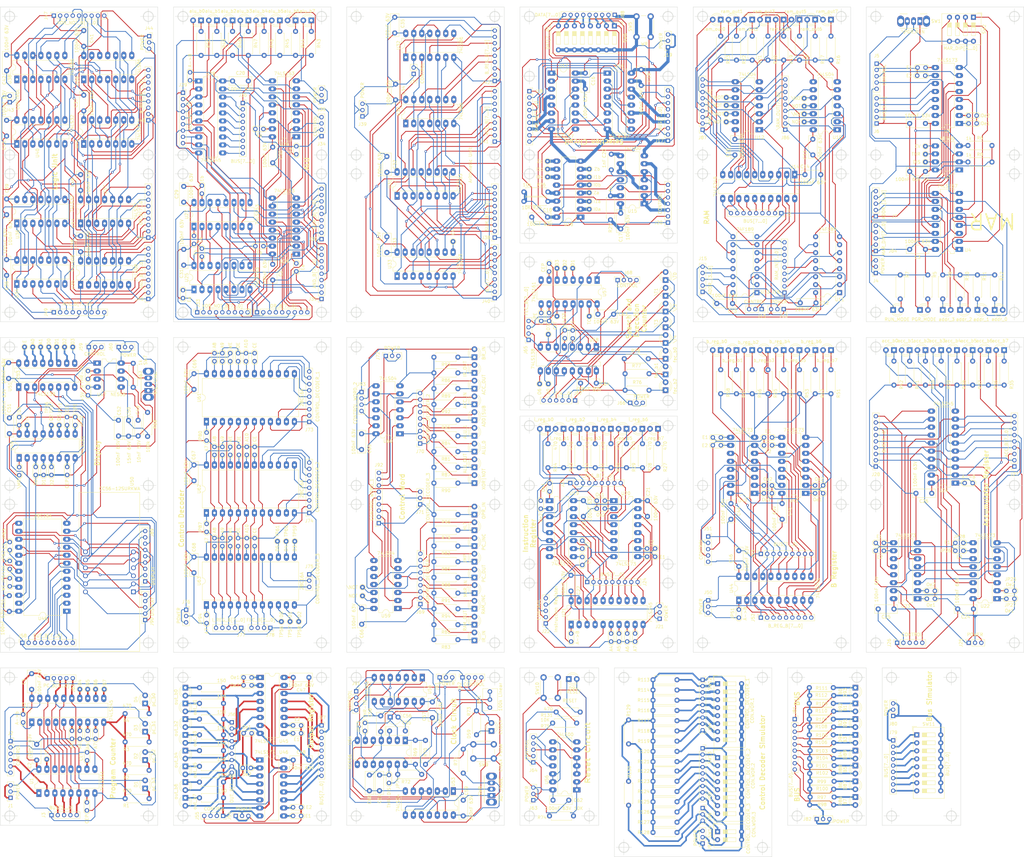
<source format=kicad_pcb>
(kicad_pcb (version 20171130) (host pcbnew 5.1.5+dfsg1-2build2)
  (title_block (title "8 Bit Computer") (date 2021-02-22) (rev 2) (comment 1 "Tec. Henrique Silva"))
  (layers (0 F.Cu signal) (31 B.Cu signal) (34 B.Paste user) (35 F.Paste user) (36 B.SilkS user) (37 F.SilkS user) (38 B.Mask user) (39 F.Mask user) (44 Edge.Cuts user))
  (net 0 "")
  (net 1 "Net-(C49-Pad1)")
  (net 2 GND)
  (net 3 "Net-(C50-Pad1)")
  (net 4 +5V)
  (net 5 out_b0)
  (net 6 out_b1)
  (net 7 out_b2)
  (net 8 out_b3)
  (net 9 out_b4)
  (net 10 out_b5)
  (net 11 out_b6)
  (net 12 out_b7)
  (net 13 ctnH)
  (net 14 ctnL)
  (net 15 /display_seg_a)
  (net 16 /display_seg_b)
  (net 17 /display_seg_c)
  (net 18 /display_seg_d)
  (net 19 /display_seg_e)
  (net 20 /display_seg_f)
  (net 21 /display_seg_g)
  (net 22 /display_seg_dpx)
  (net 23 /dp1)
  (net 24 /dp2)
  (net 25 /dp3)
  (net 26 /dp4)
  (net 27 "Net-(JP60-Pad1)")
  (net 28 "Net-(JP61-Pad1)")
  (net 29 "Net-(JP62-Pad2)")
  (net 30 "Net-(JP63-Pad2)")
  (net 31 "Net-(JP64-Pad2)")
  (net 32 "Net-(JP65-Pad2)")
  (net 33 "Net-(JP66-Pad2)")
  (net 34 "Net-(JP67-Pad2)")
  (net 35 "Net-(JP68-Pad2)")
  (net 36 "Net-(JP69-Pad2)")
  (net 37 "Net-(JP70-Pad2)")
  (net 38 "Net-(JP71-Pad2)")
  (net 39 "Net-(JP72-Pad2)")
  (net 40 "Net-(R67-Pad2)")
  (net 41 "Net-(SW7-Pad2)")
  (net 42 "Net-(TP36-Pad1)")
  (net 43 "Net-(TP37-Pad1)")
  (net 44 "Net-(TP38-Pad1)")
  (net 45 "Net-(TP39-Pad1)")
  (net 46 "Net-(TP40-Pad1)")
  (net 47 "Net-(TP41-Pad1)")
  (net 48 "Net-(TP42-Pad1)")
  (net 49 "Net-(TP43-Pad1)")
  (net 50 "Net-(TP44-Pad1)")
  (net 51 "Net-(TP45-Pad1)")
  (net 52 "Net-(U47-Pad3)")
  (net 53 "Net-(D11-Pad1)")
  (net 54 /ram_out7)
  (net 55 /ram_out6)
  (net 56 "Net-(D12-Pad1)")
  (net 57 "Net-(D13-Pad1)")
  (net 58 /ram_out5)
  (net 59 /ram_out4)
  (net 60 "Net-(D14-Pad1)")
  (net 61 /ram_out3)
  (net 62 "Net-(D15-Pad1)")
  (net 63 "Net-(D16-Pad1)")
  (net 64 /ram_out2)
  (net 65 /ram_out1)
  (net 66 "Net-(D17-Pad1)")
  (net 67 "Net-(D18-Pad1)")
  (net 68 /ram_out0)
  (net 69 \RAM_OUT)
  (net 70 \WE)
  (net 71 bus7)
  (net 72 bus6)
  (net 73 bus5)
  (net 74 bus4)
  (net 75 bus3)
  (net 76 bus2)
  (net 77 bus1)
  (net 78 bus0)
  (net 79 addr_3)
  (net 80 addr_2)
  (net 81 addr_1)
  (net 82 addr_0)
  (net 83 ram_in0)
  (net 84 ram_in1)
  (net 85 ram_in2)
  (net 86 ram_in3)
  (net 87 ram_in4)
  (net 88 ram_in5)
  (net 89 ram_in6)
  (net 90 ram_in7)
  (net 91 /\ram_out0)
  (net 92 /\ram_out1)
  (net 93 /\ram_out2)
  (net 94 /\ram_out3)
  (net 95 /\ram_out4)
  (net 96 /\ram_out5)
  (net 97 /\ram_out6)
  (net 98 /\ram_out7)
  (net 99 "Net-(TP18-Pad1)")
  (net 100 "Net-(TP19-Pad1)")
  (net 101 "Net-(TP20-Pad1)")
  (net 102 "Net-(TP21-Pad1)")
  (net 103 "Net-(TP22-Pad1)")
  (net 104 "Net-(TP23-Pad1)")
  (net 105 "Net-(TP24-Pad1)")
  (net 106 "Net-(TP25-Pad1)")
  (module Package_DIP:DIP-16_W7.62mm_LongPads (layer F.Cu) (at 331.25 193 270)
    (fp_text reference U58 (at -2.25 0.75 180) (layer F.SilkS))
    (fp_text value 74LS138 (at 3.81 20.11 270) (layer F.SilkS))
    (pad 1 thru_hole rect (at 0 0 270) (size 2.4 1.6) (drill 0.8) (layers *.Cu *.Mask))
    (pad 9 thru_hole oval (at 7.62 17.78 270) (size 2.4 1.6) (drill 0.8) (layers *.Cu *.Mask))
    (pad 2 thru_hole oval (at 0 2.54 270) (size 2.4 1.6) (drill 0.8) (layers *.Cu *.Mask))
    (pad 10 thru_hole oval (at 7.62 15.24 270) (size 2.4 1.6) (drill 0.8) (layers *.Cu *.Mask))
    (pad 3 thru_hole oval (at 0 5.08 270) (size 2.4 1.6) (drill 0.8) (layers *.Cu *.Mask))
    (pad 11 thru_hole oval (at 7.62 12.7 270) (size 2.4 1.6) (drill 0.8) (layers *.Cu *.Mask))
    (pad 4 thru_hole oval (at 0 7.62 270) (size 2.4 1.6) (drill 0.8) (layers *.Cu *.Mask))
    (pad 12 thru_hole oval (at 7.62 10.16 270) (size 2.4 1.6) (drill 0.8) (layers *.Cu *.Mask))
    (pad 5 thru_hole oval (at 0 10.16 270) (size 2.4 1.6) (drill 0.8) (layers *.Cu *.Mask))
    (pad 13 thru_hole oval (at 7.62 7.62 270) (size 2.4 1.6) (drill 0.8) (layers *.Cu *.Mask))
    (pad 6 thru_hole oval (at 0 12.7 270) (size 2.4 1.6) (drill 0.8) (layers *.Cu *.Mask))
    (pad 14 thru_hole oval (at 7.62 5.08 270) (size 2.4 1.6) (drill 0.8) (layers *.Cu *.Mask))
    (pad 7 thru_hole oval (at 0 15.24 270) (size 2.4 1.6) (drill 0.8) (layers *.Cu *.Mask))
    (pad 15 thru_hole oval (at 7.62 2.54 270) (size 2.4 1.6) (drill 0.8) (layers *.Cu *.Mask))
    (pad 8 thru_hole oval (at 0 17.78 270) (size 2.4 1.6) (drill 0.8) (layers *.Cu *.Mask))
    (pad 16 thru_hole oval (at 7.62 0 270) (size 2.4 1.6) (drill 0.8) (layers *.Cu *.Mask))
  )
  (module TestPoint:TestPoint_THTPad_D1.5mm_Drill0.7mm (layer F.Cu) (at 323.75 168 180)
    (fp_text reference TP47)
    (fp_text value D1 (at 0 1.75 270) (layer F.SilkS))
    (pad 1 thru_hole circle (at 0 0 180) (size 1.5 1.5) (drill 0.7) (layers *.Cu *.Mask))
  )
  (module LED_THT:LED_D3.0mm_Clear (layer F.Cu) (at 353.25 206.75 90)
    (fp_text reference D60)
    (fp_text value fec_b2 (at 1.27 3 90) (layer F.SilkS))
    (pad 1 thru_hole rect (at 0 0 90) (size 1.8 1.8) (drill 0.9) (layers *.Cu *.Mask))
    (pad 2 thru_hole circle (at 2.54 0 90) (size 1.8 1.8) (drill 0.9) (layers *.Cu *.Mask))
  )
  (module TestPoint:TestPoint_2Pads_Pitch2.54mm_Drill0.8mm (layer F.Cu) (at 313.75 184.75 90)
    (fp_text reference JP76)
    (fp_text value \PE (at 1.35 -1.95 90) (layer F.SilkS))
    (pad 1 thru_hole circle (at 0 0 90) (size 1.4 1.4) (drill 0.8) (layers *.Cu *.Mask))
    (pad 2 thru_hole circle (at 2.54 0 90) (size 1.4 1.4) (drill 0.8) (layers *.Cu *.Mask))
  )
  (module Resistor_THT:R_Axial_DIN0207_L6.3mm_D2.5mm_P7.62mm_Horizontal (layer F.Cu) (at 347.75 196.75 180)
    (fp_text reference R78 (at 4 2.5) (layer F.SilkS))
    (fp_text value 330)
    (pad 1 thru_hole circle (at 0 0 180) (size 1.6 1.6) (drill 0.8) (layers *.Cu *.Mask))
    (pad 2 thru_hole oval (at 7.62 0 180) (size 1.6 1.6) (drill 0.8) (layers *.Cu *.Mask))
  )
  (module TestPoint:TestPoint_THTPad_D1.5mm_Drill0.7mm (layer F.Cu) (at 316 204.75)
    (fp_text reference TP46)
    (fp_text value D0 (at 0 2.45 -90) (layer F.SilkS))
    (pad 1 thru_hole circle (at 0 0) (size 1.5 1.5) (drill 0.7) (layers *.Cu *.Mask))
  )
  (module LED_THT:LED_D3.0mm_Clear (layer F.Cu) (at 353.25 201.75 90)
    (fp_text reference D61)
    (fp_text value fec_b1 (at 1.27 -3 90) (layer F.SilkS))
    (pad 1 thru_hole rect (at 0 0 90) (size 1.8 1.8) (drill 0.9) (layers *.Cu *.Mask))
    (pad 2 thru_hole circle (at 2.54 0 90) (size 1.8 1.8) (drill 0.9) (layers *.Cu *.Mask))
  )
  (module Resistor_THT:R_Axial_DIN0207_L6.3mm_D2.5mm_P7.62mm_Horizontal (layer F.Cu) (at 348 201.5 180)
    (fp_text reference R77 (at 4 2.5) (layer F.SilkS))
    (fp_text value 330)
    (pad 1 thru_hole circle (at 0 0 180) (size 1.6 1.6) (drill 0.8) (layers *.Cu *.Mask))
    (pad 2 thru_hole oval (at 7.62 0 180) (size 1.6 1.6) (drill 0.8) (layers *.Cu *.Mask))
  )
  (module LED_THT:LED_D3.0mm_Clear (layer F.Cu) (at 353.25 196.75 90)
    (fp_text reference D62)
    (fp_text value fec_b0 (at 1.27 3 90) (layer F.SilkS))
    (pad 1 thru_hole rect (at 0 0 90) (size 1.8 1.8) (drill 0.9) (layers *.Cu *.Mask))
    (pad 2 thru_hole circle (at 2.54 0 90) (size 1.8 1.8) (drill 0.9) (layers *.Cu *.Mask))
  )
  (module TestPoint:TestPoint_2Pads_Pitch2.54mm_Drill0.8mm (layer F.Cu) (at 323.75 187.75 270)
    (fp_text reference JP79)
    (fp_text value E1 (at -2.25 0 90) (layer F.SilkS))
    (pad 2 thru_hole circle (at 2.54 0 270) (size 1.4 1.4) (drill 0.8) (layers *.Cu *.Mask))
    (pad 1 thru_hole circle (at 0 0 270) (size 1.4 1.4) (drill 0.8) (layers *.Cu *.Mask))
  )
  (module TestPoint:TestPoint_2Pads_Pitch2.54mm_Drill0.8mm (layer F.Cu) (at 316.25 166.5 270)
    (fp_text reference JP75)
    (fp_text value CEP (at 1.3 1.85 90) (layer F.SilkS))
    (pad 1 thru_hole circle (at 0 0 270) (size 1.4 1.4) (drill 0.8) (layers *.Cu *.Mask))
    (pad 2 thru_hole circle (at 2.54 0 270) (size 1.4 1.4) (drill 0.8) (layers *.Cu *.Mask))
  )
  (module TestPoint:TestPoint_2Pads_Pitch2.54mm_Drill0.8mm (layer F.Cu) (at 316.25 184.75 90)
    (fp_text reference JP77)
    (fp_text value CET (at -1.45 1.95 90) (layer F.SilkS))
    (pad 1 thru_hole circle (at 0 0 90) (size 1.4 1.4) (drill 0.8) (layers *.Cu *.Mask))
    (pad 2 thru_hole circle (at 2.54 0 90) (size 1.4 1.4) (drill 0.8) (layers *.Cu *.Mask))
  )
  (module Capacitor_THT:C_Rect_L7.0mm_W2.5mm_P5.00mm (layer F.Cu) (at 331.25 204.5 180)
    (fp_text reference C64 (at -2.75 -0.25) (layer F.SilkS))
    (fp_text value "100nF 63V" (at 2.45 -2.1) (layer F.SilkS))
    (pad 1 thru_hole circle (at 0 0 180) (size 1.6 1.6) (drill 0.8) (layers *.Cu *.Mask))
    (pad 2 thru_hole circle (at 5 0 180) (size 1.6 1.6) (drill 0.8) (layers *.Cu *.Mask))
  )
  (module Connector_PinSocket_2.00mm:PinSocket_1x04_P2.00mm_Vertical (layer F.Cu) (at 338 171.75 90)
    (fp_text reference J68 (at 2.35 3.4) (layer F.SilkS))
    (fp_text value CONTROL (at -1.75 3.05) (layer F.SilkS))
    (pad 1 thru_hole rect (at 0 0 90) (size 1.35 1.35) (drill 0.8) (layers *.Cu *.Mask))
    (pad 2 thru_hole oval (at 0 2 90) (size 1.35 1.35) (drill 0.8) (layers *.Cu *.Mask))
    (pad 3 thru_hole oval (at 0 4 90) (size 1.35 1.35) (drill 0.8) (layers *.Cu *.Mask))
    (pad 4 thru_hole oval (at 0 6 90) (size 1.35 1.35) (drill 0.8) (layers *.Cu *.Mask))
  )
  (module TestPoint:TestPoint_2Pads_Pitch2.54mm_Drill0.8mm (layer F.Cu) (at 321.25 187.71 270)
    (fp_text reference JP78)
    (fp_text value E2 (at -2.21 0 90) (layer F.SilkS))
    (pad 1 thru_hole circle (at 0 0 270) (size 1.4 1.4) (drill 0.8) (layers *.Cu *.Mask))
    (pad 2 thru_hole circle (at 2.54 0 270) (size 1.4 1.4) (drill 0.8) (layers *.Cu *.Mask))
  )
  (module Connector_PinSocket_2.00mm:PinSocket_1x06_P2.00mm_Vertical (layer F.Cu) (at 324.5 210 270)
    (fp_text reference J67 (at -2.2 -0.9) (layer F.SilkS))
    (fp_text value \T[4...0] (at -2.2 3.9 180) (layer F.SilkS))
    (pad 1 thru_hole rect (at 0 0 270) (size 1.35 1.35) (drill 0.8) (layers *.Cu *.Mask))
    (pad 2 thru_hole oval (at 0 2 270) (size 1.35 1.35) (drill 0.8) (layers *.Cu *.Mask))
    (pad 3 thru_hole oval (at 0 4 270) (size 1.35 1.35) (drill 0.8) (layers *.Cu *.Mask))
    (pad 4 thru_hole oval (at 0 6 270) (size 1.35 1.35) (drill 0.8) (layers *.Cu *.Mask))
    (pad 5 thru_hole oval (at 0 8 270) (size 1.35 1.35) (drill 0.8) (layers *.Cu *.Mask))
    (pad 6 thru_hole oval (at 0 10 270) (size 1.35 1.35) (drill 0.8) (layers *.Cu *.Mask))
  )
  (module LED_THT:LED_D3.0mm_Clear (layer F.Cu) (at 353.25 181.75 90)
    (fp_text reference D65)
    (fp_text value \T2 (at 1.27 2.96 90) (layer F.SilkS))
    (pad 1 thru_hole rect (at 0 0 90) (size 1.8 1.8) (drill 0.9) (layers *.Cu *.Mask))
    (pad 2 thru_hole circle (at 2.54 0 90) (size 1.8 1.8) (drill 0.9) (layers *.Cu *.Mask))
  )
  (module Resistor_THT:R_Axial_DIN0207_L6.3mm_D2.5mm_P7.62mm_Horizontal (layer F.Cu) (at 348 206.75 180)
    (fp_text reference R76 (at 3.75 2.5) (layer F.SilkS))
    (fp_text value 330)
    (pad 1 thru_hole circle (at 0 0 180) (size 1.6 1.6) (drill 0.8) (layers *.Cu *.Mask))
    (pad 2 thru_hole oval (at 7.62 0 180) (size 1.6 1.6) (drill 0.8) (layers *.Cu *.Mask))
  )
  (module Connector_PinSocket_2.00mm:PinSocket_1x04_P2.00mm_Vertical (layer F.Cu) (at 309.75 190.75 180)
    (fp_text reference J65 (at 0.95 -3.25 90) (layer F.SilkS))
    (fp_text value FEC_B[2...0] (at 0.75 12.35 90) (layer F.SilkS))
    (pad 1 thru_hole rect (at 0 0 180) (size 1.35 1.35) (drill 0.8) (layers *.Cu *.Mask))
    (pad 2 thru_hole oval (at 0 2 180) (size 1.35 1.35) (drill 0.8) (layers *.Cu *.Mask))
    (pad 3 thru_hole oval (at 0 4 180) (size 1.35 1.35) (drill 0.8) (layers *.Cu *.Mask))
    (pad 4 thru_hole oval (at 0 6 180) (size 1.35 1.35) (drill 0.8) (layers *.Cu *.Mask))
  )
  (module LED_THT:LED_D3.0mm_Clear (layer F.Cu) (at 353.25 191.75 90)
    (fp_text reference D63)
    (fp_text value \T4 (at 1.27 2.96 90) (layer F.SilkS))
    (pad 1 thru_hole rect (at 0 0 90) (size 1.8 1.8) (drill 0.9) (layers *.Cu *.Mask))
    (pad 2 thru_hole circle (at 2.54 0 90) (size 1.8 1.8) (drill 0.9) (layers *.Cu *.Mask))
  )
  (module Capacitor_THT:C_Rect_L7.0mm_W2.5mm_P5.00mm (layer F.Cu) (at 331.75 182.6)
    (fp_text reference C63 (at 8 0) (layer F.SilkS))
    (fp_text value "100nF 63V" (at 2.65 2.4) (layer F.SilkS))
    (pad 1 thru_hole circle (at 0 0) (size 1.6 1.6) (drill 0.8) (layers *.Cu *.Mask))
    (pad 2 thru_hole circle (at 5 0) (size 1.6 1.6) (drill 0.8) (layers *.Cu *.Mask))
  )
  (module LED_THT:LED_D3.0mm_Clear (layer F.Cu) (at 353.25 171.75 90)
    (fp_text reference D67)
    (fp_text value \T0 (at 1.27 2.96 90) (layer F.SilkS))
    (pad 1 thru_hole rect (at 0 0 90) (size 1.8 1.8) (drill 0.9) (layers *.Cu *.Mask))
    (pad 2 thru_hole circle (at 2.54 0 90) (size 1.8 1.8) (drill 0.9) (layers *.Cu *.Mask))
  )
  (module LED_THT:LED_D3.0mm_Clear (layer F.Cu) (at 353.25 186.75 90)
    (fp_text reference D64)
    (fp_text value \T3 (at 1.27 -3 90) (layer F.SilkS))
    (pad 1 thru_hole rect (at 0 0 90) (size 1.8 1.8) (drill 0.9) (layers *.Cu *.Mask))
    (pad 2 thru_hole circle (at 2.54 0 90) (size 1.8 1.8) (drill 0.9) (layers *.Cu *.Mask))
  )
  (module LED_THT:LED_D3.0mm_Clear (layer F.Cu) (at 353.25 176.75 90)
    (fp_text reference D66)
    (fp_text value \T1 (at 1.27 -3 90) (layer F.SilkS))
    (pad 1 thru_hole rect (at 0 0 90) (size 1.8 1.8) (drill 0.9) (layers *.Cu *.Mask))
    (pad 2 thru_hole circle (at 2.54 0 90) (size 1.8 1.8) (drill 0.9) (layers *.Cu *.Mask))
  )
  (module Connector_PinSocket_2.00mm:PinSocket_1x03_P2.00mm_Vertical (layer F.Cu) (at 342 210.75 90)
    (fp_text reference J66 (at -0.05 -2.8) (layer F.SilkS))
    (fp_text value POWER (at 1.95 3.6) (layer F.SilkS))
    (pad 1 thru_hole rect (at 0 0 90) (size 1.35 1.35) (drill 0.8) (layers *.Cu *.Mask))
    (pad 2 thru_hole oval (at 0 2 90) (size 1.35 1.35) (drill 0.8) (layers *.Cu *.Mask))
    (pad 3 thru_hole oval (at 0 4 90) (size 1.35 1.35) (drill 0.8) (layers *.Cu *.Mask))
  )
  (module TestPoint:TestPoint_THTPad_D1.5mm_Drill0.7mm (layer F.Cu) (at 321.25 168 180)
    (fp_text reference TP48)
    (fp_text value D2 (at 0 1.75 270) (layer F.SilkS))
    (pad 1 thru_hole circle (at 0 0 180) (size 1.5 1.5) (drill 0.7) (layers *.Cu *.Mask))
  )
  (module Package_DIP:DIP-16_W7.62mm_LongPads (layer F.Cu) (at 331.5 171.75 270)
    (fp_text reference U57 (at 3.81 -2.33 90) (layer F.SilkS))
    (fp_text value 74LS161 (at 3.81 20.11 90) (layer F.SilkS))
    (pad 1 thru_hole rect (at 0 0 270) (size 2.4 1.6) (drill 0.8) (layers *.Cu *.Mask))
    (pad 9 thru_hole oval (at 7.62 17.78 270) (size 2.4 1.6) (drill 0.8) (layers *.Cu *.Mask))
    (pad 2 thru_hole oval (at 0 2.54 270) (size 2.4 1.6) (drill 0.8) (layers *.Cu *.Mask))
    (pad 10 thru_hole oval (at 7.62 15.24 270) (size 2.4 1.6) (drill 0.8) (layers *.Cu *.Mask))
    (pad 3 thru_hole oval (at 0 5.08 270) (size 2.4 1.6) (drill 0.8) (layers *.Cu *.Mask))
    (pad 11 thru_hole oval (at 7.62 12.7 270) (size 2.4 1.6) (drill 0.8) (layers *.Cu *.Mask))
    (pad 4 thru_hole oval (at 0 7.62 270) (size 2.4 1.6) (drill 0.8) (layers *.Cu *.Mask))
    (pad 12 thru_hole oval (at 7.62 10.16 270) (size 2.4 1.6) (drill 0.8) (layers *.Cu *.Mask))
    (pad 5 thru_hole oval (at 0 10.16 270) (size 2.4 1.6) (drill 0.8) (layers *.Cu *.Mask))
    (pad 13 thru_hole oval (at 7.62 7.62 270) (size 2.4 1.6) (drill 0.8) (layers *.Cu *.Mask))
    (pad 6 thru_hole oval (at 0 12.7 270) (size 2.4 1.6) (drill 0.8) (layers *.Cu *.Mask))
    (pad 14 thru_hole oval (at 7.62 5.08 270) (size 2.4 1.6) (drill 0.8) (layers *.Cu *.Mask))
    (pad 7 thru_hole oval (at 0 15.24 270) (size 2.4 1.6) (drill 0.8) (layers *.Cu *.Mask))
    (pad 15 thru_hole oval (at 7.62 2.54 270) (size 2.4 1.6) (drill 0.8) (layers *.Cu *.Mask))
    (pad 8 thru_hole oval (at 0 17.78 270) (size 2.4 1.6) (drill 0.8) (layers *.Cu *.Mask))
    (pad 16 thru_hole oval (at 7.62 0 270) (size 2.4 1.6) (drill 0.8) (layers *.Cu *.Mask))
  )
  (module TestPoint:TestPoint_THTPad_D1.5mm_Drill0.7mm (layer F.Cu) (at 329 183.25)
    (fp_text reference TP51)
    (fp_text value TC (at 0 1.75 -90) (layer F.SilkS))
    (pad 1 thru_hole circle (at 0 0) (size 1.5 1.5) (drill 0.7) (layers *.Cu *.Mask))
  )
  (module TestPoint:TestPoint_THTPad_D1.5mm_Drill0.7mm (layer F.Cu) (at 318.75 183.25)
    (fp_text reference TP50)
    (fp_text value Q3 (at 2.25 -0.05 -90) (layer F.SilkS))
    (pad 1 thru_hole circle (at 0 0) (size 1.5 1.5) (drill 0.7) (layers *.Cu *.Mask))
  )
  (module TestPoint:TestPoint_THTPad_D1.5mm_Drill0.7mm (layer F.Cu) (at 313.25 204.75)
    (fp_text reference TP52)
    (fp_text value O6 (at -0.05 2.45 -90) (layer F.SilkS))
    (pad 1 thru_hole circle (at 0 0) (size 1.5 1.5) (drill 0.7) (layers *.Cu *.Mask))
  )
  (module TestPoint:TestPoint_THTPad_D1.5mm_Drill0.7mm (layer F.Cu) (at 316 189 180)
    (fp_text reference TP53)
    (fp_text value O7 (at 0 2.2 270) (layer F.SilkS))
    (pad 1 thru_hole circle (at 0 0 180) (size 1.5 1.5) (drill 0.7) (layers *.Cu *.Mask))
  )
  (module TestPoint:TestPoint_THTPad_D1.5mm_Drill0.7mm (layer F.Cu) (at 318.75 168 180)
    (fp_text reference TP49)
    (fp_text value D3 (at 0 1.75 270) (layer F.SilkS))
    (pad 1 thru_hole circle (at 0 0 180) (size 1.5 1.5) (drill 0.7) (layers *.Cu *.Mask))
  )
  (module Capacitor_THT:C_Rect_L7.0mm_W2.5mm_P5.00mm (layer F.Cu) (at 317.5 337)
    (fp_text reference C62 (at 8 0) (layer F.SilkS))
    (fp_text value "100nF 63V" (at 1.7 2.6) (layer F.SilkS))
    (pad 1 thru_hole circle (at 0 0) (size 1.6 1.6) (drill 0.8) (layers *.Cu *.Mask))
    (pad 2 thru_hole circle (at 5 0) (size 1.6 1.6) (drill 0.8) (layers *.Cu *.Mask))
  )
  (module Connector_PinSocket_2.00mm:PinSocket_1x03_P2.00mm_Vertical (layer F.Cu) (at 311.25 337 180)
    (fp_text reference J63 (at 0 -2.5) (layer F.SilkS))
    (fp_text value POWER (at 2.05 2 270) (layer F.SilkS))
    (pad 1 thru_hole rect (at 0 0 180) (size 1.35 1.35) (drill 0.8) (layers *.Cu *.Mask))
    (pad 2 thru_hole oval (at 0 2 180) (size 1.35 1.35) (drill 0.8) (layers *.Cu *.Mask))
    (pad 3 thru_hole oval (at 0 4 180) (size 1.35 1.35) (drill 0.8) (layers *.Cu *.Mask))
  )
  (module Button_Switch_THT:SW_PUSH_6mm_H5mm (layer F.Cu) (at 319 298 270)
    (fp_text reference SW10 (at 3.5 6.5 90) (layer F.SilkS))
    (fp_text value RESET (at 7.4 -3.8) (layer F.SilkS))
    (pad 2 thru_hole circle (at 0 4.5) (size 2 2) (drill 1.1) (layers *.Cu *.Mask))
    (pad 1 thru_hole circle (at 0 0) (size 2 2) (drill 1.1) (layers *.Cu *.Mask))
    (pad 2 thru_hole circle (at 6.5 4.5) (size 2 2) (drill 1.1) (layers *.Cu *.Mask))
    (pad 1 thru_hole circle (at 6.5 0) (size 2 2) (drill 1.1) (layers *.Cu *.Mask))
  )
  (module Resistor_THT:R_Axial_DIN0207_L6.3mm_D2.5mm_P7.62mm_Horizontal (layer F.Cu) (at 318.5 309)
    (fp_text reference R131 (at -3 1) (layer F.SilkS))
    (fp_text value 470 (at -2.5 -1) (layer F.SilkS))
    (pad 1 thru_hole circle (at 0 0) (size 1.6 1.6) (drill 0.8) (layers *.Cu *.Mask))
    (pad 2 thru_hole oval (at 7.62 0) (size 1.6 1.6) (drill 0.8) (layers *.Cu *.Mask))
  )
  (module LED_THT:LED_D3.0mm (layer F.Cu) (at 322.5 298.5)
    (fp_text reference D94 (at 1.5 3) (layer F.SilkS))
    (fp_text value RESET (at 1.5 4.1) (layer F.SilkS))
    (pad 1 thru_hole rect (at 0 0) (size 1.8 1.8) (drill 0.9) (layers *.Cu *.Mask))
    (pad 2 thru_hole circle (at 2.54 0) (size 1.8 1.8) (drill 0.9) (layers *.Cu *.Mask))
  )
  (module Package_DIP:DIP-14_W7.62mm_LongPads (layer F.Cu) (at 325.05 333.72 180)
    (fp_text reference U56 (at 9.55 3.22 270) (layer F.SilkS))
    (fp_text value 74LS00 (at 3.81 17.57) (layer F.SilkS))
    (pad 1 thru_hole rect (at 0 0 180) (size 2.4 1.6) (drill 0.8) (layers *.Cu *.Mask))
    (pad 8 thru_hole oval (at 7.62 15.24 180) (size 2.4 1.6) (drill 0.8) (layers *.Cu *.Mask))
    (pad 2 thru_hole oval (at 0 2.54 180) (size 2.4 1.6) (drill 0.8) (layers *.Cu *.Mask))
    (pad 9 thru_hole oval (at 7.62 12.7 180) (size 2.4 1.6) (drill 0.8) (layers *.Cu *.Mask))
    (pad 3 thru_hole oval (at 0 5.08 180) (size 2.4 1.6) (drill 0.8) (layers *.Cu *.Mask))
    (pad 10 thru_hole oval (at 7.62 10.16 180) (size 2.4 1.6) (drill 0.8) (layers *.Cu *.Mask))
    (pad 4 thru_hole oval (at 0 7.62 180) (size 2.4 1.6) (drill 0.8) (layers *.Cu *.Mask))
    (pad 11 thru_hole oval (at 7.62 7.62 180) (size 2.4 1.6) (drill 0.8) (layers *.Cu *.Mask))
    (pad 5 thru_hole oval (at 0 10.16 180) (size 2.4 1.6) (drill 0.8) (layers *.Cu *.Mask))
    (pad 12 thru_hole oval (at 7.62 5.08 180) (size 2.4 1.6) (drill 0.8) (layers *.Cu *.Mask))
    (pad 6 thru_hole oval (at 0 12.7 180) (size 2.4 1.6) (drill 0.8) (layers *.Cu *.Mask))
    (pad 13 thru_hole oval (at 7.62 2.54 180) (size 2.4 1.6) (drill 0.8) (layers *.Cu *.Mask))
    (pad 7 thru_hole oval (at 0 15.24 180) (size 2.4 1.6) (drill 0.8) (layers *.Cu *.Mask))
    (pad 14 thru_hole oval (at 7.62 0 180) (size 2.4 1.6) (drill 0.8) (layers *.Cu *.Mask))
  )
  (module Resistor_THT:R_Axial_DIN0207_L6.3mm_D2.5mm_P7.62mm_Horizontal (layer F.Cu) (at 325 312.5 180)
    (fp_text reference R75 (at 10 -1) (layer F.SilkS))
    (fp_text value 10K (at 10 1) (layer F.SilkS))
    (pad 1 thru_hole circle (at 0 0 180) (size 1.6 1.6) (drill 0.8) (layers *.Cu *.Mask))
    (pad 2 thru_hole oval (at 7.62 0 180) (size 1.6 1.6) (drill 0.8) (layers *.Cu *.Mask))
  )
  (module Resistor_THT:R_Axial_DIN0207_L6.3mm_D2.5mm_P7.62mm_Horizontal (layer F.Cu) (at 324 342 180)
    (fp_text reference R74 (at 10 -0.5) (layer F.SilkS))
    (fp_text value 10K (at -1.6 2.4) (layer F.SilkS))
    (pad 1 thru_hole circle (at 0 0 180) (size 1.6 1.6) (drill 0.8) (layers *.Cu *.Mask))
    (pad 2 thru_hole oval (at 7.62 0 180) (size 1.6 1.6) (drill 0.8) (layers *.Cu *.Mask))
  )
  (module Connector_PinSocket_2.00mm:PinSocket_1x05_P2.00mm_Vertical (layer F.Cu) (at 311.25 325 180)
    (fp_text reference J64 (at 0 -2.5) (layer F.SilkS))
    (fp_text value CONTROL (at 2.05 4 270) (layer F.SilkS))
    (pad 1 thru_hole rect (at 0 0 180) (size 1.35 1.35) (drill 0.8) (layers *.Cu *.Mask))
    (pad 2 thru_hole oval (at 0 2 180) (size 1.35 1.35) (drill 0.8) (layers *.Cu *.Mask))
    (pad 3 thru_hole oval (at 0 4 180) (size 1.35 1.35) (drill 0.8) (layers *.Cu *.Mask))
    (pad 4 thru_hole oval (at 0 6 180) (size 1.35 1.35) (drill 0.8) (layers *.Cu *.Mask))
    (pad 5 thru_hole oval (at 0 8 180) (size 1.35 1.35) (drill 0.8) (layers *.Cu *.Mask))
  )
  (module Connector_PinSocket_2.00mm:PinSocket_1x05_P2.00mm_Vertical (layer F.Cu) (at 188 279.75 180)
    (fp_text reference J90 (at -2.1354 -0.5 270) (layer F.SilkS))
    (fp_text value DISPLAY (at -2.25 4.25 270) (layer F.SilkS))
    (pad 1 thru_hole rect (at 0 0 180) (size 1.35 1.35) (drill 0.8) (layers *.Cu *.Mask) (net 2 GND))
    (pad 2 thru_hole oval (at 0 2 180) (size 1.35 1.35) (drill 0.8) (layers *.Cu *.Mask) (net 23 /dp1))
    (pad 3 thru_hole oval (at 0 4 180) (size 1.35 1.35) (drill 0.8) (layers *.Cu *.Mask) (net 24 /dp2))
    (pad 4 thru_hole oval (at 0 6 180) (size 1.35 1.35) (drill 0.8) (layers *.Cu *.Mask) (net 25 /dp3))
    (pad 5 thru_hole oval (at 0 8 180) (size 1.35 1.35) (drill 0.8) (layers *.Cu *.Mask) (net 26 /dp4))
  )
  (module Package_DIP:DIP-8_W7.62mm_LongPads (layer F.Cu) (at 172.7416 198.1289)
    (fp_text reference U47 (at 1.4584 10.0711) (layer F.SilkS))
    (fp_text value NE555 (at 6.6584 9.95) (layer F.SilkS))
    (pad 1 thru_hole rect (at 0 0) (size 2.4 1.6) (drill 0.8) (layers *.Cu *.Mask) (net 2 GND))
    (pad 5 thru_hole oval (at 7.62 7.62) (size 2.4 1.6) (drill 0.8) (layers *.Cu *.Mask) (net 1 "Net-(C49-Pad1)"))
    (pad 2 thru_hole oval (at 0 2.54) (size 2.4 1.6) (drill 0.8) (layers *.Cu *.Mask) (net 28 "Net-(JP61-Pad1)"))
    (pad 6 thru_hole oval (at 7.62 5.08) (size 2.4 1.6) (drill 0.8) (layers *.Cu *.Mask) (net 3 "Net-(C50-Pad1)"))
    (pad 3 thru_hole oval (at 0 5.08) (size 2.4 1.6) (drill 0.8) (layers *.Cu *.Mask) (net 52 "Net-(U47-Pad3)"))
    (pad 7 thru_hole oval (at 7.62 2.54) (size 2.4 1.6) (drill 0.8) (layers *.Cu *.Mask) (net 40 "Net-(R67-Pad2)"))
    (pad 4 thru_hole oval (at 0 7.62) (size 2.4 1.6) (drill 0.8) (layers *.Cu *.Mask) (net 27 "Net-(JP60-Pad1)"))
    (pad 8 thru_hole oval (at 7.62 0) (size 2.4 1.6) (drill 0.8) (layers *.Cu *.Mask) (net 4 +5V))
  )
  (module TestPoint:TestPoint_2Pads_Pitch2.54mm_Drill0.8mm (layer F.Cu) (at 165.7872 215.3025 270)
    (fp_text reference JP70 (at 1.3 -2 90) (layer F.SilkS))
    (fp_text value \PE (at -3.0525 0.0372 90) (layer F.SilkS))
    (pad 1 thru_hole circle (at 0 0 270) (size 1.4 1.4) (drill 0.8) (layers *.Cu *.Mask) (net 4 +5V))
    (pad 2 thru_hole circle (at 2.54 0 270) (size 1.4 1.4) (drill 0.8) (layers *.Cu *.Mask) (net 37 "Net-(JP70-Pad2)"))
  )
  (module TestPoint:TestPoint_2Pads_Pitch2.54mm_Drill0.8mm (layer F.Cu) (at 147.9872 217.8525 90)
    (fp_text reference JP69)
    (fp_text value D3 (at 4.9525 0.0128 90) (layer F.SilkS))
    (pad 1 thru_hole circle (at 0 0 90) (size 1.4 1.4) (drill 0.8) (layers *.Cu *.Mask) (net 4 +5V))
    (pad 2 thru_hole circle (at 2.54 0 90) (size 1.4 1.4) (drill 0.8) (layers *.Cu *.Mask) (net 36 "Net-(JP69-Pad2)"))
  )
  (module TestPoint:TestPoint_2Pads_Pitch2.54mm_Drill0.8mm (layer F.Cu) (at 169.8306 200.6379 270)
    (fp_text reference JP61)
    (fp_text value THR-TR (at 1.1621 1.9306 90) (layer F.SilkS))
    (pad 1 thru_hole circle (at 0 0 270) (size 1.4 1.4) (drill 0.8) (layers *.Cu *.Mask) (net 28 "Net-(JP61-Pad1)"))
    (pad 2 thru_hole circle (at 2.54 0 270) (size 1.4 1.4) (drill 0.8) (layers *.Cu *.Mask) (net 3 "Net-(C50-Pad1)"))
  )
  (module TestPoint:TestPoint_2Pads_Pitch2.54mm_Drill0.8mm (layer F.Cu) (at 163.1872 215.3025 270)
    (fp_text reference JP71 (at -2.8025 2.1872 90) (layer F.SilkS))
    (fp_text value CET (at -2.8025 -0.0628 90) (layer F.SilkS))
    (pad 1 thru_hole circle (at 0 0 270) (size 1.4 1.4) (drill 0.8) (layers *.Cu *.Mask) (net 4 +5V))
    (pad 2 thru_hole circle (at 2.54 0 270) (size 1.4 1.4) (drill 0.8) (layers *.Cu *.Mask) (net 38 "Net-(JP71-Pad2)"))
  )
  (module TestPoint:TestPoint_2Pads_Pitch2.54mm_Drill0.8mm (layer F.Cu) (at 155.738 233.7 90)
    (fp_text reference JP68)
    (fp_text value D1 (at -2.3 0.062 90) (layer F.SilkS))
    (pad 1 thru_hole circle (at 0 0 90) (size 1.4 1.4) (drill 0.8) (layers *.Cu *.Mask) (net 4 +5V))
    (pad 2 thru_hole circle (at 2.54 0 90) (size 1.4 1.4) (drill 0.8) (layers *.Cu *.Mask) (net 35 "Net-(JP68-Pad2)"))
  )
  (module TestPoint:TestPoint_THTPad_D1.5mm_Drill0.7mm (layer F.Cu) (at 154.7982 193.0165 180)
    (fp_text reference TP39)
    (fp_text value A1 (at 0 1.75 270) (layer F.SilkS))
    (pad 1 thru_hole circle (at 0 0 180) (size 1.5 1.5) (drill 0.7) (layers *.Cu *.Mask) (net 45 "Net-(TP39-Pad1)"))
  )
  (module TestPoint:TestPoint_2Pads_Pitch2.54mm_Drill0.8mm (layer F.Cu) (at 158.238 233.6795 90)
    (fp_text reference JP66)
    (fp_text value D2 (at -2.4205 0.162 90) (layer F.SilkS))
    (pad 1 thru_hole circle (at 0 0 90) (size 1.4 1.4) (drill 0.8) (layers *.Cu *.Mask) (net 4 +5V))
    (pad 2 thru_hole circle (at 2.54 0 90) (size 1.4 1.4) (drill 0.8) (layers *.Cu *.Mask) (net 33 "Net-(JP66-Pad2)"))
  )
  (module TestPoint:TestPoint_2Pads_Pitch2.54mm_Drill0.8mm (layer F.Cu) (at 145 261 270)
    (fp_text reference JP62 (at -1.5 2 90) (layer F.SilkS))
    (fp_text value OE (at 2.25 2 90) (layer F.SilkS))
    (pad 1 thru_hole circle (at 0 0 270) (size 1.4 1.4) (drill 0.8) (layers *.Cu *.Mask) (net 2 GND))
    (pad 2 thru_hole circle (at 2.54 0 270) (size 1.4 1.4) (drill 0.8) (layers *.Cu *.Mask) (net 29 "Net-(JP62-Pad2)"))
  )
  (module TestPoint:TestPoint_2Pads_Pitch2.54mm_Drill0.8mm (layer F.Cu) (at 145 266.5 270)
    (fp_text reference JP64 (at -0.25 2 90) (layer F.SilkS))
    (fp_text value WE (at 3 2 90) (layer F.SilkS))
    (pad 1 thru_hole circle (at 0 0 270) (size 1.4 1.4) (drill 0.8) (layers *.Cu *.Mask) (net 4 +5V))
    (pad 2 thru_hole circle (at 2.54 0 270) (size 1.4 1.4) (drill 0.8) (layers *.Cu *.Mask) (net 31 "Net-(JP64-Pad2)"))
  )
  (module Connector_PinSocket_2.00mm:PinSocket_1x09_P2.00mm_Vertical (layer F.Cu) (at 149 287 90)
    (fp_text reference J58 (at 2.25 0.05 180) (layer F.SilkS))
    (fp_text value OUT_B[7...0] (at 2.25 8.05 180) (layer F.SilkS))
    (pad 1 thru_hole rect (at 0 0 90) (size 1.35 1.35) (drill 0.8) (layers *.Cu *.Mask) (net 2 GND))
    (pad 2 thru_hole oval (at 0 2 90) (size 1.35 1.35) (drill 0.8) (layers *.Cu *.Mask) (net 5 out_b0))
    (pad 3 thru_hole oval (at 0 4 90) (size 1.35 1.35) (drill 0.8) (layers *.Cu *.Mask) (net 6 out_b1))
    (pad 4 thru_hole oval (at 0 6 90) (size 1.35 1.35) (drill 0.8) (layers *.Cu *.Mask) (net 7 out_b2))
    (pad 5 thru_hole oval (at 0 8 90) (size 1.35 1.35) (drill 0.8) (layers *.Cu *.Mask) (net 8 out_b3))
    (pad 6 thru_hole oval (at 0 10 90) (size 1.35 1.35) (drill 0.8) (layers *.Cu *.Mask) (net 9 out_b4))
    (pad 7 thru_hole oval (at 0 12 90) (size 1.35 1.35) (drill 0.8) (layers *.Cu *.Mask) (net 10 out_b5))
    (pad 8 thru_hole oval (at 0 14 90) (size 1.35 1.35) (drill 0.8) (layers *.Cu *.Mask) (net 11 out_b6))
    (pad 9 thru_hole oval (at 0 16 90) (size 1.35 1.35) (drill 0.8) (layers *.Cu *.Mask) (net 12 out_b7))
  )
  (module TestPoint:TestPoint_2Pads_Pitch2.54mm_Drill0.8mm (layer F.Cu) (at 169.8416 205.8289 270)
    (fp_text reference JP60)
    (fp_text value +5V-R (at 1.8711 1.8416 90) (layer F.SilkS))
    (pad 1 thru_hole circle (at 0 0 270) (size 1.4 1.4) (drill 0.8) (layers *.Cu *.Mask) (net 27 "Net-(JP60-Pad1)"))
    (pad 2 thru_hole circle (at 2.54 0 270) (size 1.4 1.4) (drill 0.8) (layers *.Cu *.Mask) (net 4 +5V))
  )
  (module Resistor_THT:R_Axial_DIN0207_L6.3mm_D2.5mm_P7.62mm_Horizontal (layer F.Cu) (at 184.2 198.2 270)
    (fp_text reference R67 (at 3.81 -2.37 90) (layer F.SilkS))
    (fp_text value 1k (at -0.2 -2.3 90) (layer F.SilkS))
    (pad 1 thru_hole circle (at 0 0 270) (size 1.6 1.6) (drill 0.8) (layers *.Cu *.Mask) (net 4 +5V))
    (pad 2 thru_hole oval (at 7.62 0 270) (size 1.6 1.6) (drill 0.8) (layers *.Cu *.Mask) (net 40 "Net-(R67-Pad2)"))
  )
  (module TestPoint:TestPoint_2Pads_Pitch2.54mm_Drill0.8mm (layer F.Cu) (at 148 233.75 90)
    (fp_text reference JP72)
    (fp_text value \MR (at -2.75 0 90) (layer F.SilkS))
    (pad 1 thru_hole circle (at 0 0 90) (size 1.4 1.4) (drill 0.8) (layers *.Cu *.Mask) (net 4 +5V))
    (pad 2 thru_hole circle (at 2.54 0 90) (size 1.4 1.4) (drill 0.8) (layers *.Cu *.Mask) (net 39 "Net-(JP72-Pad2)"))
  )
  (module TestPoint:TestPoint_2Pads_Pitch2.54mm_Drill0.8mm (layer F.Cu) (at 163.238 233.6795 90)
    (fp_text reference JP67)
    (fp_text value CEP (at -2.8205 -0.038 90) (layer F.SilkS))
    (pad 1 thru_hole circle (at 0 0 90) (size 1.4 1.4) (drill 0.8) (layers *.Cu *.Mask) (net 4 +5V))
    (pad 2 thru_hole circle (at 2.54 0 90) (size 1.4 1.4) (drill 0.8) (layers *.Cu *.Mask) (net 34 "Net-(JP67-Pad2)"))
  )
  (module Button_Switch_THT:SW_CuK_OS102011MA1QN1_SPDT_Angled (layer F.Cu) (at 189 206.85 90)
    (fp_text reference SW7 (at 9.65 -0.9 90) (layer F.SilkS))
    (fp_text value Sig./Uns. (at 2.35 2.2 90) (layer F.SilkS))
    (pad 1 thru_hole rect (at 0 0 90) (size 1.5 2.5) (drill 0.9) (layers *.Cu *.Mask) (net 2 GND))
    (pad 2 thru_hole oval (at 2 0 90) (size 1.5 2.5) (drill 0.9) (layers *.Cu *.Mask) (net 41 "Net-(SW7-Pad2)"))
    (pad 3 thru_hole oval (at 4 0 90) (size 1.5 2.5) (drill 0.9) (layers *.Cu *.Mask) (net 4 +5V))
    (pad "" thru_hole oval (at -2.1 0 90) (size 2.2 3.5) (drill 1.5) (layers *.Cu *.Mask))
    (pad "" thru_hole oval (at 6.1 0 90) (size 2.2 3.5) (drill 1.5) (layers *.Cu *.Mask))
  )
  (module TestPoint:TestPoint_THTPad_D1.5mm_Drill0.7mm (layer F.Cu) (at 160.6872 217.8525 180)
    (fp_text reference TP37 (at 2.4372 5.6025 270) (layer F.SilkS))
    (fp_text value Q3 (at 0 2.3525 270) (layer F.SilkS))
    (pad 1 thru_hole circle (at 0 0 180) (size 1.5 1.5) (drill 0.7) (layers *.Cu *.Mask) (net 43 "Net-(TP37-Pad1)"))
  )
  (module Connector_PinSocket_2.00mm:PinSocket_1x09_P2.00mm_Vertical (layer F.Cu) (at 188 267.5 180)
    (fp_text reference J89 (at -2.1354 15.5 270) (layer F.SilkS))
    (fp_text value DISPLAY (at -2.5 1.75 90) (layer F.SilkS))
    (pad 1 thru_hole rect (at 0 0 180) (size 1.35 1.35) (drill 0.8) (layers *.Cu *.Mask) (net 2 GND))
    (pad 2 thru_hole oval (at 0 2 180) (size 1.35 1.35) (drill 0.8) (layers *.Cu *.Mask) (net 15 /display_seg_a))
    (pad 3 thru_hole oval (at 0 4 180) (size 1.35 1.35) (drill 0.8) (layers *.Cu *.Mask) (net 16 /display_seg_b))
    (pad 4 thru_hole oval (at 0 6 180) (size 1.35 1.35) (drill 0.8) (layers *.Cu *.Mask) (net 17 /display_seg_c))
    (pad 5 thru_hole oval (at 0 8 180) (size 1.35 1.35) (drill 0.8) (layers *.Cu *.Mask) (net 18 /display_seg_d))
    (pad 6 thru_hole oval (at 0 10 180) (size 1.35 1.35) (drill 0.8) (layers *.Cu *.Mask) (net 19 /display_seg_e))
    (pad 7 thru_hole oval (at 0 12 180) (size 1.35 1.35) (drill 0.8) (layers *.Cu *.Mask) (net 20 /display_seg_f))
    (pad 8 thru_hole oval (at 0 14 180) (size 1.35 1.35) (drill 0.8) (layers *.Cu *.Mask) (net 21 /display_seg_g))
    (pad 9 thru_hole oval (at 0 16 180) (size 1.35 1.35) (drill 0.8) (layers *.Cu *.Mask) (net 22 /display_seg_dpx))
  )
  (module TestPoint:TestPoint_THTPad_D1.5mm_Drill0.7mm (layer F.Cu) (at 159.8982 193.0165 180)
    (fp_text reference TP43)
    (fp_text value O1 (at 0 1.75 270) (layer F.SilkS))
    (pad 1 thru_hole circle (at 0 0 180) (size 1.5 1.5) (drill 0.7) (layers *.Cu *.Mask) (net 49 "Net-(TP43-Pad1)"))
  )
  (module TestPoint:TestPoint_THTPad_D1.5mm_Drill0.7mm (layer F.Cu) (at 157.3982 193.0165 180)
    (fp_text reference TP42)
    (fp_text value O0 (at 0 1.75 270) (layer F.SilkS))
    (pad 1 thru_hole circle (at 0 0 180) (size 1.5 1.5) (drill 0.7) (layers *.Cu *.Mask) (net 48 "Net-(TP42-Pad1)"))
  )
  (module TestPoint:TestPoint_THTPad_D1.5mm_Drill0.7mm (layer F.Cu) (at 158.1872 217.8525 180)
    (fp_text reference TP36 (at 1.4372 5.6025 270) (layer F.SilkS))
    (fp_text value Q2 (at 0 2.3525 270) (layer F.SilkS))
    (pad 1 thru_hole circle (at 0 0 180) (size 1.5 1.5) (drill 0.7) (layers *.Cu *.Mask) (net 42 "Net-(TP36-Pad1)"))
  )
  (module TestPoint:TestPoint_THTPad_D1.5mm_Drill0.7mm (layer F.Cu) (at 164.9982 193.0165 180)
    (fp_text reference TP45)
    (fp_text value O3 (at 0 1.75 270) (layer F.SilkS))
    (pad 1 thru_hole circle (at 0 0 180) (size 1.5 1.5) (drill 0.7) (layers *.Cu *.Mask) (net 51 "Net-(TP45-Pad1)"))
  )
  (module TestPoint:TestPoint_2Pads_Pitch2.54mm_Drill0.8mm (layer F.Cu) (at 145 255 270)
    (fp_text reference JP63 (at -2.5 1.75 90) (layer F.SilkS))
    (fp_text value CE (at 1.25 1.75 90) (layer F.SilkS))
    (pad 1 thru_hole circle (at 0 0 270) (size 1.4 1.4) (drill 0.8) (layers *.Cu *.Mask) (net 2 GND))
    (pad 2 thru_hole circle (at 2.54 0 270) (size 1.4 1.4) (drill 0.8) (layers *.Cu *.Mask) (net 30 "Net-(JP63-Pad2)"))
  )
  (module Connector_PinSocket_2.00mm:PinSocket_1x03_P2.00mm_Vertical (layer F.Cu) (at 170.1 193.05 90)
    (fp_text reference J59 (at 0 -2.5 90) (layer F.SilkS))
    (fp_text value CONTROL (at -2.2 1.9 180) (layer F.SilkS))
    (pad 1 thru_hole rect (at 0 0 90) (size 1.35 1.35) (drill 0.8) (layers *.Cu *.Mask) (net 2 GND))
    (pad 2 thru_hole oval (at 0 2 90) (size 1.35 1.35) (drill 0.8) (layers *.Cu *.Mask) (net 13 ctnH))
    (pad 3 thru_hole oval (at 0 4 90) (size 1.35 1.35) (drill 0.8) (layers *.Cu *.Mask) (net 14 ctnL))
  )
  (module TestPoint:TestPoint_THTPad_D1.5mm_Drill0.7mm (layer F.Cu) (at 162.3982 193.0165 180)
    (fp_text reference TP44)
    (fp_text value O2 (at 0 1.75 270) (layer F.SilkS))
    (pad 1 thru_hole circle (at 0 0 180) (size 1.5 1.5) (drill 0.7) (layers *.Cu *.Mask) (net 50 "Net-(TP44-Pad1)"))
  )
  (module TestPoint:TestPoint_THTPad_D1.5mm_Drill0.7mm (layer F.Cu) (at 149.6982 193.0165 180)
    (fp_text reference TP41)
    (fp_text value E (at 0 1.75 270) (layer F.SilkS))
    (pad 1 thru_hole circle (at 0 0 180) (size 1.5 1.5) (drill 0.7) (layers *.Cu *.Mask) (net 47 "Net-(TP41-Pad1)"))
  )
  (module Capacitor_THT:C_Rect_L7.0mm_W2.5mm_P5.00mm (layer F.Cu) (at 179.5173 216.2955 270)
    (fp_text reference C52 (at -2.9955 -0.1827 90) (layer F.SilkS))
    (fp_text value "100nF 63V" (at 10.5045 0.1173 90) (layer F.SilkS))
    (pad 1 thru_hole circle (at 0 0 270) (size 1.6 1.6) (drill 0.8) (layers *.Cu *.Mask) (net 4 +5V))
    (pad 2 thru_hole circle (at 5 0 270) (size 1.6 1.6) (drill 0.8) (layers *.Cu *.Mask) (net 2 GND))
  )
  (module Capacitor_THT:C_Rect_L7.0mm_W2.5mm_P5.00mm (layer F.Cu) (at 144.8563 277.0223 90)
    (fp_text reference C54 (at 2.5 -2 90) (layer F.SilkS))
    (fp_text value "100nF 63V" (at -3.4777 -2.1063 90) (layer F.SilkS))
    (pad 1 thru_hole circle (at 0 0 90) (size 1.6 1.6) (drill 0.8) (layers *.Cu *.Mask) (net 4 +5V))
    (pad 2 thru_hole circle (at 5 0 90) (size 1.6 1.6) (drill 0.8) (layers *.Cu *.Mask) (net 2 GND))
  )
  (module Capacitor_THT:C_Rect_L7.0mm_W2.5mm_P5.00mm (layer F.Cu) (at 182.7173 216.3455 270)
    (fp_text reference C50 (at -2.8455 -0.0827 90) (layer F.SilkS))
    (fp_text value "15nF 63V" (at 10.1545 -0.1827 90) (layer F.SilkS))
    (pad 1 thru_hole circle (at 0 0 270) (size 1.6 1.6) (drill 0.8) (layers *.Cu *.Mask) (net 3 "Net-(C50-Pad1)"))
    (pad 2 thru_hole circle (at 5 0 270) (size 1.6 1.6) (drill 0.8) (layers *.Cu *.Mask) (net 2 GND))
  )
  (module TestPoint:TestPoint_THTPad_D1.5mm_Drill0.7mm (layer F.Cu) (at 152.2982 193.0165 180)
    (fp_text reference TP40)
    (fp_text value A0 (at 0 1.75 270) (layer F.SilkS))
    (pad 1 thru_hole circle (at 0 0 180) (size 1.5 1.5) (drill 0.7) (layers *.Cu *.Mask) (net 46 "Net-(TP40-Pad1)"))
  )
  (module TestPoint:TestPoint_THTPad_D1.5mm_Drill0.7mm (layer F.Cu) (at 150.5 217.8 180)
    (fp_text reference TP38)
    (fp_text value TC (at -0.1128 2.1525 270) (layer F.SilkS))
    (pad 1 thru_hole circle (at 0 0 180) (size 1.5 1.5) (drill 0.7) (layers *.Cu *.Mask) (net 44 "Net-(TP38-Pad1)"))
  )
  (module Capacitor_THT:C_Disc_D4.3mm_W1.9mm_P5.00mm (layer F.Cu) (at 185.7673 216.2955 270)
    (fp_text reference C49 (at -3.1955 0.0673 90) (layer F.SilkS))
    (fp_text value "10nF 50V" (at 9.9045 -0.2327 90) (layer F.SilkS))
    (pad 1 thru_hole circle (at 0 0 270) (size 1.6 1.6) (drill 0.8) (layers *.Cu *.Mask) (net 1 "Net-(C49-Pad1)"))
    (pad 2 thru_hole circle (at 5 0 270) (size 1.6 1.6) (drill 0.8) (layers *.Cu *.Mask) (net 2 GND))
  )
  (module Resistor_THT:R_Axial_DIN0207_L6.3mm_D2.5mm_P7.62mm_Horizontal (layer F.Cu) (at 188.7673 213.7955 270)
    (fp_text reference R68 (at 3.81 -2.37 90) (layer F.SilkS))
    (fp_text value 100k (at 10.9045 -0.1327 90) (layer F.SilkS))
    (pad 1 thru_hole circle (at 0 0 270) (size 1.6 1.6) (drill 0.8) (layers *.Cu *.Mask) (net 40 "Net-(R67-Pad2)"))
    (pad 2 thru_hole oval (at 7.62 0 270) (size 1.6 1.6) (drill 0.8) (layers *.Cu *.Mask) (net 3 "Net-(C50-Pad1)"))
  )
  (module Capacitor_THT:C_Rect_L7.0mm_W2.5mm_P5.00mm (layer F.Cu) (at 144.8872 220.5525 90)
    (fp_text reference C51 (at 8.1025 -0.0872 90) (layer F.SilkS))
    (fp_text value "100nF 63V" (at 10.1525 -1.6872 90) (layer F.SilkS))
    (pad 1 thru_hole circle (at 0 0 90) (size 1.6 1.6) (drill 0.8) (layers *.Cu *.Mask) (net 4 +5V))
    (pad 2 thru_hole circle (at 5 0 90) (size 1.6 1.6) (drill 0.8) (layers *.Cu *.Mask) (net 2 GND))
  )
  (module Capacitor_THT:C_Rect_L7.0mm_W2.5mm_P5.00mm (layer F.Cu) (at 144.6482 198.0165 270)
    (fp_text reference C53 (at 3.8835 -3.0518 90) (layer F.SilkS))
    (fp_text value "100nF 63V" (at 2.7335 1.5982 90) (layer F.SilkS))
    (pad 1 thru_hole circle (at 0 0 270) (size 1.6 1.6) (drill 0.8) (layers *.Cu *.Mask) (net 4 +5V))
    (pad 2 thru_hole circle (at 5 0 270) (size 1.6 1.6) (drill 0.8) (layers *.Cu *.Mask) (net 2 GND))
  )
  (module Connector_PinSocket_2.00mm:PinSocket_1x03_P2.00mm_Vertical (layer F.Cu) (at 179.6 193.05 90)
    (fp_text reference J60 (at 0 -2.5 90) (layer F.SilkS))
    (fp_text value POWER (at -2.55 3 180) (layer F.SilkS))
    (pad 1 thru_hole rect (at 0 0 90) (size 1.35 1.35) (drill 0.8) (layers *.Cu *.Mask) (net 4 +5V))
    (pad 2 thru_hole oval (at 0 2 90) (size 1.35 1.35) (drill 0.8) (layers *.Cu *.Mask) (net 2 GND))
    (pad 3 thru_hole oval (at 0 4 90) (size 1.35 1.35) (drill 0.8) (layers *.Cu *.Mask) (net 4 +5V))
  )
  (module Package_DIP:DIP-24_W15.24mm_LongPads (layer F.Cu) (at 163.1069 276.958 180)
    (fp_text reference U48 (at 7.62 -2.33) (layer F.SilkS))
    (fp_text value 28C16A (at 7.62 30.27) (layer F.SilkS))
    (pad 1 thru_hole rect (at 0 0 180) (size 2.4 1.6) (drill 0.8) (layers *.Cu *.Mask) (net 12 out_b7))
    (pad 13 thru_hole oval (at 15.24 27.94 180) (size 2.4 1.6) (drill 0.8) (layers *.Cu *.Mask) (net 18 /display_seg_d))
    (pad 2 thru_hole oval (at 0 2.54 180) (size 2.4 1.6) (drill 0.8) (layers *.Cu *.Mask) (net 11 out_b6))
    (pad 14 thru_hole oval (at 15.24 25.4 180) (size 2.4 1.6) (drill 0.8) (layers *.Cu *.Mask) (net 19 /display_seg_e))
    (pad 3 thru_hole oval (at 0 5.08 180) (size 2.4 1.6) (drill 0.8) (layers *.Cu *.Mask) (net 10 out_b5))
    (pad 15 thru_hole oval (at 15.24 22.86 180) (size 2.4 1.6) (drill 0.8) (layers *.Cu *.Mask) (net 20 /display_seg_f))
    (pad 4 thru_hole oval (at 0 7.62 180) (size 2.4 1.6) (drill 0.8) (layers *.Cu *.Mask) (net 9 out_b4))
    (pad 16 thru_hole oval (at 15.24 20.32 180) (size 2.4 1.6) (drill 0.8) (layers *.Cu *.Mask) (net 21 /display_seg_g))
    (pad 5 thru_hole oval (at 0 10.16 180) (size 2.4 1.6) (drill 0.8) (layers *.Cu *.Mask) (net 8 out_b3))
    (pad 17 thru_hole oval (at 15.24 17.78 180) (size 2.4 1.6) (drill 0.8) (layers *.Cu *.Mask) (net 22 /display_seg_dpx))
    (pad 6 thru_hole oval (at 0 12.7 180) (size 2.4 1.6) (drill 0.8) (layers *.Cu *.Mask) (net 7 out_b2))
    (pad 18 thru_hole oval (at 15.24 15.24 180) (size 2.4 1.6) (drill 0.8) (layers *.Cu *.Mask) (net 30 "Net-(JP63-Pad2)"))
    (pad 7 thru_hole oval (at 0 15.24 180) (size 2.4 1.6) (drill 0.8) (layers *.Cu *.Mask) (net 6 out_b1))
    (pad 19 thru_hole oval (at 15.24 12.7 180) (size 2.4 1.6) (drill 0.8) (layers *.Cu *.Mask) (net 41 "Net-(SW7-Pad2)"))
    (pad 8 thru_hole oval (at 0 17.78 180) (size 2.4 1.6) (drill 0.8) (layers *.Cu *.Mask) (net 5 out_b0))
    (pad 20 thru_hole oval (at 15.24 10.16 180) (size 2.4 1.6) (drill 0.8) (layers *.Cu *.Mask) (net 29 "Net-(JP62-Pad2)"))
    (pad 9 thru_hole oval (at 0 20.32 180) (size 2.4 1.6) (drill 0.8) (layers *.Cu *.Mask) (net 15 /display_seg_a))
    (pad 21 thru_hole oval (at 15.24 7.62 180) (size 2.4 1.6) (drill 0.8) (layers *.Cu *.Mask) (net 31 "Net-(JP64-Pad2)"))
    (pad 10 thru_hole oval (at 0 22.86 180) (size 2.4 1.6) (drill 0.8) (layers *.Cu *.Mask) (net 16 /display_seg_b))
    (pad 22 thru_hole oval (at 15.24 5.08 180) (size 2.4 1.6) (drill 0.8) (layers *.Cu *.Mask) (net 13 ctnH))
    (pad 11 thru_hole oval (at 0 25.4 180) (size 2.4 1.6) (drill 0.8) (layers *.Cu *.Mask) (net 17 /display_seg_c))
    (pad 23 thru_hole oval (at 15.24 2.54 180) (size 2.4 1.6) (drill 0.8) (layers *.Cu *.Mask) (net 14 ctnL))
    (pad 12 thru_hole oval (at 0 27.94 180) (size 2.4 1.6) (drill 0.8) (layers *.Cu *.Mask) (net 2 GND))
    (pad 24 thru_hole oval (at 15.24 0 180) (size 2.4 1.6) (drill 0.8) (layers *.Cu *.Mask) (net 4 +5V))
  )
  (module TestPoint:TestPoint_2Pads_Pitch2.54mm_Drill0.8mm (layer F.Cu) (at 153.238 233.6795 90)
    (fp_text reference JP65)
    (fp_text value D0 (at -2.4205 -0.038 90) (layer F.SilkS))
    (pad 1 thru_hole circle (at 0 0 90) (size 1.4 1.4) (drill 0.8) (layers *.Cu *.Mask) (net 4 +5V))
    (pad 2 thru_hole circle (at 2.54 0 90) (size 1.4 1.4) (drill 0.8) (layers *.Cu *.Mask) (net 32 "Net-(JP65-Pad2)"))
  )
  (module Package_DIP:DIP-16_W7.62mm_LongPads (layer F.Cu) (at 147.8482 205.7665 90)
    (fp_text reference U51 (at 0.0665 -2.7982 90) (layer F.SilkS))
    (fp_text value 74LS139 (at -2.2335 8.3518) (layer F.SilkS))
    (pad 1 thru_hole rect (at 0 0 90) (size 2.4 1.6) (drill 0.8) (layers *.Cu *.Mask) (net 2 GND))
    (pad 9 thru_hole oval (at 7.62 17.78 90) (size 2.4 1.6) (drill 0.8) (layers *.Cu *.Mask) (net 51 "Net-(TP45-Pad1)"))
    (pad 2 thru_hole oval (at 0 2.54 90) (size 2.4 1.6) (drill 0.8) (layers *.Cu *.Mask) (net 14 ctnL))
    (pad 10 thru_hole oval (at 7.62 15.24 90) (size 2.4 1.6) (drill 0.8) (layers *.Cu *.Mask) (net 50 "Net-(TP44-Pad1)"))
    (pad 3 thru_hole oval (at 0 5.08 90) (size 2.4 1.6) (drill 0.8) (layers *.Cu *.Mask) (net 13 ctnH))
    (pad 11 thru_hole oval (at 7.62 12.7 90) (size 2.4 1.6) (drill 0.8) (layers *.Cu *.Mask) (net 49 "Net-(TP43-Pad1)"))
    (pad 4 thru_hole oval (at 0 7.62 90) (size 2.4 1.6) (drill 0.8) (layers *.Cu *.Mask) (net 26 /dp4))
    (pad 12 thru_hole oval (at 7.62 10.16 90) (size 2.4 1.6) (drill 0.8) (layers *.Cu *.Mask) (net 48 "Net-(TP42-Pad1)"))
    (pad 5 thru_hole oval (at 0 10.16 90) (size 2.4 1.6) (drill 0.8) (layers *.Cu *.Mask) (net 25 /dp3))
    (pad 13 thru_hole oval (at 7.62 7.62 90) (size 2.4 1.6) (drill 0.8) (layers *.Cu *.Mask) (net 45 "Net-(TP39-Pad1)"))
    (pad 6 thru_hole oval (at 0 12.7 90) (size 2.4 1.6) (drill 0.8) (layers *.Cu *.Mask) (net 24 /dp2))
    (pad 14 thru_hole oval (at 7.62 5.08 90) (size 2.4 1.6) (drill 0.8) (layers *.Cu *.Mask) (net 46 "Net-(TP40-Pad1)"))
    (pad 7 thru_hole oval (at 0 15.24 90) (size 2.4 1.6) (drill 0.8) (layers *.Cu *.Mask) (net 23 /dp1))
    (pad 15 thru_hole oval (at 7.62 2.54 90) (size 2.4 1.6) (drill 0.8) (layers *.Cu *.Mask) (net 47 "Net-(TP41-Pad1)"))
    (pad 8 thru_hole oval (at 0 17.78 90) (size 2.4 1.6) (drill 0.8) (layers *.Cu *.Mask) (net 2 GND))
    (pad 16 thru_hole oval (at 7.62 0 90) (size 2.4 1.6) (drill 0.8) (layers *.Cu *.Mask) (net 4 +5V))
  )
  (module Display_7Segment:CA56-12SURKWA (layer F.Cu) (at 184.2705 270.8181 180)
    (fp_text reference U50 (at 0.4705 35.1181 270) (layer F.SilkS))
    (fp_text value CC56-12SURKWA (at 4.4 32.8) (layer F.SilkS))
    (pad 1 thru_hole rect (at 0 0 180) (size 1.5 1.5) (drill 1) (layers *.Cu *.Mask) (net 19 /display_seg_e))
    (pad 2 thru_hole circle (at 0 2.54 180) (size 1.5 1.5) (drill 1) (layers *.Cu *.Mask) (net 18 /display_seg_d))
    (pad 3 thru_hole circle (at 0 5.08 180) (size 1.5 1.5) (drill 1) (layers *.Cu *.Mask) (net 22 /display_seg_dpx))
    (pad 4 thru_hole circle (at 0 7.62 180) (size 1.5 1.5) (drill 1) (layers *.Cu *.Mask) (net 17 /display_seg_c))
    (pad 5 thru_hole circle (at 0 10.16 180) (size 1.5 1.5) (drill 1) (layers *.Cu *.Mask) (net 21 /display_seg_g))
    (pad 6 thru_hole circle (at 0 12.7 180) (size 1.5 1.5) (drill 1) (layers *.Cu *.Mask) (net 26 /dp4))
    (pad 7 thru_hole circle (at 15.24 12.7 180) (size 1.5 1.5) (drill 1) (layers *.Cu *.Mask) (net 16 /display_seg_b))
    (pad 8 thru_hole circle (at 15.24 10.16 180) (size 1.5 1.5) (drill 1) (layers *.Cu *.Mask) (net 25 /dp3))
    (pad 9 thru_hole circle (at 15.24 7.62 180) (size 1.5 1.5) (drill 1) (layers *.Cu *.Mask) (net 24 /dp2))
    (pad 10 thru_hole circle (at 15.24 5.08 180) (size 1.5 1.5) (drill 1) (layers *.Cu *.Mask) (net 20 /display_seg_f))
    (pad 11 thru_hole circle (at 15.24 2.54 180) (size 1.5 1.5) (drill 1) (layers *.Cu *.Mask) (net 15 /display_seg_a))
    (pad 12 thru_hole circle (at 15.24 0 180) (size 1.5 1.5) (drill 1) (layers *.Cu *.Mask) (net 23 /dp1))
  )
  (module Package_DIP:DIP-16_W7.62mm_LongPads (layer F.Cu) (at 147.9872 228.2525 90)
    (fp_text reference U49 (at 3.81 -2.33 90) (layer F.SilkS))
    (fp_text value 74LS161 (at 3.81 20.11 90) (layer F.SilkS))
    (pad 1 thru_hole rect (at 0 0 90) (size 2.4 1.6) (drill 0.8) (layers *.Cu *.Mask) (net 39 "Net-(JP72-Pad2)"))
    (pad 9 thru_hole oval (at 7.62 17.78 90) (size 2.4 1.6) (drill 0.8) (layers *.Cu *.Mask) (net 37 "Net-(JP70-Pad2)"))
    (pad 2 thru_hole oval (at 0 2.54 90) (size 2.4 1.6) (drill 0.8) (layers *.Cu *.Mask) (net 52 "Net-(U47-Pad3)"))
    (pad 10 thru_hole oval (at 7.62 15.24 90) (size 2.4 1.6) (drill 0.8) (layers *.Cu *.Mask) (net 38 "Net-(JP71-Pad2)"))
    (pad 3 thru_hole oval (at 0 5.08 90) (size 2.4 1.6) (drill 0.8) (layers *.Cu *.Mask) (net 32 "Net-(JP65-Pad2)"))
    (pad 11 thru_hole oval (at 7.62 12.7 90) (size 2.4 1.6) (drill 0.8) (layers *.Cu *.Mask) (net 43 "Net-(TP37-Pad1)"))
    (pad 4 thru_hole oval (at 0 7.62 90) (size 2.4 1.6) (drill 0.8) (layers *.Cu *.Mask) (net 35 "Net-(JP68-Pad2)"))
    (pad 12 thru_hole oval (at 7.62 10.16 90) (size 2.4 1.6) (drill 0.8) (layers *.Cu *.Mask) (net 42 "Net-(TP36-Pad1)"))
    (pad 5 thru_hole oval (at 0 10.16 90) (size 2.4 1.6) (drill 0.8) (layers *.Cu *.Mask) (net 33 "Net-(JP66-Pad2)"))
    (pad 13 thru_hole oval (at 7.62 7.62 90) (size 2.4 1.6) (drill 0.8) (layers *.Cu *.Mask) (net 13 ctnH))
    (pad 6 thru_hole oval (at 0 12.7 90) (size 2.4 1.6) (drill 0.8) (layers *.Cu *.Mask) (net 36 "Net-(JP69-Pad2)"))
    (pad 14 thru_hole oval (at 7.62 5.08 90) (size 2.4 1.6) (drill 0.8) (layers *.Cu *.Mask) (net 14 ctnL))
    (pad 7 thru_hole oval (at 0 15.24 90) (size 2.4 1.6) (drill 0.8) (layers *.Cu *.Mask) (net 34 "Net-(JP67-Pad2)"))
    (pad 15 thru_hole oval (at 7.62 2.54 90) (size 2.4 1.6) (drill 0.8) (layers *.Cu *.Mask) (net 44 "Net-(TP38-Pad1)"))
    (pad 8 thru_hole oval (at 0 17.78 90) (size 2.4 1.6) (drill 0.8) (layers *.Cu *.Mask) (net 2 GND))
    (pad 16 thru_hole oval (at 7.62 0 90) (size 2.4 1.6) (drill 0.8) (layers *.Cu *.Mask) (net 4 +5V))
  )
  (module Connector_PinSocket_2.00mm:PinSocket_1x04_P2.00mm_Vertical (layer F.Cu) (at 288.75 298 90)
    (fp_text reference J62 (at -2.8 -0.95 90) (layer F.SilkS))
    (fp_text value CONTROL (at -2.2 3.65) (layer F.SilkS))
    (pad 1 thru_hole rect (at 0 0 90) (size 1.35 1.35) (drill 0.8) (layers *.Cu *.Mask))
    (pad 2 thru_hole oval (at 0 2 90) (size 1.35 1.35) (drill 0.8) (layers *.Cu *.Mask))
    (pad 3 thru_hole oval (at 0 4 90) (size 1.35 1.35) (drill 0.8) (layers *.Cu *.Mask))
    (pad 4 thru_hole oval (at 0 6 90) (size 1.35 1.35) (drill 0.8) (layers *.Cu *.Mask))
  )
  (module LED_THT:LED_D3.0mm (layer F.Cu) (at 297.95 315 90)
    (fp_text reference D59 (at -1 -7.15 90) (layer F.SilkS))
    (fp_text value CLOCK (at 1.25 2.85 90) (layer F.SilkS))
    (pad 1 thru_hole rect (at 0 0 90) (size 1.8 1.8) (drill 0.9) (layers *.Cu *.Mask))
    (pad 2 thru_hole circle (at 2.54 0 90) (size 1.8 1.8) (drill 0.9) (layers *.Cu *.Mask))
  )
  (module TestPoint:TestPoint_2Pads_Pitch2.54mm_Drill0.8mm (layer F.Cu) (at 265.4 329 270)
    (fp_text reference JP74 (at 2.6 -2.8 90) (layer F.SilkS))
    (fp_text value THR-DIS (at 7.2 0 90) (layer F.SilkS))
    (pad 1 thru_hole circle (at 0 0 270) (size 1.4 1.4) (drill 0.8) (layers *.Cu *.Mask))
    (pad 2 thru_hole circle (at 2.54 0 270) (size 1.4 1.4) (drill 0.8) (layers *.Cu *.Mask))
  )
  (module Connector_PinSocket_2.00mm:PinSocket_1x04_P2.00mm_Vertical (layer F.Cu) (at 255 302.4)
    (fp_text reference J91 (at 0 -2.5) (layer F.SilkS))
    (fp_text value CONTROL (at -2 3 -270) (layer F.SilkS))
    (pad 1 thru_hole rect (at 0 0) (size 1.35 1.35) (drill 0.8) (layers *.Cu *.Mask))
    (pad 2 thru_hole oval (at 0 2) (size 1.35 1.35) (drill 0.8) (layers *.Cu *.Mask))
    (pad 3 thru_hole oval (at 0 4) (size 1.35 1.35) (drill 0.8) (layers *.Cu *.Mask))
    (pad 4 thru_hole oval (at 0 6) (size 1.35 1.35) (drill 0.8) (layers *.Cu *.Mask))
  )
  (module Resistor_THT:R_Axial_DIN0207_L6.3mm_D2.5mm_P7.62mm_Horizontal (layer F.Cu) (at 289 328.4 90)
    (fp_text reference R71 (at 3.81 -2.37 90) (layer F.SilkS))
    (fp_text value 10k)
    (pad 1 thru_hole circle (at 0 0 90) (size 1.6 1.6) (drill 0.8) (layers *.Cu *.Mask))
    (pad 2 thru_hole oval (at 7.62 0 90) (size 1.6 1.6) (drill 0.8) (layers *.Cu *.Mask))
  )
  (module Resistor_THT:R_Axial_DIN0207_L6.3mm_D2.5mm_P7.62mm_Horizontal (layer F.Cu) (at 277 318 270)
    (fp_text reference R70 (at 3.81 0 90) (layer F.SilkS))
    (fp_text value 10)
    (pad 1 thru_hole circle (at 0 0 270) (size 1.6 1.6) (drill 0.8) (layers *.Cu *.Mask))
    (pad 2 thru_hole oval (at 7.62 0 270) (size 1.6 1.6) (drill 0.8) (layers *.Cu *.Mask))
  )
  (module Capacitor_THT:C_Rect_L7.0mm_W2.5mm_P5.00mm (layer F.Cu) (at 259.2 329 270)
    (fp_text reference C60 (at 7.8 0 90) (layer F.SilkS))
    (fp_text value "10nF 63V")
    (pad 1 thru_hole circle (at 0 0 270) (size 1.6 1.6) (drill 0.8) (layers *.Cu *.Mask))
    (pad 2 thru_hole circle (at 5 0 270) (size 1.6 1.6) (drill 0.8) (layers *.Cu *.Mask))
  )
  (module Resistor_THT:R_Axial_DIN0207_L6.3mm_D2.5mm_P7.62mm_Horizontal (layer F.Cu) (at 275.8 328.8 180)
    (fp_text reference R72 (at 5 -2.37) (layer F.SilkS))
    (fp_text value 330k)
    (pad 1 thru_hole circle (at 0 0 180) (size 1.6 1.6) (drill 0.8) (layers *.Cu *.Mask))
    (pad 2 thru_hole oval (at 7.62 0 180) (size 1.6 1.6) (drill 0.8) (layers *.Cu *.Mask))
  )
  (module Resistor_THT:R_Axial_DIN0207_L6.3mm_D2.5mm_P7.62mm_Horizontal (layer F.Cu) (at 273.8 325.6 90)
    (fp_text reference R69 (at 3.8 0 90) (layer F.SilkS))
    (fp_text value 150)
    (pad 1 thru_hole circle (at 0 0 90) (size 1.6 1.6) (drill 0.8) (layers *.Cu *.Mask))
    (pad 2 thru_hole oval (at 7.62 0 90) (size 1.6 1.6) (drill 0.8) (layers *.Cu *.Mask))
  )
  (module Capacitor_THT:C_Rect_L7.0mm_W2.5mm_P5.00mm (layer F.Cu) (at 262.4 329 270)
    (fp_text reference C61 (at 7.6 0 90) (layer F.SilkS))
    (fp_text value "330nF 63V")
    (pad 1 thru_hole circle (at 0 0 270) (size 1.6 1.6) (drill 0.8) (layers *.Cu *.Mask))
    (pad 2 thru_hole circle (at 5 0 270) (size 1.6 1.6) (drill 0.8) (layers *.Cu *.Mask))
  )
  (module Capacitor_THT:CP_Radial_Tantal_D4.5mm_P2.50mm (layer F.Cu) (at 265.8 310.6)
    (fp_text reference C56 (at 5.4 -0.4) (layer F.SilkS))
    (fp_text value "10uF 25V")
    (pad 1 thru_hole rect (at 0 0) (size 1.6 1.6) (drill 0.8) (layers *.Cu *.Mask))
    (pad 2 thru_hole circle (at 2.5 0) (size 1.6 1.6) (drill 0.8) (layers *.Cu *.Mask))
  )
  (module Connector_PinSocket_2.00mm:PinSocket_1x03_P2.00mm_Vertical (layer F.Cu) (at 281.5 298 90)
    (fp_text reference J61 (at -2.8 -0.9 90) (layer F.SilkS))
    (fp_text value POWER (at -2 2.25) (layer F.SilkS))
    (pad 1 thru_hole rect (at 0 0 90) (size 1.35 1.35) (drill 0.8) (layers *.Cu *.Mask))
    (pad 2 thru_hole oval (at 0 2 90) (size 1.35 1.35) (drill 0.8) (layers *.Cu *.Mask))
    (pad 3 thru_hole oval (at 0 4 90) (size 1.35 1.35) (drill 0.8) (layers *.Cu *.Mask))
  )
  (module TestPoint:TestPoint_2Pads_Pitch2.54mm_Drill0.8mm (layer F.Cu) (at 257.8 315 90)
    (fp_text reference JP73 (at 1.3 -2 90) (layer F.SilkS))
    (fp_text value THR-TR (at 7 0 90) (layer F.SilkS))
    (pad 1 thru_hole circle (at 0 0 90) (size 1.4 1.4) (drill 0.8) (layers *.Cu *.Mask))
    (pad 2 thru_hole circle (at 2.54 0 90) (size 1.4 1.4) (drill 0.8) (layers *.Cu *.Mask))
  )
  (module Resistor_THT:R_Axial_DIN0207_L6.3mm_D2.5mm_P7.62mm_Horizontal (layer F.Cu) (at 293.2 308.6 270)
    (fp_text reference R73 (at 0.2 2.4 90) (layer F.SilkS))
    (fp_text value 470)
    (pad 1 thru_hole circle (at 0 0 270) (size 1.6 1.6) (drill 0.8) (layers *.Cu *.Mask))
    (pad 2 thru_hole oval (at 7.62 0 270) (size 1.6 1.6) (drill 0.8) (layers *.Cu *.Mask))
  )
  (module Capacitor_THT:C_Rect_L7.0mm_W2.5mm_P5.00mm (layer F.Cu) (at 289 342 90)
    (fp_text reference C59 (at 8 1 90) (layer F.SilkS))
    (fp_text value "100nF 63V" (at 2.5 2.5 90) (layer F.SilkS))
    (pad 1 thru_hole circle (at 0 0 90) (size 1.6 1.6) (drill 0.8) (layers *.Cu *.Mask))
    (pad 2 thru_hole circle (at 5 0 90) (size 1.6 1.6) (drill 0.8) (layers *.Cu *.Mask))
  )
  (module Capacitor_THT:C_Rect_L7.0mm_W2.5mm_P5.00mm (layer F.Cu) (at 262.8 315.2 90)
    (fp_text reference C58 (at 6 -3.4 90) (layer F.SilkS))
    (fp_text value "100nF 63V")
    (pad 1 thru_hole circle (at 0 0 90) (size 1.6 1.6) (drill 0.8) (layers *.Cu *.Mask))
    (pad 2 thru_hole circle (at 5 0 90) (size 1.6 1.6) (drill 0.8) (layers *.Cu *.Mask))
  )
  (module Capacitor_THT:C_Rect_L7.0mm_W2.5mm_P5.00mm (layer F.Cu) (at 265.6 315)
    (fp_text reference C55 (at 5.4 -2.6) (layer F.SilkS))
    (fp_text value "10nF 63V")
    (pad 1 thru_hole circle (at 0 0) (size 1.6 1.6) (drill 0.8) (layers *.Cu *.Mask))
    (pad 2 thru_hole circle (at 5 0) (size 1.6 1.6) (drill 0.8) (layers *.Cu *.Mask))
  )
  (module Capacitor_THT:C_Rect_L7.0mm_W2.5mm_P5.00mm (layer F.Cu) (at 279.2 305.8 270)
    (fp_text reference C57 (at 4.6 2.6 90) (layer F.SilkS))
    (fp_text value "100nF 63V" (at 4 -2.6 90) (layer F.SilkS))
    (pad 1 thru_hole circle (at 0 0 270) (size 1.6 1.6) (drill 0.8) (layers *.Cu *.Mask))
    (pad 2 thru_hole circle (at 5 0 270) (size 1.6 1.6) (drill 0.8) (layers *.Cu *.Mask))
  )
  (module Package_DIP:DIP-14_W7.62mm_LongPads (layer F.Cu) (at 275.99 298.05 270)
    (fp_text reference U55 (at 3.81 -2.33 90) (layer F.SilkS))
    (fp_text value 74LS00 (at 3.81 17.57 90) (layer F.SilkS))
    (pad 1 thru_hole rect (at 0 0 270) (size 2.4 1.6) (drill 0.8) (layers *.Cu *.Mask))
    (pad 8 thru_hole oval (at 7.62 15.24 270) (size 2.4 1.6) (drill 0.8) (layers *.Cu *.Mask))
    (pad 2 thru_hole oval (at 0 2.54 270) (size 2.4 1.6) (drill 0.8) (layers *.Cu *.Mask))
    (pad 9 thru_hole oval (at 7.62 12.7 270) (size 2.4 1.6) (drill 0.8) (layers *.Cu *.Mask))
    (pad 3 thru_hole oval (at 0 5.08 270) (size 2.4 1.6) (drill 0.8) (layers *.Cu *.Mask))
    (pad 10 thru_hole oval (at 7.62 10.16 270) (size 2.4 1.6) (drill 0.8) (layers *.Cu *.Mask))
    (pad 4 thru_hole oval (at 0 7.62 270) (size 2.4 1.6) (drill 0.8) (layers *.Cu *.Mask))
    (pad 11 thru_hole oval (at 7.62 7.62 270) (size 2.4 1.6) (drill 0.8) (layers *.Cu *.Mask))
    (pad 5 thru_hole oval (at 0 10.16 270) (size 2.4 1.6) (drill 0.8) (layers *.Cu *.Mask))
    (pad 12 thru_hole oval (at 7.62 5.08 270) (size 2.4 1.6) (drill 0.8) (layers *.Cu *.Mask))
    (pad 6 thru_hole oval (at 0 12.7 270) (size 2.4 1.6) (drill 0.8) (layers *.Cu *.Mask))
    (pad 13 thru_hole oval (at 7.62 2.54 270) (size 2.4 1.6) (drill 0.8) (layers *.Cu *.Mask))
    (pad 7 thru_hole oval (at 0 15.24 270) (size 2.4 1.6) (drill 0.8) (layers *.Cu *.Mask))
    (pad 14 thru_hole oval (at 7.62 0 270) (size 2.4 1.6) (drill 0.8) (layers *.Cu *.Mask))
  )
  (module Package_DIP:DIP-14_W7.62mm_LongPads (layer F.Cu) (at 270.6 318 270)
    (fp_text reference U54 (at 0 17.6 90) (layer F.SilkS))
    (fp_text value NE556 (at 6.8 17.57 90) (layer F.SilkS))
    (pad 1 thru_hole rect (at 0 0 270) (size 2.4 1.6) (drill 0.8) (layers *.Cu *.Mask))
    (pad 8 thru_hole oval (at 7.62 15.24 270) (size 2.4 1.6) (drill 0.8) (layers *.Cu *.Mask))
    (pad 2 thru_hole oval (at 0 2.54 270) (size 2.4 1.6) (drill 0.8) (layers *.Cu *.Mask))
    (pad 9 thru_hole oval (at 7.62 12.7 270) (size 2.4 1.6) (drill 0.8) (layers *.Cu *.Mask))
    (pad 3 thru_hole oval (at 0 5.08 270) (size 2.4 1.6) (drill 0.8) (layers *.Cu *.Mask))
    (pad 10 thru_hole oval (at 7.62 10.16 270) (size 2.4 1.6) (drill 0.8) (layers *.Cu *.Mask))
    (pad 4 thru_hole oval (at 0 7.62 270) (size 2.4 1.6) (drill 0.8) (layers *.Cu *.Mask))
    (pad 11 thru_hole oval (at 7.62 7.62 270) (size 2.4 1.6) (drill 0.8) (layers *.Cu *.Mask))
    (pad 5 thru_hole oval (at 0 10.16 270) (size 2.4 1.6) (drill 0.8) (layers *.Cu *.Mask))
    (pad 12 thru_hole oval (at 7.62 5.08 270) (size 2.4 1.6) (drill 0.8) (layers *.Cu *.Mask))
    (pad 6 thru_hole oval (at 0 12.7 270) (size 2.4 1.6) (drill 0.8) (layers *.Cu *.Mask))
    (pad 13 thru_hole oval (at 7.62 2.54 270) (size 2.4 1.6) (drill 0.8) (layers *.Cu *.Mask))
    (pad 7 thru_hole oval (at 0 15.24 270) (size 2.4 1.6) (drill 0.8) (layers *.Cu *.Mask))
    (pad 14 thru_hole oval (at 7.62 0 270) (size 2.4 1.6) (drill 0.8) (layers *.Cu *.Mask))
  )
  (module Button_Switch_THT:SW_PUSH_6mm_H5mm (layer F.Cu) (at 298.7 323.75 180)
    (fp_text reference SW9 (at 3.25 -2) (layer F.SilkS))
    (fp_text value "Clock Pulse" (at -2.1 0.25 270) (layer F.SilkS))
    (pad 2 thru_hole circle (at 0 4.5 270) (size 2 2) (drill 1.1) (layers *.Cu *.Mask))
    (pad 1 thru_hole circle (at 0 0 270) (size 2 2) (drill 1.1) (layers *.Cu *.Mask))
    (pad 2 thru_hole circle (at 6.5 4.5 270) (size 2 2) (drill 1.1) (layers *.Cu *.Mask))
    (pad 1 thru_hole circle (at 6.5 0 270) (size 2 2) (drill 1.1) (layers *.Cu *.Mask))
  )
  (module Package_DIP:DIP-14_W7.62mm_LongPads (layer F.Cu) (at 285.85 334.1 270)
    (fp_text reference U53 (at -2.9 0.05 90) (layer F.SilkS))
    (fp_text value 74LS04 (at 3.81 17.57 90) (layer F.SilkS))
    (pad 1 thru_hole rect (at 0 0 270) (size 2.4 1.6) (drill 0.8) (layers *.Cu *.Mask))
    (pad 8 thru_hole oval (at 7.62 15.24 270) (size 2.4 1.6) (drill 0.8) (layers *.Cu *.Mask))
    (pad 2 thru_hole oval (at 0 2.54 270) (size 2.4 1.6) (drill 0.8) (layers *.Cu *.Mask))
    (pad 9 thru_hole oval (at 7.62 12.7 270) (size 2.4 1.6) (drill 0.8) (layers *.Cu *.Mask))
    (pad 3 thru_hole oval (at 0 5.08 270) (size 2.4 1.6) (drill 0.8) (layers *.Cu *.Mask))
    (pad 10 thru_hole oval (at 7.62 10.16 270) (size 2.4 1.6) (drill 0.8) (layers *.Cu *.Mask))
    (pad 4 thru_hole oval (at 0 7.62 270) (size 2.4 1.6) (drill 0.8) (layers *.Cu *.Mask))
    (pad 11 thru_hole oval (at 7.62 7.62 270) (size 2.4 1.6) (drill 0.8) (layers *.Cu *.Mask))
    (pad 5 thru_hole oval (at 0 10.16 270) (size 2.4 1.6) (drill 0.8) (layers *.Cu *.Mask))
    (pad 12 thru_hole oval (at 7.62 5.08 270) (size 2.4 1.6) (drill 0.8) (layers *.Cu *.Mask))
    (pad 6 thru_hole oval (at 0 12.7 270) (size 2.4 1.6) (drill 0.8) (layers *.Cu *.Mask))
    (pad 13 thru_hole oval (at 7.62 2.54 270) (size 2.4 1.6) (drill 0.8) (layers *.Cu *.Mask))
    (pad 7 thru_hole oval (at 0 15.24 270) (size 2.4 1.6) (drill 0.8) (layers *.Cu *.Mask))
    (pad 14 thru_hole oval (at 7.62 0 270) (size 2.4 1.6) (drill 0.8) (layers *.Cu *.Mask))
  )
  (module Button_Switch_THT:SW_CuK_OS102011MA1QN1_SPDT_Angled (layer F.Cu) (at 297.95 335.5 90)
    (fp_text reference SW8 (at 1.4 -3.6 90) (layer F.SilkS))
    (fp_text value AUT./MAN. (at 2 3.05 90) (layer F.SilkS))
    (pad 1 thru_hole rect (at 0 0 90) (size 1.5 2.5) (drill 0.9) (layers *.Cu *.Mask))
    (pad 2 thru_hole oval (at 2 0 90) (size 1.5 2.5) (drill 0.9) (layers *.Cu *.Mask))
    (pad 3 thru_hole oval (at 4 0 90) (size 1.5 2.5) (drill 0.9) (layers *.Cu *.Mask))
    (pad "" thru_hole oval (at -2.1 0 90) (size 2.2 3.5) (drill 1.5) (layers *.Cu *.Mask))
    (pad "" thru_hole oval (at 6.1 0 90) (size 2.2 3.5) (drill 1.5) (layers *.Cu *.Mask))
  )
  (module Potentiometer_THT:Potentiometer_Bourns_3266Y_Vertical (layer F.Cu) (at 297.45 302.5 90)
    (fp_text reference RV1 (at -2.54 -3.41 90) (layer F.SilkS))
    (fp_text value "100k Linear" (at -1.7 3.35 90) (layer F.SilkS))
    (pad 1 thru_hole circle (at 0 0 90) (size 1.44 1.44) (drill 0.8) (layers *.Cu *.Mask))
    (pad 2 thru_hole circle (at -2.54 0 90) (size 1.44 1.44) (drill 0.8) (layers *.Cu *.Mask))
    (pad 3 thru_hole circle (at -5.08 0 90) (size 1.44 1.44) (drill 0.8) (layers *.Cu *.Mask))
  )
  (module LED_THT:LED_D3.0mm (layer F.Cu) (at 188 306.25 90)
    (fp_text reference D4 (at 1.27 -2.96 90) (layer F.SilkS))
    (fp_text value pc_b0 (at 1.15 2.65 90) (layer F.SilkS))
    (pad 1 thru_hole rect (at 0 0 90) (size 1.8 1.8) (drill 0.9) (layers *.Cu *.Mask))
    (pad 2 thru_hole circle (at 2.54 0 90) (size 1.8 1.8) (drill 0.9) (layers *.Cu *.Mask))
  )
  (module TestPoint:TestPoint_2Pads_Pitch2.54mm_Drill0.8mm (layer F.Cu) (at 167.25 317.5 90)
    (fp_text reference JP2)
    (fp_text value A5 (at -2.25 0 90) (layer F.SilkS))
    (pad 1 thru_hole circle (at 0 0 90) (size 1.4 1.4) (drill 0.8) (layers *.Cu *.Mask))
    (pad 2 thru_hole circle (at 2.54 0 90) (size 1.4 1.4) (drill 0.8) (layers *.Cu *.Mask))
  )
  (module LED_THT:LED_D3.0mm (layer F.Cu) (at 188 333.25 90)
    (fp_text reference D1 (at 1.27 -2.96 90) (layer F.SilkS))
    (fp_text value pc_b3 (at 1.27 2.65 90) (layer F.SilkS))
    (pad 1 thru_hole rect (at 0 0 90) (size 1.8 1.8) (drill 0.9) (layers *.Cu *.Mask))
    (pad 2 thru_hole circle (at 2.54 0 90) (size 1.8 1.8) (drill 0.9) (layers *.Cu *.Mask))
  )
  (module Connector_PinSocket_2.00mm:PinSocket_1x03_P2.00mm_Vertical (layer F.Cu) (at 145.25 336.25 180)
    (fp_text reference J1 (at 0 -2.5) (layer F.SilkS))
    (fp_text value POWER (at -2.3 1.95 270) (layer F.SilkS))
    (pad 1 thru_hole rect (at 0 0 180) (size 1.35 1.35) (drill 0.8) (layers *.Cu *.Mask))
    (pad 2 thru_hole oval (at 0 2 180) (size 1.35 1.35) (drill 0.8) (layers *.Cu *.Mask))
    (pad 3 thru_hole oval (at 0 4 180) (size 1.35 1.35) (drill 0.8) (layers *.Cu *.Mask))
  )
  (module Resistor_THT:R_Axial_DIN0207_L6.3mm_D2.5mm_P7.62mm_Horizontal (layer F.Cu) (at 189.25 327.5 180)
    (fp_text reference R2 (at 7.25 -2.37) (layer F.SilkS))
    (fp_text value 470 (at 7 2.25) (layer F.SilkS))
    (pad 1 thru_hole circle (at 0 0 180) (size 1.6 1.6) (drill 0.8) (layers *.Cu *.Mask))
    (pad 2 thru_hole oval (at 7.62 0 180) (size 1.6 1.6) (drill 0.8) (layers *.Cu *.Mask))
  )
  (module TestPoint:TestPoint_2Pads_Pitch2.54mm_Drill0.8mm (layer F.Cu) (at 169.55 321.8 270)
    (fp_text reference JP6)
    (fp_text value CET (at 1.4 1.9 270) (layer F.SilkS))
    (pad 1 thru_hole circle (at 0 0 270) (size 1.4 1.4) (drill 0.8) (layers *.Cu *.Mask))
    (pad 2 thru_hole circle (at 2.54 0 270) (size 1.4 1.4) (drill 0.8) (layers *.Cu *.Mask))
  )
  (module TestPoint:TestPoint_2Pads_Pitch2.54mm_Drill0.8mm (layer F.Cu) (at 149.25 309.75 270)
    (fp_text reference JP5)
    (fp_text value A->b (at 1.15 2 90) (layer F.SilkS))
    (pad 1 thru_hole circle (at 0 0 270) (size 1.4 1.4) (drill 0.8) (layers *.Cu *.Mask))
    (pad 2 thru_hole circle (at 2.54 0 270) (size 1.4 1.4) (drill 0.8) (layers *.Cu *.Mask))
  )
  (module Resistor_THT:R_Axial_DIN0207_L6.3mm_D2.5mm_P7.62mm_Horizontal (layer F.Cu) (at 189.25 318.5 180)
    (fp_text reference R3 (at 7.25 -2.37) (layer F.SilkS))
    (fp_text value 470 (at 7 2.37) (layer F.SilkS))
    (pad 1 thru_hole circle (at 0 0 180) (size 1.6 1.6) (drill 0.8) (layers *.Cu *.Mask))
    (pad 2 thru_hole oval (at 7.62 0 180) (size 1.6 1.6) (drill 0.8) (layers *.Cu *.Mask))
  )
  (module Package_DIP:DIP-20_W7.62mm_LongPads (layer F.Cu) (at 152 312.25 90)
    (fp_text reference U2 (at 5.35 -2.45 90) (layer F.SilkS))
    (fp_text value 74LS245 (at 3.81 25.19 90) (layer F.SilkS))
    (pad 1 thru_hole rect (at 0 0 90) (size 2.4 1.6) (drill 0.8) (layers *.Cu *.Mask))
    (pad 11 thru_hole oval (at 7.62 22.86 90) (size 2.4 1.6) (drill 0.8) (layers *.Cu *.Mask))
    (pad 2 thru_hole oval (at 0 2.54 90) (size 2.4 1.6) (drill 0.8) (layers *.Cu *.Mask))
    (pad 12 thru_hole oval (at 7.62 20.32 90) (size 2.4 1.6) (drill 0.8) (layers *.Cu *.Mask))
    (pad 3 thru_hole oval (at 0 5.08 90) (size 2.4 1.6) (drill 0.8) (layers *.Cu *.Mask))
    (pad 13 thru_hole oval (at 7.62 17.78 90) (size 2.4 1.6) (drill 0.8) (layers *.Cu *.Mask))
    (pad 4 thru_hole oval (at 0 7.62 90) (size 2.4 1.6) (drill 0.8) (layers *.Cu *.Mask))
    (pad 14 thru_hole oval (at 7.62 15.24 90) (size 2.4 1.6) (drill 0.8) (layers *.Cu *.Mask))
    (pad 5 thru_hole oval (at 0 10.16 90) (size 2.4 1.6) (drill 0.8) (layers *.Cu *.Mask))
    (pad 15 thru_hole oval (at 7.62 12.7 90) (size 2.4 1.6) (drill 0.8) (layers *.Cu *.Mask))
    (pad 6 thru_hole oval (at 0 12.7 90) (size 2.4 1.6) (drill 0.8) (layers *.Cu *.Mask))
    (pad 16 thru_hole oval (at 7.62 10.16 90) (size 2.4 1.6) (drill 0.8) (layers *.Cu *.Mask))
    (pad 7 thru_hole oval (at 0 15.24 90) (size 2.4 1.6) (drill 0.8) (layers *.Cu *.Mask))
    (pad 17 thru_hole oval (at 7.62 7.62 90) (size 2.4 1.6) (drill 0.8) (layers *.Cu *.Mask))
    (pad 8 thru_hole oval (at 0 17.78 90) (size 2.4 1.6) (drill 0.8) (layers *.Cu *.Mask))
    (pad 18 thru_hole oval (at 7.62 5.08 90) (size 2.4 1.6) (drill 0.8) (layers *.Cu *.Mask))
    (pad 9 thru_hole oval (at 0 20.32 90) (size 2.4 1.6) (drill 0.8) (layers *.Cu *.Mask))
    (pad 19 thru_hole oval (at 7.62 2.54 90) (size 2.4 1.6) (drill 0.8) (layers *.Cu *.Mask))
    (pad 10 thru_hole oval (at 0 22.86 90) (size 2.4 1.6) (drill 0.8) (layers *.Cu *.Mask))
    (pad 20 thru_hole oval (at 7.62 0 90) (size 2.4 1.6) (drill 0.8) (layers *.Cu *.Mask))
  )
  (module TestPoint:TestPoint_THTPad_D1.5mm_Drill0.7mm (layer F.Cu) (at 156.75 324 90)
    (fp_text reference TP5)
    (fp_text value TC (at 2.25 0 90) (layer F.SilkS))
    (pad 1 thru_hole circle (at 0 0 90) (size 1.5 1.5) (drill 0.7) (layers *.Cu *.Mask))
  )
  (module TestPoint:TestPoint_THTPad_D1.5mm_Drill0.7mm (layer F.Cu) (at 167.25 301.75 90)
    (fp_text reference TP1)
    (fp_text value B4 (at 2.15 0 90) (layer F.SilkS))
    (pad 1 thru_hole circle (at 0 0 90) (size 1.5 1.5) (drill 0.7) (layers *.Cu *.Mask))
  )
  (module TestPoint:TestPoint_THTPad_D1.5mm_Drill0.7mm (layer F.Cu) (at 172.25 301.75 180)
    (fp_text reference TP3)
    (fp_text value B6 (at 0 2.15 270) (layer F.SilkS))
    (pad 1 thru_hole circle (at 0 0 180) (size 1.5 1.5) (drill 0.7) (layers *.Cu *.Mask))
  )
  (module Package_DIP:DIP-16_W7.62mm_LongPads (layer F.Cu) (at 154.25 334.75 90)
    (fp_text reference U1 (at 3.81 -2.33 90) (layer F.SilkS))
    (fp_text value 74LS161 (at 3.81 20.11 90) (layer F.SilkS))
    (pad 1 thru_hole rect (at 0 0 90) (size 2.4 1.6) (drill 0.8) (layers *.Cu *.Mask))
    (pad 9 thru_hole oval (at 7.62 17.78 90) (size 2.4 1.6) (drill 0.8) (layers *.Cu *.Mask))
    (pad 2 thru_hole oval (at 0 2.54 90) (size 2.4 1.6) (drill 0.8) (layers *.Cu *.Mask))
    (pad 10 thru_hole oval (at 7.62 15.24 90) (size 2.4 1.6) (drill 0.8) (layers *.Cu *.Mask))
    (pad 3 thru_hole oval (at 0 5.08 90) (size 2.4 1.6) (drill 0.8) (layers *.Cu *.Mask))
    (pad 11 thru_hole oval (at 7.62 12.7 90) (size 2.4 1.6) (drill 0.8) (layers *.Cu *.Mask))
    (pad 4 thru_hole oval (at 0 7.62 90) (size 2.4 1.6) (drill 0.8) (layers *.Cu *.Mask))
    (pad 12 thru_hole oval (at 7.62 10.16 90) (size 2.4 1.6) (drill 0.8) (layers *.Cu *.Mask))
    (pad 5 thru_hole oval (at 0 10.16 90) (size 2.4 1.6) (drill 0.8) (layers *.Cu *.Mask))
    (pad 13 thru_hole oval (at 7.62 7.62 90) (size 2.4 1.6) (drill 0.8) (layers *.Cu *.Mask))
    (pad 6 thru_hole oval (at 0 12.7 90) (size 2.4 1.6) (drill 0.8) (layers *.Cu *.Mask))
    (pad 14 thru_hole oval (at 7.62 5.08 90) (size 2.4 1.6) (drill 0.8) (layers *.Cu *.Mask))
    (pad 7 thru_hole oval (at 0 15.24 90) (size 2.4 1.6) (drill 0.8) (layers *.Cu *.Mask))
    (pad 15 thru_hole oval (at 7.62 2.54 90) (size 2.4 1.6) (drill 0.8) (layers *.Cu *.Mask))
    (pad 8 thru_hole oval (at 0 17.78 90) (size 2.4 1.6) (drill 0.8) (layers *.Cu *.Mask))
    (pad 16 thru_hole oval (at 7.62 0 90) (size 2.4 1.6) (drill 0.8) (layers *.Cu *.Mask))
  )
  (module Resistor_THT:R_Axial_DIN0207_L6.3mm_D2.5mm_P7.62mm_Horizontal (layer F.Cu) (at 189.25 309.5 180)
    (fp_text reference R4 (at 7.25 -2.25) (layer F.SilkS))
    (fp_text value 470 (at 7 2.5) (layer F.SilkS))
    (pad 1 thru_hole circle (at 0 0 180) (size 1.6 1.6) (drill 0.8) (layers *.Cu *.Mask))
    (pad 2 thru_hole oval (at 7.62 0 180) (size 1.6 1.6) (drill 0.8) (layers *.Cu *.Mask))
  )
  (module Capacitor_THT:C_Rect_L7.0mm_W2.5mm_P5.00mm (layer F.Cu) (at 151.95 301.8 90)
    (fp_text reference C1 (at 2.5 -2.5 90) (layer F.SilkS))
    (fp_text value "100nF 63V" (at 2.4 2.5 90) (layer F.SilkS))
    (pad 1 thru_hole circle (at 0 0 90) (size 1.6 1.6) (drill 0.8) (layers *.Cu *.Mask))
    (pad 2 thru_hole circle (at 5 0 90) (size 1.6 1.6) (drill 0.8) (layers *.Cu *.Mask))
  )
  (module TestPoint:TestPoint_2Pads_Pitch2.54mm_Drill0.8mm (layer F.Cu) (at 164.75 317.5 90)
    (fp_text reference JP1)
    (fp_text value A4 (at -2.25 0 90) (layer F.SilkS))
    (pad 1 thru_hole circle (at 0 0 90) (size 1.4 1.4) (drill 0.8) (layers *.Cu *.Mask))
    (pad 2 thru_hole circle (at 2.54 0 90) (size 1.4 1.4) (drill 0.8) (layers *.Cu *.Mask))
  )
  (module TestPoint:TestPoint_THTPad_D1.5mm_Drill0.7mm (layer F.Cu) (at 175 301.75 180)
    (fp_text reference TP4)
    (fp_text value B7 (at -0.15 2.15 270) (layer F.SilkS))
    (pad 1 thru_hole circle (at 0 0 180) (size 1.5 1.5) (drill 0.7) (layers *.Cu *.Mask))
  )
  (module TestPoint:TestPoint_THTPad_D1.5mm_Drill0.7mm (layer F.Cu) (at 169.75 301.75 180)
    (fp_text reference TP2)
    (fp_text value B5 (at 0 2.15 270) (layer F.SilkS))
    (pad 1 thru_hole circle (at 0 0 180) (size 1.5 1.5) (drill 0.7) (layers *.Cu *.Mask))
  )
  (module Resistor_THT:R_Axial_DIN0207_L6.3mm_D2.5mm_P7.62mm_Horizontal (layer F.Cu) (at 189.25 336.5 180)
    (fp_text reference R1 (at 7.25 -2.25) (layer F.SilkS))
    (fp_text value 470 (at 7 2.5) (layer F.SilkS))
    (pad 1 thru_hole circle (at 0 0 180) (size 1.6 1.6) (drill 0.8) (layers *.Cu *.Mask))
    (pad 2 thru_hole oval (at 7.62 0 180) (size 1.6 1.6) (drill 0.8) (layers *.Cu *.Mask))
  )
  (module LED_THT:LED_D3.0mm (layer F.Cu) (at 188 324.25 90)
    (fp_text reference D2 (at 1.27 -2.96 90) (layer F.SilkS))
    (fp_text value pc_b2 (at 1.25 2.65 90) (layer F.SilkS))
    (pad 1 thru_hole rect (at 0 0 90) (size 1.8 1.8) (drill 0.9) (layers *.Cu *.Mask))
    (pad 2 thru_hole circle (at 2.54 0 90) (size 1.8 1.8) (drill 0.9) (layers *.Cu *.Mask))
  )
  (module TestPoint:TestPoint_2Pads_Pitch2.54mm_Drill0.8mm (layer F.Cu) (at 169.75 317.5 90)
    (fp_text reference JP3)
    (fp_text value A6 (at -2.25 0 90) (layer F.SilkS))
    (pad 1 thru_hole circle (at 0 0 90) (size 1.4 1.4) (drill 0.8) (layers *.Cu *.Mask))
    (pad 2 thru_hole circle (at 2.54 0 90) (size 1.4 1.4) (drill 0.8) (layers *.Cu *.Mask))
  )
  (module Connector_PinSocket_2.00mm:PinSocket_1x05_P2.00mm_Vertical (layer F.Cu) (at 158.25 341.75 90)
    (fp_text reference J3 (at 0 -2.5 90) (layer F.SilkS))
    (fp_text value BUS[3...0] (at 2.35 3.1) (layer F.SilkS))
    (pad 1 thru_hole rect (at 0 0 90) (size 1.35 1.35) (drill 0.8) (layers *.Cu *.Mask))
    (pad 2 thru_hole oval (at 0 2 90) (size 1.35 1.35) (drill 0.8) (layers *.Cu *.Mask))
    (pad 3 thru_hole oval (at 0 4 90) (size 1.35 1.35) (drill 0.8) (layers *.Cu *.Mask))
    (pad 4 thru_hole oval (at 0 6 90) (size 1.35 1.35) (drill 0.8) (layers *.Cu *.Mask))
    (pad 5 thru_hole oval (at 0 8 90) (size 1.35 1.35) (drill 0.8) (layers *.Cu *.Mask))
  )
  (module TestPoint:TestPoint_2Pads_Pitch2.54mm_Drill0.8mm (layer F.Cu) (at 169.5 340.25 90)
    (fp_text reference JP7)
    (fp_text value CEP (at -2.75 0 90) (layer F.SilkS))
    (pad 1 thru_hole circle (at 0 0 90) (size 1.4 1.4) (drill 0.8) (layers *.Cu *.Mask))
    (pad 2 thru_hole circle (at 2.54 0 90) (size 1.4 1.4) (drill 0.8) (layers *.Cu *.Mask))
  )
  (module Connector_PinSocket_2.00mm:PinSocket_1x06_P2.00mm_Vertical (layer F.Cu) (at 145.25 318.25)
    (fp_text reference J2 (at 0 -2.5) (layer F.SilkS))
    (fp_text value CONTROL (at 2.4 4.45 -90) (layer F.SilkS))
    (pad 1 thru_hole rect (at 0 0) (size 1.35 1.35) (drill 0.8) (layers *.Cu *.Mask))
    (pad 2 thru_hole oval (at 0 2) (size 1.35 1.35) (drill 0.8) (layers *.Cu *.Mask))
    (pad 3 thru_hole oval (at 0 4) (size 1.35 1.35) (drill 0.8) (layers *.Cu *.Mask))
    (pad 4 thru_hole oval (at 0 6) (size 1.35 1.35) (drill 0.8) (layers *.Cu *.Mask))
    (pad 5 thru_hole oval (at 0 8) (size 1.35 1.35) (drill 0.8) (layers *.Cu *.Mask))
    (pad 6 thru_hole oval (at 0 10) (size 1.35 1.35) (drill 0.8) (layers *.Cu *.Mask))
  )
  (module TestPoint:TestPoint_2Pads_Pitch2.54mm_Drill0.8mm (layer F.Cu) (at 172.25 317.5 90)
    (fp_text reference JP4)
    (fp_text value A7 (at -2.25 0 90) (layer F.SilkS))
    (pad 1 thru_hole circle (at 0 0 90) (size 1.4 1.4) (drill 0.8) (layers *.Cu *.Mask))
    (pad 2 thru_hole circle (at 2.54 0 90) (size 1.4 1.4) (drill 0.8) (layers *.Cu *.Mask))
  )
  (module Capacitor_THT:C_Rect_L7.0mm_W2.5mm_P5.00mm (layer F.Cu) (at 153.55 324.25 90)
    (fp_text reference C2 (at -1.75 -2.25 90) (layer F.SilkS))
    (fp_text value "100nF 63V" (at 4.25 -2.25 90) (layer F.SilkS))
    (pad 1 thru_hole circle (at 0 0 90) (size 1.6 1.6) (drill 0.8) (layers *.Cu *.Mask))
    (pad 2 thru_hole circle (at 5 0 90) (size 1.6 1.6) (drill 0.8) (layers *.Cu *.Mask))
  )
  (module Connector_PinSocket_2.00mm:PinSocket_1x05_P2.00mm_Vertical (layer F.Cu) (at 157 298.25 90)
    (fp_text reference J83 (at -3.15 8.15 90) (layer F.SilkS))
    (fp_text value PC_B[3...0] (at -2.35 2.85) (layer F.SilkS))
    (pad 1 thru_hole rect (at 0 0 90) (size 1.35 1.35) (drill 0.8) (layers *.Cu *.Mask))
    (pad 2 thru_hole oval (at 0 2 90) (size 1.35 1.35) (drill 0.8) (layers *.Cu *.Mask))
    (pad 3 thru_hole oval (at 0 4 90) (size 1.35 1.35) (drill 0.8) (layers *.Cu *.Mask))
    (pad 4 thru_hole oval (at 0 6 90) (size 1.35 1.35) (drill 0.8) (layers *.Cu *.Mask))
    (pad 5 thru_hole oval (at 0 8 90) (size 1.35 1.35) (drill 0.8) (layers *.Cu *.Mask))
  )
  (module LED_THT:LED_D3.0mm (layer F.Cu) (at 188 315.25 90)
    (fp_text reference D3 (at 1.27 -2.96 90) (layer F.SilkS))
    (fp_text value pc_b1 (at 1.35 2.65 90) (layer F.SilkS))
    (pad 1 thru_hole rect (at 0 0 90) (size 1.8 1.8) (drill 0.9) (layers *.Cu *.Mask))
    (pad 2 thru_hole circle (at 2.54 0 90) (size 1.8 1.8) (drill 0.9) (layers *.Cu *.Mask))
  )
  (module TestPoint:TestPoint_THTPad_D1.5mm_Drill0.7mm (layer F.Cu) (at 329 139 180)
    (fp_text reference TP29)
    (fp_text value I1b (at -2.5 0) (layer F.SilkS))
    (pad 1 thru_hole circle (at 0 0 180) (size 1.5 1.5) (drill 0.7) (layers *.Cu *.Mask))
  )
  (module Resistor_THT:R_Axial_DIN0207_L6.3mm_D2.5mm_P7.62mm_Horizontal (layer F.Cu) (at 308.25 143.75)
    (fp_text reference R26 (at 5.5 -2.25) (layer F.SilkS))
    (fp_text value 10k (at 1 -2.25) (layer F.SilkS))
    (pad 1 thru_hole circle (at 0 0) (size 1.6 1.6) (drill 0.8) (layers *.Cu *.Mask))
    (pad 2 thru_hole oval (at 7.62 0) (size 1.6 1.6) (drill 0.8) (layers *.Cu *.Mask))
  )
  (module Button_Switch_THT:SW_PUSH_6mm_H5mm (layer F.Cu) (at 344 94.5 90)
    (fp_text reference SW5 (at 3.25 -2 90) (layer F.SilkS))
    (fp_text value WR (at -2.25 2.5 180) (layer F.SilkS))
    (pad 2 thru_hole circle (at 0 4.5 180) (size 2 2) (drill 1.1) (layers *.Cu *.Mask))
    (pad 1 thru_hole circle (at 0 0 180) (size 2 2) (drill 1.1) (layers *.Cu *.Mask))
    (pad 2 thru_hole circle (at 6.5 4.5 180) (size 2 2) (drill 1.1) (layers *.Cu *.Mask))
    (pad 1 thru_hole circle (at 6.5 0 180) (size 2 2) (drill 1.1) (layers *.Cu *.Mask))
  )
  (module Capacitor_THT:C_Disc_D4.3mm_W1.9mm_P5.00mm (layer F.Cu) (at 336 136.75 90)
    (fp_text reference C20 (at 5.25 -2.25 90) (layer F.SilkS))
    (fp_text value 1nF (at 2 -2.25 90) (layer F.SilkS))
    (pad 1 thru_hole circle (at 0 0 90) (size 1.6 1.6) (drill 0.8) (layers *.Cu *.Mask))
    (pad 2 thru_hole circle (at 5 0 90) (size 1.6 1.6) (drill 0.8) (layers *.Cu *.Mask))
  )
  (module Connector_PinSocket_2.00mm:PinSocket_1x03_P2.00mm_Vertical (layer F.Cu) (at 354 97.75 180)
    (fp_text reference J19 (at 0 -2.5) (layer F.SilkS))
    (fp_text value POWER (at 2.25 2 90) (layer F.SilkS))
    (pad 1 thru_hole rect (at 0 0 180) (size 1.35 1.35) (drill 0.8) (layers *.Cu *.Mask))
    (pad 2 thru_hole oval (at 0 2 180) (size 1.35 1.35) (drill 0.8) (layers *.Cu *.Mask))
    (pad 3 thru_hole oval (at 0 4 180) (size 1.35 1.35) (drill 0.8) (layers *.Cu *.Mask))
  )
  (module Capacitor_THT:C_Rect_L7.0mm_W2.5mm_P5.00mm (layer F.Cu) (at 339 150.5 270)
    (fp_text reference C17 (at 7.75 0 90) (layer F.SilkS))
    (fp_text value "100nF 63V" (at 4.5 -2.25 90) (layer F.SilkS))
    (pad 1 thru_hole circle (at 0 0 270) (size 1.6 1.6) (drill 0.8) (layers *.Cu *.Mask))
    (pad 2 thru_hole circle (at 5 0 270) (size 1.6 1.6) (drill 0.8) (layers *.Cu *.Mask))
  )
  (module Connector_PinSocket_2.00mm:PinSocket_1x07_P2.00mm_Vertical (layer F.Cu) (at 354 153.5 180)
    (fp_text reference J20 (at 3 0) (layer F.SilkS))
    (fp_text value CONTROL (at 2.5 6 270) (layer F.SilkS))
    (pad 1 thru_hole rect (at 0 0 180) (size 1.35 1.35) (drill 0.8) (layers *.Cu *.Mask))
    (pad 2 thru_hole oval (at 0 2 180) (size 1.35 1.35) (drill 0.8) (layers *.Cu *.Mask))
    (pad 3 thru_hole oval (at 0 4 180) (size 1.35 1.35) (drill 0.8) (layers *.Cu *.Mask))
    (pad 4 thru_hole oval (at 0 6 180) (size 1.35 1.35) (drill 0.8) (layers *.Cu *.Mask))
    (pad 5 thru_hole oval (at 0 8 180) (size 1.35 1.35) (drill 0.8) (layers *.Cu *.Mask))
    (pad 6 thru_hole oval (at 0 10 180) (size 1.35 1.35) (drill 0.8) (layers *.Cu *.Mask))
    (pad 7 thru_hole oval (at 0 12 180) (size 1.35 1.35) (drill 0.8) (layers *.Cu *.Mask))
  )
  (module TestPoint:TestPoint_THTPad_D1.5mm_Drill0.7mm (layer F.Cu) (at 315.75 136.5 180)
    (fp_text reference TP31)
    (fp_text value I1c (at 2.5 0) (layer F.SilkS))
    (pad 1 thru_hole circle (at 0 0 180) (size 1.5 1.5) (drill 0.7) (layers *.Cu *.Mask))
  )
  (module Capacitor_THT:C_Rect_L7.0mm_W2.5mm_P5.00mm (layer F.Cu) (at 327.75 106 270)
    (fp_text reference C16 (at 2.5 -2.5 90) (layer F.SilkS))
    (fp_text value "100nF 63V" (at 10.5 0 90) (layer F.SilkS))
    (pad 1 thru_hole circle (at 0 0 270) (size 1.6 1.6) (drill 0.8) (layers *.Cu *.Mask))
    (pad 2 thru_hole circle (at 5 0 270) (size 1.6 1.6) (drill 0.8) (layers *.Cu *.Mask))
  )
  (module Resistor_THT:R_Axial_DIN0207_L6.3mm_D2.5mm_P7.62mm_Horizontal (layer F.Cu) (at 308.25 146.75)
    (fp_text reference R24 (at 4.25 2) (layer F.SilkS))
    (fp_text value 10K (at 0.75 2) (layer F.SilkS))
    (pad 1 thru_hole circle (at 0 0) (size 1.6 1.6) (drill 0.8) (layers *.Cu *.Mask))
    (pad 2 thru_hole oval (at 7.62 0) (size 1.6 1.6) (drill 0.8) (layers *.Cu *.Mask))
  )
  (module Package_DIP:DIP-14_W7.62mm_LongPads (layer F.Cu) (at 346.5 147.5 180)
    (fp_text reference U15 (at 3.81 -2.33) (layer F.SilkS))
    (fp_text value 74LS00 (at 3.81 17.57) (layer F.SilkS))
    (pad 1 thru_hole rect (at 0 0 180) (size 2.4 1.6) (drill 0.8) (layers *.Cu *.Mask))
    (pad 8 thru_hole oval (at 7.62 15.24 180) (size 2.4 1.6) (drill 0.8) (layers *.Cu *.Mask))
    (pad 2 thru_hole oval (at 0 2.54 180) (size 2.4 1.6) (drill 0.8) (layers *.Cu *.Mask))
    (pad 9 thru_hole oval (at 7.62 12.7 180) (size 2.4 1.6) (drill 0.8) (layers *.Cu *.Mask))
    (pad 3 thru_hole oval (at 0 5.08 180) (size 2.4 1.6) (drill 0.8) (layers *.Cu *.Mask))
    (pad 10 thru_hole oval (at 7.62 10.16 180) (size 2.4 1.6) (drill 0.8) (layers *.Cu *.Mask))
    (pad 4 thru_hole oval (at 0 7.62 180) (size 2.4 1.6) (drill 0.8) (layers *.Cu *.Mask))
    (pad 11 thru_hole oval (at 7.62 7.62 180) (size 2.4 1.6) (drill 0.8) (layers *.Cu *.Mask))
    (pad 5 thru_hole oval (at 0 10.16 180) (size 2.4 1.6) (drill 0.8) (layers *.Cu *.Mask))
    (pad 12 thru_hole oval (at 7.62 5.08 180) (size 2.4 1.6) (drill 0.8) (layers *.Cu *.Mask))
    (pad 6 thru_hole oval (at 0 12.7 180) (size 2.4 1.6) (drill 0.8) (layers *.Cu *.Mask))
    (pad 13 thru_hole oval (at 7.62 2.54 180) (size 2.4 1.6) (drill 0.8) (layers *.Cu *.Mask))
    (pad 7 thru_hole oval (at 0 15.24 180) (size 2.4 1.6) (drill 0.8) (layers *.Cu *.Mask))
    (pad 14 thru_hole oval (at 7.62 0 180) (size 2.4 1.6) (drill 0.8) (layers *.Cu *.Mask))
  )
  (module Capacitor_THT:C_Rect_L7.0mm_W2.5mm_P5.00mm (layer F.Cu) (at 315.75 151.75 180)
    (fp_text reference C18 (at 0 2.25) (layer F.SilkS))
    (fp_text value "100nF 63V" (at 2.5 -2.25) (layer F.SilkS))
    (pad 1 thru_hole circle (at 0 0 180) (size 1.6 1.6) (drill 0.8) (layers *.Cu *.Mask))
    (pad 2 thru_hole circle (at 5 0 180) (size 1.6 1.6) (drill 0.8) (layers *.Cu *.Mask))
  )
  (module Package_DIP:DIP-16_W7.62mm_LongPads (layer F.Cu) (at 317 106)
    (fp_text reference U17 (at 3.81 -2.33) (layer F.SilkS))
    (fp_text value 74LS157 (at 3.81 20.11) (layer F.SilkS))
    (pad 1 thru_hole rect (at 0 0) (size 2.4 1.6) (drill 0.8) (layers *.Cu *.Mask))
    (pad 9 thru_hole oval (at 7.62 17.78) (size 2.4 1.6) (drill 0.8) (layers *.Cu *.Mask))
    (pad 2 thru_hole oval (at 0 2.54) (size 2.4 1.6) (drill 0.8) (layers *.Cu *.Mask))
    (pad 10 thru_hole oval (at 7.62 15.24) (size 2.4 1.6) (drill 0.8) (layers *.Cu *.Mask))
    (pad 3 thru_hole oval (at 0 5.08) (size 2.4 1.6) (drill 0.8) (layers *.Cu *.Mask))
    (pad 11 thru_hole oval (at 7.62 12.7) (size 2.4 1.6) (drill 0.8) (layers *.Cu *.Mask))
    (pad 4 thru_hole oval (at 0 7.62) (size 2.4 1.6) (drill 0.8) (layers *.Cu *.Mask))
    (pad 12 thru_hole oval (at 7.62 10.16) (size 2.4 1.6) (drill 0.8) (layers *.Cu *.Mask))
    (pad 5 thru_hole oval (at 0 10.16) (size 2.4 1.6) (drill 0.8) (layers *.Cu *.Mask))
    (pad 13 thru_hole oval (at 7.62 7.62) (size 2.4 1.6) (drill 0.8) (layers *.Cu *.Mask))
    (pad 6 thru_hole oval (at 0 12.7) (size 2.4 1.6) (drill 0.8) (layers *.Cu *.Mask))
    (pad 14 thru_hole oval (at 7.62 5.08) (size 2.4 1.6) (drill 0.8) (layers *.Cu *.Mask))
    (pad 7 thru_hole oval (at 0 15.24) (size 2.4 1.6) (drill 0.8) (layers *.Cu *.Mask))
    (pad 15 thru_hole oval (at 7.62 2.54) (size 2.4 1.6) (drill 0.8) (layers *.Cu *.Mask))
    (pad 8 thru_hole oval (at 0 17.78) (size 2.4 1.6) (drill 0.8) (layers *.Cu *.Mask))
    (pad 16 thru_hole oval (at 7.62 0) (size 2.4 1.6) (drill 0.8) (layers *.Cu *.Mask))
  )
  (module TestPoint:TestPoint_THTPad_D1.5mm_Drill0.7mm (layer F.Cu) (at 329 146.75 180)
    (fp_text reference TP27)
    (fp_text value I1a (at -2.5 0) (layer F.SilkS))
    (pad 1 thru_hole circle (at 0 0 180) (size 1.5 1.5) (drill 0.7) (layers *.Cu *.Mask))
  )
  (module TestPoint:TestPoint_THTPad_D1.5mm_Drill0.7mm (layer F.Cu) (at 315.75 134 180)
    (fp_text reference TP34)
    (fp_text value Zc (at 2.5 0) (layer F.SilkS))
    (pad 1 thru_hole circle (at 0 0 180) (size 1.5 1.5) (drill 0.7) (layers *.Cu *.Mask))
  )
  (module TestPoint:TestPoint_THTPad_D1.5mm_Drill0.7mm (layer F.Cu) (at 329 141.5 180)
    (fp_text reference TP28)
    (fp_text value I0b (at -2.5 0) (layer F.SilkS))
    (pad 1 thru_hole circle (at 0 0 180) (size 1.5 1.5) (drill 0.7) (layers *.Cu *.Mask))
  )
  (module Connector_PinSocket_2.00mm:PinSocket_1x09_P2.00mm_Vertical (layer F.Cu) (at 354 127.5 180)
    (fp_text reference J17 (at 2.75 0) (layer F.SilkS))
    (fp_text value BUS[7...0] (at 2.5 7 90) (layer F.SilkS))
    (pad 1 thru_hole rect (at 0 0 180) (size 1.35 1.35) (drill 0.8) (layers *.Cu *.Mask))
    (pad 2 thru_hole oval (at 0 2 180) (size 1.35 1.35) (drill 0.8) (layers *.Cu *.Mask))
    (pad 3 thru_hole oval (at 0 4 180) (size 1.35 1.35) (drill 0.8) (layers *.Cu *.Mask))
    (pad 4 thru_hole oval (at 0 6 180) (size 1.35 1.35) (drill 0.8) (layers *.Cu *.Mask))
    (pad 5 thru_hole oval (at 0 8 180) (size 1.35 1.35) (drill 0.8) (layers *.Cu *.Mask))
    (pad 6 thru_hole oval (at 0 10 180) (size 1.35 1.35) (drill 0.8) (layers *.Cu *.Mask))
    (pad 7 thru_hole oval (at 0 12 180) (size 1.35 1.35) (drill 0.8) (layers *.Cu *.Mask))
    (pad 8 thru_hole oval (at 0 14 180) (size 1.35 1.35) (drill 0.8) (layers *.Cu *.Mask))
    (pad 9 thru_hole oval (at 0 16 180) (size 1.35 1.35) (drill 0.8) (layers *.Cu *.Mask))
  )
  (module TestPoint:TestPoint_THTPad_D1.5mm_Drill0.7mm (layer F.Cu) (at 315.75 139 180)
    (fp_text reference TP30)
    (fp_text value I0c (at 2.5 0) (layer F.SilkS))
    (pad 1 thru_hole circle (at 0 0 180) (size 1.5 1.5) (drill 0.7) (layers *.Cu *.Mask))
  )
  (module Connector_PinSocket_2.00mm:PinSocket_1x09_P2.00mm_Vertical (layer F.Cu) (at 337.1 87.5 270)
    (fp_text reference J88 (at 0 -2.5 90) (layer F.SilkS))
    (fp_text value DATA[7...0] (at 0 21.35 180) (layer F.SilkS))
    (pad 1 thru_hole rect (at 0 0 270) (size 1.35 1.35) (drill 0.8) (layers *.Cu *.Mask))
    (pad 2 thru_hole oval (at 0 2 270) (size 1.35 1.35) (drill 0.8) (layers *.Cu *.Mask))
    (pad 3 thru_hole oval (at 0 4 270) (size 1.35 1.35) (drill 0.8) (layers *.Cu *.Mask))
    (pad 4 thru_hole oval (at 0 6 270) (size 1.35 1.35) (drill 0.8) (layers *.Cu *.Mask))
    (pad 5 thru_hole oval (at 0 8 270) (size 1.35 1.35) (drill 0.8) (layers *.Cu *.Mask))
    (pad 6 thru_hole oval (at 0 10 270) (size 1.35 1.35) (drill 0.8) (layers *.Cu *.Mask))
    (pad 7 thru_hole oval (at 0 12 270) (size 1.35 1.35) (drill 0.8) (layers *.Cu *.Mask))
    (pad 8 thru_hole oval (at 0 14 270) (size 1.35 1.35) (drill 0.8) (layers *.Cu *.Mask))
    (pad 9 thru_hole oval (at 0 16 270) (size 1.35 1.35) (drill 0.8) (layers *.Cu *.Mask))
  )
  (module Capacitor_THT:C_Rect_L7.0mm_W2.5mm_P5.00mm (layer F.Cu) (at 345.5 104.9 270)
    (fp_text reference C19 (at 2.5 -2.5 90) (layer F.SilkS))
    (fp_text value "100nF 63V" (at 10.5 0 90) (layer F.SilkS))
    (pad 1 thru_hole circle (at 0 0 270) (size 1.6 1.6) (drill 0.8) (layers *.Cu *.Mask))
    (pad 2 thru_hole circle (at 5 0 270) (size 1.6 1.6) (drill 0.8) (layers *.Cu *.Mask))
  )
  (module Resistor_THT:R_Axial_DIN0207_L6.3mm_D2.5mm_P7.62mm_Horizontal (layer F.Cu) (at 335.75 145 270)
    (fp_text reference R25 (at 10.25 0 90) (layer F.SilkS))
    (fp_text value 1K (at -2.25 0 90) (layer F.SilkS))
    (pad 1 thru_hole circle (at 0 0 270) (size 1.6 1.6) (drill 0.8) (layers *.Cu *.Mask))
    (pad 2 thru_hole oval (at 7.62 0 270) (size 1.6 1.6) (drill 0.8) (layers *.Cu *.Mask))
  )
  (module Package_DIP:DIP-16_W7.62mm_LongPads (layer F.Cu) (at 334.75 106)
    (fp_text reference U16 (at 3.81 -2.33) (layer F.SilkS))
    (fp_text value 74LS157 (at 3.81 20.11) (layer F.SilkS))
    (pad 1 thru_hole rect (at 0 0) (size 2.4 1.6) (drill 0.8) (layers *.Cu *.Mask))
    (pad 9 thru_hole oval (at 7.62 17.78) (size 2.4 1.6) (drill 0.8) (layers *.Cu *.Mask))
    (pad 2 thru_hole oval (at 0 2.54) (size 2.4 1.6) (drill 0.8) (layers *.Cu *.Mask))
    (pad 10 thru_hole oval (at 7.62 15.24) (size 2.4 1.6) (drill 0.8) (layers *.Cu *.Mask))
    (pad 3 thru_hole oval (at 0 5.08) (size 2.4 1.6) (drill 0.8) (layers *.Cu *.Mask))
    (pad 11 thru_hole oval (at 7.62 12.7) (size 2.4 1.6) (drill 0.8) (layers *.Cu *.Mask))
    (pad 4 thru_hole oval (at 0 7.62) (size 2.4 1.6) (drill 0.8) (layers *.Cu *.Mask))
    (pad 12 thru_hole oval (at 7.62 10.16) (size 2.4 1.6) (drill 0.8) (layers *.Cu *.Mask))
    (pad 5 thru_hole oval (at 0 10.16) (size 2.4 1.6) (drill 0.8) (layers *.Cu *.Mask))
    (pad 13 thru_hole oval (at 7.62 7.62) (size 2.4 1.6) (drill 0.8) (layers *.Cu *.Mask))
    (pad 6 thru_hole oval (at 0 12.7) (size 2.4 1.6) (drill 0.8) (layers *.Cu *.Mask))
    (pad 14 thru_hole oval (at 7.62 5.08) (size 2.4 1.6) (drill 0.8) (layers *.Cu *.Mask))
    (pad 7 thru_hole oval (at 0 15.24) (size 2.4 1.6) (drill 0.8) (layers *.Cu *.Mask))
    (pad 15 thru_hole oval (at 7.62 2.54) (size 2.4 1.6) (drill 0.8) (layers *.Cu *.Mask))
    (pad 8 thru_hole oval (at 0 17.78) (size 2.4 1.6) (drill 0.8) (layers *.Cu *.Mask))
    (pad 16 thru_hole oval (at 7.62 0) (size 2.4 1.6) (drill 0.8) (layers *.Cu *.Mask))
  )
  (module Package_DIP:DIP-16_W7.62mm_LongPads (layer F.Cu) (at 326.25 151.75 180)
    (fp_text reference U18 (at 3.81 -2.33) (layer F.SilkS))
    (fp_text value 74LS157)
    (pad 1 thru_hole rect (at 0 0 180) (size 2.4 1.6) (drill 0.8) (layers *.Cu *.Mask))
    (pad 9 thru_hole oval (at 7.62 17.78 180) (size 2.4 1.6) (drill 0.8) (layers *.Cu *.Mask))
    (pad 2 thru_hole oval (at 0 2.54 180) (size 2.4 1.6) (drill 0.8) (layers *.Cu *.Mask))
    (pad 10 thru_hole oval (at 7.62 15.24 180) (size 2.4 1.6) (drill 0.8) (layers *.Cu *.Mask))
    (pad 3 thru_hole oval (at 0 5.08 180) (size 2.4 1.6) (drill 0.8) (layers *.Cu *.Mask))
    (pad 11 thru_hole oval (at 7.62 12.7 180) (size 2.4 1.6) (drill 0.8) (layers *.Cu *.Mask))
    (pad 4 thru_hole oval (at 0 7.62 180) (size 2.4 1.6) (drill 0.8) (layers *.Cu *.Mask))
    (pad 12 thru_hole oval (at 7.62 10.16 180) (size 2.4 1.6) (drill 0.8) (layers *.Cu *.Mask))
    (pad 5 thru_hole oval (at 0 10.16 180) (size 2.4 1.6) (drill 0.8) (layers *.Cu *.Mask))
    (pad 13 thru_hole oval (at 7.62 7.62 180) (size 2.4 1.6) (drill 0.8) (layers *.Cu *.Mask))
    (pad 6 thru_hole oval (at 0 12.7 180) (size 2.4 1.6) (drill 0.8) (layers *.Cu *.Mask))
    (pad 14 thru_hole oval (at 7.62 5.08 180) (size 2.4 1.6) (drill 0.8) (layers *.Cu *.Mask))
    (pad 7 thru_hole oval (at 0 15.24 180) (size 2.4 1.6) (drill 0.8) (layers *.Cu *.Mask))
    (pad 15 thru_hole oval (at 7.62 2.54 180) (size 2.4 1.6) (drill 0.8) (layers *.Cu *.Mask))
    (pad 8 thru_hole oval (at 0 17.78 180) (size 2.4 1.6) (drill 0.8) (layers *.Cu *.Mask))
    (pad 16 thru_hole oval (at 7.62 0 180) (size 2.4 1.6) (drill 0.8) (layers *.Cu *.Mask))
  )
  (module Button_Switch_THT:SW_DIP_SPSTx08_Slide_9.78x22.5mm_W7.62mm_P2.54mm (layer F.Cu) (at 337 91 270)
    (fp_text reference SW6 (at 3.81 -3.42 90) (layer F.SilkS))
    (fp_text value DAT[7...0] (at 3.81 21.2 90) (layer F.SilkS))
    (pad 1 thru_hole rect (at 0 0 270) (size 1.6 1.6) (drill 0.8) (layers *.Cu *.Mask))
    (pad 9 thru_hole oval (at 7.62 17.78 270) (size 1.6 1.6) (drill 0.8) (layers *.Cu *.Mask))
    (pad 2 thru_hole oval (at 0 2.54 270) (size 1.6 1.6) (drill 0.8) (layers *.Cu *.Mask))
    (pad 10 thru_hole oval (at 7.62 15.24 270) (size 1.6 1.6) (drill 0.8) (layers *.Cu *.Mask))
    (pad 3 thru_hole oval (at 0 5.08 270) (size 1.6 1.6) (drill 0.8) (layers *.Cu *.Mask))
    (pad 11 thru_hole oval (at 7.62 12.7 270) (size 1.6 1.6) (drill 0.8) (layers *.Cu *.Mask))
    (pad 4 thru_hole oval (at 0 7.62 270) (size 1.6 1.6) (drill 0.8) (layers *.Cu *.Mask))
    (pad 12 thru_hole oval (at 7.62 10.16 270) (size 1.6 1.6) (drill 0.8) (layers *.Cu *.Mask))
    (pad 5 thru_hole oval (at 0 10.16 270) (size 1.6 1.6) (drill 0.8) (layers *.Cu *.Mask))
    (pad 13 thru_hole oval (at 7.62 7.62 270) (size 1.6 1.6) (drill 0.8) (layers *.Cu *.Mask))
    (pad 6 thru_hole oval (at 0 12.7 270) (size 1.6 1.6) (drill 0.8) (layers *.Cu *.Mask))
    (pad 14 thru_hole oval (at 7.62 5.08 270) (size 1.6 1.6) (drill 0.8) (layers *.Cu *.Mask))
    (pad 7 thru_hole oval (at 0 15.24 270) (size 1.6 1.6) (drill 0.8) (layers *.Cu *.Mask))
    (pad 15 thru_hole oval (at 7.62 2.54 270) (size 1.6 1.6) (drill 0.8) (layers *.Cu *.Mask))
    (pad 8 thru_hole oval (at 0 17.78 270) (size 1.6 1.6) (drill 0.8) (layers *.Cu *.Mask))
    (pad 16 thru_hole oval (at 7.62 0 270) (size 1.6 1.6) (drill 0.8) (layers *.Cu *.Mask))
  )
  (module TestPoint:TestPoint_THTPad_D1.5mm_Drill0.7mm (layer F.Cu) (at 329 149.25 180)
    (fp_text reference TP26)
    (fp_text value I0a (at -2.5 0) (layer F.SilkS))
    (pad 1 thru_hole circle (at 0 0 180) (size 1.5 1.5) (drill 0.7) (layers *.Cu *.Mask))
  )
  (module Connector_PinSocket_2.00mm:PinSocket_1x09_P2.00mm_Vertical (layer F.Cu) (at 310 111.75)
    (fp_text reference J18 (at 3 0) (layer F.SilkS))
    (fp_text value RAM_IN[7...0] (at 2.25 8 -270) (layer F.SilkS))
    (pad 1 thru_hole rect (at 0 0) (size 1.35 1.35) (drill 0.8) (layers *.Cu *.Mask))
    (pad 2 thru_hole oval (at 0 2) (size 1.35 1.35) (drill 0.8) (layers *.Cu *.Mask))
    (pad 3 thru_hole oval (at 0 4) (size 1.35 1.35) (drill 0.8) (layers *.Cu *.Mask))
    (pad 4 thru_hole oval (at 0 6) (size 1.35 1.35) (drill 0.8) (layers *.Cu *.Mask))
    (pad 5 thru_hole oval (at 0 8) (size 1.35 1.35) (drill 0.8) (layers *.Cu *.Mask))
    (pad 6 thru_hole oval (at 0 10) (size 1.35 1.35) (drill 0.8) (layers *.Cu *.Mask))
    (pad 7 thru_hole oval (at 0 12) (size 1.35 1.35) (drill 0.8) (layers *.Cu *.Mask))
    (pad 8 thru_hole oval (at 0 14) (size 1.35 1.35) (drill 0.8) (layers *.Cu *.Mask))
    (pad 9 thru_hole oval (at 0 16) (size 1.35 1.35) (drill 0.8) (layers *.Cu *.Mask))
  )
  (module TestPoint:TestPoint_THTPad_D1.5mm_Drill0.7mm (layer F.Cu) (at 329 136.5 180)
    (fp_text reference TP33)
    (fp_text value Zb (at -2.5 0) (layer F.SilkS))
    (pad 1 thru_hole circle (at 0 0 180) (size 1.5 1.5) (drill 0.7) (layers *.Cu *.Mask))
  )
  (module TestPoint:TestPoint_THTPad_D1.5mm_Drill0.7mm (layer F.Cu) (at 329 144 180)
    (fp_text reference TP32)
    (fp_text value Za (at -2.25 0) (layer F.SilkS))
    (pad 1 thru_hole circle (at 0 0 180) (size 1.5 1.5) (drill 0.7) (layers *.Cu *.Mask))
  )
  (module TestPoint:TestPoint_THTPad_D1.5mm_Drill0.7mm (layer F.Cu) (at 435.75 134.25 180)
    (fp_text reference TP7)
    (fp_text value DIS (at 2.75 0) (layer F.SilkS))
    (pad 1 thru_hole circle (at 0 0 180) (size 1.5 1.5) (drill 0.7) (layers *.Cu *.Mask))
  )
  (module TestPoint:TestPoint_2Pads_Pitch2.54mm_Drill0.8mm (layer F.Cu) (at 433.25 104.25)
    (fp_text reference JP11)
    (fp_text value E1 (at -2.65 -0.05) (layer F.SilkS))
    (pad 1 thru_hole circle (at 0 0) (size 1.4 1.4) (drill 0.8) (layers *.Cu *.Mask))
    (pad 2 thru_hole circle (at 2.54 0) (size 1.4 1.4) (drill 0.8) (layers *.Cu *.Mask))
  )
  (module Button_Switch_THT:SW_CuK_OS102011MA1QN1_SPDT_Angled (layer F.Cu) (at 434 89.5 180)
    (fp_text reference SW1 (at -5.1 0) (layer F.SilkS))
    (fp_text value \PGR,RUN (at 2.1 -3.4) (layer F.SilkS))
    (pad 1 thru_hole rect (at 0 0 180) (size 1.5 2.5) (drill 0.9) (layers *.Cu *.Mask))
    (pad 2 thru_hole oval (at 2 0 180) (size 1.5 2.5) (drill 0.9) (layers *.Cu *.Mask))
    (pad 3 thru_hole oval (at 4 0 180) (size 1.5 2.5) (drill 0.9) (layers *.Cu *.Mask))
    (pad "" thru_hole oval (at -2.1 0 180) (size 2.2 3.5) (drill 1.5) (layers *.Cu *.Mask))
    (pad "" thru_hole oval (at 6.1 0 180) (size 2.2 3.5) (drill 1.5) (layers *.Cu *.Mask))
  )
  (module Connector_PinSocket_2.00mm:PinSocket_1x05_P2.00mm_Vertical (layer F.Cu) (at 420 151.5 180)
    (fp_text reference J7 (at -5.9 0) (layer F.SilkS))
    (fp_text value ADDR_[3...0] (at -2.5 3.75 90) (layer F.SilkS))
    (pad 1 thru_hole rect (at 0 0 180) (size 1.35 1.35) (drill 0.8) (layers *.Cu *.Mask))
    (pad 2 thru_hole oval (at 0 2 180) (size 1.35 1.35) (drill 0.8) (layers *.Cu *.Mask))
    (pad 3 thru_hole oval (at 0 4 180) (size 1.35 1.35) (drill 0.8) (layers *.Cu *.Mask))
    (pad 4 thru_hole oval (at 0 6 180) (size 1.35 1.35) (drill 0.8) (layers *.Cu *.Mask))
    (pad 5 thru_hole oval (at 0 8 180) (size 1.35 1.35) (drill 0.8) (layers *.Cu *.Mask))
  )
  (module Button_Switch_THT:SW_DIP_SPSTx04_Slide_9.78x12.34mm_W7.62mm_P2.54mm (layer F.Cu) (at 451 88.25 270)
    (fp_text reference SW2 (at 3.81 -3.42 90) (layer F.SilkS))
    (fp_text value MAR_DIP[3...0] (at 9.85 4.1 180) (layer F.SilkS))
    (pad 1 thru_hole rect (at 0 0 270) (size 1.6 1.6) (drill 0.8) (layers *.Cu *.Mask))
    (pad 5 thru_hole oval (at 7.62 7.62 270) (size 1.6 1.6) (drill 0.8) (layers *.Cu *.Mask))
    (pad 2 thru_hole oval (at 0 2.54 270) (size 1.6 1.6) (drill 0.8) (layers *.Cu *.Mask))
    (pad 6 thru_hole oval (at 7.62 5.08 270) (size 1.6 1.6) (drill 0.8) (layers *.Cu *.Mask))
    (pad 3 thru_hole oval (at 0 5.08 270) (size 1.6 1.6) (drill 0.8) (layers *.Cu *.Mask))
    (pad 7 thru_hole oval (at 7.62 2.54 270) (size 1.6 1.6) (drill 0.8) (layers *.Cu *.Mask))
    (pad 4 thru_hole oval (at 0 7.62 270) (size 1.6 1.6) (drill 0.8) (layers *.Cu *.Mask))
    (pad 8 thru_hole oval (at 7.62 0 270) (size 1.6 1.6) (drill 0.8) (layers *.Cu *.Mask))
  )
  (module LED_THT:LED_D3.0mm (layer F.Cu) (at 457.75 181.25)
    (fp_text reference D10)
    (fp_text value addr_0 (at 1.5 2.96) (layer F.SilkS))
    (pad 1 thru_hole rect (at 0 0) (size 1.8 1.8) (drill 0.9) (layers *.Cu *.Mask))
    (pad 2 thru_hole circle (at 2.54 0) (size 1.8 1.8) (drill 0.9) (layers *.Cu *.Mask))
  )
  (module Resistor_THT:R_Axial_DIN0207_L6.3mm_D2.5mm_P7.62mm_Horizontal (layer F.Cu) (at 436.5 170.13 270)
    (fp_text reference R5 (at -0.13 -2.2 90) (layer F.SilkS))
    (fp_text value 470)
    (pad 1 thru_hole circle (at 0 0 270) (size 1.6 1.6) (drill 0.8) (layers *.Cu *.Mask))
    (pad 2 thru_hole oval (at 7.62 0 270) (size 1.6 1.6) (drill 0.8) (layers *.Cu *.Mask))
  )
  (module Capacitor_THT:C_Rect_L7.0mm_W2.5mm_P5.00mm (layer F.Cu) (at 435.75 122 180)
    (fp_text reference C5)
    (fp_text value "100nF 63V" (at 2.5 2.5) (layer F.SilkS))
    (pad 1 thru_hole circle (at 0 0 180) (size 1.6 1.6) (drill 0.8) (layers *.Cu *.Mask))
    (pad 2 thru_hole circle (at 5 0 180) (size 1.6 1.6) (drill 0.8) (layers *.Cu *.Mask))
  )
  (module Connector_PinSocket_2.00mm:PinSocket_1x03_P2.00mm_Vertical (layer F.Cu) (at 420 169.5 180)
    (fp_text reference J4 (at 0 -2.5) (layer F.SilkS))
    (fp_text value POWER (at -2.2 2.2 90) (layer F.SilkS))
    (pad 1 thru_hole rect (at 0 0 180) (size 1.35 1.35) (drill 0.8) (layers *.Cu *.Mask))
    (pad 2 thru_hole oval (at 0 2 180) (size 1.35 1.35) (drill 0.8) (layers *.Cu *.Mask))
    (pad 3 thru_hole oval (at 0 4 180) (size 1.35 1.35) (drill 0.8) (layers *.Cu *.Mask))
  )
  (module Package_DIP:DIP-16_W7.62mm_LongPads (layer F.Cu) (at 446.5 162 180)
    (fp_text reference U4 (at -2.75 -0.25) (layer F.SilkS))
    (fp_text value 74LS157 (at 3.81 20.11) (layer F.SilkS))
    (pad 1 thru_hole rect (at 0 0 180) (size 2.4 1.6) (drill 0.8) (layers *.Cu *.Mask))
    (pad 9 thru_hole oval (at 7.62 17.78 180) (size 2.4 1.6) (drill 0.8) (layers *.Cu *.Mask))
    (pad 2 thru_hole oval (at 0 2.54 180) (size 2.4 1.6) (drill 0.8) (layers *.Cu *.Mask))
    (pad 10 thru_hole oval (at 7.62 15.24 180) (size 2.4 1.6) (drill 0.8) (layers *.Cu *.Mask))
    (pad 3 thru_hole oval (at 0 5.08 180) (size 2.4 1.6) (drill 0.8) (layers *.Cu *.Mask))
    (pad 11 thru_hole oval (at 7.62 12.7 180) (size 2.4 1.6) (drill 0.8) (layers *.Cu *.Mask))
    (pad 4 thru_hole oval (at 0 7.62 180) (size 2.4 1.6) (drill 0.8) (layers *.Cu *.Mask))
    (pad 12 thru_hole oval (at 7.62 10.16 180) (size 2.4 1.6) (drill 0.8) (layers *.Cu *.Mask))
    (pad 5 thru_hole oval (at 0 10.16 180) (size 2.4 1.6) (drill 0.8) (layers *.Cu *.Mask))
    (pad 13 thru_hole oval (at 7.62 7.62 180) (size 2.4 1.6) (drill 0.8) (layers *.Cu *.Mask))
    (pad 6 thru_hole oval (at 0 12.7 180) (size 2.4 1.6) (drill 0.8) (layers *.Cu *.Mask))
    (pad 14 thru_hole oval (at 7.62 5.08 180) (size 2.4 1.6) (drill 0.8) (layers *.Cu *.Mask))
    (pad 7 thru_hole oval (at 0 15.24 180) (size 2.4 1.6) (drill 0.8) (layers *.Cu *.Mask))
    (pad 15 thru_hole oval (at 7.62 2.54 180) (size 2.4 1.6) (drill 0.8) (layers *.Cu *.Mask))
    (pad 8 thru_hole oval (at 0 17.78 180) (size 2.4 1.6) (drill 0.8) (layers *.Cu *.Mask))
    (pad 16 thru_hole oval (at 7.62 0 180) (size 2.4 1.6) (drill 0.8) (layers *.Cu *.Mask))
  )
  (module Package_DIP:DIP-16_W7.62mm_LongPads (layer F.Cu) (at 446.5 122 180)
    (fp_text reference U5 (at 3.81 -2.33) (layer F.SilkS))
    (fp_text value 74LS173 (at 3.81 20.11) (layer F.SilkS))
    (pad 1 thru_hole rect (at 0 0 180) (size 2.4 1.6) (drill 0.8) (layers *.Cu *.Mask))
    (pad 9 thru_hole oval (at 7.62 17.78 180) (size 2.4 1.6) (drill 0.8) (layers *.Cu *.Mask))
    (pad 2 thru_hole oval (at 0 2.54 180) (size 2.4 1.6) (drill 0.8) (layers *.Cu *.Mask))
    (pad 10 thru_hole oval (at 7.62 15.24 180) (size 2.4 1.6) (drill 0.8) (layers *.Cu *.Mask))
    (pad 3 thru_hole oval (at 0 5.08 180) (size 2.4 1.6) (drill 0.8) (layers *.Cu *.Mask))
    (pad 11 thru_hole oval (at 7.62 12.7 180) (size 2.4 1.6) (drill 0.8) (layers *.Cu *.Mask))
    (pad 4 thru_hole oval (at 0 7.62 180) (size 2.4 1.6) (drill 0.8) (layers *.Cu *.Mask))
    (pad 12 thru_hole oval (at 7.62 10.16 180) (size 2.4 1.6) (drill 0.8) (layers *.Cu *.Mask))
    (pad 5 thru_hole oval (at 0 10.16 180) (size 2.4 1.6) (drill 0.8) (layers *.Cu *.Mask))
    (pad 13 thru_hole oval (at 7.62 7.62 180) (size 2.4 1.6) (drill 0.8) (layers *.Cu *.Mask))
    (pad 6 thru_hole oval (at 0 12.7 180) (size 2.4 1.6) (drill 0.8) (layers *.Cu *.Mask))
    (pad 14 thru_hole oval (at 7.62 5.08 180) (size 2.4 1.6) (drill 0.8) (layers *.Cu *.Mask))
    (pad 7 thru_hole oval (at 0 15.24 180) (size 2.4 1.6) (drill 0.8) (layers *.Cu *.Mask))
    (pad 15 thru_hole oval (at 7.62 2.54 180) (size 2.4 1.6) (drill 0.8) (layers *.Cu *.Mask))
    (pad 8 thru_hole oval (at 0 17.78 180) (size 2.4 1.6) (drill 0.8) (layers *.Cu *.Mask))
    (pad 16 thru_hole oval (at 7.62 0 180) (size 2.4 1.6) (drill 0.8) (layers *.Cu *.Mask))
  )
  (module Capacitor_THT:C_Rect_L7.0mm_W2.5mm_P5.00mm (layer F.Cu) (at 435.75 162 180)
    (fp_text reference C3 (at 2.5 -2.5) (layer F.SilkS))
    (fp_text value "100nF 63V" (at 2.5 2.5) (layer F.SilkS))
    (pad 1 thru_hole circle (at 0 0 180) (size 1.6 1.6) (drill 0.8) (layers *.Cu *.Mask))
    (pad 2 thru_hole circle (at 5 0 180) (size 1.6 1.6) (drill 0.8) (layers *.Cu *.Mask))
  )
  (module LED_THT:LED_D3.0mm (layer F.Cu) (at 441.25 181.25)
    (fp_text reference D7)
    (fp_text value addr_3 (at 1.25 3) (layer F.SilkS))
    (pad 1 thru_hole rect (at 0 0) (size 1.8 1.8) (drill 0.9) (layers *.Cu *.Mask))
    (pad 2 thru_hole circle (at 2.54 0) (size 1.8 1.8) (drill 0.9) (layers *.Cu *.Mask))
  )
  (module Capacitor_THT:C_Rect_L7.0mm_W2.5mm_P5.00mm (layer F.Cu) (at 435.75 137.25 180)
    (fp_text reference C4 (at -0.25 -2.5) (layer F.SilkS))
    (fp_text value "100nF 63V" (at 5.5 -2.5) (layer F.SilkS))
    (pad 1 thru_hole circle (at 0 0 180) (size 1.6 1.6) (drill 0.8) (layers *.Cu *.Mask))
    (pad 2 thru_hole circle (at 5 0 180) (size 1.6 1.6) (drill 0.8) (layers *.Cu *.Mask))
  )
  (module Resistor_THT:R_Axial_DIN0207_L6.3mm_D2.5mm_P7.62mm_Horizontal (layer F.Cu) (at 449.25 129)
    (fp_text reference R6 (at 3.81 -2.37) (layer F.SilkS))
    (fp_text value 1k (at 0.25 -2.25) (layer F.SilkS))
    (pad 1 thru_hole circle (at 0 0) (size 1.6 1.6) (drill 0.8) (layers *.Cu *.Mask))
    (pad 2 thru_hole oval (at 7.62 0) (size 1.6 1.6) (drill 0.8) (layers *.Cu *.Mask))
  )
  (module Connector_PinSocket_2.00mm:PinSocket_1x05_P2.00mm_Vertical (layer F.Cu) (at 420 162.5 180)
    (fp_text reference J84 (at -5.4 0) (layer F.SilkS))
    (fp_text value MAR_DIP[7...0] (at -2.5 4 90) (layer F.SilkS))
    (pad 1 thru_hole rect (at 0 0 180) (size 1.35 1.35) (drill 0.8) (layers *.Cu *.Mask))
    (pad 2 thru_hole oval (at 0 2 180) (size 1.35 1.35) (drill 0.8) (layers *.Cu *.Mask))
    (pad 3 thru_hole oval (at 0 4 180) (size 1.35 1.35) (drill 0.8) (layers *.Cu *.Mask))
    (pad 4 thru_hole oval (at 0 6 180) (size 1.35 1.35) (drill 0.8) (layers *.Cu *.Mask))
    (pad 5 thru_hole oval (at 0 8 180) (size 1.35 1.35) (drill 0.8) (layers *.Cu *.Mask))
  )
  (module TestPoint:TestPoint_THTPad_D1.5mm_Drill0.7mm (layer F.Cu) (at 435.75 129.25 180)
    (fp_text reference TP6)
    (fp_text value CV (at 2.5 0) (layer F.SilkS))
    (pad 1 thru_hole circle (at 0 0 180) (size 1.5 1.5) (drill 0.7) (layers *.Cu *.Mask))
  )
  (module Resistor_THT:R_Axial_DIN0207_L6.3mm_D2.5mm_P7.62mm_Horizontal (layer F.Cu) (at 427.75 177.75 90)
    (fp_text reference R7 (at 7.75 2.25 90) (layer F.SilkS))
    (fp_text value 470)
    (pad 1 thru_hole circle (at 0 0 90) (size 1.6 1.6) (drill 0.8) (layers *.Cu *.Mask))
    (pad 2 thru_hole oval (at 7.62 0 90) (size 1.6 1.6) (drill 0.8) (layers *.Cu *.Mask))
  )
  (module Resistor_THT:R_Axial_DIN0207_L6.3mm_D2.5mm_P7.62mm_Horizontal (layer F.Cu) (at 452.25 177.75 90)
    (fp_text reference R11 (at 7.25 2.25 90) (layer F.SilkS))
    (fp_text value 150)
    (pad 1 thru_hole circle (at 0 0 90) (size 1.6 1.6) (drill 0.8) (layers *.Cu *.Mask))
    (pad 2 thru_hole oval (at 7.62 0 90) (size 1.6 1.6) (drill 0.8) (layers *.Cu *.Mask))
  )
  (module LED_THT:LED_D3.0mm (layer F.Cu) (at 452.25 181.25)
    (fp_text reference D9)
    (fp_text value addr_1 (at 1.25 3) (layer F.SilkS))
    (pad 1 thru_hole rect (at 0 0) (size 1.8 1.8) (drill 0.9) (layers *.Cu *.Mask))
    (pad 2 thru_hole circle (at 2.54 0) (size 1.8 1.8) (drill 0.9) (layers *.Cu *.Mask))
  )
  (module Package_DIP:DIP-8_W7.62mm_LongPads (layer F.Cu) (at 446.5 136.75 180)
    (fp_text reference U3 (at 3.81 -2.33) (layer F.SilkS))
    (fp_text value NE555 (at 3.81 9.95) (layer F.SilkS))
    (pad 1 thru_hole rect (at 0 0 180) (size 2.4 1.6) (drill 0.8) (layers *.Cu *.Mask))
    (pad 5 thru_hole oval (at 7.62 7.62 180) (size 2.4 1.6) (drill 0.8) (layers *.Cu *.Mask))
    (pad 2 thru_hole oval (at 0 2.54 180) (size 2.4 1.6) (drill 0.8) (layers *.Cu *.Mask))
    (pad 6 thru_hole oval (at 7.62 5.08 180) (size 2.4 1.6) (drill 0.8) (layers *.Cu *.Mask))
    (pad 3 thru_hole oval (at 0 5.08 180) (size 2.4 1.6) (drill 0.8) (layers *.Cu *.Mask))
    (pad 7 thru_hole oval (at 7.62 2.54 180) (size 2.4 1.6) (drill 0.8) (layers *.Cu *.Mask))
    (pad 4 thru_hole oval (at 0 7.62 180) (size 2.4 1.6) (drill 0.8) (layers *.Cu *.Mask))
    (pad 8 thru_hole oval (at 7.62 0 180) (size 2.4 1.6) (drill 0.8) (layers *.Cu *.Mask))
  )
  (module TestPoint:TestPoint_2Pads_Pitch2.54mm_Drill0.8mm (layer F.Cu) (at 452 119.5 180)
    (fp_text reference JP10)
    (fp_text value Oe2 (at -2.75 0) (layer F.SilkS))
    (pad 1 thru_hole circle (at 0 0 180) (size 1.4 1.4) (drill 0.8) (layers *.Cu *.Mask))
    (pad 2 thru_hole circle (at 2.54 0 180) (size 1.4 1.4) (drill 0.8) (layers *.Cu *.Mask))
  )
  (module TestPoint:TestPoint_THTPad_D1.5mm_Drill0.7mm (layer F.Cu) (at 435.75 131.75 180)
    (fp_text reference TP8)
    (fp_text value THR (at 3 0) (layer F.SilkS))
    (pad 1 thru_hole circle (at 0 0 180) (size 1.5 1.5) (drill 0.7) (layers *.Cu *.Mask))
  )
  (module Resistor_THT:R_Axial_DIN0207_L6.3mm_D2.5mm_P7.62mm_Horizontal (layer F.Cu) (at 446.75 177.75 90)
    (fp_text reference R10 (at 7.25 2.25 90) (layer F.SilkS))
    (fp_text value 150)
    (pad 1 thru_hole circle (at 0 0 90) (size 1.6 1.6) (drill 0.8) (layers *.Cu *.Mask))
    (pad 2 thru_hole oval (at 7.62 0 90) (size 1.6 1.6) (drill 0.8) (layers *.Cu *.Mask))
  )
  (module TestPoint:TestPoint_2Pads_Pitch2.54mm_Drill0.8mm (layer F.Cu) (at 452 122 180)
    (fp_text reference JP8)
    (fp_text value Oe1 (at -2.75 0) (layer F.SilkS))
    (pad 1 thru_hole circle (at 0 0 180) (size 1.4 1.4) (drill 0.8) (layers *.Cu *.Mask))
    (pad 2 thru_hole circle (at 2.54 0 180) (size 1.4 1.4) (drill 0.8) (layers *.Cu *.Mask))
  )
  (module TestPoint:TestPoint_2Pads_Pitch2.54mm_Drill0.8mm (layer F.Cu) (at 433.14 106.81)
    (fp_text reference JP9)
    (fp_text value E2 (at -2.54 -0.01) (layer F.SilkS))
    (pad 1 thru_hole circle (at 0 0) (size 1.4 1.4) (drill 0.8) (layers *.Cu *.Mask))
    (pad 2 thru_hole circle (at 2.54 0) (size 1.4 1.4) (drill 0.8) (layers *.Cu *.Mask))
  )
  (module LED_THT:LED_D3.0mm (layer F.Cu) (at 434 181.25)
    (fp_text reference D5)
    (fp_text value PGR_MODE (at 1.25 3) (layer F.SilkS))
    (pad 1 thru_hole rect (at 0 0) (size 1.8 1.8) (drill 0.9) (layers *.Cu *.Mask))
    (pad 2 thru_hole circle (at 2.54 0) (size 1.8 1.8) (drill 0.9) (layers *.Cu *.Mask))
  )
  (module Connector_PinSocket_2.00mm:PinSocket_1x05_P2.00mm_Vertical (layer F.Cu) (at 420.25 103)
    (fp_text reference J5 (at 0 -2.5) (layer F.SilkS))
    (fp_text value CONTROL (at 2.45 3.6 -270) (layer F.SilkS))
    (pad 1 thru_hole rect (at 0 0) (size 1.35 1.35) (drill 0.8) (layers *.Cu *.Mask))
    (pad 2 thru_hole oval (at 0 2) (size 1.35 1.35) (drill 0.8) (layers *.Cu *.Mask))
    (pad 3 thru_hole oval (at 0 4) (size 1.35 1.35) (drill 0.8) (layers *.Cu *.Mask))
    (pad 4 thru_hole oval (at 0 6) (size 1.35 1.35) (drill 0.8) (layers *.Cu *.Mask))
    (pad 5 thru_hole oval (at 0 8) (size 1.35 1.35) (drill 0.8) (layers *.Cu *.Mask))
  )
  (module LED_THT:LED_D3.0mm (layer F.Cu) (at 425.5 181.25)
    (fp_text reference D6)
    (fp_text value RUN_MODE (at 1.25 3) (layer F.SilkS))
    (pad 1 thru_hole rect (at 0 0) (size 1.8 1.8) (drill 0.9) (layers *.Cu *.Mask))
    (pad 2 thru_hole circle (at 2.54 0) (size 1.8 1.8) (drill 0.9) (layers *.Cu *.Mask))
  )
  (module LED_THT:LED_D3.0mm (layer F.Cu) (at 446.75 181.25)
    (fp_text reference D8)
    (fp_text value addr_2 (at 1.25 3) (layer F.SilkS))
    (pad 1 thru_hole rect (at 0 0) (size 1.8 1.8) (drill 0.9) (layers *.Cu *.Mask))
    (pad 2 thru_hole circle (at 2.54 0) (size 1.8 1.8) (drill 0.9) (layers *.Cu *.Mask))
  )
  (module Connector_PinSocket_2.00mm:PinSocket_1x05_P2.00mm_Vertical (layer F.Cu) (at 420.25 122 180)
    (fp_text reference J6 (at 0 -2.5) (layer F.SilkS))
    (fp_text value BUS[3...0] (at -2.45 4.8 90) (layer F.SilkS))
    (pad 1 thru_hole rect (at 0 0 180) (size 1.35 1.35) (drill 0.8) (layers *.Cu *.Mask))
    (pad 2 thru_hole oval (at 0 2 180) (size 1.35 1.35) (drill 0.8) (layers *.Cu *.Mask))
    (pad 3 thru_hole oval (at 0 4 180) (size 1.35 1.35) (drill 0.8) (layers *.Cu *.Mask))
    (pad 4 thru_hole oval (at 0 6 180) (size 1.35 1.35) (drill 0.8) (layers *.Cu *.Mask))
    (pad 5 thru_hole oval (at 0 8 180) (size 1.35 1.35) (drill 0.8) (layers *.Cu *.Mask))
  )
  (module Resistor_THT:R_Axial_DIN0207_L6.3mm_D2.5mm_P7.62mm_Horizontal (layer F.Cu) (at 441.25 177.75 90)
    (fp_text reference R9 (at 7.75 2.35 90) (layer F.SilkS))
    (fp_text value 150)
    (pad 1 thru_hole circle (at 0 0 90) (size 1.6 1.6) (drill 0.8) (layers *.Cu *.Mask))
    (pad 2 thru_hole oval (at 7.62 0 90) (size 1.6 1.6) (drill 0.8) (layers *.Cu *.Mask))
  )
  (module Resistor_THT:R_Axial_DIN0207_L6.3mm_D2.5mm_P7.62mm_Horizontal (layer F.Cu) (at 449.25 134.25)
    (fp_text reference R8 (at 3.81 -2.37) (layer F.SilkS))
    (fp_text value 1k (at 0.25 -2.25) (layer F.SilkS))
    (pad 1 thru_hole circle (at 0 0) (size 1.6 1.6) (drill 0.8) (layers *.Cu *.Mask))
    (pad 2 thru_hole oval (at 7.62 0) (size 1.6 1.6) (drill 0.8) (layers *.Cu *.Mask))
  )
  (module Resistor_THT:R_Axial_DIN0207_L6.3mm_D2.5mm_P7.62mm_Horizontal (layer F.Cu) (at 457.75 177.75 90)
    (fp_text reference R12 (at 7.25 2.25 90) (layer F.SilkS))
    (fp_text value 150)
    (pad 1 thru_hole circle (at 0 0 90) (size 1.6 1.6) (drill 0.8) (layers *.Cu *.Mask))
    (pad 2 thru_hole oval (at 7.62 0 90) (size 1.6 1.6) (drill 0.8) (layers *.Cu *.Mask))
  )
  (module Connector_PinSocket_2.00mm:PinSocket_1x05_P2.00mm_Vertical (layer F.Cu) (at 365 175.5 180)
    (fp_text reference J15 (at -0.05 10.6) (layer F.SilkS))
    (fp_text value ADDR_[3...0] (at -2.4 3.75 90) (layer F.SilkS))
    (pad 5 thru_hole oval (at 0 8 180) (size 1.35 1.35) (drill 0.8) (layers *.Cu *.Mask) (net 79 addr_3))
    (pad 4 thru_hole oval (at 0 6 180) (size 1.35 1.35) (drill 0.8) (layers *.Cu *.Mask) (net 80 addr_2))
    (pad 3 thru_hole oval (at 0 4 180) (size 1.35 1.35) (drill 0.8) (layers *.Cu *.Mask) (net 81 addr_1))
    (pad 2 thru_hole oval (at 0 2 180) (size 1.35 1.35) (drill 0.8) (layers *.Cu *.Mask) (net 82 addr_0))
    (pad 1 thru_hole rect (at 0 0 180) (size 1.35 1.35) (drill 0.8) (layers *.Cu *.Mask) (net 2 GND))
  )
  (module Resistor_THT:R_Axial_DIN0207_L6.3mm_D2.5mm_P7.62mm_Horizontal (layer F.Cu) (at 380.75 94.25 270)
    (fp_text reference R21 (at 7.45 -2.4 90) (layer F.SilkS))
    (fp_text value 470)
    (pad 1 thru_hole circle (at 0 0 270) (size 1.6 1.6) (drill 0.8) (layers *.Cu *.Mask) (net 63 "Net-(D16-Pad1)"))
    (pad 2 thru_hole oval (at 7.62 0 270) (size 1.6 1.6) (drill 0.8) (layers *.Cu *.Mask) (net 2 GND))
  )
  (module Connector_PinSocket_2.00mm:PinSocket_1x03_P2.00mm_Vertical (layer F.Cu) (at 390.75 181 270)
    (fp_text reference J12 (at 2.05 0) (layer F.SilkS))
    (fp_text value POWER (at -2.3 1.45) (layer F.SilkS))
    (pad 3 thru_hole oval (at 0 4 270) (size 1.35 1.35) (drill 0.8) (layers *.Cu *.Mask) (net 4 +5V))
    (pad 2 thru_hole oval (at 0 2 270) (size 1.35 1.35) (drill 0.8) (layers *.Cu *.Mask) (net 2 GND))
    (pad 1 thru_hole rect (at 0 0 270) (size 1.35 1.35) (drill 0.8) (layers *.Cu *.Mask) (net 4 +5V))
  )
  (module TestPoint:TestPoint_THTPad_D1.5mm_Drill0.7mm (layer F.Cu) (at 372.5 113.75 270)
    (fp_text reference TP24)
    (fp_text value \NOT (at 0 2.75 180) (layer F.SilkS))
    (pad 1 thru_hole circle (at 0 0 270) (size 1.5 1.5) (drill 0.7) (layers *.Cu *.Mask) (net 105 "Net-(TP24-Pad1)"))
  )
  (module Connector_PinSocket_2.00mm:PinSocket_1x09_P2.00mm_Vertical (layer F.Cu) (at 390 150.5 270)
    (fp_text reference J14 (at 0 -2.5 90) (layer F.SilkS))
    (fp_text value BUS[7...0] (at 2.5 8.25) (layer F.SilkS))
    (pad 9 thru_hole oval (at 0 16 270) (size 1.35 1.35) (drill 0.8) (layers *.Cu *.Mask) (net 71 bus7))
    (pad 8 thru_hole oval (at 0 14 270) (size 1.35 1.35) (drill 0.8) (layers *.Cu *.Mask) (net 72 bus6))
    (pad 7 thru_hole oval (at 0 12 270) (size 1.35 1.35) (drill 0.8) (layers *.Cu *.Mask) (net 73 bus5))
    (pad 6 thru_hole oval (at 0 10 270) (size 1.35 1.35) (drill 0.8) (layers *.Cu *.Mask) (net 74 bus4))
    (pad 5 thru_hole oval (at 0 8 270) (size 1.35 1.35) (drill 0.8) (layers *.Cu *.Mask) (net 75 bus3))
    (pad 4 thru_hole oval (at 0 6 270) (size 1.35 1.35) (drill 0.8) (layers *.Cu *.Mask) (net 76 bus2))
    (pad 3 thru_hole oval (at 0 4 270) (size 1.35 1.35) (drill 0.8) (layers *.Cu *.Mask) (net 77 bus1))
    (pad 2 thru_hole oval (at 0 2 270) (size 1.35 1.35) (drill 0.8) (layers *.Cu *.Mask) (net 78 bus0))
    (pad 1 thru_hole rect (at 0 0 270) (size 1.35 1.35) (drill 0.8) (layers *.Cu *.Mask) (net 2 GND))
  )
  (module Package_DIP:DIP-16_W7.62mm (layer F.Cu) (at 408.5 175.75 180)
    (fp_text reference U11 (at 0 -2.2) (layer F.SilkS))
    (fp_text value 74F189 (at 3.81 20.11) (layer F.SilkS))
    (pad 16 thru_hole oval (at 7.62 0 180) (size 1.6 1.6) (drill 0.8) (layers *.Cu *.Mask) (net 4 +5V))
    (pad 8 thru_hole oval (at 0 17.78 180) (size 1.6 1.6) (drill 0.8) (layers *.Cu *.Mask) (net 2 GND))
    (pad 15 thru_hole oval (at 7.62 2.54 180) (size 1.6 1.6) (drill 0.8) (layers *.Cu *.Mask) (net 81 addr_1))
    (pad 7 thru_hole oval (at 0 15.24 180) (size 1.6 1.6) (drill 0.8) (layers *.Cu *.Mask) (net 92 /\ram_out1))
    (pad 14 thru_hole oval (at 7.62 5.08 180) (size 1.6 1.6) (drill 0.8) (layers *.Cu *.Mask) (net 80 addr_2))
    (pad 6 thru_hole oval (at 0 12.7 180) (size 1.6 1.6) (drill 0.8) (layers *.Cu *.Mask) (net 84 ram_in1))
    (pad 13 thru_hole oval (at 7.62 7.62 180) (size 1.6 1.6) (drill 0.8) (layers *.Cu *.Mask) (net 79 addr_3))
    (pad 5 thru_hole oval (at 0 10.16 180) (size 1.6 1.6) (drill 0.8) (layers *.Cu *.Mask) (net 91 /\ram_out0))
    (pad 12 thru_hole oval (at 7.62 10.16 180) (size 1.6 1.6) (drill 0.8) (layers *.Cu *.Mask) (net 86 ram_in3))
    (pad 4 thru_hole oval (at 0 7.62 180) (size 1.6 1.6) (drill 0.8) (layers *.Cu *.Mask) (net 83 ram_in0))
    (pad 11 thru_hole oval (at 7.62 12.7 180) (size 1.6 1.6) (drill 0.8) (layers *.Cu *.Mask) (net 94 /\ram_out3))
    (pad 3 thru_hole oval (at 0 5.08 180) (size 1.6 1.6) (drill 0.8) (layers *.Cu *.Mask) (net 70 \WE))
    (pad 10 thru_hole oval (at 7.62 15.24 180) (size 1.6 1.6) (drill 0.8) (layers *.Cu *.Mask) (net 85 ram_in2))
    (pad 2 thru_hole oval (at 0 2.54 180) (size 1.6 1.6) (drill 0.8) (layers *.Cu *.Mask) (net 2 GND))
    (pad 9 thru_hole oval (at 7.62 17.78 180) (size 1.6 1.6) (drill 0.8) (layers *.Cu *.Mask) (net 93 /\ram_out2))
    (pad 1 thru_hole rect (at 0 0 180) (size 1.6 1.6) (drill 0.8) (layers *.Cu *.Mask) (net 82 addr_0))
  )
  (module Package_DIP:DIP-14_W7.62mm_LongPads (layer F.Cu) (at 383 124 180)
    (fp_text reference U12 (at -0.1 -2.4) (layer F.SilkS))
    (fp_text value 74LS04 (at 3.81 17.57) (layer F.SilkS))
    (pad 1 thru_hole rect (at 0 0 180) (size 2.4 1.6) (drill 0.8) (layers *.Cu *.Mask) (net 95 /\ram_out4))
    (pad 8 thru_hole oval (at 7.62 15.24 180) (size 2.4 1.6) (drill 0.8) (layers *.Cu *.Mask) (net 54 /ram_out7))
    (pad 2 thru_hole oval (at 0 2.54 180) (size 2.4 1.6) (drill 0.8) (layers *.Cu *.Mask) (net 59 /ram_out4))
    (pad 9 thru_hole oval (at 7.62 12.7 180) (size 2.4 1.6) (drill 0.8) (layers *.Cu *.Mask) (net 98 /\ram_out7))
    (pad 3 thru_hole oval (at 0 5.08 180) (size 2.4 1.6) (drill 0.8) (layers *.Cu *.Mask) (net 96 /\ram_out5))
    (pad 10 thru_hole oval (at 7.62 10.16 180) (size 2.4 1.6) (drill 0.8) (layers *.Cu *.Mask) (net 105 "Net-(TP24-Pad1)"))
    (pad 4 thru_hole oval (at 0 7.62 180) (size 2.4 1.6) (drill 0.8) (layers *.Cu *.Mask) (net 58 /ram_out5))
    (pad 11 thru_hole oval (at 7.62 7.62 180) (size 2.4 1.6) (drill 0.8) (layers *.Cu *.Mask) (net 103 "Net-(TP22-Pad1)"))
    (pad 5 thru_hole oval (at 0 10.16 180) (size 2.4 1.6) (drill 0.8) (layers *.Cu *.Mask) (net 97 /\ram_out6))
    (pad 12 thru_hole oval (at 7.62 5.08 180) (size 2.4 1.6) (drill 0.8) (layers *.Cu *.Mask) (net 106 "Net-(TP25-Pad1)"))
    (pad 6 thru_hole oval (at 0 12.7 180) (size 2.4 1.6) (drill 0.8) (layers *.Cu *.Mask) (net 55 /ram_out6))
    (pad 13 thru_hole oval (at 7.62 2.54 180) (size 2.4 1.6) (drill 0.8) (layers *.Cu *.Mask) (net 104 "Net-(TP23-Pad1)"))
    (pad 7 thru_hole oval (at 0 15.24 180) (size 2.4 1.6) (drill 0.8) (layers *.Cu *.Mask) (net 2 GND))
    (pad 14 thru_hole oval (at 7.62 0 180) (size 2.4 1.6) (drill 0.8) (layers *.Cu *.Mask) (net 4 +5V))
  )
  (module LED_THT:LED_D3.0mm (layer F.Cu) (at 370.75 89 180)
    (fp_text reference D18)
    (fp_text value ram_out0 (at 2 -3) (layer F.SilkS))
    (pad 1 thru_hole rect (at 0 0 180) (size 1.8 1.8) (drill 0.9) (layers *.Cu *.Mask) (net 67 "Net-(D18-Pad1)"))
    (pad 2 thru_hole circle (at 2.54 0 180) (size 1.8 1.8) (drill 0.9) (layers *.Cu *.Mask) (net 68 /ram_out0))
  )
  (module TestPoint:TestPoint_THTPad_D1.5mm_Drill0.7mm (layer F.Cu) (at 372.5 121.5 270)
    (fp_text reference TP23)
    (fp_text value NOT (at 0 2.75 180) (layer F.SilkS))
    (pad 1 thru_hole circle (at 0 0 270) (size 1.5 1.5) (drill 0.7) (layers *.Cu *.Mask) (net 104 "Net-(TP23-Pad1)"))
  )
  (module TestPoint:TestPoint_THTPad_D1.5mm_Drill0.7mm (layer F.Cu) (at 372.5 119 270)
    (fp_text reference TP25)
    (fp_text value \NOT (at 0 2.5 180) (layer F.SilkS))
    (pad 1 thru_hole circle (at 0 0 270) (size 1.5 1.5) (drill 0.7) (layers *.Cu *.Mask) (net 106 "Net-(TP25-Pad1)"))
  )
  (module LED_THT:LED_D3.0mm (layer F.Cu) (at 375.75 89 180)
    (fp_text reference D17)
    (fp_text value ram_out1 (at 1.5 2.6) (layer F.SilkS))
    (pad 2 thru_hole circle (at 2.54 0 180) (size 1.8 1.8) (drill 0.9) (layers *.Cu *.Mask) (net 65 /ram_out1))
    (pad 1 thru_hole rect (at 0 0 180) (size 1.8 1.8) (drill 0.9) (layers *.Cu *.Mask) (net 66 "Net-(D17-Pad1)"))
  )
  (module LED_THT:LED_D3.0mm (layer F.Cu) (at 390.75 89 180)
    (fp_text reference D14)
    (fp_text value ram_out4 (at 1 -3) (layer F.SilkS))
    (pad 2 thru_hole circle (at 2.54 0 180) (size 1.8 1.8) (drill 0.9) (layers *.Cu *.Mask) (net 59 /ram_out4))
    (pad 1 thru_hole rect (at 0 0 180) (size 1.8 1.8) (drill 0.9) (layers *.Cu *.Mask) (net 60 "Net-(D14-Pad1)"))
  )
  (module LED_THT:LED_D3.0mm (layer F.Cu) (at 385.75 89 180)
    (fp_text reference D15)
    (fp_text value ram_out3 (at 1.27 2.55) (layer F.SilkS))
    (pad 2 thru_hole circle (at 2.54 0 180) (size 1.8 1.8) (drill 0.9) (layers *.Cu *.Mask) (net 61 /ram_out3))
    (pad 1 thru_hole rect (at 0 0 180) (size 1.8 1.8) (drill 0.9) (layers *.Cu *.Mask) (net 62 "Net-(D15-Pad1)"))
  )
  (module Resistor_THT:R_Axial_DIN0207_L6.3mm_D2.5mm_P7.62mm_Horizontal (layer F.Cu) (at 385.75 94.25 270)
    (fp_text reference R20 (at 7.45 -2.4 90) (layer F.SilkS))
    (fp_text value 470)
    (pad 2 thru_hole oval (at 7.62 0 270) (size 1.6 1.6) (drill 0.8) (layers *.Cu *.Mask) (net 2 GND))
    (pad 1 thru_hole circle (at 0 0 270) (size 1.6 1.6) (drill 0.8) (layers *.Cu *.Mask) (net 62 "Net-(D15-Pad1)"))
  )
  (module Resistor_THT:R_Axial_DIN0207_L6.3mm_D2.5mm_P7.62mm_Horizontal (layer F.Cu) (at 405.75 94.25 270)
    (fp_text reference R16 (at 7.5 -2.35 90) (layer F.SilkS))
    (fp_text value 470)
    (pad 1 thru_hole circle (at 0 0 270) (size 1.6 1.6) (drill 0.8) (layers *.Cu *.Mask) (net 53 "Net-(D11-Pad1)"))
    (pad 2 thru_hole oval (at 7.62 0 270) (size 1.6 1.6) (drill 0.8) (layers *.Cu *.Mask) (net 2 GND))
  )
  (module TestPoint:TestPoint_THTPad_D1.5mm_Drill0.7mm (layer F.Cu) (at 397.25 121.5 270)
    (fp_text reference TP19)
    (fp_text value NOT (at 0 2.5 180) (layer F.SilkS))
    (pad 1 thru_hole circle (at 0 0 270) (size 1.5 1.5) (drill 0.7) (layers *.Cu *.Mask) (net 100 "Net-(TP19-Pad1)"))
  )
  (module Resistor_THT:R_Axial_DIN0207_L6.3mm_D2.5mm_P7.62mm_Horizontal (layer F.Cu) (at 375.75 94.25 270)
    (fp_text reference R22 (at 7.45 -2.4 90) (layer F.SilkS))
    (fp_text value 470)
    (pad 2 thru_hole oval (at 7.62 0 270) (size 1.6 1.6) (drill 0.8) (layers *.Cu *.Mask) (net 2 GND))
    (pad 1 thru_hole circle (at 0 0 270) (size 1.6 1.6) (drill 0.8) (layers *.Cu *.Mask) (net 66 "Net-(D17-Pad1)"))
  )
  (module Capacitor_THT:C_Rect_L7.0mm_W2.5mm_P5.00mm (layer F.Cu) (at 374.5 179.2 180)
    (fp_text reference C13 (at 0.05 -2.4) (layer F.SilkS))
    (fp_text value "100nF 63V" (at 2.5 2.5) (layer F.SilkS))
    (pad 2 thru_hole circle (at 5 0 180) (size 1.6 1.6) (drill 0.8) (layers *.Cu *.Mask) (net 2 GND))
    (pad 1 thru_hole circle (at 0 0 180) (size 1.6 1.6) (drill 0.8) (layers *.Cu *.Mask) (net 4 +5V))
  )
  (module Connector_PinSocket_2.00mm:PinSocket_1x03_P2.00mm_Vertical (layer F.Cu) (at 383.75 181 270)
    (fp_text reference J13 (at 2.25 0) (layer F.SilkS))
    (fp_text value CONTROL (at -2.35 2.2) (layer F.SilkS))
    (pad 1 thru_hole rect (at 0 0 270) (size 1.35 1.35) (drill 0.8) (layers *.Cu *.Mask) (net 2 GND))
    (pad 2 thru_hole oval (at 0 2 270) (size 1.35 1.35) (drill 0.8) (layers *.Cu *.Mask) (net 69 \RAM_OUT))
    (pad 3 thru_hole oval (at 0 4 270) (size 1.35 1.35) (drill 0.8) (layers *.Cu *.Mask) (net 70 \WE))
  )
  (module TestPoint:TestPoint_THTPad_D1.5mm_Drill0.7mm (layer F.Cu) (at 397.25 119 270)
    (fp_text reference TP21)
    (fp_text value \NOT (at 0 2.25 180) (layer F.SilkS))
    (pad 1 thru_hole circle (at 0 0 270) (size 1.5 1.5) (drill 0.7) (layers *.Cu *.Mask) (net 102 "Net-(TP21-Pad1)"))
  )
  (module Connector_PinSocket_2.00mm:PinSocket_1x09_P2.00mm_Vertical (layer F.Cu) (at 365 124 180)
    (fp_text reference J87 (at 0 -2.5) (layer F.SilkS))
    (fp_text value RAM_OUT[7...0] (at -2.25 7.25 90) (layer F.SilkS))
    (pad 9 thru_hole oval (at 0 16 180) (size 1.35 1.35) (drill 0.8) (layers *.Cu *.Mask) (net 54 /ram_out7))
    (pad 8 thru_hole oval (at 0 14 180) (size 1.35 1.35) (drill 0.8) (layers *.Cu *.Mask) (net 55 /ram_out6))
    (pad 7 thru_hole oval (at 0 12 180) (size 1.35 1.35) (drill 0.8) (layers *.Cu *.Mask) (net 58 /ram_out5))
    (pad 6 thru_hole oval (at 0 10 180) (size 1.35 1.35) (drill 0.8) (layers *.Cu *.Mask) (net 59 /ram_out4))
    (pad 5 thru_hole oval (at 0 8 180) (size 1.35 1.35) (drill 0.8) (layers *.Cu *.Mask) (net 61 /ram_out3))
    (pad 4 thru_hole oval (at 0 6 180) (size 1.35 1.35) (drill 0.8) (layers *.Cu *.Mask) (net 64 /ram_out2))
    (pad 3 thru_hole oval (at 0 4 180) (size 1.35 1.35) (drill 0.8) (layers *.Cu *.Mask) (net 65 /ram_out1))
    (pad 2 thru_hole oval (at 0 2 180) (size 1.35 1.35) (drill 0.8) (layers *.Cu *.Mask) (net 68 /ram_out0))
    (pad 1 thru_hole rect (at 0 0 180) (size 1.35 1.35) (drill 0.8) (layers *.Cu *.Mask) (net 2 GND))
  )
  (module Resistor_THT:R_Axial_DIN0207_L6.3mm_D2.5mm_P7.62mm_Horizontal (layer F.Cu) (at 395.75 94.25 270)
    (fp_text reference R18 (at 7.4 -2.4 90) (layer F.SilkS))
    (fp_text value 470)
    (pad 2 thru_hole oval (at 7.62 0 270) (size 1.6 1.6) (drill 0.8) (layers *.Cu *.Mask) (net 2 GND))
    (pad 1 thru_hole circle (at 0 0 270) (size 1.6 1.6) (drill 0.8) (layers *.Cu *.Mask) (net 57 "Net-(D13-Pad1)"))
  )
  (module Connector_PinSocket_2.00mm:PinSocket_1x09_P2.00mm_Vertical (layer F.Cu) (at 391 175.75 180)
    (fp_text reference J16 (at 2.75 0.25) (layer F.SilkS))
    (fp_text value RAM_IN[7...0] (at 2.5 9 90) (layer F.SilkS))
    (pad 1 thru_hole rect (at 0 0 180) (size 1.35 1.35) (drill 0.8) (layers *.Cu *.Mask) (net 2 GND))
    (pad 2 thru_hole oval (at 0 2 180) (size 1.35 1.35) (drill 0.8) (layers *.Cu *.Mask) (net 83 ram_in0))
    (pad 3 thru_hole oval (at 0 4 180) (size 1.35 1.35) (drill 0.8) (layers *.Cu *.Mask) (net 84 ram_in1))
    (pad 4 thru_hole oval (at 0 6 180) (size 1.35 1.35) (drill 0.8) (layers *.Cu *.Mask) (net 85 ram_in2))
    (pad 5 thru_hole oval (at 0 8 180) (size 1.35 1.35) (drill 0.8) (layers *.Cu *.Mask) (net 86 ram_in3))
    (pad 6 thru_hole oval (at 0 10 180) (size 1.35 1.35) (drill 0.8) (layers *.Cu *.Mask) (net 87 ram_in4))
    (pad 7 thru_hole oval (at 0 12 180) (size 1.35 1.35) (drill 0.8) (layers *.Cu *.Mask) (net 88 ram_in5))
    (pad 8 thru_hole oval (at 0 14 180) (size 1.35 1.35) (drill 0.8) (layers *.Cu *.Mask) (net 89 ram_in6))
    (pad 9 thru_hole oval (at 0 16 180) (size 1.35 1.35) (drill 0.8) (layers *.Cu *.Mask) (net 90 ram_in7))
  )
  (module LED_THT:LED_D3.0mm (layer F.Cu) (at 380.75 89 180)
    (fp_text reference D16)
    (fp_text value ram_out2 (at 1.5 -3) (layer F.SilkS))
    (pad 1 thru_hole rect (at 0 0 180) (size 1.8 1.8) (drill 0.9) (layers *.Cu *.Mask) (net 63 "Net-(D16-Pad1)"))
    (pad 2 thru_hole circle (at 2.54 0 180) (size 1.8 1.8) (drill 0.9) (layers *.Cu *.Mask) (net 64 /ram_out2))
  )
  (module Capacitor_THT:C_Rect_L7.0mm_W2.5mm_P5.00mm (layer F.Cu) (at 401 179 180)
    (fp_text reference C12 (at -2.65 0) (layer F.SilkS))
    (fp_text value "100nF 63V" (at 2.65 -2.1) (layer F.SilkS))
    (pad 1 thru_hole circle (at 0 0 180) (size 1.6 1.6) (drill 0.8) (layers *.Cu *.Mask) (net 4 +5V))
    (pad 2 thru_hole circle (at 5 0 180) (size 1.6 1.6) (drill 0.8) (layers *.Cu *.Mask) (net 2 GND))
  )
  (module Resistor_THT:R_Axial_DIN0207_L6.3mm_D2.5mm_P7.62mm_Horizontal (layer F.Cu) (at 390.75 94.25 270)
    (fp_text reference R19 (at 7.4 -2.37 90) (layer F.SilkS))
    (fp_text value 470)
    (pad 1 thru_hole circle (at 0 0 270) (size 1.6 1.6) (drill 0.8) (layers *.Cu *.Mask) (net 60 "Net-(D14-Pad1)"))
    (pad 2 thru_hole oval (at 7.62 0 270) (size 1.6 1.6) (drill 0.8) (layers *.Cu *.Mask) (net 2 GND))
  )
  (module Capacitor_THT:C_Rect_L7.0mm_W2.5mm_P5.00mm (layer F.Cu) (at 397.5 138.25)
    (fp_text reference C14 (at 0 -2.55) (layer F.SilkS))
    (fp_text value "100nF 63V" (at 2.5 2.5) (layer F.SilkS))
    (pad 1 thru_hole circle (at 0 0) (size 1.6 1.6) (drill 0.8) (layers *.Cu *.Mask) (net 4 +5V))
    (pad 2 thru_hole circle (at 5 0) (size 1.6 1.6) (drill 0.8) (layers *.Cu *.Mask) (net 2 GND))
  )
  (module Capacitor_THT:C_Rect_L7.0mm_W2.5mm_P5.00mm (layer F.Cu) (at 375.25 127 270)
    (fp_text reference C15 (at 4.25 2.25 90) (layer F.SilkS))
    (fp_text value "100nF 63V" (at 2.5 -2.25 270) (layer F.SilkS))
    (pad 2 thru_hole circle (at 5 0 270) (size 1.6 1.6) (drill 0.8) (layers *.Cu *.Mask) (net 2 GND))
    (pad 1 thru_hole circle (at 0 0 270) (size 1.6 1.6) (drill 0.8) (layers *.Cu *.Mask) (net 4 +5V))
  )
  (module Package_DIP:DIP-16_W7.62mm (layer F.Cu) (at 382.25 175.75 180)
    (fp_text reference U13 (at -2.6 0.25) (layer F.SilkS))
    (fp_text value 74F189 (at 3.81 20.11) (layer F.SilkS))
    (pad 1 thru_hole rect (at 0 0 180) (size 1.6 1.6) (drill 0.8) (layers *.Cu *.Mask) (net 82 addr_0))
    (pad 9 thru_hole oval (at 7.62 17.78 180) (size 1.6 1.6) (drill 0.8) (layers *.Cu *.Mask) (net 97 /\ram_out6))
    (pad 2 thru_hole oval (at 0 2.54 180) (size 1.6 1.6) (drill 0.8) (layers *.Cu *.Mask) (net 2 GND))
    (pad 10 thru_hole oval (at 7.62 15.24 180) (size 1.6 1.6) (drill 0.8) (layers *.Cu *.Mask) (net 89 ram_in6))
    (pad 3 thru_hole oval (at 0 5.08 180) (size 1.6 1.6) (drill 0.8) (layers *.Cu *.Mask) (net 70 \WE))
    (pad 11 thru_hole oval (at 7.62 12.7 180) (size 1.6 1.6) (drill 0.8) (layers *.Cu *.Mask) (net 98 /\ram_out7))
    (pad 4 thru_hole oval (at 0 7.62 180) (size 1.6 1.6) (drill 0.8) (layers *.Cu *.Mask) (net 87 ram_in4))
    (pad 12 thru_hole oval (at 7.62 10.16 180) (size 1.6 1.6) (drill 0.8) (layers *.Cu *.Mask) (net 90 ram_in7))
    (pad 5 thru_hole oval (at 0 10.16 180) (size 1.6 1.6) (drill 0.8) (layers *.Cu *.Mask) (net 95 /\ram_out4))
    (pad 13 thru_hole oval (at 7.62 7.62 180) (size 1.6 1.6) (drill 0.8) (layers *.Cu *.Mask) (net 79 addr_3))
    (pad 6 thru_hole oval (at 0 12.7 180) (size 1.6 1.6) (drill 0.8) (layers *.Cu *.Mask) (net 88 ram_in5))
    (pad 14 thru_hole oval (at 7.62 5.08 180) (size 1.6 1.6) (drill 0.8) (layers *.Cu *.Mask) (net 80 addr_2))
    (pad 7 thru_hole oval (at 0 15.24 180) (size 1.6 1.6) (drill 0.8) (layers *.Cu *.Mask) (net 96 /\ram_out5))
    (pad 15 thru_hole oval (at 7.62 2.54 180) (size 1.6 1.6) (drill 0.8) (layers *.Cu *.Mask) (net 81 addr_1))
    (pad 8 thru_hole oval (at 0 17.78 180) (size 1.6 1.6) (drill 0.8) (layers *.Cu *.Mask) (net 2 GND))
    (pad 16 thru_hole oval (at 7.62 0 180) (size 1.6 1.6) (drill 0.8) (layers *.Cu *.Mask) (net 4 +5V))
  )
  (module Resistor_THT:R_Axial_DIN0207_L6.3mm_D2.5mm_P7.62mm_Horizontal (layer F.Cu) (at 400.75 94.25 270)
    (fp_text reference R17 (at 7.45 -2.37 90) (layer F.SilkS))
    (fp_text value 470)
    (pad 2 thru_hole oval (at 7.62 0 270) (size 1.6 1.6) (drill 0.8) (layers *.Cu *.Mask) (net 2 GND))
    (pad 1 thru_hole circle (at 0 0 270) (size 1.6 1.6) (drill 0.8) (layers *.Cu *.Mask) (net 56 "Net-(D12-Pad1)"))
  )
  (module Resistor_THT:R_Axial_DIN0207_L6.3mm_D2.5mm_P7.62mm_Horizontal (layer F.Cu) (at 370.75 94.25 270)
    (fp_text reference R23 (at 7.4 -2.37 90) (layer F.SilkS))
    (fp_text value 470)
    (pad 1 thru_hole circle (at 0 0 270) (size 1.6 1.6) (drill 0.8) (layers *.Cu *.Mask) (net 67 "Net-(D18-Pad1)"))
    (pad 2 thru_hole oval (at 7.62 0 270) (size 1.6 1.6) (drill 0.8) (layers *.Cu *.Mask) (net 2 GND))
  )
  (module LED_THT:LED_D3.0mm (layer F.Cu) (at 400.75 89 180)
    (fp_text reference D12)
    (fp_text value ram_out6 (at 1.27 -3) (layer F.SilkS))
    (pad 2 thru_hole circle (at 2.54 0 180) (size 1.8 1.8) (drill 0.9) (layers *.Cu *.Mask) (net 55 /ram_out6))
    (pad 1 thru_hole rect (at 0 0 180) (size 1.8 1.8) (drill 0.9) (layers *.Cu *.Mask) (net 56 "Net-(D12-Pad1)"))
  )
  (module LED_THT:LED_D3.0mm (layer F.Cu) (at 405.75 89 180)
    (fp_text reference D11)
    (fp_text value ram_out7 (at 1.27 2.6) (layer F.SilkS))
    (pad 1 thru_hole rect (at 0 0 180) (size 1.8 1.8) (drill 0.9) (layers *.Cu *.Mask) (net 53 "Net-(D11-Pad1)"))
    (pad 2 thru_hole circle (at 2.54 0 180) (size 1.8 1.8) (drill 0.9) (layers *.Cu *.Mask) (net 54 /ram_out7))
  )
  (module TestPoint:TestPoint_THTPad_D1.5mm_Drill0.7mm (layer F.Cu) (at 397.25 114 270)
    (fp_text reference TP20)
    (fp_text value \NOT (at 0 2.25 180) (layer F.SilkS))
    (pad 1 thru_hole circle (at 0 0 270) (size 1.5 1.5) (drill 0.7) (layers *.Cu *.Mask) (net 101 "Net-(TP20-Pad1)"))
  )
  (module Package_DIP:DIP-20_W7.62mm_LongPads (layer F.Cu) (at 394.25 138.25 270)
    (fp_text reference U14 (at -2.5 0 180) (layer F.SilkS))
    (fp_text value 74LS245 (at 3.81 25.19 270) (layer F.SilkS))
    (pad 20 thru_hole oval (at 7.62 0 270) (size 2.4 1.6) (drill 0.8) (layers *.Cu *.Mask) (net 4 +5V))
    (pad 10 thru_hole oval (at 0 22.86 270) (size 2.4 1.6) (drill 0.8) (layers *.Cu *.Mask) (net 2 GND))
    (pad 19 thru_hole oval (at 7.62 2.54 270) (size 2.4 1.6) (drill 0.8) (layers *.Cu *.Mask) (net 69 \RAM_OUT))
    (pad 9 thru_hole oval (at 0 20.32 270) (size 2.4 1.6) (drill 0.8) (layers *.Cu *.Mask) (net 54 /ram_out7))
    (pad 18 thru_hole oval (at 7.62 5.08 270) (size 2.4 1.6) (drill 0.8) (layers *.Cu *.Mask) (net 78 bus0))
    (pad 8 thru_hole oval (at 0 17.78 270) (size 2.4 1.6) (drill 0.8) (layers *.Cu *.Mask) (net 55 /ram_out6))
    (pad 17 thru_hole oval (at 7.62 7.62 270) (size 2.4 1.6) (drill 0.8) (layers *.Cu *.Mask) (net 77 bus1))
    (pad 7 thru_hole oval (at 0 15.24 270) (size 2.4 1.6) (drill 0.8) (layers *.Cu *.Mask) (net 58 /ram_out5))
    (pad 16 thru_hole oval (at 7.62 10.16 270) (size 2.4 1.6) (drill 0.8) (layers *.Cu *.Mask) (net 76 bus2))
    (pad 6 thru_hole oval (at 0 12.7 270) (size 2.4 1.6) (drill 0.8) (layers *.Cu *.Mask) (net 59 /ram_out4))
    (pad 15 thru_hole oval (at 7.62 12.7 270) (size 2.4 1.6) (drill 0.8) (layers *.Cu *.Mask) (net 75 bus3))
    (pad 5 thru_hole oval (at 0 10.16 270) (size 2.4 1.6) (drill 0.8) (layers *.Cu *.Mask) (net 61 /ram_out3))
    (pad 14 thru_hole oval (at 7.62 15.24 270) (size 2.4 1.6) (drill 0.8) (layers *.Cu *.Mask) (net 74 bus4))
    (pad 4 thru_hole oval (at 0 7.62 270) (size 2.4 1.6) (drill 0.8) (layers *.Cu *.Mask) (net 64 /ram_out2))
    (pad 13 thru_hole oval (at 7.62 17.78 270) (size 2.4 1.6) (drill 0.8) (layers *.Cu *.Mask) (net 73 bus5))
    (pad 3 thru_hole oval (at 0 5.08 270) (size 2.4 1.6) (drill 0.8) (layers *.Cu *.Mask) (net 65 /ram_out1))
    (pad 12 thru_hole oval (at 7.62 20.32 270) (size 2.4 1.6) (drill 0.8) (layers *.Cu *.Mask) (net 72 bus6))
    (pad 2 thru_hole oval (at 0 2.54 270) (size 2.4 1.6) (drill 0.8) (layers *.Cu *.Mask) (net 68 /ram_out0))
    (pad 11 thru_hole oval (at 7.62 22.86 270) (size 2.4 1.6) (drill 0.8) (layers *.Cu *.Mask) (net 71 bus7))
    (pad 1 thru_hole rect (at 0 0 270) (size 2.4 1.6) (drill 0.8) (layers *.Cu *.Mask) (net 4 +5V))
  )
  (module LED_THT:LED_D3.0mm (layer F.Cu) (at 395.75 89 180)
    (fp_text reference D13)
    (fp_text value ram_out5 (at 1.27 2.55) (layer F.SilkS))
    (pad 1 thru_hole rect (at 0 0 180) (size 1.8 1.8) (drill 0.9) (layers *.Cu *.Mask) (net 57 "Net-(D13-Pad1)"))
    (pad 2 thru_hole circle (at 2.54 0 180) (size 1.8 1.8) (drill 0.9) (layers *.Cu *.Mask) (net 58 /ram_out5))
  )
  (module Connector_PinSocket_2.00mm:PinSocket_1x09_P2.00mm_Vertical (layer F.Cu) (at 391.25 124 180)
    (fp_text reference J86 (at 0 -2.5) (layer F.SilkS))
    (fp_text value \RAM_OUT[7...0] (at 2.25 6 90) (layer F.SilkS))
    (pad 1 thru_hole rect (at 0 0 180) (size 1.35 1.35) (drill 0.8) (layers *.Cu *.Mask) (net 2 GND))
    (pad 2 thru_hole oval (at 0 2 180) (size 1.35 1.35) (drill 0.8) (layers *.Cu *.Mask) (net 91 /\ram_out0))
    (pad 3 thru_hole oval (at 0 4 180) (size 1.35 1.35) (drill 0.8) (layers *.Cu *.Mask) (net 92 /\ram_out1))
    (pad 4 thru_hole oval (at 0 6 180) (size 1.35 1.35) (drill 0.8) (layers *.Cu *.Mask) (net 93 /\ram_out2))
    (pad 5 thru_hole oval (at 0 8 180) (size 1.35 1.35) (drill 0.8) (layers *.Cu *.Mask) (net 94 /\ram_out3))
    (pad 6 thru_hole oval (at 0 10 180) (size 1.35 1.35) (drill 0.8) (layers *.Cu *.Mask) (net 95 /\ram_out4))
    (pad 7 thru_hole oval (at 0 12 180) (size 1.35 1.35) (drill 0.8) (layers *.Cu *.Mask) (net 96 /\ram_out5))
    (pad 8 thru_hole oval (at 0 14 180) (size 1.35 1.35) (drill 0.8) (layers *.Cu *.Mask) (net 97 /\ram_out6))
    (pad 9 thru_hole oval (at 0 16 180) (size 1.35 1.35) (drill 0.8) (layers *.Cu *.Mask) (net 98 /\ram_out7))
  )
  (module TestPoint:TestPoint_THTPad_D1.5mm_Drill0.7mm (layer F.Cu) (at 372.5 116.25 270)
    (fp_text reference TP22)
    (fp_text value NOT (at 0 2.75 180) (layer F.SilkS))
    (pad 1 thru_hole circle (at 0 0 270) (size 1.5 1.5) (drill 0.7) (layers *.Cu *.Mask) (net 103 "Net-(TP22-Pad1)"))
  )
  (module Capacitor_THT:C_Rect_L7.0mm_W2.5mm_P5.00mm (layer F.Cu) (at 400 127 270)
    (fp_text reference C11 (at 4.95 2.5 90) (layer F.SilkS))
    (fp_text value "100nF 63V" (at 2.65 -2.35 90) (layer F.SilkS))
    (pad 2 thru_hole circle (at 5 0 270) (size 1.6 1.6) (drill 0.8) (layers *.Cu *.Mask) (net 2 GND))
    (pad 1 thru_hole circle (at 0 0 270) (size 1.6 1.6) (drill 0.8) (layers *.Cu *.Mask) (net 4 +5V))
  )
  (module TestPoint:TestPoint_THTPad_D1.5mm_Drill0.7mm (layer F.Cu) (at 397.25 116.5 270)
    (fp_text reference TP18)
    (fp_text value NOT (at 0 2.5 180) (layer F.SilkS))
    (pad 1 thru_hole circle (at 0 0 270) (size 1.5 1.5) (drill 0.7) (layers *.Cu *.Mask) (net 99 "Net-(TP18-Pad1)"))
  )
  (module Package_DIP:DIP-14_W7.62mm_LongPads (layer F.Cu) (at 407.75 124 180)
    (fp_text reference U10 (at 0 -2.4) (layer F.SilkS))
    (fp_text value 74LS04 (at 3.81 17.57) (layer F.SilkS))
    (pad 14 thru_hole oval (at 7.62 0 180) (size 2.4 1.6) (drill 0.8) (layers *.Cu *.Mask) (net 4 +5V))
    (pad 7 thru_hole oval (at 0 15.24 180) (size 2.4 1.6) (drill 0.8) (layers *.Cu *.Mask) (net 2 GND))
    (pad 13 thru_hole oval (at 7.62 2.54 180) (size 2.4 1.6) (drill 0.8) (layers *.Cu *.Mask) (net 100 "Net-(TP19-Pad1)"))
    (pad 6 thru_hole oval (at 0 12.7 180) (size 2.4 1.6) (drill 0.8) (layers *.Cu *.Mask) (net 64 /ram_out2))
    (pad 12 thru_hole oval (at 7.62 5.08 180) (size 2.4 1.6) (drill 0.8) (layers *.Cu *.Mask) (net 102 "Net-(TP21-Pad1)"))
    (pad 5 thru_hole oval (at 0 10.16 180) (size 2.4 1.6) (drill 0.8) (layers *.Cu *.Mask) (net 93 /\ram_out2))
    (pad 11 thru_hole oval (at 7.62 7.62 180) (size 2.4 1.6) (drill 0.8) (layers *.Cu *.Mask) (net 99 "Net-(TP18-Pad1)"))
    (pad 4 thru_hole oval (at 0 7.62 180) (size 2.4 1.6) (drill 0.8) (layers *.Cu *.Mask) (net 65 /ram_out1))
    (pad 10 thru_hole oval (at 7.62 10.16 180) (size 2.4 1.6) (drill 0.8) (layers *.Cu *.Mask) (net 101 "Net-(TP20-Pad1)"))
    (pad 3 thru_hole oval (at 0 5.08 180) (size 2.4 1.6) (drill 0.8) (layers *.Cu *.Mask) (net 92 /\ram_out1))
    (pad 9 thru_hole oval (at 7.62 12.7 180) (size 2.4 1.6) (drill 0.8) (layers *.Cu *.Mask) (net 94 /\ram_out3))
    (pad 2 thru_hole oval (at 0 2.54 180) (size 2.4 1.6) (drill 0.8) (layers *.Cu *.Mask) (net 68 /ram_out0))
    (pad 8 thru_hole oval (at 7.62 15.24 180) (size 2.4 1.6) (drill 0.8) (layers *.Cu *.Mask) (net 61 /ram_out3))
    (pad 1 thru_hole rect (at 0 0 180) (size 2.4 1.6) (drill 0.8) (layers *.Cu *.Mask) (net 91 /\ram_out0))
  )
  (module Resistor_THT:R_Axial_DIN0207_L6.3mm_D2.5mm_P7.62mm_Horizontal (layer F.Cu) (at 330.9 223.75 270)
    (fp_text reference R31 (at 7.5 -2.35 90) (layer F.SilkS))
    (fp_text value 470 (at 0.7 -2.5 90) (layer F.SilkS))
    (pad 2 thru_hole oval (at 7.62 0 270) (size 1.6 1.6) (drill 0.8) (layers *.Cu *.Mask))
    (pad 1 thru_hole circle (at 0 0 270) (size 1.6 1.6) (drill 0.8) (layers *.Cu *.Mask))
  )
  (module Resistor_THT:R_Axial_DIN0207_L6.3mm_D2.5mm_P7.62mm_Horizontal (layer F.Cu) (at 335.9 223.75 270)
    (fp_text reference R30 (at 7.5 -2.35 90) (layer F.SilkS))
    (fp_text value 470 (at 0.6 -2.4 90) (layer F.SilkS))
    (pad 2 thru_hole oval (at 7.62 0 270) (size 1.6 1.6) (drill 0.8) (layers *.Cu *.Mask))
    (pad 1 thru_hole circle (at 0 0 270) (size 1.6 1.6) (drill 0.8) (layers *.Cu *.Mask))
  )
  (module TestPoint:TestPoint_2Pads_Pitch2.54mm_Drill0.8mm (layer F.Cu) (at 343.55 286.6 90)
    (fp_text reference JP23)
    (fp_text value A7 (at -2.25 0.05 90) (layer F.SilkS))
    (pad 1 thru_hole circle (at 0 0 90) (size 1.4 1.4) (drill 0.8) (layers *.Cu *.Mask))
    (pad 2 thru_hole circle (at 2.54 0 90) (size 1.4 1.4) (drill 0.8) (layers *.Cu *.Mask))
  )
  (module Connector_PinSocket_2.00mm:PinSocket_1x09_P2.00mm_Vertical (layer F.Cu) (at 323 236.25 90)
    (fp_text reference J23 (at 0 -2.5 90) (layer F.SilkS))
    (fp_text value I_REG_B[7...0] (at 2.3 8.6 180) (layer F.SilkS))
    (pad 9 thru_hole oval (at 0 16 90) (size 1.35 1.35) (drill 0.8) (layers *.Cu *.Mask))
    (pad 8 thru_hole oval (at 0 14 90) (size 1.35 1.35) (drill 0.8) (layers *.Cu *.Mask))
    (pad 7 thru_hole oval (at 0 12 90) (size 1.35 1.35) (drill 0.8) (layers *.Cu *.Mask))
    (pad 6 thru_hole oval (at 0 10 90) (size 1.35 1.35) (drill 0.8) (layers *.Cu *.Mask))
    (pad 5 thru_hole oval (at 0 8 90) (size 1.35 1.35) (drill 0.8) (layers *.Cu *.Mask))
    (pad 4 thru_hole oval (at 0 6 90) (size 1.35 1.35) (drill 0.8) (layers *.Cu *.Mask))
    (pad 3 thru_hole oval (at 0 4 90) (size 1.35 1.35) (drill 0.8) (layers *.Cu *.Mask))
    (pad 2 thru_hole oval (at 0 2 90) (size 1.35 1.35) (drill 0.8) (layers *.Cu *.Mask))
    (pad 1 thru_hole rect (at 0 0 90) (size 1.35 1.35) (drill 0.8) (layers *.Cu *.Mask))
  )
  (module Capacitor_THT:C_Rect_L7.0mm_W2.5mm_P5.00mm (layer F.Cu) (at 327.15 241.85 270)
    (fp_text reference C23 (at 7.9 -0.15 90) (layer F.SilkS))
    (fp_text value "100nF 63V" (at 2.5 -2.15 90) (layer F.SilkS))
    (pad 2 thru_hole circle (at 5 0 270) (size 1.6 1.6) (drill 0.8) (layers *.Cu *.Mask))
    (pad 1 thru_hole circle (at 0 0 270) (size 1.6 1.6) (drill 0.8) (layers *.Cu *.Mask))
  )
  (module TestPoint:TestPoint_2Pads_Pitch2.54mm_Drill0.8mm (layer F.Cu) (at 323.25 286.6 90)
    (fp_text reference JP24)
    (fp_text value A->B (at 1.27 2 90) (layer F.SilkS))
    (pad 2 thru_hole circle (at 2.54 0 90) (size 1.4 1.4) (drill 0.8) (layers *.Cu *.Mask))
    (pad 1 thru_hole circle (at 0 0 90) (size 1.4 1.4) (drill 0.8) (layers *.Cu *.Mask))
  )
  (module TestPoint:TestPoint_2Pads_Pitch2.54mm_Drill0.8mm (layer F.Cu) (at 316.4 236.35 270)
    (fp_text reference JP14)
    (fp_text value Oe1 (at 1.27 2 90) (layer F.SilkS))
    (pad 2 thru_hole circle (at 2.54 0 270) (size 1.4 1.4) (drill 0.8) (layers *.Cu *.Mask))
    (pad 1 thru_hole circle (at 0 0 270) (size 1.4 1.4) (drill 0.8) (layers *.Cu *.Mask))
  )
  (module Connector_PinSocket_2.00mm:PinSocket_1x09_P2.00mm_Vertical (layer F.Cu) (at 328.35 267.7 90)
    (fp_text reference J24 (at 0.05 18.25 90) (layer F.SilkS))
    (fp_text value BUS[7...0] (at 2.4 8 180) (layer F.SilkS))
    (pad 9 thru_hole oval (at 0 16 90) (size 1.35 1.35) (drill 0.8) (layers *.Cu *.Mask))
    (pad 8 thru_hole oval (at 0 14 90) (size 1.35 1.35) (drill 0.8) (layers *.Cu *.Mask))
    (pad 7 thru_hole oval (at 0 12 90) (size 1.35 1.35) (drill 0.8) (layers *.Cu *.Mask))
    (pad 6 thru_hole oval (at 0 10 90) (size 1.35 1.35) (drill 0.8) (layers *.Cu *.Mask))
    (pad 5 thru_hole oval (at 0 8 90) (size 1.35 1.35) (drill 0.8) (layers *.Cu *.Mask))
    (pad 4 thru_hole oval (at 0 6 90) (size 1.35 1.35) (drill 0.8) (layers *.Cu *.Mask))
    (pad 3 thru_hole oval (at 0 4 90) (size 1.35 1.35) (drill 0.8) (layers *.Cu *.Mask))
    (pad 2 thru_hole oval (at 0 2 90) (size 1.35 1.35) (drill 0.8) (layers *.Cu *.Mask))
    (pad 1 thru_hole rect (at 0 0 90) (size 1.35 1.35) (drill 0.8) (layers *.Cu *.Mask))
  )
  (module Connector_PinSocket_2.00mm:PinSocket_1x05_P2.00mm_Vertical (layer F.Cu) (at 315.2 280.85 180)
    (fp_text reference J22 (at 0 -2.5) (layer F.SilkS))
    (fp_text value CONTROL (at 2.2 4.4 270) (layer F.SilkS))
    (pad 5 thru_hole oval (at 0 8 180) (size 1.35 1.35) (drill 0.8) (layers *.Cu *.Mask))
    (pad 4 thru_hole oval (at 0 6 180) (size 1.35 1.35) (drill 0.8) (layers *.Cu *.Mask))
    (pad 3 thru_hole oval (at 0 4 180) (size 1.35 1.35) (drill 0.8) (layers *.Cu *.Mask))
    (pad 2 thru_hole oval (at 0 2 180) (size 1.35 1.35) (drill 0.8) (layers *.Cu *.Mask))
    (pad 1 thru_hole rect (at 0 0 180) (size 1.35 1.35) (drill 0.8) (layers *.Cu *.Mask))
  )
  (module LED_THT:LED_D3.0mm (layer F.Cu) (at 325.85 219 180)
    (fp_text reference D24)
    (fp_text value i_reg_b2 (at 1.27 2.96) (layer F.SilkS))
    (pad 2 thru_hole circle (at 2.54 0 180) (size 1.8 1.8) (drill 0.9) (layers *.Cu *.Mask))
    (pad 1 thru_hole rect (at 0 0 180) (size 1.8 1.8) (drill 0.9) (layers *.Cu *.Mask))
  )
  (module LED_THT:LED_D3.0mm (layer F.Cu) (at 340.85 219 180)
    (fp_text reference D21)
    (fp_text value i_reg_b5 (at 1.27 -3) (layer F.SilkS))
    (pad 2 thru_hole circle (at 2.54 0 180) (size 1.8 1.8) (drill 0.9) (layers *.Cu *.Mask))
    (pad 1 thru_hole rect (at 0 0 180) (size 1.8 1.8) (drill 0.9) (layers *.Cu *.Mask))
  )
  (module TestPoint:TestPoint_2Pads_Pitch2.54mm_Drill0.8mm (layer F.Cu) (at 331.4 244.35)
    (fp_text reference JP16)
    (fp_text value Oe2 (at 1.27 2) (layer F.SilkS))
    (pad 1 thru_hole circle (at 0 0) (size 1.4 1.4) (drill 0.8) (layers *.Cu *.Mask))
    (pad 2 thru_hole circle (at 2.54 0) (size 1.4 1.4) (drill 0.8) (layers *.Cu *.Mask))
  )
  (module TestPoint:TestPoint_2Pads_Pitch2.54mm_Drill0.8mm (layer F.Cu) (at 326.8 254.55 270)
    (fp_text reference JP13)
    (fp_text value E2 (at 1.3 -2 90) (layer F.SilkS))
    (pad 1 thru_hole circle (at 0 0 270) (size 1.4 1.4) (drill 0.8) (layers *.Cu *.Mask))
    (pad 2 thru_hole circle (at 2.54 0 270) (size 1.4 1.4) (drill 0.8) (layers *.Cu *.Mask))
  )
  (module TestPoint:TestPoint_2Pads_Pitch2.54mm_Drill0.8mm (layer F.Cu) (at 338.45 286.6 90)
    (fp_text reference JP21)
    (fp_text value A5 (at -2.25 -0.05 90) (layer F.SilkS))
    (pad 1 thru_hole circle (at 0 0 90) (size 1.4 1.4) (drill 0.8) (layers *.Cu *.Mask))
    (pad 2 thru_hole circle (at 2.54 0 90) (size 1.4 1.4) (drill 0.8) (layers *.Cu *.Mask))
  )
  (module Resistor_THT:R_Axial_DIN0207_L6.3mm_D2.5mm_P7.62mm_Horizontal (layer F.Cu) (at 340.8 223.75 270)
    (fp_text reference R29 (at 7.5 -2.37 90) (layer F.SilkS))
    (fp_text value 470 (at 0.6 -2.3 90) (layer F.SilkS))
    (pad 1 thru_hole circle (at 0 0 270) (size 1.6 1.6) (drill 0.8) (layers *.Cu *.Mask))
    (pad 2 thru_hole oval (at 7.62 0 270) (size 1.6 1.6) (drill 0.8) (layers *.Cu *.Mask))
  )
  (module LED_THT:LED_D3.0mm (layer F.Cu) (at 345.85 219 180)
    (fp_text reference D20)
    (fp_text value i_reg_b6 (at 1.27 2.96) (layer F.SilkS))
    (pad 2 thru_hole circle (at 2.54 0 180) (size 1.8 1.8) (drill 0.9) (layers *.Cu *.Mask))
    (pad 1 thru_hole rect (at 0 0 180) (size 1.8 1.8) (drill 0.9) (layers *.Cu *.Mask))
  )
  (module TestPoint:TestPoint_2Pads_Pitch2.54mm_Drill0.8mm (layer F.Cu) (at 331.4 241.85)
    (fp_text reference JP18)
    (fp_text value Oe1 (at 1 -1.9) (layer F.SilkS))
    (pad 1 thru_hole circle (at 0 0) (size 1.4 1.4) (drill 0.8) (layers *.Cu *.Mask))
    (pad 2 thru_hole circle (at 2.54 0) (size 1.4 1.4) (drill 0.8) (layers *.Cu *.Mask))
  )
  (module LED_THT:LED_D3.0mm (layer F.Cu) (at 330.85 219 180)
    (fp_text reference D23)
    (fp_text value i_reg_b3 (at 1.27 -3) (layer F.SilkS))
    (pad 2 thru_hole circle (at 2.54 0 180) (size 1.8 1.8) (drill 0.9) (layers *.Cu *.Mask))
    (pad 1 thru_hole rect (at 0 0 180) (size 1.8 1.8) (drill 0.9) (layers *.Cu *.Mask))
  )
  (module Capacitor_THT:C_Rect_L7.0mm_W2.5mm_P5.00mm (layer F.Cu) (at 347.5 241.85 270)
    (fp_text reference C21 (at -2.9 -0.2 90) (layer F.SilkS))
    (fp_text value "100nF 63V" (at 2.4 -2.6 90) (layer F.SilkS))
    (pad 2 thru_hole circle (at 5 0 270) (size 1.6 1.6) (drill 0.8) (layers *.Cu *.Mask))
    (pad 1 thru_hole circle (at 0 0 270) (size 1.6 1.6) (drill 0.8) (layers *.Cu *.Mask))
  )
  (module LED_THT:LED_D3.0mm (layer F.Cu) (at 315.85 219 180)
    (fp_text reference D26)
    (fp_text value i_reg_b0 (at 1.27 2.96) (layer F.SilkS))
    (pad 2 thru_hole circle (at 2.54 0 180) (size 1.8 1.8) (drill 0.9) (layers *.Cu *.Mask))
    (pad 1 thru_hole rect (at 0 0 180) (size 1.8 1.8) (drill 0.9) (layers *.Cu *.Mask))
  )
  (module Package_DIP:DIP-20_W7.62mm_LongPads (layer F.Cu) (at 323.25 281.2 90)
    (fp_text reference U21 (at 3.81 -2.33 90) (layer F.SilkS))
    (fp_text value 74LS245 (at 3.81 25.19 90) (layer F.SilkS))
    (pad 20 thru_hole oval (at 7.62 0 90) (size 2.4 1.6) (drill 0.8) (layers *.Cu *.Mask))
    (pad 10 thru_hole oval (at 0 22.86 90) (size 2.4 1.6) (drill 0.8) (layers *.Cu *.Mask))
    (pad 19 thru_hole oval (at 7.62 2.54 90) (size 2.4 1.6) (drill 0.8) (layers *.Cu *.Mask))
    (pad 9 thru_hole oval (at 0 20.32 90) (size 2.4 1.6) (drill 0.8) (layers *.Cu *.Mask))
    (pad 18 thru_hole oval (at 7.62 5.08 90) (size 2.4 1.6) (drill 0.8) (layers *.Cu *.Mask))
    (pad 8 thru_hole oval (at 0 17.78 90) (size 2.4 1.6) (drill 0.8) (layers *.Cu *.Mask))
    (pad 17 thru_hole oval (at 7.62 7.62 90) (size 2.4 1.6) (drill 0.8) (layers *.Cu *.Mask))
    (pad 7 thru_hole oval (at 0 15.24 90) (size 2.4 1.6) (drill 0.8) (layers *.Cu *.Mask))
    (pad 16 thru_hole oval (at 7.62 10.16 90) (size 2.4 1.6) (drill 0.8) (layers *.Cu *.Mask))
    (pad 6 thru_hole oval (at 0 12.7 90) (size 2.4 1.6) (drill 0.8) (layers *.Cu *.Mask))
    (pad 15 thru_hole oval (at 7.62 12.7 90) (size 2.4 1.6) (drill 0.8) (layers *.Cu *.Mask))
    (pad 5 thru_hole oval (at 0 10.16 90) (size 2.4 1.6) (drill 0.8) (layers *.Cu *.Mask))
    (pad 14 thru_hole oval (at 7.62 15.24 90) (size 2.4 1.6) (drill 0.8) (layers *.Cu *.Mask))
    (pad 4 thru_hole oval (at 0 7.62 90) (size 2.4 1.6) (drill 0.8) (layers *.Cu *.Mask))
    (pad 13 thru_hole oval (at 7.62 17.78 90) (size 2.4 1.6) (drill 0.8) (layers *.Cu *.Mask))
    (pad 3 thru_hole oval (at 0 5.08 90) (size 2.4 1.6) (drill 0.8) (layers *.Cu *.Mask))
    (pad 12 thru_hole oval (at 7.62 20.32 90) (size 2.4 1.6) (drill 0.8) (layers *.Cu *.Mask))
    (pad 2 thru_hole oval (at 0 2.54 90) (size 2.4 1.6) (drill 0.8) (layers *.Cu *.Mask))
    (pad 11 thru_hole oval (at 7.62 22.86 90) (size 2.4 1.6) (drill 0.8) (layers *.Cu *.Mask))
    (pad 1 thru_hole rect (at 0 0 90) (size 2.4 1.6) (drill 0.8) (layers *.Cu *.Mask))
  )
  (module Resistor_THT:R_Axial_DIN0207_L6.3mm_D2.5mm_P7.62mm_Horizontal (layer F.Cu) (at 325.8 223.75 270)
    (fp_text reference R32 (at 7.5 -2.45 90) (layer F.SilkS))
    (fp_text value 470 (at 0.7 -2.6 90) (layer F.SilkS))
    (pad 2 thru_hole oval (at 7.62 0 270) (size 1.6 1.6) (drill 0.8) (layers *.Cu *.Mask))
    (pad 1 thru_hole circle (at 0 0 270) (size 1.6 1.6) (drill 0.8) (layers *.Cu *.Mask))
  )
  (module LED_THT:LED_D3.0mm (layer F.Cu) (at 320.85 219 180)
    (fp_text reference D25)
    (fp_text value i_reg_b1 (at 1.27 -3) (layer F.SilkS))
    (pad 2 thru_hole circle (at 2.54 0 180) (size 1.8 1.8) (drill 0.9) (layers *.Cu *.Mask))
    (pad 1 thru_hole rect (at 0 0 180) (size 1.8 1.8) (drill 0.9) (layers *.Cu *.Mask))
  )
  (module TestPoint:TestPoint_2Pads_Pitch2.54mm_Drill0.8mm (layer F.Cu) (at 349.9 257.05 180)
    (fp_text reference JP17)
    (fp_text value E2 (at 1.27 2) (layer F.SilkS))
    (pad 1 thru_hole circle (at 0 0 180) (size 1.4 1.4) (drill 0.8) (layers *.Cu *.Mask))
    (pad 2 thru_hole circle (at 2.54 0 180) (size 1.4 1.4) (drill 0.8) (layers *.Cu *.Mask))
  )
  (module Resistor_THT:R_Axial_DIN0207_L6.3mm_D2.5mm_P7.62mm_Horizontal (layer F.Cu) (at 320.9 223.75 270)
    (fp_text reference R33 (at 7.5 -2.35 90) (layer F.SilkS))
    (fp_text value 470 (at 0.7 -2.4 90) (layer F.SilkS))
    (pad 2 thru_hole oval (at 7.62 0 270) (size 1.6 1.6) (drill 0.8) (layers *.Cu *.Mask))
    (pad 1 thru_hole circle (at 0 0 270) (size 1.6 1.6) (drill 0.8) (layers *.Cu *.Mask))
  )
  (module LED_THT:LED_D3.0mm (layer F.Cu) (at 350.85 219 180)
    (fp_text reference D19)
    (fp_text value i_reg_b7 (at 1.27 -3) (layer F.SilkS))
    (pad 2 thru_hole circle (at 2.54 0 180) (size 1.8 1.8) (drill 0.9) (layers *.Cu *.Mask))
    (pad 1 thru_hole rect (at 0 0 180) (size 1.8 1.8) (drill 0.9) (layers *.Cu *.Mask))
  )
  (module Package_DIP:DIP-16_W7.62mm_LongPads (layer F.Cu) (at 336.8 241.85)
    (fp_text reference U20 (at 3.81 -2.33) (layer F.SilkS))
    (fp_text value 74LS173 (at 3.81 20.11) (layer F.SilkS))
    (pad 16 thru_hole oval (at 7.62 0) (size 2.4 1.6) (drill 0.8) (layers *.Cu *.Mask))
    (pad 8 thru_hole oval (at 0 17.78) (size 2.4 1.6) (drill 0.8) (layers *.Cu *.Mask))
    (pad 15 thru_hole oval (at 7.62 2.54) (size 2.4 1.6) (drill 0.8) (layers *.Cu *.Mask))
    (pad 7 thru_hole oval (at 0 15.24) (size 2.4 1.6) (drill 0.8) (layers *.Cu *.Mask))
    (pad 14 thru_hole oval (at 7.62 5.08) (size 2.4 1.6) (drill 0.8) (layers *.Cu *.Mask))
    (pad 6 thru_hole oval (at 0 12.7) (size 2.4 1.6) (drill 0.8) (layers *.Cu *.Mask))
    (pad 13 thru_hole oval (at 7.62 7.62) (size 2.4 1.6) (drill 0.8) (layers *.Cu *.Mask))
    (pad 5 thru_hole oval (at 0 10.16) (size 2.4 1.6) (drill 0.8) (layers *.Cu *.Mask))
    (pad 12 thru_hole oval (at 7.62 10.16) (size 2.4 1.6) (drill 0.8) (layers *.Cu *.Mask))
    (pad 4 thru_hole oval (at 0 7.62) (size 2.4 1.6) (drill 0.8) (layers *.Cu *.Mask))
    (pad 11 thru_hole oval (at 7.62 12.7) (size 2.4 1.6) (drill 0.8) (layers *.Cu *.Mask))
    (pad 3 thru_hole oval (at 0 5.08) (size 2.4 1.6) (drill 0.8) (layers *.Cu *.Mask))
    (pad 10 thru_hole oval (at 7.62 15.24) (size 2.4 1.6) (drill 0.8) (layers *.Cu *.Mask))
    (pad 2 thru_hole oval (at 0 2.54) (size 2.4 1.6) (drill 0.8) (layers *.Cu *.Mask))
    (pad 9 thru_hole oval (at 7.62 17.78) (size 2.4 1.6) (drill 0.8) (layers *.Cu *.Mask))
    (pad 1 thru_hole rect (at 0 0) (size 2.4 1.6) (drill 0.8) (layers *.Cu *.Mask))
  )
  (module Resistor_THT:R_Axial_DIN0207_L6.3mm_D2.5mm_P7.62mm_Horizontal (layer F.Cu) (at 350.8 223.75 270)
    (fp_text reference R27 (at 7.5 -2.37 90) (layer F.SilkS))
    (fp_text value 470 (at 0.6 -2.3 90) (layer F.SilkS))
    (pad 1 thru_hole circle (at 0 0 270) (size 1.6 1.6) (drill 0.8) (layers *.Cu *.Mask))
    (pad 2 thru_hole oval (at 7.62 0 270) (size 1.6 1.6) (drill 0.8) (layers *.Cu *.Mask))
  )
  (module TestPoint:TestPoint_2Pads_Pitch2.54mm_Drill0.8mm (layer F.Cu) (at 313.6 241.85 270)
    (fp_text reference JP12)
    (fp_text value Oe2 (at 5.4 0 90) (layer F.SilkS))
    (pad 2 thru_hole circle (at 2.54 0 270) (size 1.4 1.4) (drill 0.8) (layers *.Cu *.Mask))
    (pad 1 thru_hole circle (at 0 0 270) (size 1.4 1.4) (drill 0.8) (layers *.Cu *.Mask))
  )
  (module Resistor_THT:R_Axial_DIN0207_L6.3mm_D2.5mm_P7.62mm_Horizontal (layer F.Cu) (at 315.9 223.75 270)
    (fp_text reference R34 (at 7.5 -2.35 90) (layer F.SilkS))
    (fp_text value 470 (at 0.6 -2.4 90) (layer F.SilkS))
    (pad 2 thru_hole oval (at 7.62 0 270) (size 1.6 1.6) (drill 0.8) (layers *.Cu *.Mask))
    (pad 1 thru_hole circle (at 0 0 270) (size 1.6 1.6) (drill 0.8) (layers *.Cu *.Mask))
  )
  (module TestPoint:TestPoint_2Pads_Pitch2.54mm_Drill0.8mm (layer F.Cu) (at 341.05 286.6 90)
    (fp_text reference JP22)
    (fp_text value A6 (at -2.35 0.05 90) (layer F.SilkS))
    (pad 1 thru_hole circle (at 0 0 90) (size 1.4 1.4) (drill 0.8) (layers *.Cu *.Mask))
    (pad 2 thru_hole circle (at 2.54 0 90) (size 1.4 1.4) (drill 0.8) (layers *.Cu *.Mask))
  )
  (module Resistor_THT:R_Axial_DIN0207_L6.3mm_D2.5mm_P7.62mm_Horizontal (layer F.Cu) (at 345.9 223.75 270)
    (fp_text reference R28 (at 7.5 -2.37 90) (layer F.SilkS))
    (fp_text value 470 (at 0.6 -2.4 90) (layer F.SilkS))
    (pad 1 thru_hole circle (at 0 0 270) (size 1.6 1.6) (drill 0.8) (layers *.Cu *.Mask))
    (pad 2 thru_hole oval (at 7.62 0 270) (size 1.6 1.6) (drill 0.8) (layers *.Cu *.Mask))
  )
  (module Package_DIP:DIP-16_W7.62mm_LongPads (layer F.Cu) (at 316.4 241.85)
    (fp_text reference U19 (at 7.85 -2.33) (layer F.SilkS))
    (fp_text value 74LS173 (at 3.81 20.11) (layer F.SilkS))
    (pad 1 thru_hole rect (at 0 0) (size 2.4 1.6) (drill 0.8) (layers *.Cu *.Mask))
    (pad 9 thru_hole oval (at 7.62 17.78) (size 2.4 1.6) (drill 0.8) (layers *.Cu *.Mask))
    (pad 2 thru_hole oval (at 0 2.54) (size 2.4 1.6) (drill 0.8) (layers *.Cu *.Mask))
    (pad 10 thru_hole oval (at 7.62 15.24) (size 2.4 1.6) (drill 0.8) (layers *.Cu *.Mask))
    (pad 3 thru_hole oval (at 0 5.08) (size 2.4 1.6) (drill 0.8) (layers *.Cu *.Mask))
    (pad 11 thru_hole oval (at 7.62 12.7) (size 2.4 1.6) (drill 0.8) (layers *.Cu *.Mask))
    (pad 4 thru_hole oval (at 0 7.62) (size 2.4 1.6) (drill 0.8) (layers *.Cu *.Mask))
    (pad 12 thru_hole oval (at 7.62 10.16) (size 2.4 1.6) (drill 0.8) (layers *.Cu *.Mask))
    (pad 5 thru_hole oval (at 0 10.16) (size 2.4 1.6) (drill 0.8) (layers *.Cu *.Mask))
    (pad 13 thru_hole oval (at 7.62 7.62) (size 2.4 1.6) (drill 0.8) (layers *.Cu *.Mask))
    (pad 6 thru_hole oval (at 0 12.7) (size 2.4 1.6) (drill 0.8) (layers *.Cu *.Mask))
    (pad 14 thru_hole oval (at 7.62 5.08) (size 2.4 1.6) (drill 0.8) (layers *.Cu *.Mask))
    (pad 7 thru_hole oval (at 0 15.24) (size 2.4 1.6) (drill 0.8) (layers *.Cu *.Mask))
    (pad 15 thru_hole oval (at 7.62 2.54) (size 2.4 1.6) (drill 0.8) (layers *.Cu *.Mask))
    (pad 8 thru_hole oval (at 0 17.78) (size 2.4 1.6) (drill 0.8) (layers *.Cu *.Mask))
    (pad 16 thru_hole oval (at 7.62 0) (size 2.4 1.6) (drill 0.8) (layers *.Cu *.Mask))
  )
  (module TestPoint:TestPoint_2Pads_Pitch2.54mm_Drill0.8mm (layer F.Cu) (at 349.9 259.65 180)
    (fp_text reference JP19)
    (fp_text value E1 (at -2.35 -0.1) (layer F.SilkS))
    (pad 1 thru_hole circle (at 0 0 180) (size 1.4 1.4) (drill 0.8) (layers *.Cu *.Mask))
    (pad 2 thru_hole circle (at 2.54 0 180) (size 1.4 1.4) (drill 0.8) (layers *.Cu *.Mask))
  )
  (module TestPoint:TestPoint_2Pads_Pitch2.54mm_Drill0.8mm (layer F.Cu) (at 326.8 262.29 90)
    (fp_text reference JP15)
    (fp_text value E1 (at 1.27 2 90) (layer F.SilkS))
    (pad 1 thru_hole circle (at 0 0 90) (size 1.4 1.4) (drill 0.8) (layers *.Cu *.Mask))
    (pad 2 thru_hole circle (at 2.54 0 90) (size 1.4 1.4) (drill 0.8) (layers *.Cu *.Mask))
  )
  (module Connector_PinSocket_2.00mm:PinSocket_1x03_P2.00mm_Vertical (layer F.Cu) (at 351.35 279.35 180)
    (fp_text reference J21 (at 0 -2.5) (layer F.SilkS))
    (fp_text value POWER (at -2.1 1.7 270) (layer F.SilkS))
    (pad 3 thru_hole oval (at 0 4 180) (size 1.35 1.35) (drill 0.8) (layers *.Cu *.Mask))
    (pad 2 thru_hole oval (at 0 2 180) (size 1.35 1.35) (drill 0.8) (layers *.Cu *.Mask))
    (pad 1 thru_hole rect (at 0 0 180) (size 1.35 1.35) (drill 0.8) (layers *.Cu *.Mask))
  )
  (module LED_THT:LED_D3.0mm (layer F.Cu) (at 335.85 219 180)
    (fp_text reference D22)
    (fp_text value i_reg_b4 (at 1.27 2.96) (layer F.SilkS))
    (pad 2 thru_hole circle (at 2.54 0 180) (size 1.8 1.8) (drill 0.9) (layers *.Cu *.Mask))
    (pad 1 thru_hole rect (at 0 0 180) (size 1.8 1.8) (drill 0.9) (layers *.Cu *.Mask))
  )
  (module Capacitor_THT:C_Rect_L7.0mm_W2.5mm_P5.00mm (layer F.Cu) (at 323.2 270.55 90)
    (fp_text reference C22 (at 0.2 2.4 90) (layer F.SilkS))
    (fp_text value "100nF 63V" (at 2.3 -2.4 270) (layer F.SilkS))
    (pad 2 thru_hole circle (at 5 0 90) (size 1.6 1.6) (drill 0.8) (layers *.Cu *.Mask))
    (pad 1 thru_hole circle (at 0 0 90) (size 1.6 1.6) (drill 0.8) (layers *.Cu *.Mask))
  )
  (module TestPoint:TestPoint_2Pads_Pitch2.54mm_Drill0.8mm (layer F.Cu) (at 335.95 286.6 90)
    (fp_text reference JP20)
    (fp_text value A4 (at -2.25 0.05 90) (layer F.SilkS))
    (pad 2 thru_hole circle (at 2.54 0 90) (size 1.4 1.4) (drill 0.8) (layers *.Cu *.Mask))
    (pad 1 thru_hole circle (at 0 0 90) (size 1.4 1.4) (drill 0.8) (layers *.Cu *.Mask))
  )
  (module Resistor_THT:R_Axial_DIN0207_L6.3mm_D2.5mm_P7.62mm_Horizontal (layer F.Cu) (at 450.75 197.5 270)
    (fp_text reference R37 (at 7.5 -2.37 90) (layer F.SilkS))
    (fp_text value 470)
    (pad 1 thru_hole circle (at 0 0 270) (size 1.6 1.6) (drill 0.8) (layers *.Cu *.Mask))
    (pad 2 thru_hole oval (at 7.62 0 270) (size 1.6 1.6) (drill 0.8) (layers *.Cu *.Mask))
  )
  (module TestPoint:TestPoint_2Pads_Pitch2.54mm_Drill0.8mm (layer F.Cu) (at 445.25 255.25)
    (fp_text reference JP28 (at 1.3 -2) (layer F.SilkS))
    (fp_text value E1 (at -2.55 -0.15) (layer F.SilkS))
    (pad 1 thru_hole circle (at 0 0) (size 1.4 1.4) (drill 0.8) (layers *.Cu *.Mask))
    (pad 2 thru_hole circle (at 2.54 0) (size 1.4 1.4) (drill 0.8) (layers *.Cu *.Mask))
  )
  (module TestPoint:TestPoint_2Pads_Pitch2.54mm_Drill0.8mm (layer F.Cu) (at 420 255.25)
    (fp_text reference JP32)
    (fp_text value E1 (at 1.1 -2) (layer F.SilkS))
    (pad 1 thru_hole circle (at 0 0) (size 1.4 1.4) (drill 0.8) (layers *.Cu *.Mask))
    (pad 2 thru_hole circle (at 2.54 0) (size 1.4 1.4) (drill 0.8) (layers *.Cu *.Mask))
  )
  (module TestPoint:TestPoint_2Pads_Pitch2.54mm_Drill0.8mm (layer F.Cu) (at 438.75 270.5 180)
    (fp_text reference JP29)
    (fp_text value Oe2 (at 1.27 2) (layer F.SilkS))
    (pad 1 thru_hole circle (at 0 0 180) (size 1.4 1.4) (drill 0.8) (layers *.Cu *.Mask))
    (pad 2 thru_hole circle (at 2.54 0 180) (size 1.4 1.4) (drill 0.8) (layers *.Cu *.Mask))
  )
  (module Resistor_THT:R_Axial_DIN0207_L6.3mm_D2.5mm_P7.62mm_Horizontal (layer F.Cu) (at 445.75 197.5 270)
    (fp_text reference R38 (at 7.5 -2.37 90) (layer F.SilkS))
    (fp_text value 470)
    (pad 1 thru_hole circle (at 0 0 270) (size 1.6 1.6) (drill 0.8) (layers *.Cu *.Mask))
    (pad 2 thru_hole oval (at 7.62 0 270) (size 1.6 1.6) (drill 0.8) (layers *.Cu *.Mask))
  )
  (module Capacitor_THT:C_Rect_L7.0mm_W2.5mm_P5.00mm (layer F.Cu) (at 437.75 239.5 180)
    (fp_text reference C26 (at 2.5 -2.5) (layer F.SilkS))
    (fp_text value "100nF 63V" (at 5.25 6.1 270) (layer F.SilkS))
    (pad 1 thru_hole circle (at 0 0 180) (size 1.6 1.6) (drill 0.8) (layers *.Cu *.Mask))
    (pad 2 thru_hole circle (at 5 0 180) (size 1.6 1.6) (drill 0.8) (layers *.Cu *.Mask))
  )
  (module TestPoint:TestPoint_2Pads_Pitch2.54mm_Drill0.8mm (layer F.Cu) (at 420 257.75)
    (fp_text reference JP30)
    (fp_text value E2 (at 1.27 2) (layer F.SilkS))
    (pad 1 thru_hole circle (at 0 0) (size 1.4 1.4) (drill 0.8) (layers *.Cu *.Mask))
    (pad 2 thru_hole circle (at 2.54 0) (size 1.4 1.4) (drill 0.8) (layers *.Cu *.Mask))
  )
  (module Resistor_THT:R_Axial_DIN0207_L6.3mm_D2.5mm_P7.62mm_Horizontal (layer F.Cu) (at 440.75 197.5 270)
    (fp_text reference R39 (at 7.5 -2.37 90) (layer F.SilkS))
    (fp_text value 470)
    (pad 1 thru_hole circle (at 0 0 270) (size 1.6 1.6) (drill 0.8) (layers *.Cu *.Mask))
    (pad 2 thru_hole oval (at 7.62 0 270) (size 1.6 1.6) (drill 0.8) (layers *.Cu *.Mask))
  )
  (module LED_THT:LED_D3.0mm (layer F.Cu) (at 430.75 194 180)
    (fp_text reference D33 hide)
    (fp_text value acc_b1 (at 1.27 2.96) (layer F.SilkS))
    (pad 1 thru_hole rect (at 0 0 180) (size 1.8 1.8) (drill 0.9) (layers *.Cu *.Mask))
    (pad 2 thru_hole circle (at 2.54 0 180) (size 1.8 1.8) (drill 0.9) (layers *.Cu *.Mask))
  )
  (module TestPoint:TestPoint_2Pads_Pitch2.54mm_Drill0.8mm (layer F.Cu) (at 464 270.5 180)
    (fp_text reference JP25 (at 1.2 3.7) (layer F.SilkS))
    (fp_text value Oe2 (at 1.27 2) (layer F.SilkS))
    (pad 1 thru_hole circle (at 0 0 180) (size 1.4 1.4) (drill 0.8) (layers *.Cu *.Mask))
    (pad 2 thru_hole circle (at 2.54 0 180) (size 1.4 1.4) (drill 0.8) (layers *.Cu *.Mask))
  )
  (module Connector_PinSocket_2.00mm:PinSocket_1x09_P2.00mm_Vertical (layer F.Cu) (at 420 231 180)
    (fp_text reference J28 (at 0 -2.5) (layer F.SilkS))
    (fp_text value BUS[7...0] (at -2.6 8.2 270) (layer F.SilkS))
    (pad 1 thru_hole rect (at 0 0 180) (size 1.35 1.35) (drill 0.8) (layers *.Cu *.Mask))
    (pad 2 thru_hole oval (at 0 2 180) (size 1.35 1.35) (drill 0.8) (layers *.Cu *.Mask))
    (pad 3 thru_hole oval (at 0 4 180) (size 1.35 1.35) (drill 0.8) (layers *.Cu *.Mask))
    (pad 4 thru_hole oval (at 0 6 180) (size 1.35 1.35) (drill 0.8) (layers *.Cu *.Mask))
    (pad 5 thru_hole oval (at 0 8 180) (size 1.35 1.35) (drill 0.8) (layers *.Cu *.Mask))
    (pad 6 thru_hole oval (at 0 10 180) (size 1.35 1.35) (drill 0.8) (layers *.Cu *.Mask))
    (pad 7 thru_hole oval (at 0 12 180) (size 1.35 1.35) (drill 0.8) (layers *.Cu *.Mask))
    (pad 8 thru_hole oval (at 0 14 180) (size 1.35 1.35) (drill 0.8) (layers *.Cu *.Mask))
    (pad 9 thru_hole oval (at 0 16 180) (size 1.35 1.35) (drill 0.8) (layers *.Cu *.Mask))
  )
  (module TestPoint:TestPoint_2Pads_Pitch2.54mm_Drill0.8mm (layer F.Cu) (at 438.75 273 180)
    (fp_text reference JP31)
    (fp_text value Oe1 (at 1.25 -2) (layer F.SilkS))
    (pad 1 thru_hole circle (at 0 0 180) (size 1.4 1.4) (drill 0.8) (layers *.Cu *.Mask))
    (pad 2 thru_hole circle (at 2.54 0 180) (size 1.4 1.4) (drill 0.8) (layers *.Cu *.Mask))
  )
  (module LED_THT:LED_D3.0mm (layer F.Cu) (at 445.75 194 180)
    (fp_text reference D30 hide)
    (fp_text value acc_b4 (at 1.27 2.96) (layer F.SilkS))
    (pad 1 thru_hole rect (at 0 0 180) (size 1.8 1.8) (drill 0.9) (layers *.Cu *.Mask))
    (pad 2 thru_hole circle (at 2.54 0 180) (size 1.8 1.8) (drill 0.9) (layers *.Cu *.Mask))
  )
  (module Resistor_THT:R_Axial_DIN0207_L6.3mm_D2.5mm_P7.62mm_Horizontal (layer F.Cu) (at 435.75 197.5 270)
    (fp_text reference R40 (at 7.5 -2.37 90) (layer F.SilkS))
    (fp_text value 470)
    (pad 1 thru_hole circle (at 0 0 270) (size 1.6 1.6) (drill 0.8) (layers *.Cu *.Mask))
    (pad 2 thru_hole oval (at 7.62 0 270) (size 1.6 1.6) (drill 0.8) (layers *.Cu *.Mask))
  )
  (module LED_THT:LED_D3.0mm (layer F.Cu) (at 425.75 194 180)
    (fp_text reference D34 hide)
    (fp_text value acc_b0 (at 1.27 2.96) (layer F.SilkS))
    (pad 1 thru_hole rect (at 0 0 180) (size 1.8 1.8) (drill 0.9) (layers *.Cu *.Mask))
    (pad 2 thru_hole circle (at 2.54 0 180) (size 1.8 1.8) (drill 0.9) (layers *.Cu *.Mask))
  )
  (module Connector_PinSocket_2.00mm:PinSocket_1x05_P2.00mm_Vertical (layer F.Cu) (at 426.75 287 90)
    (fp_text reference J26 (at 0 -2.5 90) (layer F.SilkS))
    (fp_text value CONTROL (at 2.6 4.75) (layer F.SilkS))
    (pad 1 thru_hole rect (at 0 0 90) (size 1.35 1.35) (drill 0.8) (layers *.Cu *.Mask))
    (pad 2 thru_hole oval (at 0 2 90) (size 1.35 1.35) (drill 0.8) (layers *.Cu *.Mask))
    (pad 3 thru_hole oval (at 0 4 90) (size 1.35 1.35) (drill 0.8) (layers *.Cu *.Mask))
    (pad 4 thru_hole oval (at 0 6 90) (size 1.35 1.35) (drill 0.8) (layers *.Cu *.Mask))
    (pad 5 thru_hole oval (at 0 8 90) (size 1.35 1.35) (drill 0.8) (layers *.Cu *.Mask))
  )
  (module LED_THT:LED_D3.0mm (layer F.Cu) (at 435.75 194 180)
    (fp_text reference D32 hide)
    (fp_text value acc_b2 (at 1.27 2.96) (layer F.SilkS))
    (pad 1 thru_hole rect (at 0 0 180) (size 1.8 1.8) (drill 0.9) (layers *.Cu *.Mask))
    (pad 2 thru_hole circle (at 2.54 0 180) (size 1.8 1.8) (drill 0.9) (layers *.Cu *.Mask))
  )
  (module Capacitor_THT:C_Rect_L7.0mm_W2.5mm_P5.00mm (layer F.Cu) (at 451 276.25 180)
    (fp_text reference C24 (at 2.5 -2.5) (layer F.SilkS))
    (fp_text value "100nF 63V" (at 5.2 5.85 270) (layer F.SilkS))
    (pad 1 thru_hole circle (at 0 0 180) (size 1.6 1.6) (drill 0.8) (layers *.Cu *.Mask))
    (pad 2 thru_hole circle (at 5 0 180) (size 1.6 1.6) (drill 0.8) (layers *.Cu *.Mask))
  )
  (module TestPoint:TestPoint_2Pads_Pitch2.54mm_Drill0.8mm (layer F.Cu) (at 445.25 257.75)
    (fp_text reference JP26 (at -3.15 -0.05) (layer F.SilkS))
    (fp_text value E2 (at 1.27 2) (layer F.SilkS))
    (pad 1 thru_hole circle (at 0 0) (size 1.4 1.4) (drill 0.8) (layers *.Cu *.Mask))
    (pad 2 thru_hole circle (at 2.54 0) (size 1.4 1.4) (drill 0.8) (layers *.Cu *.Mask))
  )
  (module Connector_PinSocket_2.00mm:PinSocket_1x09_P2.00mm_Vertical (layer F.Cu) (at 464 231 180)
    (fp_text reference J27 (at 0 -2.5) (layer F.SilkS))
    (fp_text value ACC_B[7...0] (at 2.5 7.6 270) (layer F.SilkS))
    (pad 1 thru_hole rect (at 0 0 180) (size 1.35 1.35) (drill 0.8) (layers *.Cu *.Mask))
    (pad 2 thru_hole oval (at 0 2 180) (size 1.35 1.35) (drill 0.8) (layers *.Cu *.Mask))
    (pad 3 thru_hole oval (at 0 4 180) (size 1.35 1.35) (drill 0.8) (layers *.Cu *.Mask))
    (pad 4 thru_hole oval (at 0 6 180) (size 1.35 1.35) (drill 0.8) (layers *.Cu *.Mask))
    (pad 5 thru_hole oval (at 0 8 180) (size 1.35 1.35) (drill 0.8) (layers *.Cu *.Mask))
    (pad 6 thru_hole oval (at 0 10 180) (size 1.35 1.35) (drill 0.8) (layers *.Cu *.Mask))
    (pad 7 thru_hole oval (at 0 12 180) (size 1.35 1.35) (drill 0.8) (layers *.Cu *.Mask))
    (pad 8 thru_hole oval (at 0 14 180) (size 1.35 1.35) (drill 0.8) (layers *.Cu *.Mask))
    (pad 9 thru_hole oval (at 0 16 180) (size 1.35 1.35) (drill 0.8) (layers *.Cu *.Mask))
  )
  (module TestPoint:TestPoint_2Pads_Pitch2.54mm_Drill0.8mm (layer F.Cu) (at 450.75 236.25 180)
    (fp_text reference JP33)
    (fp_text value A->B (at 1.27 2) (layer F.SilkS))
    (pad 1 thru_hole circle (at 0 0 180) (size 1.4 1.4) (drill 0.8) (layers *.Cu *.Mask))
    (pad 2 thru_hole circle (at 2.54 0 180) (size 1.4 1.4) (drill 0.8) (layers *.Cu *.Mask))
  )
  (module Resistor_THT:R_Axial_DIN0207_L6.3mm_D2.5mm_P7.62mm_Horizontal (layer F.Cu) (at 460.75 197.5 270)
    (fp_text reference R35 (at 7.5 -2.37 90) (layer F.SilkS))
    (fp_text value 470)
    (pad 1 thru_hole circle (at 0 0 270) (size 1.6 1.6) (drill 0.8) (layers *.Cu *.Mask))
    (pad 2 thru_hole oval (at 7.62 0 270) (size 1.6 1.6) (drill 0.8) (layers *.Cu *.Mask))
  )
  (module Package_DIP:DIP-20_W7.62mm_LongPads (layer F.Cu) (at 445.25 236.25 180)
    (fp_text reference U24 (at 3.81 -2.33) (layer F.SilkS))
    (fp_text value 74LS245 (at 3.81 25.19) (layer F.SilkS))
    (pad 1 thru_hole rect (at 0 0 180) (size 2.4 1.6) (drill 0.8) (layers *.Cu *.Mask))
    (pad 11 thru_hole oval (at 7.62 22.86 180) (size 2.4 1.6) (drill 0.8) (layers *.Cu *.Mask))
    (pad 2 thru_hole oval (at 0 2.54 180) (size 2.4 1.6) (drill 0.8) (layers *.Cu *.Mask))
    (pad 12 thru_hole oval (at 7.62 20.32 180) (size 2.4 1.6) (drill 0.8) (layers *.Cu *.Mask))
    (pad 3 thru_hole oval (at 0 5.08 180) (size 2.4 1.6) (drill 0.8) (layers *.Cu *.Mask))
    (pad 13 thru_hole oval (at 7.62 17.78 180) (size 2.4 1.6) (drill 0.8) (layers *.Cu *.Mask))
    (pad 4 thru_hole oval (at 0 7.62 180) (size 2.4 1.6) (drill 0.8) (layers *.Cu *.Mask))
    (pad 14 thru_hole oval (at 7.62 15.24 180) (size 2.4 1.6) (drill 0.8) (layers *.Cu *.Mask))
    (pad 5 thru_hole oval (at 0 10.16 180) (size 2.4 1.6) (drill 0.8) (layers *.Cu *.Mask))
    (pad 15 thru_hole oval (at 7.62 12.7 180) (size 2.4 1.6) (drill 0.8) (layers *.Cu *.Mask))
    (pad 6 thru_hole oval (at 0 12.7 180) (size 2.4 1.6) (drill 0.8) (layers *.Cu *.Mask))
    (pad 16 thru_hole oval (at 7.62 10.16 180) (size 2.4 1.6) (drill 0.8) (layers *.Cu *.Mask))
    (pad 7 thru_hole oval (at 0 15.24 180) (size 2.4 1.6) (drill 0.8) (layers *.Cu *.Mask))
    (pad 17 thru_hole oval (at 7.62 7.62 180) (size 2.4 1.6) (drill 0.8) (layers *.Cu *.Mask))
    (pad 8 thru_hole oval (at 0 17.78 180) (size 2.4 1.6) (drill 0.8) (layers *.Cu *.Mask))
    (pad 18 thru_hole oval (at 7.62 5.08 180) (size 2.4 1.6) (drill 0.8) (layers *.Cu *.Mask))
    (pad 9 thru_hole oval (at 0 20.32 180) (size 2.4 1.6) (drill 0.8) (layers *.Cu *.Mask))
    (pad 19 thru_hole oval (at 7.62 2.54 180) (size 2.4 1.6) (drill 0.8) (layers *.Cu *.Mask))
    (pad 10 thru_hole oval (at 0 22.86 180) (size 2.4 1.6) (drill 0.8) (layers *.Cu *.Mask))
    (pad 20 thru_hole oval (at 7.62 0 180) (size 2.4 1.6) (drill 0.8) (layers *.Cu *.Mask))
  )
  (module Resistor_THT:R_Axial_DIN0207_L6.3mm_D2.5mm_P7.62mm_Horizontal (layer F.Cu) (at 430.75 197.5 270)
    (fp_text reference R41 (at 7.5 -2.37 90) (layer F.SilkS))
    (fp_text value 470)
    (pad 1 thru_hole circle (at 0 0 270) (size 1.6 1.6) (drill 0.8) (layers *.Cu *.Mask))
    (pad 2 thru_hole oval (at 7.62 0 270) (size 1.6 1.6) (drill 0.8) (layers *.Cu *.Mask))
  )
  (module Package_DIP:DIP-16_W7.62mm_LongPads (layer F.Cu) (at 433.25 273 180)
    (fp_text reference U23 (at 3.81 -2.33) (layer F.SilkS))
    (fp_text value 74LS173 (at 3.81 20.11) (layer F.SilkS))
    (pad 1 thru_hole rect (at 0 0 180) (size 2.4 1.6) (drill 0.8) (layers *.Cu *.Mask))
    (pad 9 thru_hole oval (at 7.62 17.78 180) (size 2.4 1.6) (drill 0.8) (layers *.Cu *.Mask))
    (pad 2 thru_hole oval (at 0 2.54 180) (size 2.4 1.6) (drill 0.8) (layers *.Cu *.Mask))
    (pad 10 thru_hole oval (at 7.62 15.24 180) (size 2.4 1.6) (drill 0.8) (layers *.Cu *.Mask))
    (pad 3 thru_hole oval (at 0 5.08 180) (size 2.4 1.6) (drill 0.8) (layers *.Cu *.Mask))
    (pad 11 thru_hole oval (at 7.62 12.7 180) (size 2.4 1.6) (drill 0.8) (layers *.Cu *.Mask))
    (pad 4 thru_hole oval (at 0 7.62 180) (size 2.4 1.6) (drill 0.8) (layers *.Cu *.Mask))
    (pad 12 thru_hole oval (at 7.62 10.16 180) (size 2.4 1.6) (drill 0.8) (layers *.Cu *.Mask))
    (pad 5 thru_hole oval (at 0 10.16 180) (size 2.4 1.6) (drill 0.8) (layers *.Cu *.Mask))
    (pad 13 thru_hole oval (at 7.62 7.62 180) (size 2.4 1.6) (drill 0.8) (layers *.Cu *.Mask))
    (pad 6 thru_hole oval (at 0 12.7 180) (size 2.4 1.6) (drill 0.8) (layers *.Cu *.Mask))
    (pad 14 thru_hole oval (at 7.62 5.08 180) (size 2.4 1.6) (drill 0.8) (layers *.Cu *.Mask))
    (pad 7 thru_hole oval (at 0 15.24 180) (size 2.4 1.6) (drill 0.8) (layers *.Cu *.Mask))
    (pad 15 thru_hole oval (at 7.62 2.54 180) (size 2.4 1.6) (drill 0.8) (layers *.Cu *.Mask))
    (pad 8 thru_hole oval (at 0 17.78 180) (size 2.4 1.6) (drill 0.8) (layers *.Cu *.Mask))
    (pad 16 thru_hole oval (at 7.62 0 180) (size 2.4 1.6) (drill 0.8) (layers *.Cu *.Mask))
  )
  (module Connector_PinSocket_2.00mm:PinSocket_1x03_P2.00mm_Vertical (layer F.Cu) (at 449.5 287 90)
    (fp_text reference J25 (at 0 -2.5 90) (layer F.SilkS))
    (fp_text value POWER (at 2.6 2) (layer F.SilkS))
    (pad 1 thru_hole rect (at 0 0 90) (size 1.35 1.35) (drill 0.8) (layers *.Cu *.Mask))
    (pad 2 thru_hole oval (at 0 2 90) (size 1.35 1.35) (drill 0.8) (layers *.Cu *.Mask))
    (pad 3 thru_hole oval (at 0 4 90) (size 1.35 1.35) (drill 0.8) (layers *.Cu *.Mask))
  )
  (module LED_THT:LED_D3.0mm (layer F.Cu) (at 450.75 194 180)
    (fp_text reference D29 hide)
    (fp_text value acc_b5 (at 1.27 2.96) (layer F.SilkS))
    (pad 1 thru_hole rect (at 0 0 180) (size 1.8 1.8) (drill 0.9) (layers *.Cu *.Mask))
    (pad 2 thru_hole circle (at 2.54 0 180) (size 1.8 1.8) (drill 0.9) (layers *.Cu *.Mask))
  )
  (module LED_THT:LED_D3.0mm (layer F.Cu) (at 455.75 194 180)
    (fp_text reference D28 hide)
    (fp_text value acc_b6 (at 1.27 2.96) (layer F.SilkS))
    (pad 1 thru_hole rect (at 0 0 180) (size 1.8 1.8) (drill 0.9) (layers *.Cu *.Mask))
    (pad 2 thru_hole circle (at 2.54 0 180) (size 1.8 1.8) (drill 0.9) (layers *.Cu *.Mask))
  )
  (module LED_THT:LED_D3.0mm (layer F.Cu) (at 460.75 194 180)
    (fp_text reference D27 hide)
    (fp_text value acc_b7 (at 1.27 2.96) (layer F.SilkS))
    (pad 1 thru_hole rect (at 0 0 180) (size 1.8 1.8) (drill 0.9) (layers *.Cu *.Mask))
    (pad 2 thru_hole circle (at 2.54 0 180) (size 1.8 1.8) (drill 0.9) (layers *.Cu *.Mask))
  )
  (module Package_DIP:DIP-16_W7.62mm_LongPads (layer F.Cu) (at 458.5 273 180)
    (fp_text reference U22 (at 3.81 -2.33) (layer F.SilkS))
    (fp_text value 74LS173 (at 3.81 20.11) (layer F.SilkS))
    (pad 1 thru_hole rect (at 0 0 180) (size 2.4 1.6) (drill 0.8) (layers *.Cu *.Mask))
    (pad 9 thru_hole oval (at 7.62 17.78 180) (size 2.4 1.6) (drill 0.8) (layers *.Cu *.Mask))
    (pad 2 thru_hole oval (at 0 2.54 180) (size 2.4 1.6) (drill 0.8) (layers *.Cu *.Mask))
    (pad 10 thru_hole oval (at 7.62 15.24 180) (size 2.4 1.6) (drill 0.8) (layers *.Cu *.Mask))
    (pad 3 thru_hole oval (at 0 5.08 180) (size 2.4 1.6) (drill 0.8) (layers *.Cu *.Mask))
    (pad 11 thru_hole oval (at 7.62 12.7 180) (size 2.4 1.6) (drill 0.8) (layers *.Cu *.Mask))
    (pad 4 thru_hole oval (at 0 7.62 180) (size 2.4 1.6) (drill 0.8) (layers *.Cu *.Mask))
    (pad 12 thru_hole oval (at 7.62 10.16 180) (size 2.4 1.6) (drill 0.8) (layers *.Cu *.Mask))
    (pad 5 thru_hole oval (at 0 10.16 180) (size 2.4 1.6) (drill 0.8) (layers *.Cu *.Mask))
    (pad 13 thru_hole oval (at 7.62 7.62 180) (size 2.4 1.6) (drill 0.8) (layers *.Cu *.Mask))
    (pad 6 thru_hole oval (at 0 12.7 180) (size 2.4 1.6) (drill 0.8) (layers *.Cu *.Mask))
    (pad 14 thru_hole oval (at 7.62 5.08 180) (size 2.4 1.6) (drill 0.8) (layers *.Cu *.Mask))
    (pad 7 thru_hole oval (at 0 15.24 180) (size 2.4 1.6) (drill 0.8) (layers *.Cu *.Mask))
    (pad 15 thru_hole oval (at 7.62 2.54 180) (size 2.4 1.6) (drill 0.8) (layers *.Cu *.Mask))
    (pad 8 thru_hole oval (at 0 17.78 180) (size 2.4 1.6) (drill 0.8) (layers *.Cu *.Mask))
    (pad 16 thru_hole oval (at 7.62 0 180) (size 2.4 1.6) (drill 0.8) (layers *.Cu *.Mask))
  )
  (module LED_THT:LED_D3.0mm (layer F.Cu) (at 440.75 194 180)
    (fp_text reference D31 hide)
    (fp_text value acc_b3 (at 1.27 2.96) (layer F.SilkS))
    (pad 1 thru_hole rect (at 0 0 180) (size 1.8 1.8) (drill 0.9) (layers *.Cu *.Mask))
    (pad 2 thru_hole circle (at 2.54 0 180) (size 1.8 1.8) (drill 0.9) (layers *.Cu *.Mask))
  )
  (module Resistor_THT:R_Axial_DIN0207_L6.3mm_D2.5mm_P7.62mm_Horizontal (layer F.Cu) (at 425.75 197.5 270)
    (fp_text reference R42 (at 7.5 -2.37 90) (layer F.SilkS))
    (fp_text value 470)
    (pad 1 thru_hole circle (at 0 0 270) (size 1.6 1.6) (drill 0.8) (layers *.Cu *.Mask))
    (pad 2 thru_hole oval (at 7.62 0 270) (size 1.6 1.6) (drill 0.8) (layers *.Cu *.Mask))
  )
  (module Resistor_THT:R_Axial_DIN0207_L6.3mm_D2.5mm_P7.62mm_Horizontal (layer F.Cu) (at 455.75 197.5 270)
    (fp_text reference R36 (at 7.5 -2.37 90) (layer F.SilkS))
    (fp_text value 470)
    (pad 1 thru_hole circle (at 0 0 270) (size 1.6 1.6) (drill 0.8) (layers *.Cu *.Mask))
    (pad 2 thru_hole oval (at 7.62 0 270) (size 1.6 1.6) (drill 0.8) (layers *.Cu *.Mask))
  )
  (module Capacitor_THT:C_Rect_L7.0mm_W2.5mm_P5.00mm (layer F.Cu) (at 425.75 276.25 180)
    (fp_text reference C25 (at 2.5 -2.5) (layer F.SilkS))
    (fp_text value "100nF 63V" (at 5.55 6.25 270) (layer F.SilkS))
    (pad 1 thru_hole circle (at 0 0 180) (size 1.6 1.6) (drill 0.8) (layers *.Cu *.Mask))
    (pad 2 thru_hole circle (at 5 0 180) (size 1.6 1.6) (drill 0.8) (layers *.Cu *.Mask))
  )
  (module TestPoint:TestPoint_2Pads_Pitch2.54mm_Drill0.8mm (layer F.Cu) (at 464 273 180)
    (fp_text reference JP27 (at 1.3 -2) (layer F.SilkS))
    (fp_text value Oe1 (at 1.6 -3.8) (layer F.SilkS))
    (pad 1 thru_hole circle (at 0 0 180) (size 1.4 1.4) (drill 0.8) (layers *.Cu *.Mask))
    (pad 2 thru_hole circle (at 2.54 0 180) (size 1.4 1.4) (drill 0.8) (layers *.Cu *.Mask))
  )
  (module Package_DIP:DIP-14_W7.62mm_LongPads (layer F.Cu) (at 147.25 108 90)
    (fp_text reference U38 (at 0 -2.25 90) (layer F.SilkS))
    (fp_text value 74LS86 (at 3.81 17.57 90) (layer F.SilkS))
    (pad 1 thru_hole rect (at 0 0 90) (size 2.4 1.6) (drill 0.8) (layers *.Cu *.Mask))
    (pad 8 thru_hole oval (at 7.62 15.24 90) (size 2.4 1.6) (drill 0.8) (layers *.Cu *.Mask))
    (pad 2 thru_hole oval (at 0 2.54 90) (size 2.4 1.6) (drill 0.8) (layers *.Cu *.Mask))
    (pad 9 thru_hole oval (at 7.62 12.7 90) (size 2.4 1.6) (drill 0.8) (layers *.Cu *.Mask))
    (pad 3 thru_hole oval (at 0 5.08 90) (size 2.4 1.6) (drill 0.8) (layers *.Cu *.Mask))
    (pad 10 thru_hole oval (at 7.62 10.16 90) (size 2.4 1.6) (drill 0.8) (layers *.Cu *.Mask))
    (pad 4 thru_hole oval (at 0 7.62 90) (size 2.4 1.6) (drill 0.8) (layers *.Cu *.Mask))
    (pad 11 thru_hole oval (at 7.62 7.62 90) (size 2.4 1.6) (drill 0.8) (layers *.Cu *.Mask))
    (pad 5 thru_hole oval (at 0 10.16 90) (size 2.4 1.6) (drill 0.8) (layers *.Cu *.Mask))
    (pad 12 thru_hole oval (at 7.62 5.08 90) (size 2.4 1.6) (drill 0.8) (layers *.Cu *.Mask))
    (pad 6 thru_hole oval (at 0 12.7 90) (size 2.4 1.6) (drill 0.8) (layers *.Cu *.Mask))
    (pad 13 thru_hole oval (at 7.62 2.54 90) (size 2.4 1.6) (drill 0.8) (layers *.Cu *.Mask))
    (pad 7 thru_hole oval (at 0 15.24 90) (size 2.4 1.6) (drill 0.8) (layers *.Cu *.Mask))
    (pad 14 thru_hole oval (at 7.62 0 90) (size 2.4 1.6) (drill 0.8) (layers *.Cu *.Mask))
  )
  (module Capacitor_THT:C_Rect_L7.0mm_W2.5mm_P5.00mm (layer F.Cu) (at 167.5 143.25 90)
    (fp_text reference C40 (at 2.5 -2.5 90) (layer F.SilkS))
    (fp_text value "100nF 63V" (at 2.5 2.5 90) (layer F.SilkS))
    (pad 1 thru_hole circle (at 0 0 90) (size 1.6 1.6) (drill 0.8) (layers *.Cu *.Mask))
    (pad 2 thru_hole circle (at 5 0 90) (size 1.6 1.6) (drill 0.8) (layers *.Cu *.Mask))
  )
  (module Connector_PinSocket_2.00mm:PinSocket_1x03_P2.00mm_Vertical (layer F.Cu) (at 189.25 94.25)
    (fp_text reference J44 (at 0 -2.5) (layer F.SilkS))
    (fp_text value POWER (at -2.15 1.95 -90) (layer F.SilkS))
    (pad 1 thru_hole rect (at 0 0) (size 1.35 1.35) (drill 0.8) (layers *.Cu *.Mask))
    (pad 2 thru_hole oval (at 0 2) (size 1.35 1.35) (drill 0.8) (layers *.Cu *.Mask))
    (pad 3 thru_hole oval (at 0 4) (size 1.35 1.35) (drill 0.8) (layers *.Cu *.Mask))
  )
  (module Connector_PinSocket_2.00mm:PinSocket_1x09_P2.00mm_Vertical (layer F.Cu) (at 159 182 90)
    (fp_text reference J49 (at 0 -2.5 90) (layer F.SilkS))
    (fp_text value ACC_B[7...0] (at 2.7 7.4) (layer F.SilkS))
    (pad 1 thru_hole rect (at 0 0 90) (size 1.35 1.35) (drill 0.8) (layers *.Cu *.Mask))
    (pad 2 thru_hole oval (at 0 2 90) (size 1.35 1.35) (drill 0.8) (layers *.Cu *.Mask))
    (pad 3 thru_hole oval (at 0 4 90) (size 1.35 1.35) (drill 0.8) (layers *.Cu *.Mask))
    (pad 4 thru_hole oval (at 0 6 90) (size 1.35 1.35) (drill 0.8) (layers *.Cu *.Mask))
    (pad 5 thru_hole oval (at 0 8 90) (size 1.35 1.35) (drill 0.8) (layers *.Cu *.Mask))
    (pad 6 thru_hole oval (at 0 10 90) (size 1.35 1.35) (drill 0.8) (layers *.Cu *.Mask))
    (pad 7 thru_hole oval (at 0 12 90) (size 1.35 1.35) (drill 0.8) (layers *.Cu *.Mask))
    (pad 8 thru_hole oval (at 0 14 90) (size 1.35 1.35) (drill 0.8) (layers *.Cu *.Mask))
    (pad 9 thru_hole oval (at 0 16 90) (size 1.35 1.35) (drill 0.8) (layers *.Cu *.Mask))
  )
  (module Capacitor_THT:C_Rect_L7.0mm_W2.5mm_P5.00mm (layer F.Cu) (at 144 146 270)
    (fp_text reference C39 (at -3.4 -0.1 90) (layer F.SilkS))
    (fp_text value "100nF 63V" (at 10.7 -1.2 90) (layer F.SilkS))
    (pad 1 thru_hole circle (at 0 0 270) (size 1.6 1.6) (drill 0.8) (layers *.Cu *.Mask))
    (pad 2 thru_hole circle (at 5 0 270) (size 1.6 1.6) (drill 0.8) (layers *.Cu *.Mask))
  )
  (module Capacitor_THT:C_Rect_L7.0mm_W2.5mm_P5.00mm (layer F.Cu) (at 144 121 270)
    (fp_text reference C43 (at 8 0.75 90) (layer F.SilkS))
    (fp_text value "100nF 63V" (at -5.5 0.8 90) (layer F.SilkS))
    (pad 1 thru_hole circle (at 0 0 270) (size 1.6 1.6) (drill 0.8) (layers *.Cu *.Mask))
    (pad 2 thru_hole circle (at 5 0 270) (size 1.6 1.6) (drill 0.8) (layers *.Cu *.Mask))
  )
  (module Connector_PinSocket_2.00mm:PinSocket_1x09_P2.00mm_Vertical (layer F.Cu) (at 189 158.25 180)
    (fp_text reference J46 (at 2.75 0) (layer F.SilkS))
    (fp_text value OR_B[7...0] (at 2.4 8.15 270) (layer F.SilkS))
    (pad 1 thru_hole rect (at 0 0 180) (size 1.35 1.35) (drill 0.8) (layers *.Cu *.Mask))
    (pad 2 thru_hole oval (at 0 2 180) (size 1.35 1.35) (drill 0.8) (layers *.Cu *.Mask))
    (pad 3 thru_hole oval (at 0 4 180) (size 1.35 1.35) (drill 0.8) (layers *.Cu *.Mask))
    (pad 4 thru_hole oval (at 0 6 180) (size 1.35 1.35) (drill 0.8) (layers *.Cu *.Mask))
    (pad 5 thru_hole oval (at 0 8 180) (size 1.35 1.35) (drill 0.8) (layers *.Cu *.Mask))
    (pad 6 thru_hole oval (at 0 10 180) (size 1.35 1.35) (drill 0.8) (layers *.Cu *.Mask))
    (pad 7 thru_hole oval (at 0 12 180) (size 1.35 1.35) (drill 0.8) (layers *.Cu *.Mask))
    (pad 8 thru_hole oval (at 0 14 180) (size 1.35 1.35) (drill 0.8) (layers *.Cu *.Mask))
    (pad 9 thru_hole oval (at 0 16 180) (size 1.35 1.35) (drill 0.8) (layers *.Cu *.Mask))
  )
  (module Package_DIP:DIP-14_W7.62mm_LongPads (layer F.Cu) (at 147.25 153.75 90)
    (fp_text reference U36 (at -3.45 0.25 90) (layer F.SilkS))
    (fp_text value 74LS32 (at 6.25 17.57 90) (layer F.SilkS))
    (pad 1 thru_hole rect (at 0 0 90) (size 2.4 1.6) (drill 0.8) (layers *.Cu *.Mask))
    (pad 8 thru_hole oval (at 7.62 15.24 90) (size 2.4 1.6) (drill 0.8) (layers *.Cu *.Mask))
    (pad 2 thru_hole oval (at 0 2.54 90) (size 2.4 1.6) (drill 0.8) (layers *.Cu *.Mask))
    (pad 9 thru_hole oval (at 7.62 12.7 90) (size 2.4 1.6) (drill 0.8) (layers *.Cu *.Mask))
    (pad 3 thru_hole oval (at 0 5.08 90) (size 2.4 1.6) (drill 0.8) (layers *.Cu *.Mask))
    (pad 10 thru_hole oval (at 7.62 10.16 90) (size 2.4 1.6) (drill 0.8) (layers *.Cu *.Mask))
    (pad 4 thru_hole oval (at 0 7.62 90) (size 2.4 1.6) (drill 0.8) (layers *.Cu *.Mask))
    (pad 11 thru_hole oval (at 7.62 7.62 90) (size 2.4 1.6) (drill 0.8) (layers *.Cu *.Mask))
    (pad 5 thru_hole oval (at 0 10.16 90) (size 2.4 1.6) (drill 0.8) (layers *.Cu *.Mask))
    (pad 12 thru_hole oval (at 7.62 5.08 90) (size 2.4 1.6) (drill 0.8) (layers *.Cu *.Mask))
    (pad 6 thru_hole oval (at 0 12.7 90) (size 2.4 1.6) (drill 0.8) (layers *.Cu *.Mask))
    (pad 13 thru_hole oval (at 7.62 2.54 90) (size 2.4 1.6) (drill 0.8) (layers *.Cu *.Mask))
    (pad 7 thru_hole oval (at 0 15.24 90) (size 2.4 1.6) (drill 0.8) (layers *.Cu *.Mask))
    (pad 14 thru_hole oval (at 7.62 0 90) (size 2.4 1.6) (drill 0.8) (layers *.Cu *.Mask))
  )
  (module Connector_PinSocket_2.00mm:PinSocket_1x09_P2.00mm_Vertical (layer F.Cu) (at 159 87.75 90)
    (fp_text reference J47 (at 0 -2.5 90) (layer F.SilkS))
    (fp_text value XOR_NOT_B[7...0] (at -2.25 7.5) (layer F.SilkS))
    (pad 1 thru_hole rect (at 0 0 90) (size 1.35 1.35) (drill 0.8) (layers *.Cu *.Mask))
    (pad 2 thru_hole oval (at 0 2 90) (size 1.35 1.35) (drill 0.8) (layers *.Cu *.Mask))
    (pad 3 thru_hole oval (at 0 4 90) (size 1.35 1.35) (drill 0.8) (layers *.Cu *.Mask))
    (pad 4 thru_hole oval (at 0 6 90) (size 1.35 1.35) (drill 0.8) (layers *.Cu *.Mask))
    (pad 5 thru_hole oval (at 0 8 90) (size 1.35 1.35) (drill 0.8) (layers *.Cu *.Mask))
    (pad 6 thru_hole oval (at 0 10 90) (size 1.35 1.35) (drill 0.8) (layers *.Cu *.Mask))
    (pad 7 thru_hole oval (at 0 12 90) (size 1.35 1.35) (drill 0.8) (layers *.Cu *.Mask))
    (pad 8 thru_hole oval (at 0 14 90) (size 1.35 1.35) (drill 0.8) (layers *.Cu *.Mask))
    (pad 9 thru_hole oval (at 0 16 90) (size 1.35 1.35) (drill 0.8) (layers *.Cu *.Mask))
  )
  (module Capacitor_THT:C_Rect_L7.0mm_W2.5mm_P5.00mm (layer F.Cu) (at 144 165.25 270)
    (fp_text reference C36 (at 8.25 0 90) (layer F.SilkS))
    (fp_text value "100nF 63V" (at -5.85 0.4 90) (layer F.SilkS))
    (pad 1 thru_hole circle (at 0 0 270) (size 1.6 1.6) (drill 0.8) (layers *.Cu *.Mask))
    (pad 2 thru_hole circle (at 5 0 270) (size 1.6 1.6) (drill 0.8) (layers *.Cu *.Mask))
  )
  (module Capacitor_THT:C_Rect_L7.0mm_W2.5mm_P5.00mm (layer F.Cu) (at 144 100.25 270)
    (fp_text reference C42 (at 8 0.75 90) (layer F.SilkS))
    (fp_text value "100nF 63V" (at -5.45 0 90) (layer F.SilkS))
    (pad 1 thru_hole circle (at 0 0 270) (size 1.6 1.6) (drill 0.8) (layers *.Cu *.Mask))
    (pad 2 thru_hole circle (at 5 0 270) (size 1.6 1.6) (drill 0.8) (layers *.Cu *.Mask))
  )
  (module Capacitor_THT:C_Rect_L7.0mm_W2.5mm_P5.00mm (layer F.Cu) (at 168.5 118 90)
    (fp_text reference C37 (at 2.5 -2.5 90) (layer F.SilkS))
    (fp_text value "100nF 63V" (at 2.5 2.5 90) (layer F.SilkS))
    (pad 1 thru_hole circle (at 0 0 90) (size 1.6 1.6) (drill 0.8) (layers *.Cu *.Mask))
    (pad 2 thru_hole circle (at 5 0 90) (size 1.6 1.6) (drill 0.8) (layers *.Cu *.Mask))
  )
  (module Connector_PinSocket_2.00mm:PinSocket_1x02_P2.00mm_Vertical (layer F.Cu) (at 145 115.25 180)
    (fp_text reference J43 (at 0 -2.5) (layer F.SilkS))
    (fp_text value CONTROL (at -2.5 0.95 270) (layer F.SilkS))
    (pad 1 thru_hole rect (at 0 0 180) (size 1.35 1.35) (drill 0.8) (layers *.Cu *.Mask))
    (pad 2 thru_hole oval (at 0 2 180) (size 1.35 1.35) (drill 0.8) (layers *.Cu *.Mask))
  )
  (module Capacitor_THT:C_Rect_L7.0mm_W2.5mm_P5.00mm (layer F.Cu) (at 168.5 97.5 90)
    (fp_text reference C41 (at 2.5 2.5 90) (layer F.SilkS))
    (fp_text value "100nF 63V" (at 2 -2.25 90) (layer F.SilkS))
    (pad 1 thru_hole circle (at 0 0 90) (size 1.6 1.6) (drill 0.8) (layers *.Cu *.Mask))
    (pad 2 thru_hole circle (at 5 0 90) (size 1.6 1.6) (drill 0.8) (layers *.Cu *.Mask))
  )
  (module Connector_PinSocket_2.00mm:PinSocket_1x09_P2.00mm_Vertical (layer F.Cu) (at 189 121 180)
    (fp_text reference J48 (at 2.25 0) (layer F.SilkS))
    (fp_text value B_REG_B[7...0] (at 2.1 7.7 270) (layer F.SilkS))
    (pad 1 thru_hole rect (at 0 0 180) (size 1.35 1.35) (drill 0.8) (layers *.Cu *.Mask))
    (pad 2 thru_hole oval (at 0 2 180) (size 1.35 1.35) (drill 0.8) (layers *.Cu *.Mask))
    (pad 3 thru_hole oval (at 0 4 180) (size 1.35 1.35) (drill 0.8) (layers *.Cu *.Mask))
    (pad 4 thru_hole oval (at 0 6 180) (size 1.35 1.35) (drill 0.8) (layers *.Cu *.Mask))
    (pad 5 thru_hole oval (at 0 8 180) (size 1.35 1.35) (drill 0.8) (layers *.Cu *.Mask))
    (pad 6 thru_hole oval (at 0 10 180) (size 1.35 1.35) (drill 0.8) (layers *.Cu *.Mask))
    (pad 7 thru_hole oval (at 0 12 180) (size 1.35 1.35) (drill 0.8) (layers *.Cu *.Mask))
    (pad 8 thru_hole oval (at 0 14 180) (size 1.35 1.35) (drill 0.8) (layers *.Cu *.Mask))
    (pad 9 thru_hole oval (at 0 16 180) (size 1.35 1.35) (drill 0.8) (layers *.Cu *.Mask))
  )
  (module Package_DIP:DIP-14_W7.62mm_LongPads (layer F.Cu) (at 167.5 173.25 90)
    (fp_text reference U35 (at 0 -2.5 90) (layer F.SilkS))
    (fp_text value 74LS08 (at 3.81 17.57 90) (layer F.SilkS))
    (pad 1 thru_hole rect (at 0 0 90) (size 2.4 1.6) (drill 0.8) (layers *.Cu *.Mask))
    (pad 8 thru_hole oval (at 7.62 15.24 90) (size 2.4 1.6) (drill 0.8) (layers *.Cu *.Mask))
    (pad 2 thru_hole oval (at 0 2.54 90) (size 2.4 1.6) (drill 0.8) (layers *.Cu *.Mask))
    (pad 9 thru_hole oval (at 7.62 12.7 90) (size 2.4 1.6) (drill 0.8) (layers *.Cu *.Mask))
    (pad 3 thru_hole oval (at 0 5.08 90) (size 2.4 1.6) (drill 0.8) (layers *.Cu *.Mask))
    (pad 10 thru_hole oval (at 7.62 10.16 90) (size 2.4 1.6) (drill 0.8) (layers *.Cu *.Mask))
    (pad 4 thru_hole oval (at 0 7.62 90) (size 2.4 1.6) (drill 0.8) (layers *.Cu *.Mask))
    (pad 11 thru_hole oval (at 7.62 7.62 90) (size 2.4 1.6) (drill 0.8) (layers *.Cu *.Mask))
    (pad 5 thru_hole oval (at 0 10.16 90) (size 2.4 1.6) (drill 0.8) (layers *.Cu *.Mask))
    (pad 12 thru_hole oval (at 7.62 5.08 90) (size 2.4 1.6) (drill 0.8) (layers *.Cu *.Mask))
    (pad 6 thru_hole oval (at 0 12.7 90) (size 2.4 1.6) (drill 0.8) (layers *.Cu *.Mask))
    (pad 13 thru_hole oval (at 7.62 2.54 90) (size 2.4 1.6) (drill 0.8) (layers *.Cu *.Mask))
    (pad 7 thru_hole oval (at 0 15.24 90) (size 2.4 1.6) (drill 0.8) (layers *.Cu *.Mask))
    (pad 14 thru_hole oval (at 7.62 0 90) (size 2.4 1.6) (drill 0.8) (layers *.Cu *.Mask))
  )
  (module Package_DIP:DIP-14_W7.62mm_LongPads (layer F.Cu) (at 168.5 108 90)
    (fp_text reference U39 (at -0.5 -2 90) (layer F.SilkS))
    (fp_text value 74LS86 (at 3.81 17.57 90) (layer F.SilkS))
    (pad 1 thru_hole rect (at 0 0 90) (size 2.4 1.6) (drill 0.8) (layers *.Cu *.Mask))
    (pad 8 thru_hole oval (at 7.62 15.24 90) (size 2.4 1.6) (drill 0.8) (layers *.Cu *.Mask))
    (pad 2 thru_hole oval (at 0 2.54 90) (size 2.4 1.6) (drill 0.8) (layers *.Cu *.Mask))
    (pad 9 thru_hole oval (at 7.62 12.7 90) (size 2.4 1.6) (drill 0.8) (layers *.Cu *.Mask))
    (pad 3 thru_hole oval (at 0 5.08 90) (size 2.4 1.6) (drill 0.8) (layers *.Cu *.Mask))
    (pad 10 thru_hole oval (at 7.62 10.16 90) (size 2.4 1.6) (drill 0.8) (layers *.Cu *.Mask))
    (pad 4 thru_hole oval (at 0 7.62 90) (size 2.4 1.6) (drill 0.8) (layers *.Cu *.Mask))
    (pad 11 thru_hole oval (at 7.62 7.62 90) (size 2.4 1.6) (drill 0.8) (layers *.Cu *.Mask))
    (pad 5 thru_hole oval (at 0 10.16 90) (size 2.4 1.6) (drill 0.8) (layers *.Cu *.Mask))
    (pad 12 thru_hole oval (at 7.62 5.08 90) (size 2.4 1.6) (drill 0.8) (layers *.Cu *.Mask))
    (pad 6 thru_hole oval (at 0 12.7 90) (size 2.4 1.6) (drill 0.8) (layers *.Cu *.Mask))
    (pad 13 thru_hole oval (at 7.62 2.54 90) (size 2.4 1.6) (drill 0.8) (layers *.Cu *.Mask))
    (pad 7 thru_hole oval (at 0 15.24 90) (size 2.4 1.6) (drill 0.8) (layers *.Cu *.Mask))
    (pad 14 thru_hole oval (at 7.62 0 90) (size 2.4 1.6) (drill 0.8) (layers *.Cu *.Mask))
  )
  (module Capacitor_THT:C_Rect_L7.0mm_W2.5mm_P5.00mm (layer F.Cu) (at 167.5 162.75 90)
    (fp_text reference C38 (at 2.5 -2.5 90) (layer F.SilkS))
    (fp_text value "100nF 63V" (at 2.5 2.5 90) (layer F.SilkS))
    (pad 1 thru_hole circle (at 0 0 90) (size 1.6 1.6) (drill 0.8) (layers *.Cu *.Mask))
    (pad 2 thru_hole circle (at 5 0 90) (size 1.6 1.6) (drill 0.8) (layers *.Cu *.Mask))
  )
  (module Connector_PinSocket_2.00mm:PinSocket_1x09_P2.00mm_Vertical (layer F.Cu) (at 189 177.75 180)
    (fp_text reference J45 (at 2.75 0) (layer F.SilkS))
    (fp_text value AND_B[7...0] (at 2.2 7.85 270) (layer F.SilkS))
    (pad 1 thru_hole rect (at 0 0 180) (size 1.35 1.35) (drill 0.8) (layers *.Cu *.Mask))
    (pad 2 thru_hole oval (at 0 2 180) (size 1.35 1.35) (drill 0.8) (layers *.Cu *.Mask))
    (pad 3 thru_hole oval (at 0 4 180) (size 1.35 1.35) (drill 0.8) (layers *.Cu *.Mask))
    (pad 4 thru_hole oval (at 0 6 180) (size 1.35 1.35) (drill 0.8) (layers *.Cu *.Mask))
    (pad 5 thru_hole oval (at 0 8 180) (size 1.35 1.35) (drill 0.8) (layers *.Cu *.Mask))
    (pad 6 thru_hole oval (at 0 10 180) (size 1.35 1.35) (drill 0.8) (layers *.Cu *.Mask))
    (pad 7 thru_hole oval (at 0 12 180) (size 1.35 1.35) (drill 0.8) (layers *.Cu *.Mask))
    (pad 8 thru_hole oval (at 0 14 180) (size 1.35 1.35) (drill 0.8) (layers *.Cu *.Mask))
    (pad 9 thru_hole oval (at 0 16 180) (size 1.35 1.35) (drill 0.8) (layers *.Cu *.Mask))
  )
  (module Package_DIP:DIP-14_W7.62mm_LongPads (layer F.Cu) (at 147.25 173 90)
    (fp_text reference U34 (at -3 0 90) (layer F.SilkS))
    (fp_text value 74LS08 (at 6.5 17.75 90) (layer F.SilkS))
    (pad 1 thru_hole rect (at 0 0 90) (size 2.4 1.6) (drill 0.8) (layers *.Cu *.Mask))
    (pad 8 thru_hole oval (at 7.62 15.24 90) (size 2.4 1.6) (drill 0.8) (layers *.Cu *.Mask))
    (pad 2 thru_hole oval (at 0 2.54 90) (size 2.4 1.6) (drill 0.8) (layers *.Cu *.Mask))
    (pad 9 thru_hole oval (at 7.62 12.7 90) (size 2.4 1.6) (drill 0.8) (layers *.Cu *.Mask))
    (pad 3 thru_hole oval (at 0 5.08 90) (size 2.4 1.6) (drill 0.8) (layers *.Cu *.Mask))
    (pad 10 thru_hole oval (at 7.62 10.16 90) (size 2.4 1.6) (drill 0.8) (layers *.Cu *.Mask))
    (pad 4 thru_hole oval (at 0 7.62 90) (size 2.4 1.6) (drill 0.8) (layers *.Cu *.Mask))
    (pad 11 thru_hole oval (at 7.62 7.62 90) (size 2.4 1.6) (drill 0.8) (layers *.Cu *.Mask))
    (pad 5 thru_hole oval (at 0 10.16 90) (size 2.4 1.6) (drill 0.8) (layers *.Cu *.Mask))
    (pad 12 thru_hole oval (at 7.62 5.08 90) (size 2.4 1.6) (drill 0.8) (layers *.Cu *.Mask))
    (pad 6 thru_hole oval (at 0 12.7 90) (size 2.4 1.6) (drill 0.8) (layers *.Cu *.Mask))
    (pad 13 thru_hole oval (at 7.62 2.54 90) (size 2.4 1.6) (drill 0.8) (layers *.Cu *.Mask))
    (pad 7 thru_hole oval (at 0 15.24 90) (size 2.4 1.6) (drill 0.8) (layers *.Cu *.Mask))
    (pad 14 thru_hole oval (at 7.62 0 90) (size 2.4 1.6) (drill 0.8) (layers *.Cu *.Mask))
  )
  (module Package_DIP:DIP-14_W7.62mm_LongPads (layer F.Cu) (at 167.5 153.75 90)
    (fp_text reference U37 (at 10.75 7.8 90) (layer F.SilkS))
    (fp_text value 74LS32 (at 3.81 17.57 90) (layer F.SilkS))
    (fp_text user %R (at 0 -2.25 90) (layer F.SilkS))
    (pad 1 thru_hole rect (at 0 0 90) (size 2.4 1.6) (drill 0.8) (layers *.Cu *.Mask))
    (pad 8 thru_hole oval (at 7.62 15.24 90) (size 2.4 1.6) (drill 0.8) (layers *.Cu *.Mask))
    (pad 2 thru_hole oval (at 0 2.54 90) (size 2.4 1.6) (drill 0.8) (layers *.Cu *.Mask))
    (pad 9 thru_hole oval (at 7.62 12.7 90) (size 2.4 1.6) (drill 0.8) (layers *.Cu *.Mask))
    (pad 3 thru_hole oval (at 0 5.08 90) (size 2.4 1.6) (drill 0.8) (layers *.Cu *.Mask))
    (pad 10 thru_hole oval (at 7.62 10.16 90) (size 2.4 1.6) (drill 0.8) (layers *.Cu *.Mask))
    (pad 4 thru_hole oval (at 0 7.62 90) (size 2.4 1.6) (drill 0.8) (layers *.Cu *.Mask))
    (pad 11 thru_hole oval (at 7.62 7.62 90) (size 2.4 1.6) (drill 0.8) (layers *.Cu *.Mask))
    (pad 5 thru_hole oval (at 0 10.16 90) (size 2.4 1.6) (drill 0.8) (layers *.Cu *.Mask))
    (pad 12 thru_hole oval (at 7.62 5.08 90) (size 2.4 1.6) (drill 0.8) (layers *.Cu *.Mask))
    (pad 6 thru_hole oval (at 0 12.7 90) (size 2.4 1.6) (drill 0.8) (layers *.Cu *.Mask))
    (pad 13 thru_hole oval (at 7.62 2.54 90) (size 2.4 1.6) (drill 0.8) (layers *.Cu *.Mask))
    (pad 7 thru_hole oval (at 0 15.24 90) (size 2.4 1.6) (drill 0.8) (layers *.Cu *.Mask))
    (pad 14 thru_hole oval (at 7.62 0 90) (size 2.4 1.6) (drill 0.8) (layers *.Cu *.Mask))
  )
  (module Package_DIP:DIP-14_W7.62mm_LongPads (layer F.Cu) (at 147.25 128.5 90)
    (fp_text reference U40 (at -2.9 6.55 90) (layer F.SilkS))
    (fp_text value 74LS32 (at 6.5 17.57 90) (layer F.SilkS))
    (pad 1 thru_hole rect (at 0 0 90) (size 2.4 1.6) (drill 0.8) (layers *.Cu *.Mask))
    (pad 8 thru_hole oval (at 7.62 15.24 90) (size 2.4 1.6) (drill 0.8) (layers *.Cu *.Mask))
    (pad 2 thru_hole oval (at 0 2.54 90) (size 2.4 1.6) (drill 0.8) (layers *.Cu *.Mask))
    (pad 9 thru_hole oval (at 7.62 12.7 90) (size 2.4 1.6) (drill 0.8) (layers *.Cu *.Mask))
    (pad 3 thru_hole oval (at 0 5.08 90) (size 2.4 1.6) (drill 0.8) (layers *.Cu *.Mask))
    (pad 10 thru_hole oval (at 7.62 10.16 90) (size 2.4 1.6) (drill 0.8) (layers *.Cu *.Mask))
    (pad 4 thru_hole oval (at 0 7.62 90) (size 2.4 1.6) (drill 0.8) (layers *.Cu *.Mask))
    (pad 11 thru_hole oval (at 7.62 7.62 90) (size 2.4 1.6) (drill 0.8) (layers *.Cu *.Mask))
    (pad 5 thru_hole oval (at 0 10.16 90) (size 2.4 1.6) (drill 0.8) (layers *.Cu *.Mask))
    (pad 12 thru_hole oval (at 7.62 5.08 90) (size 2.4 1.6) (drill 0.8) (layers *.Cu *.Mask))
    (pad 6 thru_hole oval (at 0 12.7 90) (size 2.4 1.6) (drill 0.8) (layers *.Cu *.Mask))
    (pad 13 thru_hole oval (at 7.62 2.54 90) (size 2.4 1.6) (drill 0.8) (layers *.Cu *.Mask))
    (pad 7 thru_hole oval (at 0 15.24 90) (size 2.4 1.6) (drill 0.8) (layers *.Cu *.Mask))
    (pad 14 thru_hole oval (at 7.62 0 90) (size 2.4 1.6) (drill 0.8) (layers *.Cu *.Mask))
  )
  (module Package_DIP:DIP-14_W7.62mm_LongPads (layer F.Cu) (at 168.5 128.5 90)
    (fp_text reference U41 (at 0 -2.25 90) (layer F.SilkS))
    (fp_text value 74LS32 (at 3.81 17.57 90) (layer F.SilkS))
    (pad 1 thru_hole rect (at 0 0 90) (size 2.4 1.6) (drill 0.8) (layers *.Cu *.Mask))
    (pad 8 thru_hole oval (at 7.62 15.24 90) (size 2.4 1.6) (drill 0.8) (layers *.Cu *.Mask))
    (pad 2 thru_hole oval (at 0 2.54 90) (size 2.4 1.6) (drill 0.8) (layers *.Cu *.Mask))
    (pad 9 thru_hole oval (at 7.62 12.7 90) (size 2.4 1.6) (drill 0.8) (layers *.Cu *.Mask))
    (pad 3 thru_hole oval (at 0 5.08 90) (size 2.4 1.6) (drill 0.8) (layers *.Cu *.Mask))
    (pad 10 thru_hole oval (at 7.62 10.16 90) (size 2.4 1.6) (drill 0.8) (layers *.Cu *.Mask))
    (pad 4 thru_hole oval (at 0 7.62 90) (size 2.4 1.6) (drill 0.8) (layers *.Cu *.Mask))
    (pad 11 thru_hole oval (at 7.62 7.62 90) (size 2.4 1.6) (drill 0.8) (layers *.Cu *.Mask))
    (pad 5 thru_hole oval (at 0 10.16 90) (size 2.4 1.6) (drill 0.8) (layers *.Cu *.Mask))
    (pad 12 thru_hole oval (at 7.62 5.08 90) (size 2.4 1.6) (drill 0.8) (layers *.Cu *.Mask))
    (pad 6 thru_hole oval (at 0 12.7 90) (size 2.4 1.6) (drill 0.8) (layers *.Cu *.Mask))
    (pad 13 thru_hole oval (at 7.62 2.54 90) (size 2.4 1.6) (drill 0.8) (layers *.Cu *.Mask))
    (pad 7 thru_hole oval (at 0 15.24 90) (size 2.4 1.6) (drill 0.8) (layers *.Cu *.Mask))
    (pad 14 thru_hole oval (at 7.62 0 90) (size 2.4 1.6) (drill 0.8) (layers *.Cu *.Mask))
  )
  (module Package_DIP:DIP-14_W7.62mm_LongPads (layer F.Cu) (at 270.75 101 90)
    (fp_text reference U32 (at 3.81 -2.33 90) (layer F.SilkS))
    (fp_text value 74LS86 (at 3.81 17.57 90) (layer F.SilkS))
    (pad 1 thru_hole rect (at 0 0 90) (size 2.4 1.6) (drill 0.8) (layers *.Cu *.Mask))
    (pad 8 thru_hole oval (at 7.62 15.24 90) (size 2.4 1.6) (drill 0.8) (layers *.Cu *.Mask))
    (pad 2 thru_hole oval (at 0 2.54 90) (size 2.4 1.6) (drill 0.8) (layers *.Cu *.Mask))
    (pad 9 thru_hole oval (at 7.62 12.7 90) (size 2.4 1.6) (drill 0.8) (layers *.Cu *.Mask))
    (pad 3 thru_hole oval (at 0 5.08 90) (size 2.4 1.6) (drill 0.8) (layers *.Cu *.Mask))
    (pad 10 thru_hole oval (at 7.62 10.16 90) (size 2.4 1.6) (drill 0.8) (layers *.Cu *.Mask))
    (pad 4 thru_hole oval (at 0 7.62 90) (size 2.4 1.6) (drill 0.8) (layers *.Cu *.Mask))
    (pad 11 thru_hole oval (at 7.62 7.62 90) (size 2.4 1.6) (drill 0.8) (layers *.Cu *.Mask))
    (pad 5 thru_hole oval (at 0 10.16 90) (size 2.4 1.6) (drill 0.8) (layers *.Cu *.Mask))
    (pad 12 thru_hole oval (at 7.62 5.08 90) (size 2.4 1.6) (drill 0.8) (layers *.Cu *.Mask))
    (pad 6 thru_hole oval (at 0 12.7 90) (size 2.4 1.6) (drill 0.8) (layers *.Cu *.Mask))
    (pad 13 thru_hole oval (at 7.62 2.54 90) (size 2.4 1.6) (drill 0.8) (layers *.Cu *.Mask))
    (pad 7 thru_hole oval (at 0 15.24 90) (size 2.4 1.6) (drill 0.8) (layers *.Cu *.Mask))
    (pad 14 thru_hole oval (at 7.62 0 90) (size 2.4 1.6) (drill 0.8) (layers *.Cu *.Mask))
  )
  (module Connector_PinSocket_2.00mm:PinSocket_1x09_P2.00mm_Vertical (layer F.Cu) (at 299 108.5 180)
    (fp_text reference J42 (at 2.75 -0.5) (layer F.SilkS))
    (fp_text value B_REG_B[7...0] (at 2.5 7.6 90) (layer F.SilkS))
    (pad 1 thru_hole rect (at 0 0 180) (size 1.35 1.35) (drill 0.8) (layers *.Cu *.Mask))
    (pad 2 thru_hole oval (at 0 2 180) (size 1.35 1.35) (drill 0.8) (layers *.Cu *.Mask))
    (pad 3 thru_hole oval (at 0 4 180) (size 1.35 1.35) (drill 0.8) (layers *.Cu *.Mask))
    (pad 4 thru_hole oval (at 0 6 180) (size 1.35 1.35) (drill 0.8) (layers *.Cu *.Mask))
    (pad 5 thru_hole oval (at 0 8 180) (size 1.35 1.35) (drill 0.8) (layers *.Cu *.Mask))
    (pad 6 thru_hole oval (at 0 10 180) (size 1.35 1.35) (drill 0.8) (layers *.Cu *.Mask))
    (pad 7 thru_hole oval (at 0 12 180) (size 1.35 1.35) (drill 0.8) (layers *.Cu *.Mask))
    (pad 8 thru_hole oval (at 0 14 180) (size 1.35 1.35) (drill 0.8) (layers *.Cu *.Mask))
    (pad 9 thru_hole oval (at 0 16 180) (size 1.35 1.35) (drill 0.8) (layers *.Cu *.Mask))
  )
  (module Connector_PinSocket_2.00mm:PinSocket_1x02_P2.00mm_Vertical (layer F.Cu) (at 273.25 106.25 180)
    (fp_text reference J37 (at 0 -2.5) (layer F.SilkS))
    (fp_text value CONTROL (at -2.75 0.25 90) (layer F.SilkS))
    (pad 1 thru_hole rect (at 0 0 180) (size 1.35 1.35) (drill 0.8) (layers *.Cu *.Mask))
    (pad 2 thru_hole oval (at 0 2 180) (size 1.35 1.35) (drill 0.8) (layers *.Cu *.Mask))
  )
  (module Connector_PinSocket_2.00mm:PinSocket_1x09_P2.00mm_Vertical (layer F.Cu) (at 299 127.75 180)
    (fp_text reference J41 (at 3.25 0) (layer F.SilkS))
    (fp_text value ACC_B[7...0] (at 2.5 6.6 90) (layer F.SilkS))
    (pad 1 thru_hole rect (at 0 0 180) (size 1.35 1.35) (drill 0.8) (layers *.Cu *.Mask))
    (pad 2 thru_hole oval (at 0 2 180) (size 1.35 1.35) (drill 0.8) (layers *.Cu *.Mask))
    (pad 3 thru_hole oval (at 0 4 180) (size 1.35 1.35) (drill 0.8) (layers *.Cu *.Mask))
    (pad 4 thru_hole oval (at 0 6 180) (size 1.35 1.35) (drill 0.8) (layers *.Cu *.Mask))
    (pad 5 thru_hole oval (at 0 8 180) (size 1.35 1.35) (drill 0.8) (layers *.Cu *.Mask))
    (pad 6 thru_hole oval (at 0 10 180) (size 1.35 1.35) (drill 0.8) (layers *.Cu *.Mask))
    (pad 7 thru_hole oval (at 0 12 180) (size 1.35 1.35) (drill 0.8) (layers *.Cu *.Mask))
    (pad 8 thru_hole oval (at 0 14 180) (size 1.35 1.35) (drill 0.8) (layers *.Cu *.Mask))
    (pad 9 thru_hole oval (at 0 16 180) (size 1.35 1.35) (drill 0.8) (layers *.Cu *.Mask))
  )
  (module Capacitor_THT:C_Rect_L7.0mm_W2.5mm_P5.00mm (layer F.Cu) (at 267.5 114.5 90)
    (fp_text reference C34 (at 3 2.5 90) (layer F.SilkS))
    (fp_text value "100nF 63V" (at 2.25 -2.25 90) (layer F.SilkS))
    (pad 1 thru_hole circle (at 0 0 90) (size 1.6 1.6) (drill 0.8) (layers *.Cu *.Mask))
    (pad 2 thru_hole circle (at 5 0 90) (size 1.6 1.6) (drill 0.8) (layers *.Cu *.Mask))
  )
  (module Capacitor_THT:C_Rect_L7.0mm_W2.5mm_P5.00mm (layer F.Cu) (at 267.25 93.25 90)
    (fp_text reference C35 (at 3 2.5 90) (layer F.SilkS))
    (fp_text value "100nF 63V" (at 2.25 -2.25 90) (layer F.SilkS))
    (pad 1 thru_hole circle (at 0 0 90) (size 1.6 1.6) (drill 0.8) (layers *.Cu *.Mask))
    (pad 2 thru_hole circle (at 5 0 90) (size 1.6 1.6) (drill 0.8) (layers *.Cu *.Mask))
  )
  (module Connector_PinSocket_2.00mm:PinSocket_1x09_P2.00mm_Vertical (layer F.Cu) (at 299 177.5 180)
    (fp_text reference J40 (at 2.75 -1) (layer F.SilkS))
    (fp_text value B_b[7...0] (at 2.35 5.6 90) (layer F.SilkS))
    (pad 1 thru_hole rect (at 0 0 180) (size 1.35 1.35) (drill 0.8) (layers *.Cu *.Mask))
    (pad 2 thru_hole oval (at 0 2 180) (size 1.35 1.35) (drill 0.8) (layers *.Cu *.Mask))
    (pad 3 thru_hole oval (at 0 4 180) (size 1.35 1.35) (drill 0.8) (layers *.Cu *.Mask))
    (pad 4 thru_hole oval (at 0 6 180) (size 1.35 1.35) (drill 0.8) (layers *.Cu *.Mask))
    (pad 5 thru_hole oval (at 0 8 180) (size 1.35 1.35) (drill 0.8) (layers *.Cu *.Mask))
    (pad 6 thru_hole oval (at 0 10 180) (size 1.35 1.35) (drill 0.8) (layers *.Cu *.Mask))
    (pad 7 thru_hole oval (at 0 12 180) (size 1.35 1.35) (drill 0.8) (layers *.Cu *.Mask))
    (pad 8 thru_hole oval (at 0 14 180) (size 1.35 1.35) (drill 0.8) (layers *.Cu *.Mask))
    (pad 9 thru_hole oval (at 0 16 180) (size 1.35 1.35) (drill 0.8) (layers *.Cu *.Mask))
  )
  (module Package_DIP:DIP-16_W7.62mm_LongPads (layer F.Cu) (at 268 145 90)
    (fp_text reference U31 (at 3.81 -2.33 90) (layer F.SilkS))
    (fp_text value 74LS283 (at 3.81 20.11 90) (layer F.SilkS))
    (pad 1 thru_hole rect (at 0 0 90) (size 2.4 1.6) (drill 0.8) (layers *.Cu *.Mask))
    (pad 9 thru_hole oval (at 7.62 17.78 90) (size 2.4 1.6) (drill 0.8) (layers *.Cu *.Mask))
    (pad 2 thru_hole oval (at 0 2.54 90) (size 2.4 1.6) (drill 0.8) (layers *.Cu *.Mask))
    (pad 10 thru_hole oval (at 7.62 15.24 90) (size 2.4 1.6) (drill 0.8) (layers *.Cu *.Mask))
    (pad 3 thru_hole oval (at 0 5.08 90) (size 2.4 1.6) (drill 0.8) (layers *.Cu *.Mask))
    (pad 11 thru_hole oval (at 7.62 12.7 90) (size 2.4 1.6) (drill 0.8) (layers *.Cu *.Mask))
    (pad 4 thru_hole oval (at 0 7.62 90) (size 2.4 1.6) (drill 0.8) (layers *.Cu *.Mask))
    (pad 12 thru_hole oval (at 7.62 10.16 90) (size 2.4 1.6) (drill 0.8) (layers *.Cu *.Mask))
    (pad 5 thru_hole oval (at 0 10.16 90) (size 2.4 1.6) (drill 0.8) (layers *.Cu *.Mask))
    (pad 13 thru_hole oval (at 7.62 7.62 90) (size 2.4 1.6) (drill 0.8) (layers *.Cu *.Mask))
    (pad 6 thru_hole oval (at 0 12.7 90) (size 2.4 1.6) (drill 0.8) (layers *.Cu *.Mask))
    (pad 14 thru_hole oval (at 7.62 5.08 90) (size 2.4 1.6) (drill 0.8) (layers *.Cu *.Mask))
    (pad 7 thru_hole oval (at 0 15.24 90) (size 2.4 1.6) (drill 0.8) (layers *.Cu *.Mask))
    (pad 15 thru_hole oval (at 7.62 2.54 90) (size 2.4 1.6) (drill 0.8) (layers *.Cu *.Mask))
    (pad 8 thru_hole oval (at 0 17.78 90) (size 2.4 1.6) (drill 0.8) (layers *.Cu *.Mask))
    (pad 16 thru_hole oval (at 7.62 0 90) (size 2.4 1.6) (drill 0.8) (layers *.Cu *.Mask))
  )
  (module Connector_PinSocket_2.00mm:PinSocket_1x09_P2.00mm_Vertical (layer F.Cu) (at 299 158.25 180)
    (fp_text reference J38 (at 2.75 0) (layer F.SilkS))
    (fp_text value SUM_B[7...0] (at 2.5 6.85 90) (layer F.SilkS))
    (pad 1 thru_hole rect (at 0 0 180) (size 1.35 1.35) (drill 0.8) (layers *.Cu *.Mask))
    (pad 2 thru_hole oval (at 0 2 180) (size 1.35 1.35) (drill 0.8) (layers *.Cu *.Mask))
    (pad 3 thru_hole oval (at 0 4 180) (size 1.35 1.35) (drill 0.8) (layers *.Cu *.Mask))
    (pad 4 thru_hole oval (at 0 6 180) (size 1.35 1.35) (drill 0.8) (layers *.Cu *.Mask))
    (pad 5 thru_hole oval (at 0 8 180) (size 1.35 1.35) (drill 0.8) (layers *.Cu *.Mask))
    (pad 6 thru_hole oval (at 0 10 180) (size 1.35 1.35) (drill 0.8) (layers *.Cu *.Mask))
    (pad 7 thru_hole oval (at 0 12 180) (size 1.35 1.35) (drill 0.8) (layers *.Cu *.Mask))
    (pad 8 thru_hole oval (at 0 14 180) (size 1.35 1.35) (drill 0.8) (layers *.Cu *.Mask))
    (pad 9 thru_hole oval (at 0 16 180) (size 1.35 1.35) (drill 0.8) (layers *.Cu *.Mask))
  )
  (module Package_DIP:DIP-16_W7.62mm_LongPads (layer F.Cu) (at 268 170.5 90)
    (fp_text reference U33 (at 3.81 -2.33 90) (layer F.SilkS))
    (fp_text value 74LS283 (at 3.81 20.11 90) (layer F.SilkS))
    (pad 1 thru_hole rect (at 0 0 90) (size 2.4 1.6) (drill 0.8) (layers *.Cu *.Mask))
    (pad 9 thru_hole oval (at 7.62 17.78 90) (size 2.4 1.6) (drill 0.8) (layers *.Cu *.Mask))
    (pad 2 thru_hole oval (at 0 2.54 90) (size 2.4 1.6) (drill 0.8) (layers *.Cu *.Mask))
    (pad 10 thru_hole oval (at 7.62 15.24 90) (size 2.4 1.6) (drill 0.8) (layers *.Cu *.Mask))
    (pad 3 thru_hole oval (at 0 5.08 90) (size 2.4 1.6) (drill 0.8) (layers *.Cu *.Mask))
    (pad 11 thru_hole oval (at 7.62 12.7 90) (size 2.4 1.6) (drill 0.8) (layers *.Cu *.Mask))
    (pad 4 thru_hole oval (at 0 7.62 90) (size 2.4 1.6) (drill 0.8) (layers *.Cu *.Mask))
    (pad 12 thru_hole oval (at 7.62 10.16 90) (size 2.4 1.6) (drill 0.8) (layers *.Cu *.Mask))
    (pad 5 thru_hole oval (at 0 10.16 90) (size 2.4 1.6) (drill 0.8) (layers *.Cu *.Mask))
    (pad 13 thru_hole oval (at 7.62 7.62 90) (size 2.4 1.6) (drill 0.8) (layers *.Cu *.Mask))
    (pad 6 thru_hole oval (at 0 12.7 90) (size 2.4 1.6) (drill 0.8) (layers *.Cu *.Mask))
    (pad 14 thru_hole oval (at 7.62 5.08 90) (size 2.4 1.6) (drill 0.8) (layers *.Cu *.Mask))
    (pad 7 thru_hole oval (at 0 15.24 90) (size 2.4 1.6) (drill 0.8) (layers *.Cu *.Mask))
    (pad 15 thru_hole oval (at 7.62 2.54 90) (size 2.4 1.6) (drill 0.8) (layers *.Cu *.Mask))
    (pad 8 thru_hole oval (at 0 17.78 90) (size 2.4 1.6) (drill 0.8) (layers *.Cu *.Mask))
    (pad 16 thru_hole oval (at 7.62 0 90) (size 2.4 1.6) (drill 0.8) (layers *.Cu *.Mask))
  )
  (module Capacitor_THT:C_Rect_L7.0mm_W2.5mm_P5.00mm (layer F.Cu) (at 264.75 163 90)
    (fp_text reference C33 (at 3.25 2.5 90) (layer F.SilkS))
    (fp_text value "100nF 63V" (at 2.5 -2.5 90) (layer F.SilkS))
    (pad 1 thru_hole circle (at 0 0 90) (size 1.6 1.6) (drill 0.8) (layers *.Cu *.Mask))
    (pad 2 thru_hole circle (at 5 0 90) (size 1.6 1.6) (drill 0.8) (layers *.Cu *.Mask))
  )
  (module Package_DIP:DIP-14_W7.62mm_LongPads (layer F.Cu) (at 270.75 122 90)
    (fp_text reference U30 (at 3.81 -2.33 90) (layer F.SilkS))
    (fp_text value 74LS86 (at 3.81 17.57 90) (layer F.SilkS))
    (pad 1 thru_hole rect (at 0 0 90) (size 2.4 1.6) (drill 0.8) (layers *.Cu *.Mask))
    (pad 8 thru_hole oval (at 7.62 15.24 90) (size 2.4 1.6) (drill 0.8) (layers *.Cu *.Mask))
    (pad 2 thru_hole oval (at 0 2.54 90) (size 2.4 1.6) (drill 0.8) (layers *.Cu *.Mask))
    (pad 9 thru_hole oval (at 7.62 12.7 90) (size 2.4 1.6) (drill 0.8) (layers *.Cu *.Mask))
    (pad 3 thru_hole oval (at 0 5.08 90) (size 2.4 1.6) (drill 0.8) (layers *.Cu *.Mask))
    (pad 10 thru_hole oval (at 7.62 10.16 90) (size 2.4 1.6) (drill 0.8) (layers *.Cu *.Mask))
    (pad 4 thru_hole oval (at 0 7.62 90) (size 2.4 1.6) (drill 0.8) (layers *.Cu *.Mask))
    (pad 11 thru_hole oval (at 7.62 7.62 90) (size 2.4 1.6) (drill 0.8) (layers *.Cu *.Mask))
    (pad 5 thru_hole oval (at 0 10.16 90) (size 2.4 1.6) (drill 0.8) (layers *.Cu *.Mask))
    (pad 12 thru_hole oval (at 7.62 5.08 90) (size 2.4 1.6) (drill 0.8) (layers *.Cu *.Mask))
    (pad 6 thru_hole oval (at 0 12.7 90) (size 2.4 1.6) (drill 0.8) (layers *.Cu *.Mask))
    (pad 13 thru_hole oval (at 7.62 2.54 90) (size 2.4 1.6) (drill 0.8) (layers *.Cu *.Mask))
    (pad 7 thru_hole oval (at 0 15.24 90) (size 2.4 1.6) (drill 0.8) (layers *.Cu *.Mask))
    (pad 14 thru_hole oval (at 7.62 0 90) (size 2.4 1.6) (drill 0.8) (layers *.Cu *.Mask))
  )
  (module TestPoint:TestPoint_THTPad_D1.5mm_Drill0.7mm (layer F.Cu) (at 285.75 159.5 90)
    (fp_text reference TP35)
    (fp_text value C4 (at 3 0 90) (layer F.SilkS))
    (pad 1 thru_hole circle (at 0 0 90) (size 1.5 1.5) (drill 0.7) (layers *.Cu *.Mask))
  )
  (module Connector_PinSocket_2.00mm:PinSocket_1x03_P2.00mm_Vertical (layer F.Cu) (at 257 119.75 180)
    (fp_text reference J39 (at 0 -2.5) (layer F.SilkS))
    (fp_text value POWER (at 0 8.25 90) (layer F.SilkS))
    (pad 1 thru_hole rect (at 0 0 180) (size 1.35 1.35) (drill 0.8) (layers *.Cu *.Mask))
    (pad 2 thru_hole oval (at 0 2 180) (size 1.35 1.35) (drill 0.8) (layers *.Cu *.Mask))
    (pad 3 thru_hole oval (at 0 4 180) (size 1.35 1.35) (drill 0.8) (layers *.Cu *.Mask))
  )
  (module Capacitor_THT:C_Rect_L7.0mm_W2.5mm_P5.00mm (layer F.Cu) (at 264.75 137.5 90)
    (fp_text reference C32 (at 2.5 2.5 90) (layer F.SilkS))
    (fp_text value "100nF 63V" (at 2.5 -2.25 90) (layer F.SilkS))
    (pad 1 thru_hole circle (at 0 0 90) (size 1.6 1.6) (drill 0.8) (layers *.Cu *.Mask))
    (pad 2 thru_hole circle (at 5 0 90) (size 1.6 1.6) (drill 0.8) (layers *.Cu *.Mask))
  )
  (module Capacitor_THT:C_Rect_L7.0mm_W2.5mm_P5.00mm (layer F.Cu) (at 215.75 108.5)
    (fp_text reference C28 (at 2.5 -2.5) (layer F.SilkS))
    (fp_text value "100nF 63V" (at 2.5 2.5) (layer F.SilkS))
    (pad 2 thru_hole circle (at 5 0) (size 1.6 1.6) (drill 0.8) (layers *.Cu *.Mask))
    (pad 1 thru_hole circle (at 0 0) (size 1.6 1.6) (drill 0.8) (layers *.Cu *.Mask))
  )
  (module TestPoint:TestPoint_2Pads_Pitch2.54mm_Drill0.8mm (layer F.Cu) (at 223 123.75)
    (fp_text reference JP37)
    (fp_text value Eb (at 1.27 2) (layer F.SilkS))
    (pad 2 thru_hole circle (at 2.54 0) (size 1.4 1.4) (drill 0.8) (layers *.Cu *.Mask))
    (pad 1 thru_hole circle (at 0 0) (size 1.4 1.4) (drill 0.8) (layers *.Cu *.Mask))
  )
  (module TestPoint:TestPoint_2Pads_Pitch2.54mm_Drill0.8mm (layer F.Cu) (at 236 129.25 270)
    (fp_text reference JP36)
    (fp_text value Ea (at 1.27 2 90) (layer F.SilkS))
    (pad 1 thru_hole circle (at 0 0 270) (size 1.4 1.4) (drill 0.8) (layers *.Cu *.Mask))
    (pad 2 thru_hole circle (at 2.54 0 270) (size 1.4 1.4) (drill 0.8) (layers *.Cu *.Mask))
  )
  (module LED_THT:LED_D3.0mm (layer F.Cu) (at 240.75 89.25 180)
    (fp_text reference D35 hide)
    (fp_text value alu_b7 (at 1.27 2.96) (layer F.SilkS))
    (pad 2 thru_hole circle (at 2.54 0 180) (size 1.8 1.8) (drill 0.9) (layers *.Cu *.Mask))
    (pad 1 thru_hole rect (at 0 0 180) (size 1.8 1.8) (drill 0.9) (layers *.Cu *.Mask))
  )
  (module Capacitor_THT:C_Rect_L7.0mm_W2.5mm_P5.00mm (layer F.Cu) (at 200.25 147 90)
    (fp_text reference C29 (at 2.5 -2.25 90) (layer F.SilkS))
    (fp_text value "100nF 63V" (at 5.2 2.35 90) (layer F.SilkS))
    (pad 1 thru_hole circle (at 0 0 90) (size 1.6 1.6) (drill 0.8) (layers *.Cu *.Mask))
    (pad 2 thru_hole circle (at 5 0 90) (size 1.6 1.6) (drill 0.8) (layers *.Cu *.Mask))
  )
  (module Connector_PinSocket_2.00mm:PinSocket_1x09_P2.00mm_Vertical (layer F.Cu) (at 204.5 182 90)
    (fp_text reference J33 (at 2.9 0.3 90) (layer F.SilkS))
    (fp_text value XOR_NOT_B[7...0] (at 2 8) (layer F.SilkS))
    (pad 1 thru_hole rect (at 0 0 90) (size 1.35 1.35) (drill 0.8) (layers *.Cu *.Mask))
    (pad 2 thru_hole oval (at 0 2 90) (size 1.35 1.35) (drill 0.8) (layers *.Cu *.Mask))
    (pad 3 thru_hole oval (at 0 4 90) (size 1.35 1.35) (drill 0.8) (layers *.Cu *.Mask))
    (pad 4 thru_hole oval (at 0 6 90) (size 1.35 1.35) (drill 0.8) (layers *.Cu *.Mask))
    (pad 5 thru_hole oval (at 0 8 90) (size 1.35 1.35) (drill 0.8) (layers *.Cu *.Mask))
    (pad 6 thru_hole oval (at 0 10 90) (size 1.35 1.35) (drill 0.8) (layers *.Cu *.Mask))
    (pad 7 thru_hole oval (at 0 12 90) (size 1.35 1.35) (drill 0.8) (layers *.Cu *.Mask))
    (pad 8 thru_hole oval (at 0 14 90) (size 1.35 1.35) (drill 0.8) (layers *.Cu *.Mask))
    (pad 9 thru_hole oval (at 0 16 90) (size 1.35 1.35) (drill 0.8) (layers *.Cu *.Mask))
  )
  (module TestPoint:TestPoint_2Pads_Pitch2.54mm_Drill0.8mm (layer F.Cu) (at 206 161.75 270)
    (fp_text reference JP35)
    (fp_text value Eb (at 1.27 2 90) (layer F.SilkS))
    (pad 1 thru_hole circle (at 0 0 270) (size 1.4 1.4) (drill 0.8) (layers *.Cu *.Mask))
    (pad 2 thru_hole circle (at 2.54 0 270) (size 1.4 1.4) (drill 0.8) (layers *.Cu *.Mask))
  )
  (module LED_THT:LED_D3.0mm (layer F.Cu) (at 225.75 89.25 180)
    (fp_text reference D38 hide)
    (fp_text value alu_b4 (at 1.27 2.96) (layer F.SilkS))
    (pad 2 thru_hole circle (at 2.54 0 180) (size 1.8 1.8) (drill 0.9) (layers *.Cu *.Mask))
    (pad 1 thru_hole rect (at 0 0 180) (size 1.8 1.8) (drill 0.9) (layers *.Cu *.Mask))
  )
  (module Package_DIP:DIP-16_W7.62mm_LongPads (layer F.Cu) (at 236 163.5 180)
    (fp_text reference U29 (at 3.81 -2.33) (layer F.SilkS))
    (fp_text value 74LS153 (at 3.81 20.11) (layer F.SilkS))
    (pad 1 thru_hole rect (at 0 0 180) (size 2.4 1.6) (drill 0.8) (layers *.Cu *.Mask))
    (pad 9 thru_hole oval (at 7.62 17.78 180) (size 2.4 1.6) (drill 0.8) (layers *.Cu *.Mask))
    (pad 2 thru_hole oval (at 0 2.54 180) (size 2.4 1.6) (drill 0.8) (layers *.Cu *.Mask))
    (pad 10 thru_hole oval (at 7.62 15.24 180) (size 2.4 1.6) (drill 0.8) (layers *.Cu *.Mask))
    (pad 3 thru_hole oval (at 0 5.08 180) (size 2.4 1.6) (drill 0.8) (layers *.Cu *.Mask))
    (pad 11 thru_hole oval (at 7.62 12.7 180) (size 2.4 1.6) (drill 0.8) (layers *.Cu *.Mask))
    (pad 4 thru_hole oval (at 0 7.62 180) (size 2.4 1.6) (drill 0.8) (layers *.Cu *.Mask))
    (pad 12 thru_hole oval (at 7.62 10.16 180) (size 2.4 1.6) (drill 0.8) (layers *.Cu *.Mask))
    (pad 5 thru_hole oval (at 0 10.16 180) (size 2.4 1.6) (drill 0.8) (layers *.Cu *.Mask))
    (pad 13 thru_hole oval (at 7.62 7.62 180) (size 2.4 1.6) (drill 0.8) (layers *.Cu *.Mask))
    (pad 6 thru_hole oval (at 0 12.7 180) (size 2.4 1.6) (drill 0.8) (layers *.Cu *.Mask))
    (pad 14 thru_hole oval (at 7.62 5.08 180) (size 2.4 1.6) (drill 0.8) (layers *.Cu *.Mask))
    (pad 7 thru_hole oval (at 0 15.24 180) (size 2.4 1.6) (drill 0.8) (layers *.Cu *.Mask))
    (pad 15 thru_hole oval (at 7.62 2.54 180) (size 2.4 1.6) (drill 0.8) (layers *.Cu *.Mask))
    (pad 8 thru_hole oval (at 0 17.78 180) (size 2.4 1.6) (drill 0.8) (layers *.Cu *.Mask))
    (pad 16 thru_hole oval (at 7.62 0 180) (size 2.4 1.6) (drill 0.8) (layers *.Cu *.Mask))
  )
  (module Resistor_THT:R_Axial_DIN0207_L6.3mm_D2.5mm_P7.62mm_Horizontal (layer F.Cu) (at 220.75 92.75 270)
    (fp_text reference R47 (at 3.81 -2.37 90) (layer F.SilkS))
    (fp_text value 470)
    (pad 2 thru_hole oval (at 7.62 0 270) (size 1.6 1.6) (drill 0.8) (layers *.Cu *.Mask))
    (pad 1 thru_hole circle (at 0 0 270) (size 1.6 1.6) (drill 0.8) (layers *.Cu *.Mask))
  )
  (module TestPoint:TestPoint_2Pads_Pitch2.54mm_Drill0.8mm (layer F.Cu) (at 203.5 160.25 90)
    (fp_text reference JP38)
    (fp_text value Ea (at 1.27 2 90) (layer F.SilkS))
    (pad 2 thru_hole circle (at 2.54 0 90) (size 1.4 1.4) (drill 0.8) (layers *.Cu *.Mask))
    (pad 1 thru_hole circle (at 0 0 90) (size 1.4 1.4) (drill 0.8) (layers *.Cu *.Mask))
  )
  (module Connector_PinSocket_2.00mm:PinSocket_1x04_P2.00mm_Vertical (layer F.Cu) (at 244 126 180)
    (fp_text reference J34 (at 0 -2.5) (layer F.SilkS))
    (fp_text value CONTROL (at 2 3.25 270) (layer F.SilkS))
    (pad 4 thru_hole oval (at 0 6 180) (size 1.35 1.35) (drill 0.8) (layers *.Cu *.Mask))
    (pad 3 thru_hole oval (at 0 4 180) (size 1.35 1.35) (drill 0.8) (layers *.Cu *.Mask))
    (pad 2 thru_hole oval (at 0 2 180) (size 1.35 1.35) (drill 0.8) (layers *.Cu *.Mask))
    (pad 1 thru_hole rect (at 0 0 180) (size 1.35 1.35) (drill 0.8) (layers *.Cu *.Mask))
  )
  (module Resistor_THT:R_Axial_DIN0207_L6.3mm_D2.5mm_P7.62mm_Horizontal (layer F.Cu) (at 240.75 92.75 270)
    (fp_text reference R43 (at 3.81 -2.37 90) (layer F.SilkS))
    (fp_text value 470)
    (pad 2 thru_hole oval (at 7.62 0 270) (size 1.6 1.6) (drill 0.8) (layers *.Cu *.Mask))
    (pad 1 thru_hole circle (at 0 0 270) (size 1.6 1.6) (drill 0.8) (layers *.Cu *.Mask))
  )
  (module Connector_PinSocket_2.00mm:PinSocket_1x09_P2.00mm_Vertical (layer F.Cu) (at 200 112.25)
    (fp_text reference J29 (at 0 -2.5) (layer F.SilkS))
    (fp_text value ALU_B[7...0] (at 2.2 7.25 -90) (layer F.SilkS))
    (pad 1 thru_hole rect (at 0 0) (size 1.35 1.35) (drill 0.8) (layers *.Cu *.Mask))
    (pad 2 thru_hole oval (at 0 2) (size 1.35 1.35) (drill 0.8) (layers *.Cu *.Mask))
    (pad 3 thru_hole oval (at 0 4) (size 1.35 1.35) (drill 0.8) (layers *.Cu *.Mask))
    (pad 4 thru_hole oval (at 0 6) (size 1.35 1.35) (drill 0.8) (layers *.Cu *.Mask))
    (pad 5 thru_hole oval (at 0 8) (size 1.35 1.35) (drill 0.8) (layers *.Cu *.Mask))
    (pad 6 thru_hole oval (at 0 10) (size 1.35 1.35) (drill 0.8) (layers *.Cu *.Mask))
    (pad 7 thru_hole oval (at 0 12) (size 1.35 1.35) (drill 0.8) (layers *.Cu *.Mask))
    (pad 8 thru_hole oval (at 0 14) (size 1.35 1.35) (drill 0.8) (layers *.Cu *.Mask))
    (pad 9 thru_hole oval (at 0 16) (size 1.35 1.35) (drill 0.8) (layers *.Cu *.Mask))
  )
  (module TestPoint:TestPoint_2Pads_Pitch2.54mm_Drill0.8mm (layer F.Cu) (at 202.25 105.75 270)
    (fp_text reference JP40)
    (fp_text value A->B (at -3.75 0 90) (layer F.SilkS))
    (pad 2 thru_hole circle (at 2.54 0 270) (size 1.4 1.4) (drill 0.8) (layers *.Cu *.Mask))
    (pad 1 thru_hole circle (at 0 0 270) (size 1.4 1.4) (drill 0.8) (layers *.Cu *.Mask))
  )
  (module Resistor_THT:R_Axial_DIN0207_L6.3mm_D2.5mm_P7.62mm_Horizontal (layer F.Cu) (at 230.75 92.75 270)
    (fp_text reference R45 (at 3.81 -2.37 90) (layer F.SilkS))
    (fp_text value 470)
    (pad 2 thru_hole oval (at 7.62 0 270) (size 1.6 1.6) (drill 0.8) (layers *.Cu *.Mask))
    (pad 1 thru_hole circle (at 0 0 270) (size 1.6 1.6) (drill 0.8) (layers *.Cu *.Mask))
  )
  (module Connector_PinSocket_2.00mm:PinSocket_1x09_P2.00mm_Vertical (layer F.Cu) (at 244 158.75 180)
    (fp_text reference J30 (at 2.75 0) (layer F.SilkS))
    (fp_text value SUM_B[7...0] (at 2.25 7.85 270) (layer F.SilkS))
    (pad 9 thru_hole oval (at 0 16 180) (size 1.35 1.35) (drill 0.8) (layers *.Cu *.Mask))
    (pad 8 thru_hole oval (at 0 14 180) (size 1.35 1.35) (drill 0.8) (layers *.Cu *.Mask))
    (pad 7 thru_hole oval (at 0 12 180) (size 1.35 1.35) (drill 0.8) (layers *.Cu *.Mask))
    (pad 6 thru_hole oval (at 0 10 180) (size 1.35 1.35) (drill 0.8) (layers *.Cu *.Mask))
    (pad 5 thru_hole oval (at 0 8 180) (size 1.35 1.35) (drill 0.8) (layers *.Cu *.Mask))
    (pad 4 thru_hole oval (at 0 6 180) (size 1.35 1.35) (drill 0.8) (layers *.Cu *.Mask))
    (pad 3 thru_hole oval (at 0 4 180) (size 1.35 1.35) (drill 0.8) (layers *.Cu *.Mask))
    (pad 2 thru_hole oval (at 0 2 180) (size 1.35 1.35) (drill 0.8) (layers *.Cu *.Mask))
    (pad 1 thru_hole rect (at 0 0 180) (size 1.35 1.35) (drill 0.8) (layers *.Cu *.Mask))
  )
  (module Connector_PinSocket_2.00mm:PinSocket_1x03_P2.00mm_Vertical (layer F.Cu) (at 244 115 180)
    (fp_text reference J35 (at 0 -2.5) (layer F.SilkS))
    (fp_text value POWER (at 2 2 270) (layer F.SilkS))
    (pad 3 thru_hole oval (at 0 4 180) (size 1.35 1.35) (drill 0.8) (layers *.Cu *.Mask))
    (pad 2 thru_hole oval (at 0 2 180) (size 1.35 1.35) (drill 0.8) (layers *.Cu *.Mask))
    (pad 1 thru_hole rect (at 0 0 180) (size 1.35 1.35) (drill 0.8) (layers *.Cu *.Mask))
  )
  (module LED_THT:LED_D3.0mm (layer F.Cu) (at 235.75 89.25 180)
    (fp_text reference D36 hide)
    (fp_text value alu_b6 (at 1.27 2.96) (layer F.SilkS))
    (pad 1 thru_hole rect (at 0 0 180) (size 1.8 1.8) (drill 0.9) (layers *.Cu *.Mask))
    (pad 2 thru_hole circle (at 2.54 0 180) (size 1.8 1.8) (drill 0.9) (layers *.Cu *.Mask))
  )
  (module Resistor_THT:R_Axial_DIN0207_L6.3mm_D2.5mm_P7.62mm_Horizontal (layer F.Cu) (at 235.75 92.75 270)
    (fp_text reference R44 (at 3.81 -2.37 90) (layer F.SilkS))
    (fp_text value 470)
    (pad 1 thru_hole circle (at 0 0 270) (size 1.6 1.6) (drill 0.8) (layers *.Cu *.Mask))
    (pad 2 thru_hole oval (at 7.62 0 270) (size 1.6 1.6) (drill 0.8) (layers *.Cu *.Mask))
  )
  (module Connector_PinSocket_2.00mm:PinSocket_1x09_P2.00mm_Vertical (layer F.Cu) (at 219 115.5)
    (fp_text reference J36 (at 0 -2.5) (layer F.SilkS))
    (fp_text value BUS[7...0] (at 0 18.5) (layer F.SilkS))
    (pad 9 thru_hole oval (at 0 16) (size 1.35 1.35) (drill 0.8) (layers *.Cu *.Mask))
    (pad 8 thru_hole oval (at 0 14) (size 1.35 1.35) (drill 0.8) (layers *.Cu *.Mask))
    (pad 7 thru_hole oval (at 0 12) (size 1.35 1.35) (drill 0.8) (layers *.Cu *.Mask))
    (pad 6 thru_hole oval (at 0 10) (size 1.35 1.35) (drill 0.8) (layers *.Cu *.Mask))
    (pad 5 thru_hole oval (at 0 8) (size 1.35 1.35) (drill 0.8) (layers *.Cu *.Mask))
    (pad 4 thru_hole oval (at 0 6) (size 1.35 1.35) (drill 0.8) (layers *.Cu *.Mask))
    (pad 3 thru_hole oval (at 0 4) (size 1.35 1.35) (drill 0.8) (layers *.Cu *.Mask))
    (pad 2 thru_hole oval (at 0 2) (size 1.35 1.35) (drill 0.8) (layers *.Cu *.Mask))
    (pad 1 thru_hole rect (at 0 0) (size 1.35 1.35) (drill 0.8) (layers *.Cu *.Mask))
  )
  (module LED_THT:LED_D3.0mm (layer F.Cu) (at 205.75 89.25 180)
    (fp_text reference D42 hide)
    (fp_text value alu_b0 (at 1.27 2.96) (layer F.SilkS))
    (pad 1 thru_hole rect (at 0 0 180) (size 1.8 1.8) (drill 0.9) (layers *.Cu *.Mask))
    (pad 2 thru_hole circle (at 2.54 0 180) (size 1.8 1.8) (drill 0.9) (layers *.Cu *.Mask))
  )
  (module Package_DIP:DIP-16_W7.62mm_LongPads (layer F.Cu) (at 203.5 174.75 90)
    (fp_text reference U25 (at 3.81 -2.33 90) (layer F.SilkS))
    (fp_text value 74LS153 (at 3.81 20.11 90) (layer F.SilkS))
    (pad 16 thru_hole oval (at 7.62 0 90) (size 2.4 1.6) (drill 0.8) (layers *.Cu *.Mask))
    (pad 8 thru_hole oval (at 0 17.78 90) (size 2.4 1.6) (drill 0.8) (layers *.Cu *.Mask))
    (pad 15 thru_hole oval (at 7.62 2.54 90) (size 2.4 1.6) (drill 0.8) (layers *.Cu *.Mask))
    (pad 7 thru_hole oval (at 0 15.24 90) (size 2.4 1.6) (drill 0.8) (layers *.Cu *.Mask))
    (pad 14 thru_hole oval (at 7.62 5.08 90) (size 2.4 1.6) (drill 0.8) (layers *.Cu *.Mask))
    (pad 6 thru_hole oval (at 0 12.7 90) (size 2.4 1.6) (drill 0.8) (layers *.Cu *.Mask))
    (pad 13 thru_hole oval (at 7.62 7.62 90) (size 2.4 1.6) (drill 0.8) (layers *.Cu *.Mask))
    (pad 5 thru_hole oval (at 0 10.16 90) (size 2.4 1.6) (drill 0.8) (layers *.Cu *.Mask))
    (pad 12 thru_hole oval (at 7.62 10.16 90) (size 2.4 1.6) (drill 0.8) (layers *.Cu *.Mask))
    (pad 4 thru_hole oval (at 0 7.62 90) (size 2.4 1.6) (drill 0.8) (layers *.Cu *.Mask))
    (pad 11 thru_hole oval (at 7.62 12.7 90) (size 2.4 1.6) (drill 0.8) (layers *.Cu *.Mask))
    (pad 3 thru_hole oval (at 0 5.08 90) (size 2.4 1.6) (drill 0.8) (layers *.Cu *.Mask))
    (pad 10 thru_hole oval (at 7.62 15.24 90) (size 2.4 1.6) (drill 0.8) (layers *.Cu *.Mask))
    (pad 2 thru_hole oval (at 0 2.54 90) (size 2.4 1.6) (drill 0.8) (layers *.Cu *.Mask))
    (pad 9 thru_hole oval (at 7.62 17.78 90) (size 2.4 1.6) (drill 0.8) (layers *.Cu *.Mask))
    (pad 1 thru_hole rect (at 0 0 90) (size 2.4 1.6) (drill 0.8) (layers *.Cu *.Mask))
  )
  (module TestPoint:TestPoint_2Pads_Pitch2.54mm_Drill0.8mm (layer F.Cu) (at 223 161)
    (fp_text reference JP42)
    (fp_text value Eb (at 1.27 2) (layer F.SilkS))
    (pad 2 thru_hole circle (at 2.54 0) (size 1.4 1.4) (drill 0.8) (layers *.Cu *.Mask))
    (pad 1 thru_hole circle (at 0 0) (size 1.4 1.4) (drill 0.8) (layers *.Cu *.Mask))
  )
  (module Package_DIP:DIP-16_W7.62mm_LongPads (layer F.Cu) (at 236 126.25 180)
    (fp_text reference U26 (at 3.81 -2.33) (layer F.SilkS))
    (fp_text value 74LS153 (at 3.81 20.11) (layer F.SilkS))
    (pad 1 thru_hole rect (at 0 0 180) (size 2.4 1.6) (drill 0.8) (layers *.Cu *.Mask))
    (pad 9 thru_hole oval (at 7.62 17.78 180) (size 2.4 1.6) (drill 0.8) (layers *.Cu *.Mask))
    (pad 2 thru_hole oval (at 0 2.54 180) (size 2.4 1.6) (drill 0.8) (layers *.Cu *.Mask))
    (pad 10 thru_hole oval (at 7.62 15.24 180) (size 2.4 1.6) (drill 0.8) (layers *.Cu *.Mask))
    (pad 3 thru_hole oval (at 0 5.08 180) (size 2.4 1.6) (drill 0.8) (layers *.Cu *.Mask))
    (pad 11 thru_hole oval (at 7.62 12.7 180) (size 2.4 1.6) (drill 0.8) (layers *.Cu *.Mask))
    (pad 4 thru_hole oval (at 0 7.62 180) (size 2.4 1.6) (drill 0.8) (layers *.Cu *.Mask))
    (pad 12 thru_hole oval (at 7.62 10.16 180) (size 2.4 1.6) (drill 0.8) (layers *.Cu *.Mask))
    (pad 5 thru_hole oval (at 0 10.16 180) (size 2.4 1.6) (drill 0.8) (layers *.Cu *.Mask))
    (pad 13 thru_hole oval (at 7.62 7.62 180) (size 2.4 1.6) (drill 0.8) (layers *.Cu *.Mask))
    (pad 6 thru_hole oval (at 0 12.7 180) (size 2.4 1.6) (drill 0.8) (layers *.Cu *.Mask))
    (pad 14 thru_hole oval (at 7.62 5.08 180) (size 2.4 1.6) (drill 0.8) (layers *.Cu *.Mask))
    (pad 7 thru_hole oval (at 0 15.24 180) (size 2.4 1.6) (drill 0.8) (layers *.Cu *.Mask))
    (pad 15 thru_hole oval (at 7.62 2.54 180) (size 2.4 1.6) (drill 0.8) (layers *.Cu *.Mask))
    (pad 8 thru_hole oval (at 0 17.78 180) (size 2.4 1.6) (drill 0.8) (layers *.Cu *.Mask))
    (pad 16 thru_hole oval (at 7.62 0 180) (size 2.4 1.6) (drill 0.8) (layers *.Cu *.Mask))
  )
  (module LED_THT:LED_D3.0mm (layer F.Cu) (at 215.75 89.25 180)
    (fp_text reference D40 hide)
    (fp_text value alu_b2 (at 1.27 2.96) (layer F.SilkS))
    (pad 2 thru_hole circle (at 2.54 0 180) (size 1.8 1.8) (drill 0.9) (layers *.Cu *.Mask))
    (pad 1 thru_hole rect (at 0 0 180) (size 1.8 1.8) (drill 0.9) (layers *.Cu *.Mask))
  )
  (module TestPoint:TestPoint_2Pads_Pitch2.54mm_Drill0.8mm (layer F.Cu) (at 236 169 90)
    (fp_text reference JP41)
    (fp_text value Ea (at 1.27 2 90) (layer F.SilkS))
    (pad 1 thru_hole circle (at 0 0 90) (size 1.4 1.4) (drill 0.8) (layers *.Cu *.Mask))
    (pad 2 thru_hole circle (at 2.54 0 90) (size 1.4 1.4) (drill 0.8) (layers *.Cu *.Mask))
  )
  (module LED_THT:LED_D3.0mm (layer F.Cu) (at 230.75 89.25 180)
    (fp_text reference D37 hide)
    (fp_text value alu_b5 (at 1.27 2.96) (layer F.SilkS))
    (pad 1 thru_hole rect (at 0 0 180) (size 1.8 1.8) (drill 0.9) (layers *.Cu *.Mask))
    (pad 2 thru_hole circle (at 2.54 0 180) (size 1.8 1.8) (drill 0.9) (layers *.Cu *.Mask))
  )
  (module Resistor_THT:R_Axial_DIN0207_L6.3mm_D2.5mm_P7.62mm_Horizontal (layer F.Cu) (at 210.75 92.75 270)
    (fp_text reference R49 (at 3.81 -2.37 90) (layer F.SilkS))
    (fp_text value 470)
    (pad 2 thru_hole oval (at 7.62 0 270) (size 1.6 1.6) (drill 0.8) (layers *.Cu *.Mask))
    (pad 1 thru_hole circle (at 0 0 270) (size 1.6 1.6) (drill 0.8) (layers *.Cu *.Mask))
  )
  (module Capacitor_THT:C_Rect_L7.0mm_W2.5mm_P5.00mm (layer F.Cu) (at 200.25 167 90)
    (fp_text reference C31 (at -2.75 -0.75 90) (layer F.SilkS))
    (fp_text value "100nF 63V" (at 10.5 -0.65 90) (layer F.SilkS))
    (pad 2 thru_hole circle (at 5 0 90) (size 1.6 1.6) (drill 0.8) (layers *.Cu *.Mask))
    (pad 1 thru_hole circle (at 0 0 90) (size 1.6 1.6) (drill 0.8) (layers *.Cu *.Mask))
  )
  (module Capacitor_THT:C_Rect_L7.0mm_W2.5mm_P5.00mm (layer F.Cu) (at 228.5 129.5 270)
    (fp_text reference C30 (at 2.5 -2.5 90) (layer F.SilkS))
    (fp_text value "100nF 63V" (at 2.5 2.5 90) (layer F.SilkS))
    (pad 2 thru_hole circle (at 5 0 270) (size 1.6 1.6) (drill 0.8) (layers *.Cu *.Mask))
    (pad 1 thru_hole circle (at 0 0 270) (size 1.6 1.6) (drill 0.8) (layers *.Cu *.Mask))
  )
  (module Capacitor_THT:C_Rect_L7.0mm_W2.5mm_P5.00mm (layer F.Cu) (at 228.5 166.75 270)
    (fp_text reference C27 (at 2.5 -2.5 90) (layer F.SilkS))
    (fp_text value "100nF 63V" (at 2.5 2.5 90) (layer F.SilkS))
    (pad 2 thru_hole circle (at 5 0 270) (size 1.6 1.6) (drill 0.8) (layers *.Cu *.Mask))
    (pad 1 thru_hole circle (at 0 0 270) (size 1.6 1.6) (drill 0.8) (layers *.Cu *.Mask))
  )
  (module Connector_PinSocket_2.00mm:PinSocket_1x09_P2.00mm_Vertical (layer F.Cu) (at 223.5 182 90)
    (fp_text reference J32 (at 0 -2.5 90) (layer F.SilkS))
    (fp_text value OR_B[7...0] (at 2 8.4 180) (layer F.SilkS))
    (pad 9 thru_hole oval (at 0 16 90) (size 1.35 1.35) (drill 0.8) (layers *.Cu *.Mask))
    (pad 8 thru_hole oval (at 0 14 90) (size 1.35 1.35) (drill 0.8) (layers *.Cu *.Mask))
    (pad 7 thru_hole oval (at 0 12 90) (size 1.35 1.35) (drill 0.8) (layers *.Cu *.Mask))
    (pad 6 thru_hole oval (at 0 10 90) (size 1.35 1.35) (drill 0.8) (layers *.Cu *.Mask))
    (pad 5 thru_hole oval (at 0 8 90) (size 1.35 1.35) (drill 0.8) (layers *.Cu *.Mask))
    (pad 4 thru_hole oval (at 0 6 90) (size 1.35 1.35) (drill 0.8) (layers *.Cu *.Mask))
    (pad 3 thru_hole oval (at 0 4 90) (size 1.35 1.35) (drill 0.8) (layers *.Cu *.Mask))
    (pad 2 thru_hole oval (at 0 2 90) (size 1.35 1.35) (drill 0.8) (layers *.Cu *.Mask))
    (pad 1 thru_hole rect (at 0 0 90) (size 1.35 1.35) (drill 0.8) (layers *.Cu *.Mask))
  )
  (module TestPoint:TestPoint_2Pads_Pitch2.54mm_Drill0.8mm (layer F.Cu) (at 206 141.75 270)
    (fp_text reference JP39)
    (fp_text value Eb (at -2.25 0 90) (layer F.SilkS))
    (pad 1 thru_hole circle (at 0 0 270) (size 1.4 1.4) (drill 0.8) (layers *.Cu *.Mask))
    (pad 2 thru_hole circle (at 2.54 0 270) (size 1.4 1.4) (drill 0.8) (layers *.Cu *.Mask))
  )
  (module Resistor_THT:R_Axial_DIN0207_L6.3mm_D2.5mm_P7.62mm_Horizontal (layer F.Cu) (at 225.775 92.75 270)
    (fp_text reference R46 (at 3.81 -2.37 90) (layer F.SilkS))
    (fp_text value 470)
    (pad 1 thru_hole circle (at 0 0 270) (size 1.6 1.6) (drill 0.8) (layers *.Cu *.Mask))
    (pad 2 thru_hole oval (at 7.62 0 270) (size 1.6 1.6) (drill 0.8) (layers *.Cu *.Mask))
  )
  (module LED_THT:LED_D3.0mm (layer F.Cu) (at 220.75 89.25 180)
    (fp_text reference D39 hide)
    (fp_text value alu_b3 (at 1.27 2.96) (layer F.SilkS))
    (pad 1 thru_hole rect (at 0 0 180) (size 1.8 1.8) (drill 0.9) (layers *.Cu *.Mask))
    (pad 2 thru_hole circle (at 2.54 0 180) (size 1.8 1.8) (drill 0.9) (layers *.Cu *.Mask))
  )
  (module Resistor_THT:R_Axial_DIN0207_L6.3mm_D2.5mm_P7.62mm_Horizontal (layer F.Cu) (at 205.75 92.75 270)
    (fp_text reference R50 (at 3.81 -2.37 90) (layer F.SilkS))
    (fp_text value 470)
    (pad 1 thru_hole circle (at 0 0 270) (size 1.6 1.6) (drill 0.8) (layers *.Cu *.Mask))
    (pad 2 thru_hole oval (at 7.62 0 270) (size 1.6 1.6) (drill 0.8) (layers *.Cu *.Mask))
  )
  (module Package_DIP:DIP-16_W7.62mm_LongPads (layer F.Cu) (at 203.5 154.75 90)
    (fp_text reference U27 (at 3.81 -2.33 90) (layer F.SilkS))
    (fp_text value 74LS153 (at 3.81 20.11 90) (layer F.SilkS))
    (pad 16 thru_hole oval (at 7.62 0 90) (size 2.4 1.6) (drill 0.8) (layers *.Cu *.Mask))
    (pad 8 thru_hole oval (at 0 17.78 90) (size 2.4 1.6) (drill 0.8) (layers *.Cu *.Mask))
    (pad 15 thru_hole oval (at 7.62 2.54 90) (size 2.4 1.6) (drill 0.8) (layers *.Cu *.Mask))
    (pad 7 thru_hole oval (at 0 15.24 90) (size 2.4 1.6) (drill 0.8) (layers *.Cu *.Mask))
    (pad 14 thru_hole oval (at 7.62 5.08 90) (size 2.4 1.6) (drill 0.8) (layers *.Cu *.Mask))
    (pad 6 thru_hole oval (at 0 12.7 90) (size 2.4 1.6) (drill 0.8) (layers *.Cu *.Mask))
    (pad 13 thru_hole oval (at 7.62 7.62 90) (size 2.4 1.6) (drill 0.8) (layers *.Cu *.Mask))
    (pad 5 thru_hole oval (at 0 10.16 90) (size 2.4 1.6) (drill 0.8) (layers *.Cu *.Mask))
    (pad 12 thru_hole oval (at 7.62 10.16 90) (size 2.4 1.6) (drill 0.8) (layers *.Cu *.Mask))
    (pad 4 thru_hole oval (at 0 7.62 90) (size 2.4 1.6) (drill 0.8) (layers *.Cu *.Mask))
    (pad 11 thru_hole oval (at 7.62 12.7 90) (size 2.4 1.6) (drill 0.8) (layers *.Cu *.Mask))
    (pad 3 thru_hole oval (at 0 5.08 90) (size 2.4 1.6) (drill 0.8) (layers *.Cu *.Mask))
    (pad 10 thru_hole oval (at 7.62 15.24 90) (size 2.4 1.6) (drill 0.8) (layers *.Cu *.Mask))
    (pad 2 thru_hole oval (at 0 2.54 90) (size 2.4 1.6) (drill 0.8) (layers *.Cu *.Mask))
    (pad 9 thru_hole oval (at 7.62 17.78 90) (size 2.4 1.6) (drill 0.8) (layers *.Cu *.Mask))
    (pad 1 thru_hole rect (at 0 0 90) (size 2.4 1.6) (drill 0.8) (layers *.Cu *.Mask))
  )
  (module Connector_PinSocket_2.00mm:PinSocket_1x09_P2.00mm_Vertical (layer F.Cu) (at 244 177.75 180)
    (fp_text reference J31 (at 2.75 0) (layer F.SilkS))
    (fp_text value AND_B[7...0] (at 2.25 8.05 270) (layer F.SilkS))
    (pad 1 thru_hole rect (at 0 0 180) (size 1.35 1.35) (drill 0.8) (layers *.Cu *.Mask))
    (pad 2 thru_hole oval (at 0 2 180) (size 1.35 1.35) (drill 0.8) (layers *.Cu *.Mask))
    (pad 3 thru_hole oval (at 0 4 180) (size 1.35 1.35) (drill 0.8) (layers *.Cu *.Mask))
    (pad 4 thru_hole oval (at 0 6 180) (size 1.35 1.35) (drill 0.8) (layers *.Cu *.Mask))
    (pad 5 thru_hole oval (at 0 8 180) (size 1.35 1.35) (drill 0.8) (layers *.Cu *.Mask))
    (pad 6 thru_hole oval (at 0 10 180) (size 1.35 1.35) (drill 0.8) (layers *.Cu *.Mask))
    (pad 7 thru_hole oval (at 0 12 180) (size 1.35 1.35) (drill 0.8) (layers *.Cu *.Mask))
    (pad 8 thru_hole oval (at 0 14 180) (size 1.35 1.35) (drill 0.8) (layers *.Cu *.Mask))
    (pad 9 thru_hole oval (at 0 16 180) (size 1.35 1.35) (drill 0.8) (layers *.Cu *.Mask))
  )
  (module Resistor_THT:R_Axial_DIN0207_L6.3mm_D2.5mm_P7.62mm_Horizontal (layer F.Cu) (at 215.75 92.75 270)
    (fp_text reference R48 (at 3.81 -2.37 90) (layer F.SilkS))
    (fp_text value 470)
    (pad 1 thru_hole circle (at 0 0 270) (size 1.6 1.6) (drill 0.8) (layers *.Cu *.Mask))
    (pad 2 thru_hole oval (at 7.62 0 270) (size 1.6 1.6) (drill 0.8) (layers *.Cu *.Mask))
  )
  (module TestPoint:TestPoint_2Pads_Pitch2.54mm_Drill0.8mm (layer F.Cu) (at 200 177.5 90)
    (fp_text reference JP34)
    (fp_text value Ea (at -0.4 2 90) (layer F.SilkS))
    (pad 2 thru_hole circle (at 2.54 0 90) (size 1.4 1.4) (drill 0.8) (layers *.Cu *.Mask))
    (pad 1 thru_hole circle (at 0 0 90) (size 1.4 1.4) (drill 0.8) (layers *.Cu *.Mask))
  )
  (module LED_THT:LED_D3.0mm (layer F.Cu) (at 210.75 89.25 180)
    (fp_text reference D41 hide)
    (fp_text value alu_b1 (at 1.27 2.96) (layer F.SilkS))
    (pad 2 thru_hole circle (at 2.54 0 180) (size 1.8 1.8) (drill 0.9) (layers *.Cu *.Mask))
    (pad 1 thru_hole rect (at 0 0 180) (size 1.8 1.8) (drill 0.9) (layers *.Cu *.Mask))
  )
  (module Package_DIP:DIP-20_W7.62mm_LongPads (layer F.Cu) (at 205 108.5)
    (fp_text reference U28 (at 3.81 -2.33) (layer F.SilkS))
    (fp_text value 74LS245 (at 3.81 25.19) (layer F.SilkS))
    (pad 20 thru_hole oval (at 7.62 0) (size 2.4 1.6) (drill 0.8) (layers *.Cu *.Mask))
    (pad 10 thru_hole oval (at 0 22.86) (size 2.4 1.6) (drill 0.8) (layers *.Cu *.Mask))
    (pad 19 thru_hole oval (at 7.62 2.54) (size 2.4 1.6) (drill 0.8) (layers *.Cu *.Mask))
    (pad 9 thru_hole oval (at 0 20.32) (size 2.4 1.6) (drill 0.8) (layers *.Cu *.Mask))
    (pad 18 thru_hole oval (at 7.62 5.08) (size 2.4 1.6) (drill 0.8) (layers *.Cu *.Mask))
    (pad 8 thru_hole oval (at 0 17.78) (size 2.4 1.6) (drill 0.8) (layers *.Cu *.Mask))
    (pad 17 thru_hole oval (at 7.62 7.62) (size 2.4 1.6) (drill 0.8) (layers *.Cu *.Mask))
    (pad 7 thru_hole oval (at 0 15.24) (size 2.4 1.6) (drill 0.8) (layers *.Cu *.Mask))
    (pad 16 thru_hole oval (at 7.62 10.16) (size 2.4 1.6) (drill 0.8) (layers *.Cu *.Mask))
    (pad 6 thru_hole oval (at 0 12.7) (size 2.4 1.6) (drill 0.8) (layers *.Cu *.Mask))
    (pad 15 thru_hole oval (at 7.62 12.7) (size 2.4 1.6) (drill 0.8) (layers *.Cu *.Mask))
    (pad 5 thru_hole oval (at 0 10.16) (size 2.4 1.6) (drill 0.8) (layers *.Cu *.Mask))
    (pad 14 thru_hole oval (at 7.62 15.24) (size 2.4 1.6) (drill 0.8) (layers *.Cu *.Mask))
    (pad 4 thru_hole oval (at 0 7.62) (size 2.4 1.6) (drill 0.8) (layers *.Cu *.Mask))
    (pad 13 thru_hole oval (at 7.62 17.78) (size 2.4 1.6) (drill 0.8) (layers *.Cu *.Mask))
    (pad 3 thru_hole oval (at 0 5.08) (size 2.4 1.6) (drill 0.8) (layers *.Cu *.Mask))
    (pad 12 thru_hole oval (at 7.62 20.32) (size 2.4 1.6) (drill 0.8) (layers *.Cu *.Mask))
    (pad 2 thru_hole oval (at 0 2.54) (size 2.4 1.6) (drill 0.8) (layers *.Cu *.Mask))
    (pad 11 thru_hole oval (at 7.62 22.86) (size 2.4 1.6) (drill 0.8) (layers *.Cu *.Mask))
    (pad 1 thru_hole rect (at 0 0) (size 2.4 1.6) (drill 0.8) (layers *.Cu *.Mask))
  )
  (module TestPoint:TestPoint_2Pads_Pitch2.54mm_Drill0.8mm (layer F.Cu) (at 387 239.5 180)
    (fp_text reference JP45)
    (fp_text value Oe1 (at 1.8 -2) (layer F.SilkS))
    (pad 1 thru_hole circle (at 0 0 180) (size 1.4 1.4) (drill 0.8) (layers *.Cu *.Mask))
    (pad 2 thru_hole circle (at 2.54 0 180) (size 1.4 1.4) (drill 0.8) (layers *.Cu *.Mask))
  )
  (module TestPoint:TestPoint_2Pads_Pitch2.54mm_Drill0.8mm (layer F.Cu) (at 368.25 224.25)
    (fp_text reference JP44)
    (fp_text value E2 (at -2.55 0.05) (layer F.SilkS))
    (pad 1 thru_hole circle (at 0 0) (size 1.4 1.4) (drill 0.8) (layers *.Cu *.Mask))
    (pad 2 thru_hole circle (at 2.54 0) (size 1.4 1.4) (drill 0.8) (layers *.Cu *.Mask))
  )
  (module Package_DIP:DIP-16_W7.62mm_LongPads (layer F.Cu) (at 381.5 239.5 180)
    (fp_text reference U42 (at 3.81 -2.33) (layer F.SilkS))
    (fp_text value 74LS173 (at 3.81 20.11) (layer F.SilkS))
    (pad 1 thru_hole rect (at 0 0 180) (size 2.4 1.6) (drill 0.8) (layers *.Cu *.Mask))
    (pad 9 thru_hole oval (at 7.62 17.78 180) (size 2.4 1.6) (drill 0.8) (layers *.Cu *.Mask))
    (pad 2 thru_hole oval (at 0 2.54 180) (size 2.4 1.6) (drill 0.8) (layers *.Cu *.Mask))
    (pad 10 thru_hole oval (at 7.62 15.24 180) (size 2.4 1.6) (drill 0.8) (layers *.Cu *.Mask))
    (pad 3 thru_hole oval (at 0 5.08 180) (size 2.4 1.6) (drill 0.8) (layers *.Cu *.Mask))
    (pad 11 thru_hole oval (at 7.62 12.7 180) (size 2.4 1.6) (drill 0.8) (layers *.Cu *.Mask))
    (pad 4 thru_hole oval (at 0 7.62 180) (size 2.4 1.6) (drill 0.8) (layers *.Cu *.Mask))
    (pad 12 thru_hole oval (at 7.62 10.16 180) (size 2.4 1.6) (drill 0.8) (layers *.Cu *.Mask))
    (pad 5 thru_hole oval (at 0 10.16 180) (size 2.4 1.6) (drill 0.8) (layers *.Cu *.Mask))
    (pad 13 thru_hole oval (at 7.62 7.62 180) (size 2.4 1.6) (drill 0.8) (layers *.Cu *.Mask))
    (pad 6 thru_hole oval (at 0 12.7 180) (size 2.4 1.6) (drill 0.8) (layers *.Cu *.Mask))
    (pad 14 thru_hole oval (at 7.62 5.08 180) (size 2.4 1.6) (drill 0.8) (layers *.Cu *.Mask))
    (pad 7 thru_hole oval (at 0 15.24 180) (size 2.4 1.6) (drill 0.8) (layers *.Cu *.Mask))
    (pad 15 thru_hole oval (at 7.62 2.54 180) (size 2.4 1.6) (drill 0.8) (layers *.Cu *.Mask))
    (pad 8 thru_hole oval (at 0 17.78 180) (size 2.4 1.6) (drill 0.8) (layers *.Cu *.Mask))
    (pad 16 thru_hole oval (at 7.62 0 180) (size 2.4 1.6) (drill 0.8) (layers *.Cu *.Mask))
  )
  (module LED_THT:LED_D3.0mm (layer F.Cu) (at 395.75 194 180)
    (fp_text reference D45 hide)
    (fp_text value b_reg_b5 (at 1.27 -3.25) (layer F.SilkS))
    (pad 1 thru_hole rect (at 0 0 180) (size 1.8 1.8) (drill 0.9) (layers *.Cu *.Mask))
    (pad 2 thru_hole circle (at 2.54 0 180) (size 1.8 1.8) (drill 0.9) (layers *.Cu *.Mask))
  )
  (module TestPoint:TestPoint_2Pads_Pitch2.54mm_Drill0.8mm (layer F.Cu) (at 387 237 180)
    (fp_text reference JP43)
    (fp_text value Oe2 (at 1.27 2) (layer F.SilkS))
    (pad 1 thru_hole circle (at 0 0 180) (size 1.4 1.4) (drill 0.8) (layers *.Cu *.Mask))
    (pad 2 thru_hole circle (at 2.54 0 180) (size 1.4 1.4) (drill 0.8) (layers *.Cu *.Mask))
  )
  (module Package_DIP:DIP-16_W7.62mm_LongPads (layer F.Cu) (at 397.75 239.5 180)
    (fp_text reference U43 (at 3.81 -2.33) (layer F.SilkS))
    (fp_text value 74LS173 (at 3.81 20.11) (layer F.SilkS))
    (pad 1 thru_hole rect (at 0 0 180) (size 2.4 1.6) (drill 0.8) (layers *.Cu *.Mask))
    (pad 9 thru_hole oval (at 7.62 17.78 180) (size 2.4 1.6) (drill 0.8) (layers *.Cu *.Mask))
    (pad 2 thru_hole oval (at 0 2.54 180) (size 2.4 1.6) (drill 0.8) (layers *.Cu *.Mask))
    (pad 10 thru_hole oval (at 7.62 15.24 180) (size 2.4 1.6) (drill 0.8) (layers *.Cu *.Mask))
    (pad 3 thru_hole oval (at 0 5.08 180) (size 2.4 1.6) (drill 0.8) (layers *.Cu *.Mask))
    (pad 11 thru_hole oval (at 7.62 12.7 180) (size 2.4 1.6) (drill 0.8) (layers *.Cu *.Mask))
    (pad 4 thru_hole oval (at 0 7.62 180) (size 2.4 1.6) (drill 0.8) (layers *.Cu *.Mask))
    (pad 12 thru_hole oval (at 7.62 10.16 180) (size 2.4 1.6) (drill 0.8) (layers *.Cu *.Mask))
    (pad 5 thru_hole oval (at 0 10.16 180) (size 2.4 1.6) (drill 0.8) (layers *.Cu *.Mask))
    (pad 13 thru_hole oval (at 7.62 7.62 180) (size 2.4 1.6) (drill 0.8) (layers *.Cu *.Mask))
    (pad 6 thru_hole oval (at 0 12.7 180) (size 2.4 1.6) (drill 0.8) (layers *.Cu *.Mask))
    (pad 14 thru_hole oval (at 7.62 5.08 180) (size 2.4 1.6) (drill 0.8) (layers *.Cu *.Mask))
    (pad 7 thru_hole oval (at 0 15.24 180) (size 2.4 1.6) (drill 0.8) (layers *.Cu *.Mask))
    (pad 15 thru_hole oval (at 7.62 2.54 180) (size 2.4 1.6) (drill 0.8) (layers *.Cu *.Mask))
    (pad 8 thru_hole oval (at 0 17.78 180) (size 2.4 1.6) (drill 0.8) (layers *.Cu *.Mask))
    (pad 16 thru_hole oval (at 7.62 0 180) (size 2.4 1.6) (drill 0.8) (layers *.Cu *.Mask))
  )
  (module LED_THT:LED_D3.0mm (layer F.Cu) (at 400.79 194 180)
    (fp_text reference D44 hide)
    (fp_text value b_reg_b6 (at 1.29 2.75) (layer F.SilkS))
    (pad 1 thru_hole rect (at 0 0 180) (size 1.8 1.8) (drill 0.9) (layers *.Cu *.Mask))
    (pad 2 thru_hole circle (at 2.54 0 180) (size 1.8 1.8) (drill 0.9) (layers *.Cu *.Mask))
  )
  (module Resistor_THT:R_Axial_DIN0207_L6.3mm_D2.5mm_P7.62mm_Horizontal (layer F.Cu) (at 400.75 200.25 270)
    (fp_text reference R52 (at 7.5 -2.37 90) (layer F.SilkS))
    (fp_text value 470)
    (pad 1 thru_hole circle (at 0 0 270) (size 1.6 1.6) (drill 0.8) (layers *.Cu *.Mask))
    (pad 2 thru_hole oval (at 7.62 0 270) (size 1.6 1.6) (drill 0.8) (layers *.Cu *.Mask))
  )
  (module TestPoint:TestPoint_2Pads_Pitch2.54mm_Drill0.8mm (layer F.Cu) (at 403.25 239.5 180)
    (fp_text reference JP49)
    (fp_text value Oe1 (at 1.75 -2) (layer F.SilkS))
    (pad 1 thru_hole circle (at 0 0 180) (size 1.4 1.4) (drill 0.8) (layers *.Cu *.Mask))
    (pad 2 thru_hole circle (at 2.54 0 180) (size 1.4 1.4) (drill 0.8) (layers *.Cu *.Mask))
  )
  (module Connector_PinSocket_2.00mm:PinSocket_1x09_P2.00mm_Vertical (layer F.Cu) (at 383.5 279 90)
    (fp_text reference J52 (at 0 -2.5 90) (layer F.SilkS))
    (fp_text value B_REG_B[7...0] (at -2.6 7.8) (layer F.SilkS))
    (pad 1 thru_hole rect (at 0 0 90) (size 1.35 1.35) (drill 0.8) (layers *.Cu *.Mask))
    (pad 2 thru_hole oval (at 0 2 90) (size 1.35 1.35) (drill 0.8) (layers *.Cu *.Mask))
    (pad 3 thru_hole oval (at 0 4 90) (size 1.35 1.35) (drill 0.8) (layers *.Cu *.Mask))
    (pad 4 thru_hole oval (at 0 6 90) (size 1.35 1.35) (drill 0.8) (layers *.Cu *.Mask))
    (pad 5 thru_hole oval (at 0 8 90) (size 1.35 1.35) (drill 0.8) (layers *.Cu *.Mask))
    (pad 6 thru_hole oval (at 0 10 90) (size 1.35 1.35) (drill 0.8) (layers *.Cu *.Mask))
    (pad 7 thru_hole oval (at 0 12 90) (size 1.35 1.35) (drill 0.8) (layers *.Cu *.Mask))
    (pad 8 thru_hole oval (at 0 14 90) (size 1.35 1.35) (drill 0.8) (layers *.Cu *.Mask))
    (pad 9 thru_hole oval (at 0 16 90) (size 1.35 1.35) (drill 0.8) (layers *.Cu *.Mask))
  )
  (module TestPoint:TestPoint_2Pads_Pitch2.54mm_Drill0.8mm (layer F.Cu) (at 403.25 237 180)
    (fp_text reference JP47)
    (fp_text value Oe2 (at 1.27 2) (layer F.SilkS))
    (pad 1 thru_hole circle (at 0 0 180) (size 1.4 1.4) (drill 0.8) (layers *.Cu *.Mask))
    (pad 2 thru_hole circle (at 2.54 0 180) (size 1.4 1.4) (drill 0.8) (layers *.Cu *.Mask))
  )
  (module Connector_PinSocket_2.00mm:PinSocket_1x05_P2.00mm_Vertical (layer F.Cu) (at 366.75 253.25)
    (fp_text reference J51 (at 0 -2.5) (layer F.SilkS))
    (fp_text value CONTROL (at -2.25 4 -90) (layer F.SilkS))
    (pad 1 thru_hole rect (at 0 0) (size 1.35 1.35) (drill 0.8) (layers *.Cu *.Mask))
    (pad 2 thru_hole oval (at 0 2) (size 1.35 1.35) (drill 0.8) (layers *.Cu *.Mask))
    (pad 3 thru_hole oval (at 0 4) (size 1.35 1.35) (drill 0.8) (layers *.Cu *.Mask))
    (pad 4 thru_hole oval (at 0 6) (size 1.35 1.35) (drill 0.8) (layers *.Cu *.Mask))
    (pad 5 thru_hole oval (at 0 8) (size 1.35 1.35) (drill 0.8) (layers *.Cu *.Mask))
  )
  (module TestPoint:TestPoint_2Pads_Pitch2.54mm_Drill0.8mm (layer F.Cu) (at 376.5 279 90)
    (fp_text reference JP51 (at 1.3 -2 90) (layer F.SilkS))
    (fp_text value A->B (at 1.27 2 90) (layer F.SilkS))
    (pad 1 thru_hole circle (at 0 0 90) (size 1.4 1.4) (drill 0.8) (layers *.Cu *.Mask))
    (pad 2 thru_hole circle (at 2.54 0 90) (size 1.4 1.4) (drill 0.8) (layers *.Cu *.Mask))
  )
  (module Connector_PinSocket_2.00mm:PinSocket_1x03_P2.00mm_Vertical (layer F.Cu) (at 366.75 273.5)
    (fp_text reference J50 (at 0 -2.5) (layer F.SilkS))
    (fp_text value POWER (at -2.25 2 -90) (layer F.SilkS))
    (pad 1 thru_hole rect (at 0 0) (size 1.35 1.35) (drill 0.8) (layers *.Cu *.Mask))
    (pad 2 thru_hole oval (at 0 2) (size 1.35 1.35) (drill 0.8) (layers *.Cu *.Mask))
    (pad 3 thru_hole oval (at 0 4) (size 1.35 1.35) (drill 0.8) (layers *.Cu *.Mask))
  )
  (module LED_THT:LED_D3.0mm (layer F.Cu) (at 390.75 194 180)
    (fp_text reference D46 hide)
    (fp_text value b_reg_b4 (at 1.27 2.75) (layer F.SilkS))
    (pad 1 thru_hole rect (at 0 0 180) (size 1.8 1.8) (drill 0.9) (layers *.Cu *.Mask))
    (pad 2 thru_hole circle (at 2.54 0 180) (size 1.8 1.8) (drill 0.9) (layers *.Cu *.Mask))
  )
  (module Resistor_THT:R_Axial_DIN0207_L6.3mm_D2.5mm_P7.62mm_Horizontal (layer F.Cu) (at 380.75 200.25 270)
    (fp_text reference R56 (at 7.5 -2.37 90) (layer F.SilkS))
    (fp_text value 470)
    (pad 1 thru_hole circle (at 0 0 270) (size 1.6 1.6) (drill 0.8) (layers *.Cu *.Mask))
    (pad 2 thru_hole oval (at 7.62 0 270) (size 1.6 1.6) (drill 0.8) (layers *.Cu *.Mask))
  )
  (module Resistor_THT:R_Axial_DIN0207_L6.3mm_D2.5mm_P7.62mm_Horizontal (layer F.Cu) (at 370.75 200.25 270)
    (fp_text reference R58 (at 7.25 -2.37 90) (layer F.SilkS))
    (fp_text value 470)
    (pad 1 thru_hole circle (at 0 0 270) (size 1.6 1.6) (drill 0.8) (layers *.Cu *.Mask))
    (pad 2 thru_hole oval (at 7.62 0 270) (size 1.6 1.6) (drill 0.8) (layers *.Cu *.Mask))
  )
  (module LED_THT:LED_D3.0mm (layer F.Cu) (at 385.75 194 180)
    (fp_text reference D47 hide)
    (fp_text value b_reg_b3 (at 1.27 -3.25) (layer F.SilkS))
    (pad 1 thru_hole rect (at 0 0 180) (size 1.8 1.8) (drill 0.9) (layers *.Cu *.Mask))
    (pad 2 thru_hole circle (at 2.54 0 180) (size 1.8 1.8) (drill 0.9) (layers *.Cu *.Mask))
  )
  (module LED_THT:LED_D3.0mm (layer F.Cu) (at 380.75 194 180)
    (fp_text reference D48 hide)
    (fp_text value b_reg_b2 (at 1.27 2.5) (layer F.SilkS))
    (pad 1 thru_hole rect (at 0 0 180) (size 1.8 1.8) (drill 0.9) (layers *.Cu *.Mask))
    (pad 2 thru_hole circle (at 2.54 0 180) (size 1.8 1.8) (drill 0.9) (layers *.Cu *.Mask))
  )
  (module LED_THT:LED_D3.0mm (layer F.Cu) (at 405.79 194 180)
    (fp_text reference D43 hide)
    (fp_text value b_reg_b7 (at 1.29 -3.25) (layer F.SilkS))
    (pad 1 thru_hole rect (at 0 0 180) (size 1.8 1.8) (drill 0.9) (layers *.Cu *.Mask))
    (pad 2 thru_hole circle (at 2.54 0 180) (size 1.8 1.8) (drill 0.9) (layers *.Cu *.Mask))
  )
  (module Resistor_THT:R_Axial_DIN0207_L6.3mm_D2.5mm_P7.62mm_Horizontal (layer F.Cu) (at 395.75 200.25 270)
    (fp_text reference R53 (at 7.5 -2.37 90) (layer F.SilkS))
    (fp_text value 470)
    (pad 1 thru_hole circle (at 0 0 270) (size 1.6 1.6) (drill 0.8) (layers *.Cu *.Mask))
    (pad 2 thru_hole oval (at 7.62 0 270) (size 1.6 1.6) (drill 0.8) (layers *.Cu *.Mask))
  )
  (module Package_DIP:DIP-20_W7.62mm_LongPads (layer F.Cu) (at 376.5 273.5 90)
    (fp_text reference U44 (at 3.81 -2.33 90) (layer F.SilkS))
    (fp_text value 74LS245 (at 3.81 25.19 90) (layer F.SilkS))
    (pad 1 thru_hole rect (at 0 0 90) (size 2.4 1.6) (drill 0.8) (layers *.Cu *.Mask))
    (pad 11 thru_hole oval (at 7.62 22.86 90) (size 2.4 1.6) (drill 0.8) (layers *.Cu *.Mask))
    (pad 2 thru_hole oval (at 0 2.54 90) (size 2.4 1.6) (drill 0.8) (layers *.Cu *.Mask))
    (pad 12 thru_hole oval (at 7.62 20.32 90) (size 2.4 1.6) (drill 0.8) (layers *.Cu *.Mask))
    (pad 3 thru_hole oval (at 0 5.08 90) (size 2.4 1.6) (drill 0.8) (layers *.Cu *.Mask))
    (pad 13 thru_hole oval (at 7.62 17.78 90) (size 2.4 1.6) (drill 0.8) (layers *.Cu *.Mask))
    (pad 4 thru_hole oval (at 0 7.62 90) (size 2.4 1.6) (drill 0.8) (layers *.Cu *.Mask))
    (pad 14 thru_hole oval (at 7.62 15.24 90) (size 2.4 1.6) (drill 0.8) (layers *.Cu *.Mask))
    (pad 5 thru_hole oval (at 0 10.16 90) (size 2.4 1.6) (drill 0.8) (layers *.Cu *.Mask))
    (pad 15 thru_hole oval (at 7.62 12.7 90) (size 2.4 1.6) (drill 0.8) (layers *.Cu *.Mask))
    (pad 6 thru_hole oval (at 0 12.7 90) (size 2.4 1.6) (drill 0.8) (layers *.Cu *.Mask))
    (pad 16 thru_hole oval (at 7.62 10.16 90) (size 2.4 1.6) (drill 0.8) (layers *.Cu *.Mask))
    (pad 7 thru_hole oval (at 0 15.24 90) (size 2.4 1.6) (drill 0.8) (layers *.Cu *.Mask))
    (pad 17 thru_hole oval (at 7.62 7.62 90) (size 2.4 1.6) (drill 0.8) (layers *.Cu *.Mask))
    (pad 8 thru_hole oval (at 0 17.78 90) (size 2.4 1.6) (drill 0.8) (layers *.Cu *.Mask))
    (pad 18 thru_hole oval (at 7.62 5.08 90) (size 2.4 1.6) (drill 0.8) (layers *.Cu *.Mask))
    (pad 9 thru_hole oval (at 0 20.32 90) (size 2.4 1.6) (drill 0.8) (layers *.Cu *.Mask))
    (pad 19 thru_hole oval (at 7.62 2.54 90) (size 2.4 1.6) (drill 0.8) (layers *.Cu *.Mask))
    (pad 10 thru_hole oval (at 0 22.86 90) (size 2.4 1.6) (drill 0.8) (layers *.Cu *.Mask))
    (pad 20 thru_hole oval (at 7.62 0 90) (size 2.4 1.6) (drill 0.8) (layers *.Cu *.Mask))
  )
  (module Resistor_THT:R_Axial_DIN0207_L6.3mm_D2.5mm_P7.62mm_Horizontal (layer F.Cu) (at 385.75 200.25 270)
    (fp_text reference R55 (at 7.5 -2.37 90) (layer F.SilkS))
    (fp_text value 470)
    (pad 1 thru_hole circle (at 0 0 270) (size 1.6 1.6) (drill 0.8) (layers *.Cu *.Mask))
    (pad 2 thru_hole oval (at 7.62 0 270) (size 1.6 1.6) (drill 0.8) (layers *.Cu *.Mask))
  )
  (module TestPoint:TestPoint_2Pads_Pitch2.54mm_Drill0.8mm (layer F.Cu) (at 384.5 221.75)
    (fp_text reference JP50)
    (fp_text value E1 (at 1.3 -2) (layer F.SilkS))
    (pad 1 thru_hole circle (at 0 0) (size 1.4 1.4) (drill 0.8) (layers *.Cu *.Mask))
    (pad 2 thru_hole circle (at 2.54 0) (size 1.4 1.4) (drill 0.8) (layers *.Cu *.Mask))
  )
  (module Resistor_THT:R_Axial_DIN0207_L6.3mm_D2.5mm_P7.62mm_Horizontal (layer F.Cu) (at 375.75 200.25 270)
    (fp_text reference R57 (at 7.5 -2.37 90) (layer F.SilkS))
    (fp_text value 470)
    (pad 1 thru_hole circle (at 0 0 270) (size 1.6 1.6) (drill 0.8) (layers *.Cu *.Mask))
    (pad 2 thru_hole oval (at 7.62 0 270) (size 1.6 1.6) (drill 0.8) (layers *.Cu *.Mask))
  )
  (module Resistor_THT:R_Axial_DIN0207_L6.3mm_D2.5mm_P7.62mm_Horizontal (layer F.Cu) (at 405.75 200.25 270)
    (fp_text reference R51 (at 7.5 -2.37 90) (layer F.SilkS))
    (fp_text value 470)
    (pad 1 thru_hole circle (at 0 0 270) (size 1.6 1.6) (drill 0.8) (layers *.Cu *.Mask))
    (pad 2 thru_hole oval (at 7.62 0 270) (size 1.6 1.6) (drill 0.8) (layers *.Cu *.Mask))
  )
  (module Capacitor_THT:C_Rect_L7.0mm_W2.5mm_P5.00mm (layer F.Cu) (at 374 242.75 270)
    (fp_text reference C44 (at 2.5 -2.5 90) (layer F.SilkS))
    (fp_text value "100nF 63V" (at 2.5 2.5 90) (layer F.SilkS))
    (pad 1 thru_hole circle (at 0 0 270) (size 1.6 1.6) (drill 0.8) (layers *.Cu *.Mask))
    (pad 2 thru_hole circle (at 5 0 270) (size 1.6 1.6) (drill 0.8) (layers *.Cu *.Mask))
  )
  (module Capacitor_THT:C_Rect_L7.0mm_W2.5mm_P5.00mm (layer F.Cu) (at 390.25 242.75 270)
    (fp_text reference C45 (at 2.5 -2.5 90) (layer F.SilkS))
    (fp_text value "100nF 63V" (at 4.85 2.45 90) (layer F.SilkS))
    (pad 1 thru_hole circle (at 0 0 270) (size 1.6 1.6) (drill 0.8) (layers *.Cu *.Mask))
    (pad 2 thru_hole circle (at 5 0 270) (size 1.6 1.6) (drill 0.8) (layers *.Cu *.Mask))
  )
  (module Capacitor_THT:C_Rect_L7.0mm_W2.5mm_P5.00mm (layer F.Cu) (at 376.5 262.75 90)
    (fp_text reference C46 (at 2.5 -2.5 90) (layer F.SilkS))
    (fp_text value "100nF 63V" (at 2.5 2.5 90) (layer F.SilkS))
    (pad 1 thru_hole circle (at 0 0 90) (size 1.6 1.6) (drill 0.8) (layers *.Cu *.Mask))
    (pad 2 thru_hole circle (at 5 0 90) (size 1.6 1.6) (drill 0.8) (layers *.Cu *.Mask))
  )
  (module LED_THT:LED_D3.0mm (layer F.Cu) (at 375.75 194 180)
    (fp_text reference D49 hide)
    (fp_text value b_reg_b1 (at 1.27 -3.25) (layer F.SilkS))
    (pad 1 thru_hole rect (at 0 0 180) (size 1.8 1.8) (drill 0.9) (layers *.Cu *.Mask))
    (pad 2 thru_hole circle (at 2.54 0 180) (size 1.8 1.8) (drill 0.9) (layers *.Cu *.Mask))
  )
  (module LED_THT:LED_D3.0mm (layer F.Cu) (at 370.75 194 180)
    (fp_text reference D50 hide)
    (fp_text value b_reg_b0 (at 1.27 2.75) (layer F.SilkS))
    (pad 1 thru_hole rect (at 0 0 180) (size 1.8 1.8) (drill 0.9) (layers *.Cu *.Mask))
    (pad 2 thru_hole circle (at 2.54 0 180) (size 1.8 1.8) (drill 0.9) (layers *.Cu *.Mask))
  )
  (module TestPoint:TestPoint_2Pads_Pitch2.54mm_Drill0.8mm (layer F.Cu) (at 384.5 224.25)
    (fp_text reference JP48)
    (fp_text value E2 (at 1.4 1.95) (layer F.SilkS))
    (pad 1 thru_hole circle (at 0 0) (size 1.4 1.4) (drill 0.8) (layers *.Cu *.Mask))
    (pad 2 thru_hole circle (at 2.54 0) (size 1.4 1.4) (drill 0.8) (layers *.Cu *.Mask))
  )
  (module Resistor_THT:R_Axial_DIN0207_L6.3mm_D2.5mm_P7.62mm_Horizontal (layer F.Cu) (at 390.75 200.25 270)
    (fp_text reference R54 (at 7.5 -2.37 90) (layer F.SilkS))
    (fp_text value 470)
    (pad 1 thru_hole circle (at 0 0 270) (size 1.6 1.6) (drill 0.8) (layers *.Cu *.Mask))
    (pad 2 thru_hole oval (at 7.62 0 270) (size 1.6 1.6) (drill 0.8) (layers *.Cu *.Mask))
  )
  (module Connector_PinSocket_2.00mm:PinSocket_1x09_P2.00mm_Vertical (layer F.Cu) (at 383.5 258.75 90)
    (fp_text reference J53 (at 0 -2.5 90) (layer F.SilkS))
    (fp_text value BUS[7...0] (at 3.05 7.9) (layer F.SilkS))
    (pad 1 thru_hole rect (at 0 0 90) (size 1.35 1.35) (drill 0.8) (layers *.Cu *.Mask))
    (pad 2 thru_hole oval (at 0 2 90) (size 1.35 1.35) (drill 0.8) (layers *.Cu *.Mask))
    (pad 3 thru_hole oval (at 0 4 90) (size 1.35 1.35) (drill 0.8) (layers *.Cu *.Mask))
    (pad 4 thru_hole oval (at 0 6 90) (size 1.35 1.35) (drill 0.8) (layers *.Cu *.Mask))
    (pad 5 thru_hole oval (at 0 8 90) (size 1.35 1.35) (drill 0.8) (layers *.Cu *.Mask))
    (pad 6 thru_hole oval (at 0 10 90) (size 1.35 1.35) (drill 0.8) (layers *.Cu *.Mask))
    (pad 7 thru_hole oval (at 0 12 90) (size 1.35 1.35) (drill 0.8) (layers *.Cu *.Mask))
    (pad 8 thru_hole oval (at 0 14 90) (size 1.35 1.35) (drill 0.8) (layers *.Cu *.Mask))
    (pad 9 thru_hole oval (at 0 16 90) (size 1.35 1.35) (drill 0.8) (layers *.Cu *.Mask))
  )
  (module TestPoint:TestPoint_2Pads_Pitch2.54mm_Drill0.8mm (layer F.Cu) (at 368.25 221.75)
    (fp_text reference JP46)
    (fp_text value E1 (at -2.45 -0.05) (layer F.SilkS))
    (pad 1 thru_hole circle (at 0 0) (size 1.4 1.4) (drill 0.8) (layers *.Cu *.Mask))
    (pad 2 thru_hole circle (at 2.54 0) (size 1.4 1.4) (drill 0.8) (layers *.Cu *.Mask))
  )
  (module Package_DIP:DIP-16_W7.62mm_LongPads (layer F.Cu) (at 224.5 298)
    (fp_text reference U45 (at 7.5 20.25) (layer F.SilkS))
    (fp_text value 74LS173 (at 1.5 20.25) (layer F.SilkS))
    (pad 1 thru_hole rect (at 0 0) (size 2.4 1.6) (drill 0.8) (layers *.Cu *.Mask))
    (pad 9 thru_hole oval (at 7.62 17.78) (size 2.4 1.6) (drill 0.8) (layers *.Cu *.Mask))
    (pad 2 thru_hole oval (at 0 2.54) (size 2.4 1.6) (drill 0.8) (layers *.Cu *.Mask))
    (pad 10 thru_hole oval (at 7.62 15.24) (size 2.4 1.6) (drill 0.8) (layers *.Cu *.Mask))
    (pad 3 thru_hole oval (at 0 5.08) (size 2.4 1.6) (drill 0.8) (layers *.Cu *.Mask))
    (pad 11 thru_hole oval (at 7.62 12.7) (size 2.4 1.6) (drill 0.8) (layers *.Cu *.Mask))
    (pad 4 thru_hole oval (at 0 7.62) (size 2.4 1.6) (drill 0.8) (layers *.Cu *.Mask))
    (pad 12 thru_hole oval (at 7.62 10.16) (size 2.4 1.6) (drill 0.8) (layers *.Cu *.Mask))
    (pad 5 thru_hole oval (at 0 10.16) (size 2.4 1.6) (drill 0.8) (layers *.Cu *.Mask))
    (pad 13 thru_hole oval (at 7.62 7.62) (size 2.4 1.6) (drill 0.8) (layers *.Cu *.Mask))
    (pad 6 thru_hole oval (at 0 12.7) (size 2.4 1.6) (drill 0.8) (layers *.Cu *.Mask))
    (pad 14 thru_hole oval (at 7.62 5.08) (size 2.4 1.6) (drill 0.8) (layers *.Cu *.Mask))
    (pad 7 thru_hole oval (at 0 15.24) (size 2.4 1.6) (drill 0.8) (layers *.Cu *.Mask))
    (pad 15 thru_hole oval (at 7.62 2.54) (size 2.4 1.6) (drill 0.8) (layers *.Cu *.Mask))
    (pad 8 thru_hole oval (at 0 17.78) (size 2.4 1.6) (drill 0.8) (layers *.Cu *.Mask))
    (pad 16 thru_hole oval (at 7.62 0) (size 2.4 1.6) (drill 0.8) (layers *.Cu *.Mask))
  )
  (module Resistor_THT:R_Axial_DIN0207_L6.3mm_D2.5mm_P7.62mm_Horizontal (layer F.Cu) (at 205.25 301.25)
    (fp_text reference R66)
    (fp_text value 150 (at 7 -2.25) (layer F.SilkS))
    (pad 1 thru_hole circle (at 0 0) (size 1.6 1.6) (drill 0.8) (layers *.Cu *.Mask))
    (pad 2 thru_hole oval (at 7.62 0) (size 1.6 1.6) (drill 0.8) (layers *.Cu *.Mask))
  )
  (module Connector_PinSocket_2.00mm:PinSocket_1x09_P2.00mm_Vertical (layer F.Cu) (at 215.5 312.25)
    (fp_text reference J56 (at 0 -2.5) (layer F.SilkS))
    (fp_text value OUT_B[7...0] (at 0 21 -270) (layer F.SilkS))
    (pad 1 thru_hole rect (at 0 0) (size 1.35 1.35) (drill 0.8) (layers *.Cu *.Mask))
    (pad 2 thru_hole oval (at 0 2) (size 1.35 1.35) (drill 0.8) (layers *.Cu *.Mask))
    (pad 3 thru_hole oval (at 0 4) (size 1.35 1.35) (drill 0.8) (layers *.Cu *.Mask))
    (pad 4 thru_hole oval (at 0 6) (size 1.35 1.35) (drill 0.8) (layers *.Cu *.Mask))
    (pad 5 thru_hole oval (at 0 8) (size 1.35 1.35) (drill 0.8) (layers *.Cu *.Mask))
    (pad 6 thru_hole oval (at 0 10) (size 1.35 1.35) (drill 0.8) (layers *.Cu *.Mask))
    (pad 7 thru_hole oval (at 0 12) (size 1.35 1.35) (drill 0.8) (layers *.Cu *.Mask))
    (pad 8 thru_hole oval (at 0 14) (size 1.35 1.35) (drill 0.8) (layers *.Cu *.Mask))
    (pad 9 thru_hole oval (at 0 16) (size 1.35 1.35) (drill 0.8) (layers *.Cu *.Mask))
  )
  (module Connector_PinSocket_2.00mm:PinSocket_1x04_P2.00mm_Vertical (layer F.Cu) (at 212.75 342 270)
    (fp_text reference J55 (at 0 8.25 90) (layer F.SilkS))
    (fp_text value CONTROL (at -2.25 2.75 180) (layer F.SilkS))
    (pad 1 thru_hole rect (at 0 0 270) (size 1.35 1.35) (drill 0.8) (layers *.Cu *.Mask))
    (pad 2 thru_hole oval (at 0 2 270) (size 1.35 1.35) (drill 0.8) (layers *.Cu *.Mask))
    (pad 3 thru_hole oval (at 0 4 270) (size 1.35 1.35) (drill 0.8) (layers *.Cu *.Mask))
    (pad 4 thru_hole oval (at 0 6 270) (size 1.35 1.35) (drill 0.8) (layers *.Cu *.Mask))
  )
  (module Connector_PinSocket_2.00mm:PinSocket_1x09_P2.00mm_Vertical (layer F.Cu) (at 244 313.25)
    (fp_text reference J57 (at 0 -2.5) (layer F.SilkS))
    (fp_text value BUS[7...0] (at 0 21.5 -270) (layer F.SilkS))
    (pad 1 thru_hole rect (at 0 0) (size 1.35 1.35) (drill 0.8) (layers *.Cu *.Mask))
    (pad 2 thru_hole oval (at 0 2) (size 1.35 1.35) (drill 0.8) (layers *.Cu *.Mask))
    (pad 3 thru_hole oval (at 0 4) (size 1.35 1.35) (drill 0.8) (layers *.Cu *.Mask))
    (pad 4 thru_hole oval (at 0 6) (size 1.35 1.35) (drill 0.8) (layers *.Cu *.Mask))
    (pad 5 thru_hole oval (at 0 8) (size 1.35 1.35) (drill 0.8) (layers *.Cu *.Mask))
    (pad 6 thru_hole oval (at 0 10) (size 1.35 1.35) (drill 0.8) (layers *.Cu *.Mask))
    (pad 7 thru_hole oval (at 0 12) (size 1.35 1.35) (drill 0.8) (layers *.Cu *.Mask))
    (pad 8 thru_hole oval (at 0 14) (size 1.35 1.35) (drill 0.8) (layers *.Cu *.Mask))
    (pad 9 thru_hole oval (at 0 16) (size 1.35 1.35) (drill 0.8) (layers *.Cu *.Mask))
  )
  (module TestPoint:TestPoint_2Pads_Pitch2.54mm_Drill0.8mm (layer F.Cu) (at 219.25 300.5)
    (fp_text reference JP52)
    (fp_text value Oe2 (at -2.75 0) (layer F.SilkS))
    (pad 1 thru_hole circle (at 0 0) (size 1.4 1.4) (drill 0.8) (layers *.Cu *.Mask))
    (pad 2 thru_hole circle (at 2.54 0) (size 1.4 1.4) (drill 0.8) (layers *.Cu *.Mask))
  )
  (module Capacitor_THT:C_Rect_L7.0mm_W2.5mm_P5.00mm (layer F.Cu) (at 235 324.25)
    (fp_text reference C48 (at 2.5 -2.5) (layer F.SilkS))
    (fp_text value "100nF 63V" (at 2.5 2.5) (layer F.SilkS))
    (pad 1 thru_hole circle (at 0 0) (size 1.6 1.6) (drill 0.8) (layers *.Cu *.Mask))
    (pad 2 thru_hole circle (at 5 0) (size 1.6 1.6) (drill 0.8) (layers *.Cu *.Mask))
  )
  (module TestPoint:TestPoint_2Pads_Pitch2.54mm_Drill0.8mm (layer F.Cu) (at 219 326.75)
    (fp_text reference JP54)
    (fp_text value Oe2 (at 1.27 2) (layer F.SilkS))
    (pad 1 thru_hole circle (at 0 0) (size 1.4 1.4) (drill 0.8) (layers *.Cu *.Mask))
    (pad 2 thru_hole circle (at 2.54 0) (size 1.4 1.4) (drill 0.8) (layers *.Cu *.Mask))
  )
  (module TestPoint:TestPoint_2Pads_Pitch2.54mm_Drill0.8mm (layer F.Cu) (at 219.25 315.75)
    (fp_text reference JP58)
    (fp_text value Oe1 (at 1 -2) (layer F.SilkS))
    (pad 1 thru_hole circle (at 0 0) (size 1.4 1.4) (drill 0.8) (layers *.Cu *.Mask))
    (pad 2 thru_hole circle (at 2.54 0) (size 1.4 1.4) (drill 0.8) (layers *.Cu *.Mask))
  )
  (module LED_THT:LED_D3.0mm_Clear (layer F.Cu) (at 200.75 311.25 270)
    (fp_text reference D56)
    (fp_text value out_b2 (at 3 3 90) (layer F.SilkS))
    (pad 1 thru_hole rect (at 0 0 270) (size 1.8 1.8) (drill 0.9) (layers *.Cu *.Mask))
    (pad 2 thru_hole circle (at 2.54 0 270) (size 1.8 1.8) (drill 0.9) (layers *.Cu *.Mask))
  )
  (module TestPoint:TestPoint_2Pads_Pitch2.54mm_Drill0.8mm (layer F.Cu) (at 237.5 313.25 180)
    (fp_text reference JP53)
    (fp_text value E2 (at 1.2 1.95) (layer F.SilkS))
    (pad 1 thru_hole circle (at 0 0 180) (size 1.4 1.4) (drill 0.8) (layers *.Cu *.Mask))
    (pad 2 thru_hole circle (at 2.54 0 180) (size 1.4 1.4) (drill 0.8) (layers *.Cu *.Mask))
  )
  (module Resistor_THT:R_Axial_DIN0207_L6.3mm_D2.5mm_P7.62mm_Horizontal (layer F.Cu) (at 205.25 331.25)
    (fp_text reference R60)
    (fp_text value 150 (at 7.25 -2.25) (layer F.SilkS))
    (pad 1 thru_hole circle (at 0 0) (size 1.6 1.6) (drill 0.8) (layers *.Cu *.Mask))
    (pad 2 thru_hole oval (at 7.62 0) (size 1.6 1.6) (drill 0.8) (layers *.Cu *.Mask))
  )
  (module Package_DIP:DIP-16_W7.62mm_LongPads (layer F.Cu) (at 224.38 324.22)
    (fp_text reference U46 (at 7.62 -2.47) (layer F.SilkS))
    (fp_text value 74LS173 (at 1.62 -2.47) (layer F.SilkS))
    (pad 1 thru_hole rect (at 0 0) (size 2.4 1.6) (drill 0.8) (layers *.Cu *.Mask))
    (pad 9 thru_hole oval (at 7.62 17.78) (size 2.4 1.6) (drill 0.8) (layers *.Cu *.Mask))
    (pad 2 thru_hole oval (at 0 2.54) (size 2.4 1.6) (drill 0.8) (layers *.Cu *.Mask))
    (pad 10 thru_hole oval (at 7.62 15.24) (size 2.4 1.6) (drill 0.8) (layers *.Cu *.Mask))
    (pad 3 thru_hole oval (at 0 5.08) (size 2.4 1.6) (drill 0.8) (layers *.Cu *.Mask))
    (pad 11 thru_hole oval (at 7.62 12.7) (size 2.4 1.6) (drill 0.8) (layers *.Cu *.Mask))
    (pad 4 thru_hole oval (at 0 7.62) (size 2.4 1.6) (drill 0.8) (layers *.Cu *.Mask))
    (pad 12 thru_hole oval (at 7.62 10.16) (size 2.4 1.6) (drill 0.8) (layers *.Cu *.Mask))
    (pad 5 thru_hole oval (at 0 10.16) (size 2.4 1.6) (drill 0.8) (layers *.Cu *.Mask))
    (pad 13 thru_hole oval (at 7.62 7.62) (size 2.4 1.6) (drill 0.8) (layers *.Cu *.Mask))
    (pad 6 thru_hole oval (at 0 12.7) (size 2.4 1.6) (drill 0.8) (layers *.Cu *.Mask))
    (pad 14 thru_hole oval (at 7.62 5.08) (size 2.4 1.6) (drill 0.8) (layers *.Cu *.Mask))
    (pad 7 thru_hole oval (at 0 15.24) (size 2.4 1.6) (drill 0.8) (layers *.Cu *.Mask))
    (pad 15 thru_hole oval (at 7.62 2.54) (size 2.4 1.6) (drill 0.8) (layers *.Cu *.Mask))
    (pad 8 thru_hole oval (at 0 17.78) (size 2.4 1.6) (drill 0.8) (layers *.Cu *.Mask))
    (pad 16 thru_hole oval (at 7.62 0) (size 2.4 1.6) (drill 0.8) (layers *.Cu *.Mask))
  )
  (module LED_THT:LED_D3.0mm_Clear (layer F.Cu) (at 200.75 306.25 270)
    (fp_text reference D57)
    (fp_text value out_b1 (at 1.25 -3 90) (layer F.SilkS))
    (pad 1 thru_hole rect (at 0 0 270) (size 1.8 1.8) (drill 0.9) (layers *.Cu *.Mask))
    (pad 2 thru_hole circle (at 2.54 0 270) (size 1.8 1.8) (drill 0.9) (layers *.Cu *.Mask))
  )
  (module Resistor_THT:R_Axial_DIN0207_L6.3mm_D2.5mm_P7.62mm_Horizontal (layer F.Cu) (at 205.25 321.25)
    (fp_text reference R62)
    (fp_text value 150 (at 7 -2.25) (layer F.SilkS))
    (pad 1 thru_hole circle (at 0 0) (size 1.6 1.6) (drill 0.8) (layers *.Cu *.Mask))
    (pad 2 thru_hole oval (at 7.62 0) (size 1.6 1.6) (drill 0.8) (layers *.Cu *.Mask))
  )
  (module Resistor_THT:R_Axial_DIN0207_L6.3mm_D2.5mm_P7.62mm_Horizontal (layer F.Cu) (at 205.25 336.25)
    (fp_text reference R59)
    (fp_text value 150 (at 7.25 -2.25) (layer F.SilkS))
    (pad 1 thru_hole circle (at 0 0) (size 1.6 1.6) (drill 0.8) (layers *.Cu *.Mask))
    (pad 2 thru_hole oval (at 7.62 0) (size 1.6 1.6) (drill 0.8) (layers *.Cu *.Mask))
  )
  (module LED_THT:LED_D3.0mm_Clear (layer F.Cu) (at 200.75 336.25 270)
    (fp_text reference D51)
    (fp_text value out_b7 (at 1.25 -3 90) (layer F.SilkS))
    (pad 1 thru_hole rect (at 0 0 270) (size 1.8 1.8) (drill 0.9) (layers *.Cu *.Mask))
    (pad 2 thru_hole circle (at 2.54 0 270) (size 1.8 1.8) (drill 0.9) (layers *.Cu *.Mask))
  )
  (module Resistor_THT:R_Axial_DIN0207_L6.3mm_D2.5mm_P7.62mm_Horizontal (layer F.Cu) (at 205.25 306.25)
    (fp_text reference R65)
    (fp_text value 150 (at 7 -2.25) (layer F.SilkS))
    (pad 1 thru_hole circle (at 0 0) (size 1.6 1.6) (drill 0.8) (layers *.Cu *.Mask))
    (pad 2 thru_hole oval (at 7.62 0) (size 1.6 1.6) (drill 0.8) (layers *.Cu *.Mask))
  )
  (module LED_THT:LED_D3.0mm_Clear (layer F.Cu) (at 200.75 331.25 270)
    (fp_text reference D52)
    (fp_text value out_b6 (at 3 3 90) (layer F.SilkS))
    (pad 1 thru_hole rect (at 0 0 270) (size 1.8 1.8) (drill 0.9) (layers *.Cu *.Mask))
    (pad 2 thru_hole circle (at 2.54 0 270) (size 1.8 1.8) (drill 0.9) (layers *.Cu *.Mask))
  )
  (module Capacitor_THT:C_Rect_L7.0mm_W2.5mm_P5.00mm (layer F.Cu) (at 235 298)
    (fp_text reference C47 (at 2.5 4) (layer F.SilkS))
    (fp_text value "100nF 63V" (at 2.5 2.5) (layer F.SilkS))
    (pad 1 thru_hole circle (at 0 0) (size 1.6 1.6) (drill 0.8) (layers *.Cu *.Mask))
    (pad 2 thru_hole circle (at 5 0) (size 1.6 1.6) (drill 0.8) (layers *.Cu *.Mask))
  )
  (module Resistor_THT:R_Axial_DIN0207_L6.3mm_D2.5mm_P7.62mm_Horizontal (layer F.Cu) (at 205.25 311.25)
    (fp_text reference R64)
    (fp_text value 150 (at 7 -2.25) (layer F.SilkS))
    (pad 1 thru_hole circle (at 0 0) (size 1.6 1.6) (drill 0.8) (layers *.Cu *.Mask))
    (pad 2 thru_hole oval (at 7.62 0) (size 1.6 1.6) (drill 0.8) (layers *.Cu *.Mask))
  )
  (module Connector_PinSocket_2.00mm:PinSocket_1x03_P2.00mm_Vertical (layer F.Cu) (at 216.75 342 90)
    (fp_text reference J54 (at 0 -2 90) (layer F.SilkS))
    (fp_text value POWER (at 2.25 2.5) (layer F.SilkS))
    (pad 1 thru_hole rect (at 0 0 90) (size 1.35 1.35) (drill 0.8) (layers *.Cu *.Mask))
    (pad 2 thru_hole oval (at 0 2 90) (size 1.35 1.35) (drill 0.8) (layers *.Cu *.Mask))
    (pad 3 thru_hole oval (at 0 4 90) (size 1.35 1.35) (drill 0.8) (layers *.Cu *.Mask))
  )
  (module Resistor_THT:R_Axial_DIN0207_L6.3mm_D2.5mm_P7.62mm_Horizontal (layer F.Cu) (at 205.25 326.25)
    (fp_text reference R61)
    (fp_text value 150 (at 7 -2.25) (layer F.SilkS))
    (pad 1 thru_hole circle (at 0 0) (size 1.6 1.6) (drill 0.8) (layers *.Cu *.Mask))
    (pad 2 thru_hole oval (at 7.62 0) (size 1.6 1.6) (drill 0.8) (layers *.Cu *.Mask))
  )
  (module TestPoint:TestPoint_2Pads_Pitch2.54mm_Drill0.8mm (layer F.Cu) (at 237.5 339.25 180)
    (fp_text reference JP55)
    (fp_text value E2 (at -2.5 0) (layer F.SilkS))
    (pad 1 thru_hole circle (at 0 0 180) (size 1.4 1.4) (drill 0.8) (layers *.Cu *.Mask))
    (pad 2 thru_hole circle (at 2.54 0 180) (size 1.4 1.4) (drill 0.8) (layers *.Cu *.Mask))
  )
  (module LED_THT:LED_D3.0mm_Clear (layer F.Cu) (at 200.75 321.25 270)
    (fp_text reference D54)
    (fp_text value out_b4 (at 3 3 90) (layer F.SilkS))
    (pad 1 thru_hole rect (at 0 0 270) (size 1.8 1.8) (drill 0.9) (layers *.Cu *.Mask))
    (pad 2 thru_hole circle (at 2.54 0 270) (size 1.8 1.8) (drill 0.9) (layers *.Cu *.Mask))
  )
  (module LED_THT:LED_D3.0mm_Clear (layer F.Cu) (at 200.75 316.25 270)
    (fp_text reference D55)
    (fp_text value out_b3 (at 1.25 -3 90) (layer F.SilkS))
    (pad 1 thru_hole rect (at 0 0 270) (size 1.8 1.8) (drill 0.9) (layers *.Cu *.Mask))
    (pad 2 thru_hole circle (at 2.54 0 270) (size 1.8 1.8) (drill 0.9) (layers *.Cu *.Mask))
  )
  (module LED_THT:LED_D3.0mm_Clear (layer F.Cu) (at 200.75 301.25 270)
    (fp_text reference D58)
    (fp_text value out_b0 (at 3 3 90) (layer F.SilkS))
    (pad 1 thru_hole rect (at 0 0 270) (size 1.8 1.8) (drill 0.9) (layers *.Cu *.Mask))
    (pad 2 thru_hole circle (at 2.54 0 270) (size 1.8 1.8) (drill 0.9) (layers *.Cu *.Mask))
  )
  (module TestPoint:TestPoint_2Pads_Pitch2.54mm_Drill0.8mm (layer F.Cu) (at 237.5 342 180)
    (fp_text reference JP59)
    (fp_text value E1 (at -2.25 0) (layer F.SilkS))
    (pad 1 thru_hole circle (at 0 0 180) (size 1.4 1.4) (drill 0.8) (layers *.Cu *.Mask))
    (pad 2 thru_hole circle (at 2.54 0 180) (size 1.4 1.4) (drill 0.8) (layers *.Cu *.Mask))
  )
  (module TestPoint:TestPoint_2Pads_Pitch2.54mm_Drill0.8mm (layer F.Cu) (at 219.25 298)
    (fp_text reference JP56)
    (fp_text value Oe1 (at -2.75 0) (layer F.SilkS))
    (pad 1 thru_hole circle (at 0 0) (size 1.4 1.4) (drill 0.8) (layers *.Cu *.Mask))
    (pad 2 thru_hole circle (at 2.54 0) (size 1.4 1.4) (drill 0.8) (layers *.Cu *.Mask))
  )
  (module TestPoint:TestPoint_2Pads_Pitch2.54mm_Drill0.8mm (layer F.Cu) (at 237.5 315.75 180)
    (fp_text reference JP57)
    (fp_text value E1 (at 1.4 -1.95) (layer F.SilkS))
    (pad 1 thru_hole circle (at 0 0 180) (size 1.4 1.4) (drill 0.8) (layers *.Cu *.Mask))
    (pad 2 thru_hole circle (at 2.54 0 180) (size 1.4 1.4) (drill 0.8) (layers *.Cu *.Mask))
  )
  (module Resistor_THT:R_Axial_DIN0207_L6.3mm_D2.5mm_P7.62mm_Horizontal (layer F.Cu) (at 205.25 316.25)
    (fp_text reference R63)
    (fp_text value 150 (at 7 -2.25) (layer F.SilkS))
    (pad 1 thru_hole circle (at 0 0) (size 1.6 1.6) (drill 0.8) (layers *.Cu *.Mask))
    (pad 2 thru_hole oval (at 7.62 0) (size 1.6 1.6) (drill 0.8) (layers *.Cu *.Mask))
  )
  (module LED_THT:LED_D3.0mm_Clear (layer F.Cu) (at 200.75 326.25 270)
    (fp_text reference D53)
    (fp_text value out_b5 (at 1.25 -3 90) (layer F.SilkS))
    (pad 1 thru_hole rect (at 0 0 270) (size 1.8 1.8) (drill 0.9) (layers *.Cu *.Mask))
    (pad 2 thru_hole circle (at 2.54 0 270) (size 1.8 1.8) (drill 0.9) (layers *.Cu *.Mask))
  )
  (module Resistor_THT:R_Axial_DIN0207_L6.3mm_D2.5mm_P7.62mm_Horizontal (layer F.Cu) (at 287.3 236.25 180)
    (fp_text reference R90 (at 3.81 -2.37) (layer F.SilkS))
    (fp_text value 3K)
    (pad 1 thru_hole circle (at 0 0 180) (size 1.6 1.6) (drill 0.8) (layers *.Cu *.Mask))
    (pad 2 thru_hole oval (at 7.62 0 180) (size 1.6 1.6) (drill 0.8) (layers *.Cu *.Mask))
  )
  (module Resistor_THT:R_Axial_DIN0207_L6.3mm_D2.5mm_P7.62mm_Horizontal (layer F.Cu) (at 287.3 231.25 180)
    (fp_text reference R87 (at 3.81 -2.37) (layer F.SilkS))
    (fp_text value 3K)
    (pad 1 thru_hole circle (at 0 0 180) (size 1.6 1.6) (drill 0.8) (layers *.Cu *.Mask))
    (pad 2 thru_hole oval (at 7.62 0 180) (size 1.6 1.6) (drill 0.8) (layers *.Cu *.Mask))
  )
  (module LED_THT:LED_D3.0mm_Clear (layer F.Cu) (at 292.6 271.2 90)
    (fp_text reference D80)
    (fp_text value MAR_IN (at 1.4 -2.9 90) (layer F.SilkS))
    (pad 1 thru_hole rect (at 0 0 90) (size 1.8 1.8) (drill 0.9) (layers *.Cu *.Mask))
    (pad 2 thru_hole circle (at 2.54 0 90) (size 1.8 1.8) (drill 0.9) (layers *.Cu *.Mask))
  )
  (module Resistor_THT:R_Axial_DIN0207_L6.3mm_D2.5mm_P7.62mm_Horizontal (layer F.Cu) (at 287.3 271.2 180)
    (fp_text reference R91 (at 3.81 -2.37) (layer F.SilkS))
    (fp_text value 3K)
    (pad 1 thru_hole circle (at 0 0 180) (size 1.6 1.6) (drill 0.8) (layers *.Cu *.Mask))
    (pad 2 thru_hole oval (at 7.62 0 180) (size 1.6 1.6) (drill 0.8) (layers *.Cu *.Mask))
  )
  (module Resistor_THT:R_Axial_DIN0207_L6.3mm_D2.5mm_P7.62mm_Horizontal (layer F.Cu) (at 287.3 281.25 180)
    (fp_text reference R80 (at 3.81 -2.37) (layer F.SilkS))
    (fp_text value 3K)
    (pad 1 thru_hole circle (at 0 0 180) (size 1.6 1.6) (drill 0.8) (layers *.Cu *.Mask))
    (pad 2 thru_hole oval (at 7.62 0 180) (size 1.6 1.6) (drill 0.8) (layers *.Cu *.Mask))
  )
  (module Resistor_THT:R_Axial_DIN0207_L6.3mm_D2.5mm_P7.62mm_Horizontal (layer F.Cu) (at 287.3 211.25 180)
    (fp_text reference R92 (at 3.81 -2.37) (layer F.SilkS))
    (fp_text value 3K)
    (pad 1 thru_hole circle (at 0 0 180) (size 1.6 1.6) (drill 0.8) (layers *.Cu *.Mask))
    (pad 2 thru_hole oval (at 7.62 0 180) (size 1.6 1.6) (drill 0.8) (layers *.Cu *.Mask))
  )
  (module Package_DIP:DIP-14_W7.62mm_LongPads (layer F.Cu) (at 268.9 220.6 180)
    (fp_text reference U60 (at 3.81 -2.33) (layer F.SilkS))
    (fp_text value 74LS04 (at 3.81 17.57) (layer F.SilkS))
    (pad 1 thru_hole rect (at 0 0 180) (size 2.4 1.6) (drill 0.8) (layers *.Cu *.Mask))
    (pad 8 thru_hole oval (at 7.62 15.24 180) (size 2.4 1.6) (drill 0.8) (layers *.Cu *.Mask))
    (pad 2 thru_hole oval (at 0 2.54 180) (size 2.4 1.6) (drill 0.8) (layers *.Cu *.Mask))
    (pad 9 thru_hole oval (at 7.62 12.7 180) (size 2.4 1.6) (drill 0.8) (layers *.Cu *.Mask))
    (pad 3 thru_hole oval (at 0 5.08 180) (size 2.4 1.6) (drill 0.8) (layers *.Cu *.Mask))
    (pad 10 thru_hole oval (at 7.62 10.16 180) (size 2.4 1.6) (drill 0.8) (layers *.Cu *.Mask))
    (pad 4 thru_hole oval (at 0 7.62 180) (size 2.4 1.6) (drill 0.8) (layers *.Cu *.Mask))
    (pad 11 thru_hole oval (at 7.62 7.62 180) (size 2.4 1.6) (drill 0.8) (layers *.Cu *.Mask))
    (pad 5 thru_hole oval (at 0 10.16 180) (size 2.4 1.6) (drill 0.8) (layers *.Cu *.Mask))
    (pad 12 thru_hole oval (at 7.62 5.08 180) (size 2.4 1.6) (drill 0.8) (layers *.Cu *.Mask))
    (pad 6 thru_hole oval (at 0 12.7 180) (size 2.4 1.6) (drill 0.8) (layers *.Cu *.Mask))
    (pad 13 thru_hole oval (at 7.62 2.54 180) (size 2.4 1.6) (drill 0.8) (layers *.Cu *.Mask))
    (pad 7 thru_hole oval (at 0 15.24 180) (size 2.4 1.6) (drill 0.8) (layers *.Cu *.Mask))
    (pad 14 thru_hole oval (at 7.62 0 180) (size 2.4 1.6) (drill 0.8) (layers *.Cu *.Mask))
  )
  (module Resistor_THT:R_Axial_DIN0207_L6.3mm_D2.5mm_P7.62mm_Horizontal (layer F.Cu) (at 287.3 261.25 180)
    (fp_text reference R85 (at 3.81 -2.37) (layer F.SilkS))
    (fp_text value 3K)
    (pad 1 thru_hole circle (at 0 0 180) (size 1.6 1.6) (drill 0.8) (layers *.Cu *.Mask))
    (pad 2 thru_hole oval (at 7.62 0 180) (size 1.6 1.6) (drill 0.8) (layers *.Cu *.Mask))
  )
  (module Capacitor_THT:C_Rect_L7.0mm_W2.5mm_P5.00mm (layer F.Cu) (at 256.75 276.1 270)
    (fp_text reference C66 (at 8 0 90) (layer F.SilkS))
    (fp_text value "100nF 63V" (at 2.5 2.5 90) (layer F.SilkS))
    (pad 1 thru_hole circle (at 0 0 270) (size 1.6 1.6) (drill 0.8) (layers *.Cu *.Mask))
    (pad 2 thru_hole circle (at 5 0 270) (size 1.6 1.6) (drill 0.8) (layers *.Cu *.Mask))
  )
  (module LED_THT:LED_D3.0mm_Clear (layer F.Cu) (at 292.55 196.25 90)
    (fp_text reference D82)
    (fp_text value BR_IN (at 1.27 2.96 90) (layer F.SilkS))
    (pad 1 thru_hole rect (at 0 0 90) (size 1.8 1.8) (drill 0.9) (layers *.Cu *.Mask))
    (pad 2 thru_hole circle (at 2.54 0 90) (size 1.8 1.8) (drill 0.9) (layers *.Cu *.Mask))
  )
  (module LED_THT:LED_D3.0mm_Clear (layer F.Cu) (at 292.55 231.25 90)
    (fp_text reference D76)
    (fp_text value ALU_OUT (at 1.27 -3 90) (layer F.SilkS))
    (pad 1 thru_hole rect (at 0 0 90) (size 1.8 1.8) (drill 0.9) (layers *.Cu *.Mask))
    (pad 2 thru_hole circle (at 2.54 0 90) (size 1.8 1.8) (drill 0.9) (layers *.Cu *.Mask))
  )
  (module Resistor_THT:R_Axial_DIN0207_L6.3mm_D2.5mm_P7.62mm_Horizontal (layer F.Cu) (at 287.3 226.25 180)
    (fp_text reference R81 (at 3.81 -2.37) (layer F.SilkS))
    (fp_text value 3K)
    (pad 1 thru_hole circle (at 0 0 180) (size 1.6 1.6) (drill 0.8) (layers *.Cu *.Mask))
    (pad 2 thru_hole oval (at 7.62 0 180) (size 1.6 1.6) (drill 0.8) (layers *.Cu *.Mask))
  )
  (module Capacitor_THT:C_Rect_L7.0mm_W2.5mm_P5.00mm (layer F.Cu) (at 256.7 220.6 270)
    (fp_text reference C65 (at 4.75 -2.5 90) (layer F.SilkS))
    (fp_text value "100nF 63V" (at 2.5 2.5 90) (layer F.SilkS))
    (pad 1 thru_hole circle (at 0 0 270) (size 1.6 1.6) (drill 0.8) (layers *.Cu *.Mask))
    (pad 2 thru_hole circle (at 5 0 270) (size 1.6 1.6) (drill 0.8) (layers *.Cu *.Mask))
  )
  (module Resistor_THT:R_Axial_DIN0207_L6.3mm_D2.5mm_P7.62mm_Horizontal (layer F.Cu) (at 287.3 201.25 180)
    (fp_text reference R86 (at 3.81 -2.37) (layer F.SilkS))
    (fp_text value 3K)
    (pad 1 thru_hole circle (at 0 0 180) (size 1.6 1.6) (drill 0.8) (layers *.Cu *.Mask))
    (pad 2 thru_hole oval (at 7.62 0 180) (size 1.6 1.6) (drill 0.8) (layers *.Cu *.Mask))
  )
  (module LED_THT:LED_D3.0mm_Clear (layer F.Cu) (at 292.55 256.25 90)
    (fp_text reference D71)
    (fp_text value PC_INC (at 1.27 2.96 90) (layer F.SilkS))
    (pad 1 thru_hole rect (at 0 0 90) (size 1.8 1.8) (drill 0.9) (layers *.Cu *.Mask))
    (pad 2 thru_hole circle (at 2.54 0 90) (size 1.8 1.8) (drill 0.9) (layers *.Cu *.Mask))
  )
  (module Resistor_THT:R_Axial_DIN0207_L6.3mm_D2.5mm_P7.62mm_Horizontal (layer F.Cu) (at 287.3 196.25 180)
    (fp_text reference R93 (at 3.81 -2.37) (layer F.SilkS))
    (fp_text value 3K)
    (pad 1 thru_hole circle (at 0 0 180) (size 1.6 1.6) (drill 0.8) (layers *.Cu *.Mask))
    (pad 2 thru_hole oval (at 7.62 0 180) (size 1.6 1.6) (drill 0.8) (layers *.Cu *.Mask))
  )
  (module Connector_PinSocket_2.00mm:PinSocket_1x03_P2.00mm_Vertical (layer F.Cu) (at 275.3 243 180)
    (fp_text reference J71 (at 0 -2.5) (layer F.SilkS))
    (fp_text value CONTROL_DECODER_3 (at -2.5 2 270) (layer F.SilkS))
    (pad 1 thru_hole rect (at 0 0 180) (size 1.35 1.35) (drill 0.8) (layers *.Cu *.Mask))
    (pad 2 thru_hole oval (at 0 2 180) (size 1.35 1.35) (drill 0.8) (layers *.Cu *.Mask))
    (pad 3 thru_hole oval (at 0 4 180) (size 1.35 1.35) (drill 0.8) (layers *.Cu *.Mask))
  )
  (module LED_THT:LED_D3.0mm_Clear (layer F.Cu) (at 292.55 281.25 90)
    (fp_text reference D69)
    (fp_text value RAM_OUT (at 1.27 -3 90) (layer F.SilkS))
    (pad 1 thru_hole rect (at 0 0 90) (size 1.8 1.8) (drill 0.9) (layers *.Cu *.Mask))
    (pad 2 thru_hole circle (at 2.54 0 90) (size 1.8 1.8) (drill 0.9) (layers *.Cu *.Mask))
  )
  (module Connector_PinSocket_2.00mm:PinSocket_1x03_P2.00mm_Vertical (layer F.Cu) (at 264.4 195.85 90)
    (fp_text reference J72 (at 0 -2.5 90) (layer F.SilkS))
    (fp_text value POWER (at 2.5 2) (layer F.SilkS))
    (pad 1 thru_hole rect (at 0 0 90) (size 1.35 1.35) (drill 0.8) (layers *.Cu *.Mask))
    (pad 2 thru_hole oval (at 0 2 90) (size 1.35 1.35) (drill 0.8) (layers *.Cu *.Mask))
    (pad 3 thru_hole oval (at 0 4 90) (size 1.35 1.35) (drill 0.8) (layers *.Cu *.Mask))
  )
  (module LED_THT:LED_D3.0mm_Clear (layer F.Cu) (at 292.55 211.25 90)
    (fp_text reference D81)
    (fp_text value ACC_IN (at 1.27 -3 90) (layer F.SilkS))
    (pad 1 thru_hole rect (at 0 0 90) (size 1.8 1.8) (drill 0.9) (layers *.Cu *.Mask))
    (pad 2 thru_hole circle (at 2.54 0 90) (size 1.8 1.8) (drill 0.9) (layers *.Cu *.Mask))
  )
  (module TestPoint:TestPoint_THTPad_D1.5mm_Drill0.7mm (layer F.Cu) (at 257 269.35 180)
    (fp_text reference TP55)
    (fp_text value \NOT (at 3.25 0) (layer F.SilkS))
    (pad 1 thru_hole circle (at 0 0 180) (size 1.5 1.5) (drill 0.7) (layers *.Cu *.Mask))
  )
  (module Connector_PinSocket_2.00mm:PinSocket_1x09_P2.00mm_Vertical (layer F.Cu) (at 262.2 249 180)
    (fp_text reference J92 (at 0 18.5) (layer F.SilkS))
    (fp_text value CONTROL_WORD_1 (at 2.25 7.5 90) (layer F.SilkS))
    (pad 1 thru_hole rect (at 0 0 180) (size 1.35 1.35) (drill 0.8) (layers *.Cu *.Mask))
    (pad 2 thru_hole oval (at 0 2 180) (size 1.35 1.35) (drill 0.8) (layers *.Cu *.Mask))
    (pad 3 thru_hole oval (at 0 4 180) (size 1.35 1.35) (drill 0.8) (layers *.Cu *.Mask))
    (pad 4 thru_hole oval (at 0 6 180) (size 1.35 1.35) (drill 0.8) (layers *.Cu *.Mask))
    (pad 5 thru_hole oval (at 0 8 180) (size 1.35 1.35) (drill 0.8) (layers *.Cu *.Mask))
    (pad 6 thru_hole oval (at 0 10 180) (size 1.35 1.35) (drill 0.8) (layers *.Cu *.Mask))
    (pad 7 thru_hole oval (at 0 12 180) (size 1.35 1.35) (drill 0.8) (layers *.Cu *.Mask))
    (pad 8 thru_hole oval (at 0 14 180) (size 1.35 1.35) (drill 0.8) (layers *.Cu *.Mask))
    (pad 9 thru_hole oval (at 0 16 180) (size 1.35 1.35) (drill 0.8) (layers *.Cu *.Mask))
  )
  (module Resistor_THT:R_Axial_DIN0207_L6.3mm_D2.5mm_P7.62mm_Horizontal (layer F.Cu) (at 287.3 256.25 180)
    (fp_text reference R82 (at 3.81 -2.37) (layer F.SilkS))
    (fp_text value 3K)
    (pad 1 thru_hole circle (at 0 0 180) (size 1.6 1.6) (drill 0.8) (layers *.Cu *.Mask))
    (pad 2 thru_hole oval (at 7.62 0 180) (size 1.6 1.6) (drill 0.8) (layers *.Cu *.Mask))
  )
  (module Resistor_THT:R_Axial_DIN0207_L6.3mm_D2.5mm_P7.62mm_Horizontal (layer F.Cu) (at 287.3 221.28 180)
    (fp_text reference R84 (at 3.81 -2.37) (layer F.SilkS))
    (fp_text value 3K)
    (pad 1 thru_hole circle (at 0 0 180) (size 1.6 1.6) (drill 0.8) (layers *.Cu *.Mask))
    (pad 2 thru_hole oval (at 7.62 0 180) (size 1.6 1.6) (drill 0.8) (layers *.Cu *.Mask))
  )
  (module Package_DIP:DIP-14_W7.62mm_LongPads (layer F.Cu) (at 268.25 276.1 180)
    (fp_text reference U59 (at 3.81 -2.33) (layer F.SilkS))
    (fp_text value 74LS04 (at 3.81 17.57) (layer F.SilkS))
    (pad 1 thru_hole rect (at 0 0 180) (size 2.4 1.6) (drill 0.8) (layers *.Cu *.Mask))
    (pad 8 thru_hole oval (at 7.62 15.24 180) (size 2.4 1.6) (drill 0.8) (layers *.Cu *.Mask))
    (pad 2 thru_hole oval (at 0 2.54 180) (size 2.4 1.6) (drill 0.8) (layers *.Cu *.Mask))
    (pad 9 thru_hole oval (at 7.62 12.7 180) (size 2.4 1.6) (drill 0.8) (layers *.Cu *.Mask))
    (pad 3 thru_hole oval (at 0 5.08 180) (size 2.4 1.6) (drill 0.8) (layers *.Cu *.Mask))
    (pad 10 thru_hole oval (at 7.62 10.16 180) (size 2.4 1.6) (drill 0.8) (layers *.Cu *.Mask))
    (pad 4 thru_hole oval (at 0 7.62 180) (size 2.4 1.6) (drill 0.8) (layers *.Cu *.Mask))
    (pad 11 thru_hole oval (at 7.62 7.62 180) (size 2.4 1.6) (drill 0.8) (layers *.Cu *.Mask))
    (pad 5 thru_hole oval (at 0 10.16 180) (size 2.4 1.6) (drill 0.8) (layers *.Cu *.Mask))
    (pad 12 thru_hole oval (at 7.62 5.08 180) (size 2.4 1.6) (drill 0.8) (layers *.Cu *.Mask))
    (pad 6 thru_hole oval (at 0 12.7 180) (size 2.4 1.6) (drill 0.8) (layers *.Cu *.Mask))
    (pad 13 thru_hole oval (at 7.62 2.54 180) (size 2.4 1.6) (drill 0.8) (layers *.Cu *.Mask))
    (pad 7 thru_hole oval (at 0 15.24 180) (size 2.4 1.6) (drill 0.8) (layers *.Cu *.Mask))
    (pad 14 thru_hole oval (at 7.62 0 180) (size 2.4 1.6) (drill 0.8) (layers *.Cu *.Mask))
  )
  (module Resistor_THT:R_Axial_DIN0207_L6.3mm_D2.5mm_P7.62mm_Horizontal (layer F.Cu) (at 287.32 251.25 180)
    (fp_text reference R79 (at 3.81 -2.37) (layer F.SilkS))
    (fp_text value 3K)
    (pad 1 thru_hole circle (at 0 0 180) (size 1.6 1.6) (drill 0.8) (layers *.Cu *.Mask))
    (pad 2 thru_hole oval (at 7.62 0 180) (size 1.6 1.6) (drill 0.8) (layers *.Cu *.Mask))
  )
  (module LED_THT:LED_D3.0mm_Clear (layer F.Cu) (at 292.55 251.25 90)
    (fp_text reference D68)
    (fp_text value HLT (at 1.27 -3 90) (layer F.SilkS))
    (pad 1 thru_hole rect (at 0 0 90) (size 1.8 1.8) (drill 0.9) (layers *.Cu *.Mask))
    (pad 2 thru_hole circle (at 2.54 0 90) (size 1.8 1.8) (drill 0.9) (layers *.Cu *.Mask))
  )
  (module Resistor_THT:R_Axial_DIN0207_L6.3mm_D2.5mm_P7.62mm_Horizontal (layer F.Cu) (at 287.32 276.2 180)
    (fp_text reference R94 (at 3.81 -2.37) (layer F.SilkS))
    (fp_text value 3K)
    (pad 1 thru_hole circle (at 0 0 180) (size 1.6 1.6) (drill 0.8) (layers *.Cu *.Mask))
    (pad 2 thru_hole oval (at 7.62 0 180) (size 1.6 1.6) (drill 0.8) (layers *.Cu *.Mask))
  )
  (module LED_THT:LED_D3.0mm_Clear (layer F.Cu) (at 292.55 206.25 90)
    (fp_text reference D78)
    (fp_text value ACC_OUT (at 1.27 2.96 90) (layer F.SilkS))
    (pad 1 thru_hole rect (at 0 0 90) (size 1.8 1.8) (drill 0.9) (layers *.Cu *.Mask))
    (pad 2 thru_hole circle (at 2.54 0 90) (size 1.8 1.8) (drill 0.9) (layers *.Cu *.Mask))
  )
  (module LED_THT:LED_D3.0mm_Clear (layer F.Cu) (at 292.55 226.25 90)
    (fp_text reference D70)
    (fp_text value ALU_0 (at 1.27 2.96 90) (layer F.SilkS))
    (pad 1 thru_hole rect (at 0 0 90) (size 1.8 1.8) (drill 0.9) (layers *.Cu *.Mask))
    (pad 2 thru_hole circle (at 2.54 0 90) (size 1.8 1.8) (drill 0.9) (layers *.Cu *.Mask))
  )
  (module Resistor_THT:R_Axial_DIN0207_L6.3mm_D2.5mm_P7.62mm_Horizontal (layer F.Cu) (at 287.32 246.25 180)
    (fp_text reference R96 (at 3.81 -2.37) (layer F.SilkS))
    (fp_text value 3K)
    (pad 1 thru_hole circle (at 0 0 180) (size 1.6 1.6) (drill 0.8) (layers *.Cu *.Mask))
    (pad 2 thru_hole oval (at 7.62 0 180) (size 1.6 1.6) (drill 0.8) (layers *.Cu *.Mask))
  )
  (module Connector_PinSocket_2.00mm:PinSocket_1x04_P2.00mm_Vertical (layer F.Cu) (at 256.7 207.35)
    (fp_text reference J93 (at 0 -2.5) (layer F.SilkS))
    (fp_text value CONTROL_WORD_2 (at -2 3.5 -90) (layer F.SilkS))
    (pad 1 thru_hole rect (at 0 0) (size 1.35 1.35) (drill 0.8) (layers *.Cu *.Mask))
    (pad 2 thru_hole oval (at 0 2) (size 1.35 1.35) (drill 0.8) (layers *.Cu *.Mask))
    (pad 3 thru_hole oval (at 0 4) (size 1.35 1.35) (drill 0.8) (layers *.Cu *.Mask))
    (pad 4 thru_hole oval (at 0 6) (size 1.35 1.35) (drill 0.8) (layers *.Cu *.Mask))
  )
  (module Resistor_THT:R_Axial_DIN0207_L6.3mm_D2.5mm_P7.62mm_Horizontal (layer F.Cu) (at 287.3 266.25 180)
    (fp_text reference R88 (at 3.81 -2.37) (layer F.SilkS))
    (fp_text value 3K)
    (pad 1 thru_hole circle (at 0 0 180) (size 1.6 1.6) (drill 0.8) (layers *.Cu *.Mask))
    (pad 2 thru_hole oval (at 7.62 0 180) (size 1.6 1.6) (drill 0.8) (layers *.Cu *.Mask))
  )
  (module LED_THT:LED_D3.0mm_Clear (layer F.Cu) (at 292.55 201.25 90)
    (fp_text reference D75)
    (fp_text value IR_OUT (at 1.27 -3 90) (layer F.SilkS))
    (pad 1 thru_hole rect (at 0 0 90) (size 1.8 1.8) (drill 0.9) (layers *.Cu *.Mask))
    (pad 2 thru_hole circle (at 2.54 0 90) (size 1.8 1.8) (drill 0.9) (layers *.Cu *.Mask))
  )
  (module LED_THT:LED_D3.0mm_Clear (layer F.Cu) (at 292.55 221.25 90)
    (fp_text reference D73)
    (fp_text value ALU_1 (at 1.27 -3 90) (layer F.SilkS))
    (pad 1 thru_hole rect (at 0 0 90) (size 1.8 1.8) (drill 0.9) (layers *.Cu *.Mask))
    (pad 2 thru_hole circle (at 2.54 0 90) (size 1.8 1.8) (drill 0.9) (layers *.Cu *.Mask))
  )
  (module LED_THT:LED_D3.0mm_Clear (layer F.Cu) (at 292.55 261.25 90)
    (fp_text reference D74)
    (fp_text value JMP (at 1 -3 90) (layer F.SilkS))
    (pad 1 thru_hole rect (at 0 0 90) (size 1.8 1.8) (drill 0.9) (layers *.Cu *.Mask))
    (pad 2 thru_hole circle (at 2.54 0 90) (size 1.8 1.8) (drill 0.9) (layers *.Cu *.Mask))
  )
  (module TestPoint:TestPoint_THTPad_D1.5mm_Drill0.7mm (layer F.Cu) (at 257 272.1 180)
    (fp_text reference TP54)
    (fp_text value NOT (at 3 0) (layer F.SilkS))
    (pad 1 thru_hole circle (at 0 0 180) (size 1.5 1.5) (drill 0.7) (layers *.Cu *.Mask))
  )
  (module LED_THT:LED_D3.0mm_Clear (layer F.Cu) (at 292.55 246.25 90)
    (fp_text reference D85)
    (fp_text value OPR_IN (at 1.27 2.96 90) (layer F.SilkS))
    (pad 1 thru_hole rect (at 0 0 90) (size 1.8 1.8) (drill 0.9) (layers *.Cu *.Mask))
    (pad 2 thru_hole circle (at 2.54 0 90) (size 1.8 1.8) (drill 0.9) (layers *.Cu *.Mask))
  )
  (module Connector_PinSocket_2.00mm:PinSocket_1x09_P2.00mm_Vertical (layer F.Cu) (at 275.3 223.7 180)
    (fp_text reference J70 (at 0 -2.5) (layer F.SilkS))
    (fp_text value CONTROL_DECODER_2 (at -2.5 7.75 90) (layer F.SilkS))
    (pad 1 thru_hole rect (at 0 0 180) (size 1.35 1.35) (drill 0.8) (layers *.Cu *.Mask))
    (pad 2 thru_hole oval (at 0 2 180) (size 1.35 1.35) (drill 0.8) (layers *.Cu *.Mask))
    (pad 3 thru_hole oval (at 0 4 180) (size 1.35 1.35) (drill 0.8) (layers *.Cu *.Mask))
    (pad 4 thru_hole oval (at 0 6 180) (size 1.35 1.35) (drill 0.8) (layers *.Cu *.Mask))
    (pad 5 thru_hole oval (at 0 8 180) (size 1.35 1.35) (drill 0.8) (layers *.Cu *.Mask))
    (pad 6 thru_hole oval (at 0 10 180) (size 1.35 1.35) (drill 0.8) (layers *.Cu *.Mask))
    (pad 7 thru_hole oval (at 0 12 180) (size 1.35 1.35) (drill 0.8) (layers *.Cu *.Mask))
    (pad 8 thru_hole oval (at 0 14 180) (size 1.35 1.35) (drill 0.8) (layers *.Cu *.Mask))
    (pad 9 thru_hole oval (at 0 16 180) (size 1.35 1.35) (drill 0.8) (layers *.Cu *.Mask))
  )
  (module LED_THT:LED_D3.0mm_Clear (layer F.Cu) (at 292.55 286.25 90)
    (fp_text reference D72)
    (fp_text value IR_IN (at 1.27 2.96 90) (layer F.SilkS))
    (pad 1 thru_hole rect (at 0 0 90) (size 1.8 1.8) (drill 0.9) (layers *.Cu *.Mask))
    (pad 2 thru_hole circle (at 2.54 0 90) (size 1.8 1.8) (drill 0.9) (layers *.Cu *.Mask))
  )
  (module Connector_PinSocket_2.00mm:PinSocket_1x09_P2.00mm_Vertical (layer F.Cu) (at 275.4 274.7 180)
    (fp_text reference J69 (at 0 -2.5) (layer F.SilkS))
    (fp_text value CONTROL_DECODER_1 (at -2.3 8 90) (layer F.SilkS))
    (pad 1 thru_hole rect (at 0 0 180) (size 1.35 1.35) (drill 0.8) (layers *.Cu *.Mask))
    (pad 2 thru_hole oval (at 0 2 180) (size 1.35 1.35) (drill 0.8) (layers *.Cu *.Mask))
    (pad 3 thru_hole oval (at 0 4 180) (size 1.35 1.35) (drill 0.8) (layers *.Cu *.Mask))
    (pad 4 thru_hole oval (at 0 6 180) (size 1.35 1.35) (drill 0.8) (layers *.Cu *.Mask))
    (pad 5 thru_hole oval (at 0 8 180) (size 1.35 1.35) (drill 0.8) (layers *.Cu *.Mask))
    (pad 6 thru_hole oval (at 0 10 180) (size 1.35 1.35) (drill 0.8) (layers *.Cu *.Mask))
    (pad 7 thru_hole oval (at 0 12 180) (size 1.35 1.35) (drill 0.8) (layers *.Cu *.Mask))
    (pad 8 thru_hole oval (at 0 14 180) (size 1.35 1.35) (drill 0.8) (layers *.Cu *.Mask))
    (pad 9 thru_hole oval (at 0 16 180) (size 1.35 1.35) (drill 0.8) (layers *.Cu *.Mask))
  )
  (module Resistor_THT:R_Axial_DIN0207_L6.3mm_D2.5mm_P7.62mm_Horizontal (layer F.Cu) (at 287.3 286 180)
    (fp_text reference R83 (at 3.81 -2.37) (layer F.SilkS))
    (fp_text value 3K)
    (pad 1 thru_hole circle (at 0 0 180) (size 1.6 1.6) (drill 0.8) (layers *.Cu *.Mask))
    (pad 2 thru_hole oval (at 7.62 0 180) (size 1.6 1.6) (drill 0.8) (layers *.Cu *.Mask))
  )
  (module LED_THT:LED_D3.0mm_Clear (layer F.Cu) (at 292.55 276.2 90)
    (fp_text reference D83)
    (fp_text value RAM_INC (at 1.4 2.85 90) (layer F.SilkS))
    (pad 1 thru_hole rect (at 0 0 90) (size 1.8 1.8) (drill 0.9) (layers *.Cu *.Mask))
    (pad 2 thru_hole circle (at 2.54 0 90) (size 1.8 1.8) (drill 0.9) (layers *.Cu *.Mask))
  )
  (module LED_THT:LED_D3.0mm_Clear (layer F.Cu) (at 292.55 266.25 90)
    (fp_text reference D77)
    (fp_text value PC_OUT (at 1.27 2.96 90) (layer F.SilkS))
    (pad 1 thru_hole rect (at 0 0 90) (size 1.8 1.8) (drill 0.9) (layers *.Cu *.Mask))
    (pad 2 thru_hole circle (at 2.54 0 90) (size 1.8 1.8) (drill 0.9) (layers *.Cu *.Mask))
  )
  (module Resistor_THT:R_Axial_DIN0207_L6.3mm_D2.5mm_P7.62mm_Horizontal (layer F.Cu) (at 287.3 216.25 180)
    (fp_text reference R95 (at 3.81 -2.37) (layer F.SilkS))
    (fp_text value 3K)
    (pad 1 thru_hole circle (at 0 0 180) (size 1.6 1.6) (drill 0.8) (layers *.Cu *.Mask))
    (pad 2 thru_hole oval (at 7.62 0 180) (size 1.6 1.6) (drill 0.8) (layers *.Cu *.Mask))
  )
  (module LED_THT:LED_D3.0mm_Clear (layer F.Cu) (at 292.55 236.25 90)
    (fp_text reference D79)
    (fp_text value XOR|NOT (at 1.27 2.96 90) (layer F.SilkS))
    (pad 1 thru_hole rect (at 0 0 90) (size 1.8 1.8) (drill 0.9) (layers *.Cu *.Mask))
    (pad 2 thru_hole circle (at 2.54 0 90) (size 1.8 1.8) (drill 0.9) (layers *.Cu *.Mask))
  )
  (module Resistor_THT:R_Axial_DIN0207_L6.3mm_D2.5mm_P7.62mm_Horizontal (layer F.Cu) (at 287.3 206.25 180)
    (fp_text reference R89 (at 3.81 -2.37) (layer F.SilkS))
    (fp_text value 3K)
    (pad 1 thru_hole circle (at 0 0 180) (size 1.6 1.6) (drill 0.8) (layers *.Cu *.Mask))
    (pad 2 thru_hole oval (at 7.62 0 180) (size 1.6 1.6) (drill 0.8) (layers *.Cu *.Mask))
  )
  (module LED_THT:LED_D3.0mm_Clear (layer F.Cu) (at 292.55 216.25 90)
    (fp_text reference D84)
    (fp_text value ADD|SUB (at 1.27 2.96 90) (layer F.SilkS))
    (pad 1 thru_hole rect (at 0 0 90) (size 1.8 1.8) (drill 0.9) (layers *.Cu *.Mask))
    (pad 2 thru_hole circle (at 2.54 0 90) (size 1.8 1.8) (drill 0.9) (layers *.Cu *.Mask))
  )
  (module TestPoint:TestPoint_2Pads_Pitch2.54mm_Drill0.8mm (layer F.Cu) (at 215 224.75 270)
    (fp_text reference JP93)
    (fp_text value WE (at -2.5 0 90) (layer F.SilkS))
    (pad 1 thru_hole circle (at 0 0 270) (size 1.4 1.4) (drill 0.8) (layers *.Cu *.Mask))
    (pad 2 thru_hole circle (at 2.54 0 270) (size 1.4 1.4) (drill 0.8) (layers *.Cu *.Mask))
  )
  (module Package_DIP:DIP-24_W15.24mm_LongPads (layer F.Cu) (at 207.45 245.74 90)
    (fp_text reference U62 (at 7.62 -2.33 90) (layer F.SilkS))
    (fp_text value 28C16A (at 7.62 30.27 90) (layer F.SilkS))
    (pad 1 thru_hole rect (at 0 0 90) (size 2.4 1.6) (drill 0.8) (layers *.Cu *.Mask))
    (pad 13 thru_hole oval (at 15.24 27.94 90) (size 2.4 1.6) (drill 0.8) (layers *.Cu *.Mask))
    (pad 2 thru_hole oval (at 0 2.54 90) (size 2.4 1.6) (drill 0.8) (layers *.Cu *.Mask))
    (pad 14 thru_hole oval (at 15.24 25.4 90) (size 2.4 1.6) (drill 0.8) (layers *.Cu *.Mask))
    (pad 3 thru_hole oval (at 0 5.08 90) (size 2.4 1.6) (drill 0.8) (layers *.Cu *.Mask))
    (pad 15 thru_hole oval (at 15.24 22.86 90) (size 2.4 1.6) (drill 0.8) (layers *.Cu *.Mask))
    (pad 4 thru_hole oval (at 0 7.62 90) (size 2.4 1.6) (drill 0.8) (layers *.Cu *.Mask))
    (pad 16 thru_hole oval (at 15.24 20.32 90) (size 2.4 1.6) (drill 0.8) (layers *.Cu *.Mask))
    (pad 5 thru_hole oval (at 0 10.16 90) (size 2.4 1.6) (drill 0.8) (layers *.Cu *.Mask))
    (pad 17 thru_hole oval (at 15.24 17.78 90) (size 2.4 1.6) (drill 0.8) (layers *.Cu *.Mask))
    (pad 6 thru_hole oval (at 0 12.7 90) (size 2.4 1.6) (drill 0.8) (layers *.Cu *.Mask))
    (pad 18 thru_hole oval (at 15.24 15.24 90) (size 2.4 1.6) (drill 0.8) (layers *.Cu *.Mask))
    (pad 7 thru_hole oval (at 0 15.24 90) (size 2.4 1.6) (drill 0.8) (layers *.Cu *.Mask))
    (pad 19 thru_hole oval (at 15.24 12.7 90) (size 2.4 1.6) (drill 0.8) (layers *.Cu *.Mask))
    (pad 8 thru_hole oval (at 0 17.78 90) (size 2.4 1.6) (drill 0.8) (layers *.Cu *.Mask))
    (pad 20 thru_hole oval (at 15.24 10.16 90) (size 2.4 1.6) (drill 0.8) (layers *.Cu *.Mask))
    (pad 9 thru_hole oval (at 0 20.32 90) (size 2.4 1.6) (drill 0.8) (layers *.Cu *.Mask))
    (pad 21 thru_hole oval (at 15.24 7.62 90) (size 2.4 1.6) (drill 0.8) (layers *.Cu *.Mask))
    (pad 10 thru_hole oval (at 0 22.86 90) (size 2.4 1.6) (drill 0.8) (layers *.Cu *.Mask))
    (pad 22 thru_hole oval (at 15.24 5.08 90) (size 2.4 1.6) (drill 0.8) (layers *.Cu *.Mask))
    (pad 11 thru_hole oval (at 0 25.4 90) (size 2.4 1.6) (drill 0.8) (layers *.Cu *.Mask))
    (pad 23 thru_hole oval (at 15.24 2.54 90) (size 2.4 1.6) (drill 0.8) (layers *.Cu *.Mask))
    (pad 12 thru_hole oval (at 0 27.94 90) (size 2.4 1.6) (drill 0.8) (layers *.Cu *.Mask))
    (pad 24 thru_hole oval (at 15.24 0 90) (size 2.4 1.6) (drill 0.8) (layers *.Cu *.Mask))
  )
  (module TestPoint:TestPoint_2Pads_Pitch2.54mm_Drill0.8mm (layer F.Cu) (at 207.5 222.75 90)
    (fp_text reference JP80 (at 1.3 -2 90) (layer F.SilkS))
    (fp_text value A7 (at -2.5 0 90) (layer F.SilkS))
    (pad 1 thru_hole circle (at 0 0 90) (size 1.4 1.4) (drill 0.8) (layers *.Cu *.Mask))
    (pad 2 thru_hole circle (at 2.54 0 90) (size 1.4 1.4) (drill 0.8) (layers *.Cu *.Mask))
  )
  (module TestPoint:TestPoint_2Pads_Pitch2.54mm_Drill0.8mm (layer F.Cu) (at 210 224.75 270)
    (fp_text reference JP88)
    (fp_text value A8 (at -2.5 0 90) (layer F.SilkS))
    (pad 1 thru_hole circle (at 0 0 270) (size 1.4 1.4) (drill 0.8) (layers *.Cu *.Mask))
    (pad 2 thru_hole circle (at 2.54 0 270) (size 1.4 1.4) (drill 0.8) (layers *.Cu *.Mask))
  )
  (module TestPoint:TestPoint_2Pads_Pitch2.54mm_Drill0.8mm (layer F.Cu) (at 207.5 280.75 90)
    (fp_text reference JP94 (at 1.3 -2 90) (layer F.SilkS))
    (fp_text value A7 (at -2.5 0 90) (layer F.SilkS))
    (pad 1 thru_hole circle (at 0 0 90) (size 1.4 1.4) (drill 0.8) (layers *.Cu *.Mask))
    (pad 2 thru_hole circle (at 2.54 0 90) (size 1.4 1.4) (drill 0.8) (layers *.Cu *.Mask))
  )
  (module TestPoint:TestPoint_2Pads_Pitch2.54mm_Drill0.8mm (layer F.Cu) (at 222.75 253.75 270)
    (fp_text reference JP98)
    (fp_text value CE (at -2.5 0 90) (layer F.SilkS))
    (pad 1 thru_hole circle (at 0 0 270) (size 1.4 1.4) (drill 0.8) (layers *.Cu *.Mask))
    (pad 2 thru_hole circle (at 2.54 0 270) (size 1.4 1.4) (drill 0.8) (layers *.Cu *.Mask))
  )
  (module TestPoint:TestPoint_THTPad_D1.5mm_Drill0.7mm (layer F.Cu) (at 232.75 254.75 90)
    (fp_text reference TP60 (at 3.25 0 90) (layer F.SilkS))
    (fp_text value D4 (at -2.25 0 90) (layer F.SilkS))
    (pad 1 thru_hole circle (at 0 0 90) (size 1.5 1.5) (drill 0.7) (layers *.Cu *.Mask))
  )
  (module TestPoint:TestPoint_THTPad_D1.5mm_Drill0.7mm (layer F.Cu) (at 234 280.25 90)
    (fp_text reference TP57 (at -3.25 0 90) (layer F.SilkS))
    (fp_text value D1 (at 2.25 0 90) (layer F.SilkS))
    (pad 1 thru_hole circle (at 0 0 90) (size 1.5 1.5) (drill 0.7) (layers *.Cu *.Mask))
  )
  (module Package_DIP:DIP-24_W15.24mm_LongPads (layer F.Cu) (at 207.45 216.74 90)
    (fp_text reference U61 (at 7.62 -2.33 90) (layer F.SilkS))
    (fp_text value 28C16A (at 7.62 30.27 90) (layer F.SilkS))
    (pad 1 thru_hole rect (at 0 0 90) (size 2.4 1.6) (drill 0.8) (layers *.Cu *.Mask))
    (pad 13 thru_hole oval (at 15.24 27.94 90) (size 2.4 1.6) (drill 0.8) (layers *.Cu *.Mask))
    (pad 2 thru_hole oval (at 0 2.54 90) (size 2.4 1.6) (drill 0.8) (layers *.Cu *.Mask))
    (pad 14 thru_hole oval (at 15.24 25.4 90) (size 2.4 1.6) (drill 0.8) (layers *.Cu *.Mask))
    (pad 3 thru_hole oval (at 0 5.08 90) (size 2.4 1.6) (drill 0.8) (layers *.Cu *.Mask))
    (pad 15 thru_hole oval (at 15.24 22.86 90) (size 2.4 1.6) (drill 0.8) (layers *.Cu *.Mask))
    (pad 4 thru_hole oval (at 0 7.62 90) (size 2.4 1.6) (drill 0.8) (layers *.Cu *.Mask))
    (pad 16 thru_hole oval (at 15.24 20.32 90) (size 2.4 1.6) (drill 0.8) (layers *.Cu *.Mask))
    (pad 5 thru_hole oval (at 0 10.16 90) (size 2.4 1.6) (drill 0.8) (layers *.Cu *.Mask))
    (pad 17 thru_hole oval (at 15.24 17.78 90) (size 2.4 1.6) (drill 0.8) (layers *.Cu *.Mask))
    (pad 6 thru_hole oval (at 0 12.7 90) (size 2.4 1.6) (drill 0.8) (layers *.Cu *.Mask))
    (pad 18 thru_hole oval (at 15.24 15.24 90) (size 2.4 1.6) (drill 0.8) (layers *.Cu *.Mask))
    (pad 7 thru_hole oval (at 0 15.24 90) (size 2.4 1.6) (drill 0.8) (layers *.Cu *.Mask))
    (pad 19 thru_hole oval (at 15.24 12.7 90) (size 2.4 1.6) (drill 0.8) (layers *.Cu *.Mask))
    (pad 8 thru_hole oval (at 0 17.78 90) (size 2.4 1.6) (drill 0.8) (layers *.Cu *.Mask))
    (pad 20 thru_hole oval (at 15.24 10.16 90) (size 2.4 1.6) (drill 0.8) (layers *.Cu *.Mask))
    (pad 9 thru_hole oval (at 0 20.32 90) (size 2.4 1.6) (drill 0.8) (layers *.Cu *.Mask))
    (pad 21 thru_hole oval (at 15.24 7.62 90) (size 2.4 1.6) (drill 0.8) (layers *.Cu *.Mask))
    (pad 10 thru_hole oval (at 0 22.86 90) (size 2.4 1.6) (drill 0.8) (layers *.Cu *.Mask))
    (pad 22 thru_hole oval (at 15.24 5.08 90) (size 2.4 1.6) (drill 0.8) (layers *.Cu *.Mask))
    (pad 11 thru_hole oval (at 0 25.4 90) (size 2.4 1.6) (drill 0.8) (layers *.Cu *.Mask))
    (pad 23 thru_hole oval (at 15.24 2.54 90) (size 2.4 1.6) (drill 0.8) (layers *.Cu *.Mask))
    (pad 12 thru_hole oval (at 0 27.94 90) (size 2.4 1.6) (drill 0.8) (layers *.Cu *.Mask))
    (pad 24 thru_hole oval (at 15.24 0 90) (size 2.4 1.6) (drill 0.8) (layers *.Cu *.Mask))
  )
  (module TestPoint:TestPoint_2Pads_Pitch2.54mm_Drill0.8mm (layer F.Cu) (at 215 195 270)
    (fp_text reference JP86)
    (fp_text value WE (at -2.5 0 90) (layer F.SilkS))
    (pad 1 thru_hole circle (at 0 0 270) (size 1.4 1.4) (drill 0.8) (layers *.Cu *.Mask))
    (pad 2 thru_hole circle (at 2.54 0 270) (size 1.4 1.4) (drill 0.8) (layers *.Cu *.Mask))
  )
  (module TestPoint:TestPoint_2Pads_Pitch2.54mm_Drill0.8mm (layer F.Cu) (at 212.5 195 270)
    (fp_text reference JP82)
    (fp_text value A9 (at -2.5 0 90) (layer F.SilkS))
    (pad 1 thru_hole circle (at 0 0 270) (size 1.4 1.4) (drill 0.8) (layers *.Cu *.Mask))
    (pad 2 thru_hole circle (at 2.54 0 270) (size 1.4 1.4) (drill 0.8) (layers *.Cu *.Mask))
  )
  (module TestPoint:TestPoint_2Pads_Pitch2.54mm_Drill0.8mm (layer F.Cu) (at 222.75 195 270)
    (fp_text reference JP84)
    (fp_text value CE (at -2.5 0 90) (layer F.SilkS))
    (pad 1 thru_hole circle (at 0 0 270) (size 1.4 1.4) (drill 0.8) (layers *.Cu *.Mask))
    (pad 2 thru_hole circle (at 2.54 0 270) (size 1.4 1.4) (drill 0.8) (layers *.Cu *.Mask))
  )
  (module Connector_PinSocket_2.00mm:PinSocket_1x09_P2.00mm_Vertical (layer F.Cu) (at 240.1 245.75 180)
    (fp_text reference J74 (at 0 -2.5) (layer F.SilkS))
    (fp_text value CONTROL_DECODER_2 (at -2.6 8.25 270) (layer F.SilkS))
    (pad 1 thru_hole rect (at 0 0 180) (size 1.35 1.35) (drill 0.8) (layers *.Cu *.Mask))
    (pad 2 thru_hole oval (at 0 2 180) (size 1.35 1.35) (drill 0.8) (layers *.Cu *.Mask))
    (pad 3 thru_hole oval (at 0 4 180) (size 1.35 1.35) (drill 0.8) (layers *.Cu *.Mask))
    (pad 4 thru_hole oval (at 0 6 180) (size 1.35 1.35) (drill 0.8) (layers *.Cu *.Mask))
    (pad 5 thru_hole oval (at 0 8 180) (size 1.35 1.35) (drill 0.8) (layers *.Cu *.Mask))
    (pad 6 thru_hole oval (at 0 10 180) (size 1.35 1.35) (drill 0.8) (layers *.Cu *.Mask))
    (pad 7 thru_hole oval (at 0 12 180) (size 1.35 1.35) (drill 0.8) (layers *.Cu *.Mask))
    (pad 8 thru_hole oval (at 0 14 180) (size 1.35 1.35) (drill 0.8) (layers *.Cu *.Mask))
    (pad 9 thru_hole oval (at 0 16 180) (size 1.35 1.35) (drill 0.8) (layers *.Cu *.Mask))
  )
  (module Connector_PinSocket_2.00mm:PinSocket_1x03_P2.00mm_Vertical (layer F.Cu) (at 201 276.5)
    (fp_text reference J76 (at 0 -2.5) (layer F.SilkS))
    (fp_text value POWER (at -2.35 1.85 -90) (layer F.SilkS))
    (pad 1 thru_hole rect (at 0 0) (size 1.35 1.35) (drill 0.8) (layers *.Cu *.Mask))
    (pad 2 thru_hole oval (at 0 2) (size 1.35 1.35) (drill 0.8) (layers *.Cu *.Mask))
    (pad 3 thru_hole oval (at 0 4) (size 1.35 1.35) (drill 0.8) (layers *.Cu *.Mask))
  )
  (module TestPoint:TestPoint_2Pads_Pitch2.54mm_Drill0.8mm (layer F.Cu) (at 217.5 195 270)
    (fp_text reference JP85)
    (fp_text value OE (at -2.5 0 90) (layer F.SilkS))
    (pad 1 thru_hole circle (at 0 0 270) (size 1.4 1.4) (drill 0.8) (layers *.Cu *.Mask))
    (pad 2 thru_hole circle (at 2.54 0 270) (size 1.4 1.4) (drill 0.8) (layers *.Cu *.Mask))
  )
  (module Capacitor_THT:C_Rect_L7.0mm_W2.5mm_P5.00mm (layer F.Cu) (at 203.5 259.75 270)
    (fp_text reference C68 (at -3.1 0 90) (layer F.SilkS))
    (fp_text value "100nF 63V" (at 2.5 2.5 90) (layer F.SilkS))
    (pad 1 thru_hole circle (at 0 0 270) (size 1.6 1.6) (drill 0.8) (layers *.Cu *.Mask))
    (pad 2 thru_hole circle (at 5 0 270) (size 1.6 1.6) (drill 0.8) (layers *.Cu *.Mask))
  )
  (module TestPoint:TestPoint_2Pads_Pitch2.54mm_Drill0.8mm (layer F.Cu) (at 217.5 253.75 270)
    (fp_text reference JP99)
    (fp_text value OE (at -2.5 0 90) (layer F.SilkS))
    (pad 1 thru_hole circle (at 0 0 270) (size 1.4 1.4) (drill 0.8) (layers *.Cu *.Mask))
    (pad 2 thru_hole circle (at 2.54 0 270) (size 1.4 1.4) (drill 0.8) (layers *.Cu *.Mask))
  )
  (module TestPoint:TestPoint_2Pads_Pitch2.54mm_Drill0.8mm (layer F.Cu) (at 212.5 224.75 270)
    (fp_text reference JP89)
    (fp_text value A9 (at -2.5 0 90) (layer F.SilkS))
    (pad 1 thru_hole circle (at 0 0 270) (size 1.4 1.4) (drill 0.8) (layers *.Cu *.Mask))
    (pad 2 thru_hole circle (at 2.54 0 270) (size 1.4 1.4) (drill 0.8) (layers *.Cu *.Mask))
  )
  (module Connector_PinSocket_2.00mm:PinSocket_1x03_P2.00mm_Vertical (layer F.Cu) (at 240.1 265.25)
    (fp_text reference J75 (at 0 -2.5) (layer F.SilkS))
    (fp_text value CONTROL_DECODER_3 (at 2.65 1.4 -90) (layer F.SilkS))
    (pad 1 thru_hole rect (at 0 0) (size 1.35 1.35) (drill 0.8) (layers *.Cu *.Mask))
    (pad 2 thru_hole oval (at 0 2) (size 1.35 1.35) (drill 0.8) (layers *.Cu *.Mask))
    (pad 3 thru_hole oval (at 0 4) (size 1.35 1.35) (drill 0.8) (layers *.Cu *.Mask))
  )
  (module TestPoint:TestPoint_2Pads_Pitch2.54mm_Drill0.8mm (layer F.Cu) (at 207.5 251.75 90)
    (fp_text reference JP87 (at 1.3 -2 90) (layer F.SilkS))
    (fp_text value A7 (at -2.75 0 90) (layer F.SilkS))
    (pad 1 thru_hole circle (at 0 0 90) (size 1.4 1.4) (drill 0.8) (layers *.Cu *.Mask))
    (pad 2 thru_hole circle (at 2.54 0 90) (size 1.4 1.4) (drill 0.8) (layers *.Cu *.Mask))
  )
  (module TestPoint:TestPoint_THTPad_D1.5mm_Drill0.7mm (layer F.Cu) (at 231.25 280.25 90)
    (fp_text reference TP56 (at -3.25 0 90) (layer F.SilkS))
    (fp_text value D0 (at 2.25 0 90) (layer F.SilkS))
    (pad 1 thru_hole circle (at 0 0 90) (size 1.5 1.5) (drill 0.7) (layers *.Cu *.Mask))
  )
  (module TestPoint:TestPoint_2Pads_Pitch2.54mm_Drill0.8mm (layer F.Cu) (at 217.75 224.75 270)
    (fp_text reference JP92)
    (fp_text value OE (at -2.5 0 90) (layer F.SilkS))
    (pad 1 thru_hole circle (at 0 0 270) (size 1.4 1.4) (drill 0.8) (layers *.Cu *.Mask))
    (pad 2 thru_hole circle (at 2.54 0 270) (size 1.4 1.4) (drill 0.8) (layers *.Cu *.Mask))
  )
  (module TestPoint:TestPoint_2Pads_Pitch2.54mm_Drill0.8mm (layer F.Cu) (at 220.25 253.75 270)
    (fp_text reference JP97)
    (fp_text value A10 (at -3 0 90) (layer F.SilkS))
    (pad 1 thru_hole circle (at 0 0 270) (size 1.4 1.4) (drill 0.8) (layers *.Cu *.Mask))
    (pad 2 thru_hole circle (at 2.54 0 270) (size 1.4 1.4) (drill 0.8) (layers *.Cu *.Mask))
  )
  (module Connector_PinSocket_2.00mm:PinSocket_1x09_P2.00mm_Vertical (layer F.Cu) (at 240.1 216.8 180)
    (fp_text reference J73 (at 0 -2.5) (layer F.SilkS))
    (fp_text value CONTROL_DECODER_1 (at -2.65 8.05 270) (layer F.SilkS))
    (pad 1 thru_hole rect (at 0 0 180) (size 1.35 1.35) (drill 0.8) (layers *.Cu *.Mask))
    (pad 2 thru_hole oval (at 0 2 180) (size 1.35 1.35) (drill 0.8) (layers *.Cu *.Mask))
    (pad 3 thru_hole oval (at 0 4 180) (size 1.35 1.35) (drill 0.8) (layers *.Cu *.Mask))
    (pad 4 thru_hole oval (at 0 6 180) (size 1.35 1.35) (drill 0.8) (layers *.Cu *.Mask))
    (pad 5 thru_hole oval (at 0 8 180) (size 1.35 1.35) (drill 0.8) (layers *.Cu *.Mask))
    (pad 6 thru_hole oval (at 0 10 180) (size 1.35 1.35) (drill 0.8) (layers *.Cu *.Mask))
    (pad 7 thru_hole oval (at 0 12 180) (size 1.35 1.35) (drill 0.8) (layers *.Cu *.Mask))
    (pad 8 thru_hole oval (at 0 14 180) (size 1.35 1.35) (drill 0.8) (layers *.Cu *.Mask))
    (pad 9 thru_hole oval (at 0 16 180) (size 1.35 1.35) (drill 0.8) (layers *.Cu *.Mask))
  )
  (module TestPoint:TestPoint_THTPad_D1.5mm_Drill0.7mm (layer F.Cu) (at 236.75 280.25 90)
    (fp_text reference TP58 (at -3.25 0.25 90) (layer F.SilkS))
    (fp_text value D2 (at 2.25 0.25 90) (layer F.SilkS))
    (pad 1 thru_hole circle (at 0 0 90) (size 1.5 1.5) (drill 0.7) (layers *.Cu *.Mask))
  )
  (module Connector_PinSocket_2.00mm:PinSocket_1x04_P2.00mm_Vertical (layer F.Cu) (at 227.75 282.25 270)
    (fp_text reference J78 (at 2.25 0) (layer F.SilkS))
    (fp_text value FEC_B[2...0] (at -2.5 3 180) (layer F.SilkS))
    (pad 1 thru_hole rect (at 0 0 270) (size 1.35 1.35) (drill 0.8) (layers *.Cu *.Mask))
    (pad 2 thru_hole oval (at 0 2 270) (size 1.35 1.35) (drill 0.8) (layers *.Cu *.Mask))
    (pad 3 thru_hole oval (at 0 4 270) (size 1.35 1.35) (drill 0.8) (layers *.Cu *.Mask))
    (pad 4 thru_hole oval (at 0 6 270) (size 1.35 1.35) (drill 0.8) (layers *.Cu *.Mask))
  )
  (module Capacitor_THT:C_Rect_L7.0mm_W2.5mm_P5.00mm (layer F.Cu) (at 203.5 230.5 270)
    (fp_text reference C67 (at -3.1 0.1 90) (layer F.SilkS))
    (fp_text value "100nF 63V" (at 2.5 2.5 90) (layer F.SilkS))
    (pad 1 thru_hole circle (at 0 0 270) (size 1.6 1.6) (drill 0.8) (layers *.Cu *.Mask))
    (pad 2 thru_hole circle (at 5 0 270) (size 1.6 1.6) (drill 0.8) (layers *.Cu *.Mask))
  )
  (module Connector_PinSocket_2.00mm:PinSocket_1x05_P2.00mm_Vertical (layer F.Cu) (at 218.5 282.25 270)
    (fp_text reference J77 (at 2.25 0) (layer F.SilkS))
    (fp_text value I_REG_B[7...0] (at -2.5 4) (layer F.SilkS))
    (pad 1 thru_hole rect (at 0 0 270) (size 1.35 1.35) (drill 0.8) (layers *.Cu *.Mask))
    (pad 2 thru_hole oval (at 0 2 270) (size 1.35 1.35) (drill 0.8) (layers *.Cu *.Mask))
    (pad 3 thru_hole oval (at 0 4 270) (size 1.35 1.35) (drill 0.8) (layers *.Cu *.Mask))
    (pad 4 thru_hole oval (at 0 6 270) (size 1.35 1.35) (drill 0.8) (layers *.Cu *.Mask))
    (pad 5 thru_hole oval (at 0 8 270) (size 1.35 1.35) (drill 0.8) (layers *.Cu *.Mask))
  )
  (module TestPoint:TestPoint_2Pads_Pitch2.54mm_Drill0.8mm (layer F.Cu) (at 212.5 253.75 270)
    (fp_text reference JP96)
    (fp_text value A9 (at -2.5 0 90) (layer F.SilkS))
    (pad 1 thru_hole circle (at 0 0 270) (size 1.4 1.4) (drill 0.8) (layers *.Cu *.Mask))
    (pad 2 thru_hole circle (at 2.54 0 270) (size 1.4 1.4) (drill 0.8) (layers *.Cu *.Mask))
  )
  (module TestPoint:TestPoint_2Pads_Pitch2.54mm_Drill0.8mm (layer F.Cu) (at 210 195 270)
    (fp_text reference JP81)
    (fp_text value A8 (at -2.5 0 90) (layer F.SilkS))
    (pad 1 thru_hole circle (at 0 0 270) (size 1.4 1.4) (drill 0.8) (layers *.Cu *.Mask))
    (pad 2 thru_hole circle (at 2.54 0 270) (size 1.4 1.4) (drill 0.8) (layers *.Cu *.Mask))
  )
  (module TestPoint:TestPoint_2Pads_Pitch2.54mm_Drill0.8mm (layer F.Cu) (at 210 253.75 270)
    (fp_text reference JP95)
    (fp_text value A8 (at -2.5 0 90) (layer F.SilkS))
    (pad 1 thru_hole circle (at 0 0 270) (size 1.4 1.4) (drill 0.8) (layers *.Cu *.Mask))
    (pad 2 thru_hole circle (at 2.54 0 270) (size 1.4 1.4) (drill 0.8) (layers *.Cu *.Mask))
  )
  (module Capacitor_THT:C_Rect_L7.0mm_W2.5mm_P5.00mm (layer F.Cu) (at 203.5 201.5 270)
    (fp_text reference C69 (at -3.1 -0.2 90) (layer F.SilkS))
    (fp_text value "100nF 63V" (at 2.5 2.5 90) (layer F.SilkS))
    (pad 1 thru_hole circle (at 0 0 270) (size 1.6 1.6) (drill 0.8) (layers *.Cu *.Mask))
    (pad 2 thru_hole circle (at 5 0 270) (size 1.6 1.6) (drill 0.8) (layers *.Cu *.Mask))
  )
  (module TestPoint:TestPoint_THTPad_D1.5mm_Drill0.7mm (layer F.Cu) (at 235.5 254.75 90)
    (fp_text reference TP59 (at 3.25 0 90) (layer F.SilkS))
    (fp_text value D3 (at -2.25 0 90) (layer F.SilkS))
    (pad 1 thru_hole circle (at 0 0 90) (size 1.5 1.5) (drill 0.7) (layers *.Cu *.Mask))
  )
  (module Package_DIP:DIP-24_W15.24mm_LongPads (layer F.Cu) (at 207.45 274.99 90)
    (fp_text reference U63 (at 7.62 -2.33 90) (layer F.SilkS))
    (fp_text value 28C16A (at 7.62 30.27 90) (layer F.SilkS))
    (pad 1 thru_hole rect (at 0 0 90) (size 2.4 1.6) (drill 0.8) (layers *.Cu *.Mask))
    (pad 13 thru_hole oval (at 15.24 27.94 90) (size 2.4 1.6) (drill 0.8) (layers *.Cu *.Mask))
    (pad 2 thru_hole oval (at 0 2.54 90) (size 2.4 1.6) (drill 0.8) (layers *.Cu *.Mask))
    (pad 14 thru_hole oval (at 15.24 25.4 90) (size 2.4 1.6) (drill 0.8) (layers *.Cu *.Mask))
    (pad 3 thru_hole oval (at 0 5.08 90) (size 2.4 1.6) (drill 0.8) (layers *.Cu *.Mask))
    (pad 15 thru_hole oval (at 15.24 22.86 90) (size 2.4 1.6) (drill 0.8) (layers *.Cu *.Mask))
    (pad 4 thru_hole oval (at 0 7.62 90) (size 2.4 1.6) (drill 0.8) (layers *.Cu *.Mask))
    (pad 16 thru_hole oval (at 15.24 20.32 90) (size 2.4 1.6) (drill 0.8) (layers *.Cu *.Mask))
    (pad 5 thru_hole oval (at 0 10.16 90) (size 2.4 1.6) (drill 0.8) (layers *.Cu *.Mask))
    (pad 17 thru_hole oval (at 15.24 17.78 90) (size 2.4 1.6) (drill 0.8) (layers *.Cu *.Mask))
    (pad 6 thru_hole oval (at 0 12.7 90) (size 2.4 1.6) (drill 0.8) (layers *.Cu *.Mask))
    (pad 18 thru_hole oval (at 15.24 15.24 90) (size 2.4 1.6) (drill 0.8) (layers *.Cu *.Mask))
    (pad 7 thru_hole oval (at 0 15.24 90) (size 2.4 1.6) (drill 0.8) (layers *.Cu *.Mask))
    (pad 19 thru_hole oval (at 15.24 12.7 90) (size 2.4 1.6) (drill 0.8) (layers *.Cu *.Mask))
    (pad 8 thru_hole oval (at 0 17.78 90) (size 2.4 1.6) (drill 0.8) (layers *.Cu *.Mask))
    (pad 20 thru_hole oval (at 15.24 10.16 90) (size 2.4 1.6) (drill 0.8) (layers *.Cu *.Mask))
    (pad 9 thru_hole oval (at 0 20.32 90) (size 2.4 1.6) (drill 0.8) (layers *.Cu *.Mask))
    (pad 21 thru_hole oval (at 15.24 7.62 90) (size 2.4 1.6) (drill 0.8) (layers *.Cu *.Mask))
    (pad 10 thru_hole oval (at 0 22.86 90) (size 2.4 1.6) (drill 0.8) (layers *.Cu *.Mask))
    (pad 22 thru_hole oval (at 15.24 5.08 90) (size 2.4 1.6) (drill 0.8) (layers *.Cu *.Mask))
    (pad 11 thru_hole oval (at 0 25.4 90) (size 2.4 1.6) (drill 0.8) (layers *.Cu *.Mask))
    (pad 23 thru_hole oval (at 15.24 2.54 90) (size 2.4 1.6) (drill 0.8) (layers *.Cu *.Mask))
    (pad 12 thru_hole oval (at 0 27.94 90) (size 2.4 1.6) (drill 0.8) (layers *.Cu *.Mask))
    (pad 24 thru_hole oval (at 15.24 0 90) (size 2.4 1.6) (drill 0.8) (layers *.Cu *.Mask))
  )
  (module TestPoint:TestPoint_2Pads_Pitch2.54mm_Drill0.8mm (layer F.Cu) (at 215 253.75 270)
    (fp_text reference JP100)
    (fp_text value WE (at -2.5 0 90) (layer F.SilkS))
    (pad 1 thru_hole circle (at 0 0 270) (size 1.4 1.4) (drill 0.8) (layers *.Cu *.Mask))
    (pad 2 thru_hole circle (at 2.54 0 270) (size 1.4 1.4) (drill 0.8) (layers *.Cu *.Mask))
  )
  (module TestPoint:TestPoint_2Pads_Pitch2.54mm_Drill0.8mm (layer F.Cu) (at 222.75 224.75 270)
    (fp_text reference JP91)
    (fp_text value CE (at -2.5 0 90) (layer F.SilkS))
    (pad 1 thru_hole circle (at 0 0 270) (size 1.4 1.4) (drill 0.8) (layers *.Cu *.Mask))
    (pad 2 thru_hole circle (at 2.54 0 270) (size 1.4 1.4) (drill 0.8) (layers *.Cu *.Mask))
  )
  (module TestPoint:TestPoint_2Pads_Pitch2.54mm_Drill0.8mm (layer F.Cu) (at 220 195 270)
    (fp_text reference JP83)
    (fp_text value A10 (at -3 0 90) (layer F.SilkS))
    (pad 1 thru_hole circle (at 0 0 270) (size 1.4 1.4) (drill 0.8) (layers *.Cu *.Mask))
    (pad 2 thru_hole circle (at 2.54 0 270) (size 1.4 1.4) (drill 0.8) (layers *.Cu *.Mask))
  )
  (module TestPoint:TestPoint_2Pads_Pitch2.54mm_Drill0.8mm (layer F.Cu) (at 220.25 224.75 270)
    (fp_text reference JP90)
    (fp_text value A10 (at -3 0 90) (layer F.SilkS))
    (pad 1 thru_hole circle (at 0 0 270) (size 1.4 1.4) (drill 0.8) (layers *.Cu *.Mask))
    (pad 2 thru_hole circle (at 2.54 0 270) (size 1.4 1.4) (drill 0.8) (layers *.Cu *.Mask))
  )
  (module TestPoint:TestPoint_THTPad_D1.5mm_Drill0.7mm (layer F.Cu) (at 230 254.75 90)
    (fp_text reference TP61 (at 3.25 0 90) (layer F.SilkS))
    (fp_text value D5 (at -2.25 0 90) (layer F.SilkS))
    (pad 1 thru_hole circle (at 0 0 90) (size 1.5 1.5) (drill 0.7) (layers *.Cu *.Mask))
  )
  (module Button_Switch_THT:SW_DIP_SPSTx08_Slide_9.78x22.5mm_W7.62mm_P2.54mm (layer F.Cu) (at 433 316.25)
    (fp_text reference SW11 (at 3.81 -3.42) (layer F.SilkS))
    (fp_text value BUS[7...0] (at 9.75 9.25 -90) (layer F.SilkS))
    (pad 16 thru_hole oval (at 7.62 0) (size 1.6 1.6) (drill 0.8) (layers *.Cu *.Mask))
    (pad 8 thru_hole oval (at 0 17.78) (size 1.6 1.6) (drill 0.8) (layers *.Cu *.Mask))
    (pad 15 thru_hole oval (at 7.62 2.54) (size 1.6 1.6) (drill 0.8) (layers *.Cu *.Mask))
    (pad 7 thru_hole oval (at 0 15.24) (size 1.6 1.6) (drill 0.8) (layers *.Cu *.Mask))
    (pad 14 thru_hole oval (at 7.62 5.08) (size 1.6 1.6) (drill 0.8) (layers *.Cu *.Mask))
    (pad 6 thru_hole oval (at 0 12.7) (size 1.6 1.6) (drill 0.8) (layers *.Cu *.Mask))
    (pad 13 thru_hole oval (at 7.62 7.62) (size 1.6 1.6) (drill 0.8) (layers *.Cu *.Mask))
    (pad 5 thru_hole oval (at 0 10.16) (size 1.6 1.6) (drill 0.8) (layers *.Cu *.Mask))
    (pad 12 thru_hole oval (at 7.62 10.16) (size 1.6 1.6) (drill 0.8) (layers *.Cu *.Mask))
    (pad 4 thru_hole oval (at 0 7.62) (size 1.6 1.6) (drill 0.8) (layers *.Cu *.Mask))
    (pad 11 thru_hole oval (at 7.62 12.7) (size 1.6 1.6) (drill 0.8) (layers *.Cu *.Mask))
    (pad 3 thru_hole oval (at 0 5.08) (size 1.6 1.6) (drill 0.8) (layers *.Cu *.Mask))
    (pad 10 thru_hole oval (at 7.62 15.24) (size 1.6 1.6) (drill 0.8) (layers *.Cu *.Mask))
    (pad 2 thru_hole oval (at 0 2.54) (size 1.6 1.6) (drill 0.8) (layers *.Cu *.Mask))
    (pad 9 thru_hole oval (at 7.62 17.78) (size 1.6 1.6) (drill 0.8) (layers *.Cu *.Mask))
    (pad 1 thru_hole rect (at 0 0) (size 1.6 1.6) (drill 0.8) (layers *.Cu *.Mask))
  )
  (module Connector_PinSocket_2.00mm:PinSocket_1x03_P2.00mm_Vertical (layer F.Cu) (at 425.5 310.25 180)
    (fp_text reference J80 (at 0 -2.5) (layer F.SilkS))
    (fp_text value POWER (at 2.25 2.5 270) (layer F.SilkS))
    (pad 3 thru_hole oval (at 0 4 180) (size 1.35 1.35) (drill 0.8) (layers *.Cu *.Mask))
    (pad 2 thru_hole oval (at 0 2 180) (size 1.35 1.35) (drill 0.8) (layers *.Cu *.Mask))
    (pad 1 thru_hole rect (at 0 0 180) (size 1.35 1.35) (drill 0.8) (layers *.Cu *.Mask))
  )
  (module Connector_PinSocket_2.00mm:PinSocket_1x09_P2.00mm_Vertical (layer F.Cu) (at 425.5 318)
    (fp_text reference J79 (at 0 -2.5) (layer F.SilkS))
    (fp_text value BUS[7...0] (at -2.25 8 -90) (layer F.SilkS))
    (pad 9 thru_hole oval (at 0 16) (size 1.35 1.35) (drill 0.8) (layers *.Cu *.Mask))
    (pad 8 thru_hole oval (at 0 14) (size 1.35 1.35) (drill 0.8) (layers *.Cu *.Mask))
    (pad 7 thru_hole oval (at 0 12) (size 1.35 1.35) (drill 0.8) (layers *.Cu *.Mask))
    (pad 6 thru_hole oval (at 0 10) (size 1.35 1.35) (drill 0.8) (layers *.Cu *.Mask))
    (pad 5 thru_hole oval (at 0 8) (size 1.35 1.35) (drill 0.8) (layers *.Cu *.Mask))
    (pad 4 thru_hole oval (at 0 6) (size 1.35 1.35) (drill 0.8) (layers *.Cu *.Mask))
    (pad 3 thru_hole oval (at 0 4) (size 1.35 1.35) (drill 0.8) (layers *.Cu *.Mask))
    (pad 2 thru_hole oval (at 0 2) (size 1.35 1.35) (drill 0.8) (layers *.Cu *.Mask))
    (pad 1 thru_hole rect (at 0 0) (size 1.35 1.35) (drill 0.8) (layers *.Cu *.Mask))
  )
  (module Resistor_THT:R_Axial_DIN0207_L6.3mm_D2.5mm_P7.62mm_Horizontal (layer F.Cu) (at 349.25 298.75)
    (fp_text reference R113 (at -3 0) (layer F.SilkS))
    (fp_text value 10k)
    (pad 1 thru_hole circle (at 0 0) (size 1.6 1.6) (drill 0.8) (layers *.Cu *.Mask))
    (pad 2 thru_hole oval (at 7.62 0) (size 1.6 1.6) (drill 0.8) (layers *.Cu *.Mask))
  )
  (module Button_Switch_THT:SW_DIP_SPSTx02_Slide_9.78x7.26mm_W7.62mm_P2.54mm (layer F.Cu) (at 369.75 347)
    (fp_text reference SW14 (at -2.5 0 -90) (layer F.SilkS))
    (fp_text value CON.WOR.3 (at 11.5 -2.25 -90) (layer F.SilkS))
    (pad 1 thru_hole rect (at 0 0) (size 1.6 1.6) (drill 0.8) (layers *.Cu *.Mask))
    (pad 3 thru_hole oval (at 7.62 2.54) (size 1.6 1.6) (drill 0.8) (layers *.Cu *.Mask))
    (pad 2 thru_hole oval (at 0 2.54) (size 1.6 1.6) (drill 0.8) (layers *.Cu *.Mask))
    (pad 4 thru_hole oval (at 7.62 0) (size 1.6 1.6) (drill 0.8) (layers *.Cu *.Mask))
  )
  (module Resistor_THT:R_Axial_DIN0207_L6.3mm_D2.5mm_P7.62mm_Horizontal (layer F.Cu) (at 341.5 331 270)
    (fp_text reference R130 (at -3 -0.25 90) (layer F.SilkS))
    (fp_text value 10k)
    (pad 1 thru_hole circle (at 0 0 270) (size 1.6 1.6) (drill 0.8) (layers *.Cu *.Mask))
    (pad 2 thru_hole oval (at 7.62 0 270) (size 1.6 1.6) (drill 0.8) (layers *.Cu *.Mask))
  )
  (module Button_Switch_THT:SW_DIP_SPSTx08_Slide_9.78x22.5mm_W7.62mm_P2.54mm (layer F.Cu) (at 369.75 323.5)
    (fp_text reference SW13 (at -2.5 0 -90) (layer F.SilkS))
    (fp_text value CON.WOR.2 (at 11.25 5.75 -90) (layer F.SilkS))
    (pad 1 thru_hole rect (at 0 0) (size 1.6 1.6) (drill 0.8) (layers *.Cu *.Mask))
    (pad 9 thru_hole oval (at 7.62 17.78) (size 1.6 1.6) (drill 0.8) (layers *.Cu *.Mask))
    (pad 2 thru_hole oval (at 0 2.54) (size 1.6 1.6) (drill 0.8) (layers *.Cu *.Mask))
    (pad 10 thru_hole oval (at 7.62 15.24) (size 1.6 1.6) (drill 0.8) (layers *.Cu *.Mask))
    (pad 3 thru_hole oval (at 0 5.08) (size 1.6 1.6) (drill 0.8) (layers *.Cu *.Mask))
    (pad 11 thru_hole oval (at 7.62 12.7) (size 1.6 1.6) (drill 0.8) (layers *.Cu *.Mask))
    (pad 4 thru_hole oval (at 0 7.62) (size 1.6 1.6) (drill 0.8) (layers *.Cu *.Mask))
    (pad 12 thru_hole oval (at 7.62 10.16) (size 1.6 1.6) (drill 0.8) (layers *.Cu *.Mask))
    (pad 5 thru_hole oval (at 0 10.16) (size 1.6 1.6) (drill 0.8) (layers *.Cu *.Mask))
    (pad 13 thru_hole oval (at 7.62 7.62) (size 1.6 1.6) (drill 0.8) (layers *.Cu *.Mask))
    (pad 6 thru_hole oval (at 0 12.7) (size 1.6 1.6) (drill 0.8) (layers *.Cu *.Mask))
    (pad 14 thru_hole oval (at 7.62 5.08) (size 1.6 1.6) (drill 0.8) (layers *.Cu *.Mask))
    (pad 7 thru_hole oval (at 0 15.24) (size 1.6 1.6) (drill 0.8) (layers *.Cu *.Mask))
    (pad 15 thru_hole oval (at 7.62 2.54) (size 1.6 1.6) (drill 0.8) (layers *.Cu *.Mask))
    (pad 8 thru_hole oval (at 0 17.78) (size 1.6 1.6) (drill 0.8) (layers *.Cu *.Mask))
    (pad 16 thru_hole oval (at 7.62 0) (size 1.6 1.6) (drill 0.8) (layers *.Cu *.Mask))
  )
  (module Button_Switch_THT:SW_DIP_SPSTx08_Slide_9.78x22.5mm_W7.62mm_P2.54mm (layer F.Cu) (at 369.75 300)
    (fp_text reference SW12 (at -2.5 0 -90) (layer F.SilkS))
    (fp_text value CON.WOR.1 (at 11 8.5 -90) (layer F.SilkS))
    (pad 1 thru_hole rect (at 0 0) (size 1.6 1.6) (drill 0.8) (layers *.Cu *.Mask))
    (pad 9 thru_hole oval (at 7.62 17.78) (size 1.6 1.6) (drill 0.8) (layers *.Cu *.Mask))
    (pad 2 thru_hole oval (at 0 2.54) (size 1.6 1.6) (drill 0.8) (layers *.Cu *.Mask))
    (pad 10 thru_hole oval (at 7.62 15.24) (size 1.6 1.6) (drill 0.8) (layers *.Cu *.Mask))
    (pad 3 thru_hole oval (at 0 5.08) (size 1.6 1.6) (drill 0.8) (layers *.Cu *.Mask))
    (pad 11 thru_hole oval (at 7.62 12.7) (size 1.6 1.6) (drill 0.8) (layers *.Cu *.Mask))
    (pad 4 thru_hole oval (at 0 7.62) (size 1.6 1.6) (drill 0.8) (layers *.Cu *.Mask))
    (pad 12 thru_hole oval (at 7.62 10.16) (size 1.6 1.6) (drill 0.8) (layers *.Cu *.Mask))
    (pad 5 thru_hole oval (at 0 10.16) (size 1.6 1.6) (drill 0.8) (layers *.Cu *.Mask))
    (pad 13 thru_hole oval (at 7.62 7.62) (size 1.6 1.6) (drill 0.8) (layers *.Cu *.Mask))
    (pad 6 thru_hole oval (at 0 12.7) (size 1.6 1.6) (drill 0.8) (layers *.Cu *.Mask))
    (pad 14 thru_hole oval (at 7.62 5.08) (size 1.6 1.6) (drill 0.8) (layers *.Cu *.Mask))
    (pad 7 thru_hole oval (at 0 15.24) (size 1.6 1.6) (drill 0.8) (layers *.Cu *.Mask))
    (pad 15 thru_hole oval (at 7.62 2.54) (size 1.6 1.6) (drill 0.8) (layers *.Cu *.Mask))
    (pad 8 thru_hole oval (at 0 17.78) (size 1.6 1.6) (drill 0.8) (layers *.Cu *.Mask))
    (pad 16 thru_hole oval (at 7.62 0) (size 1.6 1.6) (drill 0.8) (layers *.Cu *.Mask))
  )
  (module Resistor_THT:R_Axial_DIN0207_L6.3mm_D2.5mm_P7.62mm_Horizontal (layer F.Cu) (at 349.25 305.25)
    (fp_text reference R115 (at -3 0) (layer F.SilkS))
    (fp_text value 10k)
    (pad 1 thru_hole circle (at 0 0) (size 1.6 1.6) (drill 0.8) (layers *.Cu *.Mask))
    (pad 2 thru_hole oval (at 7.62 0) (size 1.6 1.6) (drill 0.8) (layers *.Cu *.Mask))
  )
  (module Resistor_THT:R_Axial_DIN0207_L6.3mm_D2.5mm_P7.62mm_Horizontal (layer F.Cu) (at 349.25 324.75)
    (fp_text reference R121 (at -3 0) (layer F.SilkS))
    (fp_text value 10k)
    (pad 1 thru_hole circle (at 0 0) (size 1.6 1.6) (drill 0.8) (layers *.Cu *.Mask))
    (pad 2 thru_hole oval (at 7.62 0) (size 1.6 1.6) (drill 0.8) (layers *.Cu *.Mask))
  )
  (module Connector_PinSocket_2.00mm:PinSocket_1x03_P2.00mm_Vertical (layer F.Cu) (at 365 339.5)
    (fp_text reference J96 (at 2.25 2.75 -90) (layer F.SilkS))
    (fp_text value CONTROL_DECODER_3 (at 14.5 6.5 -90) (layer F.SilkS))
    (pad 3 thru_hole oval (at 0 4) (size 1.35 1.35) (drill 0.8) (layers *.Cu *.Mask))
    (pad 2 thru_hole oval (at 0 2) (size 1.35 1.35) (drill 0.8) (layers *.Cu *.Mask))
    (pad 1 thru_hole rect (at 0 0) (size 1.35 1.35) (drill 0.8) (layers *.Cu *.Mask))
  )
  (module Resistor_THT:R_Axial_DIN0207_L6.3mm_D2.5mm_P7.62mm_Horizontal (layer F.Cu) (at 349.25 311.75)
    (fp_text reference R117 (at -3 0) (layer F.SilkS))
    (fp_text value 10k)
    (pad 1 thru_hole circle (at 0 0) (size 1.6 1.6) (drill 0.8) (layers *.Cu *.Mask))
    (pad 2 thru_hole oval (at 7.62 0) (size 1.6 1.6) (drill 0.8) (layers *.Cu *.Mask))
  )
  (module Resistor_THT:R_Axial_DIN0207_L6.3mm_D2.5mm_P7.62mm_Horizontal (layer F.Cu) (at 349.25 331)
    (fp_text reference R123 (at -3 0) (layer F.SilkS))
    (fp_text value 10k)
    (pad 1 thru_hole circle (at 0 0) (size 1.6 1.6) (drill 0.8) (layers *.Cu *.Mask))
    (pad 2 thru_hole oval (at 7.62 0) (size 1.6 1.6) (drill 0.8) (layers *.Cu *.Mask))
  )
  (module Resistor_THT:R_Axial_DIN0207_L6.3mm_D2.5mm_P7.62mm_Horizontal (layer F.Cu) (at 349.25 337.5)
    (fp_text reference R125 (at -3 0) (layer F.SilkS))
    (fp_text value 10k)
    (pad 1 thru_hole circle (at 0 0) (size 1.6 1.6) (drill 0.8) (layers *.Cu *.Mask))
    (pad 2 thru_hole oval (at 7.62 0) (size 1.6 1.6) (drill 0.8) (layers *.Cu *.Mask))
  )
  (module Resistor_THT:R_Axial_DIN0207_L6.3mm_D2.5mm_P7.62mm_Horizontal (layer F.Cu) (at 341.5 311.5 270)
    (fp_text reference R129 (at -3 0 90) (layer F.SilkS))
    (fp_text value 10k)
    (pad 1 thru_hole circle (at 0 0 270) (size 1.6 1.6) (drill 0.8) (layers *.Cu *.Mask))
    (pad 2 thru_hole oval (at 7.62 0 270) (size 1.6 1.6) (drill 0.8) (layers *.Cu *.Mask))
  )
  (module Resistor_THT:R_Axial_DIN0207_L6.3mm_D2.5mm_P7.62mm_Horizontal (layer F.Cu) (at 349.25 318.25)
    (fp_text reference R119 (at -3 0) (layer F.SilkS))
    (fp_text value 10k)
    (pad 1 thru_hole circle (at 0 0) (size 1.6 1.6) (drill 0.8) (layers *.Cu *.Mask))
    (pad 2 thru_hole oval (at 7.62 0) (size 1.6 1.6) (drill 0.8) (layers *.Cu *.Mask))
  )
  (module Resistor_THT:R_Axial_DIN0207_L6.3mm_D2.5mm_P7.62mm_Horizontal (layer F.Cu) (at 349.25 321.5)
    (fp_text reference R120 (at -3 0) (layer F.SilkS))
    (fp_text value 10k)
    (pad 1 thru_hole circle (at 0 0) (size 1.6 1.6) (drill 0.8) (layers *.Cu *.Mask))
    (pad 2 thru_hole oval (at 7.62 0) (size 1.6 1.6) (drill 0.8) (layers *.Cu *.Mask))
  )
  (module Resistor_THT:R_Axial_DIN0207_L6.3mm_D2.5mm_P7.62mm_Horizontal (layer F.Cu) (at 349.25 347.25)
    (fp_text reference R128 (at -3 0) (layer F.SilkS))
    (fp_text value 10k)
    (pad 1 thru_hole circle (at 0 0) (size 1.6 1.6) (drill 0.8) (layers *.Cu *.Mask))
    (pad 2 thru_hole oval (at 7.62 0) (size 1.6 1.6) (drill 0.8) (layers *.Cu *.Mask))
  )
  (module Resistor_THT:R_Axial_DIN0207_L6.3mm_D2.5mm_P7.62mm_Horizontal (layer F.Cu) (at 349.25 308.5)
    (fp_text reference R116 (at -3 0) (layer F.SilkS))
    (fp_text value 10k)
    (pad 1 thru_hole circle (at 0 0) (size 1.6 1.6) (drill 0.8) (layers *.Cu *.Mask))
    (pad 2 thru_hole oval (at 7.62 0) (size 1.6 1.6) (drill 0.8) (layers *.Cu *.Mask))
  )
  (module Resistor_THT:R_Axial_DIN0207_L6.3mm_D2.5mm_P7.62mm_Horizontal (layer F.Cu) (at 349.25 315)
    (fp_text reference R118 (at -3 0) (layer F.SilkS))
    (fp_text value 10k)
    (pad 1 thru_hole circle (at 0 0) (size 1.6 1.6) (drill 0.8) (layers *.Cu *.Mask))
    (pad 2 thru_hole oval (at 7.62 0) (size 1.6 1.6) (drill 0.8) (layers *.Cu *.Mask))
  )
  (module Connector_PinSocket_2.00mm:PinSocket_1x09_P2.00mm_Vertical (layer F.Cu) (at 365 298.75)
    (fp_text reference J94 (at 2.25 15 -270) (layer F.SilkS))
    (fp_text value CONTROL_DECODER_1 (at 14.25 7.5 -90) (layer F.SilkS))
    (pad 1 thru_hole rect (at 0 0) (size 1.35 1.35) (drill 0.8) (layers *.Cu *.Mask))
    (pad 2 thru_hole oval (at 0 2) (size 1.35 1.35) (drill 0.8) (layers *.Cu *.Mask))
    (pad 3 thru_hole oval (at 0 4) (size 1.35 1.35) (drill 0.8) (layers *.Cu *.Mask))
    (pad 4 thru_hole oval (at 0 6) (size 1.35 1.35) (drill 0.8) (layers *.Cu *.Mask))
    (pad 5 thru_hole oval (at 0 8) (size 1.35 1.35) (drill 0.8) (layers *.Cu *.Mask))
    (pad 6 thru_hole oval (at 0 10) (size 1.35 1.35) (drill 0.8) (layers *.Cu *.Mask))
    (pad 7 thru_hole oval (at 0 12) (size 1.35 1.35) (drill 0.8) (layers *.Cu *.Mask))
    (pad 8 thru_hole oval (at 0 14) (size 1.35 1.35) (drill 0.8) (layers *.Cu *.Mask))
    (pad 9 thru_hole oval (at 0 16) (size 1.35 1.35) (drill 0.8) (layers *.Cu *.Mask))
  )
  (module Resistor_THT:R_Axial_DIN0207_L6.3mm_D2.5mm_P7.62mm_Horizontal (layer F.Cu) (at 349.25 327.75)
    (fp_text reference R122 (at -3 0) (layer F.SilkS))
    (fp_text value 10k)
    (pad 1 thru_hole circle (at 0 0) (size 1.6 1.6) (drill 0.8) (layers *.Cu *.Mask))
    (pad 2 thru_hole oval (at 7.62 0) (size 1.6 1.6) (drill 0.8) (layers *.Cu *.Mask))
  )
  (module Resistor_THT:R_Axial_DIN0207_L6.3mm_D2.5mm_P7.62mm_Horizontal (layer F.Cu) (at 349.25 334.25)
    (fp_text reference R124 (at -3 0) (layer F.SilkS))
    (fp_text value 10k)
    (pad 1 thru_hole circle (at 0 0) (size 1.6 1.6) (drill 0.8) (layers *.Cu *.Mask))
    (pad 2 thru_hole oval (at 7.62 0) (size 1.6 1.6) (drill 0.8) (layers *.Cu *.Mask))
  )
  (module Connector_PinSocket_2.00mm:PinSocket_1x03_P2.00mm_Vertical (layer F.Cu) (at 365 350.75 180)
    (fp_text reference J97 (at -2.25 -0.75 270) (layer F.SilkS))
    (fp_text value POWER (at 2.25 1.75 270) (layer F.SilkS))
    (pad 1 thru_hole rect (at 0 0 180) (size 1.35 1.35) (drill 0.8) (layers *.Cu *.Mask))
    (pad 2 thru_hole oval (at 0 2 180) (size 1.35 1.35) (drill 0.8) (layers *.Cu *.Mask))
    (pad 3 thru_hole oval (at 0 4 180) (size 1.35 1.35) (drill 0.8) (layers *.Cu *.Mask))
  )
  (module Connector_PinSocket_2.00mm:PinSocket_1x09_P2.00mm_Vertical (layer F.Cu) (at 365 320.5)
    (fp_text reference J95 (at 2.25 15.25 -270) (layer F.SilkS))
    (fp_text value CONTROL_DECODER_2 (at 14.5 8 -90) (layer F.SilkS))
    (pad 1 thru_hole rect (at 0 0) (size 1.35 1.35) (drill 0.8) (layers *.Cu *.Mask))
    (pad 2 thru_hole oval (at 0 2) (size 1.35 1.35) (drill 0.8) (layers *.Cu *.Mask))
    (pad 3 thru_hole oval (at 0 4) (size 1.35 1.35) (drill 0.8) (layers *.Cu *.Mask))
    (pad 4 thru_hole oval (at 0 6) (size 1.35 1.35) (drill 0.8) (layers *.Cu *.Mask))
    (pad 5 thru_hole oval (at 0 8) (size 1.35 1.35) (drill 0.8) (layers *.Cu *.Mask))
    (pad 6 thru_hole oval (at 0 10) (size 1.35 1.35) (drill 0.8) (layers *.Cu *.Mask))
    (pad 7 thru_hole oval (at 0 12) (size 1.35 1.35) (drill 0.8) (layers *.Cu *.Mask))
    (pad 8 thru_hole oval (at 0 14) (size 1.35 1.35) (drill 0.8) (layers *.Cu *.Mask))
    (pad 9 thru_hole oval (at 0 16) (size 1.35 1.35) (drill 0.8) (layers *.Cu *.Mask))
  )
  (module Resistor_THT:R_Axial_DIN0207_L6.3mm_D2.5mm_P7.62mm_Horizontal (layer F.Cu) (at 349.25 302)
    (fp_text reference R114 (at -3 0) (layer F.SilkS))
    (fp_text value 10k)
    (pad 1 thru_hole circle (at 0 0) (size 1.6 1.6) (drill 0.8) (layers *.Cu *.Mask))
    (pad 2 thru_hole oval (at 7.62 0) (size 1.6 1.6) (drill 0.8) (layers *.Cu *.Mask))
  )
  (module Resistor_THT:R_Axial_DIN0207_L6.3mm_D2.5mm_P7.62mm_Horizontal (layer F.Cu) (at 349.25 340.75)
    (fp_text reference R126 (at -3 0) (layer F.SilkS))
    (fp_text value 10k)
    (pad 1 thru_hole circle (at 0 0) (size 1.6 1.6) (drill 0.8) (layers *.Cu *.Mask))
    (pad 2 thru_hole oval (at 7.62 0) (size 1.6 1.6) (drill 0.8) (layers *.Cu *.Mask))
  )
  (module Resistor_THT:R_Axial_DIN0207_L6.3mm_D2.5mm_P7.62mm_Horizontal (layer F.Cu) (at 349.25 344)
    (fp_text reference R127 (at -3 0) (layer F.SilkS))
    (fp_text value 10k)
    (pad 1 thru_hole circle (at 0 0) (size 1.6 1.6) (drill 0.8) (layers *.Cu *.Mask))
    (pad 2 thru_hole oval (at 7.62 0) (size 1.6 1.6) (drill 0.8) (layers *.Cu *.Mask))
  )
  (module Resistor_THT:R_Axial_DIN0207_L6.3mm_D2.5mm_P7.62mm_Horizontal (layer F.Cu) (at 406.75 321.25 180)
    (fp_text reference R104 (at 3.81 -2.37) (layer F.SilkS))
    (fp_text value 1K)
    (pad 1 thru_hole circle (at 0 0 180) (size 1.6 1.6) (drill 0.8) (layers *.Cu *.Mask))
    (pad 2 thru_hole oval (at 7.62 0 180) (size 1.6 1.6) (drill 0.8) (layers *.Cu *.Mask))
  )
  (module LED_THT:LED_D3.0mm_Clear (layer F.Cu) (at 413.5 336 270)
    (fp_text reference D86 (at 1.27 4.75 90) (layer F.SilkS))
    (fp_text value B7 (at 1.5 3.25 90) (layer F.SilkS))
    (pad 1 thru_hole rect (at 0 0 270) (size 1.8 1.8) (drill 0.9) (layers *.Cu *.Mask))
    (pad 2 thru_hole circle (at 2.54 0 270) (size 1.8 1.8) (drill 0.9) (layers *.Cu *.Mask))
  )
  (module Resistor_THT:R_Axial_DIN0207_L6.3mm_D2.5mm_P7.62mm_Horizontal (layer F.Cu) (at 399 333.5)
    (fp_text reference R99 (at 3.81 -2.37) (layer F.SilkS))
    (fp_text value 10k)
    (pad 1 thru_hole circle (at 0 0) (size 1.6 1.6) (drill 0.8) (layers *.Cu *.Mask))
    (pad 2 thru_hole oval (at 7.62 0) (size 1.6 1.6) (drill 0.8) (layers *.Cu *.Mask))
  )
  (module Resistor_THT:R_Axial_DIN0207_L6.3mm_D2.5mm_P7.62mm_Horizontal (layer F.Cu) (at 399 308.75)
    (fp_text reference R109 (at 3.81 -2.37) (layer F.SilkS))
    (fp_text value 10k)
    (pad 1 thru_hole circle (at 0 0) (size 1.6 1.6) (drill 0.8) (layers *.Cu *.Mask))
    (pad 2 thru_hole oval (at 7.62 0) (size 1.6 1.6) (drill 0.8) (layers *.Cu *.Mask))
  )
  (module LED_THT:LED_D3.0mm_Clear (layer F.Cu) (at 413.5 326 270)
    (fp_text reference D88 (at 1.25 4.75 90) (layer F.SilkS))
    (fp_text value B5 (at 1.25 3.25 90) (layer F.SilkS))
    (pad 1 thru_hole rect (at 0 0 270) (size 1.8 1.8) (drill 0.9) (layers *.Cu *.Mask))
    (pad 2 thru_hole circle (at 2.54 0 270) (size 1.8 1.8) (drill 0.9) (layers *.Cu *.Mask))
  )
  (module Resistor_THT:R_Axial_DIN0207_L6.3mm_D2.5mm_P7.62mm_Horizontal (layer F.Cu) (at 406.5 311.25 180)
    (fp_text reference R108 (at 3.81 -2.37) (layer F.SilkS))
    (fp_text value 1K)
    (pad 1 thru_hole circle (at 0 0 180) (size 1.6 1.6) (drill 0.8) (layers *.Cu *.Mask))
    (pad 2 thru_hole oval (at 7.62 0 180) (size 1.6 1.6) (drill 0.8) (layers *.Cu *.Mask))
  )
  (module Resistor_THT:R_Axial_DIN0207_L6.3mm_D2.5mm_P7.62mm_Horizontal (layer F.Cu) (at 399 338.5)
    (fp_text reference R97 (at 3.81 -2.37) (layer F.SilkS))
    (fp_text value 10k)
    (pad 1 thru_hole circle (at 0 0) (size 1.6 1.6) (drill 0.8) (layers *.Cu *.Mask))
    (pad 2 thru_hole oval (at 7.62 0) (size 1.6 1.6) (drill 0.8) (layers *.Cu *.Mask))
  )
  (module Resistor_THT:R_Axial_DIN0207_L6.3mm_D2.5mm_P7.62mm_Horizontal (layer F.Cu) (at 406.5 316.25 180)
    (fp_text reference R106 (at 3.81 -2.37) (layer F.SilkS))
    (fp_text value 1K)
    (pad 1 thru_hole circle (at 0 0 180) (size 1.6 1.6) (drill 0.8) (layers *.Cu *.Mask))
    (pad 2 thru_hole oval (at 7.62 0 180) (size 1.6 1.6) (drill 0.8) (layers *.Cu *.Mask))
  )
  (module Resistor_THT:R_Axial_DIN0207_L6.3mm_D2.5mm_P7.62mm_Horizontal (layer F.Cu) (at 399 313.75)
    (fp_text reference R107 (at 3.81 -2.37) (layer F.SilkS))
    (fp_text value 10k)
    (pad 1 thru_hole circle (at 0 0) (size 1.6 1.6) (drill 0.8) (layers *.Cu *.Mask))
    (pad 2 thru_hole oval (at 7.62 0) (size 1.6 1.6) (drill 0.8) (layers *.Cu *.Mask))
  )
  (module LED_THT:LED_D3.0mm_Clear (layer F.Cu) (at 413.5 311.25 270)
    (fp_text reference D91 (at 1.25 3.25 90) (layer F.SilkS))
    (fp_text value B2 (at 1.25 4.75 90) (layer F.SilkS))
    (pad 1 thru_hole rect (at 0 0 270) (size 1.8 1.8) (drill 0.9) (layers *.Cu *.Mask))
    (pad 2 thru_hole circle (at 2.54 0 270) (size 1.8 1.8) (drill 0.9) (layers *.Cu *.Mask))
  )
  (module Resistor_THT:R_Axial_DIN0207_L6.3mm_D2.5mm_P7.62mm_Horizontal (layer F.Cu) (at 406.75 326 180)
    (fp_text reference R102 (at 3.81 -2.37) (layer F.SilkS))
    (fp_text value 1K)
    (pad 1 thru_hole circle (at 0 0 180) (size 1.6 1.6) (drill 0.8) (layers *.Cu *.Mask))
    (pad 2 thru_hole oval (at 7.62 0 180) (size 1.6 1.6) (drill 0.8) (layers *.Cu *.Mask))
  )
  (module LED_THT:LED_D3.0mm_Clear (layer F.Cu) (at 413.5 306.25 270)
    (fp_text reference D92 (at 1.25 4.75 90) (layer F.SilkS))
    (fp_text value B1 (at 1.5 3.25 90) (layer F.SilkS))
    (pad 1 thru_hole rect (at 0 0 270) (size 1.8 1.8) (drill 0.9) (layers *.Cu *.Mask))
    (pad 2 thru_hole circle (at 2.54 0 270) (size 1.8 1.8) (drill 0.9) (layers *.Cu *.Mask))
  )
  (module Resistor_THT:R_Axial_DIN0207_L6.3mm_D2.5mm_P7.62mm_Horizontal (layer F.Cu) (at 399 303.75)
    (fp_text reference R111 (at 3.81 -2.37) (layer F.SilkS))
    (fp_text value 10k)
    (pad 1 thru_hole circle (at 0 0) (size 1.6 1.6) (drill 0.8) (layers *.Cu *.Mask))
    (pad 2 thru_hole oval (at 7.62 0) (size 1.6 1.6) (drill 0.8) (layers *.Cu *.Mask))
  )
  (module Resistor_THT:R_Axial_DIN0207_L6.3mm_D2.5mm_P7.62mm_Horizontal (layer F.Cu) (at 406.75 336 180)
    (fp_text reference R98 (at 3.81 -2.37) (layer F.SilkS))
    (fp_text value 1K)
    (pad 1 thru_hole circle (at 0 0 180) (size 1.6 1.6) (drill 0.8) (layers *.Cu *.Mask))
    (pad 2 thru_hole oval (at 7.62 0 180) (size 1.6 1.6) (drill 0.8) (layers *.Cu *.Mask))
  )
  (module LED_THT:LED_D3.0mm_Clear (layer F.Cu) (at 413.5 301.25 270)
    (fp_text reference D93 (at 1.5 3.25 90) (layer F.SilkS))
    (fp_text value B0 (at 1.25 4.75 90) (layer F.SilkS))
    (pad 1 thru_hole rect (at 0 0 270) (size 1.8 1.8) (drill 0.9) (layers *.Cu *.Mask))
    (pad 2 thru_hole circle (at 2.54 0 270) (size 1.8 1.8) (drill 0.9) (layers *.Cu *.Mask))
  )
  (module Resistor_THT:R_Axial_DIN0207_L6.3mm_D2.5mm_P7.62mm_Horizontal (layer F.Cu) (at 406.5 301.25 180)
    (fp_text reference R112 (at 3.81 -2.37) (layer F.SilkS))
    (fp_text value 1K)
    (pad 1 thru_hole circle (at 0 0 180) (size 1.6 1.6) (drill 0.8) (layers *.Cu *.Mask))
    (pad 2 thru_hole oval (at 7.62 0 180) (size 1.6 1.6) (drill 0.8) (layers *.Cu *.Mask))
  )
  (module Connector_PinSocket_2.00mm:PinSocket_1x09_P2.00mm_Vertical (layer F.Cu) (at 394.25 311.25)
    (fp_text reference J81 (at 0 -2.75 -90) (layer F.SilkS))
    (fp_text value BUS[7...0] (at -1.25 21 -90) (layer F.SilkS))
    (pad 1 thru_hole rect (at 0 0) (size 1.35 1.35) (drill 0.8) (layers *.Cu *.Mask))
    (pad 2 thru_hole oval (at 0 2) (size 1.35 1.35) (drill 0.8) (layers *.Cu *.Mask))
    (pad 3 thru_hole oval (at 0 4) (size 1.35 1.35) (drill 0.8) (layers *.Cu *.Mask))
    (pad 4 thru_hole oval (at 0 6) (size 1.35 1.35) (drill 0.8) (layers *.Cu *.Mask))
    (pad 5 thru_hole oval (at 0 8) (size 1.35 1.35) (drill 0.8) (layers *.Cu *.Mask))
    (pad 6 thru_hole oval (at 0 10) (size 1.35 1.35) (drill 0.8) (layers *.Cu *.Mask))
    (pad 7 thru_hole oval (at 0 12) (size 1.35 1.35) (drill 0.8) (layers *.Cu *.Mask))
    (pad 8 thru_hole oval (at 0 14) (size 1.35 1.35) (drill 0.8) (layers *.Cu *.Mask))
    (pad 9 thru_hole oval (at 0 16) (size 1.35 1.35) (drill 0.8) (layers *.Cu *.Mask))
  )
  (module Connector_PinSocket_2.00mm:PinSocket_1x03_P2.00mm_Vertical (layer F.Cu) (at 401.25 343 90)
    (fp_text reference J82 (at 0 -3 180) (layer F.SilkS))
    (fp_text value POWER (at -0.75 7.75 180) (layer F.SilkS))
    (pad 1 thru_hole rect (at 0 0 90) (size 1.35 1.35) (drill 0.8) (layers *.Cu *.Mask))
    (pad 2 thru_hole oval (at 0 2 90) (size 1.35 1.35) (drill 0.8) (layers *.Cu *.Mask))
    (pad 3 thru_hole oval (at 0 4 90) (size 1.35 1.35) (drill 0.8) (layers *.Cu *.Mask))
  )
  (module LED_THT:LED_D3.0mm_Clear (layer F.Cu) (at 413.5 321.25 270)
    (fp_text reference D89 (at 1.25 3.25 90) (layer F.SilkS))
    (fp_text value B4 (at 1.25 4.75 90) (layer F.SilkS))
    (pad 1 thru_hole rect (at 0 0 270) (size 1.8 1.8) (drill 0.9) (layers *.Cu *.Mask))
    (pad 2 thru_hole circle (at 2.54 0 270) (size 1.8 1.8) (drill 0.9) (layers *.Cu *.Mask))
  )
  (module LED_THT:LED_D3.0mm_Clear (layer F.Cu) (at 413.5 331 270)
    (fp_text reference D87 (at 1.25 3.25 90) (layer F.SilkS))
    (fp_text value B6 (at 1.25 4.75 90) (layer F.SilkS))
    (pad 1 thru_hole rect (at 0 0 270) (size 1.8 1.8) (drill 0.9) (layers *.Cu *.Mask))
    (pad 2 thru_hole circle (at 2.54 0 270) (size 1.8 1.8) (drill 0.9) (layers *.Cu *.Mask))
  )
  (module Resistor_THT:R_Axial_DIN0207_L6.3mm_D2.5mm_P7.62mm_Horizontal (layer F.Cu) (at 406.5 306.25 180)
    (fp_text reference R110 (at 3.81 -2.37) (layer F.SilkS))
    (fp_text value 1K)
    (pad 1 thru_hole circle (at 0 0 180) (size 1.6 1.6) (drill 0.8) (layers *.Cu *.Mask))
    (pad 2 thru_hole oval (at 7.62 0 180) (size 1.6 1.6) (drill 0.8) (layers *.Cu *.Mask))
  )
  (module Resistor_THT:R_Axial_DIN0207_L6.3mm_D2.5mm_P7.62mm_Horizontal (layer F.Cu) (at 399 323.75)
    (fp_text reference R103 (at 3.81 -2.37) (layer F.SilkS))
    (fp_text value 10k)
    (pad 1 thru_hole circle (at 0 0) (size 1.6 1.6) (drill 0.8) (layers *.Cu *.Mask))
    (pad 2 thru_hole oval (at 7.62 0) (size 1.6 1.6) (drill 0.8) (layers *.Cu *.Mask))
  )
  (module LED_THT:LED_D3.0mm_Clear (layer F.Cu) (at 413.5 316.25 270)
    (fp_text reference D90 (at 1 4.75 90) (layer F.SilkS))
    (fp_text value B3 (at 1.5 3.25 90) (layer F.SilkS))
    (pad 1 thru_hole rect (at 0 0 270) (size 1.8 1.8) (drill 0.9) (layers *.Cu *.Mask))
    (pad 2 thru_hole circle (at 2.54 0 270) (size 1.8 1.8) (drill 0.9) (layers *.Cu *.Mask))
  )
  (module Resistor_THT:R_Axial_DIN0207_L6.3mm_D2.5mm_P7.62mm_Horizontal (layer F.Cu) (at 399 318.75)
    (fp_text reference R105 (at 3.81 -2.37) (layer F.SilkS))
    (fp_text value 10k)
    (pad 1 thru_hole circle (at 0 0) (size 1.6 1.6) (drill 0.8) (layers *.Cu *.Mask))
    (pad 2 thru_hole oval (at 7.62 0) (size 1.6 1.6) (drill 0.8) (layers *.Cu *.Mask))
  )
  (module Resistor_THT:R_Axial_DIN0207_L6.3mm_D2.5mm_P7.62mm_Horizontal (layer F.Cu) (at 406.75 331 180)
    (fp_text reference R100 (at 3.81 -2.37) (layer F.SilkS))
    (fp_text value 1K)
    (pad 1 thru_hole circle (at 0 0 180) (size 1.6 1.6) (drill 0.8) (layers *.Cu *.Mask))
    (pad 2 thru_hole oval (at 7.62 0 180) (size 1.6 1.6) (drill 0.8) (layers *.Cu *.Mask))
  )
  (module Resistor_THT:R_Axial_DIN0207_L6.3mm_D2.5mm_P7.62mm_Horizontal (layer F.Cu) (at 399 328.5)
    (fp_text reference R101 (at 3.81 -2.37) (layer F.SilkS))
    (fp_text value 10k)
    (pad 1 thru_hole circle (at 0 0) (size 1.6 1.6) (drill 0.8) (layers *.Cu *.Mask))
    (pad 2 thru_hole oval (at 7.62 0) (size 1.6 1.6) (drill 0.8) (layers *.Cu *.Mask))
  )
  (target plus (at 335 166) (size 5) (width 0.1) (layer Edge.Cuts))
  (target plus (at 329 166) (size 5) (width 0.1) (layer Edge.Cuts))
  (gr_circle (center 329 210) (end 329 208.5) (layer Edge.Cuts) (width 0.1))
  (gr_text "Search and\nExecution \nCounter" (at 344 184 90) (layer F.SilkS) (effects (font (size 1.5 1.5) (thickness 0.3))))
  (gr_circle (center 310 210) (end 310 208.5) (layer Edge.Cuts) (width 0.1))
  (gr_line (start 357 163) (end 357 213) (layer Edge.Cuts) (width 0.1))
  (gr_line (start 357 213) (end 307 213) (layer Edge.Cuts) (width 0.1))
  (gr_line (start 307 213) (end 307 163) (layer Edge.Cuts) (width 0.1))
  (gr_line (start 307 163) (end 357 163) (layer Edge.Cuts) (width 0.1))
  (target plus (at 310 210) (size 5) (width 0.1) (layer Edge.Cuts))
  (target plus (at 354 210) (size 5) (width 0.1) (layer Edge.Cuts))
  (gr_circle (center 310 166) (end 310 164.5) (layer Edge.Cuts) (width 0.1))
  (gr_circle (center 354 166) (end 354 164.5) (layer Edge.Cuts) (width 0.1))
  (gr_circle (center 354 210) (end 354 208.5) (layer Edge.Cuts) (width 0.1))
  (target plus (at 310 166) (size 5) (width 0.1) (layer Edge.Cuts))
  (target plus (at 335 210) (size 5) (width 0.1) (layer Edge.Cuts))
  (target plus (at 329 210) (size 5) (width 0.1) (layer Edge.Cuts))
  (target plus (at 354 166) (size 5) (width 0.1) (layer Edge.Cuts))
  (gr_circle (center 335 166) (end 335 164.5) (layer Edge.Cuts) (width 0.1))
  (gr_circle (center 329 166) (end 329 164.5) (layer Edge.Cuts) (width 0.1))
  (gr_circle (center 335 210) (end 335 208.5) (layer Edge.Cuts) (width 0.1))
  (target plus (at 310 342) (size 5) (width 0.1) (layer Edge.Cuts))
  (target plus (at 310 298) (size 5) (width 0.1) (layer Edge.Cuts))
  (gr_circle (center 310 342) (end 310 340.5) (layer Edge.Cuts) (width 0.1))
  (gr_circle (center 310 298) (end 310 296.5) (layer Edge.Cuts) (width 0.1))
  (gr_text "Reset Circuit" (at 328.5 322 90) (layer F.SilkS) (effects (font (size 1.5 2) (thickness 0.3))))
  (gr_line (start 332 295) (end 332 345) (layer Edge.Cuts) (width 0.1))
  (target plus (at 329 298) (size 5) (width 0.1) (layer Edge.Cuts))
  (target plus (at 329 342) (size 5) (width 0.1) (layer Edge.Cuts))
  (gr_line (start 307 295) (end 332 295) (layer Edge.Cuts) (width 0.1))
  (gr_circle (center 329 342) (end 329 340.5) (layer Edge.Cuts) (width 0.1))
  (gr_circle (center 329 298) (end 329 296.5) (layer Edge.Cuts) (width 0.1))
  (gr_line (start 332 345) (end 307 345) (layer Edge.Cuts) (width 0.1))
  (gr_line (start 307 345) (end 307 295) (layer Edge.Cuts) (width 0.1))
  (target plus (at 145 237) (size 5) (width 0.1) (layer Edge.Cuts))
  (target plus (at 145 243) (size 5) (width 0.1) (layer Edge.Cuts))
  (target plus (at 189 243) (size 5) (width 0.1) (layer Edge.Cuts))
  (gr_text Display (at 172.8 226.7 90) (layer F.SilkS) (effects (font (size 1.5 1.5) (thickness 0.3))))
  (target plus (at 189 193) (size 5) (width 0.1) (layer Edge.Cuts))
  (target plus (at 145 193) (size 5) (width 0.1) (layer Edge.Cuts))
  (gr_circle (center 145 193) (end 145 191.5) (layer Edge.Cuts) (width 0.1))
  (gr_circle (center 145 237) (end 145 235.5) (layer Edge.Cuts) (width 0.1))
  (gr_circle (center 145 243) (end 145 241.5) (layer Edge.Cuts) (width 0.1))
  (gr_circle (center 145 287) (end 145 285.5) (layer Edge.Cuts) (width 0.1))
  (gr_circle (center 189 287) (end 189 285.5) (layer Edge.Cuts) (width 0.1))
  (gr_circle (center 189 243) (end 189 241.5) (layer Edge.Cuts) (width 0.1))
  (gr_circle (center 189 237) (end 189 235.5) (layer Edge.Cuts) (width 0.1))
  (gr_circle (center 189 193) (end 189 191.5) (layer Edge.Cuts) (width 0.1))
  (gr_line (start 192 190) (end 192 290) (layer Edge.Cuts) (width 0.1))
  (gr_line (start 192 290) (end 142 290) (layer Edge.Cuts) (width 0.1))
  (gr_line (start 142 290) (end 142 190) (layer Edge.Cuts) (width 0.1))
  (target plus (at 189 287) (size 5) (width 0.1) (layer Edge.Cuts))
  (target plus (at 145 287) (size 5) (width 0.1) (layer Edge.Cuts))
  (target plus (at 189 237) (size 5) (width 0.1) (layer Edge.Cuts))
  (gr_line (start 142 190) (end 192 190) (layer Edge.Cuts) (width 0.1))
  (target plus (at 255 342) (size 5) (width 0.1) (layer Edge.Cuts))
  (target plus (at 255 298) (size 5) (width 0.1) (layer Edge.Cuts))
  (target plus (at 299 342) (size 5) (width 0.1) (layer Edge.Cuts))
  (target plus (at 299 298) (size 5) (width 0.1) (layer Edge.Cuts))
  (gr_circle (center 255 342) (end 255 340.5) (layer Edge.Cuts) (width 0.1))
  (gr_circle (center 255 298) (end 255 296.5) (layer Edge.Cuts) (width 0.1))
  (gr_circle (center 299 342) (end 299 340.5) (layer Edge.Cuts) (width 0.1))
  (gr_circle (center 299 298) (end 299 296.5) (layer Edge.Cuts) (width 0.1))
  (gr_text "Clock Circuit" (at 286 312 90) (layer F.SilkS) (effects (font (size 1.5 1.5) (thickness 0.3))))
  (gr_line (start 252 295) (end 302 295) (layer Edge.Cuts) (width 0.1))
  (gr_line (start 302 345) (end 252 345) (layer Edge.Cuts) (width 0.1))
  (gr_line (start 302 295) (end 302 345) (layer Edge.Cuts) (width 0.1))
  (gr_line (start 252 345) (end 252 295) (layer Edge.Cuts) (width 0.1))
  (gr_text "Program Counter" (at 177.75 326.9 90) (layer F.SilkS) (effects (font (size 1.5 1.5) (thickness 0.3))))
  (gr_circle (center 189 342) (end 189 340.5) (layer Edge.Cuts) (width 0.1))
  (gr_circle (center 145 342) (end 145 340.5) (layer Edge.Cuts) (width 0.1))
  (gr_circle (center 145 298) (end 145 296.5) (layer Edge.Cuts) (width 0.1))
  (gr_line (start 142 345) (end 142 295) (layer Edge.Cuts) (width 0.1))
  (gr_line (start 192 345) (end 142 345) (layer Edge.Cuts) (width 0.1))
  (gr_circle (center 189 298) (end 189 296.5) (layer Edge.Cuts) (width 0.1))
  (gr_line (start 192 295) (end 192 345) (layer Edge.Cuts) (width 0.1))
  (target plus (at 145 298) (size 5) (width 0.1) (layer Edge.Cuts))
  (target plus (at 189 298) (size 5) (width 0.1) (layer Edge.Cuts))
  (target plus (at 145 342) (size 5) (width 0.1) (layer Edge.Cuts))
  (target plus (at 189 342) (size 5) (width 0.1) (layer Edge.Cuts))
  (gr_line (start 142 295) (end 192 295) (layer Edge.Cuts) (width 0.1))
  (gr_circle (center 310 88) (end 308.5 88) (layer Edge.Cuts) (width 0.1))
  (gr_line (start 307 160) (end 307 85) (layer Edge.Cuts) (width 0.1))
  (target plus (at 310 107) (size 5) (width 0.1) (layer Edge.Cuts))
  (target plus (at 310 88) (size 5) (width 0.1) (layer Edge.Cuts))
  (target plus (at 354 132) (size 5) (width 0.1) (layer Edge.Cuts))
  (gr_circle (center 310 107) (end 308.5 107) (layer Edge.Cuts) (width 0.1))
  (target plus (at 310 138) (size 5) (width 0.1) (layer Edge.Cuts))
  (gr_line (start 357 85) (end 357 160) (layer Edge.Cuts) (width 0.1))
  (target plus (at 354 107) (size 5) (width 0.1) (layer Edge.Cuts))
  (gr_line (start 357 160) (end 307 160) (layer Edge.Cuts) (width 0.1))
  (gr_circle (center 354 107) (end 352.5 107) (layer Edge.Cuts) (width 0.1))
  (gr_circle (center 354 88) (end 352.5 88) (layer Edge.Cuts) (width 0.1))
  (gr_circle (center 354 157) (end 352.5 157) (layer Edge.Cuts) (width 0.1))
  (target plus (at 310 157) (size 5) (width 0.1) (layer Edge.Cuts))
  (gr_text "Selection Circuit" (at 330.5 127.8 180) (layer F.SilkS) (effects (font (size 1.5 1.5) (thickness 0.3))))
  (target plus (at 310 132) (size 5) (width 0.1) (layer Edge.Cuts))
  (gr_circle (center 354 138) (end 352.5 138) (layer Edge.Cuts) (width 0.1))
  (gr_circle (center 310 138) (end 308.5 138) (layer Edge.Cuts) (width 0.1))
  (gr_circle (center 310 132) (end 308.5 132) (layer Edge.Cuts) (width 0.1))
  (target plus (at 354 138) (size 5) (width 0.1) (layer Edge.Cuts))
  (target plus (at 354 157) (size 5) (width 0.1) (layer Edge.Cuts))
  (gr_circle (center 354 132) (end 352.5 132) (layer Edge.Cuts) (width 0.1))
  (gr_line (start 307 85) (end 357 85) (layer Edge.Cuts) (width 0.1))
  (gr_circle (center 310 157) (end 308.5 157) (layer Edge.Cuts) (width 0.1))
  (target plus (at 354 88) (size 5) (width 0.1) (layer Edge.Cuts))
  (target plus (at 464 88) (size 5) (width 0.1) (layer Edge.Cuts))
  (gr_circle (center 464 88) (end 462.5 88) (layer Edge.Cuts) (width 0.1))
  (gr_circle (center 420 132) (end 418.5 132) (layer Edge.Cuts) (width 0.1))
  (target plus (at 420 132) (size 5) (width 0.1) (layer Edge.Cuts))
  (gr_line (start 417 185) (end 417 135) (layer Edge.Cuts) (width 0.1))
  (gr_line (start 417 135) (end 417 85) (layer Edge.Cuts) (width 0.1))
  (gr_line (start 467 185) (end 417 185) (layer Edge.Cuts) (width 0.1))
  (target plus (at 420 138) (size 5) (width 0.1) (layer Edge.Cuts))
  (target plus (at 464 132) (size 5) (width 0.1) (layer Edge.Cuts))
  (gr_circle (center 464 138) (end 462.5 138) (layer Edge.Cuts) (width 0.1))
  (target plus (at 420 182) (size 5) (width 0.1) (layer Edge.Cuts))
  (target plus (at 464 182) (size 5) (width 0.1) (layer Edge.Cuts))
  (gr_circle (center 420 88) (end 418.5 88) (layer Edge.Cuts) (width 0.1))
  (target plus (at 464 138) (size 5) (width 0.1) (layer Edge.Cuts))
  (gr_line (start 467 85) (end 467 135) (layer Edge.Cuts) (width 0.1))
  (gr_circle (center 420 182) (end 418.5 182) (layer Edge.Cuts) (width 0.1))
  (gr_line (start 417 85) (end 467 85) (layer Edge.Cuts) (width 0.1))
  (gr_circle (center 464 182) (end 462.5 182) (layer Edge.Cuts) (width 0.1))
  (gr_line (start 467 135) (end 467 185) (layer Edge.Cuts) (width 0.1))
  (gr_text MAR (at 457 153 180) (layer F.SilkS) (effects (font (size 5 5) (thickness 0.5))))
  (target plus (at 420 88) (size 5) (width 0.1) (layer Edge.Cuts))
  (gr_circle (center 420 138) (end 418.5 138) (layer Edge.Cuts) (width 0.1))
  (gr_circle (center 464 132) (end 462.5 132) (layer Edge.Cuts) (width 0.1))
  (target plus (at 365 182) (size 5) (width 0.1) (layer Edge.Cuts))
  (gr_text RAM (at 366.3 151.8 90) (layer F.SilkS) (effects (font (size 1.5 1.5) (thickness 0.3))))
  (gr_circle (center 365 88) (end 363.5 88) (layer Edge.Cuts) (width 0.1))
  (target plus (at 365 138) (size 5) (width 0.1) (layer Edge.Cuts))
  (gr_line (start 412 185) (end 362 185) (layer Edge.Cuts) (width 0.1))
  (target plus (at 409 138) (size 5) (width 0.1) (layer Edge.Cuts))
  (gr_line (start 412 85) (end 412 135) (layer Edge.Cuts) (width 0.1))
  (gr_circle (center 409 88) (end 407.5 88) (layer Edge.Cuts) (width 0.1))
  (target plus (at 409 132) (size 5) (width 0.1) (layer Edge.Cuts))
  (gr_circle (center 409 138) (end 407.5 138) (layer Edge.Cuts) (width 0.1))
  (gr_circle (center 365 182) (end 363.5 182) (layer Edge.Cuts) (width 0.1))
  (target plus (at 409 182) (size 5) (width 0.1) (layer Edge.Cuts))
  (gr_line (start 362 185) (end 362 135) (layer Edge.Cuts) (width 0.1))
  (gr_circle (center 409 182) (end 407.5 182) (layer Edge.Cuts) (width 0.1))
  (gr_circle (center 365 138) (end 363.5 138) (layer Edge.Cuts) (width 0.1))
  (gr_line (start 362 85) (end 412 85) (layer Edge.Cuts) (width 0.1))
  (target plus (at 409 88) (size 5) (width 0.1) (layer Edge.Cuts))
  (gr_circle (center 365 132) (end 363.5 132) (layer Edge.Cuts) (width 0.1))
  (gr_line (start 362 135) (end 362 85) (layer Edge.Cuts) (width 0.1))
  (target plus (at 365 132) (size 5) (width 0.1) (layer Edge.Cuts))
  (gr_circle (center 409 132) (end 407.5 132) (layer Edge.Cuts) (width 0.1))
  (gr_line (start 412 135) (end 412 185) (layer Edge.Cuts) (width 0.1))
  (target plus (at 365 88) (size 5) (width 0.1) (layer Edge.Cuts))
  (target plus (at 310 237) (size 5) (width 0.1) (layer Edge.Cuts))
  (gr_circle (center 354 287) (end 354 285.5) (layer Edge.Cuts) (width 0.1))
  (gr_text "Instruction\nRegister" (at 310 252.25 90) (layer F.SilkS) (effects (font (size 1.5 1.5) (thickness 0.3))))
  (target plus (at 310 218) (size 5) (width 0.1) (layer Edge.Cuts))
  (gr_line (start 307 215) (end 357 215) (layer Edge.Cuts) (width 0.1))
  (target plus (at 354 218) (size 5) (width 0.1) (layer Edge.Cuts))
  (target plus (at 310 243) (size 5) (width 0.1) (layer Edge.Cuts))
  (gr_circle (center 354 237) (end 354 235.5) (layer Edge.Cuts) (width 0.1))
  (gr_circle (center 310 243) (end 310 241.5) (layer Edge.Cuts) (width 0.1))
  (gr_line (start 357 290) (end 307 290) (layer Edge.Cuts) (width 0.1))
  (gr_circle (center 310 287) (end 310 285.5) (layer Edge.Cuts) (width 0.1))
  (gr_line (start 357 215) (end 357 290) (layer Edge.Cuts) (width 0.1))
  (target plus (at 354 268) (size 5) (width 0.1) (layer Edge.Cuts))
  (target plus (at 310 262) (size 5) (width 0.1) (layer Edge.Cuts))
  (gr_circle (center 310 268) (end 310 266.5) (layer Edge.Cuts) (width 0.1))
  (target plus (at 354 237) (size 5) (width 0.1) (layer Edge.Cuts))
  (target plus (at 354 287) (size 5) (width 0.1) (layer Edge.Cuts))
  (target plus (at 354 262) (size 5) (width 0.1) (layer Edge.Cuts))
  (target plus (at 354 243) (size 5) (width 0.1) (layer Edge.Cuts))
  (gr_circle (center 354 268) (end 354 266.5) (layer Edge.Cuts) (width 0.1))
  (target plus (at 310 287) (size 5) (width 0.1) (layer Edge.Cuts))
  (gr_circle (center 310 218) (end 310 216.5) (layer Edge.Cuts) (width 0.1))
  (gr_circle (center 310 237) (end 310 235.5) (layer Edge.Cuts) (width 0.1))
  (gr_circle (center 354 262) (end 354 260.5) (layer Edge.Cuts) (width 0.1))
  (gr_circle (center 354 218) (end 354 216.5) (layer Edge.Cuts) (width 0.1))
  (gr_circle (center 310 262) (end 310 260.5) (layer Edge.Cuts) (width 0.1))
  (gr_line (start 307 290) (end 307 215) (layer Edge.Cuts) (width 0.1))
  (gr_circle (center 354 243) (end 354 241.5) (layer Edge.Cuts) (width 0.1))
  (target plus (at 310 268) (size 5) (width 0.1) (layer Edge.Cuts))
  (gr_text "Instruction Register" (at 318.4 276.25 90) (layer F.SilkS) (effects (font (size 1 1))))
  (gr_circle (center 420 287) (end 420 285.5) (layer Edge.Cuts) (width 0.1))
  (target plus (at 420 287) (size 5) (width 0.1) (layer Edge.Cuts))
  (target plus (at 420 243) (size 5) (width 0.1) (layer Edge.Cuts))
  (gr_line (start 467 190) (end 467 290) (layer Edge.Cuts) (width 0.1))
  (gr_circle (center 420 193) (end 420 191.5) (layer Edge.Cuts) (width 0.1))
  (gr_circle (center 420 237) (end 420 235.5) (layer Edge.Cuts) (width 0.1))
  (gr_circle (center 464 243) (end 464 241.5) (layer Edge.Cuts) (width 0.1))
  (gr_line (start 417 190) (end 467 190) (layer Edge.Cuts) (width 0.1))
  (target plus (at 464 237) (size 5) (width 0.1) (layer Edge.Cuts))
  (gr_line (start 417 290) (end 417 190) (layer Edge.Cuts) (width 0.1))
  (gr_circle (center 464 287) (end 464 285.5) (layer Edge.Cuts) (width 0.1))
  (target plus (at 464 193) (size 5) (width 0.1) (layer Edge.Cuts))
  (gr_line (start 467 290) (end 417 290) (layer Edge.Cuts) (width 0.1))
  (target plus (at 420 193) (size 5) (width 0.1) (layer Edge.Cuts))
  (target plus (at 464 243) (size 5) (width 0.1) (layer Edge.Cuts))
  (target plus (at 420 237) (size 5) (width 0.1) (layer Edge.Cuts))
  (gr_circle (center 420 243) (end 420 241.5) (layer Edge.Cuts) (width 0.1))
  (gr_text "Accumulator Register" (at 455 237.9 90) (layer F.SilkS) (effects (font (size 1.5 1.5) (thickness 0.3))))
  (target plus (at 464 287) (size 5) (width 0.1) (layer Edge.Cuts))
  (gr_circle (center 464 193) (end 464 191.5) (layer Edge.Cuts) (width 0.1))
  (gr_circle (center 464 237) (end 464 235.5) (layer Edge.Cuts) (width 0.1))
  (gr_line (start 142 85) (end 192 85) (layer Edge.Cuts) (width 0.1))
  (gr_circle (center 189 88) (end 189 86.5) (layer Edge.Cuts) (width 0.1))
  (gr_text "Logic Unit" (at 159.3 137.4 90) (layer F.SilkS) (effects (font (size 1.5 1.5) (thickness 0.3))))
  (gr_circle (center 145 132) (end 145 130.5) (layer Edge.Cuts) (width 0.1))
  (target plus (at 145 182) (size 5) (width 0.1) (layer Edge.Cuts))
  (gr_circle (center 189 138) (end 189 136.5) (layer Edge.Cuts) (width 0.1))
  (target plus (at 145 88) (size 5) (width 0.1) (layer Edge.Cuts))
  (target plus (at 189 88) (size 5) (width 0.1) (layer Edge.Cuts))
  (gr_line (start 192 85) (end 192 185) (layer Edge.Cuts) (width 0.1))
  (gr_circle (center 145 88) (end 145 86.5) (layer Edge.Cuts) (width 0.1))
  (target plus (at 189 182) (size 5) (width 0.1) (layer Edge.Cuts))
  (target plus (at 145 138) (size 5) (width 0.1) (layer Edge.Cuts))
  (target plus (at 189 138) (size 5) (width 0.1) (layer Edge.Cuts))
  (gr_circle (center 189 132) (end 189 130.5) (layer Edge.Cuts) (width 0.1))
  (gr_circle (center 145 182) (end 145 180.5) (layer Edge.Cuts) (width 0.1))
  (target plus (at 145 132) (size 5) (width 0.1) (layer Edge.Cuts))
  (gr_circle (center 189 182) (end 189 180.5) (layer Edge.Cuts) (width 0.1))
  (gr_line (start 142 185) (end 142 85) (layer Edge.Cuts) (width 0.1))
  (target plus (at 189 132) (size 5) (width 0.1) (layer Edge.Cuts))
  (gr_circle (center 145 138) (end 145 136.5) (layer Edge.Cuts) (width 0.1))
  (gr_line (start 192 185) (end 142 185) (layer Edge.Cuts) (width 0.1))
  (target plus (at 255 132) (size 5) (width 0.1) (layer Edge.Cuts))
  (gr_line (start 252 85) (end 302 85) (layer Edge.Cuts) (width 0.1))
  (gr_line (start 302 185) (end 252 185) (layer Edge.Cuts) (width 0.1))
  (gr_circle (center 255 138) (end 255 136.5) (layer Edge.Cuts) (width 0.1))
  (gr_line (start 302 85) (end 302 185) (layer Edge.Cuts) (width 0.1))
  (gr_circle (center 255 88) (end 255 86.5) (layer Edge.Cuts) (width 0.1))
  (gr_circle (center 255 182) (end 255 180.5) (layer Edge.Cuts) (width 0.1))
  (gr_circle (center 299 182) (end 299 180.5) (layer Edge.Cuts) (width 0.1))
  (target plus (at 299 132) (size 5) (width 0.1) (layer Edge.Cuts))
  (gr_circle (center 255 132) (end 255 130.5) (layer Edge.Cuts) (width 0.1))
  (gr_circle (center 299 138) (end 299 136.5) (layer Edge.Cuts) (width 0.1))
  (gr_circle (center 299 132) (end 299 130.5) (layer Edge.Cuts) (width 0.1))
  (target plus (at 255 182) (size 5) (width 0.1) (layer Edge.Cuts))
  (gr_circle (center 299 88) (end 299 86.5) (layer Edge.Cuts) (width 0.1))
  (gr_line (start 252 185) (end 252 85) (layer Edge.Cuts) (width 0.1))
  (target plus (at 299 182) (size 5) (width 0.1) (layer Edge.Cuts))
  (target plus (at 299 138) (size 5) (width 0.1) (layer Edge.Cuts))
  (target plus (at 299 88) (size 5) (width 0.1) (layer Edge.Cuts))
  (gr_text "Arithmetic Unit" (at 291.25 135.25 90) (layer F.SilkS) (effects (font (size 1 1))))
  (target plus (at 255 88) (size 5) (width 0.1) (layer Edge.Cuts))
  (target plus (at 255 138) (size 5) (width 0.1) (layer Edge.Cuts))
  (gr_circle (center 244 88) (end 244 86.5) (layer Edge.Cuts) (width 0.1))
  (target plus (at 200 182) (size 5) (width 0.1) (layer Edge.Cuts))
  (gr_circle (center 200 138) (end 200 136.5) (layer Edge.Cuts) (width 0.1))
  (gr_text ALU (at 239.3 134.8 90) (layer F.SilkS) (effects (font (size 1.5 1.5) (thickness 0.3))))
  (gr_circle (center 200 132) (end 200 130.5) (layer Edge.Cuts) (width 0.1))
  (target plus (at 244 88) (size 5) (width 0.1) (layer Edge.Cuts))
  (gr_line (start 247 85) (end 247 185) (layer Edge.Cuts) (width 0.1))
  (target plus (at 244 182) (size 5) (width 0.1) (layer Edge.Cuts))
  (gr_circle (center 244 182) (end 244 180.5) (layer Edge.Cuts) (width 0.1))
  (gr_circle (center 200 88) (end 200 86.5) (layer Edge.Cuts) (width 0.1))
  (gr_line (start 197 85) (end 247 85) (layer Edge.Cuts) (width 0.1))
  (gr_circle (center 200 182) (end 200 180.5) (layer Edge.Cuts) (width 0.1))
  (target plus (at 244 132) (size 5) (width 0.1) (layer Edge.Cuts))
  (target plus (at 200 138) (size 5) (width 0.1) (layer Edge.Cuts))
  (target plus (at 200 88) (size 5) (width 0.1) (layer Edge.Cuts))
  (gr_circle (center 244 132) (end 244 130.5) (layer Edge.Cuts) (width 0.1))
  (target plus (at 244 138) (size 5) (width 0.1) (layer Edge.Cuts))
  (target plus (at 200 132) (size 5) (width 0.1) (layer Edge.Cuts))
  (gr_circle (center 244 138) (end 244 136.5) (layer Edge.Cuts) (width 0.1))
  (gr_line (start 197 185) (end 197 85) (layer Edge.Cuts) (width 0.1))
  (gr_line (start 247 185) (end 197 185) (layer Edge.Cuts) (width 0.1))
  (gr_line (start 362 290) (end 362 190) (layer Edge.Cuts) (width 0.1))
  (gr_line (start 412 290) (end 362 290) (layer Edge.Cuts) (width 0.1))
  (target plus (at 365 237) (size 5) (width 0.1) (layer Edge.Cuts))
  (target plus (at 409 287) (size 5) (width 0.1) (layer Edge.Cuts))
  (gr_circle (center 365 243) (end 365 241.5) (layer Edge.Cuts) (width 0.1))
  (gr_circle (center 365 237) (end 365 235.5) (layer Edge.Cuts) (width 0.1))
  (gr_circle (center 409 193) (end 409 191.5) (layer Edge.Cuts) (width 0.1))
  (gr_circle (center 409 237) (end 409 235.5) (layer Edge.Cuts) (width 0.1))
  (target plus (at 365 287) (size 5) (width 0.1) (layer Edge.Cuts))
  (gr_circle (center 365 287) (end 365 285.5) (layer Edge.Cuts) (width 0.1))
  (gr_circle (center 409 243) (end 409 241.5) (layer Edge.Cuts) (width 0.1))
  (gr_circle (center 409 287) (end 409 285.5) (layer Edge.Cuts) (width 0.1))
  (target plus (at 365 243) (size 5) (width 0.1) (layer Edge.Cuts))
  (target plus (at 409 193) (size 5) (width 0.1) (layer Edge.Cuts))
  (target plus (at 409 237) (size 5) (width 0.1) (layer Edge.Cuts))
  (gr_line (start 362 190) (end 412 190) (layer Edge.Cuts) (width 0.1))
  (gr_text "B Register" (at 406.7 263.6 90) (layer F.SilkS) (effects (font (size 1.5 1.5) (thickness 0.3))))
  (gr_circle (center 365 193) (end 365 191.5) (layer Edge.Cuts) (width 0.1))
  (target plus (at 365 193) (size 5) (width 0.1) (layer Edge.Cuts))
  (gr_line (start 412 190) (end 412 290) (layer Edge.Cuts) (width 0.1))
  (target plus (at 409 243) (size 5) (width 0.1) (layer Edge.Cuts))
  (gr_line (start 197 295) (end 247 295) (layer Edge.Cuts) (width 0.1))
  (gr_circle (center 244 298) (end 244 296.5) (layer Edge.Cuts) (width 0.1))
  (target plus (at 200 342) (size 5) (width 0.1) (layer Edge.Cuts))
  (gr_line (start 247 295) (end 247 345) (layer Edge.Cuts) (width 0.1))
  (target plus (at 244 342) (size 5) (width 0.1) (layer Edge.Cuts))
  (target plus (at 244 298) (size 5) (width 0.1) (layer Edge.Cuts))
  (gr_line (start 247 345) (end 197 345) (layer Edge.Cuts) (width 0.1))
  (gr_line (start 197 345) (end 197 295) (layer Edge.Cuts) (width 0.1))
  (gr_circle (center 200 342) (end 200 340.5) (layer Edge.Cuts) (width 0.1))
  (gr_text "Output Register" (at 240.6 311.8 90) (layer F.SilkS) (effects (font (size 1.5 1.5) (thickness 0.3))))
  (gr_circle (center 200 298) (end 200 296.5) (layer Edge.Cuts) (width 0.1))
  (gr_circle (center 244 342) (end 244 340.5) (layer Edge.Cuts) (width 0.1))
  (target plus (at 200 298) (size 5) (width 0.1) (layer Edge.Cuts))
  (gr_circle (center 299 237) (end 299 235.5) (layer Edge.Cuts) (width 0.1))
  (gr_line (start 302 190) (end 302 290) (layer Edge.Cuts) (width 0.1))
  (target plus (at 299 237) (size 5) (width 0.1) (layer Edge.Cuts))
  (gr_circle (center 299 243) (end 299 241.5) (layer Edge.Cuts) (width 0.1))
  (target plus (at 255 237) (size 5) (width 0.1) (layer Edge.Cuts))
  (gr_line (start 252 290) (end 252 190) (layer Edge.Cuts) (width 0.1))
  (gr_line (start 252 190) (end 302 190) (layer Edge.Cuts) (width 0.1))
  (target plus (at 255 193) (size 5) (width 0.1) (layer Edge.Cuts))
  (gr_line (start 302 290) (end 252 290) (layer Edge.Cuts) (width 0.1))
  (gr_circle (center 255 287) (end 255 285.5) (layer Edge.Cuts) (width 0.1))
  (target plus (at 255 243) (size 5) (width 0.1) (layer Edge.Cuts))
  (gr_circle (center 255 193) (end 255 191.5) (layer Edge.Cuts) (width 0.1))
  (gr_circle (center 255 243) (end 255 241.5) (layer Edge.Cuts) (width 0.1))
  (gr_circle (center 299 193) (end 299 191.5) (layer Edge.Cuts) (width 0.1))
  (gr_circle (center 299 287) (end 299 285.5) (layer Edge.Cuts) (width 0.1))
  (target plus (at 299 287) (size 5) (width 0.1) (layer Edge.Cuts))
  (target plus (at 299 193) (size 5) (width 0.1) (layer Edge.Cuts))
  (target plus (at 255 287) (size 5) (width 0.1) (layer Edge.Cuts))
  (target plus (at 299 243) (size 5) (width 0.1) (layer Edge.Cuts))
  (gr_text "Control Word" (at 269.6 240.6 90) (layer F.SilkS) (effects (font (size 1.5 1.5) (thickness 0.3))))
  (gr_circle (center 255 237) (end 255 235.5) (layer Edge.Cuts) (width 0.1))
  (gr_line (start 247 190) (end 247 290) (layer Edge.Cuts) (width 0.1))
  (target plus (at 200 287) (size 5) (width 0.1) (layer Edge.Cuts))
  (gr_circle (center 244 193) (end 244 191.5) (layer Edge.Cuts) (width 0.1))
  (target plus (at 244 193) (size 5) (width 0.1) (layer Edge.Cuts))
  (gr_circle (center 200 287) (end 200 285.5) (layer Edge.Cuts) (width 0.1))
  (gr_line (start 247 290) (end 197 290) (layer Edge.Cuts) (width 0.1))
  (gr_line (start 197 190) (end 247 190) (layer Edge.Cuts) (width 0.1))
  (gr_circle (center 244 287) (end 244 285.5) (layer Edge.Cuts) (width 0.1))
  (target plus (at 244 287) (size 5) (width 0.1) (layer Edge.Cuts))
  (gr_line (start 197 290) (end 197 190) (layer Edge.Cuts) (width 0.1))
  (gr_text "Control Decoder" (at 199.5 247.5 90) (layer F.SilkS) (effects (font (size 1.5 1.5) (thickness 0.3))))
  (gr_circle (center 200 193) (end 200 191.5) (layer Edge.Cuts) (width 0.1))
  (target plus (at 200 193) (size 5) (width 0.1) (layer Edge.Cuts))
  (target plus (at 425 342) (size 5) (width 0.1) (layer Edge.Cuts))
  (gr_line (start 422 345) (end 422 295) (layer Edge.Cuts) (width 0.1))
  (gr_line (start 422 295) (end 447 295) (layer Edge.Cuts) (width 0.1))
  (gr_circle (center 444 298) (end 444 296.5) (layer Edge.Cuts) (width 0.1))
  (gr_text "Bus Simulator" (at 437 304 90) (layer F.SilkS) (effects (font (size 1.5 1.5) (thickness 0.3))))
  (gr_circle (center 425 298) (end 425 296.5) (layer Edge.Cuts) (width 0.1))
  (gr_circle (center 425 342) (end 425 340.5) (layer Edge.Cuts) (width 0.1))
  (target plus (at 444 342) (size 5) (width 0.1) (layer Edge.Cuts))
  (gr_line (start 447 295) (end 447 345) (layer Edge.Cuts) (width 0.1))
  (gr_circle (center 444 342) (end 444 340.5) (layer Edge.Cuts) (width 0.1))
  (target plus (at 425 298) (size 5) (width 0.1) (layer Edge.Cuts))
  (target plus (at 444 298) (size 5) (width 0.1) (layer Edge.Cuts))
  (gr_line (start 447 345) (end 422 345) (layer Edge.Cuts) (width 0.1))
  (target plus (at 384 298) (size 5) (width 0.1) (layer Edge.Cuts))
  (gr_circle (center 340 352) (end 340 350.5) (layer Edge.Cuts) (width 0.1))
  (gr_text "Control Decoder Simulator" (at 384 325 90) (layer F.SilkS) (effects (font (size 1.5 1.5) (thickness 0.3))))
  (gr_line (start 387 355) (end 337 355) (layer Edge.Cuts) (width 0.1))
  (gr_circle (center 384 352) (end 384 350.5) (layer Edge.Cuts) (width 0.1))
  (gr_circle (center 384 298) (end 384 296.5) (layer Edge.Cuts) (width 0.1))
  (target plus (at 340 352) (size 5) (width 0.1) (layer Edge.Cuts))
  (gr_circle (center 340 298) (end 340 296.5) (layer Edge.Cuts) (width 0.1))
  (target plus (at 340 298) (size 5) (width 0.1) (layer Edge.Cuts))
  (gr_line (start 387 295) (end 387 355) (layer Edge.Cuts) (width 0.1))
  (target plus (at 384 352) (size 5) (width 0.1) (layer Edge.Cuts))
  (gr_line (start 337 355) (end 337 295) (layer Edge.Cuts) (width 0.1))
  (gr_line (start 337 295) (end 387 295) (layer Edge.Cuts) (width 0.1))
  (gr_text BUS (at 395 304.75 90) (layer F.SilkS) (effects (font (size 1.5 1.5) (thickness 0.3))))
  (target plus (at 414 342) (size 5) (width 0.1) (layer Edge.Cuts))
  (target plus (at 395 342) (size 5) (width 0.1) (layer Edge.Cuts))
  (gr_line (start 417 295) (end 417 345) (layer Edge.Cuts) (width 0.1))
  (gr_line (start 417 345) (end 392 345) (layer Edge.Cuts) (width 0.1))
  (gr_circle (center 414 298) (end 414 296.5) (layer Edge.Cuts) (width 0.1))
  (gr_circle (center 395 298) (end 395 296.5) (layer Edge.Cuts) (width 0.1))
  (target plus (at 395 298) (size 5) (width 0.1) (layer Edge.Cuts))
  (gr_line (start 392 295) (end 417 295) (layer Edge.Cuts) (width 0.1))
  (target plus (at 414 298) (size 5) (width 0.1) (layer Edge.Cuts))
  (gr_text BUS (at 395 335.25 90) (layer F.SilkS) (effects (font (size 1.5 1.5) (thickness 0.3))))
  (gr_circle (center 395 342) (end 395 340.5) (layer Edge.Cuts) (width 0.1))
  (gr_circle (center 414 342) (end 414 340.5) (layer Edge.Cuts) (width 0.1))
  (gr_line (start 392 345) (end 392 295) (layer Edge.Cuts) (width 0.1))
  (segment (start 394.25 328.5) (end 394.25 327.25) (width 0.25) (layer F.Cu) (net 0))
  (segment (start 405.37 337.25) (end 397.732499 337.25) (width 0.25) (layer F.Cu) (net 0))
  (segment (start 406.62 338.5) (end 405.37 337.25) (width 0.25) (layer F.Cu) (net 0))
  (segment (start 397.732499 337.25) (end 396 335.517501) (width 0.25) (layer F.Cu) (net 0))
  (segment (start 406.62 338.5) (end 413.46 338.5) (width 0.5) (layer B.Cu) (net 0))
  (segment (start 396 330.25) (end 394.25 328.5) (width 0.25) (layer F.Cu) (net 0))
  (segment (start 396 335.517501) (end 396 330.25) (width 0.25) (layer F.Cu) (net 0))
  (segment (start 413.46 338.5) (end 413.5 338.54) (width 0.5) (layer B.Cu) (net 0))
  (segment (start 406.75 336) (end 407.88137 336) (width 0.5) (layer B.Cu) (net 0))
  (segment (start 407.88137 336) (end 413.5 336) (width 0.5) (layer B.Cu) (net 0))
  (segment (start 396 327.5) (end 396 326.25) (width 0.25) (layer F.Cu) (net 0))
  (segment (start 406.62 333.5) (end 405.37 334.75) (width 0.25) (layer F.Cu) (net 0))
  (segment (start 405.37 334.75) (end 398.042499 334.75) (width 0.25) (layer F.Cu) (net 0))
  (segment (start 413.46 333.5) (end 413.5 333.54) (width 0.5) (layer B.Cu) (net 0))
  (segment (start 397 328.5) (end 396 327.5) (width 0.25) (layer F.Cu) (net 0))
  (segment (start 395 325.25) (end 394.25 325.25) (width 0.25) (layer F.Cu) (net 0))
  (segment (start 398.042499 334.75) (end 397 333.707501) (width 0.25) (layer F.Cu) (net 0))
  (segment (start 397 333.707501) (end 397 328.5) (width 0.25) (layer F.Cu) (net 0))
  (segment (start 396 326.25) (end 395 325.25) (width 0.25) (layer F.Cu) (net 0))
  (segment (start 406.62 333.5) (end 413.46 333.5) (width 0.5) (layer B.Cu) (net 0))
  (segment (start 406.75 331) (end 413.5 331) (width 0.5) (layer B.Cu) (net 0))
  (segment (start 397 324.25) (end 396 323.25) (width 0.25) (layer F.Cu) (net 0))
  (segment (start 396 323.25) (end 394.25 323.25) (width 0.25) (layer F.Cu) (net 0))
  (segment (start 397.5 327.25) (end 397 326.75) (width 0.25) (layer F.Cu) (net 0))
  (segment (start 413.46 328.5) (end 413.5 328.54) (width 0.5) (layer B.Cu) (net 0))
  (segment (start 406.62 328.5) (end 405.37 327.25) (width 0.25) (layer F.Cu) (net 0))
  (segment (start 397 326.75) (end 397 324.25) (width 0.25) (layer F.Cu) (net 0))
  (segment (start 406.62 328.5) (end 413.46 328.5) (width 0.5) (layer B.Cu) (net 0))
  (segment (start 405.37 327.25) (end 397.5 327.25) (width 0.25) (layer F.Cu) (net 0))
  (segment (start 406.75 326) (end 413.5 326) (width 0.5) (layer B.Cu) (net 0))
  (segment (start 413.46 323.75) (end 413.5 323.79) (width 0.5) (layer B.Cu) (net 0))
  (segment (start 396 321.25) (end 394.25 321.25) (width 0.25) (layer F.Cu) (net 0))
  (segment (start 397.25 322.5) (end 396 321.25) (width 0.25) (layer F.Cu) (net 0))
  (segment (start 405.37 322.5) (end 397.25 322.5) (width 0.25) (layer F.Cu) (net 0))
  (segment (start 406.62 323.75) (end 405.37 322.5) (width 0.25) (layer F.Cu) (net 0))
  (segment (start 406.62 323.75) (end 413.46 323.75) (width 0.5) (layer B.Cu) (net 0))
  (segment (start 406.75 321.25) (end 413.5 321.25) (width 0.5) (layer B.Cu) (net 0))
  (segment (start 406.62 318.75) (end 413.46 318.75) (width 0.5) (layer B.Cu) (net 0))
  (segment (start 406.62 318.75) (end 405.37 320) (width 0.25) (layer F.Cu) (net 0))
  (segment (start 396 319.25) (end 394.25 319.25) (width 0.25) (layer F.Cu) (net 0))
  (segment (start 396.75 320) (end 396 319.25) (width 0.25) (layer F.Cu) (net 0))
  (segment (start 405.37 320) (end 396.75 320) (width 0.25) (layer F.Cu) (net 0))
  (segment (start 413.46 318.75) (end 413.5 318.79) (width 0.5) (layer B.Cu) (net 0))
  (segment (start 406.5 316.25) (end 413.5 316.25) (width 0.5) (layer B.Cu) (net 0))
  (segment (start 406.62 313.75) (end 402.87 317.5) (width 0.25) (layer F.Cu) (net 0))
  (segment (start 397.204594 317.5) (end 396.954594 317.25) (width 0.25) (layer F.Cu) (net 0))
  (segment (start 413.46 313.75) (end 413.5 313.79) (width 0.5) (layer B.Cu) (net 0))
  (segment (start 396.954594 317.25) (end 396 317.25) (width 0.25) (layer F.Cu) (net 0))
  (segment (start 396 317.25) (end 394.25 317.25) (width 0.25) (layer F.Cu) (net 0))
  (segment (start 402.87 317.5) (end 397.204594 317.5) (width 0.25) (layer F.Cu) (net 0))
  (segment (start 406.62 313.75) (end 413.46 313.75) (width 0.5) (layer B.Cu) (net 0))
  (segment (start 406.5 311.25) (end 413.5 311.25) (width 0.5) (layer B.Cu) (net 0))
  (segment (start 402.87 312.5) (end 398 312.5) (width 0.25) (layer F.Cu) (net 0))
  (segment (start 406.62 308.75) (end 413.46 308.75) (width 0.5) (layer B.Cu) (net 0))
  (segment (start 396.25 315.25) (end 396 315.25) (width 0.25) (layer F.Cu) (net 0))
  (segment (start 396.75 313.75) (end 396.75 314.75) (width 0.25) (layer F.Cu) (net 0))
  (segment (start 396.75 314.75) (end 396.25 315.25) (width 0.25) (layer F.Cu) (net 0))
  (segment (start 413.46 308.75) (end 413.5 308.79) (width 0.5) (layer B.Cu) (net 0))
  (segment (start 398 312.5) (end 396.75 313.75) (width 0.25) (layer F.Cu) (net 0))
  (segment (start 406.62 308.75) (end 402.87 312.5) (width 0.25) (layer F.Cu) (net 0))
  (segment (start 396 315.25) (end 394.25 315.25) (width 0.25) (layer F.Cu) (net 0))
  (segment (start 406.5 306.25) (end 413.5 306.25) (width 0.5) (layer B.Cu) (net 0))
  (segment (start 406.62 303.75) (end 413.46 303.75) (width 0.5) (layer B.Cu) (net 0))
  (segment (start 406.62 303.75) (end 402.87 307.5) (width 0.25) (layer F.Cu) (net 0))
  (segment (start 397.5 307.5) (end 397.000001 307.999999) (width 0.25) (layer F.Cu) (net 0))
  (segment (start 402.87 307.5) (end 397.5 307.5) (width 0.25) (layer F.Cu) (net 0))
  (segment (start 413.46 303.75) (end 413.5 303.79) (width 0.5) (layer B.Cu) (net 0))
  (segment (start 397.000001 312.249999) (end 396 313.25) (width 0.25) (layer F.Cu) (net 0))
  (segment (start 396 313.25) (end 394.25 313.25) (width 0.25) (layer F.Cu) (net 0))
  (segment (start 397.000001 307.999999) (end 397.000001 312.249999) (width 0.25) (layer F.Cu) (net 0))
  (segment (start 406.5 301.25) (end 413.5 301.25) (width 0.5) (layer B.Cu) (net 0))
  (segment (start 399.13 321.25) (end 399.13 318.88) (width 0.5) (layer B.Cu) (net 0))
  (segment (start 401.25 338.5) (end 399 338.5) (width 0.5) (layer B.Cu) (net 0))
  (segment (start 398.88 316.25) (end 398.88 313.87) (width 0.5) (layer B.Cu) (net 0))
  (segment (start 399.13 328.63) (end 399 328.5) (width 0.5) (layer B.Cu) (net 0))
  (segment (start 399 336.13) (end 399.13 336) (width 0.5) (layer B.Cu) (net 0))
  (segment (start 399 338.5) (end 399 336.13) (width 0.5) (layer B.Cu) (net 0))
  (segment (start 399.13 333.63) (end 399 333.5) (width 0.5) (layer B.Cu) (net 0))
  (segment (start 399 331.13) (end 399.13 331) (width 0.5) (layer B.Cu) (net 0))
  (segment (start 399 333.5) (end 399 331.13) (width 0.5) (layer B.Cu) (net 0))
  (segment (start 399 326.13) (end 399.13 326) (width 0.5) (layer B.Cu) (net 0))
  (segment (start 399 328.5) (end 399 326.13) (width 0.5) (layer B.Cu) (net 0))
  (segment (start 398.88 303.63) (end 399 303.75) (width 0.5) (layer B.Cu) (net 0))
  (segment (start 398.88 301.25) (end 398.88 303.63) (width 0.5) (layer B.Cu) (net 0))
  (segment (start 399 321.38) (end 399.13 321.25) (width 0.5) (layer B.Cu) (net 0))
  (segment (start 403.25 343) (end 403.25 340.5) (width 0.5) (layer B.Cu) (net 0))
  (segment (start 399.13 326) (end 399.13 323.63) (width 0.5) (layer B.Cu) (net 0))
  (segment (start 399 318.75) (end 399 316.37) (width 0.5) (layer B.Cu) (net 0))
  (segment (start 398.88 323.87) (end 399 323.75) (width 0.5) (layer B.Cu) (net 0))
  (segment (start 394.5 305.63) (end 394.5 311) (width 0.25) (layer F.Cu) (net 0))
  (segment (start 398.88 301.25) (end 394.5 305.63) (width 0.25) (layer F.Cu) (net 0))
  (segment (start 403.25 340.5) (end 401.25 338.5) (width 0.5) (layer B.Cu) (net 0))
  (segment (start 394.5 311) (end 394.25 311.25) (width 0.25) (layer F.Cu) (net 0))
  (segment (start 398.88 311.25) (end 398.88 308.87) (width 0.5) (layer B.Cu) (net 0))
  (segment (start 399 316.37) (end 398.88 316.25) (width 0.5) (layer B.Cu) (net 0))
  (segment (start 399.13 336) (end 399.13 333.63) (width 0.5) (layer B.Cu) (net 0))
  (segment (start 399 323.75) (end 399 321.38) (width 0.5) (layer B.Cu) (net 0))
  (segment (start 399.13 338.63) (end 399 338.5) (width 0.5) (layer B.Cu) (net 0))
  (segment (start 399.13 331) (end 399.13 328.63) (width 0.5) (layer B.Cu) (net 0))
  (segment (start 399 308.75) (end 399 306.37) (width 0.5) (layer B.Cu) (net 0))
  (segment (start 399 311.37) (end 398.88 311.25) (width 0.5) (layer B.Cu) (net 0))
  (segment (start 399 313.75) (end 399 311.37) (width 0.5) (layer B.Cu) (net 0))
  (segment (start 398.88 318.87) (end 399 318.75) (width 0.5) (layer B.Cu) (net 0))
  (segment (start 398.88 306.5) (end 398.88 304.12) (width 0.5) (layer B.Cu) (net 0))
  (segment (start 399 301.13) (end 398.88 301.25) (width 0.5) (layer B.Cu) (net 0))
  (segment (start 399 306.37) (end 398.88 306.25) (width 0.5) (layer B.Cu) (net 0))
  (segment (start 398.88 313.87) (end 399 313.75) (width 0.5) (layer B.Cu) (net 0))
  (segment (start 405.25 344) (end 405.25 343) (width 0.5) (layer B.Cu) (net 0))
  (segment (start 401.575 344.5) (end 404.75 344.5) (width 0.5) (layer B.Cu) (net 0))
  (segment (start 404.75 344.5) (end 405.25 344) (width 0.5) (layer B.Cu) (net 0))
  (segment (start 401.25 344.175) (end 401.575 344.5) (width 0.5) (layer B.Cu) (net 0))
  (segment (start 401.25 343) (end 401.25 344.175) (width 0.5) (layer B.Cu) (net 0))
  (segment (start 368.03 317.78) (end 365 314.75) (width 0.75) (layer B.Cu) (net 0))
  (segment (start 356.87 321.5) (end 358.25 321.5) (width 0.5) (layer B.Cu) (net 0))
  (segment (start 358.25 321.5) (end 365 314.75) (width 0.5) (layer B.Cu) (net 0))
  (segment (start 369.75 317.78) (end 368.03 317.78) (width 0.75) (layer B.Cu) (net 0))
  (segment (start 366 312.75) (end 365 312.75) (width 0.75) (layer B.Cu) (net 0))
  (segment (start 369.75 315.24) (end 368.49 315.24) (width 0.75) (layer B.Cu) (net 0))
  (segment (start 363.50137 312.75) (end 365 312.75) (width 0.5) (layer B.Cu) (net 0))
  (segment (start 368.49 315.24) (end 366 312.75) (width 0.75) (layer B.Cu) (net 0))
  (segment (start 358.00137 318.25) (end 363.50137 312.75) (width 0.5) (layer B.Cu) (net 0))
  (segment (start 356.87 318.25) (end 358.00137 318.25) (width 0.5) (layer B.Cu) (net 0))
  (segment (start 369.75 312.7) (end 368.2 312.7) (width 0.75) (layer B.Cu) (net 0))
  (segment (start 366.25 310.75) (end 365 310.75) (width 0.75) (layer B.Cu) (net 0))
  (segment (start 368.2 312.7) (end 366.25 310.75) (width 0.75) (layer B.Cu) (net 0))
  (segment (start 359.25 315) (end 363.5 310.75) (width 0.5) (layer B.Cu) (net 0))
  (segment (start 363.5 310.75) (end 365 310.75) (width 0.5) (layer B.Cu) (net 0))
  (segment (start 356.87 315) (end 359.25 315) (width 0.5) (layer B.Cu) (net 0))
  (segment (start 366.93 308.75) (end 365 308.75) (width 0.75) (layer B.Cu) (net 0))
  (segment (start 363.5 308.75) (end 365 308.75) (width 0.5) (layer B.Cu) (net 0))
  (segment (start 360.5 311.75) (end 363.5 308.75) (width 0.5) (layer B.Cu) (net 0))
  (segment (start 368.34 310.16) (end 366.93 308.75) (width 0.75) (layer B.Cu) (net 0))
  (segment (start 369.75 310.16) (end 368.34 310.16) (width 0.75) (layer B.Cu) (net 0))
  (segment (start 356.87 311.75) (end 360.5 311.75) (width 0.5) (layer B.Cu) (net 0))
  (segment (start 361.5 308.5) (end 363.25 306.75) (width 0.5) (layer B.Cu) (net 0))
  (segment (start 356.87 308.5) (end 361.5 308.5) (width 0.5) (layer B.Cu) (net 0))
  (segment (start 367.25 306.75) (end 365 306.75) (width 0.75) (layer B.Cu) (net 0))
  (segment (start 363.25 306.75) (end 365 306.75) (width 0.5) (layer B.Cu) (net 0))
  (segment (start 368.12 307.62) (end 367.25 306.75) (width 0.75) (layer B.Cu) (net 0))
  (segment (start 369.75 307.62) (end 368.12 307.62) (width 0.75) (layer B.Cu) (net 0))
  (segment (start 363 304.75) (end 365 304.75) (width 0.5) (layer B.Cu) (net 0))
  (segment (start 362.5 305.25) (end 363 304.75) (width 0.5) (layer B.Cu) (net 0))
  (segment (start 367.75 304.75) (end 365 304.75) (width 0.75) (layer B.Cu) (net 0))
  (segment (start 368.08 305.08) (end 367.75 304.75) (width 0.75) (layer B.Cu) (net 0))
  (segment (start 356.87 305.25) (end 362.5 305.25) (width 0.5) (layer B.Cu) (net 0))
  (segment (start 369.75 305.08) (end 368.08 305.08) (width 0.75) (layer B.Cu) (net 0))
  (segment (start 363 302.75) (end 365 302.75) (width 0.5) (layer B.Cu) (net 0))
  (segment (start 369.75 302.54) (end 367.46 302.54) (width 0.75) (layer B.Cu) (net 0))
  (segment (start 356.87 302) (end 362.25 302) (width 0.5) (layer B.Cu) (net 0))
  (segment (start 367.25 302.75) (end 365 302.75) (width 0.75) (layer B.Cu) (net 0))
  (segment (start 369.54 302.75) (end 369.75 302.54) (width 1) (layer B.Cu) (net 0))
  (segment (start 367.46 302.54) (end 367.25 302.75) (width 0.75) (layer B.Cu) (net 0))
  (segment (start 362.25 302) (end 363 302.75) (width 0.5) (layer B.Cu) (net 0))
  (segment (start 369.75 300) (end 367.75 300) (width 0.75) (layer B.Cu) (net 0))
  (segment (start 367.75 300) (end 367 300.75) (width 0.75) (layer B.Cu) (net 0))
  (segment (start 361.5 298.75) (end 363.5 300.75) (width 0.5) (layer B.Cu) (net 0))
  (segment (start 363.5 300.75) (end 365 300.75) (width 0.5) (layer B.Cu) (net 0))
  (segment (start 356.87 298.75) (end 361.5 298.75) (width 0.5) (layer B.Cu) (net 0))
  (segment (start 367 300.75) (end 365 300.75) (width 0.75) (layer B.Cu) (net 0))
  (segment (start 372.5 342.25) (end 372.5 322) (width 0.5) (layer B.Cu) (net 0))
  (segment (start 371 320.5) (end 365 320.5) (width 0.5) (layer B.Cu) (net 0))
  (segment (start 365.25 339.5) (end 369.5 343.75) (width 0.5) (layer B.Cu) (net 0))
  (segment (start 367.175 297.75) (end 371 297.75) (width 0.5) (layer B.Cu) (net 0))
  (segment (start 367 349.795406) (end 367 350.5) (width 0.5) (layer B.Cu) (net 0))
  (segment (start 349.25 311.75) (end 341.75 311.75) (width 0.5) (layer B.Cu) (net 0))
  (segment (start 367 350.5) (end 367.75 351.25) (width 0.5) (layer B.Cu) (net 0))
  (segment (start 365 339.5) (end 365.25 339.5) (width 0.5) (layer B.Cu) (net 0))
  (segment (start 341.5 331) (end 341.5 325) (width 0.5) (layer B.Cu) (net 0))
  (segment (start 365 298.75) (end 366.175 298.75) (width 0.5) (layer B.Cu) (net 0))
  (segment (start 372.5 319) (end 371 320.5) (width 0.5) (layer B.Cu) (net 0))
  (segment (start 365 298.75) (end 363.825 298.75) (width 0.5) (layer B.Cu) (net 0))
  (segment (start 366.175 298.75) (end 367.175 297.75) (width 0.5) (layer B.Cu) (net 0))
  (segment (start 361.825 296.75) (end 351.25 296.75) (width 0.5) (layer B.Cu) (net 0))
  (segment (start 372.5 345.25) (end 371 343.75) (width 0.5) (layer B.Cu) (net 0))
  (segment (start 365.954594 348.75) (end 367 349.795406) (width 0.5) (layer B.Cu) (net 0))
  (segment (start 341.75 311.75) (end 341.5 311.5) (width 0.5) (layer B.Cu) (net 0))
  (segment (start 363.825 298.75) (end 361.825 296.75) (width 0.5) (layer B.Cu) (net 0))
  (segment (start 372.5 349.75) (end 372.5 345.25) (width 0.5) (layer B.Cu) (net 0))
  (segment (start 371 343.75) (end 372.5 342.25) (width 0.5) (layer B.Cu) (net 0))
  (segment (start 351.25 296.75) (end 349.25 298.75) (width 0.5) (layer B.Cu) (net 0))
  (segment (start 349.25 347.25) (end 349.25 298.75) (width 0.5) (layer B.Cu) (net 0))
  (segment (start 367.75 351.25) (end 371 351.25) (width 0.5) (layer B.Cu) (net 0))
  (segment (start 372.5 322) (end 371 320.5) (width 0.5) (layer B.Cu) (net 0))
  (segment (start 339.5 313.5) (end 341.5 311.5) (width 0.5) (layer B.Cu) (net 0))
  (segment (start 341.5 325) (end 339.5 323) (width 0.5) (layer B.Cu) (net 0))
  (segment (start 371 351.25) (end 372.5 349.75) (width 0.5) (layer B.Cu) (net 0))
  (segment (start 365 348.75) (end 365.954594 348.75) (width 0.5) (layer B.Cu) (net 0))
  (segment (start 371 297.75) (end 372.5 299.25) (width 0.5) (layer B.Cu) (net 0))
  (segment (start 372.5 299.25) (end 372.5 319) (width 0.5) (layer B.Cu) (net 0))
  (segment (start 369.5 343.75) (end 371 343.75) (width 0.5) (layer B.Cu) (net 0))
  (segment (start 339.5 323) (end 339.5 313.5) (width 0.5) (layer B.Cu) (net 0))
  (segment (start 361.75 338.795406) (end 361.75 342.37) (width 0.5) (layer B.Cu) (net 0))
  (segment (start 365.954594 336.5) (end 366.75 337.295406) (width 0.5) (layer B.Cu) (net 0))
  (segment (start 365 336.5) (end 365.954594 336.5) (width 0.5) (layer B.Cu) (net 0))
  (segment (start 364.045406 336.5) (end 361.75 338.795406) (width 0.5) (layer B.Cu) (net 0))
  (segment (start 365 336.5) (end 364.045406 336.5) (width 0.5) (layer B.Cu) (net 0))
  (segment (start 361.75 342.37) (end 356.87 347.25) (width 0.5) (layer B.Cu) (net 0))
  (segment (start 366.75 337.295406) (end 366.75 338.28) (width 0.5) (layer B.Cu) (net 0))
  (segment (start 366.75 338.28) (end 369.75 341.28) (width 0.5) (layer B.Cu) (net 0))
  (segment (start 360.5 340.37) (end 356.87 344) (width 0.5) (layer B.Cu) (net 0))
  (segment (start 366.25 334.5) (end 367.75 336) (width 0.5) (layer B.Cu) (net 0))
  (segment (start 365 334.5) (end 366.25 334.5) (width 0.5) (layer B.Cu) (net 0))
  (segment (start 367.75 336) (end 367.75 336.74) (width 0.5) (layer B.Cu) (net 0))
  (segment (start 367.75 336.74) (end 369.75 338.74) (width 0.5) (layer B.Cu) (net 0))
  (segment (start 365 334.5) (end 364 334.5) (width 0.5) (layer B.Cu) (net 0))
  (segment (start 364 334.5) (end 360.5 338) (width 0.5) (layer B.Cu) (net 0))
  (segment (start 360.5 338) (end 360.5 340.37) (width 0.5) (layer B.Cu) (net 0))
  (segment (start 364.045406 332.5) (end 359.25 337.295406) (width 0.5) (layer B.Cu) (net 0))
  (segment (start 369.75 336.2) (end 367.25 333.75) (width 0.5) (layer B.Cu) (net 0))
  (segment (start 359.25 338.37) (end 356.87 340.75) (width 0.5) (layer B.Cu) (net 0))
  (segment (start 365 332.5) (end 364.045406 332.5) (width 0.5) (layer B.Cu) (net 0))
  (segment (start 366 332.5) (end 365 332.5) (width 0.5) (layer B.Cu) (net 0))
  (segment (start 367.25 333.75) (end 366 332.5) (width 0.5) (layer B.Cu) (net 0))
  (segment (start 359.25 337.295406) (end 359.25 338.37) (width 0.5) (layer B.Cu) (net 0))
  (segment (start 368.5 332.75) (end 366.25 330.5) (width 0.5) (layer B.Cu) (net 0))
  (segment (start 366.25 330.5) (end 365 330.5) (width 0.5) (layer B.Cu) (net 0))
  (segment (start 369.75 333.66) (end 368.5 332.75) (width 0.5) (layer B.Cu) (net 0))
  (segment (start 363.87 330.5) (end 356.87 337.5) (width 0.5) (layer B.Cu) (net 0))
  (segment (start 365 330.5) (end 363.87 330.5) (width 0.5) (layer B.Cu) (net 0))
  (segment (start 365 328.5) (end 362.62 328.5) (width 0.5) (layer B.Cu) (net 0))
  (segment (start 362.62 328.5) (end 356.87 334.25) (width 0.5) (layer B.Cu) (net 0))
  (segment (start 369.75 331.12) (end 368.61863 331.12) (width 0.5) (layer B.Cu) (net 0))
  (segment (start 365.99863 328.5) (end 365 328.5) (width 0.5) (layer B.Cu) (net 0))
  (segment (start 368.61863 331.12) (end 365.99863 328.5) (width 0.5) (layer B.Cu) (net 0))
  (segment (start 365 326.5) (end 361.37 326.5) (width 0.5) (layer B.Cu) (net 0))
  (segment (start 366.5 326.5) (end 365 326.5) (width 0.5) (layer B.Cu) (net 0))
  (segment (start 369.75 328.58) (end 368.58 328.58) (width 0.5) (layer B.Cu) (net 0))
  (segment (start 368.58 328.58) (end 366.5 326.5) (width 0.5) (layer B.Cu) (net 0))
  (segment (start 361.37 326.5) (end 356.87 331) (width 0.5) (layer B.Cu) (net 0))
  (segment (start 369.75 326.04) (end 368.61863 326.04) (width 0.5) (layer B.Cu) (net 0))
  (segment (start 358 327.75) (end 356.87 327.75) (width 0.5) (layer B.Cu) (net 0))
  (segment (start 365 324.5) (end 361.25 324.5) (width 0.5) (layer B.Cu) (net 0))
  (segment (start 367.07863 324.5) (end 365 324.5) (width 0.5) (layer B.Cu) (net 0))
  (segment (start 361.25 324.5) (end 358 327.75) (width 0.5) (layer B.Cu) (net 0))
  (segment (start 368.61863 326.04) (end 367.07863 324.5) (width 0.5) (layer B.Cu) (net 0))
  (segment (start 358.25 324.75) (end 356.87 324.75) (width 0.5) (layer B.Cu) (net 0))
  (segment (start 365 322.5) (end 360.5 322.5) (width 0.5) (layer B.Cu) (net 0))
  (segment (start 369.75 323.5) (end 368.75 322.5) (width 0.5) (layer B.Cu) (net 0))
  (segment (start 360.5 322.5) (end 358.25 324.75) (width 0.5) (layer B.Cu) (net 0))
  (segment (start 368.75 322.5) (end 365 322.5) (width 0.5) (layer B.Cu) (net 0))
  (segment (start 358 351.5) (end 346.5 351.5) (width 0.5) (layer B.Cu) (net 0))
  (segment (start 359.75 349.75) (end 358 351.5) (width 0.5) (layer B.Cu) (net 0))
  (segment (start 359.75 348.75) (end 359.75 349.75) (width 0.5) (layer B.Cu) (net 0))
  (segment (start 346.5 351.5) (end 341.5 346.5) (width 0.5) (layer B.Cu) (net 0))
  (segment (start 369.75 349.54) (end 368.61863 349.54) (width 0.5) (layer B.Cu) (net 0))
  (segment (start 368 348.92137) (end 368 346.25) (width 0.5) (layer B.Cu) (net 0))
  (segment (start 341.5 346.5) (end 341.5 338.62) (width 0.5) (layer B.Cu) (net 0))
  (segment (start 368.61863 349.54) (end 368 348.92137) (width 0.5) (layer B.Cu) (net 0))
  (segment (start 368 346.25) (end 365 343.5) (width 0.5) (layer B.Cu) (net 0))
  (segment (start 365 343.5) (end 359.75 348.75) (width 0.5) (layer B.Cu) (net 0))
  (segment (start 345.5 321) (end 343.62 319.12) (width 0.5) (layer B.Cu) (net 0))
  (segment (start 348 350) (end 345.5 347.5) (width 0.5) (layer B.Cu) (net 0))
  (segment (start 369.75 347) (end 369.75 345.75) (width 0.5) (layer B.Cu) (net 0))
  (segment (start 363.5 341.5) (end 363 342) (width 0.5) (layer B.Cu) (net 0))
  (segment (start 357.25 350) (end 348 350) (width 0.5) (layer B.Cu) (net 0))
  (segment (start 343.62 319.12) (end 341.5 319.12) (width 0.5) (layer B.Cu) (net 0))
  (segment (start 367 343.25) (end 365 341.5) (width 0.5) (layer B.Cu) (net 0))
  (segment (start 358.5 347.75) (end 358.5 348.75) (width 0.5) (layer B.Cu) (net 0))
  (segment (start 345.5 347.5) (end 345.5 321) (width 0.5) (layer B.Cu) (net 0))
  (segment (start 369.75 345.75) (end 367 343.25) (width 0.5) (layer B.Cu) (net 0))
  (segment (start 363 342) (end 363 343.25) (width 0.5) (layer B.Cu) (net 0))
  (segment (start 363 343.25) (end 358.5 347.75) (width 0.5) (layer B.Cu) (net 0))
  (segment (start 365 341.5) (end 363.5 341.5) (width 0.5) (layer B.Cu) (net 0))
  (segment (start 358.5 348.75) (end 357.25 350) (width 0.5) (layer B.Cu) (net 0))
  (segment (start 363.75 346.75) (end 363 347.5) (width 0.5) (layer B.Cu) (net 0))
  (segment (start 376.5 353) (end 377.37 352.13) (width 0.5) (layer B.Cu) (net 0))
  (segment (start 365.825 353) (end 376.5 353) (width 0.5) (layer B.Cu) (net 0))
  (segment (start 363 347.5) (end 363 349.925) (width 0.5) (layer B.Cu) (net 0))
  (segment (start 377.37 349.54) (end 377.37 341.28) (width 1) (layer B.Cu) (net 0))
  (segment (start 363.825 350.75) (end 365 350.75) (width 0.5) (layer B.Cu) (net 0))
  (segment (start 365 346.75) (end 363.75 346.75) (width 0.5) (layer B.Cu) (net 0))
  (segment (start 365 352.175) (end 365.825 353) (width 0.5) (layer B.Cu) (net 0))
  (segment (start 363 349.925) (end 363.825 350.75) (width 0.5) (layer B.Cu) (net 0))
  (segment (start 377.37 341.28) (end 377.37 300) (width 1) (layer B.Cu) (net 0))
  (segment (start 377.37 351.88) (end 377.37 349.54) (width 0.5) (layer B.Cu) (net 0))
  (segment (start 365 350.75) (end 365 351.925) (width 0.5) (layer B.Cu) (net 0))
  (segment (start 425.5 334) (end 432.97 334) (width 0.5) (layer B.Cu) (net 0))
  (segment (start 432.97 334) (end 433 334.03) (width 0.5) (layer B.Cu) (net 0))
  (segment (start 431.26 331.49) (end 433 331.49) (width 0.5) (layer B.Cu) (net 0))
  (segment (start 425.5 332) (end 430.75 332) (width 0.5) (layer B.Cu) (net 0))
  (segment (start 430.75 332) (end 431.26 331.49) (width 0.5) (layer B.Cu) (net 0))
  (segment (start 430.5 330) (end 431.55 328.95) (width 0.5) (layer B.Cu) (net 0))
  (segment (start 431.55 328.95) (end 433 328.95) (width 0.5) (layer B.Cu) (net 0))
  (segment (start 425.5 330) (end 430.5 330) (width 0.5) (layer B.Cu) (net 0))
  (segment (start 431.59 326.41) (end 433 326.41) (width 0.5) (layer B.Cu) (net 0))
  (segment (start 430 328) (end 431.59 326.41) (width 0.5) (layer B.Cu) (net 0))
  (segment (start 425.5 328) (end 430 328) (width 0.5) (layer B.Cu) (net 0))
  (segment (start 429.25 326) (end 431.38 323.87) (width 0.5) (layer B.Cu) (net 0))
  (segment (start 431.38 323.87) (end 433 323.87) (width 0.5) (layer B.Cu) (net 0))
  (segment (start 425.5 326) (end 429.25 326) (width 0.5) (layer B.Cu) (net 0))
  (segment (start 431.17 321.33) (end 433 321.33) (width 0.5) (layer B.Cu) (net 0))
  (segment (start 425.5 324) (end 428.5 324) (width 0.5) (layer B.Cu) (net 0))
  (segment (start 428.5 324) (end 431.17 321.33) (width 0.5) (layer B.Cu) (net 0))
  (segment (start 431.21 318.79) (end 433 318.79) (width 0.5) (layer B.Cu) (net 0))
  (segment (start 425.5 322) (end 428 322) (width 0.5) (layer B.Cu) (net 0))
  (segment (start 428 322) (end 431.21 318.79) (width 0.5) (layer B.Cu) (net 0))
  (segment (start 427.25 320) (end 431 316.25) (width 0.5) (layer B.Cu) (net 0))
  (segment (start 425.5 320) (end 427.25 320) (width 0.5) (layer B.Cu) (net 0))
  (segment (start 431 316.25) (end 433 316.25) (width 0.5) (layer B.Cu) (net 0))
  (segment (start 424.25 318) (end 425.5 318) (width 0.5) (layer B.Cu) (net 0))
  (segment (start 423.75 317.5) (end 424.25 318) (width 0.5) (layer B.Cu) (net 0))
  (segment (start 423.75 309) (end 423.75 317.5) (width 0.5) (layer B.Cu) (net 0))
  (segment (start 424.5 308.25) (end 423.75 309) (width 0.5) (layer B.Cu) (net 0))
  (segment (start 425.5 308.25) (end 424.5 308.25) (width 0.5) (layer B.Cu) (net 0))
  (segment (start 438 310.25) (end 440.62 312.87) (width 0.5) (layer B.Cu) (net 0))
  (segment (start 440.62 312.87) (end 440.62 316.25) (width 0.5) (layer B.Cu) (net 0))
  (segment (start 427.25 307) (end 426.5 306.25) (width 0.5) (layer B.Cu) (net 0))
  (segment (start 426.5 306.25) (end 425.5 306.25) (width 0.5) (layer B.Cu) (net 0))
  (segment (start 425.5 310.25) (end 438 310.25) (width 0.5) (layer B.Cu) (net 0))
  (segment (start 440.62 316.25) (end 440.62 334.03) (width 0.5) (layer B.Cu) (net 0))
  (segment (start 427.25 309.675) (end 427.25 307) (width 0.5) (layer B.Cu) (net 0))
  (segment (start 425.5 310.25) (end 426.675 310.25) (width 0.5) (layer B.Cu) (net 0))
  (segment (start 426.675 310.25) (end 427.25 309.675) (width 0.5) (layer B.Cu) (net 0))
  (segment (start 202.75 278.5) (end 205 280.75) (width 0.25) (layer B.Cu) (net 0))
  (segment (start 201.25 204.25) (end 201.25 198.5) (width 0.25) (layer F.Cu) (net 0))
  (segment (start 217.5 252.25) (end 217 251.75) (width 0.25) (layer B.Cu) (net 0))
  (segment (start 239.25 275) (end 239.26 274.99) (width 0.25) (layer B.Cu) (net 0))
  (segment (start 242.75 218.525) (end 241.025 216.8) (width 0.25) (layer B.Cu) (net 0))
  (segment (start 235.39 218.19) (end 235.39 216.74) (width 0.25) (layer B.Cu) (net 0))
  (segment (start 201 233) (end 201 223.5) (width 0.25) (layer F.Cu) (net 0))
  (segment (start 208 251.75) (end 207.5 251.75) (width 0.25) (layer B.Cu) (net 0))
  (segment (start 241.025 245.75) (end 242.75 244.025) (width 0.25) (layer B.Cu) (net 0))
  (segment (start 237.75 282.25) (end 239.25 280.75) (width 0.25) (layer B.Cu) (net 0))
  (segment (start 240.1 216.8) (end 235.45 216.8) (width 0.25) (layer B.Cu) (net 0))
  (segment (start 217 193.25) (end 217.5 193.75) (width 0.25) (layer B.Cu) (net 0))
  (segment (start 201 278.5) (end 202.75 278.5) (width 0.25) (layer B.Cu) (net 0))
  (segment (start 205 280.75) (end 207.5 280.75) (width 0.25) (layer B.Cu) (net 0))
  (segment (start 217.75 223.5) (end 217.75 224.75) (width 0.25) (layer B.Cu) (net 0))
  (segment (start 217.5 193.75) (end 217.5 195) (width 0.25) (layer B.Cu) (net 0))
  (segment (start 212.5 252.25) (end 212.5 253.75) (width 0.25) (layer B.Cu) (net 0))
  (segment (start 201.75 222.75) (end 201 223.5) (width 0.25) (layer F.Cu) (net 0))
  (segment (start 217.425 284.25) (end 218.5 283.175) (width 0.25) (layer B.Cu) (net 0))
  (segment (start 201 262.5) (end 201 252.25) (width 0.25) (layer F.Cu) (net 0))
  (segment (start 212.5 195) (end 212.5 193.75) (width 0.25) (layer B.Cu) (net 0))
  (segment (start 226.675 284.25) (end 227.75 283.175) (width 0.25) (layer B.Cu) (net 0))
  (segment (start 201.5 251.75) (end 201 252.25) (width 0.25) (layer F.Cu) (net 0))
  (segment (start 210 253.75) (end 212.5 253.75) (width 0.25) (layer B.Cu) (net 0))
  (segment (start 212.5 224.75) (end 212.5 223.5) (width 0.25) (layer B.Cu) (net 0))
  (segment (start 210 253.75) (end 208 251.75) (width 0.25) (layer B.Cu) (net 0))
  (segment (start 218.5 283.175) (end 219.575 284.25) (width 0.25) (layer B.Cu) (net 0))
  (segment (start 235.39 274.99) (end 239.25 275) (width 0.25) (layer B.Cu) (net 0))
  (segment (start 240.1 265.25) (end 242.25 263.1) (width 0.25) (layer B.Cu) (net 0))
  (segment (start 242.75 244.025) (end 242.75 218.525) (width 0.25) (layer B.Cu) (net 0))
  (segment (start 201 209) (end 203.5 206.5) (width 0.25) (layer F.Cu) (net 0))
  (segment (start 222.75 195) (end 217.5 195) (width 0.25) (layer B.Cu) (net 0))
  (segment (start 242.25 266.475) (end 241.025 265.25) (width 0.25) (layer B.Cu) (net 0))
  (segment (start 213 251.75) (end 212.5 252.25) (width 0.25) (layer B.Cu) (net 0))
  (segment (start 241.025 216.8) (end 240.1 216.8) (width 0.25) (layer B.Cu) (net 0))
  (segment (start 228.83 253.75) (end 235.39 247.19) (width 0.25) (layer B.Cu) (net 0))
  (segment (start 207.5 280.75) (end 207.5 283.25) (width 0.25) (layer B.Cu) (net 0))
  (segment (start 212.5 193.75) (end 213 193.25) (width 0.25) (layer B.Cu) (net 0))
  (segment (start 212.5 195) (end 210 195) (width 0.25) (layer B.Cu) (net 0))
  (segment (start 227.75 282.25) (end 237.75 282.25) (width 0.25) (layer B.Cu) (net 0))
  (segment (start 241.025 265.25) (end 240.1 265.25) (width 0.25) (layer B.Cu) (net 0))
  (segment (start 242.25 247.9) (end 240.1 245.75) (width 0.25) (layer B.Cu) (net 0))
  (segment (start 235.39 245.74) (end 240.09 245.74) (width 0.25) (layer B.Cu) (net 0))
  (segment (start 217 251.75) (end 213 251.75) (width 0.25) (layer B.Cu) (net 0))
  (segment (start 208 222.75) (end 207.5 222.75) (width 0.25) (layer B.Cu) (net 0))
  (segment (start 219.575 284.25) (end 226.675 284.25) (width 0.25) (layer B.Cu) (net 0))
  (segment (start 228.83 224.75) (end 235.39 218.19) (width 0.25) (layer B.Cu) (net 0))
  (segment (start 239.26 274.99) (end 242.25 272) (width 0.25) (layer B.Cu) (net 0))
  (segment (start 203.5 206.5) (end 201.25 204.25) (width 0.25) (layer F.Cu) (net 0))
  (segment (start 240.1 245.75) (end 241.025 245.75) (width 0.25) (layer B.Cu) (net 0))
  (segment (start 242.25 272) (end 242.25 266.475) (width 0.25) (layer B.Cu) (net 0))
  (segment (start 203.5 264.75) (end 203.25 264.75) (width 0.25) (layer F.Cu) (net 0))
  (segment (start 227.75 283.175) (end 227.75 282.25) (width 0.25) (layer B.Cu) (net 0))
  (segment (start 240.09 245.74) (end 240.1 245.75) (width 0.25) (layer B.Cu) (net 0))
  (segment (start 213 193.25) (end 217 193.25) (width 0.25) (layer B.Cu) (net 0))
  (segment (start 217.5 253.75) (end 217.5 252.25) (width 0.25) (layer B.Cu) (net 0))
  (segment (start 222.75 224.75) (end 228.83 224.75) (width 0.25) (layer B.Cu) (net 0))
  (segment (start 218.5 282.25) (end 218.5 283.175) (width 0.25) (layer B.Cu) (net 0))
  (segment (start 204.75 195) (end 210 195) (width 0.25) (layer F.Cu) (net 0))
  (segment (start 239.25 280.75) (end 239.25 275) (width 0.25) (layer B.Cu) (net 0))
  (segment (start 222.75 253.75) (end 228.83 253.75) (width 0.25) (layer B.Cu) (net 0))
  (segment (start 207.5 283.25) (end 208.5 284.25) (width 0.25) (layer B.Cu) (net 0))
  (segment (start 217.5 253.75) (end 218.489949 253.75) (width 0.25) (layer B.Cu) (net 0))
  (segment (start 208.5 284.25) (end 217.425 284.25) (width 0.25) (layer B.Cu) (net 0))
  (segment (start 217.25 223) (end 217.75 223.5) (width 0.25) (layer B.Cu) (net 0))
  (segment (start 213 223) (end 217.25 223) (width 0.25) (layer B.Cu) (net 0))
  (segment (start 207.5 222.75) (end 201.75 222.75) (width 0.25) (layer F.Cu) (net 0))
  (segment (start 203.5 235.5) (end 201 233) (width 0.25) (layer F.Cu) (net 0))
  (segment (start 235.45 216.8) (end 235.39 216.74) (width 0.25) (layer B.Cu) (net 0))
  (segment (start 242.25 263.1) (end 242.25 247.9) (width 0.25) (layer B.Cu) (net 0))
  (segment (start 203.25 264.75) (end 201 262.5) (width 0.25) (layer F.Cu) (net 0))
  (segment (start 235.39 247.19) (end 235.39 245.74) (width 0.25) (layer B.Cu) (net 0))
  (segment (start 217.75 224.75) (end 222.75 224.75) (width 0.25) (layer B.Cu) (net 0))
  (segment (start 203.5 264.75) (end 203.5 277.75) (width 0.25) (layer B.Cu) (net 0))
  (segment (start 201 223.5) (end 201 209) (width 0.25) (layer F.Cu) (net 0))
  (segment (start 212.5 223.5) (end 213 223) (width 0.25) (layer B.Cu) (net 0))
  (segment (start 207.5 251.75) (end 201.5 251.75) (width 0.25) (layer F.Cu) (net 0))
  (segment (start 201 252.25) (end 201 238) (width 0.25) (layer F.Cu) (net 0))
  (segment (start 203.5 277.75) (end 202.75 278.5) (width 0.25) (layer B.Cu) (net 0))
  (segment (start 218.489949 253.75) (end 222.75 253.75) (width 0.25) (layer B.Cu) (net 0))
  (segment (start 201.25 198.5) (end 204.75 195) (width 0.25) (layer F.Cu) (net 0))
  (segment (start 201 238) (end 203.5 235.5) (width 0.25) (layer F.Cu) (net 0))
  (segment (start 210 224.75) (end 208 222.75) (width 0.25) (layer B.Cu) (net 0))
  (segment (start 210 224.75) (end 212.5 224.75) (width 0.25) (layer B.Cu) (net 0))
  (segment (start 199.5 280) (end 199.5 276.75) (width 0.25) (layer B.Cu) (net 0))
  (segment (start 207.5 200) (end 207.5 197.25) (width 0.25) (layer B.Cu) (net 0))
  (segment (start 203.5 201.5) (end 207.45 201.5) (width 0.25) (layer B.Cu) (net 0))
  (segment (start 200 280.5) (end 199.5 280) (width 0.25) (layer B.Cu) (net 0))
  (segment (start 215 225.5) (end 215 224.75) (width 0.25) (layer B.Cu) (net 0))
  (segment (start 215 254.5) (end 215 253.75) (width 0.25) (layer B.Cu) (net 0))
  (segment (start 207.45 259.75) (end 207.45 255.3) (width 0.25) (layer B.Cu) (net 0))
  (segment (start 201 228) (end 201 204) (width 0.25) (layer B.Cu) (net 0))
  (segment (start 199.5 276.75) (end 199.75 276.5) (width 0.25) (layer B.Cu) (net 0))
  (segment (start 201 262.25) (end 203.5 259.75) (width 0.25) (layer B.Cu) (net 0))
  (segment (start 201 204) (end 203.5 201.5) (width 0.25) (layer B.Cu) (net 0))
  (segment (start 207.45 201.5) (end 207.45 200.05) (width 0.25) (layer B.Cu) (net 0))
  (segment (start 207.45 226.8) (end 208.25 226) (width 0.25) (layer B.Cu) (net 0))
  (segment (start 203.5 230.5) (end 201 228) (width 0.25) (layer B.Cu) (net 0))
  (segment (start 214.25 196.25) (end 215 195.5) (width 0.25) (layer B.Cu) (net 0))
  (segment (start 214.5 255) (end 215 254.5) (width 0.25) (layer B.Cu) (net 0))
  (segment (start 207.45 230.5) (end 207.45 226.8) (width 0.25) (layer B.Cu) (net 0))
  (segment (start 203.5 259.75) (end 207.45 259.75) (width 0.25) (layer B.Cu) (net 0))
  (segment (start 207.75 255) (end 214.5 255) (width 0.25) (layer B.Cu) (net 0))
  (segment (start 207.45 200.05) (end 207.5 200) (width 0.25) (layer B.Cu) (net 0))
  (segment (start 201 233) (end 203.5 230.5) (width 0.25) (layer B.Cu) (net 0))
  (segment (start 201 257.5) (end 201 233) (width 0.25) (layer B.Cu) (net 0))
  (segment (start 207.45 255.3) (end 207.75 255) (width 0.25) (layer B.Cu) (net 0))
  (segment (start 199.75 276.5) (end 201 276.5) (width 0.25) (layer B.Cu) (net 0))
  (segment (start 215 195.5) (end 215 195) (width 0.25) (layer B.Cu) (net 0))
  (segment (start 207.5 197.25) (end 208.5 196.25) (width 0.25) (layer B.Cu) (net 0))
  (segment (start 203.5 259.75) (end 203.25 259.75) (width 0.25) (layer B.Cu) (net 0))
  (segment (start 201 280.5) (end 200 280.5) (width 0.25) (layer B.Cu) (net 0))
  (segment (start 201 276.5) (end 201 262.25) (width 0.25) (layer B.Cu) (net 0))
  (segment (start 208.25 226) (end 214.5 226) (width 0.25) (layer B.Cu) (net 0))
  (segment (start 214.5 226) (end 215 225.5) (width 0.25) (layer B.Cu) (net 0))
  (segment (start 203.5 230.5) (end 207.45 230.5) (width 0.25) (layer B.Cu) (net 0))
  (segment (start 208.5 196.25) (end 214.25 196.25) (width 0.25) (layer B.Cu) (net 0))
  (segment (start 203.25 259.75) (end 201 257.5) (width 0.25) (layer B.Cu) (net 0))
  (segment (start 227.5 196) (end 238 196) (width 0.25) (layer B.Cu) (net 0))
  (segment (start 225.23 198.27) (end 227.5 196) (width 0.25) (layer B.Cu) (net 0))
  (segment (start 225.23 201.5) (end 225.23 198.27) (width 0.25) (layer B.Cu) (net 0))
  (segment (start 238 196) (end 240.1 198.1) (width 0.25) (layer B.Cu) (net 0))
  (segment (start 240.1 198.1) (end 240.1 200.8) (width 0.25) (layer B.Cu) (net 0))
  (segment (start 238.5 202.25) (end 239.05 202.8) (width 0.25) (layer B.Cu) (net 0))
  (segment (start 239.05 202.8) (end 240.1 202.8) (width 0.25) (layer B.Cu) (net 0))
  (segment (start 228.75 197.25) (end 237.25 197.25) (width 0.25) (layer B.Cu) (net 0))
  (segment (start 237.25 197.25) (end 238.5 198.5) (width 0.25) (layer B.Cu) (net 0))
  (segment (start 227.77 201.5) (end 227.77 198.23) (width 0.25) (layer B.Cu) (net 0))
  (segment (start 238.5 198.5) (end 238.5 202.25) (width 0.25) (layer B.Cu) (net 0))
  (segment (start 227.77 198.23) (end 228.75 197.25) (width 0.25) (layer B.Cu) (net 0))
  (segment (start 236.75 198.25) (end 231 198.25) (width 0.25) (layer B.Cu) (net 0))
  (segment (start 237.75 199.25) (end 236.75 198.25) (width 0.25) (layer B.Cu) (net 0))
  (segment (start 237.75 203.5) (end 237.75 199.25) (width 0.25) (layer B.Cu) (net 0))
  (segment (start 230.31 198.94) (end 230.31 201.5) (width 0.25) (layer B.Cu) (net 0))
  (segment (start 231 198.25) (end 230.31 198.94) (width 0.25) (layer B.Cu) (net 0))
  (segment (start 240.1 204.8) (end 239.05 204.8) (width 0.25) (layer B.Cu) (net 0))
  (segment (start 239.05 204.8) (end 237.75 203.5) (width 0.25) (layer B.Cu) (net 0))
  (segment (start 236 199.25) (end 237 200.25) (width 0.25) (layer B.Cu) (net 0))
  (segment (start 237 206) (end 237.8 206.8) (width 0.25) (layer B.Cu) (net 0))
  (segment (start 237 200.25) (end 237 206) (width 0.25) (layer B.Cu) (net 0))
  (segment (start 237.8 206.8) (end 240.1 206.8) (width 0.25) (layer B.Cu) (net 0))
  (segment (start 232.85 201.5) (end 232.85 200.05) (width 0.25) (layer B.Cu) (net 0))
  (segment (start 233.65 199.25) (end 236 199.25) (width 0.25) (layer B.Cu) (net 0))
  (segment (start 232.85 200.05) (end 233.65 199.25) (width 0.25) (layer B.Cu) (net 0))
  (segment (start 235.39 201.5) (end 235.39 202.95) (width 0.25) (layer B.Cu) (net 0))
  (segment (start 235.25 207) (end 237.05 208.8) (width 0.25) (layer B.Cu) (net 0))
  (segment (start 237.05 208.8) (end 240.1 208.8) (width 0.25) (layer B.Cu) (net 0))
  (segment (start 235.25 203.09) (end 235.25 207) (width 0.25) (layer B.Cu) (net 0))
  (segment (start 235.39 202.95) (end 235.25 203.09) (width 0.25) (layer B.Cu) (net 0))
  (segment (start 237.34 210.8) (end 232.85 215.29) (width 0.25) (layer B.Cu) (net 0))
  (segment (start 240.1 210.8) (end 237.34 210.8) (width 0.25) (layer B.Cu) (net 0))
  (segment (start 232.85 215.29) (end 232.85 216.74) (width 0.25) (layer B.Cu) (net 0))
  (segment (start 230.31 213.69) (end 230.31 216.74) (width 0.25) (layer F.Cu) (net 0))
  (segment (start 231.2 212.8) (end 230.31 213.69) (width 0.25) (layer F.Cu) (net 0))
  (segment (start 240.1 212.8) (end 231.2 212.8) (width 0.25) (layer F.Cu) (net 0))
  (segment (start 237.75 215.25) (end 237.75 218.75) (width 0.25) (layer F.Cu) (net 0))
  (segment (start 228.25 219.5) (end 227.77 219.02) (width 0.25) (layer F.Cu) (net 0))
  (segment (start 238.2 214.8) (end 237.75 215.25) (width 0.25) (layer F.Cu) (net 0))
  (segment (start 240.1 214.8) (end 238.2 214.8) (width 0.25) (layer F.Cu) (net 0))
  (segment (start 237.75 218.75) (end 237 219.5) (width 0.25) (layer F.Cu) (net 0))
  (segment (start 227.77 219.02) (end 227.77 216.74) (width 0.25) (layer F.Cu) (net 0))
  (segment (start 237 219.5) (end 228.25 219.5) (width 0.25) (layer F.Cu) (net 0))
  (segment (start 227 225.75) (end 237.75 225.75) (width 0.25) (layer B.Cu) (net 0))
  (segment (start 225.23 230.5) (end 225.23 227.52) (width 0.25) (layer B.Cu) (net 0))
  (segment (start 240.1 228.1) (end 240.1 229.75) (width 0.25) (layer B.Cu) (net 0))
  (segment (start 237.75 225.75) (end 240.1 228.1) (width 0.25) (layer B.Cu) (net 0))
  (segment (start 225.23 227.52) (end 227 225.75) (width 0.25) (layer B.Cu) (net 0))
  (segment (start 227.77 230.5) (end 227.77 227.73) (width 0.25) (layer B.Cu) (net 0))
  (segment (start 239.25 231.75) (end 240.1 231.75) (width 0.25) (layer B.Cu) (net 0))
  (segment (start 238.750011 231.250011) (end 239.25 231.75) (width 0.25) (layer B.Cu) (net 0))
  (segment (start 228.75 226.75) (end 237.457122 226.75) (width 0.25) (layer B.Cu) (net 0))
  (segment (start 238.750011 228.042889) (end 238.750011 231.250011) (width 0.25) (layer B.Cu) (net 0))
  (segment (start 237.457122 226.75) (end 238.750011 228.042889) (width 0.25) (layer B.Cu) (net 0))
  (segment (start 227.77 227.73) (end 228.75 226.75) (width 0.25) (layer B.Cu) (net 0))
  (segment (start 238.875 233.75) (end 240.1 233.75) (width 0.25) (layer B.Cu) (net 0))
  (segment (start 236.75 227.5) (end 238 228.75) (width 0.25) (layer B.Cu) (net 0))
  (segment (start 238 232.875) (end 238.875 233.75) (width 0.25) (layer B.Cu) (net 0))
  (segment (start 238 228.75) (end 238 232.875) (width 0.25) (layer B.Cu) (net 0))
  (segment (start 230.31 228.44) (end 231.25 227.5) (width 0.25) (layer B.Cu) (net 0))
  (segment (start 231.25 227.5) (end 236.75 227.5) (width 0.25) (layer B.Cu) (net 0))
  (segment (start 230.31 230.5) (end 230.31 228.44) (width 0.25) (layer B.Cu) (net 0))
  (segment (start 236.5 228.25) (end 237.25 229) (width 0.25) (layer B.Cu) (net 0))
  (segment (start 237.25 229) (end 237.25 234.75) (width 0.25) (layer B.Cu) (net 0))
  (segment (start 238.25 235.75) (end 240.1 235.75) (width 0.25) (layer B.Cu) (net 0))
  (segment (start 237.25 234.75) (end 238.25 235.75) (width 0.25) (layer B.Cu) (net 0))
  (segment (start 232.85 228.65) (end 233.25 228.25) (width 0.25) (layer B.Cu) (net 0))
  (segment (start 233.25 228.25) (end 236.5 228.25) (width 0.25) (layer B.Cu) (net 0))
  (segment (start 232.85 230.5) (end 232.85 228.65) (width 0.25) (layer B.Cu) (net 0))
  (segment (start 235.39 230.5) (end 235.39 235.14) (width 0.25) (layer B.Cu) (net 0))
  (segment (start 235.39 235.14) (end 238 237.75) (width 0.25) (layer B.Cu) (net 0))
  (segment (start 238 237.75) (end 240.1 237.75) (width 0.25) (layer B.Cu) (net 0))
  (segment (start 232.85 245.74) (end 232.85 242.9) (width 0.25) (layer B.Cu) (net 0))
  (segment (start 232.85 242.9) (end 236 239.75) (width 0.25) (layer B.Cu) (net 0))
  (segment (start 236 239.75) (end 240.1 239.75) (width 0.25) (layer B.Cu) (net 0))
  (segment (start 231.75 241.75) (end 239.145406 241.75) (width 0.25) (layer F.Cu) (net 0))
  (segment (start 230.31 243.19) (end 231.75 241.75) (width 0.25) (layer F.Cu) (net 0))
  (segment (start 230.31 245.74) (end 230.31 243.19) (width 0.25) (layer F.Cu) (net 0))
  (segment (start 239.145406 241.75) (end 240.1 241.75) (width 0.25) (layer F.Cu) (net 0))
  (segment (start 228.75 249) (end 227.77 248.02) (width 0.25) (layer F.Cu) (net 0))
  (segment (start 238.5 243.75) (end 237.75 244.5) (width 0.25) (layer F.Cu) (net 0))
  (segment (start 227.77 248.02) (end 227.77 245.74) (width 0.25) (layer F.Cu) (net 0))
  (segment (start 237.75 248) (end 236.75 249) (width 0.25) (layer F.Cu) (net 0))
  (segment (start 237.75 244.5) (end 237.75 248) (width 0.25) (layer F.Cu) (net 0))
  (segment (start 240.1 243.75) (end 238.5 243.75) (width 0.25) (layer F.Cu) (net 0))
  (segment (start 236.75 249) (end 228.75 249) (width 0.25) (layer F.Cu) (net 0))
  (segment (start 225.23 267.48) (end 227 269.25) (width 0.25) (layer B.Cu) (net 0))
  (segment (start 227 269.25) (end 239.145406 269.25) (width 0.25) (layer B.Cu) (net 0))
  (segment (start 239.145406 269.25) (end 240.1 269.25) (width 0.25) (layer B.Cu) (net 0))
  (segment (start 225.23 259.75) (end 225.23 267.48) (width 0.25) (layer B.Cu) (net 0))
  (segment (start 227.77 259.75) (end 227.77 266.27) (width 0.25) (layer B.Cu) (net 0))
  (segment (start 228.75 267.25) (end 239.145406 267.25) (width 0.25) (layer B.Cu) (net 0))
  (segment (start 227.77 266.27) (end 228.75 267.25) (width 0.25) (layer B.Cu) (net 0))
  (segment (start 239.145406 267.25) (end 240.1 267.25) (width 0.25) (layer B.Cu) (net 0))
  (segment (start 208.81499 248.68501) (end 209.99 247.51) (width 0.25) (layer F.Cu) (net 0))
  (segment (start 209.99 216.74) (end 210 216.75) (width 0.25) (layer F.Cu) (net 0))
  (segment (start 210.5 282.25) (end 210.5 277.75) (width 0.25) (layer B.Cu) (net 0))
  (segment (start 210.5 277.75) (end 209.99 277.24) (width 0.25) (layer B.Cu) (net 0))
  (segment (start 210 243.75) (end 209.99 243.76) (width 0.25) (layer F.Cu) (net 0))
  (segment (start 208.81499 219.43501) (end 208.81499 242.56499) (width 0.25) (layer F.Cu) (net 0))
  (segment (start 210 216.75) (end 210 218.25) (width 0.25) (layer F.Cu) (net 0))
  (segment (start 209.99 277.24) (end 209.99 274.99) (width 0.25) (layer B.Cu) (net 0))
  (segment (start 209.99 274.99) (end 209.99 272.74) (width 0.25) (layer F.Cu) (net 0))
  (segment (start 208.81499 271.56499) (end 208.81499 248.68501) (width 0.25) (layer F.Cu) (net 0))
  (segment (start 210 218.25) (end 208.81499 219.43501) (width 0.25) (layer F.Cu) (net 0))
  (segment (start 208.81499 242.56499) (end 210 243.75) (width 0.25) (layer F.Cu) (net 0))
  (segment (start 209.99 247.51) (end 209.99 245.74) (width 0.25) (layer F.Cu) (net 0))
  (segment (start 209.99 272.74) (end 208.81499 271.56499) (width 0.25) (layer F.Cu) (net 0))
  (segment (start 209.99 243.76) (end 209.99 245.74) (width 0.25) (layer F.Cu) (net 0))
  (segment (start 212.5 278) (end 212.53 277.97) (width 0.25) (layer B.Cu) (net 0))
  (segment (start 212.5 282.25) (end 212.5 278) (width 0.25) (layer B.Cu) (net 0))
  (segment (start 211.35499 242.37499) (end 211.35499 219.39501) (width 0.25) (layer F.Cu) (net 0))
  (segment (start 212.53 245.74) (end 212.53 243.55) (width 0.25) (layer F.Cu) (net 0))
  (segment (start 212.53 274.99) (end 212.5 274.96) (width 0.25) (layer F.Cu) (net 0))
  (segment (start 211.35499 219.39501) (end 212.5 218.25) (width 0.25) (layer F.Cu) (net 0))
  (segment (start 212.5 274.96) (end 212.5 272.5) (width 0.25) (layer F.Cu) (net 0))
  (segment (start 212.5 218.25) (end 212.5 216.77) (width 0.25) (layer F.Cu) (net 0))
  (segment (start 211.35499 271.35499) (end 211.35499 249.14501) (width 0.25) (layer F.Cu) (net 0))
  (segment (start 212.53 243.55) (end 211.35499 242.37499) (width 0.25) (layer F.Cu) (net 0))
  (segment (start 212.53 277.97) (end 212.53 274.99) (width 0.25) (layer B.Cu) (net 0))
  (segment (start 211.35499 249.14501) (end 212.53 247.97) (width 0.25) (layer F.Cu) (net 0))
  (segment (start 212.5 272.5) (end 211.35499 271.35499) (width 0.25) (layer F.Cu) (net 0))
  (segment (start 212.53 247.97) (end 212.53 245.74) (width 0.25) (layer F.Cu) (net 0))
  (segment (start 212.5 216.77) (end 212.53 216.74) (width 0.25) (layer F.Cu) (net 0))
  (segment (start 213.89499 219.60501) (end 213.89499 242.39499) (width 0.25) (layer F.Cu) (net 0))
  (segment (start 214.5 282.25) (end 214.5 278.75) (width 0.25) (layer B.Cu) (net 0))
  (segment (start 214.5 278.75) (end 215.07 278.18) (width 0.25) (layer B.Cu) (net 0))
  (segment (start 215.07 272.57) (end 213.89499 271.39499) (width 0.25) (layer F.Cu) (net 0))
  (segment (start 215.07 248.18) (end 215.07 245.74) (width 0.25) (layer F.Cu) (net 0))
  (segment (start 215.07 274.99) (end 215.07 272.57) (width 0.25) (layer F.Cu) (net 0))
  (segment (start 215 218.5) (end 213.89499 219.60501) (width 0.25) (layer F.Cu) (net 0))
  (segment (start 215.07 243.57) (end 215.07 245.74) (width 0.25) (layer F.Cu) (net 0))
  (segment (start 213.89499 271.39499) (end 213.89499 249.35501) (width 0.25) (layer F.Cu) (net 0))
  (segment (start 215.07 216.74) (end 215 216.81) (width 0.25) (layer F.Cu) (net 0))
  (segment (start 213.89499 249.35501) (end 215.07 248.18) (width 0.25) (layer F.Cu) (net 0))
  (segment (start 215 216.81) (end 215 218.5) (width 0.25) (layer F.Cu) (net 0))
  (segment (start 213.89499 242.39499) (end 215.07 243.57) (width 0.25) (layer F.Cu) (net 0))
  (segment (start 215.07 278.18) (end 215.07 274.99) (width 0.25) (layer B.Cu) (net 0))
  (segment (start 216.5 282.25) (end 216.5 279) (width 0.25) (layer B.Cu) (net 0))
  (segment (start 217.75 274.85) (end 217.75 272.5) (width 0.25) (layer F.Cu) (net 0))
  (segment (start 216.43499 242.18499) (end 216.43499 219.81501) (width 0.25) (layer F.Cu) (net 0))
  (segment (start 217.61 243.36) (end 216.43499 242.18499) (width 0.25) (layer F.Cu) (net 0))
  (segment (start 217.75 218.5) (end 217.75 216.88) (width 0.25) (layer F.Cu) (net 0))
  (segment (start 216.424999 271.174999) (end 216.424999 249.075001) (width 0.25) (layer F.Cu) (net 0))
  (segment (start 217.75 272.5) (end 216.424999 271.174999) (width 0.25) (layer F.Cu) (net 0))
  (segment (start 216.43499 219.81501) (end 217.75 218.5) (width 0.25) (layer F.Cu) (net 0))
  (segment (start 217.61 277.89) (end 217.61 274.99) (width 0.25) (layer B.Cu) (net 0))
  (segment (start 216.5 279) (end 217.61 277.89) (width 0.25) (layer B.Cu) (net 0))
  (segment (start 217.61 247.89) (end 217.61 245.74) (width 0.25) (layer F.Cu) (net 0))
  (segment (start 217.61 274.99) (end 217.75 274.85) (width 0.25) (layer F.Cu) (net 0))
  (segment (start 217.75 216.88) (end 217.61 216.74) (width 0.25) (layer F.Cu) (net 0))
  (segment (start 216.424999 249.075001) (end 217.61 247.89) (width 0.25) (layer F.Cu) (net 0))
  (segment (start 217.61 245.74) (end 217.61 243.36) (width 0.25) (layer F.Cu) (net 0))
  (segment (start 220.15 216.74) (end 220.15 218.77) (width 0.25) (layer F.Cu) (net 0))
  (segment (start 221.75 278.5) (end 220.15 276.9) (width 0.25) (layer B.Cu) (net 0))
  (segment (start 220.15 276.9) (end 220.15 274.99) (width 0.25) (layer B.Cu) (net 0))
  (segment (start 220.15 272.15) (end 220.15 274.99) (width 0.25) (layer F.Cu) (net 0))
  (segment (start 220.15 218.77) (end 218.97499 219.94501) (width 0.25) (layer F.Cu) (net 0))
  (segment (start 218.97499 249.52501) (end 218.97499 270.97499) (width 0.25) (layer F.Cu) (net 0))
  (segment (start 218.97499 270.97499) (end 220.15 272.15) (width 0.25) (layer F.Cu) (net 0))
  (segment (start 221.75 282.25) (end 221.75 278.5) (width 0.25) (layer B.Cu) (net 0))
  (segment (start 218.97499 242.22499) (end 220.15 243.4) (width 0.25) (layer F.Cu) (net 0))
  (segment (start 218.97499 219.94501) (end 218.97499 242.22499) (width 0.25) (layer F.Cu) (net 0))
  (segment (start 220.15 245.74) (end 220.15 248.35) (width 0.25) (layer F.Cu) (net 0))
  (segment (start 220.15 243.4) (end 220.15 245.74) (width 0.25) (layer F.Cu) (net 0))
  (segment (start 220.15 248.35) (end 218.97499 249.52501) (width 0.25) (layer F.Cu) (net 0))
  (segment (start 222.69 245.74) (end 222.69 248.81) (width 0.25) (layer F.Cu) (net 0))
  (segment (start 222.69 245.74) (end 222.69 243.24) (width 0.25) (layer F.Cu) (net 0))
  (segment (start 223.75 278) (end 222.69 276.94) (width 0.25) (layer B.Cu) (net 0))
  (segment (start 222.69 271.94) (end 222.69 274.99) (width 0.25) (layer F.Cu) (net 0))
  (segment (start 221.51499 242.06499) (end 221.51499 220.23501) (width 0.25) (layer F.Cu) (net 0))
  (segment (start 221.51499 220.23501) (end 222.69 219.06) (width 0.25) (layer F.Cu) (net 0))
  (segment (start 222.69 219.06) (end 222.69 216.74) (width 0.25) (layer F.Cu) (net 0))
  (segment (start 221.51499 270.76499) (end 222.69 271.94) (width 0.25) (layer F.Cu) (net 0))
  (segment (start 221.51499 249.98501) (end 221.51499 270.76499) (width 0.25) (layer F.Cu) (net 0))
  (segment (start 223.75 282.25) (end 223.75 278) (width 0.25) (layer B.Cu) (net 0))
  (segment (start 222.69 243.24) (end 221.51499 242.06499) (width 0.25) (layer F.Cu) (net 0))
  (segment (start 222.69 248.81) (end 221.51499 249.98501) (width 0.25) (layer F.Cu) (net 0))
  (segment (start 222.69 276.94) (end 222.69 274.99) (width 0.25) (layer B.Cu) (net 0))
  (segment (start 224.05499 270.55499) (end 224.05499 250.69501) (width 0.25) (layer F.Cu) (net 0))
  (segment (start 224.05499 250.69501) (end 225.23 249.52) (width 0.25) (layer F.Cu) (net 0))
  (segment (start 225.23 245.74) (end 225.23 242.98) (width 0.25) (layer F.Cu) (net 0))
  (segment (start 224.05499 241.80499) (end 224.05499 220.19501) (width 0.25) (layer F.Cu) (net 0))
  (segment (start 225.23 219.02) (end 225.23 216.74) (width 0.25) (layer F.Cu) (net 0))
  (segment (start 225.23 242.98) (end 224.05499 241.80499) (width 0.25) (layer F.Cu) (net 0))
  (segment (start 225.23 274.99) (end 225.23 271.73) (width 0.25) (layer F.Cu) (net 0))
  (segment (start 225.23 277.23) (end 225.23 274.99) (width 0.25) (layer B.Cu) (net 0))
  (segment (start 225.75 277.75) (end 225.23 277.23) (width 0.25) (layer B.Cu) (net 0))
  (segment (start 225.75 282.25) (end 225.75 277.75) (width 0.25) (layer B.Cu) (net 0))
  (segment (start 224.05499 220.19501) (end 225.23 219.02) (width 0.25) (layer F.Cu) (net 0))
  (segment (start 225.23 249.52) (end 225.23 245.74) (width 0.25) (layer F.Cu) (net 0))
  (segment (start 225.23 271.73) (end 224.05499 270.55499) (width 0.25) (layer F.Cu) (net 0))
  (segment (start 207.5 220.21) (end 207.5 216.79) (width 0.25) (layer B.Cu) (net 0))
  (segment (start 207.5 216.79) (end 207.45 216.74) (width 0.25) (layer B.Cu) (net 0))
  (segment (start 209.99 197.55) (end 210 197.54) (width 0.25) (layer B.Cu) (net 0))
  (segment (start 209.99 201.5) (end 209.99 197.55) (width 0.25) (layer B.Cu) (net 0))
  (segment (start 212.53 197.57) (end 212.5 197.54) (width 0.25) (layer B.Cu) (net 0))
  (segment (start 212.53 201.5) (end 212.53 197.57) (width 0.25) (layer B.Cu) (net 0))
  (segment (start 220.15 201.5) (end 220.15 197.69) (width 0.25) (layer B.Cu) (net 0))
  (segment (start 220.15 197.69) (end 220 197.54) (width 0.25) (layer B.Cu) (net 0))
  (segment (start 222.69 201.5) (end 222.69 197.6) (width 0.25) (layer B.Cu) (net 0))
  (segment (start 222.69 197.6) (end 222.75 197.54) (width 0.25) (layer B.Cu) (net 0))
  (segment (start 217.61 197.65) (end 217.5 197.54) (width 0.25) (layer B.Cu) (net 0))
  (segment (start 217.61 201.5) (end 217.61 197.65) (width 0.25) (layer B.Cu) (net 0))
  (segment (start 215.07 197.61) (end 215 197.54) (width 0.25) (layer B.Cu) (net 0))
  (segment (start 215.07 201.5) (end 215.07 197.61) (width 0.25) (layer B.Cu) (net 0))
  (segment (start 207.5 249.21) (end 207.5 245.79) (width 0.25) (layer B.Cu) (net 0))
  (segment (start 207.5 245.79) (end 207.45 245.74) (width 0.25) (layer B.Cu) (net 0))
  (segment (start 210 227.29) (end 210 230.49) (width 0.25) (layer B.Cu) (net 0))
  (segment (start 210 230.49) (end 209.99 230.5) (width 0.25) (layer B.Cu) (net 0))
  (segment (start 212.5 230.47) (end 212.53 230.5) (width 0.25) (layer B.Cu) (net 0))
  (segment (start 212.5 227.29) (end 212.5 230.47) (width 0.25) (layer B.Cu) (net 0))
  (segment (start 220.15 227.39) (end 220.25 227.29) (width 0.25) (layer B.Cu) (net 0))
  (segment (start 220.15 230.5) (end 220.15 227.39) (width 0.25) (layer B.Cu) (net 0))
  (segment (start 222.75 227.29) (end 222.75 230.44) (width 0.25) (layer B.Cu) (net 0))
  (segment (start 222.75 230.44) (end 222.69 230.5) (width 0.25) (layer B.Cu) (net 0))
  (segment (start 217.75 230.36) (end 217.61 230.5) (width 0.25) (layer B.Cu) (net 0))
  (segment (start 217.75 227.29) (end 217.75 230.36) (width 0.25) (layer B.Cu) (net 0))
  (segment (start 215 227.29) (end 215 230.43) (width 0.25) (layer B.Cu) (net 0))
  (segment (start 215 230.43) (end 215.07 230.5) (width 0.25) (layer B.Cu) (net 0))
  (segment (start 207.5 275.04) (end 207.45 274.99) (width 0.25) (layer B.Cu) (net 0))
  (segment (start 207.5 278.21) (end 207.5 275.04) (width 0.25) (layer B.Cu) (net 0))
  (segment (start 209.99 259.75) (end 209.99 256.3) (width 0.25) (layer B.Cu) (net 0))
  (segment (start 209.99 256.3) (end 210 256.29) (width 0.25) (layer B.Cu) (net 0))
  (segment (start 212.53 256.32) (end 212.5 256.29) (width 0.25) (layer B.Cu) (net 0))
  (segment (start 212.53 259.75) (end 212.53 256.32) (width 0.25) (layer B.Cu) (net 0))
  (segment (start 220.15 259.75) (end 220.15 256.39) (width 0.25) (layer B.Cu) (net 0))
  (segment (start 220.15 256.39) (end 220.25 256.29) (width 0.25) (layer B.Cu) (net 0))
  (segment (start 222.69 256.35) (end 222.75 256.29) (width 0.25) (layer B.Cu) (net 0))
  (segment (start 222.69 259.75) (end 222.69 256.35) (width 0.25) (layer B.Cu) (net 0))
  (segment (start 217.61 259.75) (end 217.61 256.4) (width 0.25) (layer B.Cu) (net 0))
  (segment (start 217.61 256.4) (end 217.5 256.29) (width 0.25) (layer B.Cu) (net 0))
  (segment (start 215.07 259.75) (end 215.07 256.36) (width 0.25) (layer B.Cu) (net 0))
  (segment (start 215.07 256.36) (end 215 256.29) (width 0.25) (layer B.Cu) (net 0))
  (segment (start 230 280.25) (end 227.77 278.02) (width 0.25) (layer B.Cu) (net 0))
  (segment (start 227.77 278.02) (end 227.77 274.99) (width 0.25) (layer B.Cu) (net 0))
  (segment (start 231.25 280.25) (end 230 280.25) (width 0.25) (layer B.Cu) (net 0))
  (segment (start 231.62 277.75) (end 230.31 276.44) (width 0.25) (layer B.Cu) (net 0))
  (segment (start 234 279.25) (end 232.5 277.75) (width 0.25) (layer B.Cu) (net 0))
  (segment (start 232.5 277.75) (end 231.62 277.75) (width 0.25) (layer B.Cu) (net 0))
  (segment (start 230.31 276.44) (end 230.31 274.99) (width 0.25) (layer B.Cu) (net 0))
  (segment (start 234 280.25) (end 234 279.25) (width 0.25) (layer B.Cu) (net 0))
  (segment (start 233.91 277.5) (end 232.85 276.44) (width 0.25) (layer B.Cu) (net 0))
  (segment (start 235.06066 277.5) (end 233.91 277.5) (width 0.25) (layer B.Cu) (net 0))
  (segment (start 236.75 280.25) (end 236.75 279.18934) (width 0.25) (layer B.Cu) (net 0))
  (segment (start 232.85 276.44) (end 232.85 274.99) (width 0.25) (layer B.Cu) (net 0))
  (segment (start 236.75 279.18934) (end 235.06066 277.5) (width 0.25) (layer B.Cu) (net 0))
  (segment (start 235.39 259.75) (end 235.39 254.11) (width 0.25) (layer B.Cu) (net 0))
  (segment (start 232.85 254.85) (end 232.75 254.75) (width 0.25) (layer B.Cu) (net 0))
  (segment (start 232.85 259.75) (end 232.85 254.85) (width 0.25) (layer B.Cu) (net 0))
  (segment (start 230.31 259.75) (end 230.31 255.06) (width 0.25) (layer B.Cu) (net 0))
  (segment (start 230.31 255.06) (end 230 254.75) (width 0.25) (layer B.Cu) (net 0))
  (segment (start 279.68 246.27) (end 279.7 246.25) (width 0.25) (layer B.Cu) (net 0))
  (segment (start 257.549999 280.300001) (end 270.724999 280.300001) (width 0.25) (layer B.Cu) (net 0))
  (segment (start 279.7 246.25) (end 279.7 236.27) (width 0.25) (layer B.Cu) (net 0))
  (segment (start 275.3 223.7) (end 277.26 223.7) (width 0.25) (layer B.Cu) (net 0))
  (segment (start 256.7 199.4) (end 262.3 193.8) (width 0.25) (layer B.Cu) (net 0))
  (segment (start 263.125 249) (end 262.2 249) (width 0.25) (layer B.Cu) (net 0))
  (segment (start 271.96 201.25) (end 279.68 201.25) (width 0.25) (layer B.Cu) (net 0))
  (segment (start 268.25 254.125) (end 263.125 249) (width 0.25) (layer B.Cu) (net 0))
  (segment (start 275.975 276.2) (end 275.4 275.625) (width 0.25) (layer B.Cu) (net 0))
  (segment (start 275.4 275.625) (end 275.4 274.7) (width 0.25) (layer B.Cu) (net 0))
  (segment (start 262.2 249) (end 270.225 249) (width 0.25) (layer B.Cu) (net 0))
  (segment (start 275.3 243.925) (end 275.3 243) (width 0.25) (layer B.Cu) (net 0))
  (segment (start 255.2 208.1) (end 256.05 207.25) (width 0.25) (layer B.Cu) (net 0))
  (segment (start 267.1 193.7) (end 266.5 194.3) (width 0.25) (layer B.Cu) (net 0))
  (segment (start 268.25 260.86) (end 268.25 254.125) (width 0.25) (layer B.Cu) (net 0))
  (segment (start 276.45 243) (end 278.900001 245.450001) (width 0.25) (layer B.Cu) (net 0))
  (segment (start 279.7 236.27) (end 279.68 236.25) (width 0.25) (layer B.Cu) (net 0))
  (segment (start 270.724999 280.300001) (end 275.4 275.625) (width 0.25) (layer B.Cu) (net 0))
  (segment (start 255.7 207.6) (end 255.95 207.35) (width 0.25) (layer B.Cu) (net 0))
  (segment (start 256.7 207.35) (end 256.7 199.4) (width 0.25) (layer B.Cu) (net 0))
  (segment (start 279.68 286) (end 279.68 246.27) (width 0.25) (layer B.Cu) (net 0))
  (segment (start 277.26 223.7) (end 279.68 221.28) (width 0.25) (layer B.Cu) (net 0))
  (segment (start 255.2 225.25) (end 255.2 208.1) (width 0.25) (layer B.Cu) (net 0))
  (segment (start 268.9 204.31) (end 271 202.21) (width 0.25) (layer B.Cu) (net 0))
  (segment (start 255.95 207.35) (end 256.7 207.35) (width 0.25) (layer B.Cu) (net 0))
  (segment (start 271 202.21) (end 271 194.2) (width 0.25) (layer B.Cu) (net 0))
  (segment (start 271 194.2) (end 270.5 193.7) (width 0.25) (layer B.Cu) (net 0))
  (segment (start 270.225 249) (end 275.3 243.925) (width 0.25) (layer B.Cu) (net 0))
  (segment (start 266.5 194.3) (end 266.5 195.7) (width 0.25) (layer B.Cu) (net 0))
  (segment (start 255.45 225.5) (end 255.2 225.25) (width 0.25) (layer B.Cu) (net 0))
  (segment (start 256.05 207.25) (end 256.875 207.25) (width 0.25) (layer B.Cu) (net 0))
  (segment (start 270.5 193.7) (end 267.1 193.7) (width 0.25) (layer B.Cu) (net 0))
  (segment (start 266.5 194.3) (end 266.5 195.75) (width 0.25) (layer B.Cu) (net 0))
  (segment (start 271 202.21) (end 271.96 201.25) (width 0.25) (layer B.Cu) (net 0))
  (segment (start 256 225.5) (end 255.45 225.5) (width 0.25) (layer B.Cu) (net 0))
  (segment (start 279.7 276.2) (end 275.975 276.2) (width 0.25) (layer B.Cu) (net 0))
  (segment (start 275.3 243) (end 276.45 243) (width 0.25) (layer B.Cu) (net 0))
  (segment (start 268.9 205.36) (end 268.9 204.31) (width 0.25) (layer B.Cu) (net 0))
  (segment (start 278.900001 245.450001) (end 279.7 246.25) (width 0.25) (layer B.Cu) (net 0))
  (segment (start 279.68 196.25) (end 279.68 236.25) (width 0.25) (layer B.Cu) (net 0))
  (segment (start 262.3 193.8) (end 266 193.8) (width 0.25) (layer B.Cu) (net 0))
  (segment (start 266.5 195.75) (end 266.4 195.85) (width 0.25) (layer B.Cu) (net 0))
  (segment (start 266 193.8) (end 266.5 194.3) (width 0.25) (layer B.Cu) (net 0))
  (segment (start 256.75 281.1) (end 257.549999 280.300001) (width 0.25) (layer B.Cu) (net 0))
  (segment (start 263.8 219.7) (end 263.8 196.45) (width 0.25) (layer F.Cu) (net 0))
  (segment (start 258.7 255.9) (end 254.7 259.9) (width 0.25) (layer B.Cu) (net 0))
  (segment (start 256.75 276.1) (end 260.63 276.1) (width 0.25) (layer B.Cu) (net 0))
  (segment (start 254.7 274.05) (end 256.75 276.1) (width 0.25) (layer B.Cu) (net 0))
  (segment (start 256.7 220.6) (end 261.28 220.6) (width 0.25) (layer B.Cu) (net 0))
  (segment (start 261.28 220.6) (end 261.28 221.65) (width 0.25) (layer B.Cu) (net 0))
  (segment (start 258.7 224.23) (end 258.7 255.9) (width 0.25) (layer B.Cu) (net 0))
  (segment (start 262.9 220.6) (end 263.8 219.7) (width 0.25) (layer F.Cu) (net 0))
  (segment (start 261.28 220.6) (end 262.9 220.6) (width 0.25) (layer F.Cu) (net 0))
  (segment (start 254.7 259.9) (end 254.7 274.05) (width 0.25) (layer B.Cu) (net 0))
  (segment (start 267.5 197.5) (end 268.4 196.6) (width 0.25) (layer B.Cu) (net 0))
  (segment (start 268.4 196.6) (end 268.4 195.85) (width 0.25) (layer B.Cu) (net 0))
  (segment (start 263.8 196.45) (end 264.4 195.85) (width 0.25) (layer F.Cu) (net 0))
  (segment (start 265.125 197.5) (end 267.5 197.5) (width 0.25) (layer B.Cu) (net 0))
  (segment (start 264.4 196.775) (end 265.125 197.5) (width 0.25) (layer B.Cu) (net 0))
  (segment (start 264.4 195.85) (end 264.4 196.775) (width 0.25) (layer B.Cu) (net 0))
  (segment (start 261.28 221.65) (end 258.7 224.23) (width 0.25) (layer B.Cu) (net 0))
  (segment (start 275.4 250.8) (end 277.49 248.71) (width 0.25) (layer F.Cu) (net 0))
  (segment (start 275.4 258.7) (end 275.4 250.8) (width 0.25) (layer F.Cu) (net 0))
  (segment (start 277.49 248.71) (end 292.55 248.71) (width 0.25) (layer F.Cu) (net 0))
  (segment (start 288.45137 251.25) (end 292.55 251.25) (width 0.25) (layer B.Cu) (net 0))
  (segment (start 287.32 251.25) (end 288.45137 251.25) (width 0.25) (layer B.Cu) (net 0))
  (segment (start 282.5 274.6) (end 286.61 278.71) (width 0.25) (layer F.Cu) (net 0))
  (segment (start 275.4 270.7) (end 276.9 270.7) (width 0.25) (layer F.Cu) (net 0))
  (segment (start 286.61 278.71) (end 292.55 278.71) (width 0.25) (layer F.Cu) (net 0))
  (segment (start 276.9 270.7) (end 280.8 274.6) (width 0.25) (layer F.Cu) (net 0))
  (segment (start 280.8 274.6) (end 282.5 274.6) (width 0.25) (layer F.Cu) (net 0))
  (segment (start 268.25 271.02) (end 275.08 271.02) (width 0.25) (layer F.Cu) (net 0))
  (segment (start 275.08 271.02) (end 275.4 270.7) (width 0.25) (layer F.Cu) (net 0))
  (segment (start 292.55 281.25) (end 287.3 281.25) (width 0.25) (layer B.Cu) (net 0))
  (segment (start 282.8 219.6) (end 286.91 223.71) (width 0.25) (layer F.Cu) (net 0))
  (segment (start 276.6 217.7) (end 278.5 219.6) (width 0.25) (layer F.Cu) (net 0))
  (segment (start 278.5 219.6) (end 282.8 219.6) (width 0.25) (layer F.Cu) (net 0))
  (segment (start 286.91 223.71) (end 292.55 223.71) (width 0.25) (layer F.Cu) (net 0))
  (segment (start 275.3 217.7) (end 276.6 217.7) (width 0.25) (layer F.Cu) (net 0))
  (segment (start 287.3 226.25) (end 292.55 226.25) (width 0.25) (layer B.Cu) (net 0))
  (segment (start 275.4 260.7) (end 276.354594 260.7) (width 0.25) (layer F.Cu) (net 0))
  (segment (start 277.354594 259.7) (end 277.354594 254.545406) (width 0.25) (layer F.Cu) (net 0))
  (segment (start 277.354594 254.545406) (end 278.19 253.71) (width 0.25) (layer F.Cu) (net 0))
  (segment (start 278.19 253.71) (end 292.55 253.71) (width 0.25) (layer F.Cu) (net 0))
  (segment (start 276.354594 260.7) (end 277.354594 259.7) (width 0.25) (layer F.Cu) (net 0))
  (segment (start 287.3 256.25) (end 292.55 256.25) (width 0.25) (layer B.Cu) (net 0))
  (segment (start 284.81 283.71) (end 291.277208 283.71) (width 0.25) (layer F.Cu) (net 0))
  (segment (start 275.4 272.7) (end 276.354594 272.7) (width 0.25) (layer F.Cu) (net 0))
  (segment (start 268.25 276.1) (end 272 276.1) (width 0.25) (layer F.Cu) (net 0))
  (segment (start 276.354594 272.7) (end 277.8 274.145406) (width 0.25) (layer F.Cu) (net 0))
  (segment (start 277.8 274.145406) (end 277.8 276.7) (width 0.25) (layer F.Cu) (net 0))
  (segment (start 272.8 275.3) (end 272.8 273.5) (width 0.25) (layer F.Cu) (net 0))
  (segment (start 291.277208 283.71) (end 292.55 283.71) (width 0.25) (layer F.Cu) (net 0))
  (segment (start 272 276.1) (end 272.8 275.3) (width 0.25) (layer F.Cu) (net 0))
  (segment (start 277.8 276.7) (end 284.81 283.71) (width 0.25) (layer F.Cu) (net 0))
  (segment (start 273.6 272.7) (end 275.4 272.7) (width 0.25) (layer F.Cu) (net 0))
  (segment (start 272.8 273.5) (end 273.6 272.7) (width 0.25) (layer F.Cu) (net 0))
  (segment (start 287.3 286) (end 292.3 286) (width 0.25) (layer B.Cu) (net 0))
  (segment (start 292.3 286) (end 292.55 286.25) (width 0.25) (layer B.Cu) (net 0))
  (segment (start 292.55 218.71) (end 278.31 218.71) (width 0.25) (layer F.Cu) (net 0))
  (segment (start 277.6 216.4) (end 276.9 215.7) (width 0.25) (layer F.Cu) (net 0))
  (segment (start 276.9 215.7) (end 275.3 215.7) (width 0.25) (layer F.Cu) (net 0))
  (segment (start 278.31 218.71) (end 277.6 218) (width 0.25) (layer F.Cu) (net 0))
  (segment (start 277.6 218) (end 277.6 216.4) (width 0.25) (layer F.Cu) (net 0))
  (segment (start 287.3 221.28) (end 292.52 221.28) (width 0.25) (layer B.Cu) (net 0))
  (segment (start 292.52 221.28) (end 292.55 221.25) (width 0.25) (layer B.Cu) (net 0))
  (segment (start 272.1 262.7) (end 275.4 262.7) (width 0.25) (layer B.Cu) (net 0))
  (segment (start 270.1 264.7) (end 272.1 262.7) (width 0.25) (layer B.Cu) (net 0))
  (segment (start 275.4 262.7) (end 277.9 262.7) (width 0.25) (layer F.Cu) (net 0))
  (segment (start 277.9 262.7) (end 278.2 262.4) (width 0.25) (layer F.Cu) (net 0))
  (segment (start 262.08 268.48) (end 265.86 264.7) (width 0.25) (layer B.Cu) (net 0))
  (segment (start 278.59 258.71) (end 292.55 258.71) (width 0.25) (layer F.Cu) (net 0))
  (segment (start 260.63 268.48) (end 262.08 268.48) (width 0.25) (layer B.Cu) (net 0))
  (segment (start 265.86 264.7) (end 270.1 264.7) (width 0.25) (layer B.Cu) (net 0))
  (segment (start 278.2 262.4) (end 278.2 259.1) (width 0.25) (layer F.Cu) (net 0))
  (segment (start 278.2 259.1) (end 278.59 258.71) (width 0.25) (layer F.Cu) (net 0))
  (segment (start 287.3 261.25) (end 292.55 261.25) (width 0.25) (layer B.Cu) (net 0))
  (segment (start 273 207.7) (end 275.3 207.7) (width 0.25) (layer B.Cu) (net 0))
  (segment (start 265.6 207.9) (end 266.9 209.2) (width 0.25) (layer B.Cu) (net 0))
  (segment (start 271.5 209.2) (end 273 207.7) (width 0.25) (layer B.Cu) (net 0))
  (segment (start 292.55 198.71) (end 284.29 198.71) (width 0.25) (layer F.Cu) (net 0))
  (segment (start 266.9 209.2) (end 271.5 209.2) (width 0.25) (layer B.Cu) (net 0))
  (segment (start 284.29 198.71) (end 275.3 207.7) (width 0.25) (layer F.Cu) (net 0))
  (segment (start 261.28 207.9) (end 265.6 207.9) (width 0.25) (layer B.Cu) (net 0))
  (segment (start 287.3 201.25) (end 292.55 201.25) (width 0.25) (layer B.Cu) (net 0))
  (segment (start 268.9 220.6) (end 274.4 220.6) (width 0.25) (layer B.Cu) (net 0))
  (segment (start 286.81 228.71) (end 292.55 228.71) (width 0.25) (layer F.Cu) (net 0))
  (segment (start 279.1 223.2) (end 281.3 223.2) (width 0.25) (layer F.Cu) (net 0))
  (segment (start 278.2 222.3) (end 279.1 223.2) (width 0.25) (layer F.Cu) (net 0))
  (segment (start 278.2 221.3) (end 278.2 222.3) (width 0.25) (layer F.Cu) (net 0))
  (segment (start 275.3 219.7) (end 276.6 219.7) (width 0.25) (layer F.Cu) (net 0))
  (segment (start 276.6 219.7) (end 278.2 221.3) (width 0.25) (layer F.Cu) (net 0))
  (segment (start 281.3 223.2) (end 286.81 228.71) (width 0.25) (layer F.Cu) (net 0))
  (segment (start 274.4 220.6) (end 275.3 219.7) (width 0.25) (layer B.Cu) (net 0))
  (segment (start 287.3 231.25) (end 292.55 231.25) (width 0.25) (layer B.Cu) (net 0))
  (segment (start 260.63 263.4) (end 258.8 263.4) (width 0.25) (layer B.Cu) (net 0))
  (segment (start 278.1 264.7) (end 279.09 263.71) (width 0.25) (layer F.Cu) (net 0))
  (segment (start 272.710502 264.7) (end 275.4 264.7) (width 0.25) (layer B.Cu) (net 0))
  (segment (start 258.9 269.7) (end 270.4 269.7) (width 0.25) (layer B.Cu) (net 0))
  (segment (start 270.4 269.7) (end 271.3 268.8) (width 0.25) (layer B.Cu) (net 0))
  (segment (start 258.4 263.8) (end 258.4 269.2) (width 0.25) (layer B.Cu) (net 0))
  (segment (start 258.8 263.4) (end 258.4 263.8) (width 0.25) (layer B.Cu) (net 0))
  (segment (start 271.3 268.8) (end 271.3 266.110502) (width 0.25) (layer B.Cu) (net 0))
  (segment (start 275.4 264.7) (end 278.1 264.7) (width 0.25) (layer F.Cu) (net 0))
  (segment (start 258.4 269.2) (end 258.9 269.7) (width 0.25) (layer B.Cu) (net 0))
  (segment (start 271.3 266.110502) (end 272.710502 264.7) (width 0.25) (layer B.Cu) (net 0))
  (segment (start 279.09 263.71) (end 292.55 263.71) (width 0.25) (layer F.Cu) (net 0))
  (segment (start 287.3 266.25) (end 292.55 266.25) (width 0.25) (layer B.Cu) (net 0))
  (segment (start 279.8 209.6) (end 285.6 203.8) (width 0.25) (layer F.Cu) (net 0))
  (segment (start 273.1 209.7) (end 275.3 209.7) (width 0.25) (layer F.Cu) (net 0))
  (segment (start 275.3 209.7) (end 275.4 209.6) (width 0.25) (layer F.Cu) (net 0))
  (segment (start 292.46 203.8) (end 292.55 203.71) (width 0.25) (layer F.Cu) (net 0))
  (segment (start 285.6 203.8) (end 292.46 203.8) (width 0.25) (layer F.Cu) (net 0))
  (segment (start 272.36 210.44) (end 273.1 209.7) (width 0.25) (layer F.Cu) (net 0))
  (segment (start 268.9 210.44) (end 272.36 210.44) (width 0.25) (layer F.Cu) (net 0))
  (segment (start 275.4 209.6) (end 279.8 209.6) (width 0.25) (layer F.Cu) (net 0))
  (segment (start 288.43137 206.25) (end 292.55 206.25) (width 0.25) (layer B.Cu) (net 0))
  (segment (start 287.3 206.25) (end 288.43137 206.25) (width 0.25) (layer B.Cu) (net 0))
  (segment (start 275.3 221.7) (end 276.7 221.7) (width 0.25) (layer F.Cu) (net 0))
  (segment (start 276.7 221.7) (end 277.4 222.4) (width 0.25) (layer F.Cu) (net 0))
  (segment (start 277.4 222.4) (end 277.4 225.635002) (width 0.25) (layer F.Cu) (net 0))
  (segment (start 277.4 225.635002) (end 285.474998 233.71) (width 0.25) (layer F.Cu) (net 0))
  (segment (start 285.474998 233.71) (end 292.55 233.71) (width 0.25) (layer F.Cu) (net 0))
  (segment (start 287.3 236.25) (end 292.55 236.25) (width 0.25) (layer B.Cu) (net 0))
  (segment (start 291.327208 268.66) (end 292.6 268.66) (width 0.25) (layer F.Cu) (net 0))
  (segment (start 272.4 266.7) (end 275.4 266.7) (width 0.25) (layer F.Cu) (net 0))
  (segment (start 268.25 265.94) (end 271.64 265.94) (width 0.25) (layer F.Cu) (net 0))
  (segment (start 278.314594 268.66) (end 291.327208 268.66) (width 0.25) (layer F.Cu) (net 0))
  (segment (start 276.354594 266.7) (end 278.314594 268.66) (width 0.25) (layer F.Cu) (net 0))
  (segment (start 275.4 266.7) (end 276.354594 266.7) (width 0.25) (layer F.Cu) (net 0))
  (segment (start 271.64 265.94) (end 272.4 266.7) (width 0.25) (layer F.Cu) (net 0))
  (segment (start 287.3 271.2) (end 292.6 271.2) (width 0.25) (layer B.Cu) (net 0))
  (segment (start 268.9 215.52) (end 271.48 215.52) (width 0.25) (layer F.Cu) (net 0))
  (segment (start 279.3 213.6) (end 277.4 211.7) (width 0.25) (layer F.Cu) (net 0))
  (segment (start 281.8 213.6) (end 279.3 213.6) (width 0.25) (layer F.Cu) (net 0))
  (segment (start 273 214) (end 273 212.4) (width 0.25) (layer F.Cu) (net 0))
  (segment (start 273 212.4) (end 273.7 211.7) (width 0.25) (layer F.Cu) (net 0))
  (segment (start 292.26 209) (end 286.4 209) (width 0.25) (layer F.Cu) (net 0))
  (segment (start 271.48 215.52) (end 273 214) (width 0.25) (layer F.Cu) (net 0))
  (segment (start 277.4 211.7) (end 275.3 211.7) (width 0.25) (layer F.Cu) (net 0))
  (segment (start 273.7 211.7) (end 275.3 211.7) (width 0.25) (layer F.Cu) (net 0))
  (segment (start 286.4 209) (end 281.8 213.6) (width 0.25) (layer F.Cu) (net 0))
  (segment (start 292.55 208.71) (end 292.26 209) (width 0.25) (layer F.Cu) (net 0))
  (segment (start 287.3 211.25) (end 292.55 211.25) (width 0.25) (layer B.Cu) (net 0))
  (segment (start 271.9 238) (end 272.9 239) (width 0.25) (layer F.Cu) (net 0))
  (segment (start 259.83 218.06) (end 261.28 218.06) (width 0.25) (layer F.Cu) (net 0))
  (segment (start 259 218.9) (end 259 236.5) (width 0.25) (layer F.Cu) (net 0))
  (segment (start 292.55 193.71) (end 261.89 193.71) (width 0.25) (layer F.Cu) (net 0))
  (segment (start 260.5 238) (end 271.9 238) (width 0.25) (layer F.Cu) (net 0))
  (segment (start 259.1 217.33) (end 259.83 218.06) (width 0.25) (layer F.Cu) (net 0))
  (segment (start 259.1 196.5) (end 259.1 217.33) (width 0.25) (layer F.Cu) (net 0))
  (segment (start 261.89 193.71) (end 259.1 196.5) (width 0.25) (layer F.Cu) (net 0))
  (segment (start 259 236.5) (end 260.5 238) (width 0.25) (layer F.Cu) (net 0))
  (segment (start 259.84 218.06) (end 259 218.9) (width 0.25) (layer F.Cu) (net 0))
  (segment (start 261.28 218.06) (end 259.84 218.06) (width 0.25) (layer F.Cu) (net 0))
  (segment (start 272.9 239) (end 275.3 239) (width 0.25) (layer F.Cu) (net 0))
  (segment (start 287.3 196.25) (end 292.55 196.25) (width 0.25) (layer B.Cu) (net 0))
  (segment (start 277.7 269.7) (end 282.1 269.7) (width 0.25) (layer F.Cu) (net 0))
  (segment (start 276.7 268.7) (end 277.7 269.7) (width 0.25) (layer F.Cu) (net 0))
  (segment (start 286.06 273.66) (end 291.277208 273.66) (width 0.25) (layer F.Cu) (net 0))
  (segment (start 291.277208 273.66) (end 292.55 273.66) (width 0.25) (layer F.Cu) (net 0))
  (segment (start 275.4 268.7) (end 276.7 268.7) (width 0.25) (layer F.Cu) (net 0))
  (segment (start 282.1 269.7) (end 286.06 273.66) (width 0.25) (layer F.Cu) (net 0))
  (segment (start 287.32 276.2) (end 292.55 276.2) (width 0.25) (layer B.Cu) (net 0))
  (segment (start 278.609999 214.609999) (end 277.7 213.7) (width 0.25) (layer F.Cu) (net 0))
  (segment (start 277.7 213.7) (end 275.3 213.7) (width 0.25) (layer F.Cu) (net 0))
  (segment (start 291.650001 214.609999) (end 278.609999 214.609999) (width 0.25) (layer F.Cu) (net 0))
  (segment (start 292.55 213.71) (end 291.650001 214.609999) (width 0.25) (layer F.Cu) (net 0))
  (segment (start 287.3 216.25) (end 292.55 216.25) (width 0.25) (layer B.Cu) (net 0))
  (segment (start 265.8 216.05) (end 265.8 236.6) (width 0.25) (layer B.Cu) (net 0))
  (segment (start 270.2 241) (end 275.3 241) (width 0.25) (layer B.Cu) (net 0))
  (segment (start 265.8 236.6) (end 270.2 241) (width 0.25) (layer B.Cu) (net 0))
  (segment (start 261.28 212.98) (end 262.73 212.98) (width 0.25) (layer B.Cu) (net 0))
  (segment (start 292.55 243.71) (end 281.31 243.71) (width 0.25) (layer F.Cu) (net 0))
  (segment (start 262.73 212.98) (end 265.8 216.05) (width 0.25) (layer B.Cu) (net 0))
  (segment (start 278.6 241) (end 275.3 241) (width 0.25) (layer F.Cu) (net 0))
  (segment (start 281.31 243.71) (end 278.6 241) (width 0.25) (layer F.Cu) (net 0))
  (segment (start 287.32 246.25) (end 292.55 246.25) (width 0.25) (layer B.Cu) (net 0))
  (segment (start 265.7 207.9) (end 264.8 208.8) (width 0.25) (layer F.Cu) (net 0))
  (segment (start 264.6 233) (end 262.2 233) (width 0.25) (layer F.Cu) (net 0))
  (segment (start 268.9 207.9) (end 265.7 207.9) (width 0.25) (layer F.Cu) (net 0))
  (segment (start 264.8 232.8) (end 264.6 233) (width 0.25) (layer F.Cu) (net 0))
  (segment (start 264.8 208.8) (end 264.8 232.8) (width 0.25) (layer F.Cu) (net 0))
  (segment (start 264.9 235) (end 262.2 235) (width 0.25) (layer F.Cu) (net 0))
  (segment (start 265.6 234.3) (end 264.9 235) (width 0.25) (layer F.Cu) (net 0))
  (segment (start 265.6 213.8) (end 265.6 234.3) (width 0.25) (layer F.Cu) (net 0))
  (segment (start 268.9 212.98) (end 266.42 212.98) (width 0.25) (layer F.Cu) (net 0))
  (segment (start 266.42 212.98) (end 265.6 213.8) (width 0.25) (layer F.Cu) (net 0))
  (segment (start 267.04 218.06) (end 266.5 218.6) (width 0.25) (layer F.Cu) (net 0))
  (segment (start 268.9 218.06) (end 267.04 218.06) (width 0.25) (layer F.Cu) (net 0))
  (segment (start 266.5 235.6) (end 265.1 237) (width 0.25) (layer F.Cu) (net 0))
  (segment (start 266.5 218.6) (end 266.5 235.6) (width 0.25) (layer F.Cu) (net 0))
  (segment (start 265.1 237) (end 262.2 237) (width 0.25) (layer F.Cu) (net 0))
  (segment (start 259.1 258.28) (end 260.63 259.81) (width 0.25) (layer F.Cu) (net 0))
  (segment (start 262.2 239) (end 260.2 239) (width 0.25) (layer F.Cu) (net 0))
  (segment (start 260.63 259.81) (end 260.63 260.86) (width 0.25) (layer F.Cu) (net 0))
  (segment (start 260.2 239) (end 259.1 240.1) (width 0.25) (layer F.Cu) (net 0))
  (segment (start 259.1 240.1) (end 259.1 258.28) (width 0.25) (layer F.Cu) (net 0))
  (segment (start 260.7 241) (end 262.2 241) (width 0.25) (layer F.Cu) (net 0))
  (segment (start 260.2 251.7) (end 260.2 241.5) (width 0.25) (layer F.Cu) (net 0))
  (segment (start 260.63 265.94) (end 262.08 265.94) (width 0.25) (layer F.Cu) (net 0))
  (segment (start 263.2 264.82) (end 263.2 254.7) (width 0.25) (layer F.Cu) (net 0))
  (segment (start 260.2 241.5) (end 260.7 241) (width 0.25) (layer F.Cu) (net 0))
  (segment (start 262.08 265.94) (end 263.2 264.82) (width 0.25) (layer F.Cu) (net 0))
  (segment (start 263.2 254.7) (end 260.2 251.7) (width 0.25) (layer F.Cu) (net 0))
  (segment (start 264.9 243) (end 262.2 243) (width 0.25) (layer F.Cu) (net 0))
  (segment (start 266 244.1) (end 264.9 243) (width 0.25) (layer F.Cu) (net 0))
  (segment (start 266.8 263.4) (end 266 262.6) (width 0.25) (layer F.Cu) (net 0))
  (segment (start 266 262.6) (end 266 244.1) (width 0.25) (layer F.Cu) (net 0))
  (segment (start 268.25 263.4) (end 266.8 263.4) (width 0.25) (layer F.Cu) (net 0))
  (segment (start 265.1 266.78) (end 265.1 245.7) (width 0.25) (layer F.Cu) (net 0))
  (segment (start 264.4 245) (end 262.2 245) (width 0.25) (layer F.Cu) (net 0))
  (segment (start 265.1 245.7) (end 264.4 245) (width 0.25) (layer F.Cu) (net 0))
  (segment (start 268.25 268.48) (end 266.8 268.48) (width 0.25) (layer F.Cu) (net 0))
  (segment (start 266.8 268.48) (end 265.1 266.78) (width 0.25) (layer F.Cu) (net 0))
  (segment (start 263.2 247) (end 262.2 247) (width 0.25) (layer F.Cu) (net 0))
  (segment (start 268.25 273.56) (end 265.56 273.56) (width 0.25) (layer F.Cu) (net 0))
  (segment (start 265.56 273.56) (end 264.1 272.1) (width 0.25) (layer F.Cu) (net 0))
  (segment (start 264.1 247.9) (end 263.2 247) (width 0.25) (layer F.Cu) (net 0))
  (segment (start 264.1 272.1) (end 264.1 247.9) (width 0.25) (layer F.Cu) (net 0))
  (segment (start 258.87 215.52) (end 256.7 213.35) (width 0.25) (layer B.Cu) (net 0))
  (segment (start 261.28 215.52) (end 258.87 215.52) (width 0.25) (layer B.Cu) (net 0))
  (segment (start 258.35 211.35) (end 259.26 210.44) (width 0.25) (layer B.Cu) (net 0))
  (segment (start 259.26 210.44) (end 261.28 210.44) (width 0.25) (layer B.Cu) (net 0))
  (segment (start 256.7 211.35) (end 258.35 211.35) (width 0.25) (layer B.Cu) (net 0))
  (segment (start 256.7 209.35) (end 258.35 209.35) (width 0.25) (layer B.Cu) (net 0))
  (segment (start 258.8 206.39) (end 259.83 205.36) (width 0.25) (layer B.Cu) (net 0))
  (segment (start 259.83 205.36) (end 261.28 205.36) (width 0.25) (layer B.Cu) (net 0))
  (segment (start 258.8 208.9) (end 258.8 206.39) (width 0.25) (layer B.Cu) (net 0))
  (segment (start 258.35 209.35) (end 258.8 208.9) (width 0.25) (layer B.Cu) (net 0))
  (segment (start 258.46 273.56) (end 260.63 273.56) (width 0.25) (layer B.Cu) (net 0))
  (segment (start 257 272.1) (end 258.46 273.56) (width 0.25) (layer B.Cu) (net 0))
  (segment (start 257 269.35) (end 257.15 269.35) (width 0.25) (layer B.Cu) (net 0))
  (segment (start 257.15 269.35) (end 258.8 271) (width 0.25) (layer B.Cu) (net 0))
  (segment (start 260.23 271.02) (end 260.63 271.02) (width 0.25) (layer B.Cu) (net 0))
  (segment (start 258.8 271) (end 260.21 271) (width 0.25) (layer B.Cu) (net 0))
  (segment (start 260.21 271) (end 260.23 271.02) (width 0.25) (layer B.Cu) (net 0))
  (segment (start 244 307) (end 244 313.25) (width 0.5) (layer F.Cu) (net 0))
  (segment (start 240 303) (end 244 307) (width 0.5) (layer F.Cu) (net 0))
  (segment (start 215.425 340.5) (end 218.3754 340.5) (width 0.5) (layer B.Cu) (net 0))
  (segment (start 218.3754 340.5) (end 218.75 340.8746) (width 0.5) (layer B.Cu) (net 0))
  (segment (start 219.25 300.5) (end 219.25 298) (width 0.5) (layer F.Cu) (net 0))
  (segment (start 220.8 314.2) (end 222.92 314.2) (width 0.5) (layer B.Cu) (net 0))
  (segment (start 212.87 301.9) (end 212.87 304.95) (width 0.5) (layer F.Cu) (net 0))
  (segment (start 213.52 301.25) (end 212.87 301.9) (width 0.5) (layer F.Cu) (net 0))
  (segment (start 214.5 312.25) (end 215.5 312.25) (width 0.5) (layer B.Cu) (net 0))
  (segment (start 213.5 311.25) (end 214.5 312.25) (width 0.5) (layer B.Cu) (net 0))
  (segment (start 212.87 316.25) (end 212.87 311.25) (width 0.5) (layer F.Cu) (net 0))
  (segment (start 219.1246 340.5) (end 221.75 340.5) (width 0.5) (layer B.Cu) (net 0))
  (segment (start 218.75 340.8746) (end 219.1246 340.5) (width 0.5) (layer B.Cu) (net 0))
  (segment (start 212.87 301.25) (end 213.52 301.25) (width 0.5) (layer F.Cu) (net 0))
  (segment (start 212.87 331.25) (end 212.87 331.13) (width 0.5) (layer F.Cu) (net 0))
  (segment (start 212.87 328.87) (end 214 330) (width 0.5) (layer F.Cu) (net 0))
  (segment (start 242.825 313.25) (end 240 316.075) (width 0.5) (layer B.Cu) (net 0))
  (segment (start 217.5 330) (end 219 328.5) (width 0.5) (layer F.Cu) (net 0))
  (segment (start 214 330) (end 217.5 330) (width 0.5) (layer F.Cu) (net 0))
  (segment (start 212.87 311.25) (end 213.5 311.25) (width 0.5) (layer B.Cu) (net 0))
  (segment (start 212.87 331.13) (end 214 330) (width 0.5) (layer F.Cu) (net 0))
  (segment (start 223.25 342) (end 224.38 342) (width 0.5) (layer B.Cu) (net 0))
  (segment (start 221.75 340.5) (end 223.25 342) (width 0.5) (layer B.Cu) (net 0))
  (segment (start 219.25 300.5) (end 214.92 300.5) (width 0.5) (layer F.Cu) (net 0))
  (segment (start 213.52 301.25) (end 214.17 301.25) (width 0.5) (layer F.Cu) (net 0))
  (segment (start 219 316) (end 219.25 315.75) (width 0.5) (layer F.Cu) (net 0))
  (segment (start 212.75 340.825) (end 212.75 342) (width 0.5) (layer F.Cu) (net 0))
  (segment (start 214.92 300.5) (end 214.17 301.25) (width 0.5) (layer F.Cu) (net 0))
  (segment (start 213.925 342) (end 215.425 340.5) (width 0.5) (layer B.Cu) (net 0))
  (segment (start 212.75 342) (end 213.925 342) (width 0.5) (layer B.Cu) (net 0))
  (segment (start 212.87 331.25) (end 212.87 334.95) (width 0.5) (layer F.Cu) (net 0))
  (segment (start 244 313.25) (end 242.825 313.25) (width 0.5) (layer B.Cu) (net 0))
  (segment (start 212.87 321.25) (end 212.87 316.25) (width 0.5) (layer F.Cu) (net 0))
  (segment (start 219 326.75) (end 219 316) (width 0.5) (layer F.Cu) (net 0))
  (segment (start 235.45 319.7) (end 240 324.25) (width 0.5) (layer B.Cu) (net 0))
  (segment (start 228.42 319.7) (end 235.45 319.7) (width 0.5) (layer B.Cu) (net 0))
  (segment (start 240 298) (end 240 303) (width 0.5) (layer F.Cu) (net 0))
  (segment (start 212.87 304.95) (end 212.87 306.25) (width 0.5) (layer F.Cu) (net 0))
  (segment (start 212.87 311.25) (end 212.87 306.25) (width 0.5) (layer F.Cu) (net 0))
  (segment (start 219.25 315.75) (end 220.8 314.2) (width 0.5) (layer B.Cu) (net 0))
  (segment (start 212.87 326.25) (end 212.87 328.87) (width 0.5) (layer F.Cu) (net 0))
  (segment (start 219 328.5) (end 219 326.75) (width 0.5) (layer F.Cu) (net 0))
  (segment (start 240 316.075) (end 240 324.25) (width 0.5) (layer B.Cu) (net 0))
  (segment (start 212.87 321.25) (end 212.87 326.25) (width 0.5) (layer F.Cu) (net 0))
  (segment (start 224.5 315.78) (end 228.42 319.7) (width 0.5) (layer B.Cu) (net 0))
  (segment (start 222.92 314.2) (end 224.5 315.78) (width 0.5) (layer B.Cu) (net 0))
  (segment (start 212.75 336.37) (end 212.75 340.825) (width 0.5) (layer F.Cu) (net 0))
  (segment (start 212.87 336.25) (end 212.75 336.37) (width 0.5) (layer F.Cu) (net 0))
  (segment (start 218.75 342) (end 218.75 340.8746) (width 0.5) (layer B.Cu) (net 0))
  (segment (start 212.87 336.25) (end 212.87 334.95) (width 0.5) (layer F.Cu) (net 0))
  (segment (start 226 343.75) (end 222.5 343.75) (width 0.25) (layer F.Cu) (net 0))
  (segment (start 230.45 301.8) (end 234.2 301.8) (width 0.275) (layer F.Cu) (net 0))
  (segment (start 235 299.13137) (end 235 298) (width 0.275) (layer F.Cu) (net 0))
  (segment (start 220 343.5) (end 220.75 342.75) (width 0.5) (layer B.Cu) (net 0))
  (segment (start 221.424999 342.674999) (end 220.75 342) (width 0.25) (layer F.Cu) (net 0))
  (segment (start 235 324.25) (end 235 326.75) (width 0.25) (layer F.Cu) (net 0))
  (segment (start 233.7 324.22) (end 233.73 324.25) (width 0.5) (layer B.Cu) (net 0))
  (segment (start 234.2 301.8) (end 235 301) (width 0.275) (layer F.Cu) (net 0))
  (segment (start 228.7 329.3) (end 228.7 341.05) (width 0.25) (layer F.Cu) (net 0))
  (segment (start 222.5 343.75) (end 221.424999 342.674999) (width 0.25) (layer F.Cu) (net 0))
  (segment (start 216.75 342) (end 216.75 342.5) (width 0.5) (layer B.Cu) (net 0))
  (segment (start 233.73 324.25) (end 235 324.25) (width 0.5) (layer B.Cu) (net 0))
  (segment (start 235 326.75) (end 233.75 328) (width 0.25) (layer F.Cu) (net 0))
  (segment (start 228.7 341.05) (end 226 343.75) (width 0.25) (layer F.Cu) (net 0))
  (segment (start 220.75 342.75) (end 220.75 342) (width 0.5) (layer B.Cu) (net 0))
  (segment (start 230 328) (end 228.7 329.3) (width 0.25) (layer F.Cu) (net 0))
  (segment (start 216.75 342.5) (end 217.75 343.5) (width 0.5) (layer B.Cu) (net 0))
  (segment (start 235 301) (end 235 299.13137) (width 0.275) (layer F.Cu) (net 0))
  (segment (start 217.75 343.5) (end 220 343.5) (width 0.5) (layer B.Cu) (net 0))
  (segment (start 229.52 324.22) (end 229.25 323.95) (width 0.275) (layer F.Cu) (net 0))
  (segment (start 232 324.22) (end 233.7 324.22) (width 0.5) (layer B.Cu) (net 0))
  (segment (start 235 298) (end 233.7868 298) (width 0.5) (layer F.Cu) (net 0))
  (segment (start 233.7868 298) (end 232.12 298) (width 0.5) (layer F.Cu) (net 0))
  (segment (start 229.25 303) (end 230.45 301.8) (width 0.275) (layer F.Cu) (net 0))
  (segment (start 233.75 328) (end 230 328) (width 0.25) (layer F.Cu) (net 0))
  (segment (start 229.25 323.95) (end 229.25 303) (width 0.275) (layer F.Cu) (net 0))
  (segment (start 232 324.22) (end 229.52 324.22) (width 0.275) (layer F.Cu) (net 0))
  (segment (start 208.71 338.79) (end 211 336.5) (width 0.5) (layer B.Cu) (net 0))
  (segment (start 214.825001 328.924999) (end 215.5 328.25) (width 0.5) (layer B.Cu) (net 0))
  (segment (start 212 329.5) (end 214.25 329.5) (width 0.5) (layer B.Cu) (net 0))
  (segment (start 211 336.5) (end 211 330.5) (width 0.5) (layer B.Cu) (net 0))
  (segment (start 211 330.5) (end 212 329.5) (width 0.5) (layer B.Cu) (net 0))
  (segment (start 214.25 329.5) (end 214.825001 328.924999) (width 0.5) (layer B.Cu) (net 0))
  (segment (start 218.92 336.92) (end 224.38 336.92) (width 0.5) (layer B.Cu) (net 0))
  (segment (start 215.5 328.25) (end 215.5 333.5) (width 0.5) (layer B.Cu) (net 0))
  (segment (start 200.75 338.79) (end 208.71 338.79) (width 0.5) (layer B.Cu) (net 0))
  (segment (start 215.5 333.5) (end 218.92 336.92) (width 0.5) (layer B.Cu) (net 0))
  (segment (start 200.75 336.25) (end 205.25 336.25) (width 0.5) (layer B.Cu) (net 0))
  (segment (start 211 328.25) (end 205.46 333.79) (width 0.5) (layer B.Cu) (net 0))
  (segment (start 216.999988 332.399988) (end 218.98 334.38) (width 0.5) (layer B.Cu) (net 0))
  (segment (start 218.98 334.38) (end 222.68 334.38) (width 0.5) (layer B.Cu) (net 0))
  (segment (start 213.5 328.25) (end 211 328.25) (width 0.5) (layer B.Cu) (net 0))
  (segment (start 205.46 333.79) (end 202.022792 333.79) (width 0.5) (layer B.Cu) (net 0))
  (segment (start 215.5 326.25) (end 213.5 328.25) (width 0.5) (layer B.Cu) (net 0))
  (segment (start 202.022792 333.79) (end 200.75 333.79) (width 0.5) (layer B.Cu) (net 0))
  (segment (start 216.999988 327.749988) (end 216.999988 332.399988) (width 0.5) (layer B.Cu) (net 0))
  (segment (start 215.5 326.25) (end 216.999988 327.749988) (width 0.5) (layer B.Cu) (net 0))
  (segment (start 222.68 334.38) (end 224.38 334.38) (width 0.5) (layer B.Cu) (net 0))
  (segment (start 200.75 331.25) (end 205.25 331.25) (width 0.5) (layer B.Cu) (net 0))
  (segment (start 212.3884 324.5) (end 215.25 324.5) (width 0.5) (layer B.Cu) (net 0))
  (segment (start 224.38 331.84) (end 220.44 331.84) (width 0.5) (layer B.Cu) (net 0))
  (segment (start 217.774999 325.570405) (end 216.454594 324.25) (width 0.5) (layer B.Cu) (net 0))
  (segment (start 215.25 324.5) (end 215.5 324.25) (width 0.5) (layer B.Cu) (net 0))
  (segment (start 217.774999 329.174999) (end 217.774999 325.570405) (width 0.5) (layer B.Cu) (net 0))
  (segment (start 208.0984 328.79) (end 212.3884 324.5) (width 0.5) (layer B.Cu) (net 0))
  (segment (start 220.44 331.84) (end 217.774999 329.174999) (width 0.5) (layer B.Cu) (net 0))
  (segment (start 200.75 328.79) (end 208.0984 328.79) (width 0.5) (layer B.Cu) (net 0))
  (segment (start 216.454594 324.25) (end 215.5 324.25) (width 0.5) (layer B.Cu) (net 0))
  (segment (start 200.75 326.25) (end 205.25 326.25) (width 0.5) (layer B.Cu) (net 0))
  (segment (start 215.5 322.25) (end 219.25 322.25) (width 0.5) (layer B.Cu) (net 0))
  (segment (start 220.27 323.27) (end 220.27 328.27) (width 0.5) (layer B.Cu) (net 0))
  (segment (start 200.75 323.79) (end 201.04 323.5) (width 0.5) (layer B.Cu) (net 0))
  (segment (start 219.25 322.25) (end 220.27 323.27) (width 0.5) (layer B.Cu) (net 0))
  (segment (start 221.3 329.3) (end 224.38 329.3) (width 0.5) (layer B.Cu) (net 0))
  (segment (start 213.075 323.5) (end 214.325 322.25) (width 0.5) (layer B.Cu) (net 0))
  (segment (start 214.325 322.25) (end 215.5 322.25) (width 0.5) (layer B.Cu) (net 0))
  (segment (start 201.04 323.5) (end 213.075 323.5) (width 0.5) (layer B.Cu) (net 0))
  (segment (start 220.27 328.27) (end 221.3 329.3) (width 0.5) (layer B.Cu) (net 0))
  (segment (start 200.75 321.25) (end 205.25 321.25) (width 0.5) (layer B.Cu) (net 0))
  (segment (start 217.476019 318.273981) (end 217.476019 315.273981) (width 0.5) (layer B.Cu) (net 0))
  (segment (start 212.865 318.79) (end 214.325 320.25) (width 0.5) (layer B.Cu) (net 0))
  (segment (start 222.05 310.7) (end 222.8 310.7) (width 0.5) (layer B.Cu) (net 0))
  (segment (start 222.8 310.7) (end 224.5 310.7) (width 0.5) (layer B.Cu) (net 0))
  (segment (start 217.476019 315.273981) (end 222.05 310.7) (width 0.5) (layer B.Cu) (net 0))
  (segment (start 215.5 320.25) (end 217.476019 318.273981) (width 0.5) (layer B.Cu) (net 0))
  (segment (start 215.5 320.25) (end 214.325 320.25) (width 0.5) (layer B.Cu) (net 0))
  (segment (start 200.75 318.79) (end 212.865 318.79) (width 0.5) (layer B.Cu) (net 0))
  (segment (start 200.75 316.25) (end 205.25 316.25) (width 0.5) (layer B.Cu) (net 0))
  (segment (start 200.75 313.79) (end 206.54 313.79) (width 0.5) (layer B.Cu) (net 0))
  (segment (start 206.54 313.79) (end 210.5945 317.8445) (width 0.5) (layer B.Cu) (net 0))
  (segment (start 210.5945 317.8445) (end 213.9195 317.8445) (width 0.5) (layer B.Cu) (net 0))
  (segment (start 217.5 318.25) (end 218 317.75) (width 0.5) (layer F.Cu) (net 0))
  (segment (start 215.5 318.25) (end 217.5 318.25) (width 0.5) (layer F.Cu) (net 0))
  (segment (start 213.9195 317.8445) (end 214.325 318.25) (width 0.5) (layer B.Cu) (net 0))
  (segment (start 218 317.75) (end 218 309.25) (width 0.5) (layer F.Cu) (net 0))
  (segment (start 214.325 318.25) (end 215.5 318.25) (width 0.5) (layer B.Cu) (net 0))
  (segment (start 218 309.25) (end 219.09 308.16) (width 0.5) (layer F.Cu) (net 0))
  (segment (start 219.09 308.16) (end 224.5 308.16) (width 0.5) (layer F.Cu) (net 0))
  (segment (start 200.75 311.25) (end 205.25 311.25) (width 0.5) (layer B.Cu) (net 0))
  (segment (start 219.38 305.62) (end 224.5 305.62) (width 0.5) (layer F.Cu) (net 0))
  (segment (start 215 316.25) (end 215.5 316.25) (width 0.5) (layer B.Cu) (net 0))
  (segment (start 215.5 316.25) (end 216.5 316.25) (width 0.5) (layer F.Cu) (net 0))
  (segment (start 216.5 316.25) (end 217 315.75) (width 0.5) (layer F.Cu) (net 0))
  (segment (start 217 308) (end 219.38 305.62) (width 0.5) (layer F.Cu) (net 0))
  (segment (start 207.54 308.79) (end 215 316.25) (width 0.5) (layer B.Cu) (net 0))
  (segment (start 200.75 308.79) (end 207.54 308.79) (width 0.5) (layer B.Cu) (net 0))
  (segment (start 217 315.75) (end 217 308) (width 0.5) (layer F.Cu) (net 0))
  (segment (start 200.75 306.25) (end 205.25 306.25) (width 0.5) (layer B.Cu) (net 0))
  (segment (start 222.09 303.79) (end 222.8 303.08) (width 0.5) (layer B.Cu) (net 0))
  (segment (start 217 314.25) (end 217.5 313.75) (width 0.5) (layer B.Cu) (net 0))
  (segment (start 217.5 304.6258) (end 216.6642 303.79) (width 0.5) (layer B.Cu) (net 0))
  (segment (start 217.5 313.75) (end 217.5 304.6258) (width 0.5) (layer B.Cu) (net 0))
  (segment (start 215.5 314.25) (end 217 314.25) (width 0.5) (layer B.Cu) (net 0))
  (segment (start 224.5 303.08) (end 222.8 303.08) (width 0.5) (layer B.Cu) (net 0))
  (segment (start 216.6642 303.79) (end 222.09 303.79) (width 0.5) (layer B.Cu) (net 0))
  (segment (start 200.75 303.79) (end 216.6642 303.79) (width 0.5) (layer B.Cu) (net 0))
  (segment (start 200.75 301.25) (end 205.25 301.25) (width 0.5) (layer B.Cu) (net 0))
  (segment (start 206.75 343.75) (end 206.75 342) (width 0.275) (layer F.Cu) (net 0))
  (segment (start 236.51249 344.28751) (end 207.28751 344.28751) (width 0.275) (layer F.Cu) (net 0))
  (segment (start 237.5 339.25) (end 237.5 315.75) (width 0.5) (layer F.Cu) (net 0))
  (segment (start 207.28751 344.28751) (end 206.75 343.75) (width 0.275) (layer F.Cu) (net 0))
  (segment (start 237.5 343.3) (end 236.51249 344.28751) (width 0.275) (layer F.Cu) (net 0))
  (segment (start 237.5 342) (end 237.5 339.25) (width 0.5) (layer F.Cu) (net 0))
  (segment (start 237.5 313.25) (end 237.5 315.75) (width 0.5) (layer F.Cu) (net 0))
  (segment (start 237.5 342) (end 237.5 343.3) (width 0.275) (layer F.Cu) (net 0))
  (segment (start 229.14 326.76) (end 227.3 328.6) (width 0.275) (layer B.Cu) (net 0))
  (segment (start 229.06 326.76) (end 228.25 325.95) (width 0.5) (layer F.Cu) (net 0))
  (segment (start 208.75 340.75) (end 208.75 342) (width 0.275) (layer B.Cu) (net 0))
  (segment (start 227.3 337.2) (end 226.3 338.2) (width 0.275) (layer B.Cu) (net 0))
  (segment (start 229.21 300.54) (end 232.12 300.54) (width 0.5) (layer F.Cu) (net 0))
  (segment (start 232 326.76) (end 229.14 326.76) (width 0.275) (layer B.Cu) (net 0))
  (segment (start 228.25 301.5) (end 229.21 300.54) (width 0.5) (layer F.Cu) (net 0))
  (segment (start 232 326.76) (end 229.06 326.76) (width 0.5) (layer F.Cu) (net 0))
  (segment (start 227.3 328.6) (end 227.3 337.2) (width 0.275) (layer B.Cu) (net 0))
  (segment (start 228.25 325.95) (end 228.25 301.5) (width 0.5) (layer F.Cu) (net 0))
  (segment (start 226.3 338.2) (end 211.3 338.2) (width 0.275) (layer B.Cu) (net 0))
  (segment (start 211.3 338.2) (end 208.75 340.75) (width 0.275) (layer B.Cu) (net 0))
  (segment (start 222.68 339.46) (end 224.38 339.46) (width 0.5) (layer B.Cu) (net 0))
  (segment (start 225.94 313.24) (end 227.3 314.6) (width 0.5) (layer F.Cu) (net 0))
  (segment (start 224.5 313.24) (end 225.94 313.24) (width 0.5) (layer F.Cu) (net 0))
  (segment (start 210.75 340.85) (end 212.14 339.46) (width 0.5) (layer B.Cu) (net 0))
  (segment (start 212.14 339.46) (end 222.68 339.46) (width 0.5) (layer B.Cu) (net 0))
  (segment (start 227.3 338.24) (end 226.08 339.46) (width 0.5) (layer F.Cu) (net 0))
  (segment (start 226.08 339.46) (end 224.38 339.46) (width 0.5) (layer F.Cu) (net 0))
  (segment (start 227.3 314.6) (end 227.3 338.24) (width 0.5) (layer F.Cu) (net 0))
  (segment (start 210.75 342) (end 210.75 340.85) (width 0.5) (layer B.Cu) (net 0))
  (segment (start 235.155 336.92) (end 232 336.92) (width 0.5) (layer B.Cu) (net 0))
  (segment (start 244 329.25) (end 242.825 329.25) (width 0.5) (layer B.Cu) (net 0))
  (segment (start 242.825 329.25) (end 235.155 336.92) (width 0.5) (layer B.Cu) (net 0))
  (segment (start 235.695 334.38) (end 232 334.38) (width 0.5) (layer B.Cu) (net 0))
  (segment (start 244 327.25) (end 242.825 327.25) (width 0.5) (layer B.Cu) (net 0))
  (segment (start 242.825 327.25) (end 235.695 334.38) (width 0.5) (layer B.Cu) (net 0))
  (segment (start 242.825 325.25) (end 236.235 331.84) (width 0.5) (layer B.Cu) (net 0))
  (segment (start 244 325.25) (end 242.825 325.25) (width 0.5) (layer B.Cu) (net 0))
  (segment (start 236.235 331.84) (end 232 331.84) (width 0.5) (layer B.Cu) (net 0))
  (segment (start 237.2 329.3) (end 232 329.3) (width 0.5) (layer B.Cu) (net 0))
  (segment (start 244 323.25) (end 243.25 323.25) (width 0.5) (layer B.Cu) (net 0))
  (segment (start 243.25 323.25) (end 237.2 329.3) (width 0.5) (layer B.Cu) (net 0))
  (segment (start 241.75 321.25) (end 239.75 319.25) (width 0.5) (layer F.Cu) (net 0))
  (segment (start 244 321.25) (end 241.75 321.25) (width 0.5) (layer F.Cu) (net 0))
  (segment (start 238.7 310.7) (end 233.82 310.7) (width 0.5) (layer F.Cu) (net 0))
  (segment (start 233.82 310.7) (end 232.12 310.7) (width 0.5) (layer F.Cu) (net 0))
  (segment (start 239.75 311.75) (end 238.7 310.7) (width 0.5) (layer F.Cu) (net 0))
  (segment (start 239.75 319.25) (end 239.75 311.75) (width 0.5) (layer F.Cu) (net 0))
  (segment (start 244 319.25) (end 242.45 319.25) (width 0.5) (layer F.Cu) (net 0))
  (segment (start 242.45 319.25) (end 241 317.8) (width 0.5) (layer F.Cu) (net 0))
  (segment (start 241 310.25) (end 238.91 308.16) (width 0.5) (layer F.Cu) (net 0))
  (segment (start 238.91 308.16) (end 232.12 308.16) (width 0.5) (layer F.Cu) (net 0))
  (segment (start 241 317.8) (end 241 310.25) (width 0.5) (layer F.Cu) (net 0))
  (segment (start 242.5034 309.5034) (end 238.62 305.62) (width 0.5) (layer F.Cu) (net 0))
  (segment (start 244 317.25) (end 243.05 317.25) (width 0.5) (layer F.Cu) (net 0))
  (segment (start 238.62 305.62) (end 232.12 305.62) (width 0.5) (layer F.Cu) (net 0))
  (segment (start 243.05 317.25) (end 242.5034 316.7034) (width 0.5) (layer F.Cu) (net 0))
  (segment (start 242.5034 316.7034) (end 242.5034 309.5034) (width 0.5) (layer F.Cu) (net 0))
  (segment (start 244 315.25) (end 245.5 315.25) (width 0.5) (layer B.Cu) (net 0))
  (segment (start 246.25 307) (end 242.33 303.08) (width 0.5) (layer B.Cu) (net 0))
  (segment (start 245.5 315.25) (end 246.25 314.5) (width 0.5) (layer B.Cu) (net 0))
  (segment (start 246.25 314.5) (end 246.25 307) (width 0.5) (layer B.Cu) (net 0))
  (segment (start 242.33 303.08) (end 232.12 303.08) (width 0.5) (layer B.Cu) (net 0))
  (segment (start 221.79 300.5) (end 221.83 300.54) (width 0.5) (layer B.Cu) (net 0))
  (segment (start 221.83 300.54) (end 224.5 300.54) (width 0.5) (layer B.Cu) (net 0))
  (segment (start 234.96 313.25) (end 234.95 313.24) (width 0.5) (layer B.Cu) (net 0))
  (segment (start 234.95 313.24) (end 232.12 313.24) (width 0.5) (layer B.Cu) (net 0))
  (segment (start 221.55 326.76) (end 224.38 326.76) (width 0.5) (layer B.Cu) (net 0))
  (segment (start 221.54 326.75) (end 221.55 326.76) (width 0.5) (layer B.Cu) (net 0))
  (segment (start 234.96 339.25) (end 234.75 339.46) (width 0.5) (layer B.Cu) (net 0))
  (segment (start 234.75 339.46) (end 232 339.46) (width 0.5) (layer B.Cu) (net 0))
  (segment (start 221.79 298) (end 224.5 298) (width 0.5) (layer B.Cu) (net 0))
  (segment (start 234.93 315.78) (end 232.12 315.78) (width 0.5) (layer B.Cu) (net 0))
  (segment (start 234.96 315.75) (end 234.93 315.78) (width 0.5) (layer B.Cu) (net 0))
  (segment (start 221.79 315.75) (end 221.75 315.79) (width 0.5) (layer F.Cu) (net 0))
  (segment (start 221.75 323.25) (end 222.72 324.22) (width 0.5) (layer F.Cu) (net 0))
  (segment (start 222.72 324.22) (end 224.38 324.22) (width 0.5) (layer F.Cu) (net 0))
  (segment (start 221.75 315.79) (end 221.75 323.25) (width 0.5) (layer F.Cu) (net 0))
  (segment (start 234.96 342) (end 232 342) (width 0.5) (layer B.Cu) (net 0))
  (segment (start 376.5 257.75) (end 378.3315 257.75) (width 0.25) (layer B.Cu) (net 0))
  (segment (start 405.75 207.87) (end 400.75 207.87) (width 0.25) (layer B.Cu) (net 0))
  (segment (start 376.5 256.8343) (end 372.9157 253.25) (width 0.25) (layer B.Cu) (net 0))
  (segment (start 376.5 257.75) (end 376.5 256.8343) (width 0.25) (layer B.Cu) (net 0))
  (segment (start 385.75 207.87) (end 385.75 214.75) (width 0.25) (layer B.Cu) (net 0))
  (segment (start 388.2 238.2) (end 387 237) (width 0.25) (layer B.Cu) (net 0))
  (segment (start 390.75 207.87) (end 390.75 209.75) (width 0.25) (layer B.Cu) (net 0))
  (segment (start 399.36 273.5) (end 399.36 272.05) (width 0.25) (layer B.Cu) (net 0))
  (segment (start 400.75 207.87) (end 400.75 207.9952) (width 0.25) (layer F.Cu) (net 0))
  (segment (start 372.9157 248.8343) (end 372.9157 253.25) (width 0.25) (layer B.Cu) (net 0))
  (segment (start 402.1562 238.4062) (end 403.25 239.5) (width 0.25) (layer B.Cu) (net 0))
  (segment (start 380.75 207.87) (end 375.75 207.87) (width 0.25) (layer B.Cu) (net 0))
  (segment (start 369.25 275.5) (end 369.5704 275.1796) (width 0.25) (layer B.Cu) (net 0))
  (segment (start 395.75 207.87) (end 390.75 207.87) (width 0.25) (layer B.Cu) (net 0))
  (segment (start 381.4997 258.75) (end 380.4156 259.8341) (width 0.25) (layer B.Cu) (net 0))
  (segment (start 383.5 279) (end 383.5 277.9997) (width 0.25) (layer B.Cu) (net 0))
  (segment (start 395.75 207.87) (end 395.75 214.15) (width 0.25) (layer B.Cu) (net 0))
  (segment (start 405.75 207.87) (end 405.75 234.5) (width 0.25) (layer B.Cu) (net 0))
  (segment (start 403.25 237) (end 403.25 223.45) (width 0.25) (layer B.Cu) (net 0))
  (segment (start 387 244.5) (end 387 239.5) (width 0.25) (layer F.Cu) (net 0))
  (segment (start 405.75 234.5) (end 403.25 237) (width 0.25) (layer B.Cu) (net 0))
  (segment (start 370.75 207.87) (end 370.75 212.42) (width 0.25) (layer B.Cu) (net 0))
  (segment (start 403.25 268.16) (end 403.25 240.489949) (width 0.25) (layer B.Cu) (net 0))
  (segment (start 401.52 221.72) (end 397.75 221.72) (width 0.25) (layer B.Cu) (net 0))
  (segment (start 370.75 212.42) (end 380.05 221.72) (width 0.25) (layer B.Cu) (net 0))
  (segment (start 387 237) (end 387 239.5) (width 0.25) (layer F.Cu) (net 0))
  (segment (start 397.75 209.87) (end 395.75 207.87) (width 0.25) (layer B.Cu) (net 0))
  (segment (start 374 247.75) (end 372.9157 248.8343) (width 0.25) (layer B.Cu) (net 0))
  (segment (start 402.1562 238.0938) (end 402.1562 238.4062) (width 0.25) (layer B.Cu) (net 0))
  (segment (start 403.25 240.489949) (end 403.25 239.5) (width 0.25) (layer B.Cu) (net 0))
  (segment (start 381.5 207.87) (end 380.75 207.87) (width 0.25) (layer B.Cu) (net 0))
  (segment (start 385.75 207.87) (end 381.5 207.87) (width 0.25) (layer B.Cu) (net 0))
  (segment (start 399.36 272.05) (end 403.25 268.16) (width 0.25) (layer B.Cu) (net 0))
  (segment (start 375.75 207.87) (end 370.75 207.87) (width 0.25) (layer B.Cu) (net 0))
  (segment (start 397.75 210.87) (end 400.75 207.87) (width 0.25) (layer B.Cu) (net 0))
  (segment (start 380.4156 259.8341) (end 380.3 259.9497) (width 0.25) (layer B.Cu) (net 0))
  (segment (start 397.75 221.72) (end 397.75 209.87) (width 0.25) (layer B.Cu) (net 0))
  (segment (start 380.05 221.72) (end 381.5 221.72) (width 0.25) (layer B.Cu) (net 0))
  (segment (start 383.5 276.5896) (end 397.7957 276.5896) (width 0.25) (layer B.Cu) (net 0))
  (segment (start 378.3315 257.75) (end 380.4156 259.8341) (width 0.25) (layer B.Cu) (net 0))
  (segment (start 381.6 218.9) (end 381.5 219) (width 0.25) (layer B.Cu) (net 0))
  (segment (start 395.7501 208.9953) (end 395.75 208.9953) (width 0.25) (layer F.Cu) (net 0))
  (segment (start 397.75 221.72) (end 397.75 210.9952) (width 0.25) (layer F.Cu) (net 0))
  (segment (start 380.3 275.064) (end 380.4156 275.1796) (width 0.25) (layer B.Cu) (net 0))
  (segment (start 400.75 207.9952) (end 397.75 210.9952) (width 0.25) (layer F.Cu) (net 0))
  (segment (start 390.25 250.15) (end 390.25 247.75) (width 0.25) (layer F.Cu) (net 0))
  (segment (start 383.5 256.9) (end 390.25 250.15) (width 0.25) (layer F.Cu) (net 0))
  (segment (start 380.3 259.9497) (end 380.3 275.064) (width 0.25) (layer B.Cu) (net 0))
  (segment (start 393 216.9) (end 383.5 216.9) (width 0.25) (layer B.Cu) (net 0))
  (segment (start 369.5704 275.1796) (end 380.4156 275.1796) (width 0.25) (layer B.Cu) (net 0))
  (segment (start 385.75 214.75) (end 383.5 216.9) (width 0.25) (layer B.Cu) (net 0))
  (segment (start 390.75 207.87) (end 385.75 207.87) (width 0.25) (layer B.Cu) (net 0))
  (segment (start 381.5 219) (end 381.5 221.72) (width 0.25) (layer B.Cu) (net 0))
  (segment (start 383.5 258.75) (end 383.5 256.9) (width 0.25) (layer F.Cu) (net 0))
  (segment (start 397.7957 276.5896) (end 399.36 275.0253) (width 0.25) (layer B.Cu) (net 0))
  (segment (start 380.4156 275.1796) (end 382.09 275.1796) (width 0.25) (layer B.Cu) (net 0))
  (segment (start 390.75 209.75) (end 381.6 218.9) (width 0.25) (layer B.Cu) (net 0))
  (segment (start 402.1562 238.0938) (end 402.05 238.2) (width 0.25) (layer B.Cu) (net 0))
  (segment (start 366.75 275.5) (end 369.25 275.5) (width 0.25) (layer B.Cu) (net 0))
  (segment (start 399.36 273.5) (end 399.36 275.0253) (width 0.25) (layer B.Cu) (net 0))
  (segment (start 382.4997 258.75) (end 381.4997 258.75) (width 0.25) (layer B.Cu) (net 0))
  (segment (start 397.75 221.72) (end 397.75 210.87) (width 0.25) (layer B.Cu) (net 0))
  (segment (start 383.5 216.9) (end 381.6 218.9) (width 0.25) (layer B.Cu) (net 0))
  (segment (start 381.5 207.87) (end 381.5 221.72) (width 0.25) (layer B.Cu) (net 0))
  (segment (start 397.75 210.9952) (end 395.7501 208.9953) (width 0.25) (layer F.Cu) (net 0))
  (segment (start 402.1562 238.0938) (end 403.25 237) (width 0.25) (layer B.Cu) (net 0))
  (segment (start 390.25 247.75) (end 387 244.5) (width 0.25) (layer F.Cu) (net 0))
  (segment (start 395.75 207.87) (end 395.75 208.9953) (width 0.25) (layer F.Cu) (net 0))
  (segment (start 383.5 258.75) (end 382.4997 258.75) (width 0.25) (layer B.Cu) (net 0))
  (segment (start 402.05 238.2) (end 388.2 238.2) (width 0.25) (layer B.Cu) (net 0))
  (segment (start 395.75 214.15) (end 393 216.9) (width 0.25) (layer B.Cu) (net 0))
  (segment (start 372.9157 253.25) (end 366.75 253.25) (width 0.25) (layer B.Cu) (net 0))
  (segment (start 403.25 223.45) (end 401.52 221.72) (width 0.25) (layer B.Cu) (net 0))
  (segment (start 382.09 275.1796) (end 383.5 276.5896) (width 0.25) (layer B.Cu) (net 0))
  (segment (start 383.5 276.5896) (end 383.5 277.9997) (width 0.25) (layer B.Cu) (net 0))
  (segment (start 370.37 265.88) (end 376.5 265.88) (width 0.25) (layer B.Cu) (net 0))
  (segment (start 374 239.62) (end 374 242.75) (width 0.25) (layer F.Cu) (net 0))
  (segment (start 369.2503 279) (end 376.5 279) (width 0.25) (layer B.Cu) (net 0))
  (segment (start 390.25 242.75) (end 390.0832 242.5832) (width 0.25) (layer B.Cu) (net 0))
  (segment (start 390.25 242.75) (end 390.25 239.62) (width 0.25) (layer F.Cu) (net 0))
  (segment (start 375.1253 261.3753) (end 376.5 262.75) (width 0.25) (layer F.Cu) (net 0))
  (segment (start 370 266.25) (end 370.37 265.88) (width 0.25) (layer B.Cu) (net 0))
  (segment (start 369.5 273.5) (end 370 273) (width 0.25) (layer B.Cu) (net 0))
  (segment (start 366.75 277.5) (end 367.7503 277.5) (width 0.25) (layer B.Cu) (net 0))
  (segment (start 390.25 239.62) (end 390.13 239.5) (width 0.25) (layer F.Cu) (net 0))
  (segment (start 376.5 262.75) (end 376.5 264.3547) (width 0.25) (layer F.Cu) (net 0))
  (segment (start 380.5832 242.5832) (end 377.5 239.5) (width 0.25) (layer B.Cu) (net 0))
  (segment (start 373.88 239.5) (end 374 239.62) (width 0.25) (layer F.Cu) (net 0))
  (segment (start 376.5 265.88) (end 376.5 264.3547) (width 0.25) (layer F.Cu) (net 0))
  (segment (start 367.7503 277.5) (end 369.2503 279) (width 0.25) (layer B.Cu) (net 0))
  (segment (start 365.25 277) (end 365.25 274) (width 0.25) (layer B.Cu) (net 0))
  (segment (start 377.5 239.5) (end 373.88 239.5) (width 0.25) (layer B.Cu) (net 0))
  (segment (start 365.75 273.5) (end 366.75 273.5) (width 0.25) (layer B.Cu) (net 0))
  (segment (start 390.0832 242.5832) (end 380.5832 242.5832) (width 0.25) (layer B.Cu) (net 0))
  (segment (start 375.1253 243.8753) (end 375.1253 261.3753) (width 0.25) (layer F.Cu) (net 0))
  (segment (start 365.25 274) (end 365.75 273.5) (width 0.25) (layer B.Cu) (net 0))
  (segment (start 366.75 273.5) (end 369.5 273.5) (width 0.25) (layer B.Cu) (net 0))
  (segment (start 374 242.75) (end 375.1253 243.8753) (width 0.25) (layer F.Cu) (net 0))
  (segment (start 365.75 277.5) (end 365.25 277) (width 0.25) (layer B.Cu) (net 0))
  (segment (start 370 273) (end 370 266.25) (width 0.25) (layer B.Cu) (net 0))
  (segment (start 366.75 277.5) (end 365.75 277.5) (width 0.25) (layer B.Cu) (net 0))
  (segment (start 399.5 279) (end 399.5 277.7053) (width 0.25) (layer F.Cu) (net 0))
  (segment (start 403.25 194) (end 403.25 222.8253) (width 0.25) (layer F.Cu) (net 0))
  (segment (start 399.5 277.7053) (end 396.82 275.0253) (width 0.25) (layer F.Cu) (net 0))
  (segment (start 405.7 267.2) (end 402.2 270.7) (width 0.25) (layer F.Cu) (net 0))
  (segment (start 399.2753 226.8) (end 405.7 233.2247) (width 0.25) (layer F.Cu) (net 0))
  (segment (start 396.82 271.08) (end 396.82 273.5) (width 0.25) (layer F.Cu) (net 0))
  (segment (start 403.25 222.8253) (end 399.2753 226.8) (width 0.25) (layer F.Cu) (net 0))
  (segment (start 402.2 270.7) (end 397.2 270.7) (width 0.25) (layer F.Cu) (net 0))
  (segment (start 397.75 226.8) (end 399.2753 226.8) (width 0.25) (layer F.Cu) (net 0))
  (segment (start 397.2 270.7) (end 396.82 271.08) (width 0.25) (layer F.Cu) (net 0))
  (segment (start 396.82 273.5) (end 396.82 275.0253) (width 0.25) (layer F.Cu) (net 0))
  (segment (start 405.7 233.2247) (end 405.7 267.2) (width 0.25) (layer F.Cu) (net 0))
  (segment (start 405.79 200.21) (end 405.75 200.25) (width 0.25) (layer F.Cu) (net 0))
  (segment (start 405.79 194) (end 405.79 200.21) (width 0.25) (layer F.Cu) (net 0))
  (segment (start 394.9 269.9) (end 394.28 270.52) (width 0.25) (layer F.Cu) (net 0))
  (segment (start 404.7 234.7) (end 404.7 266.4) (width 0.25) (layer F.Cu) (net 0))
  (segment (start 404.7 266.4) (end 401.2 269.9) (width 0.25) (layer F.Cu) (net 0))
  (segment (start 394.616 198.884) (end 394.616 223.816) (width 0.25) (layer F.Cu) (net 0))
  (segment (start 398.25 194) (end 398.25 195.25) (width 0.25) (layer F.Cu) (net 0))
  (segment (start 396.75 277) (end 396.2547 277) (width 0.25) (layer F.Cu) (net 0))
  (segment (start 395.8 225) (end 395.8 228.9) (width 0.25) (layer F.Cu) (net 0))
  (segment (start 399.34 229.34) (end 404.7 234.7) (width 0.25) (layer F.Cu) (net 0))
  (segment (start 397.5 279) (end 397.5 277.75) (width 0.25) (layer F.Cu) (net 0))
  (segment (start 397.4018 229.34) (end 399.34 229.34) (width 0.25) (layer F.Cu) (net 0))
  (segment (start 396.2547 277) (end 394.28 275.0253) (width 0.25) (layer F.Cu) (net 0))
  (segment (start 394.28 275.0253) (end 394.28 273.5) (width 0.25) (layer F.Cu) (net 0))
  (segment (start 395.8 228.9) (end 396.24 229.34) (width 0.25) (layer F.Cu) (net 0))
  (segment (start 394.616 223.816) (end 395.8 225) (width 0.25) (layer F.Cu) (net 0))
  (segment (start 397.5 277.75) (end 396.75 277) (width 0.25) (layer F.Cu) (net 0))
  (segment (start 396.24 229.34) (end 397.4018 229.34) (width 0.25) (layer F.Cu) (net 0))
  (segment (start 398.25 195.25) (end 394.616 198.884) (width 0.25) (layer F.Cu) (net 0))
  (segment (start 397.75 229.34) (end 397.4018 229.34) (width 0.25) (layer F.Cu) (net 0))
  (segment (start 394.28 270.52) (end 394.28 273.5) (width 0.25) (layer F.Cu) (net 0))
  (segment (start 401.2 269.9) (end 394.9 269.9) (width 0.25) (layer F.Cu) (net 0))
  (segment (start 400.79 194) (end 400.79 200.21) (width 0.25) (layer F.Cu) (net 0))
  (segment (start 400.79 200.21) (end 400.75 200.25) (width 0.25) (layer F.Cu) (net 0))
  (segment (start 391.74 269.66) (end 391.74 273.5) (width 0.25) (layer F.Cu) (net 0))
  (segment (start 392.25 275.5) (end 391.74 274.99) (width 0.25) (layer F.Cu) (net 0))
  (segment (start 393.25 275.5) (end 392.25 275.5) (width 0.25) (layer F.Cu) (net 0))
  (segment (start 395.5 277.75) (end 393.25 275.5) (width 0.25) (layer F.Cu) (net 0))
  (segment (start 395.2 230.5) (end 396.58 231.88) (width 0.25) (layer F.Cu) (net 0))
  (segment (start 397.75 231.88) (end 397.4018 231.88) (width 0.25) (layer F.Cu) (net 0))
  (segment (start 395.2 225.5) (end 395.2 230.5) (width 0.25) (layer F.Cu) (net 0))
  (segment (start 399.58 231.88) (end 402 234.3) (width 0.25) (layer F.Cu) (net 0))
  (segment (start 402 234.3) (end 402 267.2) (width 0.25) (layer F.Cu) (net 0))
  (segment (start 397.4018 231.88) (end 399.58 231.88) (width 0.25) (layer F.Cu) (net 0))
  (segment (start 392.5 268.9) (end 391.74 269.66) (width 0.25) (layer F.Cu) (net 0))
  (segment (start 393.21 194) (end 393.21 223.51) (width 0.25) (layer F.Cu) (net 0))
  (segment (start 396.58 231.88) (end 397.4018 231.88) (width 0.25) (layer F.Cu) (net 0))
  (segment (start 402 267.2) (end 400.3 268.9) (width 0.25) (layer F.Cu) (net 0))
  (segment (start 395.5 279) (end 395.5 277.75) (width 0.25) (layer F.Cu) (net 0))
  (segment (start 400.3 268.9) (end 392.5 268.9) (width 0.25) (layer F.Cu) (net 0))
  (segment (start 393.21 223.51) (end 395.2 225.5) (width 0.25) (layer F.Cu) (net 0))
  (segment (start 391.74 274.99) (end 391.74 273.5) (width 0.25) (layer F.Cu) (net 0))
  (segment (start 395.75 194) (end 395.75 200.25) (width 0.25) (layer B.Cu) (net 0))
  (segment (start 391.50015 275.75) (end 389.75 275.75) (width 0.25) (layer F.Cu) (net 0))
  (segment (start 401 267) (end 400.1 267.9) (width 0.25) (layer F.Cu) (net 0))
  (segment (start 394.6 231.27) (end 394.6 226.1) (width 0.25) (layer F.Cu) (net 0))
  (segment (start 396.1 233.9) (end 396.1 232.77) (width 0.25) (layer F.Cu) (net 0))
  (segment (start 392.1057 223.6057) (end 392.1057 206.4688) (width 0.25) (layer F.Cu) (net 0))
  (segment (start 389.2 275.2) (end 389.2 273.5) (width 0.25) (layer F.Cu) (net 0))
  (segment (start 388.21 202.5731) (end 388.21 194) (width 0.25) (layer F.Cu) (net 0))
  (segment (start 397.75 234.42) (end 396.62 234.42) (width 0.25) (layer F.Cu) (net 0))
  (segment (start 399.4 248.2511) (end 401 249.8511) (width 0.25) (layer F.Cu) (net 0))
  (segment (start 397.75 234.42) (end 398.92 234.42) (width 0.25) (layer F.Cu) (net 0))
  (segment (start 398.92 234.42) (end 399.4 234.9) (width 0.25) (layer F.Cu) (net 0))
  (segment (start 394.6 226.1) (end 392.1057 223.6057) (width 0.25) (layer F.Cu) (net 0))
  (segment (start 389.75 275.75) (end 389.2 275.2) (width 0.25) (layer F.Cu) (net 0))
  (segment (start 400.1 267.9) (end 390.8 267.9) (width 0.25) (layer F.Cu) (net 0))
  (segment (start 396.62 234.42) (end 396.1 233.9) (width 0.25) (layer F.Cu) (net 0))
  (segment (start 390.8 267.9) (end 389.2 269.5) (width 0.25) (layer F.Cu) (net 0))
  (segment (start 396.1 232.77) (end 394.6 231.27) (width 0.25) (layer F.Cu) (net 0))
  (segment (start 399.4 234.9) (end 399.4 248.2511) (width 0.25) (layer F.Cu) (net 0))
  (segment (start 393.5 279) (end 393.5 277.74985) (width 0.25) (layer F.Cu) (net 0))
  (segment (start 401 249.8511) (end 401 267) (width 0.25) (layer F.Cu) (net 0))
  (segment (start 393.5 277.74985) (end 391.50015 275.75) (width 0.25) (layer F.Cu) (net 0))
  (segment (start 392.1057 206.4688) (end 388.21 202.5731) (width 0.25) (layer F.Cu) (net 0))
  (segment (start 389.2 269.5) (end 389.2 273.5) (width 0.25) (layer F.Cu) (net 0))
  (segment (start 390.75 194) (end 390.75 200.25) (width 0.25) (layer F.Cu) (net 0))
  (segment (start 384.8 226.8) (end 383.0253 226.8) (width 0.25) (layer F.Cu) (net 0))
  (segment (start 386.875001 208.410001) (end 386.290001 208.995001) (width 0.25) (layer F.Cu) (net 0))
  (segment (start 386.875001 207.329999) (end 386.875001 208.410001) (width 0.25) (layer F.Cu) (net 0))
  (segment (start 385.209999 199.124999) (end 384.624999 199.709999) (width 0.25) (layer F.Cu) (net 0))
  (segment (start 381.5 226.8) (end 383.0253 226.8) (width 0.25) (layer F.Cu) (net 0))
  (segment (start 386.290001 208.995001) (end 385.8 208.995001) (width 0.25) (layer F.Cu) (net 0))
  (segment (start 384.8 226.8) (end 385.4905 227.4905) (width 0.25) (layer F.Cu) (net 0))
  (segment (start 385.8 208.995001) (end 385.8 225.8) (width 0.25) (layer F.Cu) (net 0))
  (segment (start 383.21 194) (end 385.29999 196.08999) (width 0.25) (layer F.Cu) (net 0))
  (segment (start 385.5131 270.8278) (end 386.66 271.9747) (width 0.25) (layer F.Cu) (net 0))
  (segment (start 384.624999 200.790001) (end 385.209999 201.375001) (width 0.25) (layer F.Cu) (net 0))
  (segment (start 385.8 206.744999) (end 386.290001 206.744999) (width 0.25) (layer F.Cu) (net 0))
  (segment (start 381.8 256) (end 381.8 260.2) (width 0.25) (layer F.Cu) (net 0))
  (segment (start 385.8 201.375001) (end 385.8 206.744999) (width 0.25) (layer F.Cu) (net 0))
  (segment (start 385.29999 199.124999) (end 385.209999 199.124999) (width 0.25) (layer F.Cu) (net 0))
  (segment (start 391.5 277.62485) (end 390.62515 276.75) (width 0.25) (layer F.Cu) (net 0))
  (segment (start 381.8 260.2) (end 385.5131 263.9131) (width 0.25) (layer F.Cu) (net 0))
  (segment (start 386.66 271.9747) (end 386.66 273.5) (width 0.25) (layer F.Cu) (net 0))
  (segment (start 385.4905 252.3095) (end 381.8 256) (width 0.25) (layer F.Cu) (net 0))
  (segment (start 385.209999 201.375001) (end 385.8 201.375001) (width 0.25) (layer F.Cu) (net 0))
  (segment (start 385.29999 196.08999) (end 385.29999 199.124999) (width 0.25) (layer F.Cu) (net 0))
  (segment (start 386.290001 206.744999) (end 386.875001 207.329999) (width 0.25) (layer F.Cu) (net 0))
  (segment (start 385.4905 227.4905) (end 385.4905 252.3095) (width 0.25) (layer F.Cu) (net 0))
  (segment (start 388.5 276.75) (end 386.66 274.91) (width 0.25) (layer F.Cu) (net 0))
  (segment (start 385.8 225.8) (end 384.8 226.8) (width 0.25) (layer F.Cu) (net 0))
  (segment (start 384.624999 199.709999) (end 384.624999 200.790001) (width 0.25) (layer F.Cu) (net 0))
  (segment (start 390.62515 276.75) (end 388.5 276.75) (width 0.25) (layer F.Cu) (net 0))
  (segment (start 385.5131 263.9131) (end 385.5131 270.8278) (width 0.25) (layer F.Cu) (net 0))
  (segment (start 391.5 279) (end 391.5 277.62485) (width 0.25) (layer F.Cu) (net 0))
  (segment (start 386.66 274.91) (end 386.66 273.5) (width 0.25) (layer F.Cu) (net 0))
  (segment (start 385.75 194) (end 385.75 200.25) (width 0.25) (layer F.Cu) (net 0))
  (segment (start 384.12 274.62) (end 384.12 273.5) (width 0.25) (layer F.Cu) (net 0))
  (segment (start 384.12 273.5) (end 384.12 271.9747) (width 0.25) (layer F.Cu) (net 0))
  (segment (start 383.2 230) (end 382.54 229.34) (width 0.25) (layer F.Cu) (net 0))
  (segment (start 381.5 229.34) (end 379.9747 229.34) (width 0.25) (layer F.Cu) (net 0))
  (segment (start 382.54 229.34) (end 381.5 229.34) (width 0.25) (layer F.Cu) (net 0))
  (segment (start 389.5 279) (end 389.5 278) (width 0.25) (layer F.Cu) (net 0))
  (segment (start 378.21 227.5753) (end 378.21 194) (width 0.25) (layer F.Cu) (net 0))
  (segment (start 383.2 241.7) (end 383.2 230) (width 0.25) (layer F.Cu) (net 0))
  (segment (start 381.1 260.9984) (end 381.1 243.8) (width 0.25) (layer F.Cu) (net 0))
  (segment (start 388.25 277.5) (end 386.5 275.75) (width 0.25) (layer F.Cu) (net 0))
  (segment (start 386.5 275.75) (end 385.25 275.75) (width 0.25) (layer F.Cu) (net 0))
  (segment (start 379.9747 229.34) (end 378.21 227.5753) (width 0.25) (layer F.Cu) (net 0))
  (segment (start 389 277.5) (end 388.25 277.5) (width 0.25) (layer F.Cu) (net 0))
  (segment (start 381.1 243.8) (end 383.2 241.7) (width 0.25) (layer F.Cu) (net 0))
  (segment (start 384.12 271.9747) (end 382.899 270.7537) (width 0.25) (layer F.Cu) (net 0))
  (segment (start 382.899 270.7537) (end 382.899 262.7974) (width 0.25) (layer F.Cu) (net 0))
  (segment (start 382.899 262.7974) (end 381.1 260.9984) (width 0.25) (layer F.Cu) (net 0))
  (segment (start 389.5 278) (end 389 277.5) (width 0.25) (layer F.Cu) (net 0))
  (segment (start 385.25 275.75) (end 384.12 274.62) (width 0.25) (layer F.Cu) (net 0))
  (segment (start 380.75 194) (end 380.75 200.25) (width 0.25) (layer F.Cu) (net 0))
  (segment (start 398.9 263.6) (end 386 263.6) (width 0.25) (layer B.Cu) (net 0))
  (segment (start 386.43 241.2) (end 394.7 241.2) (width 0.25) (layer B.Cu) (net 0))
  (segment (start 385.73 240.5) (end 386.43 241.2) (width 0.25) (layer B.Cu) (net 0))
  (segment (start 381.58 271.9747) (end 381.58 273.5) (width 0.25) (layer B.Cu) (net 0))
  (segment (start 379.9747 231.88) (end 381.5 231.88) (width 0.25) (layer F.Cu) (net 0))
  (segment (start 387.5 278) (end 386 276.5) (width 0.25) (layer F.Cu) (net 0))
  (segment (start 386 263.6) (end 385.39 264.21) (width 0.25) (layer B.Cu) (net 0))
  (segment (start 377.6 206.7645) (end 377.6 229.5053) (width 0.25) (layer F.Cu) (net 0))
  (segment (start 385.73 233.13) (end 385.73 240.5) (width 0.25) (layer B.Cu) (net 0))
  (segment (start 394.7 241.2) (end 401.6 248.1) (width 0.25) (layer B.Cu) (net 0))
  (segment (start 373.21 202.3745) (end 377.6 206.7645) (width 0.25) (layer F.Cu) (net 0))
  (segment (start 373.21 194) (end 373.21 202.3745) (width 0.25) (layer F.Cu) (net 0))
  (segment (start 384.48 231.88) (end 385.73 233.13) (width 0.25) (layer B.Cu) (net 0))
  (segment (start 401.6 260.9) (end 398.9 263.6) (width 0.25) (layer B.Cu) (net 0))
  (segment (start 386 276.5) (end 382.75 276.5) (width 0.25) (layer F.Cu) (net 0))
  (segment (start 377.6 229.5053) (end 379.9747 231.88) (width 0.25) (layer F.Cu) (net 0))
  (segment (start 385.39 268.1647) (end 381.58 271.9747) (width 0.25) (layer B.Cu) (net 0))
  (segment (start 382.75 276.5) (end 381.58 275.33) (width 0.25) (layer F.Cu) (net 0))
  (segment (start 381.58 275.33) (end 381.58 273.5) (width 0.25) (layer F.Cu) (net 0))
  (segment (start 387.5 279) (end 387.5 278) (width 0.25) (layer F.Cu) (net 0))
  (segment (start 381.5 231.88) (end 384.48 231.88) (width 0.25) (layer B.Cu) (net 0))
  (segment (start 385.39 264.21) (end 385.39 268.1647) (width 0.25) (layer B.Cu) (net 0))
  (segment (start 401.6 248.1) (end 401.6 260.9) (width 0.25) (layer B.Cu) (net 0))
  (segment (start 375.75 194) (end 375.75 200.25) (width 0.25) (layer F.Cu) (net 0))
  (segment (start 384.75 277.25) (end 380.75 277.25) (width 0.25) (layer F.Cu) (net 0))
  (segment (start 381.5 234.42) (end 379.9747 234.42) (width 0.25) (layer F.Cu) (net 0))
  (segment (start 379.9747 241.1747) (end 380.3 241.5) (width 0.25) (layer F.Cu) (net 0))
  (segment (start 379.04 271.9747) (end 379.04 273.5) (width 0.25) (layer F.Cu) (net 0))
  (segment (start 380.3 241.5) (end 380.3 270.7147) (width 0.25) (layer F.Cu) (net 0))
  (segment (start 385.5 279) (end 385.5 278) (width 0.25) (layer F.Cu) (net 0))
  (segment (start 376.8539 231.2992) (end 379.9747 234.42) (width 0.25) (layer F.Cu) (net 0))
  (segment (start 380.3 270.7147) (end 379.04 271.9747) (width 0.25) (layer F.Cu) (net 0))
  (segment (start 379.04 275.54) (end 379.04 273.5) (width 0.25) (layer F.Cu) (net 0))
  (segment (start 376.8539 222.5688) (end 376.8539 231.2992) (width 0.25) (layer F.Cu) (net 0))
  (segment (start 379.9747 234.42) (end 379.9747 241.1747) (width 0.25) (layer F.Cu) (net 0))
  (segment (start 368.21 194) (end 368.21 213.9249) (width 0.25) (layer F.Cu) (net 0))
  (segment (start 368.21 213.9249) (end 376.8539 222.5688) (width 0.25) (layer F.Cu) (net 0))
  (segment (start 380.75 277.25) (end 379.04 275.54) (width 0.25) (layer F.Cu) (net 0))
  (segment (start 385.5 278) (end 384.75 277.25) (width 0.25) (layer F.Cu) (net 0))
  (segment (start 370.75 194) (end 370.75 200.25) (width 0.25) (layer F.Cu) (net 0))
  (segment (start 369.25 261.25) (end 369.5 261) (width 0.25) (layer B.Cu) (net 0))
  (segment (start 379.04 262.24) (end 379.04 265.88) (width 0.25) (layer B.Cu) (net 0))
  (segment (start 377.8 261) (end 379.04 262.24) (width 0.25) (layer B.Cu) (net 0))
  (segment (start 366.75 261.25) (end 369.25 261.25) (width 0.25) (layer B.Cu) (net 0))
  (segment (start 369.5 261) (end 377.8 261) (width 0.25) (layer B.Cu) (net 0))
  (segment (start 364.5 251.1) (end 368.25 247.35) (width 0.25) (layer F.Cu) (net 0))
  (segment (start 365.65 259.25) (end 364.5 258.1) (width 0.25) (layer F.Cu) (net 0))
  (segment (start 364.5 258.1) (end 364.5 251.1) (width 0.25) (layer F.Cu) (net 0))
  (segment (start 366.75 259.25) (end 365.65 259.25) (width 0.25) (layer F.Cu) (net 0))
  (segment (start 368.25 221.75) (end 369.3973 222.8973) (width 0.25) (layer B.Cu) (net 0))
  (segment (start 368.25 224.25) (end 368.25 224.0446) (width 0.25) (layer B.Cu) (net 0))
  (segment (start 369.3973 222.8973) (end 369.5 223) (width 0.25) (layer B.Cu) (net 0))
  (segment (start 368.25 247.35) (end 368.25 224.25) (width 0.25) (layer F.Cu) (net 0))
  (segment (start 369.5 223) (end 383.25 223) (width 0.25) (layer B.Cu) (net 0))
  (segment (start 384.5 224.25) (end 384.5 221.75) (width 0.25) (layer F.Cu) (net 0))
  (segment (start 383.25 223) (end 384.5 221.75) (width 0.25) (layer B.Cu) (net 0))
  (segment (start 368.25 224.0446) (end 369.3973 222.8973) (width 0.25) (layer B.Cu) (net 0))
  (segment (start 370.4 238.7) (end 372.14 236.96) (width 0.25) (layer F.Cu) (net 0))
  (segment (start 366.75 257.25) (end 368.35 257.25) (width 0.25) (layer F.Cu) (net 0))
  (segment (start 373.88 236.96) (end 377.44 236.96) (width 0.25) (layer B.Cu) (net 0))
  (segment (start 370.4 255.2) (end 370.4 238.7) (width 0.25) (layer F.Cu) (net 0))
  (segment (start 368.35 257.25) (end 370.4 255.2) (width 0.25) (layer F.Cu) (net 0))
  (segment (start 388.3 232.5) (end 388.3 235.9) (width 0.25) (layer B.Cu) (net 0))
  (segment (start 379.7 230.6) (end 386.4 230.6) (width 0.25) (layer B.Cu) (net 0))
  (segment (start 389.36 236.96) (end 390.13 236.96) (width 0.25) (layer B.Cu) (net 0))
  (segment (start 386.4 230.6) (end 388.3 232.5) (width 0.25) (layer B.Cu) (net 0))
  (segment (start 388.3 235.9) (end 389.36 236.96) (width 0.25) (layer B.Cu) (net 0))
  (segment (start 378.7 231.6) (end 379.7 230.6) (width 0.25) (layer B.Cu) (net 0))
  (segment (start 378.7 235.7) (end 378.7 231.6) (width 0.25) (layer B.Cu) (net 0))
  (segment (start 377.44 236.96) (end 378.7 235.7) (width 0.25) (layer B.Cu) (net 0))
  (segment (start 372.14 236.96) (end 373.88 236.96) (width 0.25) (layer F.Cu) (net 0))
  (segment (start 371.99 230.61) (end 378.09 230.61) (width 0.25) (layer B.Cu) (net 0))
  (segment (start 364.7 250.1909) (end 369.1 245.7909) (width 0.25) (layer B.Cu) (net 0))
  (segment (start 397.75 224.26) (end 396.2247 224.26) (width 0.25) (layer B.Cu) (net 0))
  (segment (start 379.2 229.5) (end 379.2 225) (width 0.25) (layer B.Cu) (net 0))
  (segment (start 396.2247 224.26) (end 392.4847 228) (width 0.25) (layer B.Cu) (net 0))
  (segment (start 366.75 255.25) (end 365.65 255.25) (width 0.25) (layer B.Cu) (net 0))
  (segment (start 369.1 233.5) (end 371.99 230.61) (width 0.25) (layer B.Cu) (net 0))
  (segment (start 369.1 245.7909) (end 369.1 233.5) (width 0.25) (layer B.Cu) (net 0))
  (segment (start 385.8 228) (end 382.06 224.26) (width 0.25) (layer B.Cu) (net 0))
  (segment (start 392.4847 228) (end 385.8 228) (width 0.25) (layer B.Cu) (net 0))
  (segment (start 379.2 225) (end 379.94 224.26) (width 0.25) (layer B.Cu) (net 0))
  (segment (start 378.09 230.61) (end 379.2 229.5) (width 0.25) (layer B.Cu) (net 0))
  (segment (start 382.06 224.26) (end 381.5 224.26) (width 0.25) (layer B.Cu) (net 0))
  (segment (start 364.7 254.3) (end 364.7 250.1909) (width 0.25) (layer B.Cu) (net 0))
  (segment (start 379.94 224.26) (end 381.5 224.26) (width 0.25) (layer B.Cu) (net 0))
  (segment (start 365.65 255.25) (end 364.7 254.3) (width 0.25) (layer B.Cu) (net 0))
  (segment (start 399.36 265.88) (end 399.36 264.3547) (width 0.25) (layer F.Cu) (net 0))
  (segment (start 399.5 258.75) (end 399.5 257.7497) (width 0.25) (layer F.Cu) (net 0))
  (segment (start 394 232.0188) (end 394 227.7) (width 0.25) (layer F.Cu) (net 0))
  (segment (start 399.5 257.7497) (end 395.4 253.6497) (width 0.25) (layer F.Cu) (net 0))
  (segment (start 399.5 258.75) (end 399.5 264.2147) (width 0.25) (layer F.Cu) (net 0))
  (segment (start 395.4 233.4188) (end 394 232.0188) (width 0.25) (layer F.Cu) (net 0))
  (segment (start 393.1 226.8) (end 390.13 226.8) (width 0.25) (layer F.Cu) (net 0))
  (segment (start 395.4 253.6497) (end 395.4 233.4188) (width 0.25) (layer F.Cu) (net 0))
  (segment (start 399.5 264.2147) (end 399.36 264.3547) (width 0.25) (layer F.Cu) (net 0))
  (segment (start 394 227.7) (end 393.1 226.8) (width 0.25) (layer F.Cu) (net 0))
  (segment (start 396.82 265.88) (end 396.82 264.3547) (width 0.25) (layer F.Cu) (net 0))
  (segment (start 397.5 263.6747) (end 397.5 258.75) (width 0.25) (layer F.Cu) (net 0))
  (segment (start 396.82 264.3547) (end 397.5 263.6747) (width 0.25) (layer F.Cu) (net 0))
  (segment (start 393 232.58829) (end 393 230.2) (width 0.25) (layer F.Cu) (net 0))
  (segment (start 392.14 229.34) (end 391.58 229.34) (width 0.25) (layer F.Cu) (net 0))
  (segment (start 397.5 258.75) (end 397.5 257.4) (width 0.25) (layer F.Cu) (net 0))
  (segment (start 391.58 229.34) (end 390.13 229.34) (width 0.25) (layer F.Cu) (net 0))
  (segment (start 397.5 257.4) (end 394.5 254.4) (width 0.25) (layer F.Cu) (net 0))
  (segment (start 393 230.2) (end 392.14 229.34) (width 0.25) (layer F.Cu) (net 0))
  (segment (start 394.5 254.4) (end 394.5 234.08829) (width 0.25) (layer F.Cu) (net 0))
  (segment (start 394.5 234.08829) (end 393 232.58829) (width 0.25) (layer F.Cu) (net 0))
  (segment (start 395.5 258.75) (end 395.5 263.1347) (width 0.25) (layer F.Cu) (net 0))
  (segment (start 393.3 234.4) (end 393.3 255) (width 0.25) (layer F.Cu) (net 0))
  (segment (start 394.28 265.88) (end 394.28 264.3547) (width 0.25) (layer F.Cu) (net 0))
  (segment (start 395.5 257.2) (end 395.5 258.75) (width 0.25) (layer F.Cu) (net 0))
  (segment (start 395.5 263.1347) (end 394.28 264.3547) (width 0.25) (layer F.Cu) (net 0))
  (segment (start 390.13 231.88) (end 390.78 231.88) (width 0.25) (layer F.Cu) (net 0))
  (segment (start 393.3 255) (end 395.5 257.2) (width 0.25) (layer F.Cu) (net 0))
  (segment (start 390.78 231.88) (end 393.3 234.4) (width 0.25) (layer F.Cu) (net 0))
  (segment (start 393.5 257.1) (end 392.4 256) (width 0.25) (layer F.Cu) (net 0))
  (segment (start 393.5 259.7503) (end 391.74 261.5103) (width 0.25) (layer F.Cu) (net 0))
  (segment (start 392.4 235.4) (end 391.42 234.42) (width 0.25) (layer F.Cu) (net 0))
  (segment (start 392.4 256) (end 392.4 235.4) (width 0.25) (layer F.Cu) (net 0))
  (segment (start 391.42 234.42) (end 390.13 234.42) (width 0.25) (layer F.Cu) (net 0))
  (segment (start 393.5 258.75) (end 393.5 259.7503) (width 0.25) (layer F.Cu) (net 0))
  (segment (start 391.74 261.5103) (end 391.74 265.88) (width 0.25) (layer F.Cu) (net 0))
  (segment (start 393.5 258.75) (end 393.5 257.1) (width 0.25) (layer F.Cu) (net 0))
  (segment (start 373.88 226.8) (end 375.4053 226.8) (width 0.25) (layer F.Cu) (net 0))
  (segment (start 379.2669 243.3085) (end 376.2889 240.3305) (width 0.25) (layer F.Cu) (net 0))
  (segment (start 391.5 256.3) (end 379.2669 244.0669) (width 0.25) (layer B.Cu) (net 0))
  (segment (start 391.5 259.7503) (end 389.2 262.0503) (width 0.25) (layer F.Cu) (net 0))
  (segment (start 391.5 258.75) (end 391.5 259.7503) (width 0.25) (layer F.Cu) (net 0))
  (segment (start 389.2 262.0503) (end 389.2 264.3547) (width 0.25) (layer F.Cu) (net 0))
  (via (at 379.2669 243.3085) (size 0.8) (layers F.Cu B.Cu) (net 0))
  (segment (start 379.2669 244.0669) (end 379.2669 243.3085) (width 0.25) (layer B.Cu) (net 0))
  (segment (start 376.2889 240.3305) (end 376.2889 227.6836) (width 0.25) (layer F.Cu) (net 0))
  (segment (start 391.5 258.75) (end 391.5 256.3) (width 0.25) (layer B.Cu) (net 0))
  (segment (start 389.2 265.88) (end 389.2 264.3547) (width 0.25) (layer F.Cu) (net 0))
  (segment (start 376.2889 227.6836) (end 375.4053 226.8) (width 0.25) (layer F.Cu) (net 0))
  (segment (start 389.5 258.75) (end 389.5 259.7503) (width 0.25) (layer F.Cu) (net 0))
  (segment (start 389.5 258.75) (end 389.5 256.8857) (width 0.25) (layer B.Cu) (net 0))
  (segment (start 389.5 259.7503) (end 386.66 262.5903) (width 0.25) (layer F.Cu) (net 0))
  (segment (start 375.33 229.34) (end 375.7 229.71) (width 0.25) (layer F.Cu) (net 0))
  (segment (start 375.7 242.520015) (end 375.7 243.0857) (width 0.25) (layer F.Cu) (net 0))
  (via (at 375.7 243.0857) (size 0.8) (drill 0.4) (layers F.Cu B.Cu) (net 0))
  (segment (start 375.7 229.71) (end 375.7 242.520015) (width 0.25) (layer F.Cu) (net 0))
  (segment (start 376.099999 243.485699) (end 375.7 243.0857) (width 0.25) (layer B.Cu) (net 0))
  (segment (start 373.88 229.34) (end 375.33 229.34) (width 0.25) (layer F.Cu) (net 0))
  (segment (start 386.66 262.5903) (end 386.66 265.88) (width 0.25) (layer F.Cu) (net 0))
  (segment (start 389.5 256.8857) (end 376.099999 243.485699) (width 0.25) (layer B.Cu) (net 0))
  (segment (start 375.33 231.88) (end 373.88 231.88) (width 0.25) (layer B.Cu) (net 0))
  (segment (start 381.5 252.2) (end 371.6 242.3) (width 0.25) (layer B.Cu) (net 0))
  (segment (start 382.9 252.2) (end 381.5 252.2) (width 0.25) (layer B.Cu) (net 0))
  (segment (start 371.6 242.3) (end 371.6 236.3) (width 0.25) (layer B.Cu) (net 0))
  (segment (start 387.5 258.75) (end 387.5 256.8) (width 0.25) (layer B.Cu) (net 0))
  (segment (start 376.4 232.95) (end 375.33 231.88) (width 0.25) (layer B.Cu) (net 0))
  (segment (start 376.4 235) (end 376.4 232.95) (width 0.25) (layer B.Cu) (net 0))
  (segment (start 387.5 260.9747) (end 387.5 258.75) (width 0.25) (layer B.Cu) (net 0))
  (segment (start 387.5 256.8) (end 382.9 252.2) (width 0.25) (layer B.Cu) (net 0))
  (segment (start 375.6799 235.7201) (end 376.4 235) (width 0.25) (layer B.Cu) (net 0))
  (segment (start 371.6 236.3) (end 372.1799 235.7201) (width 0.25) (layer B.Cu) (net 0))
  (segment (start 384.12 265.88) (end 384.12 264.3547) (width 0.25) (layer B.Cu) (net 0))
  (segment (start 384.12 264.3547) (end 387.5 260.9747) (width 0.25) (layer B.Cu) (net 0))
  (segment (start 372.1799 235.7201) (end 375.6799 235.7201) (width 0.25) (layer B.Cu) (net 0))
  (segment (start 370.5 242.1) (end 370.5 235.1) (width 0.25) (layer B.Cu) (net 0))
  (segment (start 381.58 264.3547) (end 385.5 260.4347) (width 0.25) (layer B.Cu) (net 0))
  (segment (start 370.5 235.1) (end 371.18 234.42) (width 0.25) (layer B.Cu) (net 0))
  (segment (start 385.5 258.75) (end 385.5 257.1) (width 0.25) (layer B.Cu) (net 0))
  (segment (start 385.5 260.4347) (end 385.5 258.75) (width 0.25) (layer B.Cu) (net 0))
  (segment (start 385.5 257.1) (end 370.5 242.1) (width 0.25) (layer B.Cu) (net 0))
  (segment (start 381.58 265.88) (end 381.58 264.3547) (width 0.25) (layer B.Cu) (net 0))
  (segment (start 371.18 234.42) (end 373.88 234.42) (width 0.25) (layer B.Cu) (net 0))
  (segment (start 384.46 237) (end 384.42 236.96) (width 0.25) (layer B.Cu) (net 0))
  (segment (start 384.42 236.96) (end 381.5 236.96) (width 0.25) (layer B.Cu) (net 0))
  (segment (start 370.79 224.25) (end 370.8 224.26) (width 0.25) (layer B.Cu) (net 0))
  (segment (start 370.8 224.26) (end 373.88 224.26) (width 0.25) (layer B.Cu) (net 0))
  (segment (start 384.46 239.5) (end 381.5 239.5) (width 0.25) (layer B.Cu) (net 0))
  (segment (start 370.79 221.75) (end 370.82 221.72) (width 0.25) (layer B.Cu) (net 0))
  (segment (start 370.82 221.72) (end 373.88 221.72) (width 0.25) (layer B.Cu) (net 0))
  (segment (start 400.67 236.96) (end 397.75 236.96) (width 0.25) (layer B.Cu) (net 0))
  (segment (start 400.71 237) (end 400.67 236.96) (width 0.25) (layer B.Cu) (net 0))
  (segment (start 387.05 224.26) (end 390.13 224.26) (width 0.25) (layer B.Cu) (net 0))
  (segment (start 387.04 224.25) (end 387.05 224.26) (width 0.25) (layer B.Cu) (net 0))
  (segment (start 400.71 239.5) (end 397.75 239.5) (width 0.25) (layer B.Cu) (net 0))
  (segment (start 387.07 221.72) (end 390.13 221.72) (width 0.25) (layer B.Cu) (net 0))
  (segment (start 387.04 221.75) (end 387.07 221.72) (width 0.25) (layer B.Cu) (net 0))
  (segment (start 376.5 276.46) (end 376.5 273.5) (width 0.25) (layer F.Cu) (net 0))
  (segment (start 225.5 119.9) (end 224.3 121.1) (width 0.25) (layer B.Cu) (net 0))
  (segment (start 203.2361 167) (end 200.25 167) (width 0.25) (layer B.Cu) (net 0))
  (segment (start 204.1 163.1) (end 203.5 163.7) (width 0.25) (layer B.Cu) (net 0))
  (segment (start 211.3 112.3) (end 221 112.3) (width 0.25) (layer B.Cu) (net 0))
  (segment (start 226.615001 160.483999) (end 226.615001 161.516001) (width 0.25) (layer F.Cu) (net 0))
  (segment (start 226.93 163.5) (end 228.38 163.5) (width 0.25) (layer F.Cu) (net 0))
  (segment (start 225.5052 112.28) (end 240.2297 112.28) (width 0.25) (layer B.Cu) (net 0))
  (segment (start 240.2297 112.28) (end 242.9497 115) (width 0.25) (layer B.Cu) (net 0))
  (segment (start 218.0399 110.7899) (end 224.0151 110.7899) (width 0.25) (layer B.Cu) (net 0))
  (segment (start 226.6 161.531002) (end 226.6 163.17) (width 0.25) (layer F.Cu) (net 0))
  (segment (start 203.5 163.7) (end 203.5 166.7361) (width 0.25) (layer B.Cu) (net 0))
  (segment (start 203.5 166.7361) (end 203.2361 167) (width 0.25) (layer B.Cu) (net 0))
  (segment (start 210.4 109.0979) (end 210.4 111.4) (width 0.25) (layer B.Cu) (net 0))
  (segment (start 245.8 111.8) (end 245 111) (width 0.25) (layer B.Cu) (net 0))
  (segment (start 224.9 133.1) (end 224.9 157.9067) (width 0.25) (layer F.Cu) (net 0))
  (segment (start 200.25 147) (end 201.0166 147) (width 0.25) (layer F.Cu) (net 0))
  (segment (start 228.38 126.25) (end 228.38 129.38) (width 0.25) (layer F.Cu) (net 0))
  (segment (start 225.15 126.25) (end 228.38 126.25) (width 0.25) (layer B.Cu) (net 0))
  (segment (start 208.2479 105.75) (end 202.25 105.75) (width 0.25) (layer B.Cu) (net 0))
  (segment (start 211.1698 108.5) (end 210.9979 108.5) (width 0.25) (layer B.Cu) (net 0))
  (segment (start 202.3233 164.378) (end 202.3233 148.7053) (width 0.25) (layer F.Cu) (net 0))
  (segment (start 228.38 163.5) (end 228.38 166.63) (width 0.25) (layer F.Cu) (net 0))
  (segment (start 221 112.3) (end 225.5 116.8) (width 0.25) (layer B.Cu) (net 0))
  (segment (start 228.5 129.5) (end 224.9 133.1) (width 0.25) (layer F.Cu) (net 0))
  (segment (start 210.9979 108.5) (end 208.2479 105.75) (width 0.25) (layer B.Cu) (net 0))
  (segment (start 202.3233 148.7053) (end 202.3233 148.3067) (width 0.25) (layer F.Cu) (net 0))
  (segment (start 215.75 108.5) (end 218.0399 110.7899) (width 0.25) (layer B.Cu) (net 0))
  (segment (start 212.62 108.5) (end 215.75 108.5) (width 0.25) (layer B.Cu) (net 0))
  (segment (start 245.8 114.3) (end 245.8 111.8) (width 0.25) (layer B.Cu) (net 0))
  (segment (start 208.4 163.5) (end 208 163.1) (width 0.25) (layer B.Cu) (net 0))
  (segment (start 245.1 115) (end 245.8 114.3) (width 0.25) (layer B.Cu) (net 0))
  (segment (start 210.9979 108.5) (end 210.4 109.0979) (width 0.25) (layer B.Cu) (net 0))
  (segment (start 226.6 160.468998) (end 226.615001 160.483999) (width 0.25) (layer F.Cu) (net 0))
  (segment (start 224.0151 110.7899) (end 225.5052 112.28) (width 0.25) (layer B.Cu) (net 0))
  (segment (start 245 111) (end 244 111) (width 0.25) (layer B.Cu) (net 0))
  (segment (start 201.0166 147) (end 202.3233 148.3067) (width 0.25) (layer F.Cu) (net 0))
  (segment (start 226.6 159.6067) (end 226.6 160.468998) (width 0.25) (layer F.Cu) (net 0))
  (segment (start 226.6 163.17) (end 226.93 163.5) (width 0.25) (layer F.Cu) (net 0))
  (segment (start 224.3 125.4) (end 225.15 126.25) (width 0.25) (layer B.Cu) (net 0))
  (segment (start 212.62 108.5) (end 211.1698 108.5) (width 0.25) (layer B.Cu) (net 0))
  (segment (start 224.3 121.1) (end 224.3 125.4) (width 0.25) (layer B.Cu) (net 0))
  (segment (start 203.5 167.13) (end 203.5 165.5547) (width 0.25) (layer F.Cu) (net 0))
  (segment (start 210.4 111.4) (end 211.3 112.3) (width 0.25) (layer B.Cu) (net 0))
  (segment (start 228.38 166.63) (end 228.5 166.75) (width 0.25) (layer F.Cu) (net 0))
  (segment (start 228.38 129.38) (end 228.5 129.5) (width 0.25) (layer F.Cu) (net 0))
  (segment (start 208 163.1) (end 204.1 163.1) (width 0.25) (layer B.Cu) (net 0))
  (segment (start 224.9 157.9067) (end 226.6 159.6067) (width 0.25) (layer F.Cu) (net 0))
  (segment (start 202.3233 148.3067) (end 203.5 147.13) (width 0.25) (layer F.Cu) (net 0))
  (segment (start 244 115) (end 242.9497 115) (width 0.25) (layer B.Cu) (net 0))
  (segment (start 244 115) (end 245.1 115) (width 0.25) (layer B.Cu) (net 0))
  (segment (start 228.38 163.5) (end 208.4 163.5) (width 0.25) (layer B.Cu) (net 0))
  (segment (start 225.5 116.8) (end 225.5 119.9) (width 0.25) (layer B.Cu) (net 0))
  (segment (start 203.5 165.5547) (end 202.3233 164.378) (width 0.25) (layer F.Cu) (net 0))
  (segment (start 226.615001 161.516001) (end 226.6 161.531002) (width 0.25) (layer F.Cu) (net 0))
  (segment (start 204.15 160.25) (end 204.8 159.6) (width 0.25) (layer F.Cu) (net 0))
  (segment (start 236 169) (end 240.4 169) (width 0.25) (layer B.Cu) (net 0))
  (segment (start 203.5 160.25) (end 204.15 160.25) (width 0.25) (layer F.Cu) (net 0))
  (segment (start 219 112.2) (end 219 115.5) (width 0.25) (layer F.Cu) (net 0))
  (segment (start 198.3 162.7) (end 198.3 177) (width 0.25) (layer F.Cu) (net 0))
  (segment (start 200 101.5) (end 200 112.25) (width 0.25) (layer B.Cu) (net 0))
  (segment (start 199 162) (end 198.3 162.7) (width 0.25) (layer F.Cu) (net 0))
  (segment (start 215.75 100.37) (end 210.75 100.37) (width 0.25) (layer B.Cu) (net 0))
  (segment (start 235.75 100.37) (end 234.5747 100.37) (width 0.25) (layer B.Cu) (net 0))
  (segment (start 240.4 169) (end 242.5 166.9) (width 0.25) (layer B.Cu) (net 0))
  (segment (start 198 129.1) (end 198.8 129.9) (width 0.25) (layer F.Cu) (net 0))
  (segment (start 234.4247 140.4247) (end 228.5 134.5) (width 0.25) (layer B.Cu) (net 0))
  (segment (start 236 169) (end 236 171.7) (width 0.25) (layer F.Cu) (net 0))
  (segment (start 205 131.36) (end 204.7125 131.36) (width 0.25) (layer F.Cu) (net 0))
  (segment (start 206 141.958) (end 206 141.75) (width 0.25) (layer F.Cu) (net 0))
  (segment (start 228.5 175.1) (end 228.5 171.75) (width 0.25) (layer F.Cu) (net 0))
  (segment (start 219.5 161) (end 223 161) (width 0.25) (layer B.Cu) (net 0))
  (segment (start 236 129.25) (end 239.6997 129.25) (width 0.25) (layer B.Cu) (net 0))
  (segment (start 206 161.75) (end 218.75 161.75) (width 0.25) (layer B.Cu) (net 0))
  (segment (start 204.7125 140.4625) (end 206 141.75) (width 0.25) (layer F.Cu) (net 0))
  (segment (start 198.8 177.5) (end 200 177.5) (width 0.25) (layer F.Cu) (net 0))
  (segment (start 198 112.8) (end 198 129.1) (width 0.25) (layer F.Cu) (net 0))
  (segment (start 220.75 110.45) (end 219 112.2) (width 0.25) (layer F.Cu) (net 0))
  (segment (start 201.58235 129.9) (end 203.04235 131.36) (width 0.25) (layer F.Cu) (net 0))
  (segment (start 198.8 129.9) (end 201.58235 129.9) (width 0.25) (layer F.Cu) (net 0))
  (segment (start 201.75 162) (end 200.25 162) (width 0.25) (layer B.Cu) (net 0))
  (segment (start 215.75 100.37) (end 220.75 100.37) (width 0.25) (layer F.Cu) (net 0))
  (segment (start 204.5 160.25) (end 203.5 160.25) (width 0.25) (layer B.Cu) (net 0))
  (segment (start 223.5 179.1) (end 221.28 176.88) (width 0.25) (layer B.Cu) (net 0))
  (segment (start 244 113) (end 242.9497 113) (width 0.25) (layer B.Cu) (net 0))
  (segment (start 237.5753 100.37) (end 240.75 100.37) (width 0.25) (layer B.Cu) (net 0))
  (segment (start 223 125.457122) (end 223 124.739949) (width 0.25) (layer B.Cu) (net 0))
  (segment (start 228.5 171.75) (end 233.25 171.75) (width 0.25) (layer B.Cu) (net 0))
  (segment (start 198.3 177) (end 198.8 177.5) (width 0.25) (layer F.Cu) (net 0))
  (segment (start 235.75 100.37) (end 237.5753 100.37) (width 0.25) (layer B.Cu) (net 0))
  (segment (start 200 112.25) (end 198.55 112.25) (width 0.25) (layer F.Cu) (net 0))
  (segment (start 225.775 100.37) (end 230.75 100.37) (width 0.25) (layer B.Cu) (net 0))
  (segment (start 205.75 100.37) (end 201.13 100.37) (width 0.25) (layer B.Cu) (net 0))
  (segment (start 230.1 132.9) (end 228.5 134.5) (width 0.25) (layer B.Cu) (net 0))
  (segment (start 230.8 129.3) (end 229.4518 127.9518) (width 0.25) (layer B.Cu) (net 0))
  (segment (start 204.5 179.7) (end 204.5 180.9497) (width 0.25) (layer B.Cu) (net 0))
  (segment (start 198.55 112.25) (end 198 112.8) (width 0.25) (layer F.Cu) (net 0))
  (segment (start 229.4518 127.9518) (end 225.494678 127.9518) (width 0.25) (layer B.Cu) (net 0))
  (segment (start 220.75 101.5453) (end 220.75 108.5) (width 0.25) (layer F.Cu) (net 0))
  (segment (start 221.28 157.38) (end 223 159.1) (width 0.25) (layer F.Cu) (net 0))
  (segment (start 243.05 158.75) (end 244 158.75) (width 0.25) (layer B.Cu) (net 0))
  (segment (start 242.05 177.75) (end 244 177.75) (width 0.25) (layer F.Cu) (net 0))
  (segment (start 200.25 162) (end 199 162) (width 0.25) (layer F.Cu) (net 0))
  (segment (start 230.75 100.37) (end 234.5747 100.37) (width 0.25) (layer B.Cu) (net 0))
  (segment (start 223 159.1) (end 223 161) (width 0.25) (layer F.Cu) (net 0))
  (segment (start 223 117.9) (end 223 123.75) (width 0.25) (layer B.Cu) (net 0))
  (segment (start 205.75 100.37) (end 210.75 100.37) (width 0.25) (layer B.Cu) (net 0))
  (segment (start 234.4247 144.1447) (end 234.4247 140.4247) (width 0.25) (layer B.Cu) (net 0))
  (segment (start 242.5 159.3) (end 243.05 158.75) (width 0.25) (layer B.Cu) (net 0))
  (segment (start 204.8 143.158) (end 204.371 142.729) (width 0.25) (layer F.Cu) (net 0))
  (segment (start 203.5 160.25) (end 201.75 162) (width 0.25) (layer B.Cu) (net 0))
  (segment (start 221.28 174.75) (end 221.28 173.1747) (width 0.25) (layer F.Cu) (net 0))
  (segment (start 203.04235 131.36) (end 204.7125 131.36) (width 0.25) (layer F.Cu) (net 0))
  (segment (start 218.75 161.75) (end 219.5 161) (width 0.25) (layer B.Cu) (net 0))
  (segment (start 236 145.72) (end 234.4247 144.1447) (width 0.25) (layer B.Cu) (net 0))
  (segment (start 204.8 143.158) (end 206 141.958) (width 0.25) (layer F.Cu) (net 0))
  (segment (start 236 108.47) (end 237.5753 108.47) (width 0.25) (layer B.Cu) (net 0))
  (segment (start 204.8 159.6) (end 204.8 143.158) (width 0.25) (layer F.Cu) (net 0))
  (segment (start 236 129.25) (end 235.95 129.3) (width 0.25) (layer B.Cu) (net 0))
  (segment (start 235.95 129.3) (end 230.8 129.3) (width 0.25) (layer B.Cu) (net 0))
  (segment (start 223.5 182) (end 223.5 179.1) (width 0.25) (layer B.Cu) (net 0))
  (segment (start 204.5 180.9497) (end 204.5 182) (width 0.25) (layer B.Cu) (net 0))
  (segment (start 219 115.5) (end 220.6 115.5) (width 0.25) (layer B.Cu) (net 0))
  (segment (start 200.25 142) (end 203.642 142) (width 0.25) (layer F.Cu) (net 0))
  (segment (start 223 124.739949) (end 223 123.75) (width 0.25) (layer B.Cu) (net 0))
  (segment (start 220.6 115.5) (end 223 117.9) (width 0.25) (layer B.Cu) (net 0))
  (segment (start 220.75 100.37) (end 220.75 101.5453) (width 0.25) (layer F.Cu) (net 0))
  (segment (start 223 161) (end 223 171.4547) (width 0.25) (layer F.Cu) (net 0))
  (segment (start 225.494678 127.9518) (end 223 125.457122) (width 0.25) (layer B.Cu) (net 0))
  (segment (start 242.5 166.9) (end 242.5 159.3) (width 0.25) (layer B.Cu) (net 0))
  (segment (start 202.3 177.5) (end 204.5 179.7) (width 0.25) (layer B.Cu) (net 0))
  (segment (start 244 126) (end 242.9497 126) (width 0.25) (layer B.Cu) (net 0))
  (segment (start 221.28 154.75) (end 221.28 157.38) (width 0.25) (layer F.Cu) (net 0))
  (segment (start 223.5 182) (end 223.5 180.1) (width 0.25) (layer F.Cu) (net 0))
  (segment (start 236 171.7) (end 242.05 177.75) (width 0.25) (layer F.Cu) (net 0))
  (segment (start 233.25 171.75) (end 236 169) (width 0.25) (layer B.Cu) (net 0))
  (segment (start 230.1 130) (end 230.1 132.9) (width 0.25) (layer B.Cu) (net 0))
  (segment (start 201.13 100.37) (end 200 101.5) (width 0.25) (layer B.Cu) (net 0))
  (segment (start 220.75 100.37) (end 225.775 100.37) (width 0.25) (layer B.Cu) (net 0))
  (segment (start 237.5753 100.37) (end 237.5753 108.47) (width 0.25) (layer B.Cu) (net 0))
  (segment (start 203.642 142) (end 204.8 143.158) (width 0.25) (layer F.Cu) (net 0))
  (segment (start 204.7125 131.36) (end 204.7125 140.4625) (width 0.25) (layer F.Cu) (net 0))
  (segment (start 200 177.5) (end 202.3 177.5) (width 0.25) (layer B.Cu) (net 0))
  (segment (start 239.6997 129.25) (end 242.9497 126) (width 0.25) (layer B.Cu) (net 0))
  (segment (start 230.8 129.3) (end 230.1 130) (width 0.25) (layer B.Cu) (net 0))
  (segment (start 220.75 108.5) (end 220.75 110.45) (width 0.25) (layer F.Cu) (net 0))
  (segment (start 238.4197 108.47) (end 242.9497 113) (width 0.25) (layer B.Cu) (net 0))
  (segment (start 223.5 180.1) (end 228.5 175.1) (width 0.25) (layer F.Cu) (net 0))
  (segment (start 206 161.75) (end 204.5 160.25) (width 0.25) (layer B.Cu) (net 0))
  (segment (start 223 171.4547) (end 221.28 173.1747) (width 0.25) (layer F.Cu) (net 0))
  (segment (start 237.5753 108.47) (end 238.4197 108.47) (width 0.25) (layer B.Cu) (net 0))
  (segment (start 221.28 176.88) (end 221.28 174.75) (width 0.25) (layer B.Cu) (net 0))
  (segment (start 240.75 92.75) (end 240.75 89.25) (width 0.25) (layer F.Cu) (net 0))
  (segment (start 225.8 145.1) (end 226.42 145.72) (width 0.25) (layer B.Cu) (net 0))
  (segment (start 232.6463 106.4311) (end 232.6463 129.683786) (width 0.25) (layer F.Cu) (net 0))
  (segment (start 207.32 128.82) (end 208.2 129.7) (width 0.25) (layer B.Cu) (net 0))
  (segment (start 203.4247 128.82) (end 202.8547 128.25) (width 0.25) (layer F.Cu) (net 0))
  (segment (start 205 128.82) (end 207.32 128.82) (width 0.25) (layer B.Cu) (net 0))
  (segment (start 232.6463 142.9037) (end 229.83 145.72) (width 0.25) (layer F.Cu) (net 0))
  (segment (start 238.21 89.25) (end 238.21 100.8674) (width 0.25) (layer F.Cu) (net 0))
  (segment (start 226.42 145.72) (end 228.38 145.72) (width 0.25) (layer B.Cu) (net 0))
  (segment (start 205 128.82) (end 203.4247 128.82) (width 0.25) (layer F.Cu) (net 0))
  (segment (start 202.8547 128.25) (end 200 128.25) (width 0.25) (layer F.Cu) (net 0))
  (segment (start 232.650012 130.431502) (end 232.6463 130.435214) (width 0.25) (layer F.Cu) (net 0))
  (segment (start 232.650012 129.687498) (end 232.650012 130.431502) (width 0.25) (layer F.Cu) (net 0))
  (segment (start 208.2 129.7) (end 208.2 133) (width 0.25) (layer B.Cu) (net 0))
  (segment (start 225.8 143.1) (end 225.8 145.1) (width 0.25) (layer B.Cu) (net 0))
  (segment (start 214.6 139.4) (end 222.1 139.4) (width 0.25) (layer B.Cu) (net 0))
  (segment (start 238.21 100.8674) (end 232.6463 106.4311) (width 0.25) (layer F.Cu) (net 0))
  (segment (start 229.83 145.72) (end 228.38 145.72) (width 0.25) (layer F.Cu) (net 0))
  (segment (start 232.6463 129.683786) (end 232.650012 129.687498) (width 0.25) (layer F.Cu) (net 0))
  (segment (start 232.6463 130.435214) (end 232.6463 142.9037) (width 0.25) (layer F.Cu) (net 0))
  (segment (start 222.1 139.4) (end 225.8 143.1) (width 0.25) (layer B.Cu) (net 0))
  (segment (start 208.2 133) (end 214.6 139.4) (width 0.25) (layer B.Cu) (net 0))
  (segment (start 222.5 142.5) (end 224.2 144.2) (width 0.25) (layer B.Cu) (net 0))
  (segment (start 215.9 142.5) (end 222.5 142.5) (width 0.25) (layer B.Cu) (net 0))
  (segment (start 242.0254 87.58515) (end 242.0254 95.2246) (width 0.25) (layer F.Cu) (net 0))
  (segment (start 242.0254 95.2246) (end 238.9655 98.2845) (width 0.25) (layer F.Cu) (net 0))
  (segment (start 224.2 144.2) (end 224.2 147.8) (width 0.25) (layer B.Cu) (net 0))
  (segment (start 237.76 117.36) (end 238.8 118.4) (width 0.25) (layer F.Cu) (net 0))
  (segment (start 224.2 147.8) (end 225.898 149.498) (width 0.25) (layer B.Cu) (net 0))
  (segment (start 207.3 130.7) (end 207.3 133.9) (width 0.25) (layer B.Cu) (net 0))
  (segment (start 233.21 89.25) (end 235.71 86.75) (width 0.25) (layer F.Cu) (net 0))
  (segment (start 238.9655 103.4422) (end 233.8 108.6077) (width 0.25) (layer F.Cu) (net 0))
  (segment (start 233.1867 149.498) (end 234.4247 148.26) (width 0.25) (layer B.Cu) (net 0))
  (segment (start 234.46 117.36) (end 237.76 117.36) (width 0.25) (layer F.Cu) (net 0))
  (segment (start 238.9655 98.2845) (end 238.9655 103.4422) (width 0.25) (layer F.Cu) (net 0))
  (segment (start 200.03 126.28) (end 203.4247 126.28) (width 0.25) (layer B.Cu) (net 0))
  (segment (start 207.3 133.9) (end 215.9 142.5) (width 0.25) (layer B.Cu) (net 0))
  (segment (start 200 126.25) (end 200.03 126.28) (width 0.25) (layer B.Cu) (net 0))
  (segment (start 203.4247 126.28) (end 202.7 126.28) (width 0.25) (layer B.Cu) (net 0))
  (segment (start 202.7 129.6) (end 203.2 130.1) (width 0.25) (layer B.Cu) (net 0))
  (segment (start 233.8 108.6077) (end 233.8 116.7) (width 0.25) (layer F.Cu) (net 0))
  (segment (start 241.19025 86.75) (end 242.0254 87.58515) (width 0.25) (layer F.Cu) (net 0))
  (segment (start 206.7 130.1) (end 207.3 130.7) (width 0.25) (layer B.Cu) (net 0))
  (segment (start 234.4247 148.26) (end 236 148.26) (width 0.25) (layer B.Cu) (net 0))
  (segment (start 238.8 118.4) (end 238.8 147.7) (width 0.25) (layer F.Cu) (net 0))
  (segment (start 238.8 147.7) (end 238.24 148.26) (width 0.25) (layer F.Cu) (net 0))
  (segment (start 233.8 116.7) (end 234.46 117.36) (width 0.25) (layer F.Cu) (net 0))
  (segment (start 235.71 86.75) (end 241.19025 86.75) (width 0.25) (layer F.Cu) (net 0))
  (segment (start 205 126.28) (end 203.4247 126.28) (width 0.25) (layer B.Cu) (net 0))
  (segment (start 202.7 126.28) (end 202.7 129.6) (width 0.25) (layer B.Cu) (net 0))
  (segment (start 225.898 149.498) (end 233.1867 149.498) (width 0.25) (layer B.Cu) (net 0))
  (segment (start 238.24 148.26) (end 236 148.26) (width 0.25) (layer F.Cu) (net 0))
  (segment (start 203.2 130.1) (end 206.7 130.1) (width 0.25) (layer B.Cu) (net 0))
  (segment (start 235.75 92.75) (end 235.75 89.25) (width 0.25) (layer F.Cu) (net 0))
  (segment (start 205 123.74) (end 203.4247 123.74) (width 0.25) (layer B.Cu) (net 0))
  (segment (start 202.9147 124.25) (end 200 124.25) (width 0.25) (layer B.Cu) (net 0))
  (segment (start 198.9 129.8) (end 200.765 129.8) (width 0.25) (layer B.Cu) (net 0))
  (segment (start 220.6 144.1) (end 221.28 144.78) (width 0.25) (layer B.Cu) (net 0))
  (segment (start 227.9 103) (end 227.9 89.56) (width 0.25) (layer F.Cu) (net 0))
  (segment (start 222.6 111.72) (end 222.6 108.3) (width 0.25) (layer F.Cu) (net 0))
  (segment (start 221.28 147.13) (end 221.28 113.04) (width 0.25) (layer F.Cu) (net 0))
  (segment (start 203.4247 123.74) (end 202.9147 124.25) (width 0.25) (layer B.Cu) (net 0))
  (segment (start 222.6 108.3) (end 227.9 103) (width 0.25) (layer F.Cu) (net 0))
  (segment (start 227.9 89.56) (end 228.21 89.25) (width 0.25) (layer F.Cu) (net 0))
  (segment (start 200.765 129.8) (end 215.065 144.1) (width 0.25) (layer B.Cu) (net 0))
  (segment (start 198.75 124.25) (end 197.9 125.1) (width 0.25) (layer B.Cu) (net 0))
  (segment (start 221.28 113.04) (end 222.6 111.72) (width 0.25) (layer F.Cu) (net 0))
  (segment (start 200 124.25) (end 198.75 124.25) (width 0.25) (layer B.Cu) (net 0))
  (segment (start 215.065 144.1) (end 220.6 144.1) (width 0.25) (layer B.Cu) (net 0))
  (segment (start 197.9 128.8) (end 198.9 129.8) (width 0.25) (layer B.Cu) (net 0))
  (segment (start 197.9 125.1) (end 197.9 128.8) (width 0.25) (layer B.Cu) (net 0))
  (segment (start 221.28 144.78) (end 221.28 147.13) (width 0.25) (layer B.Cu) (net 0))
  (segment (start 230.75 92.75) (end 230.75 89.25) (width 0.25) (layer F.Cu) (net 0))
  (segment (start 225.775 92.75) (end 225.775 90.5503) (width 0.25) (layer F.Cu) (net 0))
  (segment (start 225.775 90.5503) (end 225.75 90.5253) (width 0.25) (layer F.Cu) (net 0))
  (segment (start 225.75 89.25) (end 225.75 90.5253) (width 0.25) (layer F.Cu) (net 0))
  (segment (start 205 121.2) (end 206.5753 121.2) (width 0.25) (layer F.Cu) (net 0))
  (segment (start 202.3747 122.25) (end 200 122.25) (width 0.25) (layer B.Cu) (net 0))
  (segment (start 220 144.7) (end 209.9 134.6) (width 0.25) (layer F.Cu) (net 0))
  (segment (start 222 94.75) (end 223.21 93.54) (width 0.25) (layer F.Cu) (net 0))
  (segment (start 209.9 106.35) (end 213.75 102.5) (width 0.25) (layer F.Cu) (net 0))
  (segment (start 203.4247 121.2) (end 202.3747 122.25) (width 0.25) (layer B.Cu) (net 0))
  (segment (start 207.7 121.2) (end 209.9 119) (width 0.25) (layer F.Cu) (net 0))
  (segment (start 223.21 93.54) (end 223.21 89.25) (width 0.25) (layer F.Cu) (net 0))
  (segment (start 213.75 99) (end 218 94.75) (width 0.25) (layer F.Cu) (net 0))
  (segment (start 205 121.2) (end 203.4247 121.2) (width 0.25) (layer B.Cu) (net 0))
  (segment (start 218.74 154.75) (end 218.74 153.1747) (width 0.25) (layer F.Cu) (net 0))
  (segment (start 209.9 134.6) (end 209.9 123.3) (width 0.25) (layer F.Cu) (net 0))
  (segment (start 220 151.9147) (end 220 144.7) (width 0.25) (layer F.Cu) (net 0))
  (segment (start 206.5753 121.2) (end 207.7 121.2) (width 0.25) (layer F.Cu) (net 0))
  (segment (start 209.9 123.3) (end 207.8 121.2) (width 0.25) (layer F.Cu) (net 0))
  (segment (start 213.75 102.5) (end 213.75 99) (width 0.25) (layer F.Cu) (net 0))
  (segment (start 209.9 119) (end 209.9 106.35) (width 0.25) (layer F.Cu) (net 0))
  (segment (start 218.74 153.1747) (end 220 151.9147) (width 0.25) (layer F.Cu) (net 0))
  (segment (start 218 94.75) (end 222 94.75) (width 0.25) (layer F.Cu) (net 0))
  (segment (start 207.8 121.2) (end 206.5753 121.2) (width 0.25) (layer F.Cu) (net 0))
  (segment (start 208.7104 105.2896) (end 208.7104 116.5249) (width 0.25) (layer F.Cu) (net 0))
  (segment (start 226.17 108.47) (end 226.8047 108.47) (width 0.25) (layer B.Cu) (net 0))
  (segment (start 218.21 93.04) (end 212.75 98.5) (width 0.25) (layer F.Cu) (net 0))
  (segment (start 218.21 93.91) (end 218.8 94.5) (width 0.25) (layer B.Cu) (net 0))
  (segment (start 208.7104 116.5249) (end 206.5753 118.66) (width 0.25) (layer F.Cu) (net 0))
  (segment (start 226.8047 108.47) (end 228.38 108.47) (width 0.25) (layer B.Cu) (net 0))
  (segment (start 203.4247 118.66) (end 201.8347 120.25) (width 0.25) (layer B.Cu) (net 0))
  (segment (start 212.75 101.25) (end 208.7104 105.2896) (width 0.25) (layer F.Cu) (net 0))
  (segment (start 218.21 89.25) (end 218.21 93.04) (width 0.25) (layer F.Cu) (net 0))
  (segment (start 218.8 94.5) (end 218.8 101.1) (width 0.25) (layer B.Cu) (net 0))
  (segment (start 201.8347 120.25) (end 200 120.25) (width 0.25) (layer B.Cu) (net 0))
  (segment (start 218.21 89.25) (end 218.21 93.91) (width 0.25) (layer B.Cu) (net 0))
  (segment (start 205 118.66) (end 203.4247 118.66) (width 0.25) (layer B.Cu) (net 0))
  (segment (start 212.75 98.5) (end 212.75 101.25) (width 0.25) (layer F.Cu) (net 0))
  (segment (start 206.5753 118.66) (end 205 118.66) (width 0.25) (layer F.Cu) (net 0))
  (segment (start 218.8 101.1) (end 226.17 108.47) (width 0.25) (layer B.Cu) (net 0))
  (segment (start 220.75 92.75) (end 220.75 89.25) (width 0.25) (layer F.Cu) (net 0))
  (segment (start 215.75 92.75) (end 215.75 89.25) (width 0.25) (layer F.Cu) (net 0))
  (segment (start 199.5352 95.6648) (end 213.21 95.6648) (width 0.25) (layer B.Cu) (net 0))
  (segment (start 214.2452 96.7) (end 215.9 96.7) (width 0.25) (layer B.Cu) (net 0))
  (segment (start 225.54 109.74) (end 233.1547 109.74) (width 0.25) (layer B.Cu) (net 0))
  (segment (start 203.4247 116.12) (end 201.2947 118.25) (width 0.25) (layer B.Cu) (net 0))
  (segment (start 217.6 101.8) (end 225.54 109.74) (width 0.25) (layer B.Cu) (net 0))
  (segment (start 234.4247 111.01) (end 236 111.01) (width 0.25) (layer B.Cu) (net 0))
  (segment (start 200 118.25) (end 198.45 118.25) (width 0.25) (layer B.Cu) (net 0))
  (segment (start 213.21 95.6648) (end 214.2452 96.7) (width 0.25) (layer B.Cu) (net 0))
  (segment (start 198 117.8) (end 198 97.2) (width 0.25) (layer B.Cu) (net 0))
  (segment (start 213.21 89.25) (end 213.21 95.6648) (width 0.25) (layer B.Cu) (net 0))
  (segment (start 198 97.2) (end 199.5352 95.6648) (width 0.25) (layer B.Cu) (net 0))
  (segment (start 198.45 118.25) (end 198 117.8) (width 0.25) (layer B.Cu) (net 0))
  (segment (start 217.6 98.4) (end 217.6 101.8) (width 0.25) (layer B.Cu) (net 0))
  (segment (start 201.2947 118.25) (end 200 118.25) (width 0.25) (layer B.Cu) (net 0))
  (segment (start 233.1547 109.74) (end 234.4247 111.01) (width 0.25) (layer B.Cu) (net 0))
  (segment (start 205 116.12) (end 203.4247 116.12) (width 0.25) (layer B.Cu) (net 0))
  (segment (start 215.9 96.7) (end 217.6 98.4) (width 0.25) (layer B.Cu) (net 0))
  (segment (start 210.75 92.75) (end 210.75 89.25) (width 0.25) (layer F.Cu) (net 0))
  (segment (start 208.21 101.59) (end 207.7 102.1) (width 0.25) (layer F.Cu) (net 0))
  (segment (start 207.7 102.1) (end 207.7 113.1) (width 0.25) (layer F.Cu) (net 0))
  (segment (start 201.0503 115.9544) (end 201.0503 116.25) (width 0.25) (layer B.Cu) (net 0))
  (segment (start 201.15 116.25) (end 201.8787 116.9787) (width 0.25) (layer F.Cu) (net 0))
  (segment (start 201.8787 124.3787) (end 202.51 125.01) (width 0.25) (layer F.Cu) (net 0))
  (segment (start 221.28 165.5547) (end 221.28 167.13) (width 0.25) (layer F.Cu) (net 0))
  (segment (start 202.51 125.01) (end 206.41 125.01) (width 0.25) (layer F.Cu) (net 0))
  (segment (start 200 116.25) (end 201.0503 116.25) (width 0.25) (layer B.Cu) (net 0))
  (segment (start 207.6 137.1489) (end 214.93 144.4789) (width 0.25) (layer F.Cu) (net 0))
  (segment (start 200 116.25) (end 201.15 116.25) (width 0.25) (layer F.Cu) (net 0))
  (segment (start 203.4247 113.58) (end 201.0503 115.9544) (width 0.25) (layer B.Cu) (net 0))
  (segment (start 208.21 89.25) (end 208.21 101.59) (width 0.25) (layer F.Cu) (net 0))
  (segment (start 207.7 113.1) (end 207.22 113.58) (width 0.25) (layer F.Cu) (net 0))
  (segment (start 201.8787 116.9787) (end 201.8787 124.3787) (width 0.25) (layer F.Cu) (net 0))
  (segment (start 214.93 159.2047) (end 221.28 165.5547) (width 0.25) (layer F.Cu) (net 0))
  (segment (start 214.93 144.4789) (end 214.93 159.2047) (width 0.25) (layer F.Cu) (net 0))
  (segment (start 207.6 126.2) (end 207.6 137.1489) (width 0.25) (layer F.Cu) (net 0))
  (segment (start 206.41 125.01) (end 207.6 126.2) (width 0.25) (layer F.Cu) (net 0))
  (segment (start 205 113.58) (end 203.4247 113.58) (width 0.25) (layer B.Cu) (net 0))
  (segment (start 207.22 113.58) (end 205 113.58) (width 0.25) (layer F.Cu) (net 0))
  (segment (start 217.5 157.6196) (end 217.5 144.6) (width 0.25) (layer F.Cu) (net 0))
  (segment (start 203.3 89.34) (end 203.21 89.25) (width 0.25) (layer F.Cu) (net 0))
  (segment (start 201.0503 114.2497) (end 201.0503 114.25) (width 0.25) (layer F.Cu) (net 0))
  (segment (start 203.4247 111.04) (end 203.4243 111.04) (width 0.25) (layer F.Cu) (net 0))
  (segment (start 202.3 111.6) (end 202.3 113) (width 0.25) (layer F.Cu) (net 0))
  (segment (start 218.74 173.1747) (end 222.4996 169.4151) (width 0.25) (layer F.Cu) (net 0))
  (segment (start 218.74 174.75) (end 218.74 173.1747) (width 0.25) (layer F.Cu) (net 0))
  (segment (start 222.4996 169.4151) (end 222.4996 162.6192) (width 0.25) (layer F.Cu) (net 0))
  (segment (start 209 125) (end 206.47 122.47) (width 0.25) (layer F.Cu) (net 0))
  (segment (start 203.4243 111.04) (end 203.3 110.9157) (width 0.25) (layer F.Cu) (net 0))
  (segment (start 205 111.04) (end 203.4247 111.04) (width 0.25) (layer F.Cu) (net 0))
  (segment (start 200 114.25) (end 201.0503 114.25) (width 0.25) (layer F.Cu) (net 0))
  (segment (start 203.325001 107.773999) (end 203.3 107.748998) (width 0.25) (layer F.Cu) (net 0))
  (segment (start 203.37 122.47) (end 202.7415 121.8415) (width 0.25) (layer F.Cu) (net 0))
  (segment (start 203.3 110.9157) (end 203.3 108.831002) (width 0.25) (layer F.Cu) (net 0))
  (segment (start 203.3 106.291002) (end 203.325001 106.266001) (width 0.25) (layer F.Cu) (net 0))
  (segment (start 202.3 113) (end 201.0503 114.2497) (width 0.25) (layer F.Cu) (net 0))
  (segment (start 203.325001 106.266001) (end 203.325001 105.233999) (width 0.25) (layer F.Cu) (net 0))
  (segment (start 203.325001 105.233999) (end 203.3 105.208998) (width 0.25) (layer F.Cu) (net 0))
  (segment (start 202.7415 115.9412) (end 201.0503 114.25) (width 0.25) (layer F.Cu) (net 0))
  (segment (start 203.4243 111.04) (end 202.86 111.04) (width 0.25) (layer F.Cu) (net 0))
  (segment (start 206.47 122.47) (end 203.37 122.47) (width 0.25) (layer F.Cu) (net 0))
  (segment (start 203.3 108.831002) (end 203.325001 108.806001) (width 0.25) (layer F.Cu) (net 0))
  (segment (start 209 136.1) (end 209 125) (width 0.25) (layer F.Cu) (net 0))
  (segment (start 222.4996 162.6192) (end 217.5 157.6196) (width 0.25) (layer F.Cu) (net 0))
  (segment (start 202.86 111.04) (end 202.3 111.6) (width 0.25) (layer F.Cu) (net 0))
  (segment (start 203.325001 108.806001) (end 203.325001 107.773999) (width 0.25) (layer F.Cu) (net 0))
  (segment (start 217.5 144.6) (end 209 136.1) (width 0.25) (layer F.Cu) (net 0))
  (segment (start 203.3 105.208998) (end 203.3 89.34) (width 0.25) (layer F.Cu) (net 0))
  (segment (start 203.3 107.748998) (end 203.3 106.291002) (width 0.25) (layer F.Cu) (net 0))
  (segment (start 202.7415 121.8415) (end 202.7415 115.9412) (width 0.25) (layer F.Cu) (net 0))
  (segment (start 205.75 92.75) (end 205.75 89.25) (width 0.25) (layer F.Cu) (net 0))
  (segment (start 214.9 165.9) (end 215.6 165.2) (width 0.25) (layer B.Cu) (net 0))
  (segment (start 216.9 165.2) (end 217.47 165.77) (width 0.25) (layer B.Cu) (net 0))
  (segment (start 217.47 165.77) (end 217.47 168.87) (width 0.25) (layer B.Cu) (net 0))
  (segment (start 237.647 164.853) (end 241.5 161) (width 0.25) (layer B.Cu) (net 0))
  (segment (start 215.6 165.2) (end 216.9 165.2) (width 0.25) (layer B.Cu) (net 0))
  (segment (start 241.5 157.4) (end 242.15 156.75) (width 0.25) (layer B.Cu) (net 0))
  (segment (start 214.9 171.8747) (end 214.9 165.9) (width 0.25) (layer B.Cu) (net 0))
  (segment (start 217.47 168.87) (end 217.9 169.3) (width 0.25) (layer B.Cu) (net 0))
  (segment (start 216.2 173.1747) (end 214.9 171.8747) (width 0.25) (layer B.Cu) (net 0))
  (segment (start 217.9 169.3) (end 230 169.3) (width 0.25) (layer B.Cu) (net 0))
  (segment (start 242.15 156.75) (end 244 156.75) (width 0.25) (layer B.Cu) (net 0))
  (segment (start 216.2 174.75) (end 216.2 173.1747) (width 0.25) (layer B.Cu) (net 0))
  (segment (start 230 169.3) (end 234.447 164.853) (width 0.25) (layer B.Cu) (net 0))
  (segment (start 234.447 164.853) (end 237.647 164.853) (width 0.25) (layer B.Cu) (net 0))
  (segment (start 241.5 161) (end 241.5 157.4) (width 0.25) (layer B.Cu) (net 0))
  (segment (start 233.6561 162.2149) (end 238.5851 162.2149) (width 0.25) (layer B.Cu) (net 0))
  (segment (start 239.9 155.7) (end 240.85 154.75) (width 0.25) (layer B.Cu) (net 0))
  (segment (start 239.9 160.9) (end 239.9 155.7) (width 0.25) (layer B.Cu) (net 0))
  (segment (start 218.74 165.68) (end 219.12 165.3) (width 0.25) (layer B.Cu) (net 0))
  (segment (start 240.85 154.75) (end 244 154.75) (width 0.25) (layer B.Cu) (net 0))
  (segment (start 218.74 167.13) (end 218.74 165.68) (width 0.25) (layer B.Cu) (net 0))
  (segment (start 219.12 165.3) (end 230.571 165.3) (width 0.25) (layer B.Cu) (net 0))
  (segment (start 230.571 165.3) (end 233.6561 162.2149) (width 0.25) (layer B.Cu) (net 0))
  (segment (start 238.5851 162.2149) (end 239.9 160.9) (width 0.25) (layer B.Cu) (net 0))
  (segment (start 236 113.55) (end 239.15 113.55) (width 0.25) (layer F.Cu) (net 0))
  (segment (start 240.9 151.2) (end 242.45 152.75) (width 0.25) (layer F.Cu) (net 0))
  (segment (start 240.9 115.3) (end 240.9 151.2) (width 0.25) (layer F.Cu) (net 0))
  (segment (start 239.15 113.55) (end 240.9 115.3) (width 0.25) (layer F.Cu) (net 0))
  (segment (start 242.45 152.75) (end 244 152.75) (width 0.25) (layer F.Cu) (net 0))
  (segment (start 232.275009 130.475009) (end 231.87501 130.07501) (width 0.25) (layer B.Cu) (net 0))
  (segment (start 245.05 150.75) (end 245.4 150.4) (width 0.25) (layer B.Cu) (net 0))
  (segment (start 244 150.75) (end 245.05 150.75) (width 0.25) (layer B.Cu) (net 0))
  (via (at 231.87501 130.07501) (size 0.8) (drill 0.4) (layers F.Cu B.Cu) (net 0))
  (segment (start 231.87501 129.509325) (end 231.87501 130.07501) (width 0.25) (layer F.Cu) (net 0))
  (segment (start 245.4 150.4) (end 245.4 141.5) (width 0.25) (layer B.Cu) (net 0))
  (segment (start 231.11 111.01) (end 231.87501 111.77501) (width 0.25) (layer F.Cu) (net 0))
  (segment (start 244.8577 140.9577) (end 242.7577 140.9577) (width 0.25) (layer B.Cu) (net 0))
  (segment (start 242.7577 140.9577) (end 232.275009 130.475009) (width 0.25) (layer B.Cu) (net 0))
  (segment (start 245.4 141.5) (end 244.8577 140.9577) (width 0.25) (layer B.Cu) (net 0))
  (segment (start 228.38 111.01) (end 231.11 111.01) (width 0.25) (layer F.Cu) (net 0))
  (segment (start 231.87501 111.77501) (end 231.87501 129.509325) (width 0.25) (layer F.Cu) (net 0))
  (segment (start 236.8801 157.0642) (end 241.1 152.8443) (width 0.25) (layer B.Cu) (net 0))
  (segment (start 241.1 150.075) (end 242.425 148.75) (width 0.25) (layer B.Cu) (net 0))
  (segment (start 216.2 156.6) (end 216.6642 157.0642) (width 0.25) (layer B.Cu) (net 0))
  (segment (start 232.7 157.8) (end 233.4358 157.0642) (width 0.25) (layer B.Cu) (net 0))
  (segment (start 230.7642 157.0642) (end 231.5 157.8) (width 0.25) (layer B.Cu) (net 0))
  (segment (start 216.6642 157.0642) (end 230.7642 157.0642) (width 0.25) (layer B.Cu) (net 0))
  (segment (start 242.425 148.75) (end 244 148.75) (width 0.25) (layer B.Cu) (net 0))
  (segment (start 216.2 154.75) (end 216.2 156.6) (width 0.25) (layer B.Cu) (net 0))
  (segment (start 231.5 157.8) (end 232.7 157.8) (width 0.25) (layer B.Cu) (net 0))
  (segment (start 233.4358 157.0642) (end 236.8801 157.0642) (width 0.25) (layer B.Cu) (net 0))
  (segment (start 241.1 152.8443) (end 241.1 150.075) (width 0.25) (layer B.Cu) (net 0))
  (segment (start 218.74 149.14) (end 218.74 147.13) (width 0.25) (layer B.Cu) (net 0))
  (segment (start 219.4 149.8) (end 218.74 149.14) (width 0.25) (layer B.Cu) (net 0))
  (segment (start 242.65 146.75) (end 241.9 147.5) (width 0.25) (layer B.Cu) (net 0))
  (segment (start 244 146.75) (end 242.65 146.75) (width 0.25) (layer B.Cu) (net 0))
  (segment (start 223.5 149.8) (end 219.4 149.8) (width 0.25) (layer B.Cu) (net 0))
  (segment (start 241.9 148.1) (end 238.0204 151.9796) (width 0.25) (layer B.Cu) (net 0))
  (segment (start 241.9 147.5) (end 241.9 148.1) (width 0.25) (layer B.Cu) (net 0))
  (segment (start 225.6796 151.9796) (end 223.5 149.8) (width 0.25) (layer B.Cu) (net 0))
  (segment (start 238.0204 151.9796) (end 225.6796 151.9796) (width 0.25) (layer B.Cu) (net 0))
  (segment (start 240.8 146.7) (end 242.7 144.8) (width 0.25) (layer B.Cu) (net 0))
  (segment (start 242.7 144.8) (end 243.95 144.8) (width 0.25) (layer B.Cu) (net 0))
  (segment (start 243.95 144.8) (end 244 144.75) (width 0.25) (layer B.Cu) (net 0))
  (segment (start 240.8 147.747004) (end 240.8 146.7) (width 0.25) (layer B.Cu) (net 0))
  (segment (start 237.747004 150.8) (end 240.8 147.747004) (width 0.25) (layer B.Cu) (net 0))
  (segment (start 236 150.8) (end 237.747004 150.8) (width 0.25) (layer B.Cu) (net 0))
  (segment (start 228.38 147.21) (end 228.6 146.99) (width 0.25) (layer B.Cu) (net 0))
  (segment (start 242.742878 142.75) (end 243.045406 142.75) (width 0.25) (layer B.Cu) (net 0))
  (segment (start 243.045406 142.75) (end 244 142.75) (width 0.25) (layer B.Cu) (net 0))
  (segment (start 228.38 148.26) (end 228.38 147.21) (width 0.25) (layer B.Cu) (net 0))
  (segment (start 238.502878 146.99) (end 242.742878 142.75) (width 0.25) (layer B.Cu) (net 0))
  (segment (start 228.6 146.99) (end 238.502878 146.99) (width 0.25) (layer B.Cu) (net 0))
  (via (at 237.9 149.5) (size 0.8) (drill 0.4) (layers F.Cu B.Cu) (net 0))
  (segment (start 241.4 155.6) (end 238.5 152.7) (width 0.25) (layer F.Cu) (net 0))
  (segment (start 244 161.75) (end 242.75 161.75) (width 0.25) (layer F.Cu) (net 0))
  (segment (start 228.38 150.8) (end 233.7498 150.8) (width 0.25) (layer B.Cu) (net 0))
  (segment (start 242.75 161.75) (end 241.4 160.4) (width 0.25) (layer F.Cu) (net 0))
  (segment (start 235.0498 149.5) (end 237.334315 149.5) (width 0.25) (layer B.Cu) (net 0))
  (segment (start 233.7498 150.8) (end 235.0498 149.5) (width 0.25) (layer B.Cu) (net 0))
  (segment (start 237.334315 149.5) (end 237.9 149.5) (width 0.25) (layer B.Cu) (net 0))
  (segment (start 241.4 160.4) (end 241.4 155.6) (width 0.25) (layer F.Cu) (net 0))
  (segment (start 238.5 150.1) (end 237.9 149.5) (width 0.25) (layer F.Cu) (net 0))
  (segment (start 238.5 152.7) (end 238.5 150.1) (width 0.25) (layer F.Cu) (net 0))
  (segment (start 240.5 156.2647) (end 240.5 161.3003) (width 0.25) (layer F.Cu) (net 0))
  (segment (start 236 153.34) (end 237.5753 153.34) (width 0.25) (layer F.Cu) (net 0))
  (segment (start 237.5753 153.34) (end 240.5 156.2647) (width 0.25) (layer F.Cu) (net 0))
  (segment (start 242.9497 163.75) (end 244 163.75) (width 0.25) (layer F.Cu) (net 0))
  (segment (start 240.5 161.3003) (end 242.9497 163.75) (width 0.25) (layer F.Cu) (net 0))
  (segment (start 237.387601 154.649801) (end 237.7876 155.0498) (width 0.25) (layer B.Cu) (net 0))
  (via (at 237.7876 155.0498) (size 0.8) (layers F.Cu B.Cu) (net 0))
  (segment (start 222.3 151.8) (end 225.149801 154.649801) (width 0.25) (layer B.Cu) (net 0))
  (segment (start 239.4 156.6622) (end 239.4 162) (width 0.25) (layer F.Cu) (net 0))
  (segment (start 237.7876 155.0498) (end 239.4 156.6622) (width 0.25) (layer F.Cu) (net 0))
  (segment (start 216.2 147.13) (end 216.2 150) (width 0.25) (layer B.Cu) (net 0))
  (segment (start 239.4 162) (end 243.15 165.75) (width 0.25) (layer F.Cu) (net 0))
  (segment (start 225.149801 154.649801) (end 237.387601 154.649801) (width 0.25) (layer B.Cu) (net 0))
  (segment (start 243.15 165.75) (end 244 165.75) (width 0.25) (layer F.Cu) (net 0))
  (segment (start 216.2 150) (end 218 151.8) (width 0.25) (layer B.Cu) (net 0))
  (segment (start 218 151.8) (end 222.3 151.8) (width 0.25) (layer B.Cu) (net 0))
  (via (at 238.315 159.6582) (size 0.8) (layers F.Cu B.Cu) (net 0))
  (segment (start 242.775 167.75) (end 238.400011 163.375011) (width 0.25) (layer F.Cu) (net 0))
  (segment (start 238.400011 159.743211) (end 238.315 159.6582) (width 0.25) (layer F.Cu) (net 0))
  (segment (start 238.400011 163.375011) (end 238.400011 159.743211) (width 0.25) (layer F.Cu) (net 0))
  (segment (start 213.66 157.86) (end 215.4582 159.6582) (width 0.25) (layer B.Cu) (net 0))
  (segment (start 213.66 154.75) (end 213.66 157.86) (width 0.25) (layer B.Cu) (net 0))
  (segment (start 215.4582 159.6582) (end 238.315 159.6582) (width 0.25) (layer B.Cu) (net 0))
  (segment (start 244 167.75) (end 242.775 167.75) (width 0.25) (layer F.Cu) (net 0))
  (segment (start 229.9553 113.55) (end 231.2253 114.82) (width 0.25) (layer B.Cu) (net 0))
  (segment (start 245.25 169.75) (end 244 169.75) (width 0.25) (layer B.Cu) (net 0))
  (segment (start 231.2253 114.82) (end 240.3327 114.82) (width 0.25) (layer B.Cu) (net 0))
  (segment (start 240.3327 114.82) (end 242.9127 117.4) (width 0.25) (layer B.Cu) (net 0))
  (segment (start 228.38 113.55) (end 229.9553 113.55) (width 0.25) (layer B.Cu) (net 0))
  (segment (start 245.2 117.4) (end 246.2 118.4) (width 0.25) (layer B.Cu) (net 0))
  (segment (start 242.9127 117.4) (end 245.2 117.4) (width 0.25) (layer B.Cu) (net 0))
  (segment (start 246.2 168.8) (end 245.25 169.75) (width 0.25) (layer B.Cu) (net 0))
  (segment (start 246.2 118.4) (end 246.2 168.8) (width 0.25) (layer B.Cu) (net 0))
  (segment (start 245.7 171.1) (end 245.05 171.75) (width 0.25) (layer F.Cu) (net 0))
  (segment (start 239.7822 151.8822) (end 242.2 154.3) (width 0.25) (layer F.Cu) (net 0))
  (segment (start 238.49 116.09) (end 239.7822 117.3822) (width 0.25) (layer F.Cu) (net 0))
  (segment (start 245.7 160.7) (end 245.7 171.1) (width 0.25) (layer F.Cu) (net 0))
  (segment (start 242.2 159.4) (end 243 160.2) (width 0.25) (layer F.Cu) (net 0))
  (segment (start 242.2 154.3) (end 242.2 159.4) (width 0.25) (layer F.Cu) (net 0))
  (segment (start 243 160.2) (end 245.2 160.2) (width 0.25) (layer F.Cu) (net 0))
  (segment (start 245.2 160.2) (end 245.7 160.7) (width 0.25) (layer F.Cu) (net 0))
  (segment (start 236 116.09) (end 238.49 116.09) (width 0.25) (layer F.Cu) (net 0))
  (segment (start 239.7822 117.3822) (end 239.7822 151.8822) (width 0.25) (layer F.Cu) (net 0))
  (segment (start 245.05 171.75) (end 244 171.75) (width 0.25) (layer F.Cu) (net 0))
  (segment (start 216.2 170.6) (end 216.2 167.13) (width 0.25) (layer B.Cu) (net 0))
  (segment (start 238.1 173.2) (end 225.8 173.2) (width 0.25) (layer B.Cu) (net 0))
  (segment (start 238.65 173.75) (end 238.1 173.2) (width 0.25) (layer B.Cu) (net 0))
  (segment (start 216.6 171) (end 216.2 170.6) (width 0.25) (layer B.Cu) (net 0))
  (segment (start 225.8 173.2) (end 223.6 171) (width 0.25) (layer B.Cu) (net 0))
  (segment (start 223.6 171) (end 216.6 171) (width 0.25) (layer B.Cu) (net 0))
  (segment (start 244 173.75) (end 238.65 173.75) (width 0.25) (layer B.Cu) (net 0))
  (segment (start 217 176.6) (end 214.1 176.6) (width 0.25) (layer B.Cu) (net 0))
  (segment (start 217.4633 176.1367) (end 217 176.6) (width 0.25) (layer B.Cu) (net 0))
  (segment (start 237.170016 174.026984) (end 224.926984 174.026984) (width 0.25) (layer B.Cu) (net 0))
  (segment (start 213.66 176.16) (end 213.66 174.75) (width 0.25) (layer B.Cu) (net 0))
  (segment (start 223 172.1) (end 218.7 172.1) (width 0.25) (layer B.Cu) (net 0))
  (segment (start 244 175.75) (end 238.893032 175.75) (width 0.25) (layer B.Cu) (net 0))
  (segment (start 217.4633 173.3367) (end 217.4633 176.1367) (width 0.25) (layer B.Cu) (net 0))
  (segment (start 214.1 176.6) (end 213.66 176.16) (width 0.25) (layer B.Cu) (net 0))
  (segment (start 224.926984 174.026984) (end 223 172.1) (width 0.25) (layer B.Cu) (net 0))
  (segment (start 218.7 172.1) (end 217.4633 173.3367) (width 0.25) (layer B.Cu) (net 0))
  (segment (start 238.893032 175.75) (end 237.170016 174.026984) (width 0.25) (layer B.Cu) (net 0))
  (segment (start 225.5 182) (end 225.5 182.8) (width 0.25) (layer B.Cu) (net 0))
  (segment (start 211.8594 178.0594) (end 211.12 177.32) (width 0.25) (layer B.Cu) (net 0))
  (segment (start 222 178.8) (end 221.2594 178.0594) (width 0.25) (layer B.Cu) (net 0))
  (segment (start 221.2594 178.0594) (end 211.8594 178.0594) (width 0.25) (layer B.Cu) (net 0))
  (segment (start 222.3504 183.0504) (end 222 182.7) (width 0.25) (layer B.Cu) (net 0))
  (segment (start 211.12 177.32) (end 211.12 174.75) (width 0.25) (layer B.Cu) (net 0))
  (segment (start 225.5 182.8) (end 225.2496 183.0504) (width 0.25) (layer B.Cu) (net 0))
  (segment (start 222 182.7) (end 222 178.8) (width 0.25) (layer B.Cu) (net 0))
  (segment (start 225.2496 183.0504) (end 222.3504 183.0504) (width 0.25) (layer B.Cu) (net 0))
  (segment (start 224.1 175.4301) (end 224.1 174.3) (width 0.25) (layer B.Cu) (net 0))
  (segment (start 220.7 172.8) (end 220.01 173.49) (width 0.25) (layer B.Cu) (net 0))
  (segment (start 227.5 178.8301) (end 224.1 175.4301) (width 0.25) (layer B.Cu) (net 0))
  (segment (start 220.01 176.69) (end 219.5 177.2) (width 0.25) (layer B.Cu) (net 0))
  (segment (start 212.4537 172.0463) (end 213.66 170.84) (width 0.25) (layer B.Cu) (net 0))
  (segment (start 212.4537 176.4537) (end 212.4537 172.0463) (width 0.25) (layer B.Cu) (net 0))
  (segment (start 213.66 170.84) (end 213.66 167.13) (width 0.25) (layer B.Cu) (net 0))
  (segment (start 222.6 172.8) (end 220.7 172.8) (width 0.25) (layer B.Cu) (net 0))
  (segment (start 220.01 173.49) (end 220.01 176.69) (width 0.25) (layer B.Cu) (net 0))
  (segment (start 213.2 177.2) (end 212.4537 176.4537) (width 0.25) (layer B.Cu) (net 0))
  (segment (start 227.5 182) (end 227.5 178.8301) (width 0.25) (layer B.Cu) (net 0))
  (segment (start 224.1 174.3) (end 222.6 172.8) (width 0.25) (layer B.Cu) (net 0))
  (segment (start 219.5 177.2) (end 213.2 177.2) (width 0.25) (layer B.Cu) (net 0))
  (segment (start 237.9 166.7) (end 236.87 167.73) (width 0.25) (layer F.Cu) (net 0))
  (segment (start 238 119.18) (end 238 139.1748) (width 0.25) (layer F.Cu) (net 0))
  (segment (start 238 139.1748) (end 234.4246 142.7502) (width 0.25) (layer F.Cu) (net 0))
  (segment (start 237.19 159.69) (end 237.9 160.4) (width 0.25) (layer F.Cu) (net 0))
  (segment (start 237.9 160.4) (end 237.9 166.7) (width 0.25) (layer F.Cu) (net 0))
  (segment (start 234.4246 159.4246) (end 234.69 159.69) (width 0.25) (layer F.Cu) (net 0))
  (segment (start 234.3 175.034315) (end 234.3 175.6) (width 0.25) (layer F.Cu) (net 0))
  (segment (start 234.4246 142.7502) (end 234.4246 159.4246) (width 0.25) (layer F.Cu) (net 0))
  (segment (start 229.5 180.4) (end 233.900001 175.999999) (width 0.25) (layer B.Cu) (net 0))
  (segment (start 236 118.63) (end 237.45 118.63) (width 0.25) (layer F.Cu) (net 0))
  (segment (start 236.87 167.73) (end 235.27 167.73) (width 0.25) (layer F.Cu) (net 0))
  (segment (start 235.27 167.73) (end 234.3 168.7) (width 0.25) (layer F.Cu) (net 0))
  (via (at 234.3 175.6) (size 0.8) (drill 0.4) (layers F.Cu B.Cu) (net 0))
  (segment (start 233.900001 175.999999) (end 234.3 175.6) (width 0.25) (layer B.Cu) (net 0))
  (segment (start 229.5 182) (end 229.5 180.4) (width 0.25) (layer B.Cu) (net 0))
  (segment (start 234.3 168.7) (end 234.3 175.034315) (width 0.25) (layer F.Cu) (net 0))
  (segment (start 234.69 159.69) (end 237.19 159.69) (width 0.25) (layer F.Cu) (net 0))
  (segment (start 237.45 118.63) (end 238 119.18) (width 0.25) (layer F.Cu) (net 0))
  (segment (start 226.4 154.1) (end 226.4 143.4467) (width 0.25) (layer F.Cu) (net 0))
  (segment (start 231.5 182) (end 231.550012 181.949988) (width 0.25) (layer F.Cu) (net 0))
  (segment (start 231.20001 157.50001) (end 231.20001 155.70001) (width 0.25) (layer F.Cu) (net 0))
  (segment (start 230.1 154.6) (end 226.9 154.6) (width 0.25) (layer F.Cu) (net 0))
  (segment (start 226.4 143.4467) (end 231.1 138.7467) (width 0.25) (layer F.Cu) (net 0))
  (segment (start 230.49 116.09) (end 228.38 116.09) (width 0.25) (layer F.Cu) (net 0))
  (segment (start 231.1 138.7467) (end 231.1 116.7) (width 0.25) (layer F.Cu) (net 0))
  (segment (start 231.550012 157.850012) (end 231.20001 157.50001) (width 0.25) (layer F.Cu) (net 0))
  (segment (start 226.9 154.6) (end 226.4 154.1) (width 0.25) (layer F.Cu) (net 0))
  (segment (start 231.550012 181.949988) (end 231.550012 157.850012) (width 0.25) (layer F.Cu) (net 0))
  (segment (start 231.20001 155.70001) (end 230.1 154.6) (width 0.25) (layer F.Cu) (net 0))
  (segment (start 231.1 116.7) (end 230.49 116.09) (width 0.25) (layer F.Cu) (net 0))
  (segment (start 208.6186 158.8267) (end 199.4733 158.8267) (width 0.25) (layer B.Cu) (net 0))
  (segment (start 202.6 182.7) (end 203.4834 183.5834) (width 0.25) (layer B.Cu) (net 0))
  (segment (start 202.6 181) (end 202.6 182.7) (width 0.25) (layer B.Cu) (net 0))
  (segment (start 199.2 179.3) (end 200.9 179.3) (width 0.25) (layer B.Cu) (net 0))
  (segment (start 199.4733 158.8267) (end 198.4 159.9) (width 0.25) (layer B.Cu) (net 0))
  (segment (start 203.4834 183.5834) (end 233.0166 183.5834) (width 0.25) (layer B.Cu) (net 0))
  (segment (start 233.0166 183.5834) (end 233.5 183.1) (width 0.25) (layer B.Cu) (net 0))
  (segment (start 200.9 179.3) (end 202.6 181) (width 0.25) (layer B.Cu) (net 0))
  (segment (start 211.12 156.3253) (end 208.6186 158.8267) (width 0.25) (layer B.Cu) (net 0))
  (segment (start 198.4 159.9) (end 198.4 178.5) (width 0.25) (layer B.Cu) (net 0))
  (segment (start 233.5 183.1) (end 233.5 182) (width 0.25) (layer B.Cu) (net 0))
  (segment (start 211.12 154.75) (end 211.12 156.3253) (width 0.25) (layer B.Cu) (net 0))
  (segment (start 198.4 178.5) (end 199.2 179.3) (width 0.25) (layer B.Cu) (net 0))
  (segment (start 198.5 184.2) (end 234.5 184.2) (width 0.25) (layer B.Cu) (net 0))
  (segment (start 212.9 144.5) (end 208.1 144.5) (width 0.25) (layer B.Cu) (net 0))
  (segment (start 207.3765 145.2235) (end 207.3765 148.7235) (width 0.25) (layer B.Cu) (net 0))
  (segment (start 234.5 184.2) (end 235.5 183.2) (width 0.25) (layer B.Cu) (net 0))
  (segment (start 235.5 183.2) (end 235.5 182) (width 0.25) (layer B.Cu) (net 0))
  (segment (start 208.1 144.5) (end 207.3765 145.2235) (width 0.25) (layer B.Cu) (net 0))
  (segment (start 197.7 183.4) (end 198.5 184.2) (width 0.25) (layer B.Cu) (net 0))
  (segment (start 207.3765 148.7235) (end 206.2 149.9) (width 0.25) (layer B.Cu) (net 0))
  (segment (start 206.2 149.9) (end 200.3 149.9) (width 0.25) (layer B.Cu) (net 0))
  (segment (start 200.3 149.9) (end 197.7 152.5) (width 0.25) (layer B.Cu) (net 0))
  (segment (start 213.66 145.26) (end 212.9 144.5) (width 0.25) (layer B.Cu) (net 0))
  (segment (start 213.66 147.13) (end 213.66 145.26) (width 0.25) (layer B.Cu) (net 0))
  (segment (start 197.7 152.5) (end 197.7 183.4) (width 0.25) (layer B.Cu) (net 0))
  (segment (start 232.085 156.515) (end 232.085 156.5452) (width 0.25) (layer B.Cu) (net 0))
  (segment (start 237.5 180.6) (end 237.5 182) (width 0.25) (layer F.Cu) (net 0))
  (segment (start 236.9 180) (end 237.5 180.6) (width 0.25) (layer F.Cu) (net 0))
  (segment (start 232.085 156.5452) (end 232.085 178.485) (width 0.25) (layer F.Cu) (net 0))
  (segment (start 233.6 180) (end 236.9 180) (width 0.25) (layer F.Cu) (net 0))
  (segment (start 236 155.88) (end 232.72 155.88) (width 0.25) (layer B.Cu) (net 0))
  (via (at 232.085 156.5452) (size 0.8) (layers F.Cu B.Cu) (net 0))
  (segment (start 232.085 178.485) (end 233.6 180) (width 0.25) (layer F.Cu) (net 0))
  (segment (start 232.72 155.88) (end 232.085 156.515) (width 0.25) (layer B.Cu) (net 0))
  (segment (start 233.9 179.1) (end 232.8603 178.0603) (width 0.25) (layer F.Cu) (net 0))
  (segment (start 239.4 180.2) (end 238.3 179.1) (width 0.25) (layer F.Cu) (net 0))
  (segment (start 239.4 181.9) (end 239.4 180.2) (width 0.25) (layer F.Cu) (net 0))
  (segment (start 238.3 179.1) (end 233.9 179.1) (width 0.25) (layer F.Cu) (net 0))
  (segment (start 232.8603 154.5603) (end 231.64 153.34) (width 0.25) (layer F.Cu) (net 0))
  (segment (start 239.5 182) (end 239.4 181.9) (width 0.25) (layer F.Cu) (net 0))
  (segment (start 229.83 153.34) (end 228.38 153.34) (width 0.25) (layer F.Cu) (net 0))
  (segment (start 232.8603 178.0603) (end 232.8603 154.5603) (width 0.25) (layer F.Cu) (net 0))
  (segment (start 231.64 153.34) (end 229.83 153.34) (width 0.25) (layer F.Cu) (net 0))
  (segment (start 230.7 157.6) (end 230 158.3) (width 0.25) (layer F.Cu) (net 0))
  (segment (start 228.38 155.88) (end 230.13 155.88) (width 0.25) (layer F.Cu) (net 0))
  (segment (start 230.13 155.88) (end 230.7 156.45) (width 0.25) (layer F.Cu) (net 0))
  (segment (start 230.7 156.45) (end 230.7 157.6) (width 0.25) (layer F.Cu) (net 0))
  (segment (start 220.5 179.6) (end 220.5 182) (width 0.25) (layer F.Cu) (net 0))
  (segment (start 225.6 171.6) (end 225.6 174.5) (width 0.25) (layer F.Cu) (net 0))
  (segment (start 225.6 174.5) (end 220.5 179.6) (width 0.25) (layer F.Cu) (net 0))
  (segment (start 230 158.3) (end 230 167.2) (width 0.25) (layer F.Cu) (net 0))
  (segment (start 230 167.2) (end 225.6 171.6) (width 0.25) (layer F.Cu) (net 0))
  (segment (start 219 183.5) (end 221.5 183.5) (width 0.25) (layer F.Cu) (net 0))
  (segment (start 226.6 175.2) (end 226.6 171.6) (width 0.25) (layer F.Cu) (net 0))
  (segment (start 222.1813 179.6187) (end 226.6 175.2) (width 0.25) (layer F.Cu) (net 0))
  (segment (start 231.175009 158.427901) (end 230.77501 158.8279) (width 0.25) (layer B.Cu) (net 0))
  (segment (start 222.1813 182.8187) (end 222.1813 179.6187) (width 0.25) (layer F.Cu) (net 0))
  (segment (start 226.6 171.6) (end 230.77501 167.42499) (width 0.25) (layer F.Cu) (net 0))
  (segment (start 236 158.42) (end 231.18291 158.42) (width 0.25) (layer B.Cu) (net 0))
  (via (at 230.77501 158.8279) (size 0.8) (drill 0.4) (layers F.Cu B.Cu) (net 0))
  (segment (start 218.5 182) (end 218.5 183) (width 0.25) (layer F.Cu) (net 0))
  (segment (start 230.77501 159.393585) (end 230.77501 158.8279) (width 0.25) (layer F.Cu) (net 0))
  (segment (start 231.18291 158.42) (end 231.175009 158.427901) (width 0.25) (layer B.Cu) (net 0))
  (segment (start 218.5 183) (end 219 183.5) (width 0.25) (layer F.Cu) (net 0))
  (segment (start 221.5 183.5) (end 222.1813 182.8187) (width 0.25) (layer F.Cu) (net 0))
  (segment (start 230.77501 167.42499) (end 230.77501 159.393585) (width 0.25) (layer F.Cu) (net 0))
  (segment (start 211.12 147.13) (end 211.12 149.52) (width 0.25) (layer F.Cu) (net 0))
  (segment (start 214.9031 178.3031) (end 216.5 179.9) (width 0.25) (layer F.Cu) (net 0))
  (segment (start 214.9031 160.2484) (end 214.9031 178.3031) (width 0.25) (layer F.Cu) (net 0))
  (segment (start 211.12 149.52) (end 212.39 150.79) (width 0.25) (layer F.Cu) (net 0))
  (segment (start 212.39 157.7353) (end 214.9031 160.2484) (width 0.25) (layer F.Cu) (net 0))
  (segment (start 216.5 179.9) (end 216.5 182) (width 0.25) (layer F.Cu) (net 0))
  (segment (start 212.39 150.79) (end 212.39 157.7353) (width 0.25) (layer F.Cu) (net 0))
  (segment (start 208.58 157.78) (end 212.3168 161.5168) (width 0.25) (layer F.Cu) (net 0))
  (segment (start 212.3168 177.6168) (end 214.5 179.8) (width 0.25) (layer F.Cu) (net 0))
  (segment (start 214.5 179.8) (end 214.5 182) (width 0.25) (layer F.Cu) (net 0))
  (segment (start 212.3168 161.5168) (end 212.3168 177.6168) (width 0.25) (layer F.Cu) (net 0))
  (segment (start 208.58 154.75) (end 208.58 157.78) (width 0.25) (layer F.Cu) (net 0))
  (segment (start 225.47 118.63) (end 224.3 119.8) (width 0.25) (layer F.Cu) (net 0))
  (segment (start 219.2576 178.8347) (end 217.6921 178.8347) (width 0.25) (layer F.Cu) (net 0))
  (segment (start 224.3 119.8) (end 224.3 173.7923) (width 0.25) (layer F.Cu) (net 0))
  (via (at 217.6921 178.8347) (size 0.8) (layers F.Cu B.Cu) (net 0))
  (segment (start 228.38 118.63) (end 225.47 118.63) (width 0.25) (layer F.Cu) (net 0))
  (segment (start 213.6653 178.8347) (end 217.6921 178.8347) (width 0.25) (layer B.Cu) (net 0))
  (segment (start 212.5 180) (end 213.6653 178.8347) (width 0.25) (layer B.Cu) (net 0))
  (segment (start 212.5 182) (end 212.5 180) (width 0.25) (layer B.Cu) (net 0))
  (segment (start 224.3 173.7923) (end 219.2576 178.8347) (width 0.25) (layer F.Cu) (net 0))
  (segment (start 241 183.4) (end 241 180.1) (width 0.25) (layer F.Cu) (net 0))
  (segment (start 234.55 121.17) (end 236 121.17) (width 0.25) (layer F.Cu) (net 0))
  (segment (start 233.4 173.992878) (end 233.3993 173.992178) (width 0.25) (layer F.Cu) (net 0))
  (segment (start 241 180.1) (end 239 178.1) (width 0.25) (layer F.Cu) (net 0))
  (segment (start 239 178.1) (end 234 178.1) (width 0.25) (layer F.Cu) (net 0))
  (segment (start 234 178.1) (end 233.4 177.5) (width 0.25) (layer F.Cu) (net 0))
  (segment (start 233.3993 173.992178) (end 233.3993 122.3207) (width 0.25) (layer F.Cu) (net 0))
  (segment (start 240.1 184.3) (end 241 183.4) (width 0.25) (layer F.Cu) (net 0))
  (segment (start 210.5 182) (end 210.5 183.25) (width 0.25) (layer F.Cu) (net 0))
  (segment (start 211.55 184.3) (end 240.1 184.3) (width 0.25) (layer F.Cu) (net 0))
  (segment (start 233.3993 122.3207) (end 234.55 121.17) (width 0.25) (layer F.Cu) (net 0))
  (segment (start 210.5 183.25) (end 211.55 184.3) (width 0.25) (layer F.Cu) (net 0))
  (segment (start 233.4 177.5) (end 233.4 173.992878) (width 0.25) (layer F.Cu) (net 0))
  (segment (start 211.12 168.7053) (end 209.85 169.9753) (width 0.25) (layer F.Cu) (net 0))
  (segment (start 209.85 178.77485) (end 208.5 180.12485) (width 0.25) (layer F.Cu) (net 0))
  (segment (start 211.12 167.13) (end 211.12 168.7053) (width 0.25) (layer F.Cu) (net 0))
  (segment (start 209.85 169.9753) (end 209.85 178.77485) (width 0.25) (layer F.Cu) (net 0))
  (segment (start 208.5 180.12485) (end 208.5 182) (width 0.25) (layer F.Cu) (net 0))
  (segment (start 208.58 174.75) (end 208.58 176.3253) (width 0.25) (layer B.Cu) (net 0))
  (segment (start 208.58 176.3253) (end 206.5 178.4053) (width 0.25) (layer B.Cu) (net 0))
  (segment (start 206.5 178.4053) (end 206.5 182) (width 0.25) (layer B.Cu) (net 0))
  (segment (start 230.4 137.7) (end 230.4 121.5) (width 0.25) (layer F.Cu) (net 0))
  (segment (start 228.38 121.17) (end 229.9553 121.17) (width 0.25) (layer B.Cu) (net 0))
  (segment (start 233.6755 124.8902) (end 242.0595 124.8902) (width 0.25) (layer B.Cu) (net 0))
  (segment (start 230.07 121.17) (end 228.38 121.17) (width 0.25) (layer F.Cu) (net 0))
  (segment (start 214.9992 150.7992) (end 214.5 150.3) (width 0.25) (layer B.Cu) (net 0))
  (segment (start 208.58 149.48) (end 208.58 147.13) (width 0.25) (layer B.Cu) (net 0))
  (segment (start 214.9992 157.5992) (end 214.9992 150.7992) (width 0.25) (layer B.Cu) (net 0))
  (segment (start 242.0595 124.8902) (end 242.9497 124) (width 0.25) (layer B.Cu) (net 0))
  (segment (start 208.58 159.98) (end 208.58 167.13) (width 0.25) (layer F.Cu) (net 0))
  (segment (start 229.9553 121.17) (end 233.6755 124.8902) (width 0.25) (layer B.Cu) (net 0))
  (segment (start 208.58 147.13) (end 208.58 149.42) (width 0.25) (layer F.Cu) (net 0))
  (segment (start 226.8047 158.42) (end 225.6 157.2153) (width 0.25) (layer F.Cu) (net 0))
  (segment (start 225.6 142.5) (end 230.4 137.7) (width 0.25) (layer F.Cu) (net 0))
  (segment (start 208.58 149.42) (end 207.3895 150.6105) (width 0.25) (layer F.Cu) (net 0))
  (segment (start 207.3895 150.6105) (end 207.3895 158.7895) (width 0.25) (layer F.Cu) (net 0))
  (segment (start 207.3895 158.7895) (end 208.58 159.98) (width 0.25) (layer F.Cu) (net 0))
  (segment (start 228.38 158.42) (end 215.82 158.42) (width 0.25) (layer B.Cu) (net 0))
  (segment (start 230.4 121.5) (end 230.07 121.17) (width 0.25) (layer F.Cu) (net 0))
  (segment (start 244 124) (end 242.9497 124) (width 0.25) (layer B.Cu) (net 0))
  (segment (start 225.6 157.2153) (end 225.6 142.5) (width 0.25) (layer F.Cu) (net 0))
  (segment (start 228.38 158.42) (end 226.8047 158.42) (width 0.25) (layer F.Cu) (net 0))
  (segment (start 215.82 158.42) (end 214.9992 157.5992) (width 0.25) (layer B.Cu) (net 0))
  (segment (start 209.4 150.3) (end 208.58 149.48) (width 0.25) (layer B.Cu) (net 0))
  (segment (start 214.5 150.3) (end 209.4 150.3) (width 0.25) (layer B.Cu) (net 0))
  (segment (start 204.7 160.9) (end 206.04 159.56) (width 0.25) (layer F.Cu) (net 0))
  (segment (start 206.04 172.16) (end 206.04 174.75) (width 0.25) (layer B.Cu) (net 0))
  (segment (start 234.4247 160.96) (end 233.912 160.4473) (width 0.25) (layer F.Cu) (net 0))
  (segment (start 239.2853 122) (end 244 122) (width 0.25) (layer B.Cu) (net 0))
  (segment (start 236 123.71) (end 237.5753 123.71) (width 0.25) (layer B.Cu) (net 0))
  (segment (start 236 160.96) (end 233.6792 160.96) (width 0.25) (layer B.Cu) (net 0))
  (segment (start 206.04 156.3253) (end 206.04 154.75) (width 0.25) (layer F.Cu) (net 0))
  (segment (start 206.04 174.75) (end 206.04 173.1747) (width 0.25) (layer F.Cu) (net 0))
  (segment (start 236 160.96) (end 234.4247 160.96) (width 0.25) (layer F.Cu) (net 0))
  (segment (start 212.39 168.91) (end 211.3 170) (width 0.25) (layer B.Cu) (net 0))
  (segment (start 229.9503 164.6889) (end 213.3111 164.6889) (width 0.25) (layer B.Cu) (net 0))
  (segment (start 236 123.71) (end 234.4247 123.71) (width 0.25) (layer F.Cu) (net 0))
  (segment (start 233.912 160.4473) (end 233.912 124.2227) (width 0.25) (layer F.Cu) (net 0))
  (segment (start 211.3 170) (end 208.2 170) (width 0.25) (layer B.Cu) (net 0))
  (segment (start 204.7 171.8347) (end 204.7 160.9) (width 0.25) (layer F.Cu) (net 0))
  (segment (start 212.39 165.61) (end 212.39 168.91) (width 0.25) (layer B.Cu) (net 0))
  (segment (start 208.2 170) (end 206.04 172.16) (width 0.25) (layer B.Cu) (net 0))
  (segment (start 233.912 124.2227) (end 234.4247 123.71) (width 0.25) (layer F.Cu) (net 0))
  (segment (start 233.6792 160.96) (end 229.9503 164.6889) (width 0.25) (layer B.Cu) (net 0))
  (segment (start 213.3111 164.6889) (end 212.39 165.61) (width 0.25) (layer B.Cu) (net 0))
  (segment (start 206.04 159.56) (end 206.04 156.3253) (width 0.25) (layer F.Cu) (net 0))
  (segment (start 237.5753 123.71) (end 239.2853 122) (width 0.25) (layer B.Cu) (net 0))
  (segment (start 206.04 173.1747) (end 204.7 171.8347) (width 0.25) (layer F.Cu) (net 0))
  (segment (start 214.1953 111.04) (end 214.6825 111.5272) (width 0.25) (layer B.Cu) (net 0))
  (segment (start 212.62 111.04) (end 214.1953 111.04) (width 0.25) (layer B.Cu) (net 0))
  (segment (start 214.6825 111.5272) (end 222.4629 111.5272) (width 0.25) (layer B.Cu) (net 0))
  (segment (start 225.7557 114.82) (end 229.4618 114.82) (width 0.25) (layer B.Cu) (net 0))
  (segment (start 232.0018 117.36) (end 240.3097 117.36) (width 0.25) (layer B.Cu) (net 0))
  (segment (start 222.4629 111.5272) (end 225.7557 114.82) (width 0.25) (layer B.Cu) (net 0))
  (segment (start 229.4618 114.82) (end 232.0018 117.36) (width 0.25) (layer B.Cu) (net 0))
  (segment (start 240.3097 117.36) (end 242.9497 120) (width 0.25) (layer B.Cu) (net 0))
  (segment (start 244 120) (end 242.9497 120) (width 0.25) (layer B.Cu) (net 0))
  (segment (start 217.9497 117.5) (end 219 117.5) (width 0.25) (layer B.Cu) (net 0))
  (segment (start 216.8 115.2) (end 216.8 116.3503) (width 0.25) (layer B.Cu) (net 0))
  (segment (start 215.18 113.58) (end 216.8 115.2) (width 0.25) (layer B.Cu) (net 0))
  (segment (start 212.62 113.58) (end 215.18 113.58) (width 0.25) (layer B.Cu) (net 0))
  (segment (start 216.8 116.3503) (end 217.9497 117.5) (width 0.25) (layer B.Cu) (net 0))
  (segment (start 217.5753 119.5) (end 219 119.5) (width 0.25) (layer B.Cu) (net 0))
  (segment (start 214.1953 116.12) (end 217.5753 119.5) (width 0.25) (layer B.Cu) (net 0))
  (segment (start 212.62 116.12) (end 214.1953 116.12) (width 0.25) (layer B.Cu) (net 0))
  (segment (start 217.0353 121.5) (end 219 121.5) (width 0.25) (layer B.Cu) (net 0))
  (segment (start 212.62 118.66) (end 214.1953 118.66) (width 0.25) (layer B.Cu) (net 0))
  (segment (start 214.1953 118.66) (end 217.0353 121.5) (width 0.25) (layer B.Cu) (net 0))
  (segment (start 212.62 121.2) (end 214.1953 121.2) (width 0.25) (layer B.Cu) (net 0))
  (segment (start 216.4953 123.5) (end 219 123.5) (width 0.25) (layer B.Cu) (net 0))
  (segment (start 214.1953 121.2) (end 216.4953 123.5) (width 0.25) (layer B.Cu) (net 0))
  (segment (start 212.62 123.74) (end 214.1953 123.74) (width 0.25) (layer B.Cu) (net 0))
  (segment (start 215.9553 125.5) (end 219 125.5) (width 0.25) (layer B.Cu) (net 0))
  (segment (start 214.1953 123.74) (end 215.9553 125.5) (width 0.25) (layer B.Cu) (net 0))
  (segment (start 215.4153 127.5) (end 219 127.5) (width 0.25) (layer B.Cu) (net 0))
  (segment (start 212.62 126.28) (end 214.1953 126.28) (width 0.25) (layer B.Cu) (net 0))
  (segment (start 214.1953 126.28) (end 215.4153 127.5) (width 0.25) (layer B.Cu) (net 0))
  (segment (start 214.8753 129.5) (end 219 129.5) (width 0.25) (layer B.Cu) (net 0))
  (segment (start 214.1953 128.82) (end 214.8753 129.5) (width 0.25) (layer B.Cu) (net 0))
  (segment (start 212.62 128.82) (end 214.1953 128.82) (width 0.25) (layer B.Cu) (net 0))
  (segment (start 212.62 131.36) (end 214.1953 131.36) (width 0.25) (layer B.Cu) (net 0))
  (segment (start 214.1953 131.36) (end 214.3353 131.5) (width 0.25) (layer B.Cu) (net 0))
  (segment (start 214.3353 131.5) (end 219 131.5) (width 0.25) (layer B.Cu) (net 0))
  (segment (start 203.5 174.75) (end 203.5 174.96) (width 0.25) (layer B.Cu) (net 0))
  (segment (start 203.5 174.96) (end 200 174.96) (width 0.25) (layer B.Cu) (net 0))
  (segment (start 206.04 164.33) (end 206 164.29) (width 0.25) (layer F.Cu) (net 0))
  (segment (start 206.04 167.13) (end 206.04 164.33) (width 0.25) (layer F.Cu) (net 0))
  (segment (start 234.4247 126.7753) (end 234.95 126.25) (width 0.25) (layer F.Cu) (net 0))
  (segment (start 234.995 131.79) (end 234.4247 131.2197) (width 0.25) (layer F.Cu) (net 0))
  (segment (start 236 131.79) (end 234.995 131.79) (width 0.25) (layer F.Cu) (net 0))
  (segment (start 234.4247 131.2197) (end 234.4247 126.7753) (width 0.25) (layer F.Cu) (net 0))
  (segment (start 234.95 126.25) (end 236 126.25) (width 0.25) (layer F.Cu) (net 0))
  (segment (start 226.8047 123.71) (end 226.7647 123.75) (width 0.25) (layer F.Cu) (net 0))
  (segment (start 226.7647 123.75) (end 225.54 123.75) (width 0.25) (layer F.Cu) (net 0))
  (segment (start 228.38 123.71) (end 226.8047 123.71) (width 0.25) (layer F.Cu) (net 0))
  (segment (start 203.5 154.75) (end 203.5 157.71) (width 0.25) (layer F.Cu) (net 0))
  (segment (start 206.04 144.33) (end 206 144.29) (width 0.25) (layer F.Cu) (net 0))
  (segment (start 206.04 147.13) (end 206.04 144.33) (width 0.25) (layer F.Cu) (net 0))
  (segment (start 203.4247 108.5) (end 203.2147 108.29) (width 0.25) (layer B.Cu) (net 0))
  (segment (start 203.2147 108.29) (end 202.25 108.29) (width 0.25) (layer B.Cu) (net 0))
  (segment (start 205 108.5) (end 203.4247 108.5) (width 0.25) (layer B.Cu) (net 0))
  (segment (start 234.4247 164.8847) (end 236 166.46) (width 0.25) (layer F.Cu) (net 0))
  (segment (start 236 163.5) (end 234.4247 163.5) (width 0.25) (layer F.Cu) (net 0))
  (segment (start 234.4247 163.5) (end 234.4247 164.8847) (width 0.25) (layer F.Cu) (net 0))
  (segment (start 226.7647 161) (end 225.54 161) (width 0.25) (layer B.Cu) (net 0))
  (segment (start 228.38 160.96) (end 226.8047 160.96) (width 0.25) (layer B.Cu) (net 0))
  (segment (start 226.8047 160.96) (end 226.7647 161) (width 0.25) (layer B.Cu) (net 0))
  (segment (start 254.5 116.204594) (end 254.5 115.5) (width 0.25) (layer B.Cu) (net 0))
  (segment (start 256.045406 117.75) (end 254.5 116.204594) (width 0.25) (layer B.Cu) (net 0))
  (segment (start 264.75 156.86863) (end 262.8 154.91863) (width 0.25) (layer B.Cu) (net 0))
  (segment (start 264.75 158) (end 264.75 156.86863) (width 0.25) (layer B.Cu) (net 0))
  (segment (start 300.75 158.25) (end 301 158) (width 0.25) (layer B.Cu) (net 0))
  (segment (start 286.83 145) (end 287.8 144.03) (width 0.25) (layer B.Cu) (net 0))
  (segment (start 301 108.75) (end 301 127.5) (width 0.25) (layer B.Cu) (net 0))
  (segment (start 300.75 108.5) (end 301 108.75) (width 0.25) (layer B.Cu) (net 0))
  (segment (start 270.925 109.5) (end 273.25 107.175) (width 0.25) (layer B.Cu) (net 0))
  (segment (start 267.5 109.5) (end 270.925 109.5) (width 0.25) (layer B.Cu) (net 0))
  (segment (start 288.5 102.46) (end 287.04 101) (width 0.25) (layer B.Cu) (net 0))
  (segment (start 288.5 118.04) (end 288.5 102.46) (width 0.25) (layer B.Cu) (net 0))
  (segment (start 299 108.5) (end 299.925 108.5) (width 0.25) (layer B.Cu) (net 0))
  (segment (start 273.25 107.175) (end 273.25 106.25) (width 0.25) (layer B.Cu) (net 0))
  (segment (start 263.75 131.5) (end 264.75 132.5) (width 0.25) (layer B.Cu) (net 0))
  (segment (start 262.75 131.5) (end 263.75 131.5) (width 0.25) (layer B.Cu) (net 0))
  (segment (start 300.75 107.675) (end 300.75 91.25) (width 0.25) (layer B.Cu) (net 0))
  (segment (start 299.925 108.5) (end 300.75 107.675) (width 0.25) (layer B.Cu) (net 0))
  (segment (start 262.75 171.75) (end 264 173) (width 0.25) (layer B.Cu) (net 0))
  (segment (start 289 177.5) (end 299 177.5) (width 0.25) (layer B.Cu) (net 0))
  (segment (start 264.75 159.13137) (end 262.75 161.13137) (width 0.25) (layer B.Cu) (net 0))
  (segment (start 264.75 158) (end 264.75 159.13137) (width 0.25) (layer B.Cu) (net 0))
  (segment (start 255.75 117.75) (end 254.5 119) (width 0.25) (layer B.Cu) (net 0))
  (segment (start 257 117.75) (end 255.75 117.75) (width 0.25) (layer B.Cu) (net 0))
  (segment (start 300.75 127.75) (end 299 127.75) (width 0.25) (layer B.Cu) (net 0))
  (segment (start 301 127.5) (end 300.75 127.75) (width 0.25) (layer B.Cu) (net 0))
  (segment (start 266.700001 110.299999) (end 257.700001 110.299999) (width 0.25) (layer B.Cu) (net 0))
  (segment (start 267.5 109.5) (end 266.700001 110.299999) (width 0.25) (layer B.Cu) (net 0))
  (segment (start 292.5 88.25) (end 267.25 88.25) (width 0.25) (layer B.Cu) (net 0))
  (segment (start 294.75 90.5) (end 292.5 88.25) (width 0.25) (layer B.Cu) (net 0))
  (segment (start 300.75 158.25) (end 301 158.5) (width 0.25) (layer B.Cu) (net 0))
  (segment (start 299 158.25) (end 300.75 158.25) (width 0.25) (layer B.Cu) (net 0))
  (segment (start 299.925 177.5) (end 299 177.5) (width 0.25) (layer B.Cu) (net 0))
  (segment (start 292.04 108.5) (end 285.99 102.45) (width 0.25) (layer B.Cu) (net 0))
  (segment (start 285.755725 174.255725) (end 289 177.5) (width 0.25) (layer B.Cu) (net 0))
  (segment (start 285.755725 173.005725) (end 285.755725 174.255725) (width 0.25) (layer B.Cu) (net 0))
  (segment (start 257 117.75) (end 256.045406 117.75) (width 0.25) (layer B.Cu) (net 0))
  (segment (start 254.5 113.5) (end 254.5 115.5) (width 0.25) (layer B.Cu) (net 0))
  (segment (start 300 90.5) (end 294.75 90.5) (width 0.25) (layer B.Cu) (net 0))
  (segment (start 300.75 91.25) (end 300 90.5) (width 0.25) (layer B.Cu) (net 0))
  (segment (start 257.700001 110.299999) (end 254.5 113.5) (width 0.25) (layer B.Cu) (net 0))
  (segment (start 254.5 123.25) (end 262.75 131.5) (width 0.25) (layer B.Cu) (net 0))
  (segment (start 254.5 119) (end 254.5 123.25) (width 0.25) (layer B.Cu) (net 0))
  (segment (start 254.5 115.5) (end 254.5 119) (width 0.25) (layer B.Cu) (net 0))
  (segment (start 301 176.425) (end 299.925 177.5) (width 0.25) (layer B.Cu) (net 0))
  (segment (start 301 158.5) (end 301 176.425) (width 0.25) (layer B.Cu) (net 0))
  (segment (start 285.75 173) (end 285.755725 173.005725) (width 0.25) (layer B.Cu) (net 0))
  (segment (start 285.75 170.53) (end 285.75 173) (width 0.25) (layer B.Cu) (net 0))
  (segment (start 299 108.5) (end 300.75 108.5) (width 0.25) (layer B.Cu) (net 0))
  (segment (start 267.25 88.25) (end 265 90.5) (width 0.25) (layer B.Cu) (net 0))
  (segment (start 262.8 134.45) (end 264.75 132.5) (width 0.25) (layer B.Cu) (net 0))
  (segment (start 262.8 154.91863) (end 262.8 134.45) (width 0.25) (layer B.Cu) (net 0))
  (segment (start 285.99 122) (end 285.99 120.55) (width 0.25) (layer B.Cu) (net 0))
  (segment (start 287.04 101) (end 285.99 101) (width 0.25) (layer B.Cu) (net 0))
  (segment (start 285.78 170.5) (end 285.75 170.53) (width 0.25) (layer B.Cu) (net 0))
  (segment (start 285.99 120.55) (end 288.5 118.04) (width 0.25) (layer B.Cu) (net 0))
  (segment (start 287.8 122.76) (end 287.04 122) (width 0.25) (layer B.Cu) (net 0))
  (segment (start 287.8 144.03) (end 287.8 122.76) (width 0.25) (layer B.Cu) (net 0))
  (segment (start 265 107) (end 267.5 109.5) (width 0.25) (layer B.Cu) (net 0))
  (segment (start 265 90.5) (end 265 107) (width 0.25) (layer B.Cu) (net 0))
  (segment (start 285.99 102.45) (end 285.99 101) (width 0.25) (layer B.Cu) (net 0))
  (segment (start 285.78 145) (end 286.83 145) (width 0.25) (layer B.Cu) (net 0))
  (segment (start 287.04 122) (end 285.99 122) (width 0.25) (layer B.Cu) (net 0))
  (segment (start 301 158) (end 301 128) (width 0.25) (layer B.Cu) (net 0))
  (segment (start 301 128) (end 300.75 127.75) (width 0.25) (layer B.Cu) (net 0))
  (segment (start 262.75 161.13137) (end 262.75 171.75) (width 0.25) (layer B.Cu) (net 0))
  (segment (start 264 173) (end 285.75 173) (width 0.25) (layer B.Cu) (net 0))
  (segment (start 299 108.5) (end 292.04 108.5) (width 0.25) (layer B.Cu) (net 0))
  (segment (start 266.25 115.75) (end 267.5 114.5) (width 0.25) (layer B.Cu) (net 0))
  (segment (start 258.75 116.5) (end 258 115.75) (width 0.25) (layer B.Cu) (net 0))
  (segment (start 267.88 137.5) (end 268 137.38) (width 0.25) (layer B.Cu) (net 0))
  (segment (start 264.75 137.5) (end 267.88 137.5) (width 0.25) (layer B.Cu) (net 0))
  (segment (start 258.75 118.925) (end 258.75 116.5) (width 0.25) (layer B.Cu) (net 0))
  (segment (start 257.925 119.75) (end 258.75 118.925) (width 0.25) (layer B.Cu) (net 0))
  (segment (start 265 112) (end 265 95.5) (width 0.25) (layer F.Cu) (net 0))
  (segment (start 257 119.75) (end 257.925 119.75) (width 0.25) (layer B.Cu) (net 0))
  (segment (start 258 115.75) (end 266.25 115.75) (width 0.25) (layer B.Cu) (net 0))
  (segment (start 257 115.75) (end 258 115.75) (width 0.25) (layer B.Cu) (net 0))
  (segment (start 267.5 136.88) (end 268 137.38) (width 0.25) (layer B.Cu) (net 0))
  (segment (start 267.88 163) (end 268 162.88) (width 0.25) (layer B.Cu) (net 0))
  (segment (start 264.75 163) (end 267.88 163) (width 0.25) (layer B.Cu) (net 0))
  (segment (start 270.62 93.25) (end 270.75 93.38) (width 0.25) (layer B.Cu) (net 0))
  (segment (start 267.25 93.25) (end 270.62 93.25) (width 0.25) (layer B.Cu) (net 0))
  (segment (start 267.5 114.5) (end 267.5 136.88) (width 0.25) (layer B.Cu) (net 0))
  (segment (start 268 148.5) (end 268 162.88) (width 0.25) (layer B.Cu) (net 0))
  (segment (start 270.63 114.5) (end 270.75 114.38) (width 0.25) (layer B.Cu) (net 0))
  (segment (start 267.5 114.5) (end 270.63 114.5) (width 0.25) (layer B.Cu) (net 0))
  (segment (start 265 95.5) (end 267.25 93.25) (width 0.25) (layer F.Cu) (net 0))
  (segment (start 264.75 145.25) (end 268 148.5) (width 0.25) (layer B.Cu) (net 0))
  (segment (start 264.75 137.5) (end 264.75 145.25) (width 0.25) (layer B.Cu) (net 0))
  (segment (start 267.5 114.5) (end 265 112) (width 0.25) (layer F.Cu) (net 0))
  (segment (start 273.29 93.38) (end 273.29 91.93) (width 0.25) (layer F.Cu) (net 0))
  (segment (start 280.91 123.45) (end 282.06499 124.60499) (width 0.25) (layer B.Cu) (net 0))
  (segment (start 283.24 141.74) (end 283.24 145) (width 0.25) (layer B.Cu) (net 0))
  (segment (start 282.06499 140.56499) (end 283.24 141.74) (width 0.25) (layer B.Cu) (net 0))
  (segment (start 279.73 90.75) (end 280.91 91.93) (width 0.25) (layer F.Cu) (net 0))
  (segment (start 273.25 104.25) (end 273.25 101.04) (width 0.25) (layer B.Cu) (net 0))
  (segment (start 280.91 91.93) (end 280.91 93.38) (width 0.25) (layer F.Cu) (net 0))
  (segment (start 282.06499 124.60499) (end 282.06499 140.56499) (width 0.25) (layer B.Cu) (net 0))
  (segment (start 280.91 99.66) (end 280.91 101) (width 0.25) (layer B.Cu) (net 0))
  (segment (start 280.91 101) (end 280.91 114.38) (width 0.25) (layer B.Cu) (net 0))
  (segment (start 273.29 120.55) (end 273.29 114.38) (width 0.25) (layer B.Cu) (net 0))
  (segment (start 273.29 91.93) (end 274.47 90.75) (width 0.25) (layer F.Cu) (net 0))
  (segment (start 273.29 112.21) (end 273.29 114.38) (width 0.25) (layer B.Cu) (net 0))
  (segment (start 280.91 92.09) (end 280.91 99.66) (width 0.25) (layer B.Cu) (net 0))
  (segment (start 273.29 122) (end 273.29 120.55) (width 0.25) (layer B.Cu) (net 0))
  (segment (start 273.29 101) (end 273.29 99.55) (width 0.25) (layer B.Cu) (net 0))
  (segment (start 280.91 122) (end 280.91 123.45) (width 0.25) (layer B.Cu) (net 0))
  (segment (start 273.29 99.55) (end 273.29 93.38) (width 0.25) (layer B.Cu) (net 0))
  (segment (start 280.91 114.38) (end 280.91 122) (width 0.25) (layer B.Cu) (net 0))
  (segment (start 275 105.045406) (end 275 110.5) (width 0.25) (layer B.Cu) (net 0))
  (segment (start 274.204594 104.25) (end 275 105.045406) (width 0.25) (layer B.Cu) (net 0))
  (segment (start 273.25 104.25) (end 274.204594 104.25) (width 0.25) (layer B.Cu) (net 0))
  (segment (start 275 110.5) (end 273.29 112.21) (width 0.25) (layer B.Cu) (net 0))
  (segment (start 280.91 92.09) (end 280.91 93.38) (width 0.25) (layer B.Cu) (net 0))
  (segment (start 274.47 90.75) (end 279.73 90.75) (width 0.25) (layer F.Cu) (net 0))
  (segment (start 273.25 101.04) (end 273.29 101) (width 0.25) (layer B.Cu) (net 0))
  (segment (start 296 147.6) (end 290.8 152.8) (width 0.25) (layer B.Cu) (net 0))
  (segment (start 283.24 157.56) (end 283.24 162.88) (width 0.25) (layer B.Cu) (net 0))
  (segment (start 296.65 142.25) (end 296 142.9) (width 0.25) (layer B.Cu) (net 0))
  (segment (start 290.8 152.8) (end 288 152.8) (width 0.25) (layer B.Cu) (net 0))
  (segment (start 296 142.9) (end 296 147.6) (width 0.25) (layer B.Cu) (net 0))
  (segment (start 299 142.25) (end 296.65 142.25) (width 0.25) (layer B.Cu) (net 0))
  (segment (start 288 152.8) (end 283.24 157.56) (width 0.25) (layer B.Cu) (net 0))
  (segment (start 287.824999 148.275001) (end 275.724999 148.275001) (width 0.25) (layer B.Cu) (net 0))
  (segment (start 299 144.25) (end 291.95 144.25) (width 0.25) (layer F.Cu) (net 0))
  (segment (start 275.724999 148.275001) (end 271.299999 152.700001) (width 0.25) (layer B.Cu) (net 0))
  (segment (start 291.9 144.2) (end 287.824999 148.275001) (width 0.25) (layer B.Cu) (net 0))
  (via (at 270.9 153.1) (size 0.8) (drill 0.4) (layers F.Cu B.Cu) (net 0))
  (segment (start 270.9 154.7) (end 270.9 153.1) (width 0.25) (layer F.Cu) (net 0))
  (segment (start 271.299999 152.700001) (end 270.9 153.1) (width 0.25) (layer B.Cu) (net 0))
  (segment (start 291.95 144.25) (end 291.9 144.2) (width 0.25) (layer F.Cu) (net 0))
  (segment (start 275.62 159.42) (end 270.9 154.7) (width 0.25) (layer F.Cu) (net 0))
  (via (at 291.9 144.2) (size 0.8) (drill 0.4) (layers F.Cu B.Cu) (net 0))
  (segment (start 275.62 162.88) (end 275.62 159.42) (width 0.25) (layer F.Cu) (net 0))
  (segment (start 268 169.05) (end 269.3 167.75) (width 0.25) (layer B.Cu) (net 0))
  (segment (start 269.3 167.75) (end 269.3 157.4) (width 0.25) (layer B.Cu) (net 0))
  (segment (start 268 170.5) (end 268 169.05) (width 0.25) (layer B.Cu) (net 0))
  (segment (start 269.3 157.4) (end 277.6 149.1) (width 0.25) (layer B.Cu) (net 0))
  (segment (start 298.95 146.2) (end 299 146.25) (width 0.25) (layer F.Cu) (net 0))
  (segment (start 291.8 146.2) (end 298.95 146.2) (width 0.25) (layer F.Cu) (net 0))
  (via (at 291.8 146.2) (size 0.8) (drill 0.4) (layers F.Cu B.Cu) (net 0))
  (segment (start 288.9 149.1) (end 291.8 146.2) (width 0.25) (layer B.Cu) (net 0))
  (segment (start 277.6 149.1) (end 288.9 149.1) (width 0.25) (layer B.Cu) (net 0))
  (segment (start 295.7 149.2) (end 296.65 148.25) (width 0.25) (layer F.Cu) (net 0))
  (segment (start 289.3 157.2) (end 295.7 150.8) (width 0.25) (layer B.Cu) (net 0))
  (segment (start 295.7 150.8) (end 295.7 149.2) (width 0.25) (layer B.Cu) (net 0))
  (segment (start 275.62 170.5) (end 275.62 172.72) (width 0.25) (layer F.Cu) (net 0))
  (segment (start 289.3 171.5) (end 289.3 169.5) (width 0.25) (layer F.Cu) (net 0))
  (segment (start 296.65 148.25) (end 299 148.25) (width 0.25) (layer F.Cu) (net 0))
  (segment (start 278.4 174) (end 283.6 174) (width 0.25) (layer B.Cu) (net 0))
  (via (at 278.4 174) (size 0.8) (drill 0.4) (layers F.Cu B.Cu) (net 0))
  (via (at 295.7 149.2) (size 0.8) (drill 0.4) (layers F.Cu B.Cu) (net 0))
  (via (at 283.6 174) (size 0.8) (drill 0.4) (layers F.Cu B.Cu) (net 0))
  (segment (start 275.62 172.72) (end 276.9 174) (width 0.25) (layer F.Cu) (net 0))
  (segment (start 289.3 169.5) (end 289.3 157.2) (width 0.25) (layer B.Cu) (net 0))
  (segment (start 276.9 174) (end 278.4 174) (width 0.25) (layer F.Cu) (net 0))
  (segment (start 286.8 174) (end 289.3 171.5) (width 0.25) (layer F.Cu) (net 0))
  (via (at 289.3 169.5) (size 0.8) (drill 0.4) (layers F.Cu B.Cu) (net 0))
  (segment (start 283.6 174) (end 286.8 174) (width 0.25) (layer F.Cu) (net 0))
  (segment (start 283.24 138.94) (end 284.2 139.9) (width 0.25) (layer F.Cu) (net 0))
  (segment (start 284.2 139.9) (end 288.2 139.9) (width 0.25) (layer F.Cu) (net 0))
  (segment (start 289.6 141.3) (end 289.6 149.4) (width 0.25) (layer F.Cu) (net 0))
  (segment (start 290.45 150.25) (end 299 150.25) (width 0.25) (layer F.Cu) (net 0))
  (segment (start 289.6 149.4) (end 290.45 150.25) (width 0.25) (layer F.Cu) (net 0))
  (segment (start 283.24 137.38) (end 283.24 138.94) (width 0.25) (layer F.Cu) (net 0))
  (segment (start 288.2 139.9) (end 289.6 141.3) (width 0.25) (layer F.Cu) (net 0))
  (segment (start 288.8 151.1) (end 288.8 141.7) (width 0.25) (layer F.Cu) (net 0))
  (segment (start 289.95 152.25) (end 288.8 151.1) (width 0.25) (layer F.Cu) (net 0))
  (segment (start 275.62 138.87) (end 275.62 137.38) (width 0.25) (layer F.Cu) (net 0))
  (segment (start 299 152.25) (end 289.95 152.25) (width 0.25) (layer F.Cu) (net 0))
  (segment (start 288.8 141.7) (end 287.8 140.7) (width 0.25) (layer F.Cu) (net 0))
  (segment (start 287.8 140.7) (end 277.45 140.7) (width 0.25) (layer F.Cu) (net 0))
  (segment (start 277.45 140.7) (end 275.62 138.87) (width 0.25) (layer F.Cu) (net 0))
  (segment (start 299 154.25) (end 290.05 154.25) (width 0.25) (layer F.Cu) (net 0))
  (segment (start 290.05 154.25) (end 288 152.2) (width 0.25) (layer F.Cu) (net 0))
  (segment (start 268 143.55) (end 268 145) (width 0.25) (layer F.Cu) (net 0))
  (segment (start 269.75 141.8) (end 268 143.55) (width 0.25) (layer F.Cu) (net 0))
  (segment (start 288 152.2) (end 288 142.4) (width 0.25) (layer F.Cu) (net 0))
  (segment (start 287.4 141.8) (end 269.75 141.8) (width 0.25) (layer F.Cu) (net 0))
  (segment (start 288 142.4) (end 287.4 141.8) (width 0.25) (layer F.Cu) (net 0))
  (segment (start 275.62 149.52) (end 275.62 145) (width 0.25) (layer F.Cu) (net 0))
  (segment (start 282.35 156.25) (end 275.62 149.52) (width 0.25) (layer F.Cu) (net 0))
  (segment (start 299 156.25) (end 282.35 156.25) (width 0.25) (layer F.Cu) (net 0))
  (segment (start 274.299999 146.599999) (end 272.999998 147.9) (width 0.25) (layer B.Cu) (net 0))
  (segment (start 277.00501 116.99499) (end 274.6 119.4) (width 0.25) (layer B.Cu) (net 0))
  (segment (start 272.999998 147.9) (end 272.1 147.9) (width 0.25) (layer B.Cu) (net 0))
  (segment (start 271.399998 148.600002) (end 271.399998 149.5) (width 0.25) (layer B.Cu) (net 0))
  (segment (start 274.6 130.1) (end 274.299999 130.400001) (width 0.25) (layer B.Cu) (net 0))
  (segment (start 294 165.2) (end 281.57 165.2) (width 0.25) (layer F.Cu) (net 0))
  (segment (start 280.675 159.025) (end 271.399998 149.749998) (width 0.25) (layer F.Cu) (net 0))
  (segment (start 277.00501 93.69499) (end 277.00501 116.99499) (width 0.25) (layer B.Cu) (net 0))
  (segment (start 271.399998 149.749998) (end 271.399998 149.5) (width 0.25) (layer F.Cu) (net 0))
  (segment (start 280.675 159.025) (end 280.7 159.05) (width 0.25) (layer F.Cu) (net 0))
  (segment (start 274.299999 130.400001) (end 274.299999 146.599999) (width 0.25) (layer B.Cu) (net 0))
  (segment (start 297.7 161.5) (end 294 165.2) (width 0.25) (layer F.Cu) (net 0))
  (via (at 280.675 159.025) (size 0.8) (drill 0.4) (layers F.Cu B.Cu) (net 0))
  (segment (start 277.32 93.38) (end 277.00501 93.69499) (width 0.25) (layer B.Cu) (net 0))
  (segment (start 281.57 165.2) (end 280.7 164.33) (width 0.25) (layer F.Cu) (net 0))
  (segment (start 299 161.5) (end 297.7 161.5) (width 0.25) (layer F.Cu) (net 0))
  (segment (start 280.7 159.05) (end 280.7 162.88) (width 0.25) (layer B.Cu) (net 0))
  (segment (start 274.6 119.4) (end 274.6 130.1) (width 0.25) (layer B.Cu) (net 0))
  (segment (start 278.37 93.38) (end 277.32 93.38) (width 0.25) (layer B.Cu) (net 0))
  (segment (start 280.7 164.33) (end 280.7 162.88) (width 0.25) (layer F.Cu) (net 0))
  (via (at 271.399998 149.5) (size 0.8) (drill 0.4) (layers F.Cu B.Cu) (net 0))
  (segment (start 272.1 147.9) (end 271.399998 148.600002) (width 0.25) (layer B.Cu) (net 0))
  (segment (start 272.11 165.9) (end 270.54 164.33) (width 0.25) (layer F.Cu) (net 0))
  (via (at 261.8 157.9) (size 0.8) (drill 0.4) (layers F.Cu B.Cu) (net 0))
  (via (at 259.475 149.1) (size 0.8) (drill 0.4) (layers F.Cu B.Cu) (net 0))
  (segment (start 259.439002 149.064002) (end 259.475 149.1) (width 0.25) (layer F.Cu) (net 0))
  (segment (start 259.439002 124.580499) (end 259.439002 149.064002) (width 0.25) (layer F.Cu) (net 0))
  (segment (start 259.475 149.1) (end 259.475 155.575) (width 0.25) (layer B.Cu) (net 0))
  (segment (start 264.2 160.3) (end 269.41 160.3) (width 0.25) (layer F.Cu) (net 0))
  (segment (start 297.6 163.5) (end 295.2 165.9) (width 0.25) (layer F.Cu) (net 0))
  (segment (start 295.2 165.9) (end 272.11 165.9) (width 0.25) (layer F.Cu) (net 0))
  (segment (start 285.99 94.83) (end 285.32 95.5) (width 0.25) (layer F.Cu) (net 0))
  (segment (start 261.8 157.9) (end 264.2 160.3) (width 0.25) (layer F.Cu) (net 0))
  (segment (start 268.9 97.1) (end 268.9 115.119501) (width 0.25) (layer F.Cu) (net 0))
  (segment (start 285.99 93.38) (end 285.99 94.83) (width 0.25) (layer F.Cu) (net 0))
  (segment (start 285.32 95.5) (end 270.5 95.5) (width 0.25) (layer F.Cu) (net 0))
  (segment (start 270.54 161.43) (end 270.54 162.88) (width 0.25) (layer F.Cu) (net 0))
  (segment (start 270.5 95.5) (end 268.9 97.1) (width 0.25) (layer F.Cu) (net 0))
  (segment (start 269.41 160.3) (end 270.54 161.43) (width 0.25) (layer F.Cu) (net 0))
  (segment (start 270.54 164.33) (end 270.54 162.88) (width 0.25) (layer F.Cu) (net 0))
  (segment (start 299 163.5) (end 297.6 163.5) (width 0.25) (layer F.Cu) (net 0))
  (segment (start 268.9 115.119501) (end 259.439002 124.580499) (width 0.25) (layer F.Cu) (net 0))
  (segment (start 259.475 155.575) (end 261.8 157.9) (width 0.25) (layer B.Cu) (net 0))
  (segment (start 296.1 167) (end 272 167) (width 0.25) (layer F.Cu) (net 0))
  (segment (start 283.4 132.1) (end 285.9 134.6) (width 0.25) (layer B.Cu) (net 0))
  (segment (start 283.4 124.465685) (end 283.4 132.1) (width 0.25) (layer B.Cu) (net 0))
  (segment (start 283.45 103.85) (end 282.08501 105.21499) (width 0.25) (layer B.Cu) (net 0))
  (segment (start 282.08501 123.150695) (end 283.4 124.465685) (width 0.25) (layer B.Cu) (net 0))
  (segment (start 301 135.7) (end 300 134.7) (width 0.25) (layer F.Cu) (net 0))
  (segment (start 286.1 134.7) (end 286 134.6) (width 0.25) (layer F.Cu) (net 0))
  (via (at 286 134.6) (size 0.8) (drill 0.4) (layers F.Cu B.Cu) (net 0))
  (segment (start 270.54 168.46) (end 270.54 170.5) (width 0.25) (layer F.Cu) (net 0))
  (segment (start 301 163.5) (end 301 135.7) (width 0.25) (layer F.Cu) (net 0))
  (segment (start 299 165.5) (end 297.6 165.5) (width 0.25) (layer F.Cu) (net 0))
  (segment (start 299 165.5) (end 301 163.5) (width 0.25) (layer F.Cu) (net 0))
  (segment (start 283.45 101) (end 283.45 103.85) (width 0.25) (layer B.Cu) (net 0))
  (segment (start 272 167) (end 270.54 168.46) (width 0.25) (layer F.Cu) (net 0))
  (segment (start 297.6 165.5) (end 296.1 167) (width 0.25) (layer F.Cu) (net 0))
  (segment (start 282.08501 105.21499) (end 282.08501 123.150695) (width 0.25) (layer B.Cu) (net 0))
  (segment (start 300 134.7) (end 286.1 134.7) (width 0.25) (layer F.Cu) (net 0))
  (segment (start 285.9 134.6) (end 286 134.6) (width 0.25) (layer B.Cu) (net 0))
  (segment (start 260.25 173.75) (end 261.75 175.25) (width 0.25) (layer F.Cu) (net 0))
  (segment (start 269.4 116.35) (end 260.25 125.5) (width 0.25) (layer F.Cu) (net 0))
  (segment (start 299 167.5) (end 297.5 167.5) (width 0.25) (layer F.Cu) (net 0))
  (segment (start 280.7 173.55) (end 280.7 170.5) (width 0.25) (layer F.Cu) (net 0))
  (segment (start 260.25 125.5) (end 260.25 173.75) (width 0.25) (layer F.Cu) (net 0))
  (segment (start 279 175.25) (end 280.7 173.55) (width 0.25) (layer F.Cu) (net 0))
  (segment (start 297.5 167.5) (end 296.9 168.1) (width 0.25) (layer F.Cu) (net 0))
  (segment (start 275.83 101) (end 275.83 106.42) (width 0.25) (layer F.Cu) (net 0))
  (segment (start 296.9 168.1) (end 281.65 168.1) (width 0.25) (layer F.Cu) (net 0))
  (segment (start 261.75 175.25) (end 279 175.25) (width 0.25) (layer F.Cu) (net 0))
  (segment (start 275.83 106.42) (end 269.4 112.85) (width 0.25) (layer F.Cu) (net 0))
  (segment (start 269.4 112.85) (end 269.4 116.35) (width 0.25) (layer F.Cu) (net 0))
  (segment (start 281.65 168.1) (end 280.7 169.05) (width 0.25) (layer F.Cu) (net 0))
  (segment (start 280.7 169.05) (end 280.7 170.5) (width 0.25) (layer F.Cu) (net 0))
  (segment (start 289.3 135.5) (end 296.700001 142.900001) (width 0.25) (layer F.Cu) (net 0))
  (segment (start 299 169.5) (end 297.275002 167.775002) (width 0.25) (layer B.Cu) (net 0))
  (segment (start 296.700001 142.900001) (end 297.1 143.3) (width 0.25) (layer F.Cu) (net 0))
  (segment (start 280.7 137.38) (end 280.7 135.93) (width 0.25) (layer F.Cu) (net 0))
  (segment (start 278.3 116.9) (end 279.6 118.2) (width 0.25) (layer B.Cu) (net 0))
  (segment (start 281.13 135.5) (end 289.3 135.5) (width 0.25) (layer F.Cu) (net 0))
  (segment (start 297.1 143.865685) (end 297.1 143.3) (width 0.25) (layer B.Cu) (net 0))
  (segment (start 280.7 135.93) (end 280.7 137.38) (width 0.25) (layer B.Cu) (net 0))
  (segment (start 297.275002 167.775002) (end 297.275002 144.040687) (width 0.25) (layer B.Cu) (net 0))
  (segment (start 279.6 124.6) (end 280.7 125.7) (width 0.25) (layer B.Cu) (net 0))
  (segment (start 278.37 114.38) (end 278.3 114.45) (width 0.25) (layer B.Cu) (net 0))
  (segment (start 280.7 125.7) (end 280.7 135.93) (width 0.25) (layer B.Cu) (net 0))
  (via (at 297.1 143.3) (size 0.8) (drill 0.4) (layers F.Cu B.Cu) (net 0))
  (segment (start 280.7 135.93) (end 281.13 135.5) (width 0.25) (layer F.Cu) (net 0))
  (segment (start 279.6 118.2) (end 279.6 124.6) (width 0.25) (layer B.Cu) (net 0))
  (segment (start 278.3 114.45) (end 278.3 116.9) (width 0.25) (layer B.Cu) (net 0))
  (segment (start 297.275002 144.040687) (end 297.1 143.865685) (width 0.25) (layer B.Cu) (net 0))
  (segment (start 271 116.75) (end 285.5 116.75) (width 0.25) (layer F.Cu) (net 0))
  (segment (start 268.25 132.35) (end 268.25 119.5) (width 0.25) (layer F.Cu) (net 0))
  (segment (start 258.499999 145.000003) (end 258.1 145.400002) (width 0.25) (layer B.Cu) (net 0))
  (segment (start 270.54 134.64) (end 268.25 132.35) (width 0.25) (layer F.Cu) (net 0))
  (segment (start 293.9 176.6) (end 259.5 176.6) (width 0.25) (layer F.Cu) (net 0))
  (segment (start 270.54 137.38) (end 270.54 134.64) (width 0.25) (layer F.Cu) (net 0))
  (segment (start 261.6 141.9) (end 261.200001 142.300001) (width 0.25) (layer B.Cu) (net 0))
  (segment (start 299 171.5) (end 293.9 176.6) (width 0.25) (layer F.Cu) (net 0))
  (segment (start 259.5 176.6) (end 258.1 175.2) (width 0.25) (layer F.Cu) (net 0))
  (segment (start 270.54 138.83) (end 270.54 137.38) (width 0.25) (layer F.Cu) (net 0))
  (segment (start 285.5 116.75) (end 285.99 116.26) (width 0.25) (layer F.Cu) (net 0))
  (via (at 261.6 141.9) (size 0.8) (drill 0.4) (layers F.Cu B.Cu) (net 0))
  (segment (start 258.1 175.2) (end 258.1 145.965687) (width 0.25) (layer F.Cu) (net 0))
  (segment (start 261.200001 142.300001) (end 258.499999 145.000003) (width 0.25) (layer B.Cu) (net 0))
  (segment (start 269.77 139.6) (end 270.54 138.83) (width 0.25) (layer F.Cu) (net 0))
  (segment (start 263.9 139.6) (end 269.77 139.6) (width 0.25) (layer F.Cu) (net 0))
  (segment (start 268.25 119.5) (end 271 116.75) (width 0.25) (layer F.Cu) (net 0))
  (via (at 258.1 145.400002) (size 0.8) (drill 0.4) (layers F.Cu B.Cu) (net 0))
  (segment (start 261.6 141.9) (end 263.9 139.6) (width 0.25) (layer F.Cu) (net 0))
  (segment (start 258.1 145.965687) (end 258.1 145.400002) (width 0.25) (layer F.Cu) (net 0))
  (segment (start 285.99 116.26) (end 285.99 114.38) (width 0.25) (layer F.Cu) (net 0))
  (segment (start 296 172.5) (end 296 160.865685) (width 0.25) (layer B.Cu) (net 0))
  (segment (start 270.54 145) (end 270.54 146.45) (width 0.25) (layer F.Cu) (net 0))
  (segment (start 270.54 143.55) (end 269.36499 142.37499) (width 0.25) (layer B.Cu) (net 0))
  (segment (start 283.45 123.45) (end 283.45 122) (width 0.25) (layer F.Cu) (net 0))
  (segment (start 269.36499 125.88501) (end 270.75 124.5) (width 0.25) (layer F.Cu) (net 0))
  (segment (start 296 160.865685) (end 296 160.3) (width 0.25) (layer B.Cu) (net 0))
  (segment (start 299 173.5) (end 297 173.5) (width 0.25) (layer B.Cu) (net 0))
  (via (at 269.36499 127.38501) (size 0.8) (drill 0.4) (layers F.Cu B.Cu) (net 0))
  (segment (start 269.36499 142.37499) (end 269.36499 127.38501) (width 0.25) (layer B.Cu) (net 0))
  (segment (start 281.39 157.3) (end 293 157.3) (width 0.25) (layer F.Cu) (net 0))
  (via (at 296 160.3) (size 0.8) (drill 0.4) (layers F.Cu B.Cu) (net 0))
  (segment (start 293 157.3) (end 296 160.3) (width 0.25) (layer F.Cu) (net 0))
  (segment (start 282.4 124.5) (end 283.45 123.45) (width 0.25) (layer F.Cu) (net 0))
  (segment (start 297 173.5) (end 296 172.5) (width 0.25) (layer B.Cu) (net 0))
  (segment (start 269.36499 127.38501) (end 269.36499 125.88501) (width 0.25) (layer F.Cu) (net 0))
  (segment (start 270.54 145) (end 270.54 143.55) (width 0.25) (layer B.Cu) (net 0))
  (segment (start 270.75 124.5) (end 282.4 124.5) (width 0.25) (layer F.Cu) (net 0))
  (segment (start 270.54 146.45) (end 281.39 157.3) (width 0.25) (layer F.Cu) (net 0))
  (segment (start 280.7 145) (end 280.7 152.8) (width 0.25) (layer F.Cu) (net 0))
  (segment (start 280.7 142.45) (end 280.7 145) (width 0.25) (layer B.Cu) (net 0))
  (via (at 293.499998 155.2) (size 0.8) (drill 0.4) (layers F.Cu B.Cu) (net 0))
  (segment (start 299 175.5) (end 296.4 175.5) (width 0.25) (layer B.Cu) (net 0))
  (segment (start 279.52499 141.27499) (end 280.7 142.45) (width 0.25) (layer B.Cu) (net 0))
  (segment (start 294.6 156.300002) (end 293.499998 155.2) (width 0.25) (layer B.Cu) (net 0))
  (segment (start 279.52499 127.14499) (end 279.52499 141.27499) (width 0.25) (layer B.Cu) (net 0))
  (segment (start 275.83 122) (end 275.83 123.45) (width 0.25) (layer B.Cu) (net 0))
  (segment (start 296.4 175.5) (end 294.6 173.7) (width 0.25) (layer B.Cu) (net 0))
  (segment (start 283.1 155.2) (end 292.934313 155.2) (width 0.25) (layer F.Cu) (net 0))
  (segment (start 280.7 152.8) (end 283.1 155.2) (width 0.25) (layer F.Cu) (net 0))
  (segment (start 275.83 123.45) (end 279.52499 127.14499) (width 0.25) (layer B.Cu) (net 0))
  (segment (start 294.6 173.7) (end 294.6 156.300002) (width 0.25) (layer B.Cu) (net 0))
  (segment (start 292.934313 155.2) (end 293.499998 155.2) (width 0.25) (layer F.Cu) (net 0))
  (segment (start 270.6 140.6) (end 266.9 140.6) (width 0.25) (layer F.Cu) (net 0))
  (segment (start 273.80001 125.49999) (end 271.8 127.5) (width 0.25) (layer F.Cu) (net 0))
  (segment (start 265.8 141.7) (end 265.8 146.4) (width 0.25) (layer F.Cu) (net 0))
  (segment (start 271.8 127.5) (end 271.8 139.4) (width 0.25) (layer F.Cu) (net 0))
  (segment (start 265.8 146.4) (end 278.16 158.76) (width 0.25) (layer F.Cu) (net 0))
  (segment (start 299 111.75) (end 296.05 111.75) (width 0.25) (layer F.Cu) (net 0))
  (segment (start 291.60001 125.49999) (end 273.80001 125.49999) (width 0.25) (layer F.Cu) (net 0))
  (segment (start 295 112.8) (end 295 122.1) (width 0.25) (layer F.Cu) (net 0))
  (segment (start 296.05 111.75) (end 295 112.8) (width 0.25) (layer F.Cu) (net 0))
  (segment (start 295 122.1) (end 291.60001 125.49999) (width 0.25) (layer F.Cu) (net 0))
  (segment (start 278.16 158.76) (end 278.16 162.88) (width 0.25) (layer F.Cu) (net 0))
  (segment (start 271.8 139.4) (end 270.6 140.6) (width 0.25) (layer F.Cu) (net 0))
  (segment (start 266.9 140.6) (end 265.8 141.7) (width 0.25) (layer F.Cu) (net 0))
  (segment (start 294.55 113.75) (end 298.045406 113.75) (width 0.25) (layer B.Cu) (net 0))
  (segment (start 290.1 150.1) (end 293.5 146.7) (width 0.25) (layer B.Cu) (net 0))
  (segment (start 278.3 155.1) (end 281.8 155.1) (width 0.25) (layer B.Cu) (net 0))
  (segment (start 273.08 160.32) (end 278.3 155.1) (width 0.25) (layer B.Cu) (net 0))
  (segment (start 286.8 150.1) (end 290.1 150.1) (width 0.25) (layer B.Cu) (net 0))
  (segment (start 298.045406 113.75) (end 299 113.75) (width 0.25) (layer B.Cu) (net 0))
  (segment (start 293.5 146.7) (end 293.5 114.8) (width 0.25) (layer B.Cu) (net 0))
  (segment (start 273.08 162.88) (end 273.08 160.32) (width 0.25) (layer B.Cu) (net 0))
  (segment (start 293.5 114.8) (end 294.55 113.75) (width 0.25) (layer B.Cu) (net 0))
  (segment (start 281.8 155.1) (end 286.8 150.1) (width 0.25) (layer B.Cu) (net 0))
  (segment (start 294.4 116.8) (end 294.4 146.8) (width 0.25) (layer B.Cu) (net 0))
  (segment (start 273.08 165.82) (end 273.08 170.5) (width 0.25) (layer B.Cu) (net 0))
  (segment (start 274.25501 160.94499) (end 274.25501 164.64499) (width 0.25) (layer B.Cu) (net 0))
  (segment (start 274.25501 164.64499) (end 273.08 165.82) (width 0.25) (layer B.Cu) (net 0))
  (segment (start 290.3 150.9) (end 287.4 150.9) (width 0.25) (layer B.Cu) (net 0))
  (segment (start 299 115.75) (end 295.45 115.75) (width 0.25) (layer B.Cu) (net 0))
  (segment (start 295.45 115.75) (end 294.4 116.8) (width 0.25) (layer B.Cu) (net 0))
  (segment (start 287.4 150.9) (end 282.2 156.1) (width 0.25) (layer B.Cu) (net 0))
  (segment (start 294.4 146.8) (end 290.3 150.9) (width 0.25) (layer B.Cu) (net 0))
  (segment (start 282.2 156.1) (end 279.1 156.1) (width 0.25) (layer B.Cu) (net 0))
  (segment (start 279.1 156.1) (end 274.25501 160.94499) (width 0.25) (layer B.Cu) (net 0))
  (segment (start 299 117.75) (end 296.35 117.75) (width 0.25) (layer B.Cu) (net 0))
  (segment (start 287.8 151.7) (end 282.4 157.1) (width 0.25) (layer B.Cu) (net 0))
  (segment (start 296.35 117.75) (end 295.1 119) (width 0.25) (layer B.Cu) (net 0))
  (segment (start 278.2 165.6) (end 278.2 170.46) (width 0.25) (layer B.Cu) (net 0))
  (segment (start 278.2 170.46) (end 278.16 170.5) (width 0.25) (layer B.Cu) (net 0))
  (segment (start 280.2 157.1) (end 276.9 160.4) (width 0.25) (layer B.Cu) (net 0))
  (segment (start 290.9 151.7) (end 287.8 151.7) (width 0.25) (layer B.Cu) (net 0))
  (segment (start 295.1 119) (end 295.1 147.5) (width 0.25) (layer B.Cu) (net 0))
  (segment (start 276.9 160.4) (end 276.9 164.3) (width 0.25) (layer B.Cu) (net 0))
  (segment (start 295.1 147.5) (end 290.9 151.7) (width 0.25) (layer B.Cu) (net 0))
  (segment (start 282.4 157.1) (end 280.2 157.1) (width 0.25) (layer B.Cu) (net 0))
  (segment (start 276.9 164.3) (end 278.2 165.6) (width 0.25) (layer B.Cu) (net 0))
  (segment (start 300.75 128.512501) (end 299.762501 129.5) (width 0.25) (layer F.Cu) (net 0))
  (segment (start 297 129.5) (end 295.7 130.8) (width 0.25) (layer F.Cu) (net 0))
  (segment (start 299 119.75) (end 300.25 119.75) (width 0.25) (layer F.Cu) (net 0))
  (segment (start 282.2 130.8) (end 278.16 134.84) (width 0.25) (layer F.Cu) (net 0))
  (segment (start 300.75 120.25) (end 300.75 128.512501) (width 0.25) (layer F.Cu) (net 0))
  (segment (start 295.7 130.8) (end 282.2 130.8) (width 0.25) (layer F.Cu) (net 0))
  (segment (start 278.16 134.84) (end 278.16 137.38) (width 0.25) (layer F.Cu) (net 0))
  (segment (start 300.25 119.75) (end 300.75 120.25) (width 0.25) (layer F.Cu) (net 0))
  (segment (start 299.762501 129.5) (end 297 129.5) (width 0.25) (layer F.Cu) (net 0))
  (segment (start 272.5 128.2) (end 274.2 126.5) (width 0.25) (layer F.Cu) (net 0))
  (segment (start 292.7 126.5) (end 297.45 121.75) (width 0.25) (layer F.Cu) (net 0))
  (segment (start 273.08 130.68) (end 272.5 130.1) (width 0.25) (layer F.Cu) (net 0))
  (segment (start 297.45 121.75) (end 299 121.75) (width 0.25) (layer F.Cu) (net 0))
  (segment (start 272.5 130.1) (end 272.5 128.2) (width 0.25) (layer F.Cu) (net 0))
  (segment (start 273.08 137.38) (end 273.08 130.68) (width 0.25) (layer F.Cu) (net 0))
  (segment (start 274.2 126.5) (end 292.7 126.5) (width 0.25) (layer F.Cu) (net 0))
  (segment (start 298.95 123.8) (end 299 123.75) (width 0.25) (layer F.Cu) (net 0))
  (segment (start 273.4 128.9) (end 274.4 127.9) (width 0.25) (layer F.Cu) (net 0))
  (via (at 273.4 128.9) (size 0.8) (drill 0.4) (layers F.Cu B.Cu) (net 0))
  (segment (start 273 144.92) (end 273 143.5) (width 0.25) (layer B.Cu) (net 0))
  (segment (start 274.4 127.9) (end 293.3 127.9) (width 0.25) (layer F.Cu) (net 0))
  (segment (start 271.8 142.3) (end 271.8 130.5) (width 0.25) (layer B.Cu) (net 0))
  (segment (start 297.4 123.8) (end 298.95 123.8) (width 0.25) (layer F.Cu) (net 0))
  (segment (start 273.08 145) (end 273 144.92) (width 0.25) (layer B.Cu) (net 0))
  (segment (start 271.8 130.5) (end 273.4 128.9) (width 0.25) (layer B.Cu) (net 0))
  (segment (start 273 143.5) (end 271.8 142.3) (width 0.25) (layer B.Cu) (net 0))
  (segment (start 293.3 127.9) (end 297.4 123.8) (width 0.25) (layer F.Cu) (net 0))
  (segment (start 297.35 125.75) (end 299 125.75) (width 0.25) (layer F.Cu) (net 0))
  (segment (start 278.16 145) (end 278.16 143.55) (width 0.25) (layer B.Cu) (net 0))
  (segment (start 276.98499 131.01501) (end 277.1 130.9) (width 0.25) (layer B.Cu) (net 0))
  (segment (start 278.7 129.3) (end 293.8 129.3) (width 0.25) (layer F.Cu) (net 0))
  (segment (start 293.8 129.3) (end 297.35 125.75) (width 0.25) (layer F.Cu) (net 0))
  (segment (start 277.1 130.9) (end 278.7 129.3) (width 0.25) (layer F.Cu) (net 0))
  (segment (start 276.98499 142.37499) (end 276.98499 131.01501) (width 0.25) (layer B.Cu) (net 0))
  (via (at 277.1 130.9) (size 0.8) (drill 0.4) (layers F.Cu B.Cu) (net 0))
  (segment (start 278.16 143.55) (end 276.98499 142.37499) (width 0.25) (layer B.Cu) (net 0))
  (segment (start 275.83 91.93) (end 278.51 89.25) (width 0.25) (layer B.Cu) (net 0))
  (segment (start 275.83 93.38) (end 275.83 91.93) (width 0.25) (layer B.Cu) (net 0))
  (segment (start 289.25 89.25) (end 292.5 92.5) (width 0.25) (layer B.Cu) (net 0))
  (segment (start 278.51 89.25) (end 289.25 89.25) (width 0.25) (layer B.Cu) (net 0))
  (segment (start 298.045406 92.5) (end 299 92.5) (width 0.25) (layer B.Cu) (net 0))
  (segment (start 292.5 92.5) (end 298.045406 92.5) (width 0.25) (layer B.Cu) (net 0))
  (segment (start 283.45 91.93) (end 283.45 93.38) (width 0.25) (layer B.Cu) (net 0))
  (segment (start 299 94.5) (end 291.75 94.5) (width 0.25) (layer B.Cu) (net 0))
  (segment (start 291.75 94.5) (end 288 90.75) (width 0.25) (layer B.Cu) (net 0))
  (segment (start 284.63 90.75) (end 283.45 91.93) (width 0.25) (layer B.Cu) (net 0))
  (segment (start 288 90.75) (end 284.63 90.75) (width 0.25) (layer B.Cu) (net 0))
  (segment (start 278.37 97.73) (end 278.37 101) (width 0.25) (layer F.Cu) (net 0))
  (segment (start 290.6 97.2) (end 278.9 97.2) (width 0.25) (layer F.Cu) (net 0))
  (segment (start 291.3 96.5) (end 290.6 97.2) (width 0.25) (layer F.Cu) (net 0))
  (segment (start 278.9 97.2) (end 278.37 97.73) (width 0.25) (layer F.Cu) (net 0))
  (segment (start 299 96.5) (end 291.3 96.5) (width 0.25) (layer F.Cu) (net 0))
  (segment (start 300.75 97.75) (end 300 98.5) (width 0.25) (layer F.Cu) (net 0))
  (segment (start 270.75 101) (end 270.75 98) (width 0.25) (layer F.Cu) (net 0))
  (segment (start 300 90.5) (end 300.75 91.25) (width 0.25) (layer F.Cu) (net 0))
  (segment (start 289.3 96.2) (end 295 90.5) (width 0.25) (layer F.Cu) (net 0))
  (segment (start 272.55 96.2) (end 289.3 96.2) (width 0.25) (layer F.Cu) (net 0))
  (segment (start 295 90.5) (end 300 90.5) (width 0.25) (layer F.Cu) (net 0))
  (segment (start 300.75 91.25) (end 300.75 97.75) (width 0.25) (layer F.Cu) (net 0))
  (segment (start 270.75 98) (end 272.55 96.2) (width 0.25) (layer F.Cu) (net 0))
  (segment (start 300 98.5) (end 299 98.5) (width 0.25) (layer F.Cu) (net 0))
  (segment (start 293.75 100.5) (end 283.25 111) (width 0.25) (layer F.Cu) (net 0))
  (segment (start 283.25 111) (end 277.76 111) (width 0.25) (layer F.Cu) (net 0))
  (segment (start 275.83 112.93) (end 275.83 114.38) (width 0.25) (layer F.Cu) (net 0))
  (segment (start 277.76 111) (end 275.83 112.93) (width 0.25) (layer F.Cu) (net 0))
  (segment (start 299 100.5) (end 293.75 100.5) (width 0.25) (layer F.Cu) (net 0))
  (segment (start 283.45 112.93) (end 283.45 114.38) (width 0.25) (layer F.Cu) (net 0))
  (segment (start 293.88 102.5) (end 283.45 112.93) (width 0.25) (layer F.Cu) (net 0))
  (segment (start 299 102.5) (end 293.88 102.5) (width 0.25) (layer F.Cu) (net 0))
  (segment (start 300.75 108.775002) (end 299.275002 110.25) (width 0.25) (layer F.Cu) (net 0))
  (segment (start 300 104.5) (end 300.75 105.25) (width 0.25) (layer F.Cu) (net 0))
  (segment (start 295.75 110.25) (end 287.5 118.5) (width 0.25) (layer F.Cu) (net 0))
  (segment (start 300.75 105.25) (end 300.75 108.775002) (width 0.25) (layer F.Cu) (net 0))
  (segment (start 299.275002 110.25) (end 295.75 110.25) (width 0.25) (layer F.Cu) (net 0))
  (segment (start 287.5 118.5) (end 279 118.5) (width 0.25) (layer F.Cu) (net 0))
  (segment (start 299 104.5) (end 300 104.5) (width 0.25) (layer F.Cu) (net 0))
  (segment (start 278.37 119.13) (end 278.37 122) (width 0.25) (layer F.Cu) (net 0))
  (segment (start 279 118.5) (end 278.37 119.13) (width 0.25) (layer F.Cu) (net 0))
  (segment (start 298 106.5) (end 299 106.5) (width 0.25) (layer F.Cu) (net 0))
  (segment (start 273.55 117.75) (end 286.75 117.75) (width 0.25) (layer F.Cu) (net 0))
  (segment (start 270.75 122) (end 270.75 120.55) (width 0.25) (layer F.Cu) (net 0))
  (segment (start 270.75 120.55) (end 273.55 117.75) (width 0.25) (layer F.Cu) (net 0))
  (segment (start 286.75 117.75) (end 298 106.5) (width 0.25) (layer F.Cu) (net 0))
  (segment (start 285.78 162.88) (end 285.78 159.53) (width 0.25) (layer B.Cu) (net 0))
  (segment (start 285.78 159.53) (end 285.75 159.5) (width 0.25) (layer B.Cu) (net 0))
  (segment (start 284.60499 147.30499) (end 284.8 147.5) (width 0.25) (layer B.Cu) (net 0))
  (segment (start 286.7 166.9) (end 285.39 166.9) (width 0.25) (layer B.Cu) (net 0))
  (segment (start 288.3 165.3) (end 286.7 166.9) (width 0.25) (layer B.Cu) (net 0))
  (segment (start 288.3 154.2) (end 288.3 165.3) (width 0.25) (layer B.Cu) (net 0))
  (segment (start 284.73 137.38) (end 284.60499 137.50501) (width 0.25) (layer B.Cu) (net 0))
  (via (at 284.8 147.5) (size 0.8) (drill 0.4) (layers F.Cu B.Cu) (net 0))
  (segment (start 284.8 150.7) (end 288.3 154.2) (width 0.25) (layer F.Cu) (net 0))
  (segment (start 285.78 137.38) (end 284.73 137.38) (width 0.25) (layer B.Cu) (net 0))
  (segment (start 284.8 147.5) (end 284.8 150.7) (width 0.25) (layer F.Cu) (net 0))
  (via (at 288.3 154.2) (size 0.8) (drill 0.4) (layers F.Cu B.Cu) (net 0))
  (segment (start 285.39 166.9) (end 283.24 169.05) (width 0.25) (layer B.Cu) (net 0))
  (segment (start 283.24 169.05) (end 283.24 170.5) (width 0.25) (layer B.Cu) (net 0))
  (segment (start 284.60499 137.50501) (end 284.60499 147.30499) (width 0.25) (layer B.Cu) (net 0))
  (segment (start 159 90.25) (end 159 87.75) (width 0.25) (layer F.Cu) (net 0))
  (segment (start 189 177.75) (end 189.925 177.75) (width 0.25) (layer B.Cu) (net 0))
  (segment (start 190.5 96.25) (end 189.25 96.25) (width 0.25) (layer B.Cu) (net 0))
  (segment (start 163.54 153.75) (end 163.8 153.49) (width 0.25) (layer B.Cu) (net 0))
  (segment (start 167.36863 113) (end 168.5 113) (width 0.25) (layer F.Cu) (net 0))
  (segment (start 191.25 122.325) (end 191.25 157.25) (width 0.25) (layer B.Cu) (net 0))
  (segment (start 189.925 121) (end 191.25 122.325) (width 0.25) (layer B.Cu) (net 0))
  (segment (start 142.874999 142.974999) (end 144.725001 142.974999) (width 0.25) (layer F.Cu) (net 0))
  (segment (start 191 96.75) (end 190.5 96.25) (width 0.25) (layer B.Cu) (net 0))
  (segment (start 189.925 121) (end 191 119.925) (width 0.25) (layer B.Cu) (net 0))
  (segment (start 166.04 113) (end 167.36863 113) (width 0.25) (layer F.Cu) (net 0))
  (segment (start 162.49 170.51) (end 165.25 167.75) (width 0.25) (layer B.Cu) (net 0))
  (segment (start 165.25 167.75) (end 165.25 158.5) (width 0.25) (layer B.Cu) (net 0))
  (segment (start 165.25 157) (end 165.25 155.5) (width 0.25) (layer B.Cu) (net 0))
  (segment (start 166 157.75) (end 165.25 157) (width 0.25) (layer B.Cu) (net 0))
  (segment (start 182.74 153.75) (end 182.74 155.2) (width 0.25) (layer B.Cu) (net 0))
  (segment (start 182.74 174.7) (end 185.79 177.75) (width 0.25) (layer B.Cu) (net 0))
  (segment (start 190.25 158.25) (end 189 158.25) (width 0.25) (layer B.Cu) (net 0))
  (segment (start 191 159) (end 190.25 158.25) (width 0.25) (layer B.Cu) (net 0))
  (segment (start 144 169.11863) (end 142.75 167.86863) (width 0.25) (layer F.Cu) (net 0))
  (segment (start 144 170.25) (end 144 169.11863) (width 0.25) (layer F.Cu) (net 0))
  (segment (start 145.925 115.25) (end 145 115.25) (width 0.25) (layer B.Cu) (net 0))
  (segment (start 147 114.175) (end 145.925 115.25) (width 0.25) (layer B.Cu) (net 0))
  (segment (start 163.8 153.49) (end 163.8 139.9) (width 0.25) (layer B.Cu) (net 0))
  (segment (start 162.49 173) (end 162.49 170.51) (width 0.25) (layer B.Cu) (net 0))
  (segment (start 162.4 133.2) (end 162.5 133.2) (width 0.25) (layer F.Cu) (net 0))
  (segment (start 152 182) (end 159 182) (width 0.25) (layer B.Cu) (net 0))
  (segment (start 166 140.5) (end 162.5 137) (width 0.25) (layer F.Cu) (net 0))
  (segment (start 182.74 173.25) (end 182.74 174.7) (width 0.25) (layer B.Cu) (net 0))
  (segment (start 185.79 177.75) (end 189 177.75) (width 0.25) (layer B.Cu) (net 0))
  (segment (start 168.5 112.2) (end 165 108.7) (width 0.25) (layer B.Cu) (net 0))
  (segment (start 162.49 129.95) (end 162.49 128.5) (width 0.25) (layer F.Cu) (net 0))
  (segment (start 144 151) (end 142.874999 149.874999) (width 0.25) (layer F.Cu) (net 0))
  (segment (start 144 105.25) (end 144 109) (width 0.25) (layer B.Cu) (net 0))
  (segment (start 144 109) (end 147 112) (width 0.25) (layer B.Cu) (net 0))
  (segment (start 191 176.675) (end 191 159) (width 0.25) (layer B.Cu) (net 0))
  (segment (start 189.925 177.75) (end 191 176.675) (width 0.25) (layer B.Cu) (net 0))
  (segment (start 162.5 128.51) (end 162.49 128.5) (width 0.25) (layer B.Cu) (net 0))
  (segment (start 142.874999 149.874999) (end 142.874999 142.974999) (width 0.25) (layer F.Cu) (net 0))
  (segment (start 144 170.25) (end 144 174) (width 0.25) (layer B.Cu) (net 0))
  (segment (start 165.45 138.25) (end 162.5 135.3) (width 0.25) (layer B.Cu) (net 0))
  (segment (start 163.5 153.75) (end 162.49 153.75) (width 0.25) (layer B.Cu) (net 0))
  (segment (start 165.25 155.5) (end 163.5 153.75) (width 0.25) (layer B.Cu) (net 0))
  (segment (start 180.5 158) (end 170 158) (width 0.25) (layer F.Cu) (net 0))
  (segment (start 145.5 96.75) (end 154.5 87.75) (width 0.25) (layer F.Cu) (net 0))
  (segment (start 142.874999 127.125001) (end 143.200001 126.799999) (width 0.25) (layer F.Cu) (net 0))
  (segment (start 183.74 108) (end 183.74 105.26) (width 0.25) (layer B.Cu) (net 0))
  (segment (start 183.74 128.5) (end 186.25 128.5) (width 0.25) (layer B.Cu) (net 0))
  (segment (start 163.8 139.9) (end 165.45 138.25) (width 0.25) (layer B.Cu) (net 0))
  (segment (start 165 96) (end 168.5 92.5) (width 0.25) (layer B.Cu) (net 0))
  (segment (start 145.6 142.1) (end 147.7 140) (width 0.25) (layer B.Cu) (net 0))
  (segment (start 142.5 124.5) (end 142.5 116.825) (width 0.25) (layer F.Cu) (net 0))
  (segment (start 162.5 129.96) (end 162.49 129.95) (width 0.25) (layer F.Cu) (net 0))
  (segment (start 150.9 140) (end 155.6 140) (width 0.25) (layer F.Cu) (net 0))
  (segment (start 182.74 155.76) (end 180.5 158) (width 0.25) (layer F.Cu) (net 0))
  (segment (start 144 126) (end 142.5 124.5) (width 0.25) (layer F.Cu) (net 0))
  (segment (start 143.200001 126.799999) (end 144 126) (width 0.25) (layer F.Cu) (net 0))
  (segment (start 189 121) (end 189.925 121) (width 0.25) (layer B.Cu) (net 0))
  (segment (start 191.25 157.25) (end 190.25 158.25) (width 0.25) (layer B.Cu) (net 0))
  (segment (start 166 157.75) (end 167.5 157.75) (width 0.25) (layer B.Cu) (net 0))
  (segment (start 165.25 158.5) (end 166 157.75) (width 0.25) (layer B.Cu) (net 0))
  (segment (start 162.49 108) (end 162.49 109.45) (width 0.25) (layer F.Cu) (net 0))
  (segment (start 167.79999 155.79999) (end 166.29999 155.79999) (width 0.25) (layer F.Cu) (net 0))
  (segment (start 144.075 115.25) (end 145 115.25) (width 0.25) (layer F.Cu) (net 0))
  (via (at 145.6 142.1) (size 0.8) (drill 0.4) (layers F.Cu B.Cu) (net 0))
  (segment (start 144.725001 142.974999) (end 145.6 142.1) (width 0.25) (layer F.Cu) (net 0))
  (segment (start 168.5 113) (end 168.5 112.2) (width 0.25) (layer B.Cu) (net 0))
  (segment (start 142.874999 142.974999) (end 142.874999 127.125001) (width 0.25) (layer F.Cu) (net 0))
  (segment (start 162.5 135.3) (end 162.5 128.51) (width 0.25) (layer B.Cu) (net 0))
  (segment (start 142.75 152.25) (end 144 151) (width 0.25) (layer F.Cu) (net 0))
  (segment (start 142.75 167.86863) (end 142.75 152.25) (width 0.25) (layer F.Cu) (net 0))
  (segment (start 166 155.5) (end 166 140.5) (width 0.25) (layer F.Cu) (net 0))
  (via (at 150.9 140) (size 0.8) (drill 0.4) (layers F.Cu B.Cu) (net 0))
  (segment (start 147.7 140) (end 150.9 140) (width 0.25) (layer B.Cu) (net 0))
  (segment (start 162.49 109.45) (end 166.04 113) (width 0.25) (layer F.Cu) (net 0))
  (segment (start 189 125.75) (end 189 121) (width 0.25) (layer B.Cu) (net 0))
  (segment (start 186.25 128.5) (end 189 125.75) (width 0.25) (layer B.Cu) (net 0))
  (segment (start 154.5 87.75) (end 159 87.75) (width 0.25) (layer F.Cu) (net 0))
  (segment (start 144 105.25) (end 145.5 103.75) (width 0.25) (layer F.Cu) (net 0))
  (segment (start 182.74 153.75) (end 182.74 155.76) (width 0.25) (layer F.Cu) (net 0))
  (segment (start 170 158) (end 167.79999 155.79999) (width 0.25) (layer F.Cu) (net 0))
  (segment (start 167.5 138.25) (end 165.45 138.25) (width 0.25) (layer B.Cu) (net 0))
  (segment (start 187.75 101.25) (end 191 101.25) (width 0.25) (layer B.Cu) (net 0))
  (segment (start 183.74 105.26) (end 187.75 101.25) (width 0.25) (layer B.Cu) (net 0))
  (segment (start 162.49 153.75) (end 163.54 153.75) (width 0.25) (layer B.Cu) (net 0))
  (segment (start 155.6 140) (end 162.4 133.2) (width 0.25) (layer F.Cu) (net 0))
  (segment (start 142.5 116.825) (end 144.075 115.25) (width 0.25) (layer F.Cu) (net 0))
  (segment (start 166.29999 155.79999) (end 166 155.5) (width 0.25) (layer F.Cu) (net 0))
  (segment (start 165 108.7) (end 165 96) (width 0.25) (layer B.Cu) (net 0))
  (segment (start 191 101.25) (end 191 96.75) (width 0.25) (layer B.Cu) (net 0))
  (segment (start 191 119.925) (end 191 101.25) (width 0.25) (layer B.Cu) (net 0))
  (segment (start 145.5 103.75) (end 145.5 96.75) (width 0.25) (layer F.Cu) (net 0))
  (segment (start 185.79 158.25) (end 188.075 158.25) (width 0.25) (layer B.Cu) (net 0))
  (segment (start 182.74 155.2) (end 185.79 158.25) (width 0.25) (layer B.Cu) (net 0))
  (segment (start 162.5 137) (end 162.5 133.2) (width 0.25) (layer F.Cu) (net 0))
  (segment (start 144 174) (end 152 182) (width 0.25) (layer B.Cu) (net 0))
  (segment (start 162.5 133.2) (end 162.5 129.96) (width 0.25) (layer F.Cu) (net 0))
  (segment (start 168.5 92.5) (end 161.25 92.5) (width 0.25) (layer F.Cu) (net 0))
  (segment (start 161.25 92.5) (end 159 90.25) (width 0.25) (layer F.Cu) (net 0))
  (segment (start 147 112) (end 147 114.175) (width 0.25) (layer B.Cu) (net 0))
  (segment (start 188.075 158.25) (end 189 158.25) (width 0.25) (layer B.Cu) (net 0))
  (segment (start 190 159.75) (end 191.185002 158.564998) (width 0.25) (layer F.Cu) (net 0))
  (segment (start 147.25 98.93) (end 151.18 95) (width 0.25) (layer F.Cu) (net 0))
  (segment (start 145.5 121.58) (end 146.2 120.88) (width 0.25) (layer F.Cu) (net 0))
  (segment (start 167.45 100.38) (end 167 100.83) (width 0.25) (layer F.Cu) (net 0))
  (segment (start 145.5 129.25) (end 145.5 121.58) (width 0.25) (layer F.Cu) (net 0))
  (segment (start 188 94.25) (end 189.25 94.25) (width 0.25) (layer B.Cu) (net 0))
  (segment (start 165.5 127.3) (end 165.5 138.2) (width 0.25) (layer F.Cu) (net 0))
  (segment (start 168.5 120.88) (end 168.5 118) (width 0.25) (layer B.Cu) (net 0))
  (segment (start 148.5 114.5) (end 148.5 104) (width 0.25) (layer F.Cu) (net 0))
  (segment (start 147.25 115.75) (end 148.5 114.5) (width 0.25) (layer F.Cu) (net 0))
  (segment (start 169.420385 111.5) (end 170.25 112.329615) (width 0.25) (layer F.Cu) (net 0))
  (segment (start 169.299999 117.200001) (end 168.5 118) (width 0.25) (layer F.Cu) (net 0))
  (segment (start 147.12 165.25) (end 147.25 165.38) (width 0.25) (layer B.Cu) (net 0))
  (segment (start 166 95) (end 168.5 97.5) (width 0.25) (layer F.Cu) (net 0))
  (segment (start 167.5 165.63) (end 167.5 162.75) (width 0.25) (layer B.Cu) (net 0))
  (segment (start 170.25 116.25) (end 169.299999 117.200001) (width 0.25) (layer F.Cu) (net 0))
  (segment (start 147.799989 131.549989) (end 145.5 129.25) (width 0.25) (layer F.Cu) (net 0))
  (segment (start 145.75 152.75) (end 145.75 147.75) (width 0.25) (layer F.Cu) (net 0))
  (segment (start 189.25 98.25) (end 188.295406 98.25) (width 0.25) (layer B.Cu) (net 0))
  (segment (start 188.295406 98.25) (end 187.5 97.454594) (width 0.25) (layer B.Cu) (net 0))
  (segment (start 167 110.5) (end 168 111.5) (width 0.25) (layer F.Cu) (net 0))
  (segment (start 168.5 118) (end 167.5 118) (width 0.25) (layer F.Cu) (net 0))
  (segment (start 148.299999 161.950001) (end 147.25 163) (width 0.25) (layer F.Cu) (net 0))
  (segment (start 191.185002 100.185002) (end 189.924999 98.924999) (width 0.25) (layer F.Cu) (net 0))
  (segment (start 185.5 162) (end 187.75 159.75) (width 0.25) (layer F.Cu) (net 0))
  (segment (start 166.75 126.05) (end 165.5 127.3) (width 0.25) (layer F.Cu) (net 0))
  (segment (start 185.75 94.25) (end 177.75 86.25) (width 0.25) (layer F.Cu) (net 0))
  (segment (start 147.12 100.25) (end 147.25 100.38) (width 0.25) (layer B.Cu) (net 0))
  (segment (start 144 100.25) (end 147.12 100.25) (width 0.25) (layer B.Cu) (net 0))
  (segment (start 174.25 162) (end 185.5 162) (width 0.25) (layer F.Cu) (net 0))
  (segment (start 167.5 140.2) (end 167.5 143.25) (width 0.25) (layer F.Cu) (net 0))
  (segment (start 189.25 94.25) (end 185.75 94.25) (width 0.25) (layer F.Cu) (net 0))
  (segment (start 166.75 118.75) (end 166.75 126.05) (width 0.25) (layer F.Cu) (net 0))
  (segment (start 147.25 100.38) (end 147.25 98.93) (width 0.25) (layer F.Cu) (net 0))
  (segment (start 168.5 100.38) (end 168.5 98.93) (width 0.25) (layer B.Cu) (net 0))
  (segment (start 147.12 146) (end 147.25 146.13) (width 0.25) (layer B.Cu) (net 0))
  (segment (start 146.2 120.88) (end 147.25 120.88) (width 0.25) (layer F.Cu) (net 0))
  (segment (start 144 165.25) (end 147.12 165.25) (width 0.25) (layer B.Cu) (net 0))
  (segment (start 168.5 98.93) (end 168.5 97.5) (width 0.25) (layer B.Cu) (net 0))
  (segment (start 147.799989 142.200011) (end 147.799989 131.549989) (width 0.25) (layer F.Cu) (net 0))
  (segment (start 167.5 162.75) (end 173.5 162.75) (width 0.25) (layer F.Cu) (net 0))
  (segment (start 144 146) (end 147.12 146) (width 0.25) (layer B.Cu) (net 0))
  (segment (start 148.5 104) (end 147.25 102.75) (width 0.25) (layer F.Cu) (net 0))
  (segment (start 170.75 97.5) (end 168.5 97.5) (width 0.25) (layer F.Cu) (net 0))
  (segment (start 168 111.5) (end 169.420385 111.5) (width 0.25) (layer F.Cu) (net 0))
  (segment (start 144 146) (end 147.799989 142.200011) (width 0.25) (layer F.Cu) (net 0))
  (segment (start 147.25 120.88) (end 147.25 115.75) (width 0.25) (layer F.Cu) (net 0))
  (segment (start 145.75 147.75) (end 144 146) (width 0.25) (layer F.Cu) (net 0))
  (segment (start 144 165.25) (end 144 154.5) (width 0.25) (layer F.Cu) (net 0))
  (segment (start 151.18 95) (end 166 95) (width 0.25) (layer F.Cu) (net 0))
  (segment (start 144 121) (end 147.13 121) (width 0.25) (layer B.Cu) (net 0))
  (segment (start 191.185002 158.564998) (end 191.185002 100.185002) (width 0.25) (layer F.Cu) (net 0))
  (segment (start 167 100.83) (end 167 110.5) (width 0.25) (layer F.Cu) (net 0))
  (segment (start 173.5 162.75) (end 174.25 162) (width 0.25) (layer F.Cu) (net 0))
  (segment (start 168.5 100.38) (end 167.45 100.38) (width 0.25) (layer F.Cu) (net 0))
  (segment (start 174 94.25) (end 170.75 97.5) (width 0.25) (layer F.Cu) (net 0))
  (segment (start 165.5 138.2) (end 167.5 140.2) (width 0.25) (layer F.Cu) (net 0))
  (segment (start 144 154.5) (end 145.75 152.75) (width 0.25) (layer F.Cu) (net 0))
  (segment (start 187.5 94.75) (end 188 94.25) (width 0.25) (layer B.Cu) (net 0))
  (segment (start 174 86.75) (end 174 94.25) (width 0.25) (layer F.Cu) (net 0))
  (segment (start 147.13 121) (end 147.25 120.88) (width 0.25) (layer B.Cu) (net 0))
  (segment (start 187.5 97.454594) (end 187.5 94.75) (width 0.25) (layer B.Cu) (net 0))
  (segment (start 187.75 159.75) (end 190 159.75) (width 0.25) (layer F.Cu) (net 0))
  (segment (start 170.25 112.329615) (end 170.25 116.25) (width 0.25) (layer F.Cu) (net 0))
  (segment (start 174.5 86.25) (end 174 86.75) (width 0.25) (layer F.Cu) (net 0))
  (segment (start 166.700001 161.950001) (end 148.299999 161.950001) (width 0.25) (layer F.Cu) (net 0))
  (segment (start 167.5 162.75) (end 166.700001 161.950001) (width 0.25) (layer F.Cu) (net 0))
  (segment (start 147.25 102.75) (end 147.25 100.38) (width 0.25) (layer F.Cu) (net 0))
  (segment (start 167.5 146.13) (end 167.5 143.25) (width 0.25) (layer B.Cu) (net 0))
  (segment (start 189.924999 98.924999) (end 189.25 98.25) (width 0.25) (layer F.Cu) (net 0))
  (segment (start 177.75 86.25) (end 174.5 86.25) (width 0.25) (layer F.Cu) (net 0))
  (segment (start 147.25 163) (end 147.25 165.38) (width 0.25) (layer F.Cu) (net 0))
  (segment (start 167.5 118) (end 166.75 118.75) (width 0.25) (layer F.Cu) (net 0))
  (segment (start 142.5 127.457501) (end 142.5 113.75) (width 0.25) (layer B.Cu) (net 0))
  (segment (start 152.33 121.28) (end 152.33 120.88) (width 0.25) (layer F.Cu) (net 0))
  (segment (start 147.25 127) (end 152.33 121.92) (width 0.25) (layer F.Cu) (net 0))
  (segment (start 176.12 126.12) (end 173.58 123.58) (width 0.25) (layer B.Cu) (net 0))
  (segment (start 142.5 113.75) (end 143 113.25) (width 0.25) (layer B.Cu) (net 0))
  (segment (start 181.2 122.33) (end 181.2 120.88) (width 0.25) (layer F.Cu) (net 0))
  (segment (start 159.95 120.88) (end 159.95 122.33) (width 0.25) (layer F.Cu) (net 0))
  (segment (start 168.5 127.05) (end 168.5 128.5) (width 0.25) (layer F.Cu) (net 0))
  (via (at 164.5 124.2) (size 0.8) (drill 0.4) (layers F.Cu B.Cu) (net 0))
  (segment (start 161.82 124.2) (end 164.5 124.2) (width 0.25) (layer F.Cu) (net 0))
  (segment (start 154.87 127.59) (end 159.95 122.51) (width 0.25) (layer F.Cu) (net 0))
  (segment (start 176.12 128.5) (end 176.12 126.12) (width 0.25) (layer B.Cu) (net 0))
  (segment (start 176.5 126.25) (end 177.28 126.25) (width 0.25) (layer F.Cu) (net 0))
  (segment (start 176.12 128.5) (end 176.12 126.62) (width 0.25) (layer F.Cu) (net 0))
  (segment (start 143.542499 128.5) (end 142.5 127.457501) (width 0.25) (layer B.Cu) (net 0))
  (segment (start 177.28 126.25) (end 181.2 122.33) (width 0.25) (layer F.Cu) (net 0))
  (segment (start 168.5 128.5) (end 168.5 127.05) (width 0.25) (layer B.Cu) (net 0))
  (segment (start 173.58 123.58) (end 173.58 120.88) (width 0.25) (layer B.Cu) (net 0))
  (segment (start 176.12 126.63) (end 176.5 126.25) (width 0.25) (layer F.Cu) (net 0))
  (segment (start 169.8 125.75) (end 168.5 127.05) (width 0.25) (layer F.Cu) (net 0))
  (segment (start 154.87 125.37) (end 152.33 122.83) (width 0.25) (layer B.Cu) (net 0))
  (segment (start 165.065685 124.2) (end 164.5 124.2) (width 0.25) (layer B.Cu) (net 0))
  (segment (start 176.12 126.62) (end 175.25 125.75) (width 0.25) (layer F.Cu) (net 0))
  (segment (start 175.25 125.75) (end 169.8 125.75) (width 0.25) (layer F.Cu) (net 0))
  (segment (start 159.95 122.33) (end 161.82 124.2) (width 0.25) (layer F.Cu) (net 0))
  (segment (start 173.58 120.88) (end 173.58 119.5) (width 0.25) (layer B.Cu) (net 0))
  (segment (start 168.5 127.05) (end 165.65 124.2) (width 0.25) (layer B.Cu) (net 0))
  (segment (start 154.87 128.5) (end 154.87 125.37) (width 0.25) (layer B.Cu) (net 0))
  (segment (start 147.25 128.5) (end 143.542499 128.5) (width 0.25) (layer B.Cu) (net 0))
  (segment (start 154.87 128.5) (end 154.87 127.59) (width 0.25) (layer F.Cu) (net 0))
  (segment (start 152.33 121.92) (end 152.33 121.28) (width 0.25) (layer F.Cu) (net 0))
  (segment (start 152.33 122.83) (end 152.33 120.88) (width 0.25) (layer B.Cu) (net 0))
  (segment (start 165.65 124.2) (end 165.065685 124.2) (width 0.25) (layer B.Cu) (net 0))
  (segment (start 176.12 128.5) (end 176.12 126.63) (width 0.25) (layer F.Cu) (net 0))
  (segment (start 147.25 128.5) (end 147.25 127) (width 0.25) (layer F.Cu) (net 0))
  (segment (start 143 113.25) (end 145 113.25) (width 0.25) (layer B.Cu) (net 0))
  (segment (start 159.95 122.51) (end 159.95 120.88) (width 0.25) (layer F.Cu) (net 0))
  (segment (start 189 161.75) (end 187.75 161.75) (width 0.25) (layer F.Cu) (net 0))
  (segment (start 175.75 163) (end 175.12 163.63) (width 0.25) (layer F.Cu) (net 0))
  (segment (start 175.12 163.63) (end 175.12 165.63) (width 0.25) (layer F.Cu) (net 0))
  (segment (start 187.75 161.75) (end 186.5 163) (width 0.25) (layer F.Cu) (net 0))
  (segment (start 186.5 163) (end 175.75 163) (width 0.25) (layer F.Cu) (net 0))
  (segment (start 185.67 163.75) (end 189 163.75) (width 0.25) (layer B.Cu) (net 0))
  (segment (start 183.79 165.63) (end 185.67 163.75) (width 0.25) (layer B.Cu) (net 0))
  (segment (start 182.74 165.63) (end 183.79 165.63) (width 0.25) (layer B.Cu) (net 0))
  (segment (start 186.5 165.75) (end 189 165.75) (width 0.25) (layer B.Cu) (net 0))
  (segment (start 180.2 170.55) (end 182.25 168.5) (width 0.25) (layer B.Cu) (net 0))
  (segment (start 183.75 168.5) (end 186.5 165.75) (width 0.25) (layer B.Cu) (net 0))
  (segment (start 180.2 173.25) (end 180.2 170.55) (width 0.25) (layer B.Cu) (net 0))
  (segment (start 182.25 168.5) (end 183.75 168.5) (width 0.25) (layer B.Cu) (net 0))
  (segment (start 172.58 173.25) (end 172.58 170.67) (width 0.25) (layer F.Cu) (net 0))
  (segment (start 186.75 167.75) (end 189 167.75) (width 0.25) (layer F.Cu) (net 0))
  (segment (start 172.58 170.67) (end 174 169.25) (width 0.25) (layer F.Cu) (net 0))
  (segment (start 174 169.25) (end 185.25 169.25) (width 0.25) (layer F.Cu) (net 0))
  (segment (start 185.25 169.25) (end 186.75 167.75) (width 0.25) (layer F.Cu) (net 0))
  (segment (start 186.25 169.75) (end 184.75 171.25) (width 0.25) (layer F.Cu) (net 0))
  (segment (start 189 169.75) (end 186.25 169.75) (width 0.25) (layer F.Cu) (net 0))
  (segment (start 184.75 174) (end 183.5 175.25) (width 0.25) (layer F.Cu) (net 0))
  (segment (start 183.5 175.25) (end 166 175.25) (width 0.25) (layer F.Cu) (net 0))
  (segment (start 165.20001 174.45001) (end 165.20001 164.45001) (width 0.25) (layer F.Cu) (net 0))
  (segment (start 166 175.25) (end 165.20001 174.45001) (width 0.25) (layer F.Cu) (net 0))
  (segment (start 184.75 171.25) (end 184.75 174) (width 0.25) (layer F.Cu) (net 0))
  (segment (start 155.5 163) (end 154.87 163.63) (width 0.25) (layer F.Cu) (net 0))
  (segment (start 154.87 163.63) (end 154.87 165.38) (width 0.25) (layer F.Cu) (net 0))
  (segment (start 165.20001 164.45001) (end 163.75 163) (width 0.25) (layer F.Cu) (net 0))
  (segment (start 163.75 163) (end 155.5 163) (width 0.25) (layer F.Cu) (net 0))
  (segment (start 164.25 166.09) (end 163.54 165.38) (width 0.25) (layer F.Cu) (net 0))
  (segment (start 164.25 174.75) (end 164.25 166.09) (width 0.25) (layer F.Cu) (net 0))
  (segment (start 186 174.25) (end 184 176.25) (width 0.25) (layer F.Cu) (net 0))
  (segment (start 184 176.25) (end 165.75 176.25) (width 0.25) (layer F.Cu) (net 0))
  (segment (start 186 172.5) (end 186 174.25) (width 0.25) (layer F.Cu) (net 0))
  (segment (start 163.54 165.38) (end 162.49 165.38) (width 0.25) (layer F.Cu) (net 0))
  (segment (start 186.75 171.75) (end 186 172.5) (width 0.25) (layer F.Cu) (net 0))
  (segment (start 189 171.75) (end 186.75 171.75) (width 0.25) (layer F.Cu) (net 0))
  (segment (start 165.75 176.25) (end 164.25 174.75) (width 0.25) (layer F.Cu) (net 0))
  (segment (start 162.5 177.75) (end 159.95 175.2) (width 0.25) (layer F.Cu) (net 0))
  (segment (start 159.95 175.2) (end 159.95 173) (width 0.25) (layer F.Cu) (net 0))
  (segment (start 183.75 177.75) (end 162.5 177.75) (width 0.25) (layer F.Cu) (net 0))
  (segment (start 189 173.75) (end 187.75 173.75) (width 0.25) (layer F.Cu) (net 0))
  (segment (start 187.75 173.75) (end 183.75 177.75) (width 0.25) (layer F.Cu) (net 0))
  (segment (start 155.25 179) (end 184.5 179) (width 0.25) (layer F.Cu) (net 0))
  (segment (start 184.5 179) (end 187.75 175.75) (width 0.25) (layer F.Cu) (net 0))
  (segment (start 152.33 176.08) (end 155.25 179) (width 0.25) (layer F.Cu) (net 0))
  (segment (start 152.33 173) (end 152.33 176.08) (width 0.25) (layer F.Cu) (net 0))
  (segment (start 187.75 175.75) (end 189 175.75) (width 0.25) (layer F.Cu) (net 0))
  (segment (start 177 142.25) (end 175.12 144.13) (width 0.25) (layer F.Cu) (net 0))
  (segment (start 175.12 144.13) (end 175.12 146.13) (width 0.25) (layer F.Cu) (net 0))
  (segment (start 189 142.25) (end 177 142.25) (width 0.25) (layer F.Cu) (net 0))
  (segment (start 185.67 144.25) (end 189 144.25) (width 0.25) (layer B.Cu) (net 0))
  (segment (start 183.79 146.13) (end 185.67 144.25) (width 0.25) (layer B.Cu) (net 0))
  (segment (start 182.74 146.13) (end 183.79 146.13) (width 0.25) (layer B.Cu) (net 0))
  (segment (start 183.25 149.5) (end 186.5 146.25) (width 0.25) (layer B.Cu) (net 0))
  (segment (start 180.2 153.75) (end 180.2 151.55) (width 0.25) (layer B.Cu) (net 0))
  (segment (start 186.5 146.25) (end 189 146.25) (width 0.25) (layer B.Cu) (net 0))
  (segment (start 180.2 151.55) (end 182.25 149.5) (width 0.25) (layer B.Cu) (net 0))
  (segment (start 182.25 149.5) (end 183.25 149.5) (width 0.25) (layer B.Cu) (net 0))
  (segment (start 174.25 148.25) (end 172.58 149.92) (width 0.25) (layer F.Cu) (net 0))
  (segment (start 189 148.25) (end 174.25 148.25) (width 0.25) (layer F.Cu) (net 0))
  (segment (start 172.58 149.92) (end 172.58 153.75) (width 0.25) (layer F.Cu) (net 0))
  (segment (start 165.2 157.7) (end 165.2 145.4) (width 0.25) (layer F.Cu) (net 0))
  (segment (start 162.3 142.5) (end 156.25 142.5) (width 0.25) (layer F.Cu) (net 0))
  (segment (start 180.75 159) (end 166.5 159) (width 0.25) (layer F.Cu) (net 0))
  (segment (start 187.5 150.25) (end 184.5 153.25) (width 0.25) (layer F.Cu) (net 0))
  (segment (start 184.5 155.25) (end 180.75 159) (width 0.25) (layer F.Cu) (net 0))
  (segment (start 189 150.25) (end 187.5 150.25) (width 0.25) (layer F.Cu) (net 0))
  (segment (start 166.5 159) (end 165.2 157.7) (width 0.25) (layer F.Cu) (net 0))
  (segment (start 165.2 145.4) (end 162.3 142.5) (width 0.25) (layer F.Cu) (net 0))
  (segment (start 184.5 153.25) (end 184.5 155.25) (width 0.25) (layer F.Cu) (net 0))
  (segment (start 156.25 142.5) (end 154.87 143.88) (width 0.25) (layer F.Cu) (net 0))
  (segment (start 154.87 143.88) (end 154.87 146.13) (width 0.25) (layer F.Cu) (net 0))
  (segment (start 164 146.59) (end 163.54 146.13) (width 0.25) (layer F.Cu) (net 0))
  (segment (start 185.5 157.5) (end 183.299989 159.700011) (width 0.25) (layer F.Cu) (net 0))
  (segment (start 165.700011 159.700011) (end 164 158) (width 0.25) (layer F.Cu) (net 0))
  (segment (start 185.5 154.25) (end 185.5 157.5) (width 0.25) (layer F.Cu) (net 0))
  (segment (start 163.54 146.13) (end 162.49 146.13) (width 0.25) (layer F.Cu) (net 0))
  (segment (start 183.299989 159.700011) (end 165.700011 159.700011) (width 0.25) (layer F.Cu) (net 0))
  (segment (start 164 158) (end 164 146.59) (width 0.25) (layer F.Cu) (net 0))
  (segment (start 187.5 152.25) (end 185.5 154.25) (width 0.25) (layer F.Cu) (net 0))
  (segment (start 189 152.25) (end 187.5 152.25) (width 0.25) (layer F.Cu) (net 0))
  (segment (start 161.75 160.25) (end 159.95 158.45) (width 0.25) (layer F.Cu) (net 0))
  (segment (start 189 154.25) (end 187.75 154.25) (width 0.25) (layer F.Cu) (net 0))
  (segment (start 184.25 160.25) (end 161.75 160.25) (width 0.25) (layer F.Cu) (net 0))
  (segment (start 186.5 155.5) (end 186.5 158) (width 0.25) (layer F.Cu) (net 0))
  (segment (start 187.75 154.25) (end 186.5 155.5) (width 0.25) (layer F.Cu) (net 0))
  (segment (start 159.95 158.45) (end 159.95 153.75) (width 0.25) (layer F.Cu) (net 0))
  (segment (start 186.5 158) (end 184.25 160.25) (width 0.25) (layer F.Cu) (net 0))
  (segment (start 187.75 156.25) (end 187.25 156.75) (width 0.25) (layer F.Cu) (net 0))
  (segment (start 152.33 156.83) (end 152.33 156.75) (width 0.25) (layer F.Cu) (net 0))
  (segment (start 152.33 156.75) (end 152.33 153.75) (width 0.25) (layer F.Cu) (net 0))
  (segment (start 184.75 161) (end 156.5 161) (width 0.25) (layer F.Cu) (net 0))
  (segment (start 187.25 156.75) (end 187.25 158.5) (width 0.25) (layer F.Cu) (net 0))
  (segment (start 156.5 161) (end 152.33 156.83) (width 0.25) (layer F.Cu) (net 0))
  (segment (start 189 156.25) (end 187.75 156.25) (width 0.25) (layer F.Cu) (net 0))
  (segment (start 187.25 158.5) (end 184.75 161) (width 0.25) (layer F.Cu) (net 0))
  (segment (start 176.12 88.87) (end 175 87.75) (width 0.25) (layer F.Cu) (net 0))
  (segment (start 176.12 100.38) (end 176.12 88.87) (width 0.25) (layer F.Cu) (net 0))
  (segment (start 183.74 94.74) (end 183.74 100.38) (width 0.25) (layer B.Cu) (net 0))
  (segment (start 181.75 92.75) (end 183.74 94.74) (width 0.25) (layer B.Cu) (net 0))
  (segment (start 173 90.5) (end 175.25 92.75) (width 0.25) (layer B.Cu) (net 0))
  (segment (start 175.25 92.75) (end 181.75 92.75) (width 0.25) (layer B.Cu) (net 0))
  (segment (start 173 87.75) (end 173 90.5) (width 0.25) (layer B.Cu) (net 0))
  (segment (start 171 87.75) (end 171 90.728996) (width 0.25) (layer B.Cu) (net 0))
  (segment (start 171 90.728996) (end 174.771004 94.5) (width 0.25) (layer B.Cu) (net 0))
  (segment (start 174.771004 94.5) (end 178.75 94.5) (width 0.25) (layer B.Cu) (net 0))
  (segment (start 180 104.35) (end 181.2 105.55) (width 0.25) (layer B.Cu) (net 0))
  (segment (start 181.2 105.55) (end 181.2 108) (width 0.25) (layer B.Cu) (net 0))
  (segment (start 178.75 94.5) (end 180 95.75) (width 0.25) (layer B.Cu) (net 0))
  (segment (start 180 95.75) (end 180 104.35) (width 0.25) (layer B.Cu) (net 0))
  (segment (start 169 89.25) (end 169.75 90) (width 0.25) (layer B.Cu) (net 0))
  (segment (start 173.58 104.38) (end 173.58 108) (width 0.25) (layer B.Cu) (net 0))
  (segment (start 169.75 90) (end 169.75 101.8) (width 0.25) (layer B.Cu) (net 0))
  (segment (start 170.55 102.6) (end 171.8 102.6) (width 0.25) (layer B.Cu) (net 0))
  (segment (start 171.8 102.6) (end 173.58 104.38) (width 0.25) (layer B.Cu) (net 0))
  (segment (start 169 87.75) (end 169 89.25) (width 0.25) (layer B.Cu) (net 0))
  (segment (start 169.75 101.8) (end 170.55 102.6) (width 0.25) (layer B.Cu) (net 0))
  (segment (start 167 89.25) (end 160.5 95.75) (width 0.25) (layer B.Cu) (net 0))
  (segment (start 156.75 95.75) (end 154.87 97.63) (width 0.25) (layer B.Cu) (net 0))
  (segment (start 154.87 97.63) (end 154.87 100.38) (width 0.25) (layer B.Cu) (net 0))
  (segment (start 167 87.75) (end 167 89.25) (width 0.25) (layer B.Cu) (net 0))
  (segment (start 160.5 95.75) (end 156.75 95.75) (width 0.25) (layer B.Cu) (net 0))
  (segment (start 165 87.75) (end 165 86.25) (width 0.25) (layer B.Cu) (net 0))
  (segment (start 165 86.25) (end 165.5 85.75) (width 0.25) (layer B.Cu) (net 0))
  (segment (start 168 90.25) (end 162.49 95.76) (width 0.25) (layer B.Cu) (net 0))
  (segment (start 168 86.25) (end 168 90.25) (width 0.25) (layer B.Cu) (net 0))
  (segment (start 165.5 85.75) (end 167.5 85.75) (width 0.25) (layer B.Cu) (net 0))
  (segment (start 167.5 85.75) (end 168 86.25) (width 0.25) (layer B.Cu) (net 0))
  (segment (start 162.49 95.76) (end 162.49 100.38) (width 0.25) (layer B.Cu) (net 0))
  (segment (start 153.5 103.25) (end 155.5 105.25) (width 0.25) (layer B.Cu) (net 0))
  (segment (start 163 89.25) (end 158.5 93.75) (width 0.25) (layer B.Cu) (net 0))
  (segment (start 156.25 93.75) (end 153.5 96.5) (width 0.25) (layer B.Cu) (net 0))
  (segment (start 155.5 105.25) (end 159.5 105.25) (width 0.25) (layer B.Cu) (net 0))
  (segment (start 163 87.75) (end 163 89.25) (width 0.25) (layer B.Cu) (net 0))
  (segment (start 158.5 93.75) (end 156.25 93.75) (width 0.25) (layer B.Cu) (net 0))
  (segment (start 153.5 96.5) (end 153.5 103.25) (width 0.25) (layer B.Cu) (net 0))
  (segment (start 159.95 105.7) (end 159.95 108) (width 0.25) (layer B.Cu) (net 0))
  (segment (start 159.5 105.25) (end 159.95 105.7) (width 0.25) (layer B.Cu) (net 0))
  (segment (start 151 104) (end 152.33 105.33) (width 0.25) (layer B.Cu) (net 0))
  (segment (start 151 96.75) (end 151 104) (width 0.25) (layer B.Cu) (net 0))
  (segment (start 156 91.75) (end 151 96.75) (width 0.25) (layer B.Cu) (net 0))
  (segment (start 158.5 91.75) (end 156 91.75) (width 0.25) (layer B.Cu) (net 0))
  (segment (start 161 89.25) (end 158.5 91.75) (width 0.25) (layer B.Cu) (net 0))
  (segment (start 161 87.75) (end 161 89.25) (width 0.25) (layer B.Cu) (net 0))
  (segment (start 152.33 105.33) (end 152.33 108) (width 0.25) (layer B.Cu) (net 0))
  (segment (start 185 117) (end 184.3 117.7) (width 0.25) (layer F.Cu) (net 0))
  (segment (start 169.75 124.5) (end 171.04 123.21) (width 0.25) (layer B.Cu) (net 0))
  (segment (start 189 105) (end 187.5 105) (width 0.25) (layer F.Cu) (net 0))
  (segment (start 171.04 122.33) (end 171.04 120.88) (width 0.25) (layer F.Cu) (net 0))
  (segment (start 168.75 155.5) (end 168.75 150.5) (width 0.25) (layer B.Cu) (net 0))
  (segment (start 170.04 149.21) (end 170.04 146.13) (width 0.25) (layer B.Cu) (net 0))
  (segment (start 170.04 144.68) (end 169.75 144.39) (width 0.25) (layer B.Cu) (net 0))
  (segment (start 184.3 117.7) (end 177.7 117.7) (width 0.25) (layer F.Cu) (net 0))
  (segment (start 187.5 105) (end 185 107.5) (width 0.25) (layer F.Cu) (net 0))
  (segment (start 170.04 165.63) (end 170.04 156.79) (width 0.25) (layer B.Cu) (net 0))
  (segment (start 169.75 144.39) (end 169.75 124.5) (width 0.25) (layer B.Cu) (net 0))
  (segment (start 177.7 117.7) (end 177.25 118.15) (width 0.25) (layer F.Cu) (net 0))
  (segment (start 177.25 118.15) (end 177.25 122.75) (width 0.25) (layer F.Cu) (net 0))
  (segment (start 171.04 123.21) (end 171.04 120.88) (width 0.25) (layer B.Cu) (net 0))
  (segment (start 172.21 123.5) (end 171.04 122.33) (width 0.25) (layer F.Cu) (net 0))
  (segment (start 177.25 122.75) (end 176.5 123.5) (width 0.25) (layer F.Cu) (net 0))
  (segment (start 176.5 123.5) (end 172.21 123.5) (width 0.25) (layer F.Cu) (net 0))
  (segment (start 170.04 156.79) (end 168.75 155.5) (width 0.25) (layer B.Cu) (net 0))
  (segment (start 168.75 150.5) (end 170.04 149.21) (width 0.25) (layer B.Cu) (net 0))
  (segment (start 170.04 146.13) (end 170.04 144.68) (width 0.25) (layer B.Cu) (net 0))
  (segment (start 185 107.5) (end 185 117) (width 0.25) (layer F.Cu) (net 0))
  (segment (start 176.61 143.63) (end 176.61 136.916996) (width 0.25) (layer B.Cu) (net 0))
  (segment (start 178.66 119.24) (end 179.4 118.5) (width 0.25) (layer F.Cu) (net 0))
  (segment (start 185.550011 117.7864) (end 185.550011 109.495395) (width 0.25) (layer F.Cu) (net 0))
  (segment (start 184.836411 118.5) (end 185.550011 117.7864) (width 0.25) (layer F.Cu) (net 0))
  (segment (start 185.550011 109.495395) (end 188.045406 107) (width 0.25) (layer F.Cu) (net 0))
  (segment (start 176.61 136.916996) (end 177.25 136.276996) (width 0.25) (layer B.Cu) (net 0))
  (segment (start 177.66 161.66) (end 176.5 160.5) (width 0.25) (layer B.Cu) (net 0))
  (segment (start 178.66 120.88) (end 178.66 119.24) (width 0.25) (layer F.Cu) (net 0))
  (segment (start 176.5 160.5) (end 176.5 149.5) (width 0.25) (layer B.Cu) (net 0))
  (segment (start 177.25 136.276996) (end 177.25 124.15) (width 0.25) (layer B.Cu) (net 0))
  (segment (start 177.66 165.63) (end 177.66 161.66) (width 0.25) (layer B.Cu) (net 0))
  (segment (start 188.045406 107) (end 189 107) (width 0.25) (layer F.Cu) (net 0))
  (segment (start 177.25 124.15) (end 178.66 122.74) (width 0.25) (layer B.Cu) (net 0))
  (segment (start 177.66 148.34) (end 177.66 146.13) (width 0.25) (layer B.Cu) (net 0))
  (segment (start 177.66 144.68) (end 176.61 143.63) (width 0.25) (layer B.Cu) (net 0))
  (segment (start 178.66 122.74) (end 178.66 120.88) (width 0.25) (layer B.Cu) (net 0))
  (segment (start 179.4 118.5) (end 184.836411 118.5) (width 0.25) (layer F.Cu) (net 0))
  (segment (start 177.66 146.13) (end 177.66 144.68) (width 0.25) (layer B.Cu) (net 0))
  (segment (start 176.5 149.5) (end 177.66 148.34) (width 0.25) (layer B.Cu) (net 0))
  (segment (start 184.25 124) (end 181 124) (width 0.25) (layer F.Cu) (net 0))
  (segment (start 187.5 109) (end 186.3 110.2) (width 0.25) (layer F.Cu) (net 0))
  (segment (start 189 109) (end 187.5 109) (width 0.25) (layer F.Cu) (net 0))
  (segment (start 178.78501 161.28501) (end 177.66 160.16) (width 0.25) (layer B.Cu) (net 0))
  (segment (start 168.75 151.951004) (end 171.25 149.451004) (width 0.25) (layer F.Cu) (net 0))
  (segment (start 178.78501 167.46499) (end 178.78501 161.28501) (width 0.25) (layer B.Cu) (net 0))
  (segment (start 177.66 173.25) (end 177.66 171.8) (width 0.25) (layer B.Cu) (net 0))
  (segment (start 177.66 160.16) (end 177.66 153.75) (width 0.25) (layer B.Cu) (net 0))
  (segment (start 178.66 136.44) (end 177.6 137.5) (width 0.25) (layer B.Cu) (net 0))
  (segment (start 171.25 143.85) (end 177.200001 137.899999) (width 0.25) (layer F.Cu) (net 0))
  (segment (start 177.75 168.5) (end 178.78501 167.46499) (width 0.25) (layer B.Cu) (net 0))
  (segment (start 177.75 171.71) (end 177.75 168.5) (width 0.25) (layer B.Cu) (net 0))
  (segment (start 178.66 126.34) (end 178.66 128.5) (width 0.25) (layer F.Cu) (net 0))
  (segment (start 186.3 121.95) (end 184.25 124) (width 0.25) (layer F.Cu) (net 0))
  (segment (start 181 124) (end 178.66 126.34) (width 0.25) (layer F.Cu) (net 0))
  (segment (start 177.200001 137.899999) (end 177.6 137.5) (width 0.25) (layer F.Cu) (net 0))
  (segment (start 175.61 157.25) (end 170.5 157.25) (width 0.25) (layer F.Cu) (net 0))
  (segment (start 170.5 157.25) (end 168.75 155.5) (width 0.25) (layer F.Cu) (net 0))
  (segment (start 177.66 153.75) (end 177.66 155.2) (width 0.25) (layer F.Cu) (net 0))
  (segment (start 171.25 149.451004) (end 171.25 143.85) (width 0.25) (layer F.Cu) (net 0))
  (segment (start 177.66 155.2) (end 175.61 157.25) (width 0.25) (layer F.Cu) (net 0))
  (segment (start 168.75 155.5) (end 168.75 151.951004) (width 0.25) (layer F.Cu) (net 0))
  (via (at 177.6 137.5) (size 0.8) (drill 0.4) (layers F.Cu B.Cu) (net 0))
  (segment (start 177.66 171.8) (end 177.75 171.71) (width 0.25) (layer B.Cu) (net 0))
  (segment (start 178.66 128.5) (end 178.66 136.44) (width 0.25) (layer B.Cu) (net 0))
  (segment (start 186.3 110.2) (end 186.3 121.95) (width 0.25) (layer F.Cu) (net 0))
  (segment (start 170.04 171.8) (end 171.16501 170.67499) (width 0.25) (layer B.Cu) (net 0))
  (segment (start 170.04 153.75) (end 170.04 150.82359) (width 0.25) (layer B.Cu) (net 0))
  (segment (start 171.8 131) (end 171.04 130.24) (width 0.25) (layer F.Cu) (net 0))
  (segment (start 170.04 150.82359) (end 171.25 149.61359) (width 0.25) (layer B.Cu) (net 0))
  (segment (start 171.04 132.04) (end 171.04 128.5) (width 0.25) (layer B.Cu) (net 0))
  (segment (start 183.7 131) (end 171.8 131) (width 0.25) (layer F.Cu) (net 0))
  (segment (start 186.8 111.95) (end 186.8 127.9) (width 0.25) (layer F.Cu) (net 0))
  (segment (start 187.75 111) (end 186.8 111.95) (width 0.25) (layer F.Cu) (net 0))
  (segment (start 189 111) (end 187.75 111) (width 0.25) (layer F.Cu) (net 0))
  (segment (start 171.16501 170.67499) (end 171.16501 156.66501) (width 0.25) (layer B.Cu) (net 0))
  (segment (start 186.8 127.9) (end 183.7 131) (width 0.25) (layer F.Cu) (net 0))
  (segment (start 171.04 130.24) (end 171.04 128.5) (width 0.25) (layer F.Cu) (net 0))
  (segment (start 171.16501 156.66501) (end 170.04 155.54) (width 0.25) (layer B.Cu) (net 0))
  (segment (start 171.25 149.61359) (end 171.25 132.25) (width 0.25) (layer B.Cu) (net 0))
  (segment (start 170.04 173.25) (end 170.04 171.8) (width 0.25) (layer B.Cu) (net 0))
  (segment (start 171.25 132.25) (end 171.04 132.04) (width 0.25) (layer B.Cu) (net 0))
  (segment (start 170.04 155.54) (end 170.04 153.75) (width 0.25) (layer B.Cu) (net 0))
  (segment (start 177.2 105.2) (end 173.165685 105.2) (width 0.25) (layer F.Cu) (net 0))
  (segment (start 148.5 156) (end 148.5 150.75) (width 0.25) (layer B.Cu) (net 0))
  (segment (start 149.75 157.25) (end 148.5 156) (width 0.25) (layer B.Cu) (net 0))
  (segment (start 157 113) (end 152.4 117.6) (width 0.25) (layer B.Cu) (net 0))
  (segment (start 148.5 136) (end 148.5 124.75) (width 0.25) (layer B.Cu) (net 0))
  (segment (start 151.2 117.6) (end 149.79 119.01) (width 0.25) (layer F.Cu) (net 0))
  (segment (start 149.79 163.93) (end 149.75 163.89) (width 0.25) (layer B.Cu) (net 0))
  (segment (start 153.5 144.75) (end 152.75 144) (width 0.25) (layer B.Cu) (net 0))
  (segment (start 177.4 105.4) (end 177.2 105.2) (width 0.25) (layer F.Cu) (net 0))
  (segment (start 189 113) (end 185.2 113) (width 0.25) (layer B.Cu) (net 0))
  (segment (start 158.7 105.3) (end 161 103) (width 0.25) (layer F.Cu) (net 0))
  (segment (start 152.75 144) (end 150.25 144) (width 0.25) (layer B.Cu) (net 0))
  (via (at 183.9 111.7) (size 0.8) (drill 0.4) (layers F.Cu B.Cu) (net 0))
  (segment (start 148.5 150.75) (end 149.75 149.5) (width 0.25) (layer B.Cu) (net 0))
  (segment (start 149.75 163.89) (end 149.75 157.25) (width 0.25) (layer B.Cu) (net 0))
  (via (at 172.6 105.2) (size 0.8) (drill 0.4) (layers F.Cu B.Cu) (net 0))
  (segment (start 152.4 117.6) (end 151.2 117.6) (width 0.25) (layer F.Cu) (net 0))
  (segment (start 149.79 123.46) (end 149.79 120.88) (width 0.25) (layer B.Cu) (net 0))
  (segment (start 166.399999 103.399999) (end 166 103) (width 0.25) (layer B.Cu) (net 0))
  (segment (start 149.79 119.01) (end 149.79 120.88) (width 0.25) (layer F.Cu) (net 0))
  (via (at 157 113) (size 0.8) (drill 0.4) (layers F.Cu B.Cu) (net 0))
  (segment (start 185.2 113) (end 183.9 111.7) (width 0.25) (layer B.Cu) (net 0))
  (segment (start 152.6 141.7) (end 152.6 140.1) (width 0.25) (layer B.Cu) (net 0))
  (segment (start 149.79 146.13) (end 149.79 144.51) (width 0.25) (layer B.Cu) (net 0))
  (segment (start 149.79 144.46) (end 149.79 146.13) (width 0.25) (layer B.Cu) (net 0))
  (segment (start 166.5 103.5) (end 166.399999 103.399999) (width 0.25) (layer B.Cu) (net 0))
  (segment (start 153.5 148.75) (end 153.5 144.75) (width 0.25) (layer B.Cu) (net 0))
  (segment (start 149.79 165.38) (end 149.79 163.93) (width 0.25) (layer B.Cu) (net 0))
  (segment (start 158.7 111.3) (end 158.7 105.3) (width 0.25) (layer F.Cu) (net 0))
  (segment (start 173.165685 105.2) (end 172.6 105.2) (width 0.25) (layer F.Cu) (net 0))
  (segment (start 179.4 111.7) (end 177.4 109.7) (width 0.25) (layer F.Cu) (net 0))
  (segment (start 152.75 149.5) (end 153.5 148.75) (width 0.25) (layer B.Cu) (net 0))
  (segment (start 172.6 105.2) (end 170.9 103.5) (width 0.25) (layer B.Cu) (net 0))
  (segment (start 149.75 149.5) (end 152.75 149.5) (width 0.25) (layer B.Cu) (net 0))
  (via (at 152.4 117.6) (size 0.8) (drill 0.4) (layers F.Cu B.Cu) (net 0))
  (segment (start 148.5 124.75) (end 149.79 123.46) (width 0.25) (layer B.Cu) (net 0))
  (segment (start 157 113) (end 158.7 111.3) (width 0.25) (layer F.Cu) (net 0))
  (segment (start 170.9 103.5) (end 166.5 103.5) (width 0.25) (layer B.Cu) (net 0))
  (segment (start 150.25 144) (end 149.79 144.46) (width 0.25) (layer B.Cu) (net 0))
  (segment (start 183.9 111.7) (end 179.4 111.7) (width 0.25) (layer F.Cu) (net 0))
  (segment (start 152.6 140.1) (end 148.5 136) (width 0.25) (layer B.Cu) (net 0))
  (via (at 166 103) (size 0.8) (drill 0.4) (layers F.Cu B.Cu) (net 0))
  (segment (start 177.4 109.7) (end 177.4 105.4) (width 0.25) (layer F.Cu) (net 0))
  (segment (start 165.434315 103) (end 166 103) (width 0.25) (layer F.Cu) (net 0))
  (segment (start 161 103) (end 165.434315 103) (width 0.25) (layer F.Cu) (net 0))
  (segment (start 149.79 144.51) (end 152.6 141.7) (width 0.25) (layer B.Cu) (net 0))
  (segment (start 171.1 105.699998) (end 169.800002 104.4) (width 0.25) (layer B.Cu) (net 0))
  (via (at 159.9 116.7) (size 0.8) (drill 0.4) (layers F.Cu B.Cu) (net 0))
  (segment (start 157.41 119.19) (end 157.41 120.88) (width 0.25) (layer B.Cu) (net 0))
  (segment (start 185 115) (end 184 114) (width 0.25) (layer B.Cu) (net 0))
  (segment (start 161.2 115.4) (end 161.2 106.8) (width 0.25) (layer F.Cu) (net 0))
  (segment (start 157.41 146.13) (end 157.41 143.41) (width 0.25) (layer B.Cu) (net 0))
  (segment (start 172.3 106.899998) (end 171.499999 106.099997) (width 0.25) (layer F.Cu) (net 0))
  (segment (start 165.334315 104.7) (end 165.9 104.7) (width 0.25) (layer F.Cu) (net 0))
  (segment (start 157.41 123.09) (end 157.41 120.88) (width 0.25) (layer B.Cu) (net 0))
  (segment (start 156 142) (end 156 124.5) (width 0.25) (layer B.Cu) (net 0))
  (segment (start 157.41 143.41) (end 156 142) (width 0.25) (layer B.Cu) (net 0))
  (segment (start 157.41 165.38) (end 157.41 163.16) (width 0.25) (layer B.Cu) (net 0))
  (segment (start 166.465685 104.7) (end 165.9 104.7) (width 0.25) (layer B.Cu) (net 0))
  (segment (start 161.2 106.8) (end 163.3 104.7) (width 0.25) (layer F.Cu) (net 0))
  (via (at 184 114) (size 0.8) (drill 0.4) (layers F.Cu B.Cu) (net 0))
  (segment (start 159.9 116.7) (end 157.41 119.19) (width 0.25) (layer B.Cu) (net 0))
  (segment (start 171.499999 106.099997) (end 171.1 105.699998) (width 0.25) (layer F.Cu) (net 0))
  (via (at 171.1 105.699998) (size 0.8) (drill 0.4) (layers F.Cu B.Cu) (net 0))
  (segment (start 177 114) (end 172.3 109.3) (width 0.25) (layer F.Cu) (net 0))
  (segment (start 157.41 148.34) (end 157.41 146.13) (width 0.25) (layer B.Cu) (net 0))
  (segment (start 156.25 149.5) (end 157.41 148.34) (width 0.25) (layer B.Cu) (net 0))
  (segment (start 189 115) (end 185 115) (width 0.25) (layer B.Cu) (net 0))
  (segment (start 166.765685 104.4) (end 166.465685 104.7) (width 0.25) (layer B.Cu) (net 0))
  (segment (start 169.800002 104.4) (end 166.765685 104.4) (width 0.25) (layer B.Cu) (net 0))
  (segment (start 184 114) (end 177 114) (width 0.25) (layer F.Cu) (net 0))
  (segment (start 163.3 104.7) (end 165.334315 104.7) (width 0.25) (layer F.Cu) (net 0))
  (segment (start 159.9 116.7) (end 161.2 115.4) (width 0.25) (layer F.Cu) (net 0))
  (segment (start 156.25 162) (end 156.25 149.5) (width 0.25) (layer B.Cu) (net 0))
  (segment (start 157.41 163.16) (end 156.25 162) (width 0.25) (layer B.Cu) (net 0))
  (via (at 165.9 104.7) (size 0.8) (drill 0.4) (layers F.Cu B.Cu) (net 0))
  (segment (start 172.3 109.3) (end 172.3 106.899998) (width 0.25) (layer F.Cu) (net 0))
  (segment (start 156 124.5) (end 157.41 123.09) (width 0.25) (layer B.Cu) (net 0))
  (segment (start 164.2 125.3) (end 163.6 125.3) (width 0.25) (layer B.Cu) (net 0))
  (segment (start 157.41 161.16) (end 157.41 153.75) (width 0.25) (layer B.Cu) (net 0))
  (segment (start 157.41 171.09) (end 158.75 169.75) (width 0.25) (layer B.Cu) (net 0))
  (segment (start 158.75 162.5) (end 157.41 161.16) (width 0.25) (layer B.Cu) (net 0))
  (segment (start 163.034315 125.3) (end 163.6 125.3) (width 0.25) (layer F.Cu) (net 0))
  (segment (start 189 117) (end 187.550009 118.449991) (width 0.25) (layer F.Cu) (net 0))
  (segment (start 183.5 132.1) (end 168.865685 132.1) (width 0.25) (layer F.Cu) (net 0))
  (segment (start 158.75 169.75) (end 158.75 162.5) (width 0.25) (layer B.Cu) (net 0))
  (via (at 168.3 132.1) (size 0.8) (drill 0.4) (layers F.Cu B.Cu) (net 0))
  (segment (start 157.41 128.5) (end 157.41 127.05) (width 0.25) (layer F.Cu) (net 0))
  (segment (start 187.550009 128.049991) (end 183.5 132.1) (width 0.25) (layer F.Cu) (net 0))
  (segment (start 157.41 135.91) (end 157.41 128.5) (width 0.25) (layer B.Cu) (net 0))
  (segment (start 159.16 125.3) (end 163.034315 125.3) (width 0.25) (layer F.Cu) (net 0))
  (segment (start 157.41 153.75) (end 157.41 149.84) (width 0.25) (layer B.Cu) (net 0))
  (segment (start 166.9 130.7) (end 166.9 128) (width 0.25) (layer B.Cu) (net 0))
  (segment (start 168.3 132.1) (end 166.9 130.7) (width 0.25) (layer B.Cu) (net 0))
  (segment (start 168.865685 132.1) (end 168.3 132.1) (width 0.25) (layer F.Cu) (net 0))
  (segment (start 157.41 127.05) (end 159.16 125.3) (width 0.25) (layer F.Cu) (net 0))
  (segment (start 158.75 137.25) (end 157.41 135.91) (width 0.25) (layer B.Cu) (net 0))
  (segment (start 158.75 148.5) (end 158.75 137.25) (width 0.25) (layer B.Cu) (net 0))
  (segment (start 157.41 149.84) (end 158.75 148.5) (width 0.25) (layer B.Cu) (net 0))
  (segment (start 166.9 128) (end 164.2 125.3) (width 0.25) (layer B.Cu) (net 0))
  (segment (start 187.550009 118.449991) (end 187.550009 128.049991) (width 0.25) (layer F.Cu) (net 0))
  (via (at 163.6 125.3) (size 0.8) (drill 0.4) (layers F.Cu B.Cu) (net 0))
  (segment (start 157.41 173) (end 157.41 171.09) (width 0.25) (layer B.Cu) (net 0))
  (segment (start 165.465685 141.2) (end 164.9 141.2) (width 0.25) (layer B.Cu) (net 0))
  (segment (start 149.79 153.75) (end 149.79 151.71) (width 0.25) (layer B.Cu) (net 0))
  (segment (start 150.91501 156.66501) (end 149.79 155.54) (width 0.25) (layer B.Cu) (net 0))
  (segment (start 156.25 147.75) (end 156.25 144) (width 0.25) (layer B.Cu) (net 0))
  (segment (start 150.91501 169.83499) (end 150.91501 156.66501) (width 0.25) (layer B.Cu) (net 0))
  (segment (start 189.9 119) (end 190.5 119.6) (width 0.25) (layer F.Cu) (net 0))
  (segment (start 153 151) (end 156.25 147.75) (width 0.25) (layer B.Cu) (net 0))
  (segment (start 164.85 141.25) (end 164.9 141.2) (width 0.25) (layer F.Cu) (net 0))
  (segment (start 155 141.25) (end 164.85 141.25) (width 0.25) (layer F.Cu) (net 0))
  (segment (start 155 141.25) (end 149.79 136.04) (width 0.25) (layer B.Cu) (net 0))
  (segment (start 156.25 144) (end 155 142.75) (width 0.25) (layer B.Cu) (net 0))
  (segment (start 155 142.75) (end 155 141.25) (width 0.25) (layer B.Cu) (net 0))
  (segment (start 169.599999 133.200001) (end 169.199999 133.600001) (width 0.25) (layer F.Cu) (net 0))
  (via (at 164.9 141.2) (size 0.8) (drill 0.4) (layers F.Cu B.Cu) (net 0))
  (segment (start 190.5 126.6) (end 183.899999 133.200001) (width 0.25) (layer F.Cu) (net 0))
  (segment (start 150.5 151) (end 153 151) (width 0.25) (layer B.Cu) (net 0))
  (segment (start 149.79 151.71) (end 150.5 151) (width 0.25) (layer B.Cu) (net 0))
  (segment (start 190.5 119.6) (end 190.5 126.6) (width 0.25) (layer F.Cu) (net 0))
  (segment (start 183.899999 133.200001) (end 169.599999 133.200001) (width 0.25) (layer F.Cu) (net 0))
  (segment (start 168.8 134) (end 168.8 140) (width 0.25) (layer B.Cu) (net 0))
  (segment (start 189 119) (end 189.9 119) (width 0.25) (layer F.Cu) (net 0))
  (segment (start 168.8 140) (end 167.6 141.2) (width 0.25) (layer B.Cu) (net 0))
  (segment (start 149.79 170.96) (end 150.91501 169.83499) (width 0.25) (layer B.Cu) (net 0))
  (segment (start 149.79 136.04) (end 149.79 128.5) (width 0.25) (layer B.Cu) (net 0))
  (segment (start 149.79 155.54) (end 149.79 153.75) (width 0.25) (layer B.Cu) (net 0))
  (segment (start 149.79 173) (end 149.79 170.96) (width 0.25) (layer B.Cu) (net 0))
  (segment (start 169.199999 133.600001) (end 168.8 134) (width 0.25) (layer F.Cu) (net 0))
  (via (at 168.8 134) (size 0.8) (drill 0.4) (layers F.Cu B.Cu) (net 0))
  (via (at 155 141.25) (size 0.8) (drill 0.4) (layers F.Cu B.Cu) (net 0))
  (segment (start 167.6 141.2) (end 165.465685 141.2) (width 0.25) (layer B.Cu) (net 0))
  (segment (start 170.1 98.5) (end 169.8 98.8) (width 0.25) (layer F.Cu) (net 0))
  (segment (start 173.58 100.38) (end 173.58 98.93) (width 0.25) (layer F.Cu) (net 0))
  (segment (start 172.58 146.13) (end 172.58 139.319992) (width 0.25) (layer B.Cu) (net 0))
  (segment (start 172.5 156.5) (end 171.45499 155.45499) (width 0.25) (layer B.Cu) (net 0))
  (segment (start 172.5 164.1) (end 172.5 156.5) (width 0.25) (layer B.Cu) (net 0))
  (segment (start 171.45499 155.45499) (end 171.45499 151.04501) (width 0.25) (layer B.Cu) (net 0))
  (segment (start 169 102.160984) (end 169 104.8) (width 0.25) (layer F.Cu) (net 0))
  (segment (start 173.75 175.5) (end 173.75 171) (width 0.25) (layer B.Cu) (net 0))
  (segment (start 175 182) (end 175 183.5) (width 0.25) (layer B.Cu) (net 0))
  (segment (start 165.4 110.9) (end 166 110.3) (width 0.25) (layer F.Cu) (net 0))
  (segment (start 164.7 132) (end 164.7 128.1) (width 0.25) (layer B.Cu) (net 0))
  (segment (start 165.4 114) (end 165.4 110.9) (width 0.25) (layer B.Cu) (net 0))
  (segment (start 173.75 171) (end 172.58 169.83) (width 0.25) (layer B.Cu) (net 0))
  (segment (start 175 183.5) (end 174.5 184) (width 0.25) (layer B.Cu) (net 0))
  (segment (start 170 137.3) (end 170.599992 137.3) (width 0.25) (layer F.Cu) (net 0))
  (segment (start 167.6 134.9) (end 164.7 132) (width 0.25) (layer B.Cu) (net 0))
  (via (at 165.4 114) (size 0.8) (drill 0.4) (layers F.Cu B.Cu) (net 0))
  (segment (start 174.5 184) (end 170.5 184) (width 0.25) (layer B.Cu) (net 0))
  (segment (start 172.58 164.18) (end 172.5 164.1) (width 0.25) (layer B.Cu) (net 0))
  (segment (start 167 105.6) (end 168.2 105.6) (width 0.25) (layer B.Cu) (net 0))
  (segment (start 165.799999 125.800001) (end 165.799999 114.399999) (width 0.25) (layer F.Cu) (net 0))
  (segment (start 164.7 126.9) (end 165.799999 125.800001) (width 0.25) (layer F.Cu) (net 0))
  (segment (start 172.58 149.92) (end 172.58 146.13) (width 0.25) (layer B.Cu) (net 0))
  (segment (start 167.6 134.9) (end 170 137.3) (width 0.25) (layer F.Cu) (net 0))
  (segment (start 169 104.8) (end 168.2 105.6) (width 0.25) (layer F.Cu) (net 0))
  (via (at 166 106.6) (size 0.8) (drill 0.4) (layers F.Cu B.Cu) (net 0))
  (segment (start 171.45499 151.04501) (end 172.58 149.92) (width 0.25) (layer B.Cu) (net 0))
  (segment (start 164.7 128.1) (end 164.7 126.9) (width 0.25) (layer F.Cu) (net 0))
  (segment (start 170 179.25) (end 173.75 175.5) (width 0.25) (layer B.Cu) (net 0))
  (segment (start 172.58 169.83) (end 172.58 165.63) (width 0.25) (layer B.Cu) (net 0))
  (segment (start 169.8 101.360984) (end 169 102.160984) (width 0.25) (layer F.Cu) (net 0))
  (via (at 168.2 105.6) (size 0.8) (drill 0.4) (layers F.Cu B.Cu) (net 0))
  (via (at 172.599992 139.3) (size 0.8) (drill 0.4) (layers F.Cu B.Cu) (net 0))
  (segment (start 169.8 98.8) (end 169.8 101.360984) (width 0.25) (layer F.Cu) (net 0))
  (via (at 167.6 134.9) (size 0.8) (drill 0.4) (layers F.Cu B.Cu) (net 0))
  (segment (start 166 106.6) (end 167 105.6) (width 0.25) (layer B.Cu) (net 0))
  (segment (start 165.799999 114.399999) (end 165.4 114) (width 0.25) (layer F.Cu) (net 0))
  (segment (start 173.15 98.5) (end 170.1 98.5) (width 0.25) (layer F.Cu) (net 0))
  (segment (start 172.58 139.319992) (end 172.599992 139.3) (width 0.25) (layer B.Cu) (net 0))
  (segment (start 166 110.3) (end 166 106.6) (width 0.25) (layer F.Cu) (net 0))
  (segment (start 172.58 165.63) (end 172.58 164.18) (width 0.25) (layer B.Cu) (net 0))
  (via (at 164.7 128.1) (size 0.8) (drill 0.4) (layers F.Cu B.Cu) (net 0))
  (segment (start 170.5 184) (end 170 183.5) (width 0.25) (layer B.Cu) (net 0))
  (segment (start 170.599992 137.3) (end 172.599992 139.3) (width 0.25) (layer F.Cu) (net 0))
  (via (at 165.4 110.9) (size 0.8) (drill 0.4) (layers F.Cu B.Cu) (net 0))
  (segment (start 173.58 98.93) (end 173.15 98.5) (width 0.25) (layer F.Cu) (net 0))
  (segment (start 170 183.5) (end 170 179.25) (width 0.25) (layer B.Cu) (net 0))
  (segment (start 180.2 165.63) (end 180.2 160.95) (width 0.25) (layer B.Cu) (net 0))
  (segment (start 180.2 148.3) (end 180.2 146.13) (width 0.25) (layer B.Cu) (net 0))
  (segment (start 180.2 160.95) (end 179.07499 159.82499) (width 0.25) (layer B.Cu) (net 0))
  (segment (start 179.07499 159.82499) (end 179.07499 149.42501) (width 0.25) (layer B.Cu) (net 0))
  (segment (start 177.5 176.25) (end 179.07499 174.67501) (width 0.25) (layer B.Cu) (net 0))
  (segment (start 173 182) (end 173 180) (width 0.25) (layer B.Cu) (net 0))
  (segment (start 181.2 101.83) (end 182.5 103.13) (width 0.25) (layer B.Cu) (net 0))
  (segment (start 186 123.25) (end 182.5 126.75) (width 0.25) (layer B.Cu) (net 0))
  (segment (start 181.2 100.38) (end 181.2 101.83) (width 0.25) (layer B.Cu) (net 0))
  (segment (start 176.75 176.25) (end 177.5 176.25) (width 0.25) (layer B.Cu) (net 0))
  (segment (start 182.5 103.13) (end 182.5 114.1) (width 0.25) (layer B.Cu) (net 0))
  (segment (start 182.5 142.38) (end 180.2 144.68) (width 0.25) (layer B.Cu) (net 0))
  (segment (start 182.5 126.75) (end 182.5 142.38) (width 0.25) (layer B.Cu) (net 0))
  (segment (start 182.5 114.1) (end 186 117.6) (width 0.25) (layer B.Cu) (net 0))
  (segment (start 180.2 144.68) (end 180.2 146.13) (width 0.25) (layer B.Cu) (net 0))
  (segment (start 180.2 168.05) (end 180.2 165.63) (width 0.25) (layer B.Cu) (net 0))
  (segment (start 186 117.6) (end 186 123.25) (width 0.25) (layer B.Cu) (net 0))
  (segment (start 173 180) (end 176.75 176.25) (width 0.25) (layer B.Cu) (net 0))
  (segment (start 179.07499 174.67501) (end 179.07499 169.17501) (width 0.25) (layer B.Cu) (net 0))
  (segment (start 179.07499 169.17501) (end 180.2 168.05) (width 0.25) (layer B.Cu) (net 0))
  (segment (start 179.07499 149.42501) (end 180.2 148.3) (width 0.25) (layer B.Cu) (net 0))
  (segment (start 175.12 170.87) (end 173.75 169.5) (width 0.25) (layer B.Cu) (net 0))
  (segment (start 175.12 173.25) (end 175.12 170.87) (width 0.25) (layer B.Cu) (net 0))
  (segment (start 176.12 114.52) (end 176.12 108) (width 0.25) (layer B.Cu) (net 0))
  (segment (start 173.75 157.75) (end 175.12 156.38) (width 0.25) (layer B.Cu) (net 0))
  (segment (start 180 134.9) (end 180 118.4) (width 0.25) (layer B.Cu) (net 0))
  (segment (start 171 182) (end 171 180) (width 0.25) (layer B.Cu) (net 0))
  (segment (start 175.12 153.75) (end 175.12 155.2) (width 0.25) (layer F.Cu) (net 0))
  (segment (start 171 180) (end 175.12 175.88) (width 0.25) (layer B.Cu) (net 0))
  (segment (start 174.32 156) (end 172.75 156) (width 0.25) (layer F.Cu) (net 0))
  (segment (start 175.12 156.38) (end 175.12 153.75) (width 0.25) (layer B.Cu) (net 0))
  (segment (start 180 137.273002) (end 180 134.9) (width 0.25) (layer F.Cu) (net 0))
  (segment (start 180 118.4) (end 176.12 114.52) (width 0.25) (layer B.Cu) (net 0))
  (segment (start 173.99499 147.50501) (end 173.99499 143.20501) (width 0.25) (layer F.Cu) (net 0))
  (segment (start 175.12 175.88) (end 175.12 173.25) (width 0.25) (layer B.Cu) (net 0))
  (segment (start 172.75 156) (end 171.25 154.5) (width 0.25) (layer F.Cu) (net 0))
  (segment (start 174 143.2) (end 174.073002 143.2) (width 0.25) (layer F.Cu) (net 0))
  (segment (start 173.75 169.5) (end 173.75 157.75) (width 0.25) (layer B.Cu) (net 0))
  (segment (start 173.99499 143.20501) (end 174 143.2) (width 0.25) (layer F.Cu) (net 0))
  (segment (start 171.25 150.25) (end 173.99499 147.50501) (width 0.25) (layer F.Cu) (net 0))
  (segment (start 175.12 155.2) (end 174.32 156) (width 0.25) (layer F.Cu) (net 0))
  (via (at 180 134.9) (size 0.8) (drill 0.4) (layers F.Cu B.Cu) (net 0))
  (segment (start 171.25 154.5) (end 171.25 150.25) (width 0.25) (layer F.Cu) (net 0))
  (segment (start 174.073002 143.2) (end 180 137.273002) (width 0.25) (layer F.Cu) (net 0))
  (segment (start 169.75 124.25) (end 169.75 119.5) (width 0.25) (layer F.Cu) (net 0))
  (segment (start 169.25 157.25) (end 167.5 155.5) (width 0.25) (layer B.Cu) (net 0))
  (segment (start 167.5 149.25) (end 168.625001 148.124999) (width 0.25) (layer F.Cu) (net 0))
  (segment (start 168.625001 137.525001) (end 166.5 135.4) (width 0.25) (layer F.Cu) (net 0))
  (segment (start 169.25 160.75) (end 169.25 157.25) (width 0.25) (layer B.Cu) (net 0))
  (segment (start 171.25 112.5) (end 168.5 109.75) (width 0.25) (layer F.Cu) (net 0))
  (segment (start 168.625001 148.124999) (end 168.625001 137.525001) (width 0.25) (layer F.Cu) (net 0))
  (segment (start 168.75 170.55) (end 168.75 161.25) (width 0.25) (layer B.Cu) (net 0))
  (segment (start 167.5 155.5) (end 167.5 153.75) (width 0.25) (layer B.Cu) (net 0))
  (segment (start 168.5 109.75) (end 168.5 108) (width 0.25) (layer F.Cu) (net 0))
  (segment (start 166.5 135.4) (end 166.5 127.5) (width 0.25) (layer F.Cu) (net 0))
  (segment (start 169.75 119.5) (end 171.25 118) (width 0.25) (layer F.Cu) (net 0))
  (segment (start 168.75 161.25) (end 169.25 160.75) (width 0.25) (layer B.Cu) (net 0))
  (segment (start 167.5 153.75) (end 167.5 149.25) (width 0.25) (layer F.Cu) (net 0))
  (segment (start 166.5 127.5) (end 169.75 124.25) (width 0.25) (layer F.Cu) (net 0))
  (segment (start 167.5 178.5) (end 167.5 173.25) (width 0.25) (layer B.Cu) (net 0))
  (segment (start 167.5 171.8) (end 168.75 170.55) (width 0.25) (layer B.Cu) (net 0))
  (segment (start 167.5 173.25) (end 167.5 171.8) (width 0.25) (layer B.Cu) (net 0))
  (segment (start 171.25 118) (end 171.25 112.5) (width 0.25) (layer F.Cu) (net 0))
  (segment (start 169 180) (end 167.5 178.5) (width 0.25) (layer B.Cu) (net 0))
  (segment (start 169 182) (end 169 180) (width 0.25) (layer B.Cu) (net 0))
  (segment (start 148.5 140.85) (end 152.33 144.68) (width 0.25) (layer F.Cu) (net 0))
  (segment (start 152.75 184) (end 166.25 184) (width 0.25) (layer F.Cu) (net 0))
  (segment (start 167 183.25) (end 167 182) (width 0.25) (layer F.Cu) (net 0))
  (segment (start 153.5 100.5) (end 153.5 113.75) (width 0.25) (layer F.Cu) (net 0))
  (segment (start 148.5 127.024498) (end 148.5 140.85) (width 0.25) (layer F.Cu) (net 0))
  (segment (start 152.33 165.38) (end 152.33 167.5) (width 0.25) (layer F.Cu) (net 0))
  (segment (start 142.75 174) (end 142.75 149.25) (width 0.25) (layer B.Cu) (net 0))
  (segment (start 152.75 184) (end 142.75 174) (width 0.25) (layer B.Cu) (net 0))
  (segment (start 142.75 149.25) (end 143.5 148.5) (width 0.25) (layer B.Cu) (net 0))
  (segment (start 145.75 177) (end 152.75 184) (width 0.25) (layer F.Cu) (net 0))
  (segment (start 156 116.25) (end 156 121.741004) (width 0.25) (layer F.Cu) (net 0))
  (segment (start 153.119488 122.40501) (end 148.5 127.024498) (width 0.25) (layer F.Cu) (net 0))
  (segment (start 155.335994 122.40501) (end 153.119488 122.40501) (width 0.25) (layer F.Cu) (net 0))
  (segment (start 145.75 170) (end 145.75 177) (width 0.25) (layer F.Cu) (net 0))
  (segment (start 167 183.25) (end 166.25 184) (width 0.25) (layer B.Cu) (net 0))
  (segment (start 152.33 147.85) (end 152.33 146.13) (width 0.25) (layer B.Cu) (net 0))
  (segment (start 146.75 169) (end 145.75 170) (width 0.25) (layer F.Cu) (net 0))
  (segment (start 143.5 148.5) (end 151.68 148.5) (width 0.25) (layer B.Cu) (net 0))
  (segment (start 166.25 184) (end 167 183.25) (width 0.25) (layer F.Cu) (net 0))
  (segment (start 152.33 167.5) (end 150.83 169) (width 0.25) (layer F.Cu) (net 0))
  (segment (start 153.38 100.38) (end 153.5 100.5) (width 0.25) (layer F.Cu) (net 0))
  (segment (start 167 182) (end 167 183.25) (width 0.25) (layer B.Cu) (net 0))
  (segment (start 151.68 148.5) (end 152.33 147.85) (width 0.25) (layer B.Cu) (net 0))
  (segment (start 156 121.741004) (end 155.335994 122.40501) (width 0.25) (layer F.Cu) (net 0))
  (segment (start 153.5 113.75) (end 156 116.25) (width 0.25) (layer F.Cu) (net 0))
  (segment (start 152.33 100.38) (end 153.38 100.38) (width 0.25) (layer F.Cu) (net 0))
  (segment (start 152.33 144.68) (end 152.33 146.13) (width 0.25) (layer F.Cu) (net 0))
  (segment (start 166.25 184) (end 152.75 184) (width 0.25) (layer B.Cu) (net 0))
  (segment (start 150.83 169) (end 146.75 169) (width 0.25) (layer F.Cu) (net 0))
  (segment (start 164.5 113.75) (end 164 114.25) (width 0.25) (layer B.Cu) (net 0))
  (segment (start 158.75 160.75) (end 158.75 150.75) (width 0.25) (layer B.Cu) (net 0))
  (segment (start 165 178.5) (end 161.25 174.75) (width 0.25) (layer B.Cu) (net 0))
  (segment (start 159.95 149.55) (end 159.95 146.13) (width 0.25) (layer B.Cu) (net 0))
  (segment (start 161.25 145.88) (end 161 146.13) (width 0.25) (layer B.Cu) (net 0))
  (segment (start 159.95 100.38) (end 159.95 101.83) (width 0.25) (layer B.Cu) (net 0))
  (segment (start 164 114.25) (end 164 123.25) (width 0.25) (layer B.Cu) (net 0))
  (segment (start 164 123.25) (end 161.25 126) (width 0.25) (layer B.Cu) (net 0))
  (segment (start 161 146.13) (end 159.95 146.13) (width 0.25) (layer B.Cu) (net 0))
  (segment (start 164.5 104.75) (end 164.5 113.75) (width 0.25) (layer B.Cu) (net 0))
  (segment (start 159.95 101.83) (end 162.37 104.25) (width 0.25) (layer B.Cu) (net 0))
  (segment (start 161.25 126) (end 161.25 145.88) (width 0.25) (layer B.Cu) (net 0))
  (segment (start 162.37 104.25) (end 164 104.25) (width 0.25) (layer B.Cu) (net 0))
  (segment (start 161.25 169) (end 159.95 167.7) (width 0.25) (layer B.Cu) (net 0))
  (segment (start 159.95 167.7) (end 159.95 165.38) (width 0.25) (layer B.Cu) (net 0))
  (segment (start 161.25 174.75) (end 161.25 169) (width 0.25) (layer B.Cu) (net 0))
  (segment (start 165 182) (end 165 178.5) (width 0.25) (layer B.Cu) (net 0))
  (segment (start 159.95 161.95) (end 158.75 160.75) (width 0.25) (layer B.Cu) (net 0))
  (segment (start 159.95 165.38) (end 159.95 161.95) (width 0.25) (layer B.Cu) (net 0))
  (segment (start 164 104.25) (end 164.5 104.75) (width 0.25) (layer B.Cu) (net 0))
  (segment (start 158.75 150.75) (end 159.95 149.55) (width 0.25) (layer B.Cu) (net 0))
  (segment (start 157.25 123.75) (end 154.5 123.75) (width 0.25) (layer F.Cu) (net 0))
  (segment (start 154.87 168.37) (end 153.5 167) (width 0.25) (layer B.Cu) (net 0))
  (segment (start 153.74499 149.99499) (end 154.87 151.12) (width 0.25) (layer F.Cu) (net 0))
  (segment (start 154.87 112.77) (end 158.75 116.65) (width 0.25) (layer F.Cu) (net 0))
  (segment (start 153.74499 143.24499) (end 153.74499 149.99499) (width 0.25) (layer F.Cu) (net 0))
  (segment (start 154.5 123.75) (end 151 127.25) (width 0.25) (layer F.Cu) (net 0))
  (segment (start 153.5 167) (end 153.5 157.75) (width 0.25) (layer B.Cu) (net 0))
  (segment (start 163 182) (end 163 179.875) (width 0.25) (layer B.Cu) (net 0))
  (segment (start 155.5 176) (end 154.87 175.37) (width 0.25) (layer B.Cu) (net 0))
  (segment (start 151 132.1) (end 149.1 134) (width 0.25) (layer F.Cu) (net 0))
  (segment (start 163 179.875) (end 159.125 176) (width 0.25) (layer B.Cu) (net 0))
  (segment (start 151.9 142.6) (end 153.1 142.6) (width 0.25) (layer F.Cu) (net 0))
  (segment (start 154.87 156.38) (end 154.87 153.75) (width 0.25) (layer B.Cu) (net 0))
  (segment (start 153.5 157.75) (end 154.87 156.38) (width 0.25) (layer B.Cu) (net 0))
  (segment (start 149.1 134) (end 149.1 139.8) (width 0.25) (layer F.Cu) (net 0))
  (segment (start 153.1 142.6) (end 153.74499 143.24499) (width 0.25) (layer F.Cu) (net 0))
  (segment (start 149.1 139.8) (end 151.9 142.6) (width 0.25) (layer F.Cu) (net 0))
  (segment (start 158.75 116.65) (end 158.75 122.25) (width 0.25) (layer F.Cu) (net 0))
  (segment (start 154.87 151.12) (end 154.87 153.75) (width 0.25) (layer F.Cu) (net 0))
  (segment (start 159.125 176) (end 155.5 176) (width 0.25) (layer B.Cu) (net 0))
  (segment (start 158.75 122.25) (end 157.25 123.75) (width 0.25) (layer F.Cu) (net 0))
  (segment (start 154.87 173) (end 154.87 168.37) (width 0.25) (layer B.Cu) (net 0))
  (segment (start 151 127.25) (end 151 132.1) (width 0.25) (layer F.Cu) (net 0))
  (segment (start 154.87 108) (end 154.87 112.77) (width 0.25) (layer F.Cu) (net 0))
  (segment (start 154.87 175.37) (end 154.87 173) (width 0.25) (layer B.Cu) (net 0))
  (segment (start 147.25 175.5) (end 147.25 173) (width 0.25) (layer B.Cu) (net 0))
  (segment (start 149.25 177.5) (end 147.25 175.5) (width 0.25) (layer B.Cu) (net 0))
  (segment (start 161 182) (end 161 180) (width 0.25) (layer B.Cu) (net 0))
  (segment (start 147.25 173) (end 147.25 171) (width 0.25) (layer B.Cu) (net 0))
  (segment (start 158.5 177.5) (end 149.25 177.5) (width 0.25) (layer B.Cu) (net 0))
  (segment (start 147.25 155.75) (end 147.25 153.75) (width 0.25) (layer B.Cu) (net 0))
  (segment (start 148.5 157) (end 147.25 155.75) (width 0.25) (layer B.Cu) (net 0))
  (segment (start 161 180) (end 158.5 177.5) (width 0.25) (layer B.Cu) (net 0))
  (segment (start 148.5 169.75) (end 148.5 157) (width 0.25) (layer B.Cu) (net 0))
  (segment (start 147.25 171) (end 148.5 169.75) (width 0.25) (layer B.Cu) (net 0))
  (segment (start 151 103.75) (end 151 113.5) (width 0.25) (layer F.Cu) (net 0))
  (segment (start 149.79 100.38) (end 149.79 102.54) (width 0.25) (layer F.Cu) (net 0))
  (segment (start 149.79 102.54) (end 151 103.75) (width 0.25) (layer F.Cu) (net 0))
  (segment (start 151 113.5) (end 154.87 117.37) (width 0.25) (layer F.Cu) (net 0))
  (segment (start 154.87 117.37) (end 154.87 120.88) (width 0.25) (layer F.Cu) (net 0))
  (segment (start 159.95 125.3) (end 161.25 124) (width 0.25) (layer B.Cu) (net 0))
  (segment (start 159.95 128.5) (end 159.95 125.3) (width 0.25) (layer B.Cu) (net 0))
  (segment (start 161.25 115.5) (end 157.41 111.66) (width 0.25) (layer B.Cu) (net 0))
  (segment (start 161.25 124) (end 161.25 115.5) (width 0.25) (layer B.Cu) (net 0))
  (segment (start 157.41 111.66) (end 157.41 108) (width 0.25) (layer B.Cu) (net 0))
  (segment (start 161.25 104.5) (end 160.25 103.5) (width 0.25) (layer B.Cu) (net 0))
  (segment (start 157.41 101.83) (end 157.41 100.38) (width 0.25) (layer B.Cu) (net 0))
  (segment (start 160.25 103.5) (end 159.08 103.5) (width 0.25) (layer B.Cu) (net 0))
  (segment (start 162.49 120.88) (end 162.49 110.99) (width 0.25) (layer B.Cu) (net 0))
  (segment (start 159.08 103.5) (end 157.41 101.83) (width 0.25) (layer B.Cu) (net 0))
  (segment (start 161.25 109.75) (end 161.25 104.5) (width 0.25) (layer B.Cu) (net 0))
  (segment (start 162.49 110.99) (end 161.25 109.75) (width 0.25) (layer B.Cu) (net 0))
  (segment (start 152.33 125.08) (end 151 123.75) (width 0.25) (layer B.Cu) (net 0))
  (segment (start 149.79 111.04) (end 149.79 108) (width 0.25) (layer B.Cu) (net 0))
  (segment (start 151 112.25) (end 149.79 111.04) (width 0.25) (layer B.Cu) (net 0))
  (segment (start 151 123.75) (end 151 112.25) (width 0.25) (layer B.Cu) (net 0))
  (segment (start 152.33 128.5) (end 152.33 125.08) (width 0.25) (layer B.Cu) (net 0))
  (segment (start 176.12 116.12) (end 176.12 120.88) (width 0.25) (layer F.Cu) (net 0))
  (segment (start 169.91499 102.78501) (end 169.91499 109.91499) (width 0.25) (layer F.Cu) (net 0))
  (segment (start 171.04 101.66) (end 169.91499 102.78501) (width 0.25) (layer F.Cu) (net 0))
  (segment (start 169.91499 109.91499) (end 176.12 116.12) (width 0.25) (layer F.Cu) (net 0))
  (segment (start 171.04 100.38) (end 171.04 101.66) (width 0.25) (layer F.Cu) (net 0))
  (segment (start 182.4 122.8) (end 181.2 124) (width 0.25) (layer B.Cu) (net 0))
  (segment (start 178.66 108) (end 178.66 115.36) (width 0.25) (layer B.Cu) (net 0))
  (segment (start 180 116.7) (end 180 116.8) (width 0.25) (layer B.Cu) (net 0))
  (segment (start 180 116.8) (end 182.4 119.2) (width 0.25) (layer B.Cu) (net 0))
  (segment (start 182.4 119.2) (end 182.4 122.8) (width 0.25) (layer B.Cu) (net 0))
  (segment (start 178.66 115.36) (end 180 116.7) (width 0.25) (layer B.Cu) (net 0))
  (segment (start 181.2 124) (end 181.2 128.5) (width 0.25) (layer B.Cu) (net 0))
  (segment (start 178.66 100.38) (end 178.66 104.41) (width 0.25) (layer B.Cu) (net 0))
  (segment (start 183.74 118.14) (end 183.74 119.43) (width 0.25) (layer B.Cu) (net 0))
  (segment (start 180 114.4) (end 183.74 118.14) (width 0.25) (layer B.Cu) (net 0))
  (segment (start 180 105.75) (end 180 114.4) (width 0.25) (layer B.Cu) (net 0))
  (segment (start 178.66 104.41) (end 180 105.75) (width 0.25) (layer B.Cu) (net 0))
  (segment (start 183.74 119.43) (end 183.74 120.88) (width 0.25) (layer B.Cu) (net 0))
  (segment (start 171.04 114.29) (end 172.25 115.5) (width 0.25) (layer B.Cu) (net 0))
  (segment (start 172.25 115.5) (end 172.25 124.75) (width 0.25) (layer B.Cu) (net 0))
  (segment (start 171.04 108) (end 171.04 114.29) (width 0.25) (layer B.Cu) (net 0))
  (segment (start 173.58 126.08) (end 173.58 128.5) (width 0.25) (layer B.Cu) (net 0))
  (segment (start 172.25 124.75) (end 173.58 126.08) (width 0.25) (layer B.Cu) (net 0))
  (segment (start 429.5003 239.5) (end 432.75 239.5) (width 0.25) (layer B.Cu) (net 0))
  (segment (start 432.75 239.5) (end 432.75 254.72) (width 0.25) (layer F.Cu) (net 0))
  (segment (start 432.75 254.72) (end 433.25 255.22) (width 0.25) (layer F.Cu) (net 0))
  (segment (start 436.88137 205.12) (end 440.75 205.12) (width 0.25) (layer F.Cu) (net 0))
  (segment (start 445.25 205.12) (end 445.25 213.39) (width 0.25) (layer B.Cu) (net 0))
  (segment (start 426.75 287) (end 426.75 285.9997) (width 0.25) (layer B.Cu) (net 0))
  (segment (start 420.4519 231) (end 420 231) (width 0.25) (layer B.Cu) (net 0))
  (segment (start 426.75 285.9997) (end 420.75 279.9997) (width 0.25) (layer B.Cu) (net 0))
  (segment (start 450.75 205.12) (end 445.75 205.12) (width 0.25) (layer B.Cu) (net 0))
  (segment (start 455.75 205.12) (end 450.75 205.12) (width 0.25) (layer B.Cu) (net 0))
  (segment (start 451.5 279) (end 451.25 278.75) (width 0.25) (layer B.Cu) (net 0))
  (segment (start 451.75 278.5) (end 451.5 278.5) (width 0.25) (layer B.Cu) (net 0))
  (segment (start 418.75 231) (end 418 230.25) (width 0.25) (layer B.Cu) (net 0))
  (segment (start 420 231) (end 418.75 231) (width 0.25) (layer B.Cu) (net 0))
  (segment (start 440.75 205.12) (end 441.88137 205.12) (width 0.25) (layer F.Cu) (net 0))
  (segment (start 426.88137 205.12) (end 430.75 205.12) (width 0.25) (layer F.Cu) (net 0))
  (segment (start 464 276.25) (end 464 273) (width 0.25) (layer B.Cu) (net 0))
  (segment (start 462 278.25) (end 464 276.25) (width 0.25) (layer B.Cu) (net 0))
  (segment (start 451.5 279.25) (end 451.5 279) (width 0.25) (layer B.Cu) (net 0))
  (segment (start 451.5 278.25) (end 452.25 278.25) (width 0.25) (layer B.Cu) (net 0))
  (segment (start 438.75 270.5) (end 438.75 256.25) (width 0.25) (layer F.Cu) (net 0))
  (segment (start 426.75 288) (end 426.75 287) (width 0.25) (layer F.Cu) (net 0))
  (segment (start 445.75 205.12) (end 445.25 205.12) (width 0.25) (layer B.Cu) (net 0))
  (segment (start 451.25 278.75) (end 450.75 278.25) (width 0.25) (layer B.Cu) (net 0))
  (segment (start 452 278.5) (end 451.75 278.5) (width 0.25) (layer B.Cu) (net 0))
  (segment (start 460.75 205.12) (end 455.75 205.12) (width 0.25) (layer B.Cu) (net 0))
  (segment (start 421.0003 231) (end 429.5003 239.5) (width 0.25) (layer B.Cu) (net 0))
  (segment (start 451.5 279) (end 452 278.5) (width 0.25) (layer B.Cu) (net 0))
  (segment (start 452 278.5) (end 452.25 278.25) (width 0.25) (layer B.Cu) (net 0))
  (segment (start 437.72 255.22) (end 433.25 255.22) (width 0.25) (layer F.Cu) (net 0))
  (segment (start 438.75 256.25) (end 437.72 255.22) (width 0.25) (layer F.Cu) (net 0))
  (segment (start 462.7 231) (end 464 231) (width 0.25) (layer F.Cu) (net 0))
  (segment (start 458.5 235.2) (end 462.7 231) (width 0.25) (layer F.Cu) (net 0))
  (segment (start 427.5 288.75) (end 426.75 288) (width 0.25) (layer F.Cu) (net 0))
  (segment (start 436 288.75) (end 427.5 288.75) (width 0.25) (layer F.Cu) (net 0))
  (segment (start 420.75 279.9997) (end 420.75 276.25) (width 0.25) (layer B.Cu) (net 0))
  (segment (start 451.5 279.25) (end 451.5 285.9997) (width 0.25) (layer B.Cu) (net 0))
  (segment (start 448 278.25) (end 450.75 278.25) (width 0.25) (layer B.Cu) (net 0))
  (segment (start 435.75 205.12) (end 436.88137 205.12) (width 0.25) (layer F.Cu) (net 0))
  (segment (start 441.88137 205.12) (end 445.75 205.12) (width 0.25) (layer F.Cu) (net 0))
  (segment (start 420.4519 231) (end 421.0003 231) (width 0.25) (layer B.Cu) (net 0))
  (segment (start 435.75 205.12) (end 430.75 205.12) (width 0.25) (layer F.Cu) (net 0))
  (segment (start 451.5 285.9997) (end 451.5 287) (width 0.25) (layer B.Cu) (net 0))
  (segment (start 446 276.25) (end 448 278.25) (width 0.25) (layer B.Cu) (net 0))
  (segment (start 446 278.75) (end 436 288.75) (width 0.25) (layer F.Cu) (net 0))
  (segment (start 446 276.25) (end 446 278.75) (width 0.25) (layer F.Cu) (net 0))
  (segment (start 425.75 205.12) (end 426.88137 205.12) (width 0.25) (layer F.Cu) (net 0))
  (segment (start 418 210) (end 422.88 205.12) (width 0.25) (layer B.Cu) (net 0))
  (segment (start 451.5 278.75) (end 451.75 278.5) (width 0.25) (layer B.Cu) (net 0))
  (segment (start 451.5 278.25) (end 451.5 278.75) (width 0.25) (layer B.Cu) (net 0))
  (segment (start 464 270.5) (end 464 273) (width 0.25) (layer B.Cu) (net 0))
  (segment (start 452.25 278.25) (end 462 278.25) (width 0.25) (layer B.Cu) (net 0))
  (segment (start 464 257) (end 464 270.5) (width 0.25) (layer B.Cu) (net 0))
  (segment (start 451.25 278.75) (end 451.5 278.5) (width 0.25) (layer B.Cu) (net 0))
  (segment (start 451.5 278.5) (end 451.25 278.5) (width 0.25) (layer B.Cu) (net 0))
  (segment (start 438.75 273) (end 438.75 270.5) (width 0.25) (layer F.Cu) (net 0))
  (segment (start 458.5 255.22) (end 458.5 235.2) (width 0.25) (layer F.Cu) (net 0))
  (segment (start 442.75 273) (end 446 276.25) (width 0.25) (layer B.Cu) (net 0))
  (segment (start 462.22 255.22) (end 464 257) (width 0.25) (layer B.Cu) (net 0))
  (segment (start 458.5 255.22) (end 462.22 255.22) (width 0.25) (layer B.Cu) (net 0))
  (segment (start 451.5 278.75) (end 451.5 279.25) (width 0.25) (layer B.Cu) (net 0))
  (segment (start 451.25 278.5) (end 451 278.25) (width 0.25) (layer B.Cu) (net 0))
  (segment (start 418 230.25) (end 418 210) (width 0.25) (layer B.Cu) (net 0))
  (segment (start 422.88 205.12) (end 425.75 205.12) (width 0.25) (layer B.Cu) (net 0))
  (segment (start 451 278.25) (end 451.5 278.25) (width 0.25) (layer B.Cu) (net 0))
  (segment (start 450.75 278.25) (end 451 278.25) (width 0.25) (layer B.Cu) (net 0))
  (segment (start 438.75 273) (end 442.75 273) (width 0.25) (layer B.Cu) (net 0))
  (segment (start 437.75 239.5) (end 437.75 236.37) (width 0.25) (layer F.Cu) (net 0))
  (segment (start 437.75 236.37) (end 437.63 236.25) (width 0.25) (layer F.Cu) (net 0))
  (segment (start 453.5 285.9) (end 453.5 287) (width 0.25) (layer F.Cu) (net 0))
  (segment (start 452.3257 284.7257) (end 453.5 285.9) (width 0.25) (layer F.Cu) (net 0))
  (segment (start 450.75 236.25) (end 449.4 234.9) (width 0.25) (layer B.Cu) (net 0))
  (segment (start 425.75 276.25) (end 425.75 273.12) (width 0.25) (layer F.Cu) (net 0))
  (segment (start 425.75 273.12) (end 425.63 273) (width 0.25) (layer F.Cu) (net 0))
  (segment (start 450.774 284.7257) (end 451 284.7257) (width 0.25) (layer F.Cu) (net 0))
  (segment (start 451 284.7257) (end 451 276.25) (width 0.25) (layer F.Cu) (net 0))
  (segment (start 440.5053 234.9) (end 439.1553 236.25) (width 0.25) (layer B.Cu) (net 0))
  (segment (start 449.4 234.9) (end 440.5053 234.9) (width 0.25) (layer B.Cu) (net 0))
  (segment (start 451 284.7257) (end 452.3257 284.7257) (width 0.25) (layer F.Cu) (net 0))
  (segment (start 452.9 273) (end 450.88 273) (width 0.25) (layer F.Cu) (net 0))
  (segment (start 451 273.12) (end 450.88 273) (width 0.25) (layer F.Cu) (net 0))
  (segment (start 449.5 285.9997) (end 450.774 284.7257) (width 0.25) (layer F.Cu) (net 0))
  (segment (start 450.75 236.25) (end 453.5 239) (width 0.25) (layer F.Cu) (net 0))
  (segment (start 439.1553 236.25) (end 437.63 236.25) (width 0.25) (layer B.Cu) (net 0))
  (segment (start 449.5 287) (end 449.5 285.9997) (width 0.25) (layer F.Cu) (net 0))
  (segment (start 449.5 287) (end 448.4997 287) (width 0.25) (layer B.Cu) (net 0))
  (segment (start 451 276.25) (end 451 273.12) (width 0.25) (layer F.Cu) (net 0))
  (segment (start 448.4997 287) (end 437.7497 276.25) (width 0.25) (layer B.Cu) (net 0))
  (segment (start 437.7497 276.25) (end 425.75 276.25) (width 0.25) (layer B.Cu) (net 0))
  (segment (start 453.5 272.4) (end 452.9 273) (width 0.25) (layer F.Cu) (net 0))
  (segment (start 453.5 239) (end 453.5 272.4) (width 0.25) (layer F.Cu) (net 0))
  (segment (start 445.25 215.93) (end 441.47 215.93) (width 0.25) (layer F.Cu) (net 0))
  (segment (start 440.4 221.5) (end 439.62 222.28) (width 0.25) (layer F.Cu) (net 0))
  (segment (start 458.21 211.71) (end 458.21 194) (width 0.25) (layer F.Cu) (net 0))
  (segment (start 448.07 215.93) (end 445.25 215.93) (width 0.25) (layer B.Cu) (net 0))
  (segment (start 439.62 222.28) (end 432.72 222.28) (width 0.25) (layer F.Cu) (net 0))
  (segment (start 441.47 215.93) (end 440.4 217) (width 0.25) (layer F.Cu) (net 0))
  (segment (start 461.5 215) (end 458.21 211.71) (width 0.25) (layer F.Cu) (net 0))
  (segment (start 464 215) (end 461.5 215) (width 0.25) (layer F.Cu) (net 0))
  (segment (start 430.25 259.75) (end 430.8 260.3) (width 0.25) (layer F.Cu) (net 0))
  (segment (start 430.8 260.3) (end 433.25 260.3) (width 0.25) (layer F.Cu) (net 0))
  (segment (start 449 215) (end 448.07 215.93) (width 0.25) (layer B.Cu) (net 0))
  (segment (start 430.25 224.75) (end 430.25 259.75) (width 0.25) (layer F.Cu) (net 0))
  (segment (start 440.4 217) (end 440.4 221.5) (width 0.25) (layer F.Cu) (net 0))
  (segment (start 464 215) (end 449 215) (width 0.25) (layer B.Cu) (net 0))
  (segment (start 432.72 222.28) (end 430.25 224.75) (width 0.25) (layer F.Cu) (net 0))
  (segment (start 460.75 194) (end 460.75 197.5) (width 0.25) (layer B.Cu) (net 0))
  (segment (start 453.21 209.46) (end 460.75 217) (width 0.25) (layer F.Cu) (net 0))
  (segment (start 453.4691 260.9309) (end 452.83 261.57) (width 0.25) (layer B.Cu) (net 0))
  (segment (start 459.8722 218.1278) (end 459.8722 229.6204) (width 0.25) (layer F.Cu) (net 0))
  (segment (start 448.13 218.47) (end 445.25 218.47) (width 0.25) (layer B.Cu) (net 0))
  (segment (start 452.83 261.57) (end 436.0453 261.57) (width 0.25) (layer B.Cu) (net 0))
  (segment (start 461 217) (end 459.8722 218.1278) (width 0.25) (layer F.Cu) (net 0))
  (segment (start 464 217) (end 462.9997 217) (width 0.25) (layer F.Cu) (net 0))
  (segment (start 434.7753 262.84) (end 433.25 262.84) (width 0.25) (layer B.Cu) (net 0))
  (segment (start 464 217) (end 449.6 217) (width 0.25) (layer B.Cu) (net 0))
  (segment (start 453.4691 236.0235) (end 453.4691 260.9309) (width 0.25) (layer B.Cu) (net 0))
  (segment (start 453.21 194) (end 453.21 209.46) (width 0.25) (layer F.Cu) (net 0))
  (segment (start 462.9997 217) (end 461 217) (width 0.25) (layer F.Cu) (net 0))
  (segment (start 449.6 217) (end 448.13 218.47) (width 0.25) (layer B.Cu) (net 0))
  (via (at 459.8722 229.6204) (size 0.8) (layers F.Cu B.Cu) (net 0))
  (segment (start 460.75 217) (end 462.9997 217) (width 0.25) (layer F.Cu) (net 0))
  (segment (start 436.0453 261.57) (end 434.7753 262.84) (width 0.25) (layer B.Cu) (net 0))
  (segment (start 459.8722 229.6204) (end 453.4691 236.0235) (width 0.25) (layer B.Cu) (net 0))
  (segment (start 455.75 194) (end 455.75 197.5) (width 0.25) (layer B.Cu) (net 0))
  (segment (start 445.25 221.01) (end 446.7753 221.01) (width 0.25) (layer F.Cu) (net 0))
  (segment (start 450.1 219) (end 448.09 221.01) (width 0.25) (layer B.Cu) (net 0))
  (segment (start 439.18 224.82) (end 434.68 224.82) (width 0.25) (layer F.Cu) (net 0))
  (segment (start 448.09 221.01) (end 445.25 221.01) (width 0.25) (layer B.Cu) (net 0))
  (segment (start 435.5 264.75) (end 434.87 265.38) (width 0.25) (layer F.Cu) (net 0))
  (segment (start 448.21 219.5753) (end 446.7753 221.01) (width 0.25) (layer F.Cu) (net 0))
  (segment (start 431 228.5) (end 431 258.5) (width 0.25) (layer F.Cu) (net 0))
  (segment (start 431 258.5) (end 431.53 259.03) (width 0.25) (layer F.Cu) (net 0))
  (segment (start 442.99 221.01) (end 439.18 224.82) (width 0.25) (layer F.Cu) (net 0))
  (segment (start 445.25 221.01) (end 442.99 221.01) (width 0.25) (layer F.Cu) (net 0))
  (segment (start 434.68 224.82) (end 431 228.5) (width 0.25) (layer F.Cu) (net 0))
  (segment (start 435.03 259.03) (end 435.5 259.5) (width 0.25) (layer F.Cu) (net 0))
  (segment (start 464 219) (end 450.1 219) (width 0.25) (layer B.Cu) (net 0))
  (segment (start 435.5 259.5) (end 435.5 264.75) (width 0.25) (layer F.Cu) (net 0))
  (segment (start 434.87 265.38) (end 433.25 265.38) (width 0.25) (layer F.Cu) (net 0))
  (segment (start 431.53 259.03) (end 435.03 259.03) (width 0.25) (layer F.Cu) (net 0))
  (segment (start 448.21 194) (end 448.21 219.5753) (width 0.25) (layer F.Cu) (net 0))
  (segment (start 450.75 194) (end 450.75 197.5) (width 0.25) (layer B.Cu) (net 0))
  (segment (start 450.6 221) (end 464 221) (width 0.25) (layer B.Cu) (net 0))
  (segment (start 445.25 223.55) (end 448.05 223.55) (width 0.25) (layer B.Cu) (net 0))
  (segment (start 461.3073 264.1927) (end 455.1564 264.1927) (width 0.25) (layer B.Cu) (net 0))
  (segment (start 448.05 223.55) (end 450.6 221) (width 0.25) (layer B.Cu) (net 0))
  (segment (start 460.8139 256.5639) (end 461.75 257.5) (width 0.25) (layer B.Cu) (net 0))
  (segment (start 443.21 194) (end 443 194.21) (width 0.25) (layer B.Cu) (net 0))
  (segment (start 443.45 223.55) (end 445.25 223.55) (width 0.25) (layer B.Cu) (net 0))
  (segment (start 465.2 233.8) (end 461.9 233.8) (width 0.25) (layer B.Cu) (net 0))
  (segment (start 461.75 263.75) (end 461.3073 264.1927) (width 0.25) (layer B.Cu) (net 0))
  (segment (start 461.9 233.8) (end 456.5 239.2) (width 0.25) (layer B.Cu) (net 0))
  (segment (start 434.7753 267.92) (end 433.25 267.92) (width 0.25) (layer B.Cu) (net 0))
  (segment (start 456.5 256.2) (end 456.8639 256.5639) (width 0.25) (layer B.Cu) (net 0))
  (segment (start 436.0453 266.65) (end 434.7753 267.92) (width 0.25) (layer B.Cu) (net 0))
  (segment (start 464 221) (end 465.1 221) (width 0.25) (layer B.Cu) (net 0))
  (segment (start 466.2 232.8) (end 465.2 233.8) (width 0.25) (layer B.Cu) (net 0))
  (segment (start 452.6991 266.65) (end 436.0453 266.65) (width 0.25) (layer B.Cu) (net 0))
  (segment (start 443 194.21) (end 443 223.1) (width 0.25) (layer B.Cu) (net 0))
  (segment (start 456.8639 256.5639) (end 460.8139 256.5639) (width 0.25) (layer B.Cu) (net 0))
  (segment (start 456.5 239.2) (end 456.5 256.2) (width 0.25) (layer B.Cu) (net 0))
  (segment (start 465.1 221) (end 466.2 222.1) (width 0.25) (layer B.Cu) (net 0))
  (segment (start 466.2 222.1) (end 466.2 232.8) (width 0.25) (layer B.Cu) (net 0))
  (segment (start 443 223.1) (end 443.45 223.55) (width 0.25) (layer B.Cu) (net 0))
  (segment (start 461.75 257.5) (end 461.75 263.75) (width 0.25) (layer B.Cu) (net 0))
  (segment (start 455.1564 264.1927) (end 452.6991 266.65) (width 0.25) (layer B.Cu) (net 0))
  (segment (start 445.75 194) (end 445.75 197.5) (width 0.25) (layer B.Cu) (net 0))
  (segment (start 438.21 195.272792) (end 438.21 194) (width 0.25) (layer B.Cu) (net 0))
  (segment (start 464.2259 223) (end 464 223.2259) (width 0.25) (layer B.Cu) (net 0))
  (segment (start 442.25 225.45) (end 442.25 202.4258) (width 0.25) (layer B.Cu) (net 0))
  (segment (start 445.25 226.09) (end 442.89 226.09) (width 0.25) (layer B.Cu) (net 0))
  (segment (start 464 223.2259) (end 463.6741 222.9) (width 0.25) (layer B.Cu) (net 0))
  (segment (start 464.9 232.6) (end 465.7 231.8) (width 0.25) (layer B.Cu) (net 0))
  (segment (start 454.7 259.6) (end 454.7 238.8) (width 0.25) (layer B.Cu) (net 0))
  (segment (start 442.25 202.4258) (end 438.21 198.3858) (width 0.25) (layer B.Cu) (net 0))
  (segment (start 465.7 231.8) (end 465.7 223.5) (width 0.25) (layer B.Cu) (net 0))
  (segment (start 438.21 198.3858) (end 438.21 195.272792) (width 0.25) (layer B.Cu) (net 0))
  (segment (start 454.7 238.8) (end 460.9 232.6) (width 0.25) (layer B.Cu) (net 0))
  (segment (start 465.2 223) (end 464.2259 223) (width 0.25) (layer B.Cu) (net 0))
  (segment (start 464 223) (end 464 223.2259) (width 0.25) (layer B.Cu) (net 0))
  (segment (start 458.5 260.3) (end 455.4 260.3) (width 0.25) (layer B.Cu) (net 0))
  (segment (start 460.9 232.6) (end 464.9 232.6) (width 0.25) (layer B.Cu) (net 0))
  (segment (start 442.89 226.09) (end 442.25 225.45) (width 0.25) (layer B.Cu) (net 0))
  (segment (start 463.6741 222.9) (end 451.4 222.9) (width 0.25) (layer B.Cu) (net 0))
  (segment (start 455.4 260.3) (end 454.7 259.6) (width 0.25) (layer B.Cu) (net 0))
  (segment (start 451.4 222.9) (end 448.21 226.09) (width 0.25) (layer B.Cu) (net 0))
  (segment (start 465.7 223.5) (end 465.2 223) (width 0.25) (layer B.Cu) (net 0))
  (segment (start 448.21 226.09) (end 445.25 226.09) (width 0.25) (layer B.Cu) (net 0))
  (segment (start 440.75 194) (end 440.75 197.5) (width 0.25) (layer B.Cu) (net 0))
  (segment (start 466.4 233.6) (end 466.4 247.5) (width 0.25) (layer F.Cu) (net 0))
  (segment (start 438.75 203) (end 433.5 197.75) (width 0.25) (layer B.Cu) (net 0))
  (segment (start 462.06 262.84) (end 458.5 262.84) (width 0.25) (layer F.Cu) (net 0))
  (segment (start 465.8375 225.6375) (end 465.8375 233.0375) (width 0.25) (layer F.Cu) (net 0))
  (segment (start 465.8375 233.0375) (end 466.4 233.6) (width 0.25) (layer F.Cu) (net 0))
  (segment (start 464 225) (end 451.9 225) (width 0.25) (layer B.Cu) (net 0))
  (segment (start 445.25 228.63) (end 443.03 228.63) (width 0.25) (layer B.Cu) (net 0))
  (segment (start 465.8375 248.0625) (end 465.8375 259.0625) (width 0.25) (layer F.Cu) (net 0))
  (segment (start 465.8375 259.0625) (end 462.06 262.84) (width 0.25) (layer F.Cu) (net 0))
  (segment (start 448.27 228.63) (end 445.25 228.63) (width 0.25) (layer B.Cu) (net 0))
  (segment (start 433.5 194.29) (end 433.21 194) (width 0.25) (layer B.Cu) (net 0))
  (segment (start 464 225) (end 465.2 225) (width 0.25) (layer F.Cu) (net 0))
  (segment (start 465.2 225) (end 465.8375 225.6375) (width 0.25) (layer F.Cu) (net 0))
  (segment (start 443.03 228.63) (end 441.5 227.1) (width 0.25) (layer B.Cu) (net 0))
  (segment (start 441.5 227.1) (end 441.5 209) (width 0.25) (layer B.Cu) (net 0))
  (segment (start 466.4 247.5) (end 465.8375 248.0625) (width 0.25) (layer F.Cu) (net 0))
  (segment (start 438.75 206.25) (end 438.75 203) (width 0.25) (layer B.Cu) (net 0))
  (segment (start 433.5 197.75) (end 433.5 194.29) (width 0.25) (layer B.Cu) (net 0))
  (segment (start 451.9 225) (end 448.27 228.63) (width 0.25) (layer B.Cu) (net 0))
  (segment (start 441.5 209) (end 438.75 206.25) (width 0.25) (layer B.Cu) (net 0))
  (segment (start 435.75 194) (end 435.75 197.5) (width 0.25) (layer B.Cu) (net 0))
  (segment (start 442.67 231.17) (end 445.25 231.17) (width 0.25) (layer B.Cu) (net 0))
  (segment (start 428.21 194) (end 428.21 197.71) (width 0.25) (layer B.Cu) (net 0))
  (segment (start 445.25 231.17) (end 454.1194 231.17) (width 0.25) (layer F.Cu) (net 0))
  (segment (start 456.7338 233.7844) (end 455.8 234.7182) (width 0.25) (layer F.Cu) (net 0))
  (segment (start 428.21 197.71) (end 430.25 199.75) (width 0.25) (layer B.Cu) (net 0))
  (segment (start 440.75 210.5) (end 440.75 229.25) (width 0.25) (layer B.Cu) (net 0))
  (segment (start 455.8 264.7) (end 456.48 265.38) (width 0.25) (layer F.Cu) (net 0))
  (segment (start 437.75 207.5) (end 440.75 210.5) (width 0.25) (layer B.Cu) (net 0))
  (segment (start 462.1 227.4) (end 462.5 227) (width 0.25) (layer F.Cu) (net 0))
  (segment (start 456.7338 233.7844) (end 458.0156 233.7844) (width 0.25) (layer F.Cu) (net 0))
  (segment (start 454.1194 231.17) (end 456.7338 233.7844) (width 0.25) (layer F.Cu) (net 0))
  (segment (start 433.5 199.75) (end 437.75 204) (width 0.25) (layer B.Cu) (net 0))
  (segment (start 462.1 229.7) (end 462.1 227.4) (width 0.25) (layer F.Cu) (net 0))
  (segment (start 455.8 234.7182) (end 455.8 264.7) (width 0.25) (layer F.Cu) (net 0))
  (segment (start 458.0156 233.7844) (end 462.1 229.7) (width 0.25) (layer F.Cu) (net 0))
  (segment (start 437.75 204) (end 437.75 207.5) (width 0.25) (layer B.Cu) (net 0))
  (segment (start 430.25 199.75) (end 433.5 199.75) (width 0.25) (layer B.Cu) (net 0))
  (segment (start 456.48 265.38) (end 458.5 265.38) (width 0.25) (layer F.Cu) (net 0))
  (segment (start 440.75 229.25) (end 442.67 231.17) (width 0.25) (layer B.Cu) (net 0))
  (segment (start 462.5 227) (end 464 227) (width 0.25) (layer F.Cu) (net 0))
  (segment (start 430.75 194) (end 430.75 197.5) (width 0.25) (layer B.Cu) (net 0))
  (segment (start 453.51 233.71) (end 454.6 234.8) (width 0.25) (layer F.Cu) (net 0))
  (segment (start 445.25 233.71) (end 453.51 233.71) (width 0.25) (layer F.Cu) (net 0))
  (segment (start 455.82 267.92) (end 458.5 267.92) (width 0.25) (layer F.Cu) (net 0))
  (segment (start 423.21 198.46) (end 426.75 202) (width 0.25) (layer B.Cu) (net 0))
  (segment (start 440 231.4) (end 442.31 233.71) (width 0.25) (layer B.Cu) (net 0))
  (segment (start 464 229) (end 462.1 229) (width 0.25) (layer B.Cu) (net 0))
  (segment (start 442.31 233.71) (end 445.25 233.71) (width 0.25) (layer B.Cu) (net 0))
  (segment (start 454.6 266.7) (end 455.82 267.92) (width 0.25) (layer F.Cu) (net 0))
  (segment (start 448.89 233.71) (end 445.25 233.71) (width 0.25) (layer B.Cu) (net 0))
  (segment (start 423.21 194) (end 423.21 198.46) (width 0.25) (layer B.Cu) (net 0))
  (segment (start 461.4 228.3) (end 454.3 228.3) (width 0.25) (layer B.Cu) (net 0))
  (segment (start 454.3 228.3) (end 448.89 233.71) (width 0.25) (layer B.Cu) (net 0))
  (segment (start 430 202) (end 440 212) (width 0.25) (layer B.Cu) (net 0))
  (segment (start 426.75 202) (end 430 202) (width 0.25) (layer B.Cu) (net 0))
  (segment (start 454.6 234.8) (end 454.6 266.7) (width 0.25) (layer F.Cu) (net 0))
  (segment (start 440 212) (end 440 231.4) (width 0.25) (layer B.Cu) (net 0))
  (segment (start 462.1 229) (end 461.4 228.3) (width 0.25) (layer B.Cu) (net 0))
  (segment (start 425.75 194) (end 425.75 197.5) (width 0.25) (layer B.Cu) (net 0))
  (segment (start 439.75 234) (end 439.5 233.75) (width 0.25) (layer F.Cu) (net 0))
  (segment (start 440.75 245) (end 439.75 244) (width 0.25) (layer F.Cu) (net 0))
  (segment (start 434.75 283.75) (end 440.75 277.75) (width 0.25) (layer F.Cu) (net 0))
  (segment (start 437.67 233.75) (end 437.63 233.71) (width 0.25) (layer F.Cu) (net 0))
  (segment (start 440.75 277.75) (end 440.75 245) (width 0.25) (layer F.Cu) (net 0))
  (segment (start 434.75 287) (end 434.75 283.75) (width 0.25) (layer F.Cu) (net 0))
  (segment (start 439.75 244) (end 439.75 234) (width 0.25) (layer F.Cu) (net 0))
  (segment (start 439.5 233.75) (end 437.67 233.75) (width 0.25) (layer F.Cu) (net 0))
  (segment (start 428.4811 269.19) (end 421.69 269.19) (width 0.25) (layer F.Cu) (net 0))
  (segment (start 429.75 270.4589) (end 428.4811 269.19) (width 0.25) (layer F.Cu) (net 0))
  (segment (start 421.1625 256.4125) (end 444.0875 256.4125) (width 0.25) (layer B.Cu) (net 0))
  (segment (start 429.75 273.5) (end 429.75 270.4589) (width 0.25) (layer F.Cu) (net 0))
  (segment (start 420 267.5) (end 420 257.75) (width 0.25) (layer F.Cu) (net 0))
  (segment (start 444.0875 256.4125) (end 445.25 255.25) (width 0.25) (layer B.Cu) (net 0))
  (segment (start 445.25 257.575) (end 444.0875 256.4125) (width 0.25) (layer B.Cu) (net 0))
  (segment (start 420 257.75) (end 420 257.575) (width 0.25) (layer B.Cu) (net 0))
  (segment (start 420 257.575) (end 421.1625 256.4125) (width 0.25) (layer B.Cu) (net 0))
  (segment (start 420 255.25) (end 421.1625 256.4125) (width 0.25) (layer B.Cu) (net 0))
  (segment (start 432.75 276.5) (end 429.75 273.5) (width 0.25) (layer F.Cu) (net 0))
  (segment (start 445.25 257.75) (end 445.25 257.575) (width 0.25) (layer B.Cu) (net 0))
  (segment (start 421.69 269.19) (end 420 267.5) (width 0.25) (layer F.Cu) (net 0))
  (segment (start 432.75 287) (end 432.75 276.5) (width 0.25) (layer F.Cu) (net 0))
  (segment (start 428.3953 271.7) (end 448.1147 271.7) (width 0.25) (layer B.Cu) (net 0))
  (segment (start 428 274.5) (end 430.75 277.25) (width 0.25) (layer F.Cu) (net 0))
  (segment (start 428 271.25) (end 428 274.5) (width 0.25) (layer F.Cu) (net 0))
  (segment (start 430.75 277.25) (end 430.75 286.045406) (width 0.25) (layer F.Cu) (net 0))
  (segment (start 430.75 286.045406) (end 430.75 287) (width 0.25) (layer F.Cu) (net 0))
  (segment (start 449.3547 270.46) (end 450.88 270.46) (width 0.25) (layer B.Cu) (net 0))
  (segment (start 427.1553 270.46) (end 428.3953 271.7) (width 0.25) (layer B.Cu) (net 0))
  (segment (start 425.63 270.46) (end 427.21 270.46) (width 0.25) (layer F.Cu) (net 0))
  (segment (start 448.1147 271.7) (end 449.3547 270.46) (width 0.25) (layer B.Cu) (net 0))
  (segment (start 427.21 270.46) (end 428 271.25) (width 0.25) (layer F.Cu) (net 0))
  (segment (start 425.63 270.46) (end 427.1553 270.46) (width 0.25) (layer B.Cu) (net 0))
  (segment (start 458.5 257.76) (end 460.06 257.76) (width 0.25) (layer B.Cu) (net 0))
  (segment (start 460.06 257.76) (end 460.75 258.45) (width 0.25) (layer B.Cu) (net 0))
  (segment (start 452.8091 264) (end 431 264) (width 0.25) (layer B.Cu) (net 0))
  (segment (start 429.75 265.25) (end 429.75 267.25) (width 0.25) (layer B.Cu) (net 0))
  (segment (start 428.75 284.5) (end 428.75 287) (width 0.25) (layer B.Cu) (net 0))
  (segment (start 460.75 258.45) (end 460.75 261) (width 0.25) (layer B.Cu) (net 0))
  (segment (start 455.2091 261.6) (end 452.8091 264) (width 0.25) (layer B.Cu) (net 0))
  (segment (start 431 264) (end 429.75 265.25) (width 0.25) (layer B.Cu) (net 0))
  (segment (start 429.75 267.25) (end 427.81 269.19) (width 0.25) (layer B.Cu) (net 0))
  (segment (start 423.25 269.75) (end 423.25 279) (width 0.25) (layer B.Cu) (net 0))
  (segment (start 427.81 269.19) (end 423.81 269.19) (width 0.25) (layer B.Cu) (net 0))
  (segment (start 431.125 264) (end 430.5 263.375) (width 0.25) (layer B.Cu) (net 0))
  (segment (start 460.15 261.6) (end 455.2091 261.6) (width 0.25) (layer B.Cu) (net 0))
  (segment (start 430.5 258.5) (end 431.24 257.76) (width 0.25) (layer B.Cu) (net 0))
  (segment (start 423.25 279) (end 428.75 284.5) (width 0.25) (layer B.Cu) (net 0))
  (segment (start 423.81 269.19) (end 423.25 269.75) (width 0.25) (layer B.Cu) (net 0))
  (segment (start 431.7247 264) (end 431.125 264) (width 0.25) (layer B.Cu) (net 0))
  (segment (start 430.5 263.375) (end 430.5 258.5) (width 0.25) (layer B.Cu) (net 0))
  (segment (start 460.75 261) (end 460.15 261.6) (width 0.25) (layer B.Cu) (net 0))
  (segment (start 431.24 257.76) (end 433.25 257.76) (width 0.25) (layer B.Cu) (net 0))
  (segment (start 428.25 259.5) (end 428.25 220.5) (width 0.25) (layer F.Cu) (net 0))
  (segment (start 424.75 217) (end 428.36 213.39) (width 0.25) (layer F.Cu) (net 0))
  (segment (start 420 215) (end 422.75 215) (width 0.25) (layer F.Cu) (net 0))
  (segment (start 425.63 260.3) (end 427.45 260.3) (width 0.25) (layer F.Cu) (net 0))
  (segment (start 428.36 213.39) (end 437.63 213.39) (width 0.25) (layer F.Cu) (net 0))
  (segment (start 427.45 260.3) (end 428.25 259.5) (width 0.25) (layer F.Cu) (net 0))
  (segment (start 422.75 215) (end 424.75 217) (width 0.25) (layer F.Cu) (net 0))
  (segment (start 428.25 220.5) (end 424.75 217) (width 0.25) (layer F.Cu) (net 0))
  (segment (start 437.63 215.93) (end 436.1047 215.93) (width 0.25) (layer B.Cu) (net 0))
  (segment (start 423.6543 218.6543) (end 422 217) (width 0.25) (layer F.Cu) (net 0))
  (segment (start 424.1047 262.84) (end 423.6543 262.3896) (width 0.25) (layer F.Cu) (net 0))
  (segment (start 422 217) (end 420 217) (width 0.25) (layer F.Cu) (net 0))
  (segment (start 423.6543 262.3896) (end 423.6543 218.6543) (width 0.25) (layer F.Cu) (net 0))
  (segment (start 435.0347 217) (end 436.1047 215.93) (width 0.25) (layer B.Cu) (net 0))
  (segment (start 420 217) (end 435.0347 217) (width 0.25) (layer B.Cu) (net 0))
  (segment (start 425.63 262.84) (end 424.1047 262.84) (width 0.25) (layer F.Cu) (net 0))
  (segment (start 435.5747 219) (end 436.1047 218.47) (width 0.25) (layer B.Cu) (net 0))
  (segment (start 420 219) (end 435.5747 219) (width 0.25) (layer B.Cu) (net 0))
  (segment (start 421.75 219) (end 420 219) (width 0.25) (layer F.Cu) (net 0))
  (segment (start 422.5 219.75) (end 421.75 219) (width 0.25) (layer F.Cu) (net 0))
  (segment (start 422.5 250.75) (end 422.5 219.75) (width 0.25) (layer F.Cu) (net 0))
  (segment (start 421.4655 262.7408) (end 421.4655 251.7845) (width 0.25) (layer F.Cu) (net 0))
  (segment (start 424.1047 265.38) (end 421.4655 262.7408) (width 0.25) (layer F.Cu) (net 0))
  (segment (start 421.4655 251.7845) (end 422.5 250.75) (width 0.25) (layer F.Cu) (net 0))
  (segment (start 437.63 218.47) (end 436.1047 218.47) (width 0.25) (layer B.Cu) (net 0))
  (segment (start 425.63 265.38) (end 424.1047 265.38) (width 0.25) (layer F.Cu) (net 0))
  (segment (start 429.25 221.75) (end 429.25 266.92) (width 0.25) (layer F.Cu) (net 0))
  (segment (start 429.99 221.01) (end 429.25 221.75) (width 0.25) (layer F.Cu) (net 0))
  (segment (start 428.25 267.92) (end 425.63 267.92) (width 0.25) (layer F.Cu) (net 0))
  (segment (start 437.63 221.01) (end 429.99 221.01) (width 0.25) (layer F.Cu) (net 0))
  (segment (start 429.25 266.92) (end 428.25 267.92) (width 0.25) (layer F.Cu) (net 0))
  (segment (start 420 221) (end 421.0003 221) (width 0.25) (layer B.Cu) (net 0))
  (segment (start 421.0103 221.01) (end 437.63 221.01) (width 0.25) (layer B.Cu) (net 0))
  (segment (start 421.0003 221) (end 421.0103 221.01) (width 0.25) (layer B.Cu) (net 0))
  (segment (start 435.5547 223) (end 436.1047 223.55) (width 0.25) (layer B.Cu) (net 0))
  (segment (start 439.25 223.55) (end 437.63 223.55) (width 0.25) (layer B.Cu) (net 0))
  (segment (start 439.5 232) (end 439.5 223.8) (width 0.25) (layer B.Cu) (net 0))
  (segment (start 435.5 242.25) (end 435.5 233.25) (width 0.25) (layer B.Cu) (net 0))
  (segment (start 446.52 253.27) (end 435.5 242.25) (width 0.25) (layer B.Cu) (net 0))
  (segment (start 436.3839 232.3661) (end 439.1339 232.3661) (width 0.25) (layer B.Cu) (net 0))
  (segment (start 420 223) (end 435.5547 223) (width 0.25) (layer B.Cu) (net 0))
  (segment (start 435.5 233.25) (end 436.3839 232.3661) (width 0.25) (layer B.Cu) (net 0))
  (segment (start 439.1339 232.3661) (end 439.5 232) (width 0.25) (layer B.Cu) (net 0))
  (segment (start 439.5 223.8) (end 439.25 223.55) (width 0.25) (layer B.Cu) (net 0))
  (segment (start 447.3 260.3) (end 446.52 259.52) (width 0.25) (layer B.Cu) (net 0))
  (segment (start 437.63 223.55) (end 436.1047 223.55) (width 0.25) (layer B.Cu) (net 0))
  (segment (start 450.88 260.3) (end 447.3 260.3) (width 0.25) (layer B.Cu) (net 0))
  (segment (start 446.52 259.52) (end 446.52 253.27) (width 0.25) (layer B.Cu) (net 0))
  (segment (start 447.34 262.84) (end 450.88 262.84) (width 0.25) (layer F.Cu) (net 0))
  (segment (start 446.52 242.77) (end 446.52 262.02) (width 0.25) (layer F.Cu) (net 0))
  (segment (start 437.63 226.09) (end 436.1047 226.09) (width 0.25) (layer B.Cu) (net 0))
  (segment (start 420 225) (end 435.0147 225) (width 0.25) (layer B.Cu) (net 0))
  (segment (start 437.63 226.09) (end 440.59 226.09) (width 0.25) (layer F.Cu) (net 0))
  (segment (start 446.52 262.02) (end 447.34 262.84) (width 0.25) (layer F.Cu) (net 0))
  (segment (start 442.5 238.75) (end 446.52 242.77) (width 0.25) (layer F.Cu) (net 0))
  (segment (start 442.5 228) (end 442.5 238.75) (width 0.25) (layer F.Cu) (net 0))
  (segment (start 435.0147 225) (end 436.1047 226.09) (width 0.25) (layer B.Cu) (net 0))
  (segment (start 440.59 226.09) (end 442.5 228) (width 0.25) (layer F.Cu) (net 0))
  (segment (start 434.4747 227) (end 436.1047 228.63) (width 0.25) (layer B.Cu) (net 0))
  (segment (start 440.13 228.63) (end 441.5 230) (width 0.25) (layer F.Cu) (net 0))
  (segment (start 446.13 265.38) (end 450.88 265.38) (width 0.25) (layer F.Cu) (net 0))
  (segment (start 444 263.25) (end 446.13 265.38) (width 0.25) (layer F.Cu) (net 0))
  (segment (start 441.5 241) (end 444 243.5) (width 0.25) (layer F.Cu) (net 0))
  (segment (start 437.63 228.63) (end 436.1047 228.63) (width 0.25) (layer B.Cu) (net 0))
  (segment (start 420 227) (end 434.4747 227) (width 0.25) (layer B.Cu) (net 0))
  (segment (start 441.5 230) (end 441.5 241) (width 0.25) (layer F.Cu) (net 0))
  (segment (start 437.63 228.63) (end 440.13 228.63) (width 0.25) (layer F.Cu) (net 0))
  (segment (start 444 243.5) (end 444 263.25) (width 0.25) (layer F.Cu) (net 0))
  (segment (start 440.700011 242.950011) (end 440.700011 232.790011) (width 0.25) (layer F.Cu) (net 0))
  (segment (start 420 229) (end 433.9347 229) (width 0.25) (layer B.Cu) (net 0))
  (segment (start 439.08 231.17) (end 437.63 231.17) (width 0.25) (layer F.Cu) (net 0))
  (segment (start 437.63 231.17) (end 436.1047 231.17) (width 0.25) (layer B.Cu) (net 0))
  (segment (start 442.5 244.75) (end 440.700011 242.950011) (width 0.25) (layer F.Cu) (net 0))
  (segment (start 440.700011 232.790011) (end 439.08 231.17) (width 0.25) (layer F.Cu) (net 0))
  (segment (start 450.88 267.92) (end 445.42 267.92) (width 0.25) (layer F.Cu) (net 0))
  (segment (start 442.5 265) (end 442.5 244.75) (width 0.25) (layer F.Cu) (net 0))
  (segment (start 433.9347 229) (end 436.1047 231.17) (width 0.25) (layer B.Cu) (net 0))
  (segment (start 445.42 267.92) (end 442.5 265) (width 0.25) (layer F.Cu) (net 0))
  (segment (start 461.42 270.46) (end 458.5 270.46) (width 0.25) (layer F.Cu) (net 0))
  (segment (start 461.46 270.5) (end 461.42 270.46) (width 0.25) (layer F.Cu) (net 0))
  (segment (start 447.79 257.75) (end 447.8 257.76) (width 0.25) (layer B.Cu) (net 0))
  (segment (start 447.8 257.76) (end 450.88 257.76) (width 0.25) (layer B.Cu) (net 0))
  (segment (start 461.46 273) (end 458.5 273) (width 0.25) (layer B.Cu) (net 0))
  (segment (start 447.82 255.22) (end 450.88 255.22) (width 0.25) (layer B.Cu) (net 0))
  (segment (start 447.79 255.25) (end 447.82 255.22) (width 0.25) (layer B.Cu) (net 0))
  (segment (start 436.17 270.46) (end 433.25 270.46) (width 0.25) (layer B.Cu) (net 0))
  (segment (start 436.21 270.5) (end 436.17 270.46) (width 0.25) (layer B.Cu) (net 0))
  (segment (start 422.55 257.76) (end 425.63 257.76) (width 0.25) (layer B.Cu) (net 0))
  (segment (start 422.54 257.75) (end 422.55 257.76) (width 0.25) (layer B.Cu) (net 0))
  (segment (start 436.21 273) (end 433.25 273) (width 0.25) (layer B.Cu) (net 0))
  (segment (start 422.54 255.25) (end 422.57 255.22) (width 0.25) (layer B.Cu) (net 0))
  (segment (start 422.57 255.22) (end 425.63 255.22) (width 0.25) (layer B.Cu) (net 0))
  (segment (start 448.21 236.25) (end 445.25 236.25) (width 0.25) (layer B.Cu) (net 0))
  (segment (start 346.11 281.6335) (end 346.11 281.2) (width 0.25) (layer F.Cu) (net 0))
  (segment (start 343.55 286.6) (end 346.11 284.04) (width 0.25) (layer F.Cu) (net 0))
  (segment (start 335.2747 259.775) (end 328.35 266.6997) (width 0.25) (layer B.Cu) (net 0))
  (segment (start 351.35 277.35) (end 350.3497 277.35) (width 0.25) (layer F.Cu) (net 0))
  (segment (start 315.2 280.85) (end 320.6138 275.4362) (width 0.25) (layer F.Cu) (net 0))
  (segment (start 320.6138 275.4362) (end 320.6138 268.1362) (width 0.25) (layer F.Cu) (net 0))
  (segment (start 333.3 253.5772) (end 333.3 258.15) (width 0.25) (layer F.Cu) (net 0))
  (segment (start 327.15 247.4272) (end 333.3 253.5772) (width 0.25) (layer F.Cu) (net 0))
  (segment (start 322.9 236.35) (end 316.4 236.35) (width 0.25) (layer B.Cu) (net 0))
  (segment (start 323 236.25) (end 322.9 236.35) (width 0.25) (layer B.Cu) (net 0))
  (segment (start 347.5 246.85) (end 346.3275 245.6775) (width 0.25) (layer F.Cu) (net 0))
  (segment (start 325.8 231.37) (end 320.9 231.37) (width 0.25) (layer B.Cu) (net 0))
  (segment (start 330.9 231.37) (end 325.8 231.37) (width 0.25) (layer B.Cu) (net 0))
  (segment (start 346.11 284.04) (end 346.11 281.6335) (width 0.25) (layer F.Cu) (net 0))
  (segment (start 320.9 231.37) (end 315.9 231.37) (width 0.25) (layer B.Cu) (net 0))
  (segment (start 338.45 286.6) (end 341.05 286.6) (width 0.25) (layer B.Cu) (net 0))
  (segment (start 335.95 286.6) (end 338.45 286.6) (width 0.25) (layer B.Cu) (net 0))
  (segment (start 332.2 288.45) (end 334.05 286.6) (width 0.25) (layer B.Cu) (net 0))
  (segment (start 321.7 288.45) (end 332.2 288.45) (width 0.25) (layer B.Cu) (net 0))
  (segment (start 327.2003 265.55) (end 328.35 266.6997) (width 0.25) (layer B.Cu) (net 0))
  (segment (start 328.35 267.7) (end 328.35 266.6997) (width 0.25) (layer B.Cu) (net 0))
  (segment (start 335.9 231.37) (end 330.9 231.37) (width 0.25) (layer B.Cu) (net 0))
  (segment (start 340.8 231.37) (end 335.9 231.37) (width 0.25) (layer B.Cu) (net 0))
  (segment (start 323 236.25) (end 325.6366 238.8866) (width 0.25) (layer F.Cu) (net 0))
  (segment (start 331.4 241.85) (end 331.4 244.35) (width 0.25) (layer F.Cu) (net 0))
  (segment (start 313.6 241.85) (end 313.6 238.65) (width 0.25) (layer F.Cu) (net 0))
  (segment (start 336.8 259.63) (end 335.2747 259.63) (width 0.25) (layer B.Cu) (net 0))
  (segment (start 335.2747 259.63) (end 335.2747 259.775) (width 0.25) (layer B.Cu) (net 0))
  (segment (start 319.5 261.85) (end 319.5 260.75) (width 0.25) (layer F.Cu) (net 0))
  (segment (start 323.2 265.55) (end 319.5 261.85) (width 0.25) (layer F.Cu) (net 0))
  (segment (start 345.9 231.37) (end 340.8 231.37) (width 0.25) (layer B.Cu) (net 0))
  (segment (start 341.05 286.6) (end 343.55 286.6) (width 0.25) (layer B.Cu) (net 0))
  (segment (start 345.9 232.3278) (end 346.3275 232.7553) (width 0.25) (layer F.Cu) (net 0))
  (segment (start 345.9 231.37) (end 345.9 232.3278) (width 0.25) (layer F.Cu) (net 0))
  (segment (start 315.9 232.4953) (end 315.9 231.37) (width 0.25) (layer F.Cu) (net 0))
  (segment (start 316.5 233.0953) (end 315.9 232.4953) (width 0.25) (layer F.Cu) (net 0))
  (segment (start 325.6366 238.8866) (end 328.4366 238.8866) (width 0.25) (layer F.Cu) (net 0))
  (segment (start 328.4366 238.8866) (end 331.4 241.85) (width 0.25) (layer F.Cu) (net 0))
  (segment (start 346.3275 245.6775) (end 346.3275 232.7553) (width 0.25) (layer F.Cu) (net 0))
  (segment (start 319.5 260.75) (end 318.38 259.63) (width 0.25) (layer F.Cu) (net 0))
  (segment (start 318.38 259.63) (end 316.4 259.63) (width 0.25) (layer F.Cu) (net 0))
  (segment (start 334.78 259.63) (end 336.8 259.63) (width 0.25) (layer F.Cu) (net 0))
  (segment (start 333.3 258.15) (end 334.78 259.63) (width 0.25) (layer F.Cu) (net 0))
  (segment (start 327.15 246.85) (end 327.15 247.4272) (width 0.25) (layer F.Cu) (net 0))
  (segment (start 334.05 286.6) (end 335.95 286.6) (width 0.25) (layer B.Cu) (net 0))
  (segment (start 313.6 238.65) (end 315.9 236.35) (width 0.25) (layer F.Cu) (net 0))
  (segment (start 315.9 236.35) (end 316.4 236.35) (width 0.25) (layer F.Cu) (net 0))
  (segment (start 320.6138 268.1362) (end 323.2 265.55) (width 0.25) (layer F.Cu) (net 0))
  (segment (start 323.2 265.55) (end 327.2003 265.55) (width 0.25) (layer B.Cu) (net 0))
  (segment (start 316.5 235.75) (end 316.5 233.0953) (width 0.25) (layer F.Cu) (net 0))
  (segment (start 315.9 236.35) (end 316.5 235.75) (width 0.25) (layer F.Cu) (net 0))
  (segment (start 346.3275 232.7553) (end 348.2894 232.7553) (width 0.25) (layer F.Cu) (net 0))
  (segment (start 327.15 246.85) (end 329.65 244.35) (width 0.25) (layer B.Cu) (net 0))
  (segment (start 329.65 244.35) (end 331.4 244.35) (width 0.25) (layer B.Cu) (net 0))
  (segment (start 315.2 281.95) (end 321.7 288.45) (width 0.25) (layer B.Cu) (net 0))
  (segment (start 315.2 280.85) (end 315.2 281.95) (width 0.25) (layer B.Cu) (net 0))
  (segment (start 346.11 281.6335) (end 350.3497 277.3938) (width 0.25) (layer F.Cu) (net 0))
  (segment (start 350.3497 277.3938) (end 350.3497 277.35) (width 0.25) (layer F.Cu) (net 0))
  (segment (start 348.2894 232.7553) (end 349.6747 231.37) (width 0.25) (layer F.Cu) (net 0))
  (segment (start 350.8 231.37) (end 349.6747 231.37) (width 0.25) (layer F.Cu) (net 0))
  (segment (start 323.2 270.55) (end 323.2 272.0047) (width 0.25) (layer F.Cu) (net 0))
  (segment (start 323.2 272.0047) (end 323.25 272.0547) (width 0.25) (layer F.Cu) (net 0))
  (segment (start 347.5 241.85) (end 351.35 245.7) (width 0.25) (layer F.Cu) (net 0))
  (segment (start 351.35 245.7) (end 351.35 275.35) (width 0.25) (layer F.Cu) (net 0))
  (segment (start 322.35 286.6) (end 321.4 285.65) (width 0.25) (layer F.Cu) (net 0))
  (segment (start 323.25 286.6) (end 322.35 286.6) (width 0.25) (layer F.Cu) (net 0))
  (segment (start 323.9 276.25) (end 349.4496 276.25) (width 0.25) (layer B.Cu) (net 0))
  (segment (start 323.25 275.6) (end 323.9 276.25) (width 0.25) (layer B.Cu) (net 0))
  (segment (start 324.02 241.85) (end 327.15 241.85) (width 0.25) (layer B.Cu) (net 0))
  (segment (start 323.25 273.58) (end 323.25 272.0547) (width 0.25) (layer F.Cu) (net 0))
  (segment (start 344.42 241.85) (end 342.8947 241.85) (width 0.25) (layer B.Cu) (net 0))
  (segment (start 327.15 241.85) (end 328.2993 242.9993) (width 0.25) (layer B.Cu) (net 0))
  (segment (start 349.8494 275.8502) (end 349.7 275.9996) (width 0.25) (layer B.Cu) (net 0))
  (segment (start 349.4496 276.25) (end 349.8494 275.8502) (width 0.25) (layer B.Cu) (net 0))
  (segment (start 323.25 273.58) (end 323.25 275.6) (width 0.25) (layer B.Cu) (net 0))
  (segment (start 323.25 275.9) (end 323.25 273.58) (width 0.25) (layer F.Cu) (net 0))
  (segment (start 349.7 278.7003) (end 350.3497 279.35) (width 0.25) (layer B.Cu) (net 0))
  (segment (start 349.7 275.9996) (end 349.7 278.7003) (width 0.25) (layer B.Cu) (net 0))
  (segment (start 350.3497 275.35) (end 349.8494 275.8502) (width 0.25) (layer B.Cu) (net 0))
  (segment (start 351.35 275.35) (end 350.3497 275.35) (width 0.25) (layer B.Cu) (net 0))
  (segment (start 321.4 277.75) (end 323.25 275.9) (width 0.25) (layer F.Cu) (net 0))
  (segment (start 321.4 285.65) (end 321.4 277.75) (width 0.25) (layer F.Cu) (net 0))
  (segment (start 328.2993 242.9993) (end 341.7454 242.9993) (width 0.25) (layer B.Cu) (net 0))
  (segment (start 341.7454 242.9993) (end 342.8947 241.85) (width 0.25) (layer B.Cu) (net 0))
  (segment (start 347.5 241.85) (end 344.42 241.85) (width 0.25) (layer B.Cu) (net 0))
  (segment (start 350.3497 279.35) (end 351.35 279.35) (width 0.25) (layer B.Cu) (net 0))
  (segment (start 340.5 237.75) (end 340.5 244.7553) (width 0.25) (layer F.Cu) (net 0))
  (segment (start 339 236.25) (end 340.5 237.75) (width 0.25) (layer F.Cu) (net 0))
  (segment (start 338.3253 246.93) (end 336.8 246.93) (width 0.25) (layer F.Cu) (net 0))
  (segment (start 340.5 244.7553) (end 338.3253 246.93) (width 0.25) (layer F.Cu) (net 0))
  (segment (start 348.31 219) (end 339 228.31) (width 0.25) (layer F.Cu) (net 0))
  (segment (start 339 228.31) (end 339 236.25) (width 0.25) (layer F.Cu) (net 0))
  (segment (start 350.85 219) (end 350.85 220.2253) (width 0.25) (layer F.Cu) (net 0))
  (segment (start 350.85 220.2253) (end 350.8 220.2753) (width 0.25) (layer F.Cu) (net 0))
  (segment (start 350.8 220.2753) (end 350.8 223.75) (width 0.25) (layer F.Cu) (net 0))
  (segment (start 338.2 224.11) (end 343.31 219) (width 0.25) (layer F.Cu) (net 0))
  (segment (start 338.2 232.75) (end 338.2 224.11) (width 0.25) (layer F.Cu) (net 0))
  (segment (start 334.9 246.45) (end 335.69 245.66) (width 0.25) (layer F.Cu) (net 0))
  (segment (start 337 238.35) (end 337 236.25) (width 0.25) (layer F.Cu) (net 0))
  (segment (start 337.89 245.66) (end 339.2 244.35) (width 0.25) (layer F.Cu) (net 0))
  (segment (start 339.2 244.35) (end 339.2 240.55) (width 0.25) (layer F.Cu) (net 0))
  (segment (start 335.42 249.47) (end 334.9 248.95) (width 0.25) (layer F.Cu) (net 0))
  (segment (start 336.8 249.47) (end 335.42 249.47) (width 0.25) (layer F.Cu) (net 0))
  (segment (start 337 233.95) (end 338.2 232.75) (width 0.25) (layer F.Cu) (net 0))
  (segment (start 337 236.25) (end 337 233.95) (width 0.25) (layer F.Cu) (net 0))
  (segment (start 334.9 248.95) (end 334.9 246.45) (width 0.25) (layer F.Cu) (net 0))
  (segment (start 335.69 245.66) (end 337.89 245.66) (width 0.25) (layer F.Cu) (net 0))
  (segment (start 339.2 240.55) (end 337 238.35) (width 0.25) (layer F.Cu) (net 0))
  (segment (start 345.85 219) (end 345.85 223.7) (width 0.25) (layer B.Cu) (net 0))
  (segment (start 345.85 223.7) (end 345.9 223.75) (width 0.25) (layer B.Cu) (net 0))
  (segment (start 338.31 220.94) (end 337.0674 222.1826) (width 0.25) (layer F.Cu) (net 0))
  (segment (start 338.31 219) (end 338.31 220.94) (width 0.25) (layer F.Cu) (net 0))
  (segment (start 335 245.15) (end 335 236.25) (width 0.25) (layer F.Cu) (net 0))
  (segment (start 334 246.15) (end 335 245.15) (width 0.25) (layer F.Cu) (net 0))
  (segment (start 334 250.89265) (end 334 246.15) (width 0.25) (layer F.Cu) (net 0))
  (segment (start 335.11735 252.01) (end 334 250.89265) (width 0.25) (layer F.Cu) (net 0))
  (segment (start 336.8 252.01) (end 335.11735 252.01) (width 0.25) (layer F.Cu) (net 0))
  (segment (start 335 234.35) (end 335 236.25) (width 0.25) (layer F.Cu) (net 0))
  (segment (start 337.0674 232.2826) (end 335 234.35) (width 0.25) (layer F.Cu) (net 0))
  (segment (start 337.0674 222.1826) (end 337.0674 232.2826) (width 0.25) (layer F.Cu) (net 0))
  (segment (start 340.85 219) (end 340.85 223.7) (width 0.25) (layer B.Cu) (net 0))
  (segment (start 340.85 223.7) (end 340.8 223.75) (width 0.25) (layer B.Cu) (net 0))
  (segment (start 332.6 251.85) (end 335.3 254.55) (width 0.25) (layer F.Cu) (net 0))
  (segment (start 332.6 239.35) (end 332.6 251.85) (width 0.25) (layer F.Cu) (net 0))
  (segment (start 333.31 234.9397) (end 333 235.2497) (width 0.25) (layer F.Cu) (net 0))
  (segment (start 335.3 254.55) (end 336.8 254.55) (width 0.25) (layer F.Cu) (net 0))
  (segment (start 333 236.25) (end 333 235.2497) (width 0.25) (layer F.Cu) (net 0))
  (segment (start 333.31 219) (end 333.31 234.9397) (width 0.25) (layer F.Cu) (net 0))
  (segment (start 333 238.95) (end 332.6 239.35) (width 0.25) (layer F.Cu) (net 0))
  (segment (start 333 236.25) (end 333 238.95) (width 0.25) (layer F.Cu) (net 0))
  (segment (start 335.85 219) (end 335.85 223.7) (width 0.25) (layer F.Cu) (net 0))
  (segment (start 335.85 223.7) (end 335.9 223.75) (width 0.25) (layer F.Cu) (net 0))
  (segment (start 312.7 283.15) (end 318 288.45) (width 0.25) (layer F.Cu) (net 0))
  (segment (start 312.7 249.1047) (end 312.7 283.15) (width 0.25) (layer F.Cu) (net 0))
  (segment (start 320.3 245.15) (end 318.52 246.93) (width 0.25) (layer B.Cu) (net 0))
  (segment (start 324.8869 238.9206) (end 320.3 243.5075) (width 0.25) (layer B.Cu) (net 0))
  (segment (start 314.8747 246.93) (end 312.7 249.1047) (width 0.25) (layer F.Cu) (net 0))
  (segment (start 316.4 246.93) (end 314.8747 246.93) (width 0.25) (layer F.Cu) (net 0))
  (segment (start 328.31 232.5597) (end 331 235.2497) (width 0.25) (layer F.Cu) (net 0))
  (segment (start 318.52 246.93) (end 316.4 246.93) (width 0.25) (layer B.Cu) (net 0))
  (segment (start 331 236.25) (end 331 235.2497) (width 0.25) (layer F.Cu) (net 0))
  (segment (start 328.31 219) (end 328.31 232.5597) (width 0.25) (layer F.Cu) (net 0))
  (segment (start 333.41 284.04) (end 333.41 281.2) (width 0.25) (layer F.Cu) (net 0))
  (segment (start 329 288.45) (end 333.41 284.04) (width 0.25) (layer F.Cu) (net 0))
  (segment (start 331 236.25) (end 328.3294 238.9206) (width 0.25) (layer B.Cu) (net 0))
  (segment (start 318 288.45) (end 329 288.45) (width 0.25) (layer F.Cu) (net 0))
  (segment (start 320.3 243.5075) (end 320.3 245.15) (width 0.25) (layer B.Cu) (net 0))
  (segment (start 328.3294 238.9206) (end 324.8869 238.9206) (width 0.25) (layer B.Cu) (net 0))
  (segment (start 330.85 219) (end 330.85 223.7) (width 0.25) (layer F.Cu) (net 0))
  (segment (start 330.85 223.7) (end 330.9 223.75) (width 0.25) (layer F.Cu) (net 0))
  (segment (start 329.6 271.65) (end 329.6 278.4047) (width 0.25) (layer F.Cu) (net 0))
  (segment (start 327.1 269.15) (end 329.6 271.65) (width 0.25) (layer F.Cu) (net 0))
  (segment (start 329.6 278.4047) (end 330.87 279.6747) (width 0.25) (layer F.Cu) (net 0))
  (segment (start 321.1345 252.6792) (end 321.1345 259.2845) (width 0.25) (layer F.Cu) (net 0))
  (segment (start 319.7 247.6953) (end 317.9253 249.47) (width 0.25) (layer F.Cu) (net 0))
  (segment (start 323.3 232.75) (end 324.2 233.65) (width 0.25) (layer F.Cu) (net 0))
  (segment (start 316.4 249.47) (end 317.9253 249.47) (width 0.25) (layer F.Cu) (net 0))
  (segment (start 330.87 279.6747) (end 330.87 281.2) (width 0.25) (layer F.Cu) (net 0))
  (segment (start 322.3 233.65) (end 319.7 236.25) (width 0.25) (layer F.Cu) (net 0))
  (segment (start 324.7372 233.65) (end 322.3 233.65) (width 0.25) (layer F.Cu) (net 0))
  (segment (start 317.9253 249.47) (end 321.1345 252.6792) (width 0.25) (layer F.Cu) (net 0))
  (segment (start 319.7 236.25) (end 319.7 247.6953) (width 0.25) (layer F.Cu) (net 0))
  (segment (start 324.2 233.65) (end 324.7372 233.65) (width 0.25) (layer F.Cu) (net 0))
  (segment (start 323.31 219) (end 323.31 231.61) (width 0.25) (layer F.Cu) (net 0))
  (segment (start 323.3 231.62) (end 323.3 232.75) (width 0.25) (layer F.Cu) (net 0))
  (segment (start 323.31 231.61) (end 323.3 231.62) (width 0.25) (layer F.Cu) (net 0))
  (segment (start 329 234.65) (end 329 236.25) (width 0.25) (layer F.Cu) (net 0))
  (segment (start 328 233.65) (end 329 234.65) (width 0.25) (layer F.Cu) (net 0))
  (segment (start 324.7372 233.65) (end 328 233.65) (width 0.25) (layer F.Cu) (net 0))
  (segment (start 327.1 265.25) (end 327.1 269.15) (width 0.25) (layer F.Cu) (net 0))
  (segment (start 321.1345 259.2845) (end 327.1 265.25) (width 0.25) (layer F.Cu) (net 0))
  (segment (start 325.85 223.7) (end 325.8 223.75) (width 0.25) (layer F.Cu) (net 0))
  (segment (start 325.85 219) (end 325.85 223.7) (width 0.25) (layer F.Cu) (net 0))
  (segment (start 318.29 245.66) (end 314.89 245.66) (width 0.25) (layer B.Cu) (net 0))
  (segment (start 319 244.95) (end 318.29 245.66) (width 0.25) (layer B.Cu) (net 0))
  (segment (start 314.89 245.66) (end 314.3 246.25) (width 0.25) (layer B.Cu) (net 0))
  (segment (start 316.4 252.01) (end 317.9253 252.01) (width 0.25) (layer F.Cu) (net 0))
  (segment (start 327 237.25) (end 326.1 238.15) (width 0.25) (layer B.Cu) (net 0))
  (segment (start 323.8 238.15) (end 319 242.95) (width 0.25) (layer B.Cu) (net 0))
  (segment (start 326.3322 265.3822) (end 326.3322 269.9195) (width 0.25) (layer F.Cu) (net 0))
  (segment (start 327 236.25) (end 327 237.25) (width 0.25) (layer B.Cu) (net 0))
  (segment (start 314.76 252.01) (end 316.4 252.01) (width 0.25) (layer B.Cu) (net 0))
  (segment (start 327.1 278.4447) (end 328.33 279.6747) (width 0.25) (layer F.Cu) (net 0))
  (segment (start 314.3 223.01) (end 314.3 232.35) (width 0.25) (layer B.Cu) (net 0))
  (segment (start 318.31 219) (end 314.3 223.01) (width 0.25) (layer B.Cu) (net 0))
  (segment (start 314.3 246.25) (end 314.3 251.55) (width 0.25) (layer B.Cu) (net 0))
  (segment (start 314.3 251.55) (end 314.76 252.01) (width 0.25) (layer B.Cu) (net 0))
  (segment (start 319 242.95) (end 319 244.95) (width 0.25) (layer B.Cu) (net 0))
  (segment (start 326.548 236.25) (end 326.5282 236.2698) (width 0.25) (layer B.Cu) (net 0))
  (segment (start 327 235.798) (end 326.5282 236.2698) (width 0.25) (layer B.Cu) (net 0))
  (segment (start 320 259.05) (end 326.3322 265.3822) (width 0.25) (layer F.Cu) (net 0))
  (segment (start 327 235.15) (end 327 235.798) (width 0.25) (layer B.Cu) (net 0))
  (segment (start 325.4 233.55) (end 327 235.15) (width 0.25) (layer B.Cu) (net 0))
  (segment (start 320 254.0847) (end 320 259.05) (width 0.25) (layer F.Cu) (net 0))
  (segment (start 317.9253 252.01) (end 320 254.0847) (width 0.25) (layer F.Cu) (net 0))
  (segment (start 315.5 233.55) (end 325.4 233.55) (width 0.25) (layer B.Cu) (net 0))
  (segment (start 314.3 232.35) (end 315.5 233.55) (width 0.25) (layer B.Cu) (net 0))
  (segment (start 327 236.25) (end 326.548 236.25) (width 0.25) (layer B.Cu) (net 0))
  (segment (start 328.33 279.6747) (end 328.33 281.2) (width 0.25) (layer F.Cu) (net 0))
  (segment (start 327.1 270.6873) (end 327.1 278.4447) (width 0.25) (layer F.Cu) (net 0))
  (segment (start 326.3322 269.9195) (end 327.1 270.6873) (width 0.25) (layer F.Cu) (net 0))
  (segment (start 326.1 238.15) (end 323.8 238.15) (width 0.25) (layer B.Cu) (net 0))
  (segment (start 320.85 219) (end 320.85 223.7) (width 0.25) (layer F.Cu) (net 0))
  (segment (start 320.85 223.7) (end 320.9 223.75) (width 0.25) (layer F.Cu) (net 0))
  (segment (start 324.5 275.2253) (end 324.5 264.4977) (width 0.25) (layer F.Cu) (net 0))
  (segment (start 325.79 276.5153) (end 324.5 275.2253) (width 0.25) (layer F.Cu) (net 0))
  (segment (start 313.31 233.46) (end 314.5 234.65) (width 0.25) (layer B.Cu) (net 0))
  (segment (start 325 235.35) (end 325 236.25) (width 0.25) (layer B.Cu) (net 0))
  (segment (start 325.79 281.2) (end 325.79 276.5153) (width 0.25) (layer F.Cu) (net 0))
  (segment (start 316.6266 234.65) (end 312.5728 238.7038) (width 0.25) (layer B.Cu) (net 0))
  (segment (start 313.31 219) (end 313.31 233.46) (width 0.25) (layer B.Cu) (net 0))
  (segment (start 318.8 255.45) (end 317.9 254.55) (width 0.25) (layer F.Cu) (net 0))
  (segment (start 316.6 234.65) (end 316.6043 234.6543) (width 0.25) (layer B.Cu) (net 0))
  (segment (start 312.5728 253.3228) (end 313.8 254.55) (width 0.25) (layer B.Cu) (net 0))
  (segment (start 324.5 264.4977) (end 318.8 258.7977) (width 0.25) (layer F.Cu) (net 0))
  (segment (start 313.8 254.55) (end 316.4 254.55) (width 0.25) (layer B.Cu) (net 0))
  (segment (start 312.5728 238.7038) (end 312.5728 253.3228) (width 0.25) (layer B.Cu) (net 0))
  (segment (start 317.9 254.55) (end 316.4 254.55) (width 0.25) (layer F.Cu) (net 0))
  (segment (start 314.5 234.65) (end 316.6266 234.65) (width 0.25) (layer B.Cu) (net 0))
  (segment (start 318.8 258.7977) (end 318.8 255.45) (width 0.25) (layer F.Cu) (net 0))
  (segment (start 316.6043 234.6543) (end 324.3043 234.6543) (width 0.25) (layer B.Cu) (net 0))
  (segment (start 324.3043 234.6543) (end 325 235.35) (width 0.25) (layer B.Cu) (net 0))
  (segment (start 315.85 219) (end 315.85 223.7) (width 0.25) (layer F.Cu) (net 0))
  (segment (start 315.85 223.7) (end 315.9 223.75) (width 0.25) (layer F.Cu) (net 0))
  (segment (start 315.2 271.8497) (end 324.7597 262.29) (width 0.25) (layer B.Cu) (net 0))
  (segment (start 348.6812 258.2688) (end 349.9 257.05) (width 0.25) (layer B.Cu) (net 0))
  (segment (start 329.6806 258.2688) (end 329.6806 257.4306) (width 0.25) (layer B.Cu) (net 0))
  (segment (start 315.2 272.85) (end 315.2 271.8497) (width 0.25) (layer B.Cu) (net 0))
  (segment (start 348.6812 258.2688) (end 348.6812 258.4312) (width 0.25) (layer B.Cu) (net 0))
  (segment (start 329.6806 257.4306) (end 326.8 254.55) (width 0.25) (layer B.Cu) (net 0))
  (segment (start 329.6806 258.2688) (end 348.6812 258.2688) (width 0.25) (layer B.Cu) (net 0))
  (segment (start 329.6806 259.4094) (end 329.6806 258.2688) (width 0.25) (layer B.Cu) (net 0))
  (segment (start 324.7597 262.29) (end 326.8 262.29) (width 0.25) (layer B.Cu) (net 0))
  (segment (start 326.8 262.29) (end 329.6806 259.4094) (width 0.25) (layer B.Cu) (net 0))
  (segment (start 348.6812 258.4312) (end 349.9 259.65) (width 0.25) (layer B.Cu) (net 0))
  (segment (start 315.2 274.85) (end 316.2003 274.85) (width 0.25) (layer B.Cu) (net 0))
  (segment (start 325.79 273.58) (end 325.79 272.0547) (width 0.25) (layer B.Cu) (net 0))
  (segment (start 318.9956 272.0547) (end 325.79 272.0547) (width 0.25) (layer B.Cu) (net 0))
  (segment (start 316.2003 274.85) (end 318.9956 272.0547) (width 0.25) (layer B.Cu) (net 0))
  (segment (start 321.8 248.35) (end 321.8 245.15) (width 0.25) (layer B.Cu) (net 0))
  (segment (start 321.8 245.15) (end 322.56 244.39) (width 0.25) (layer B.Cu) (net 0))
  (segment (start 321.9 248.25) (end 339.0347 248.25) (width 0.25) (layer B.Cu) (net 0))
  (segment (start 318.03 255.82) (end 321 252.85) (width 0.25) (layer B.Cu) (net 0))
  (segment (start 313.8 276.85) (end 313.1 276.15) (width 0.25) (layer B.Cu) (net 0))
  (segment (start 321 249.15) (end 321.9 248.25) (width 0.25) (layer B.Cu) (net 0))
  (segment (start 339.0347 248.25) (end 342.8947 244.39) (width 0.25) (layer B.Cu) (net 0))
  (segment (start 342.8947 244.39) (end 344.42 244.39) (width 0.25) (layer B.Cu) (net 0))
  (segment (start 322.56 244.39) (end 324.02 244.39) (width 0.25) (layer B.Cu) (net 0))
  (segment (start 321.1 249.05) (end 321.8 248.35) (width 0.25) (layer B.Cu) (net 0))
  (segment (start 314.03 255.82) (end 318.03 255.82) (width 0.25) (layer B.Cu) (net 0))
  (segment (start 313.1 256.75) (end 314.03 255.82) (width 0.25) (layer B.Cu) (net 0))
  (segment (start 321 252.85) (end 321 249.15) (width 0.25) (layer B.Cu) (net 0))
  (segment (start 315.2 276.85) (end 313.8 276.85) (width 0.25) (layer B.Cu) (net 0))
  (segment (start 313.1 276.15) (end 313.1 256.75) (width 0.25) (layer B.Cu) (net 0))
  (segment (start 315.2 278.85) (end 314.4 278.85) (width 0.25) (layer F.Cu) (net 0))
  (segment (start 335.2747 257.09) (end 336.8 257.09) (width 0.25) (layer B.Cu) (net 0))
  (segment (start 314.4 278.85) (end 313.5 277.95) (width 0.25) (layer F.Cu) (net 0))
  (segment (start 313.5 277.95) (end 313.5 257.85) (width 0.25) (layer F.Cu) (net 0))
  (segment (start 331.4347 253.25) (end 335.2747 257.09) (width 0.25) (layer B.Cu) (net 0))
  (segment (start 322.5 253.25) (end 331.4347 253.25) (width 0.25) (layer B.Cu) (net 0))
  (segment (start 313.5 257.85) (end 314.26 257.09) (width 0.25) (layer F.Cu) (net 0))
  (segment (start 318.66 257.09) (end 322.5 253.25) (width 0.25) (layer B.Cu) (net 0))
  (segment (start 316.4 257.09) (end 318.66 257.09) (width 0.25) (layer B.Cu) (net 0))
  (segment (start 314.26 257.09) (end 316.4 257.09) (width 0.25) (layer F.Cu) (net 0))
  (segment (start 344.35 268.7003) (end 346.11 270.4603) (width 0.25) (layer F.Cu) (net 0))
  (segment (start 346.11 270.4603) (end 346.11 273.58) (width 0.25) (layer F.Cu) (net 0))
  (segment (start 344.35 267.7) (end 344.35 268.7003) (width 0.25) (layer F.Cu) (net 0))
  (segment (start 344.35 267.7) (end 344.35 266.6997) (width 0.25) (layer F.Cu) (net 0))
  (segment (start 344.42 246.93) (end 345.9453 246.93) (width 0.25) (layer F.Cu) (net 0))
  (segment (start 345.9453 246.93) (end 348.8686 249.8533) (width 0.25) (layer F.Cu) (net 0))
  (segment (start 348.8686 262.1811) (end 344.35 266.6997) (width 0.25) (layer F.Cu) (net 0))
  (segment (start 348.8686 249.8533) (end 348.8686 262.1811) (width 0.25) (layer F.Cu) (net 0))
  (segment (start 348.4182 260.6315) (end 342.35 266.6997) (width 0.25) (layer F.Cu) (net 0))
  (segment (start 345.9453 249.47) (end 348.4182 251.9429) (width 0.25) (layer F.Cu) (net 0))
  (segment (start 342.35 267.7) (end 342.35 266.6997) (width 0.25) (layer F.Cu) (net 0))
  (segment (start 342.35 267.7) (end 342.35 270.8347) (width 0.25) (layer F.Cu) (net 0))
  (segment (start 348.4182 251.9429) (end 348.4182 260.6315) (width 0.25) (layer F.Cu) (net 0))
  (segment (start 342.35 270.8347) (end 343.57 272.0547) (width 0.25) (layer F.Cu) (net 0))
  (segment (start 344.42 249.47) (end 345.9453 249.47) (width 0.25) (layer F.Cu) (net 0))
  (segment (start 343.57 273.58) (end 343.57 272.0547) (width 0.25) (layer F.Cu) (net 0))
  (segment (start 340.35 267.7) (end 340.35 271.3747) (width 0.25) (layer F.Cu) (net 0))
  (segment (start 345.16 252.01) (end 346.3 253.15) (width 0.25) (layer F.Cu) (net 0))
  (segment (start 346.3 260.7497) (end 340.35 266.6997) (width 0.25) (layer F.Cu) (net 0))
  (segment (start 340.35 266.6997) (end 340.35 267.7) (width 0.25) (layer F.Cu) (net 0))
  (segment (start 346.3 253.15) (end 346.3 260.7497) (width 0.25) (layer F.Cu) (net 0))
  (segment (start 344.42 252.01) (end 345.16 252.01) (width 0.25) (layer F.Cu) (net 0))
  (segment (start 341.03 273.58) (end 341.03 272.0547) (width 0.25) (layer F.Cu) (net 0))
  (segment (start 340.35 271.3747) (end 341.03 272.0547) (width 0.25) (layer F.Cu) (net 0))
  (segment (start 341.5 263.5497) (end 338.35 266.6997) (width 0.25) (layer F.Cu) (net 0))
  (segment (start 341.5 255.75) (end 341.5 263.5497) (width 0.25) (layer F.Cu) (net 0))
  (segment (start 338.49 273.58) (end 338.49 272.0547) (width 0.25) (layer F.Cu) (net 0))
  (segment (start 344.42 254.55) (end 342.7 254.55) (width 0.25) (layer F.Cu) (net 0))
  (segment (start 338.35 267.7) (end 338.35 271.9147) (width 0.25) (layer F.Cu) (net 0))
  (segment (start 342.7 254.55) (end 341.5 255.75) (width 0.25) (layer F.Cu) (net 0))
  (segment (start 338.35 266.6997) (end 338.35 267.7) (width 0.25) (layer F.Cu) (net 0))
  (segment (start 338.35 271.9147) (end 338.49 272.0547) (width 0.25) (layer F.Cu) (net 0))
  (segment (start 334.35 262.8) (end 334.35 261.1) (width 0.25) (layer F.Cu) (net 0))
  (segment (start 332 258.75) (end 332 253.95) (width 0.25) (layer F.Cu) (net 0))
  (segment (start 335.95 273.58) (end 335.95 272.0547) (width 0.25) (layer F.Cu) (net 0))
  (segment (start 334.35 261.1) (end 332 258.75) (width 0.25) (layer F.Cu) (net 0))
  (segment (start 324.98 246.93) (end 324.02 246.93) (width 0.25) (layer F.Cu) (net 0))
  (segment (start 332 253.95) (end 324.98 246.93) (width 0.25) (layer F.Cu) (net 0))
  (segment (start 335.95 272.0547) (end 336.35 271.6547) (width 0.25) (layer F.Cu) (net 0))
  (segment (start 336.35 267.7) (end 336.35 264.8) (width 0.25) (layer F.Cu) (net 0))
  (segment (start 336.35 264.8) (end 334.35 262.8) (width 0.25) (layer F.Cu) (net 0))
  (segment (start 336.35 271.6547) (end 336.35 267.7) (width 0.25) (layer F.Cu) (net 0))
  (segment (start 331 254.35) (end 331 259.05) (width 0.25) (layer F.Cu) (net 0))
  (segment (start 326.12 249.47) (end 331 254.35) (width 0.25) (layer F.Cu) (net 0))
  (segment (start 333.41 273.58) (end 333.41 272.0547) (width 0.25) (layer F.Cu) (net 0))
  (segment (start 334.35 271.1147) (end 333.41 272.0547) (width 0.25) (layer F.Cu) (net 0))
  (segment (start 333.5 261.55) (end 333.5 265.05) (width 0.25) (layer F.Cu) (net 0))
  (segment (start 324.02 249.47) (end 326.12 249.47) (width 0.25) (layer F.Cu) (net 0))
  (segment (start 333.5 265.05) (end 334.35 265.9) (width 0.25) (layer F.Cu) (net 0))
  (segment (start 331 259.05) (end 333.5 261.55) (width 0.25) (layer F.Cu) (net 0))
  (segment (start 334.35 267.7) (end 334.35 271.1147) (width 0.25) (layer F.Cu) (net 0))
  (segment (start 334.35 265.9) (end 334.35 267.7) (width 0.25) (layer F.Cu) (net 0))
  (segment (start 332.35 262.5) (end 329.5 259.65) (width 0.25) (layer F.Cu) (net 0))
  (segment (start 332.35 267.7) (end 332.35 262.5) (width 0.25) (layer F.Cu) (net 0))
  (segment (start 330.87 273.58) (end 330.87 272.0547) (width 0.25) (layer F.Cu) (net 0))
  (segment (start 332.35 270.5747) (end 332.35 267.7) (width 0.25) (layer F.Cu) (net 0))
  (segment (start 329.5 255.15) (end 326.36 252.01) (width 0.25) (layer F.Cu) (net 0))
  (segment (start 330.87 272.0547) (end 332.35 270.5747) (width 0.25) (layer F.Cu) (net 0))
  (segment (start 326.36 252.01) (end 324.02 252.01) (width 0.25) (layer F.Cu) (net 0))
  (segment (start 329.5 259.65) (end 329.5 255.15) (width 0.25) (layer F.Cu) (net 0))
  (segment (start 324.6 254.55) (end 324.02 254.55) (width 0.25) (layer F.Cu) (net 0))
  (segment (start 328.6 256.45) (end 328 255.85) (width 0.25) (layer F.Cu) (net 0))
  (segment (start 325.9 255.85) (end 324.6 254.55) (width 0.25) (layer F.Cu) (net 0))
  (segment (start 330.35 267.7) (end 330.35 265.9) (width 0.25) (layer F.Cu) (net 0))
  (segment (start 328.6 264.15) (end 328.6 256.45) (width 0.25) (layer F.Cu) (net 0))
  (segment (start 330.35 267.7) (end 330.35 270.0347) (width 0.25) (layer B.Cu) (net 0))
  (segment (start 328.33 273.58) (end 328.33 272.0547) (width 0.25) (layer B.Cu) (net 0))
  (segment (start 328 255.85) (end 325.9 255.85) (width 0.25) (layer F.Cu) (net 0))
  (segment (start 330.35 265.9) (end 328.6 264.15) (width 0.25) (layer F.Cu) (net 0))
  (segment (start 330.35 270.0347) (end 328.33 272.0547) (width 0.25) (layer B.Cu) (net 0))
  (segment (start 313.6 244.39) (end 316.4 244.39) (width 0.25) (layer B.Cu) (net 0))
  (segment (start 326.8 257.09) (end 324.02 257.09) (width 0.25) (layer B.Cu) (net 0))
  (segment (start 316.4 241.85) (end 316.4 238.89) (width 0.25) (layer F.Cu) (net 0))
  (segment (start 326.68 259.63) (end 324.02 259.63) (width 0.25) (layer B.Cu) (net 0))
  (segment (start 326.8 259.75) (end 326.68 259.63) (width 0.25) (layer B.Cu) (net 0))
  (segment (start 333.98 244.39) (end 336.8 244.39) (width 0.25) (layer B.Cu) (net 0))
  (segment (start 333.94 244.35) (end 333.98 244.39) (width 0.25) (layer B.Cu) (net 0))
  (segment (start 347.32 257.09) (end 344.42 257.09) (width 0.25) (layer B.Cu) (net 0))
  (segment (start 347.36 257.05) (end 347.32 257.09) (width 0.25) (layer B.Cu) (net 0))
  (segment (start 333.94 241.85) (end 336.8 241.85) (width 0.25) (layer B.Cu) (net 0))
  (segment (start 347.36 259.65) (end 347.34 259.63) (width 0.25) (layer B.Cu) (net 0))
  (segment (start 347.34 259.63) (end 344.42 259.63) (width 0.25) (layer B.Cu) (net 0))
  (segment (start 335.95 284.06) (end 335.95 281.2) (width 0.25) (layer F.Cu) (net 0))
  (segment (start 338.49 281.2) (end 338.49 282.7253) (width 0.25) (layer F.Cu) (net 0))
  (segment (start 338.45 284.06) (end 338.45 282.7653) (width 0.25) (layer F.Cu) (net 0))
  (segment (start 338.45 282.7653) (end 338.49 282.7253) (width 0.25) (layer F.Cu) (net 0))
  (segment (start 341.05 282.7453) (end 341.03 282.7253) (width 0.25) (layer F.Cu) (net 0))
  (segment (start 341.03 281.2) (end 341.03 282.7253) (width 0.25) (layer F.Cu) (net 0))
  (segment (start 341.05 284.06) (end 341.05 282.7453) (width 0.25) (layer F.Cu) (net 0))
  (segment (start 343.55 284.06) (end 343.55 282.7453) (width 0.25) (layer F.Cu) (net 0))
  (segment (start 343.57 281.2) (end 343.57 282.7253) (width 0.25) (layer F.Cu) (net 0))
  (segment (start 343.55 282.7453) (end 343.57 282.7253) (width 0.25) (layer F.Cu) (net 0))
  (segment (start 323.25 284.06) (end 323.25 281.2) (width 0.25) (layer F.Cu) (net 0))
  (segment (start 394.25 138.25) (end 397.5 138.25) (width 0.25) (layer B.Cu) (net 4))
  (segment (start 397.5 138.25) (end 397.5 129.5) (width 0.25) (layer F.Cu) (net 4))
  (segment (start 397.5 129.5) (end 400 127) (width 0.25) (layer F.Cu) (net 4))
  (segment (start 387.25 182.75) (end 390.25 182.75) (width 0.25) (layer F.Cu) (net 4))
  (segment (start 386.75 182.25) (end 387.25 182.75) (width 0.25) (layer F.Cu) (net 4))
  (segment (start 400.88 175.75) (end 400.88 176.8753) (width 0.25) (layer F.Cu) (net 4))
  (segment (start 400.88 176.8753) (end 401 176.9953) (width 0.25) (layer F.Cu) (net 4))
  (segment (start 386 182.75) (end 378.5 182.75) (width 0.25) (layer F.Cu) (net 4))
  (segment (start 386.75 182) (end 386 182.75) (width 0.25) (layer F.Cu) (net 4))
  (segment (start 386.75 160.55) (end 386.75 180.045406) (width 0.25) (layer F.Cu) (net 4))
  (segment (start 394.25 153.05) (end 386.75 160.55) (width 0.25) (layer F.Cu) (net 4))
  (segment (start 400.13 124) (end 400 124.13) (width 0.25) (layer F.Cu) (net 4))
  (segment (start 400 124.13) (end 400 127) (width 0.25) (layer F.Cu) (net 4))
  (segment (start 386.75 181) (end 386.75 182) (width 0.25) (layer F.Cu) (net 4))
  (segment (start 386.75 180.045406) (end 386.75 181) (width 0.25) (layer F.Cu) (net 4))
  (segment (start 375.25 127) (end 384.5253 127) (width 0.25) (layer B.Cu) (net 4))
  (segment (start 374.5 177.0053) (end 374.5 178.75) (width 0.25) (layer F.Cu) (net 4))
  (segment (start 390.75 182.25) (end 390.75 181) (width 0.25) (layer F.Cu) (net 4))
  (segment (start 390.25 182.75) (end 390.75 182.25) (width 0.25) (layer F.Cu) (net 4))
  (segment (start 401 176.9953) (end 401 179) (width 0.25) (layer F.Cu) (net 4))
  (segment (start 375.38 124) (end 375.25 124.13) (width 0.25) (layer F.Cu) (net 4))
  (segment (start 390.75 181) (end 399 181) (width 0.25) (layer F.Cu) (net 4))
  (segment (start 399 181) (end 401 179) (width 0.25) (layer F.Cu) (net 4))
  (segment (start 386.75 181) (end 386.75 182.25) (width 0.25) (layer F.Cu) (net 4))
  (segment (start 378.5 182.75) (end 374.5 178.75) (width 0.25) (layer F.Cu) (net 4))
  (segment (start 384.5253 127) (end 394.25 136.7247) (width 0.25) (layer B.Cu) (net 4))
  (segment (start 375.25 124.13) (end 375.25 127) (width 0.25) (layer F.Cu) (net 4))
  (segment (start 374.63 175.75) (end 374.63 176.8753) (width 0.25) (layer F.Cu) (net 4))
  (segment (start 374.63 176.8753) (end 374.5 177.0053) (width 0.25) (layer F.Cu) (net 4))
  (segment (start 394.25 138.25) (end 394.25 145.87) (width 0.25) (layer F.Cu) (net 4))
  (segment (start 394.25 138.25) (end 394.25 136.7247) (width 0.25) (layer B.Cu) (net 4))
  (segment (start 394.25 145.87) (end 394.25 153.05) (width 0.25) (layer F.Cu) (net 4))
  (segment (start 375.25 132) (end 375.25 132.8647) (width 0.25) (layer B.Cu) (net 2))
  (segment (start 375.25 132) (end 374.395 132) (width 0.25) (layer B.Cu) (net 2))
  (segment (start 382.3744 104.1203) (end 382.3744 108.1344) (width 0.25) (layer F.Cu) (net 2))
  (segment (start 382.3744 108.1344) (end 383 108.76) (width 0.25) (layer F.Cu) (net 2))
  (segment (start 410.75 171.75) (end 409.29 173.21) (width 0.25) (layer F.Cu) (net 2))
  (segment (start 410.75 159.75) (end 410.75 171.75) (width 0.25) (layer F.Cu) (net 2))
  (segment (start 396 179) (end 392.2503 179) (width 0.25) (layer F.Cu) (net 2))
  (segment (start 392.2503 179) (end 391 177.7497) (width 0.25) (layer F.Cu) (net 2))
  (segment (start 365 124) (end 365 124.5) (width 0.25) (layer B.Cu) (net 2))
  (segment (start 409.29 173.21) (end 408.5 173.21) (width 0.25) (layer F.Cu) (net 2))
  (segment (start 383.3788 101.87) (end 385.75 101.87) (width 0.25) (layer F.Cu) (net 2))
  (segment (start 382.3744 102.8744) (end 383.3788 101.87) (width 0.25) (layer F.Cu) (net 2))
  (segment (start 381.01 173.21) (end 382.25 173.21) (width 0.25) (layer B.Cu) (net 2))
  (segment (start 380.4 172.6) (end 381.01 173.21) (width 0.25) (layer B.Cu) (net 2))
  (segment (start 375.9 181) (end 377.65 179.25) (width 0.25) (layer B.Cu) (net 2))
  (segment (start 367.9 104.72) (end 370.75 101.87) (width 0.25) (layer F.Cu) (net 2))
  (segment (start 390 150.5) (end 390 151.3453) (width 0.25) (layer B.Cu) (net 2))
  (segment (start 399.8 132) (end 400 132) (width 0.25) (layer B.Cu) (net 2))
  (segment (start 407.3747 173.21) (end 408.5 173.21) (width 0.25) (layer B.Cu) (net 2))
  (segment (start 399.25 174.5) (end 406.0847 174.5) (width 0.25) (layer B.Cu) (net 2))
  (segment (start 366.3 124) (end 367.9 122.4) (width 0.25) (layer F.Cu) (net 2))
  (segment (start 388.75 179.75) (end 388.25 179.25) (width 0.25) (layer B.Cu) (net 2))
  (segment (start 388.75 181) (end 388.75 179.75) (width 0.25) (layer B.Cu) (net 2))
  (segment (start 371.39 136.7247) (end 371.39 138.25) (width 0.25) (layer B.Cu) (net 2))
  (segment (start 375.25 132.8647) (end 371.39 136.7247) (width 0.25) (layer B.Cu) (net 2))
  (segment (start 408.5 157.97) (end 408.5 156.8447) (width 0.25) (layer B.Cu) (net 2))
  (segment (start 405.75 101.87) (end 405.75 102.9953) (width 0.25) (layer F.Cu) (net 2))
  (segment (start 381.1 169.4) (end 380.4 170.1) (width 0.25) (layer B.Cu) (net 2))
  (segment (start 389.9997 175.75) (end 383.6497 169.4) (width 0.25) (layer B.Cu) (net 2))
  (segment (start 372.5 132) (end 375.25 132) (width 0.25) (layer B.Cu) (net 2))
  (segment (start 365 124.5) (end 372.5 132) (width 0.25) (layer B.Cu) (net 2))
  (segment (start 405.75 102.9953) (end 407.75 104.9953) (width 0.25) (layer F.Cu) (net 2))
  (segment (start 407.75 104.9953) (end 407.75 108.76) (width 0.25) (layer F.Cu) (net 2))
  (segment (start 394.6247 101.87) (end 395.75 101.87) (width 0.25) (layer F.Cu) (net 2))
  (segment (start 391.3127 101.87) (end 394.6247 101.87) (width 0.25) (layer F.Cu) (net 2))
  (segment (start 377.65 179.25) (end 383.25 179.25) (width 0.25) (layer B.Cu) (net 2))
  (segment (start 369.2503 178.75) (end 369.5 178.75) (width 0.25) (layer B.Cu) (net 2))
  (segment (start 390 151.3453) (end 383.3753 157.97) (width 0.25) (layer B.Cu) (net 2))
  (segment (start 383.3753 157.97) (end 382.25 157.97) (width 0.25) (layer B.Cu) (net 2))
  (segment (start 388.75 179.9997) (end 388.75 181) (width 0.25) (layer F.Cu) (net 2))
  (segment (start 391 177.7497) (end 388.75 179.9997) (width 0.25) (layer F.Cu) (net 2))
  (segment (start 365 175.5) (end 366.0003 175.5) (width 0.25) (layer B.Cu) (net 2))
  (segment (start 370 179.25) (end 370.75 179.25) (width 0.25) (layer B.Cu) (net 2))
  (segment (start 380.4 170.1) (end 380.4 172.6) (width 0.25) (layer B.Cu) (net 2))
  (segment (start 383.6497 169.4) (end 381.1 169.4) (width 0.25) (layer B.Cu) (net 2))
  (segment (start 370.75 179.25) (end 372.5 181) (width 0.25) (layer B.Cu) (net 2))
  (segment (start 391.8 124) (end 399.8 132) (width 0.25) (layer B.Cu) (net 2))
  (segment (start 400.75 101.87) (end 405.75 101.87) (width 0.25) (layer B.Cu) (net 2))
  (segment (start 395.75 101.87) (end 400.75 101.87) (width 0.25) (layer B.Cu) (net 2))
  (segment (start 390.75 102.4327) (end 391.3127 101.87) (width 0.25) (layer F.Cu) (net 2))
  (segment (start 382.3744 102.8744) (end 382.3744 104.1203) (width 0.25) (layer F.Cu) (net 2))
  (segment (start 390.75 102.4327) (end 390.75 102.9953) (width 0.25) (layer F.Cu) (net 2))
  (segment (start 390.75 101.87) (end 390.75 102.4327) (width 0.25) (layer F.Cu) (net 2))
  (segment (start 402.5 138.25) (end 402.5 134.5) (width 0.25) (layer F.Cu) (net 2))
  (segment (start 402.5 134.5) (end 400 132) (width 0.25) (layer F.Cu) (net 2))
  (segment (start 383.25 179.25) (end 383.75 179.75) (width 0.25) (layer B.Cu) (net 2))
  (segment (start 366.0003 175.5) (end 369.2503 178.75) (width 0.25) (layer B.Cu) (net 2))
  (segment (start 391.25 124) (end 391.8 124) (width 0.25) (layer B.Cu) (net 2))
  (segment (start 375.75 101.87) (end 380.75 101.87) (width 0.25) (layer B.Cu) (net 2))
  (segment (start 370.75 101.87) (end 375.75 101.87) (width 0.25) (layer B.Cu) (net 2))
  (segment (start 384.25 179.25) (end 383.75 179.75) (width 0.25) (layer B.Cu) (net 2))
  (segment (start 388.25 179.25) (end 384.25 179.25) (width 0.25) (layer B.Cu) (net 2))
  (segment (start 391 175.75) (end 389.9997 175.75) (width 0.25) (layer B.Cu) (net 2))
  (segment (start 402.5 150.8447) (end 402.5 150.5) (width 0.25) (layer B.Cu) (net 2))
  (segment (start 402.5 150.5) (end 390 150.5) (width 0.25) (layer B.Cu) (net 2))
  (segment (start 390.22 103.5253) (end 390.75 102.9953) (width 0.25) (layer F.Cu) (net 2))
  (segment (start 391 175.75) (end 391 177.7497) (width 0.25) (layer F.Cu) (net 2))
  (segment (start 402.5 150.5) (end 402.5 138.25) (width 0.25) (layer B.Cu) (net 2))
  (segment (start 408.5 156.8447) (end 402.5 150.8447) (width 0.25) (layer B.Cu) (net 2))
  (segment (start 390.75 101.87) (end 385.75 101.87) (width 0.25) (layer B.Cu) (net 2))
  (segment (start 391.25 124) (end 390.22 122.97) (width 0.25) (layer F.Cu) (net 2))
  (segment (start 390.22 122.97) (end 390.22 103.5253) (width 0.25) (layer F.Cu) (net 2))
  (segment (start 372.5 181) (end 375.9 181) (width 0.25) (layer B.Cu) (net 2))
  (segment (start 396 179) (end 396 177.75) (width 0.25) (layer B.Cu) (net 2))
  (segment (start 383.75 179.75) (end 383.75 181) (width 0.25) (layer B.Cu) (net 2))
  (segment (start 367.9 122.4) (end 367.9 104.72) (width 0.25) (layer F.Cu) (net 2))
  (segment (start 381.37 101.87) (end 382.3744 102.8744) (width 0.25) (layer F.Cu) (net 2))
  (segment (start 380.75 101.87) (end 381.37 101.87) (width 0.25) (layer F.Cu) (net 2))
  (segment (start 408.97 157.97) (end 410.75 159.75) (width 0.25) (layer F.Cu) (net 2))
  (segment (start 408.5 157.97) (end 408.97 157.97) (width 0.25) (layer F.Cu) (net 2))
  (segment (start 365 124) (end 366.3 124) (width 0.25) (layer F.Cu) (net 2))
  (segment (start 369.5 178.75) (end 370 179.25) (width 0.25) (layer B.Cu) (net 2))
  (segment (start 396 177.75) (end 399.25 174.5) (width 0.25) (layer B.Cu) (net 2))
  (segment (start 406.0847 174.5) (end 407.3747 173.21) (width 0.25) (layer B.Cu) (net 2))
  (segment (start 394.5246 89.4524) (end 394.5246 87.8795) (width 0.25) (layer B.Cu) (net 54))
  (segment (start 401.9846 87.7746) (end 403.21 89) (width 0.25) (layer B.Cu) (net 54))
  (segment (start 375.38 108.76) (end 377.44 108.76) (width 0.25) (layer B.Cu) (net 54))
  (segment (start 385.455001 100.744999) (end 385.7783 100.4217) (width 0.25) (layer B.Cu) (net 54))
  (segment (start 394.5246 87.8795) (end 394.6295 87.7746) (width 0.25) (layer B.Cu) (net 54))
  (segment (start 377.44 108.76) (end 384.624999 101.575001) (width 0.25) (layer B.Cu) (net 54))
  (segment (start 365 108) (end 366.0003 108) (width 0.25) (layer B.Cu) (net 54))
  (segment (start 377.2 132.9) (end 373.93 136.17) (width 0.25) (layer F.Cu) (net 54))
  (segment (start 373.93 136.17) (end 373.93 138.25) (width 0.25) (layer F.Cu) (net 54))
  (segment (start 384.624999 101.329999) (end 385.209999 100.744999) (width 0.25) (layer B.Cu) (net 54))
  (segment (start 385.7783 100.4217) (end 385.7783 97.6213) (width 0.25) (layer B.Cu) (net 54))
  (segment (start 375.38 108.76) (end 366.7603 108.76) (width 0.25) (layer B.Cu) (net 54))
  (segment (start 391.7965 91.6031) (end 392.3739 91.6031) (width 0.25) (layer B.Cu) (net 54))
  (segment (start 376.66 108.76) (end 377.2 109.3) (width 0.25) (layer F.Cu) (net 54))
  (segment (start 394.6295 87.7746) (end 401.9846 87.7746) (width 0.25) (layer B.Cu) (net 54))
  (segment (start 385.209999 100.744999) (end 385.455001 100.744999) (width 0.25) (layer B.Cu) (net 54))
  (segment (start 375.38 108.76) (end 376.66 108.76) (width 0.25) (layer F.Cu) (net 54))
  (segment (start 392.3739 91.6031) (end 394.5246 89.4524) (width 0.25) (layer B.Cu) (net 54))
  (segment (start 366.7603 108.76) (end 366.0003 108) (width 0.25) (layer B.Cu) (net 54))
  (segment (start 385.7783 97.6213) (end 391.7965 91.6031) (width 0.25) (layer B.Cu) (net 54))
  (segment (start 377.2 109.3) (end 377.2 132.9) (width 0.25) (layer F.Cu) (net 54))
  (segment (start 384.624999 101.575001) (end 384.624999 101.329999) (width 0.25) (layer B.Cu) (net 54))
  (segment (start 405.75 94.25) (end 405.75 89) (width 0.25) (layer F.Cu) (net 53))
  (segment (start 400.75 94.25) (end 400.75 89) (width 0.25) (layer F.Cu) (net 56))
  (segment (start 381.4747 111.3) (end 377.9 114.8747) (width 0.25) (layer F.Cu) (net 55))
  (segment (start 383 111.3) (end 384.3 111.3) (width 0.25) (layer B.Cu) (net 55))
  (segment (start 376.47 134.93) (end 376.47 136.7247) (width 0.25) (layer F.Cu) (net 55))
  (segment (start 380.1747 110) (end 365 110) (width 0.25) (layer B.Cu) (net 55))
  (segment (start 398.21 97.39) (end 398.21 89) (width 0.25) (layer B.Cu) (net 55))
  (segment (start 382.5665 111.3) (end 381.4747 111.3) (width 0.25) (layer B.Cu) (net 55))
  (segment (start 383 111.3) (end 381.4747 111.3) (width 0.25) (layer F.Cu) (net 55))
  (segment (start 377.9 133.5) (end 376.47 134.93) (width 0.25) (layer F.Cu) (net 55))
  (segment (start 381.4747 111.3) (end 380.1747 110) (width 0.25) (layer B.Cu) (net 55))
  (segment (start 377.9 114.8747) (end 377.9 133.5) (width 0.25) (layer F.Cu) (net 55))
  (segment (start 382.5665 111.3) (end 383 111.3) (width 0.25) (layer B.Cu) (net 55))
  (segment (start 376.47 136.7247) (end 376.47 138.25) (width 0.25) (layer F.Cu) (net 55))
  (segment (start 384.3 111.3) (end 398.21 97.39) (width 0.25) (layer B.Cu) (net 55))
  (segment (start 379.5 118.3547) (end 381.4747 116.38) (width 0.25) (layer F.Cu) (net 58))
  (segment (start 381.4747 116.38) (end 380.2389 115.1442) (width 0.25) (layer B.Cu) (net 58))
  (segment (start 383 116.38) (end 381.4747 116.38) (width 0.25) (layer B.Cu) (net 58))
  (segment (start 379.01 136.7247) (end 379.5 136.2347) (width 0.25) (layer F.Cu) (net 58))
  (segment (start 379.01 138.25) (end 379.01 136.7247) (width 0.25) (layer F.Cu) (net 58))
  (segment (start 363.75 107.2444) (end 363.75 111.5) (width 0.25) (layer B.Cu) (net 58))
  (segment (start 364.25 112) (end 365 112) (width 0.25) (layer B.Cu) (net 58))
  (segment (start 369.1445 115.1442) (end 366.0003 112) (width 0.25) (layer B.Cu) (net 58))
  (segment (start 370.8839 100.1105) (end 363.75 107.2444) (width 0.25) (layer B.Cu) (net 58))
  (segment (start 363.75 111.5) (end 364.25 112) (width 0.25) (layer B.Cu) (net 58))
  (segment (start 382.0995 100.1105) (end 370.8839 100.1105) (width 0.25) (layer B.Cu) (net 58))
  (segment (start 365 112) (end 366.0003 112) (width 0.25) (layer B.Cu) (net 58))
  (segment (start 381.4747 116.38) (end 383 116.38) (width 0.25) (layer F.Cu) (net 58))
  (segment (start 379.5 136.2347) (end 379.5 118.3547) (width 0.25) (layer F.Cu) (net 58))
  (segment (start 393.21 89) (end 382.0995 100.1105) (width 0.25) (layer B.Cu) (net 58))
  (segment (start 380.2389 115.1442) (end 369.1445 115.1442) (width 0.25) (layer B.Cu) (net 58))
  (segment (start 395.75 94.25) (end 395.75 89) (width 0.25) (layer F.Cu) (net 57))
  (segment (start 390.75 94.25) (end 390.75 89) (width 0.25) (layer F.Cu) (net 60))
  (segment (start 369.6253 117.625) (end 366.0003 114) (width 0.25) (layer B.Cu) (net 59))
  (segment (start 382.5665 121.46) (end 388.21 115.8165) (width 0.25) (layer F.Cu) (net 59))
  (segment (start 381.54 121.46) (end 382.5665 121.46) (width 0.25) (layer F.Cu) (net 59))
  (segment (start 381 122) (end 381.54 121.46) (width 0.25) (layer F.Cu) (net 59))
  (segment (start 383 121.46) (end 382.5665 121.46) (width 0.25) (layer F.Cu) (net 59))
  (segment (start 377.6397 117.625) (end 369.6253 117.625) (width 0.25) (layer B.Cu) (net 59))
  (segment (start 381.55 138.25) (end 381.55 136.7247) (width 0.25) (layer F.Cu) (net 59))
  (segment (start 381.55 136.7247) (end 381 136.1747) (width 0.25) (layer F.Cu) (net 59))
  (segment (start 381 136.1747) (end 381 122) (width 0.25) (layer F.Cu) (net 59))
  (segment (start 388.21 115.8165) (end 388.21 89) (width 0.25) (layer F.Cu) (net 59))
  (segment (start 381.4747 121.46) (end 377.6397 117.625) (width 0.25) (layer B.Cu) (net 59))
  (segment (start 383 121.46) (end 381.4747 121.46) (width 0.25) (layer B.Cu) (net 59))
  (segment (start 365 114) (end 366.0003 114) (width 0.25) (layer B.Cu) (net 59))
  (segment (start 385.75 94.25) (end 385.75 89) (width 0.25) (layer F.Cu) (net 62))
  (segment (start 366.4 116) (end 365 116) (width 0.25) (layer B.Cu) (net 61))
  (segment (start 374.3838 128.3838) (end 370.7 124.7) (width 0.25) (layer B.Cu) (net 61))
  (segment (start 389.5 95.5) (end 394.3063 100.3063) (width 0.25) (layer F.Cu) (net 61))
  (segment (start 370.7 124.7) (end 370.7 120.3) (width 0.25) (layer B.Cu) (net 61))
  (segment (start 372.5 96.25) (end 363.25 105.5) (width 0.25) (layer B.Cu) (net 61))
  (segment (start 378.75 94.25) (end 376.75 96.25) (width 0.25) (layer B.Cu) (net 61))
  (segment (start 378.75 92.75) (end 378.75 94.25) (width 0.25) (layer B.Cu) (net 61))
  (segment (start 388.75 87.5) (end 389.5 88.25) (width 0.25) (layer F.Cu) (net 61))
  (segment (start 384.09 134.09) (end 378.3838 128.3838) (width 0.25) (layer B.Cu) (net 61))
  (segment (start 383.21 89) (end 383 89.21) (width 0.25) (layer B.Cu) (net 61))
  (segment (start 397.75 101.25) (end 397.75 104.25) (width 0.25) (layer F.Cu) (net 61))
  (segment (start 394.3063 100.3063) (end 396.8063 100.3063) (width 0.25) (layer F.Cu) (net 61))
  (segment (start 397.75 104.25) (end 400.13 106.63) (width 0.25) (layer F.Cu) (net 61))
  (segment (start 383.21 88.52) (end 384.23 87.5) (width 0.25) (layer F.Cu) (net 61))
  (segment (start 383.21 89) (end 383.21 88.52) (width 0.25) (layer F.Cu) (net 61))
  (segment (start 384.09 138.25) (end 384.09 134.09) (width 0.25) (layer B.Cu) (net 61))
  (segment (start 400.13 106.63) (end 400.13 108.76) (width 0.25) (layer F.Cu) (net 61))
  (segment (start 376.75 96.25) (end 372.5 96.25) (width 0.25) (layer B.Cu) (net 61))
  (segment (start 363.25 105.5) (end 363.25 115.125) (width 0.25) (layer B.Cu) (net 61))
  (segment (start 396.8063 100.3063) (end 397.75 101.25) (width 0.25) (layer F.Cu) (net 61))
  (segment (start 382.25 91.75) (end 379.75 91.75) (width 0.25) (layer B.Cu) (net 61))
  (segment (start 389.5 88.25) (end 389.5 95.5) (width 0.25) (layer F.Cu) (net 61))
  (segment (start 383 91) (end 382.25 91.75) (width 0.25) (layer B.Cu) (net 61))
  (segment (start 370.7 120.3) (end 366.4 116) (width 0.25) (layer B.Cu) (net 61))
  (segment (start 384.23 87.5) (end 388.75 87.5) (width 0.25) (layer F.Cu) (net 61))
  (segment (start 364.125 116) (end 365 116) (width 0.25) (layer B.Cu) (net 61))
  (segment (start 363.25 115.125) (end 364.125 116) (width 0.25) (layer B.Cu) (net 61))
  (segment (start 378.3838 128.3838) (end 374.3838 128.3838) (width 0.25) (layer B.Cu) (net 61))
  (segment (start 379.75 91.75) (end 378.75 92.75) (width 0.25) (layer B.Cu) (net 61))
  (segment (start 383 89.21) (end 383 91) (width 0.25) (layer B.Cu) (net 61))
  (segment (start 391 86.75) (end 391.9754 87.7254) (width 0.25) (layer F.Cu) (net 64))
  (segment (start 393 95.25) (end 398.75 101) (width 0.25) (layer F.Cu) (net 64))
  (segment (start 386.03 140.3) (end 386.63 139.7) (width 0.25) (layer B.Cu) (net 64))
  (segment (start 386.63 139.7) (end 386.63 138.25) (width 0.25) (layer B.Cu) (net 64))
  (segment (start 364 118) (end 362.8 116.8) (width 0.25) (layer B.Cu) (net 64))
  (segment (start 398.75 103) (end 404.5 108.75) (width 0.25) (layer F.Cu) (net 64))
  (segment (start 362.8 104.41) (end 378.21 89) (width 0.25) (layer B.Cu) (net 64))
  (segment (start 378 129.25) (end 382.75 134) (width 0.25) (layer B.Cu) (net 64))
  (segment (start 391.9754 87.7254) (end 391.9754 90.9754) (width 0.25) (layer F.Cu) (net 64))
  (segment (start 404.5 108.75) (end 404.5 110.25) (width 0.25) (layer F.Cu) (net 64))
  (segment (start 383.1 140.3) (end 386.03 140.3) (width 0.25) (layer B.Cu) (net 64))
  (segment (start 362.8 116.8) (end 362.8 104.41) (width 0.25) (layer B.Cu) (net 64))
  (segment (start 373.95 129.25) (end 378 129.25) (width 0.25) (layer B.Cu) (net 64))
  (segment (start 393 92) (end 393 95.25) (width 0.25) (layer F.Cu) (net 64))
  (segment (start 379.48 86.75) (end 391 86.75) (width 0.25) (layer F.Cu) (net 64))
  (segment (start 382.75 134) (end 382.75 139.95) (width 0.25) (layer B.Cu) (net 64))
  (segment (start 365 118) (end 364 118) (width 0.25) (layer B.Cu) (net 64))
  (segment (start 391.9754 90.9754) (end 393 92) (width 0.25) (layer F.Cu) (net 64))
  (segment (start 369.5 124.8) (end 373.95 129.25) (width 0.25) (layer B.Cu) (net 64))
  (segment (start 398.75 101) (end 398.75 103) (width 0.25) (layer F.Cu) (net 64))
  (segment (start 405.55 111.3) (end 407.75 111.3) (width 0.25) (layer F.Cu) (net 64))
  (segment (start 365 118) (end 366.5 118) (width 0.25) (layer B.Cu) (net 64))
  (segment (start 378.21 88.02) (end 379.48 86.75) (width 0.25) (layer F.Cu) (net 64))
  (segment (start 404.5 110.25) (end 405.55 111.3) (width 0.25) (layer F.Cu) (net 64))
  (segment (start 369.5 121) (end 369.5 124.8) (width 0.25) (layer B.Cu) (net 64))
  (segment (start 366.5 118) (end 369.5 121) (width 0.25) (layer B.Cu) (net 64))
  (segment (start 382.75 139.95) (end 383.1 140.3) (width 0.25) (layer B.Cu) (net 64))
  (segment (start 378.21 89) (end 378.21 88.02) (width 0.25) (layer F.Cu) (net 64))
  (segment (start 380.75 94.25) (end 380.75 89) (width 0.25) (layer F.Cu) (net 63))
  (segment (start 375.75 94.25) (end 375.75 89) (width 0.25) (layer F.Cu) (net 66))
  (segment (start 409.2 120.2) (end 409.7 119.7) (width 0.25) (layer B.Cu) (net 65))
  (segment (start 399.4 139.5) (end 399.4 135.9) (width 0.25) (layer B.Cu) (net 65))
  (segment (start 366.8 101.6294) (end 366.8 119.4) (width 0.25) (layer F.Cu) (net 65))
  (segment (start 399.4 135.9) (end 409.7 125.6) (width 0.25) (layer B.Cu) (net 65))
  (segment (start 389.17 139.93) (end 389.17 137.8848) (width 0.25) (layer B.Cu) (net 65))
  (segment (start 373.21 89) (end 373.21 95.2194) (width 0.25) (layer F.Cu) (net 65))
  (segment (start 409.7 119.7) (end 409.7 117.3) (width 0.25) (layer B.Cu) (net 65))
  (segment (start 409.7 117.3) (end 408.78 116.38) (width 0.25) (layer B.Cu) (net 65))
  (segment (start 373.21 95.2194) (end 366.8 101.6294) (width 0.25) (layer F.Cu) (net 65))
  (segment (start 393 136.7) (end 393 140.4) (width 0.25) (layer B.Cu) (net 65))
  (segment (start 380.28 133.03) (end 380.28 140.38) (width 0.25) (layer B.Cu) (net 65))
  (segment (start 393.3 140.7) (end 398.2 140.7) (width 0.25) (layer B.Cu) (net 65))
  (segment (start 381 141.1) (end 388 141.1) (width 0.25) (layer B.Cu) (net 65))
  (segment (start 409.7 123) (end 409.4 122.7) (width 0.25) (layer B.Cu) (net 65))
  (segment (start 389.17 136.53) (end 389.5 136.2) (width 0.25) (layer B.Cu) (net 65))
  (segment (start 389.17 137.8848) (end 389.17 136.53) (width 0.25) (layer B.Cu) (net 65))
  (segment (start 373.3 130) (end 377.25 130) (width 0.25) (layer B.Cu) (net 65))
  (segment (start 408.78 116.38) (end 407.75 116.38) (width 0.25) (layer B.Cu) (net 65))
  (segment (start 377.25 130) (end 380.28 133.03) (width 0.25) (layer B.Cu) (net 65))
  (segment (start 393 140.4) (end 393.3 140.7) (width 0.25) (layer B.Cu) (net 65))
  (segment (start 368.4 121.7) (end 368.4 125.1) (width 0.25) (layer B.Cu) (net 65))
  (segment (start 405.9 120.9) (end 406.6 120.2) (width 0.25) (layer B.Cu) (net 65))
  (segment (start 392.5 136.2) (end 393 136.7) (width 0.25) (layer B.Cu) (net 65))
  (segment (start 409.4 122.7) (end 406.6416 122.7) (width 0.25) (layer B.Cu) (net 65))
  (segment (start 388 141.1) (end 389.17 139.93) (width 0.25) (layer B.Cu) (net 65))
  (segment (start 405.9 121.9584) (end 405.9 120.9) (width 0.25) (layer B.Cu) (net 65))
  (segment (start 365 120) (end 366.7 120) (width 0.25) (layer B.Cu) (net 65))
  (segment (start 406.6 120.2) (end 409.2 120.2) (width 0.25) (layer B.Cu) (net 65))
  (segment (start 366.2 120) (end 365 120) (width 0.25) (layer F.Cu) (net 65))
  (segment (start 398.2 140.7) (end 399.4 139.5) (width 0.25) (layer B.Cu) (net 65))
  (segment (start 406.6416 122.7) (end 405.9 121.9584) (width 0.25) (layer B.Cu) (net 65))
  (segment (start 366.8 119.4) (end 366.2 120) (width 0.25) (layer F.Cu) (net 65))
  (segment (start 380.28 140.38) (end 381 141.1) (width 0.25) (layer B.Cu) (net 65))
  (segment (start 389.17 138.25) (end 389.17 137.8848) (width 0.25) (layer B.Cu) (net 65))
  (segment (start 389.5 136.2) (end 392.5 136.2) (width 0.25) (layer B.Cu) (net 65))
  (segment (start 409.7 125.6) (end 409.7 123) (width 0.25) (layer B.Cu) (net 65))
  (segment (start 366.7 120) (end 368.4 121.7) (width 0.25) (layer B.Cu) (net 65))
  (segment (start 368.4 125.1) (end 373.3 130) (width 0.25) (layer B.Cu) (net 65))
  (segment (start 391.71 140.99) (end 390.7 142) (width 0.25) (layer B.Cu) (net 68))
  (segment (start 363.75 122) (end 363.25 121.5) (width 0.25) (layer F.Cu) (net 68))
  (segment (start 390.7 142) (end 379.9 142) (width 0.25) (layer B.Cu) (net 68))
  (segment (start 366.9 122) (end 365 122) (width 0.25) (layer B.Cu) (net 68))
  (segment (start 401 140.2) (end 401 135.6) (width 0.25) (layer B.Cu) (net 68))
  (segment (start 367.5 122.6) (end 366.9 122) (width 0.25) (layer B.Cu) (net 68))
  (segment (start 410.3 122.4847) (end 409.2753 121.46) (width 0.25) (layer B.Cu) (net 68))
  (segment (start 365 122) (end 363.75 122) (width 0.25) (layer F.Cu) (net 68))
  (segment (start 391.71 138.25) (end 391.71 139.2294) (width 0.25) (layer B.Cu) (net 68))
  (segment (start 363.25 93.96) (end 368.21 89) (width 0.25) (layer F.Cu) (net 68))
  (segment (start 392.5 141.7) (end 399.5 141.7) (width 0.25) (layer B.Cu) (net 68))
  (segment (start 373 130.7) (end 367.5 125.2) (width 0.25) (layer B.Cu) (net 68))
  (segment (start 377.7 137.0909) (end 378.7 136.0909) (width 0.25) (layer B.Cu) (net 68))
  (segment (start 376.7 130.7) (end 373 130.7) (width 0.25) (layer B.Cu) (net 68))
  (segment (start 378.7 132.7) (end 376.7 130.7) (width 0.25) (layer B.Cu) (net 68))
  (segment (start 399.5 141.7) (end 401 140.2) (width 0.25) (layer B.Cu) (net 68))
  (segment (start 379.9 142) (end 377.7 139.8) (width 0.25) (layer B.Cu) (net 68))
  (segment (start 410.3 126.3) (end 410.3 122.4847) (width 0.25) (layer B.Cu) (net 68))
  (segment (start 391.71 140.91) (end 392.5 141.7) (width 0.25) (layer B.Cu) (net 68))
  (segment (start 363.25 121.5) (end 363.25 93.96) (width 0.25) (layer F.Cu) (net 68))
  (segment (start 409.2753 121.46) (end 407.75 121.46) (width 0.25) (layer B.Cu) (net 68))
  (segment (start 377.7 139.8) (end 377.7 137.0909) (width 0.25) (layer B.Cu) (net 68))
  (segment (start 391.71 139.2294) (end 391.71 140.99) (width 0.25) (layer B.Cu) (net 68))
  (segment (start 367.5 125.2) (end 367.5 122.6) (width 0.25) (layer B.Cu) (net 68))
  (segment (start 391.71 139.2294) (end 391.71 140.91) (width 0.25) (layer B.Cu) (net 68))
  (segment (start 378.7 136.0909) (end 378.7 132.7) (width 0.25) (layer B.Cu) (net 68))
  (segment (start 401 135.6) (end 410.3 126.3) (width 0.25) (layer B.Cu) (net 68))
  (segment (start 370.75 94.25) (end 370.75 89) (width 0.25) (layer F.Cu) (net 67))
  (segment (start 402.9697 170.67) (end 408.5 170.67) (width 0.25) (layer B.Cu) (net 70))
  (segment (start 379.75 171.95) (end 379.75 174.014) (width 0.25) (layer F.Cu) (net 70))
  (segment (start 389.4557 176.7504) (end 391.8173 176.7504) (width 0.25) (layer B.Cu) (net 70))
  (segment (start 401.7997 169.5) (end 402.9697 170.67) (width 0.25) (layer B.Cu) (net 70))
  (segment (start 383.3753 170.67) (end 389.4557 176.7504) (width 0.25) (layer B.Cu) (net 70))
  (segment (start 399.0677 169.5) (end 401.7997 169.5) (width 0.25) (layer B.Cu) (net 70))
  (segment (start 381.03 170.67) (end 379.75 171.95) (width 0.25) (layer F.Cu) (net 70))
  (segment (start 382.25 170.67) (end 383.3753 170.67) (width 0.25) (layer B.Cu) (net 70))
  (segment (start 382.25 170.67) (end 381.03 170.67) (width 0.25) (layer F.Cu) (net 70))
  (segment (start 391.8173 176.7504) (end 399.0677 169.5) (width 0.25) (layer B.Cu) (net 70))
  (segment (start 379.75 174.014) (end 379.75 181) (width 0.25) (layer F.Cu) (net 70))
  (segment (start 381.75 181) (end 385.0241 177.7259) (width 0.25) (layer F.Cu) (net 69))
  (segment (start 391.71 147.32) (end 391.71 145.87) (width 0.25) (layer F.Cu) (net 69))
  (segment (start 392.5 153.3) (end 392.5 148.11) (width 0.25) (layer F.Cu) (net 69))
  (segment (start 392.5 148.11) (end 391.71 147.32) (width 0.25) (layer F.Cu) (net 69))
  (segment (start 385.0241 177.7259) (end 385.0241 160.7759) (width 0.25) (layer F.Cu) (net 69))
  (segment (start 385.0241 160.7759) (end 392.5 153.3) (width 0.25) (layer F.Cu) (net 69))
  (segment (start 388 150.5) (end 388 149.4997) (width 0.25) (layer F.Cu) (net 78))
  (segment (start 388 149.4997) (end 389.17 148.3297) (width 0.25) (layer F.Cu) (net 78))
  (segment (start 389.17 145.87) (end 389.17 147.3953) (width 0.25) (layer F.Cu) (net 78))
  (segment (start 389.17 148.3297) (end 389.17 147.3953) (width 0.25) (layer F.Cu) (net 78))
  (segment (start 386.63 145.87) (end 386.63 147.3953) (width 0.25) (layer F.Cu) (net 77))
  (segment (start 386 148.0253) (end 386 150.5) (width 0.25) (layer F.Cu) (net 77))
  (segment (start 386.63 147.3953) (end 386 148.0253) (width 0.25) (layer F.Cu) (net 77))
  (segment (start 384.09 145.87) (end 384.09 147.3953) (width 0.25) (layer F.Cu) (net 76))
  (segment (start 384 147.4853) (end 384 150.5) (width 0.25) (layer F.Cu) (net 76))
  (segment (start 384.09 147.3953) (end 384 147.4853) (width 0.25) (layer F.Cu) (net 76))
  (segment (start 381.55 145.87) (end 381.55 147.3953) (width 0.25) (layer F.Cu) (net 75))
  (segment (start 382 147.8453) (end 382 150.5) (width 0.25) (layer F.Cu) (net 75))
  (segment (start 381.55 147.3953) (end 382 147.8453) (width 0.25) (layer F.Cu) (net 75))
  (segment (start 379.01 145.87) (end 379.01 148.5097) (width 0.25) (layer F.Cu) (net 74))
  (segment (start 379.01 148.5097) (end 380 149.4997) (width 0.25) (layer F.Cu) (net 74))
  (segment (start 380 150.5) (end 380 149.4997) (width 0.25) (layer F.Cu) (net 74))
  (segment (start 376.47 147.9697) (end 378 149.4997) (width 0.25) (layer F.Cu) (net 73))
  (segment (start 376.47 145.87) (end 376.47 147.9697) (width 0.25) (layer F.Cu) (net 73))
  (segment (start 378 150.5) (end 378 149.4997) (width 0.25) (layer F.Cu) (net 73))
  (segment (start 376 149.4653) (end 376 150.5) (width 0.25) (layer B.Cu) (net 72))
  (segment (start 373.93 145.87) (end 373.93 147.3953) (width 0.25) (layer B.Cu) (net 72))
  (segment (start 373.93 147.3953) (end 376 149.4653) (width 0.25) (layer B.Cu) (net 72))
  (segment (start 371.39 147.89) (end 374 150.5) (width 0.25) (layer B.Cu) (net 71))
  (segment (start 371.39 145.87) (end 371.39 147.89) (width 0.25) (layer B.Cu) (net 71))
  (segment (start 382.25 175.75) (end 381.1247 175.75) (width 0.25) (layer B.Cu) (net 82))
  (segment (start 379.6247 177.25) (end 372 177.25) (width 0.25) (layer B.Cu) (net 82))
  (segment (start 395.0397 180.1284) (end 402.9963 180.1284) (width 0.25) (layer B.Cu) (net 82))
  (segment (start 381.1247 175.75) (end 379.6247 177.25) (width 0.25) (layer B.Cu) (net 82))
  (segment (start 402.9963 180.1284) (end 407.3747 175.75) (width 0.25) (layer B.Cu) (net 82))
  (segment (start 372 177.25) (end 368.25 173.5) (width 0.25) (layer B.Cu) (net 82))
  (segment (start 408.5 175.75) (end 407.3747 175.75) (width 0.25) (layer B.Cu) (net 82))
  (segment (start 383.3753 175.75) (end 385.2793 177.654) (width 0.25) (layer B.Cu) (net 82))
  (segment (start 392.5653 177.654) (end 395.0397 180.1284) (width 0.25) (layer B.Cu) (net 82))
  (segment (start 385.2793 177.654) (end 392.5653 177.654) (width 0.25) (layer B.Cu) (net 82))
  (segment (start 382.8126 175.75) (end 382.25 175.75) (width 0.25) (layer B.Cu) (net 82))
  (segment (start 382.8126 175.75) (end 383.3753 175.75) (width 0.25) (layer B.Cu) (net 82))
  (segment (start 368.25 173.5) (end 365 173.5) (width 0.25) (layer B.Cu) (net 82))
  (segment (start 371.71 173.21) (end 374.63 173.21) (width 0.25) (layer B.Cu) (net 81))
  (segment (start 402.5 181) (end 402.5 174) (width 0.25) (layer F.Cu) (net 81))
  (segment (start 374.63 173.21) (end 373.54 173.21) (width 0.25) (layer F.Cu) (net 81))
  (segment (start 400 183.5) (end 402.5 181) (width 0.25) (layer F.Cu) (net 81))
  (segment (start 375.75 183.5) (end 400 183.5) (width 0.25) (layer F.Cu) (net 81))
  (segment (start 372.75 174) (end 372.75 180.5) (width 0.25) (layer F.Cu) (net 81))
  (segment (start 372.75 180.5) (end 375.75 183.5) (width 0.25) (layer F.Cu) (net 81))
  (segment (start 402.5 174) (end 401.71 173.21) (width 0.25) (layer F.Cu) (net 81))
  (segment (start 370 171.5) (end 371.71 173.21) (width 0.25) (layer B.Cu) (net 81))
  (segment (start 365 171.5) (end 370 171.5) (width 0.25) (layer B.Cu) (net 81))
  (segment (start 373.54 173.21) (end 372.75 174) (width 0.25) (layer F.Cu) (net 81))
  (segment (start 401.71 173.21) (end 400.88 173.21) (width 0.25) (layer F.Cu) (net 81))
  (segment (start 385.1977 174.5) (end 387.9013 177.2036) (width 0.25) (layer B.Cu) (net 80))
  (segment (start 375.7553 170.67) (end 379.5853 174.5) (width 0.25) (layer B.Cu) (net 80))
  (segment (start 374.63 170.67) (end 375.7553 170.67) (width 0.25) (layer B.Cu) (net 80))
  (segment (start 371.92 170.67) (end 374.63 170.67) (width 0.25) (layer B.Cu) (net 80))
  (segment (start 370.75 169.5) (end 371.92 170.67) (width 0.25) (layer B.Cu) (net 80))
  (segment (start 365 169.5) (end 370.75 169.5) (width 0.25) (layer B.Cu) (net 80))
  (segment (start 399.7547 170.67) (end 400.88 170.67) (width 0.25) (layer B.Cu) (net 80))
  (segment (start 393.2211 177.2036) (end 399.7547 170.67) (width 0.25) (layer B.Cu) (net 80))
  (segment (start 387.9013 177.2036) (end 393.2211 177.2036) (width 0.25) (layer B.Cu) (net 80))
  (segment (start 379.5853 174.5) (end 385.1977 174.5) (width 0.25) (layer B.Cu) (net 80))
  (segment (start 409.5 169.5) (end 404.25 169.5) (width 0.25) (layer B.Cu) (net 79))
  (segment (start 410.25 170.25) (end 409.5 169.5) (width 0.25) (layer B.Cu) (net 79))
  (segment (start 404.25 169.5) (end 402.88 168.13) (width 0.25) (layer B.Cu) (net 79))
  (segment (start 370.25 182.75) (end 404.25 182.75) (width 0.25) (layer B.Cu) (net 79))
  (segment (start 365 167.5) (end 366.0003 167.5) (width 0.25) (layer B.Cu) (net 79))
  (segment (start 410.25 176.75) (end 410.25 170.25) (width 0.25) (layer B.Cu) (net 79))
  (segment (start 402.88 168.13) (end 400.88 168.13) (width 0.25) (layer B.Cu) (net 79))
  (segment (start 365 167.5) (end 364 167.5) (width 0.25) (layer B.Cu) (net 79))
  (segment (start 374.63 168.13) (end 366.6303 168.13) (width 0.25) (layer B.Cu) (net 79))
  (segment (start 363.25 168.25) (end 363.25 176.5) (width 0.25) (layer B.Cu) (net 79))
  (segment (start 404.25 182.75) (end 410.25 176.75) (width 0.25) (layer B.Cu) (net 79))
  (segment (start 363.25 176.5) (end 364.75 178) (width 0.25) (layer B.Cu) (net 79))
  (segment (start 364.75 178) (end 365.5 178) (width 0.25) (layer B.Cu) (net 79))
  (segment (start 365.5 178) (end 370.25 182.75) (width 0.25) (layer B.Cu) (net 79))
  (segment (start 364 167.5) (end 363.25 168.25) (width 0.25) (layer B.Cu) (net 79))
  (segment (start 366.6303 168.13) (end 366.0003 167.5) (width 0.25) (layer B.Cu) (net 79))
  (segment (start 373.4 159.2) (end 389.4497 159.2) (width 0.25) (layer B.Cu) (net 90))
  (segment (start 389.4497 159.2) (end 389.9997 159.75) (width 0.25) (layer B.Cu) (net 90))
  (segment (start 373.59 165.59) (end 372.7 164.7) (width 0.25) (layer B.Cu) (net 90))
  (segment (start 372.7 164.7) (end 372.7 159.9) (width 0.25) (layer B.Cu) (net 90))
  (segment (start 372.7 159.9) (end 373.4 159.2) (width 0.25) (layer B.Cu) (net 90))
  (segment (start 374.63 165.59) (end 373.59 165.59) (width 0.25) (layer B.Cu) (net 90))
  (segment (start 389.9997 159.75) (end 391 159.75) (width 0.25) (layer B.Cu) (net 90))
  (segment (start 374.63 160.51) (end 375.7553 160.51) (width 0.25) (layer B.Cu) (net 89))
  (segment (start 375.7553 160.51) (end 376.9953 161.75) (width 0.25) (layer B.Cu) (net 89))
  (segment (start 376.9953 161.75) (end 391 161.75) (width 0.25) (layer B.Cu) (net 89))
  (segment (start 384.0753 163.75) (end 389.9997 163.75) (width 0.25) (layer B.Cu) (net 88))
  (segment (start 383.3753 163.05) (end 384.0753 163.75) (width 0.25) (layer B.Cu) (net 88))
  (segment (start 391 163.75) (end 389.9997 163.75) (width 0.25) (layer B.Cu) (net 88))
  (segment (start 382.25 163.05) (end 383.3753 163.05) (width 0.25) (layer B.Cu) (net 88))
  (segment (start 382.25 168.13) (end 383.3753 168.13) (width 0.25) (layer B.Cu) (net 87))
  (segment (start 383.3753 168.13) (end 385.7553 165.75) (width 0.25) (layer B.Cu) (net 87))
  (segment (start 385.7553 165.75) (end 391 165.75) (width 0.25) (layer B.Cu) (net 87))
  (segment (start 397.5947 167.75) (end 399.7547 165.59) (width 0.25) (layer F.Cu) (net 86))
  (segment (start 400.88 165.59) (end 399.7547 165.59) (width 0.25) (layer F.Cu) (net 86))
  (segment (start 391 167.75) (end 397.5947 167.75) (width 0.25) (layer F.Cu) (net 86))
  (segment (start 398.74 160.51) (end 394.25 165) (width 0.25) (layer B.Cu) (net 85))
  (segment (start 394.25 168) (end 392.5 169.75) (width 0.25) (layer B.Cu) (net 85))
  (segment (start 392.5 169.75) (end 391 169.75) (width 0.25) (layer B.Cu) (net 85))
  (segment (start 394.25 165) (end 394.25 168) (width 0.25) (layer B.Cu) (net 85))
  (segment (start 400.88 160.51) (end 398.74 160.51) (width 0.25) (layer B.Cu) (net 85))
  (segment (start 406.1747 164.25) (end 407.3747 163.05) (width 0.25) (layer B.Cu) (net 84))
  (segment (start 399.5003 164.25) (end 406.1747 164.25) (width 0.25) (layer B.Cu) (net 84))
  (segment (start 407.3747 163.05) (end 408.5 163.05) (width 0.25) (layer B.Cu) (net 84))
  (segment (start 392.0003 171.75) (end 399.5003 164.25) (width 0.25) (layer B.Cu) (net 84))
  (segment (start 391 171.75) (end 392.0003 171.75) (width 0.25) (layer B.Cu) (net 84))
  (segment (start 406.0047 169.5) (end 396.2503 169.5) (width 0.25) (layer F.Cu) (net 83))
  (segment (start 408.5 168.13) (end 407.3747 168.13) (width 0.25) (layer F.Cu) (net 83))
  (segment (start 407.3747 168.13) (end 406.0047 169.5) (width 0.25) (layer F.Cu) (net 83))
  (segment (start 392.0003 173.75) (end 391 173.75) (width 0.25) (layer F.Cu) (net 83))
  (segment (start 396.2503 169.5) (end 392.0003 173.75) (width 0.25) (layer F.Cu) (net 83))
  (segment (start 375.38 111.3) (end 370.3 111.3) (width 0.25) (layer F.Cu) (net 98))
  (segment (start 376.9053 111.3) (end 378.0547 112.4494) (width 0.25) (layer B.Cu) (net 98))
  (segment (start 369.4 159.3) (end 373.15 163.05) (width 0.25) (layer F.Cu) (net 98))
  (segment (start 369.4 112.2) (end 369.4 159.3) (width 0.25) (layer F.Cu) (net 98))
  (segment (start 370.3 111.3) (end 369.4 112.2) (width 0.25) (layer F.Cu) (net 98))
  (segment (start 373.15 163.05) (end 374.63 163.05) (width 0.25) (layer F.Cu) (net 98))
  (segment (start 389.6 108) (end 391.25 108) (width 0.25) (layer B.Cu) (net 98))
  (segment (start 375.38 111.3) (end 376.9053 111.3) (width 0.25) (layer B.Cu) (net 98))
  (segment (start 385.1506 112.4494) (end 389.6 108) (width 0.25) (layer B.Cu) (net 98))
  (segment (start 378.0547 112.4494) (end 385.1506 112.4494) (width 0.25) (layer B.Cu) (net 98))
  (segment (start 374.63 157.97) (end 369.3 152.64) (width 0.25) (layer B.Cu) (net 97))
  (segment (start 385.73485 113.84) (end 389.57485 110) (width 0.25) (layer B.Cu) (net 97))
  (segment (start 375.2 140.3) (end 375.2 136.5) (width 0.25) (layer B.Cu) (net 97))
  (segment (start 375.2 136.5) (end 376.1 135.6) (width 0.25) (layer B.Cu) (net 97))
  (segment (start 374.5 141) (end 375.2 140.3) (width 0.25) (layer B.Cu) (net 97))
  (segment (start 378.6 116.79) (end 378.6 134.3) (width 0.25) (layer F.Cu) (net 97))
  (segment (start 389.57485 110) (end 391.25 110) (width 0.25) (layer B.Cu) (net 97))
  (segment (start 383 113.84) (end 381.55 113.84) (width 0.25) (layer F.Cu) (net 97))
  (segment (start 371.6 141) (end 374.5 141) (width 0.25) (layer B.Cu) (net 97))
  (segment (start 369.3 152.64) (end 369.3 143.3) (width 0.25) (layer B.Cu) (net 97))
  (segment (start 376.1 135.6) (end 377.3 135.6) (width 0.25) (layer B.Cu) (net 97))
  (via (at 377.3 135.6) (size 0.8) (drill 0.4) (layers F.Cu B.Cu) (net 97))
  (segment (start 381.55 113.84) (end 378.6 116.79) (width 0.25) (layer F.Cu) (net 97))
  (segment (start 377.699999 135.200001) (end 377.3 135.6) (width 0.25) (layer F.Cu) (net 97))
  (segment (start 378.6 134.3) (end 377.699999 135.200001) (width 0.25) (layer F.Cu) (net 97))
  (segment (start 369.3 143.3) (end 371.6 141) (width 0.25) (layer B.Cu) (net 97))
  (segment (start 383 113.84) (end 385.73485 113.84) (width 0.25) (layer B.Cu) (net 97))
  (segment (start 372.1 152) (end 372.1 149.2) (width 0.25) (layer F.Cu) (net 96))
  (segment (start 372.1 149.2) (end 373.1 148.2) (width 0.25) (layer F.Cu) (net 96))
  (segment (start 378.7 142.3) (end 380.3082 140.6918) (width 0.25) (layer F.Cu) (net 96))
  (segment (start 385.9 117.9) (end 384.88 118.92) (width 0.25) (layer B.Cu) (net 96))
  (segment (start 384.88 118.92) (end 383 118.92) (width 0.25) (layer B.Cu) (net 96))
  (segment (start 375.2 147.5) (end 375.2 143.7) (width 0.25) (layer F.Cu) (net 96))
  (segment (start 373.1 148.2) (end 374.5 148.2) (width 0.25) (layer F.Cu) (net 96))
  (segment (start 380.61 160.51) (end 372.1 152) (width 0.25) (layer F.Cu) (net 96))
  (segment (start 382.25 160.51) (end 380.61 160.51) (width 0.25) (layer F.Cu) (net 96))
  (segment (start 380.3082 140.6918) (end 380.3082 120.0865) (width 0.25) (layer F.Cu) (net 96))
  (segment (start 374.5 148.2) (end 375.2 147.5) (width 0.25) (layer F.Cu) (net 96))
  (segment (start 385.9 116.02) (end 385.9 117.9) (width 0.25) (layer B.Cu) (net 96))
  (segment (start 389.92 112) (end 385.9 116.02) (width 0.25) (layer B.Cu) (net 96))
  (segment (start 381.4747 118.92) (end 383 118.92) (width 0.25) (layer F.Cu) (net 96))
  (segment (start 391.25 112) (end 389.92 112) (width 0.25) (layer B.Cu) (net 96))
  (segment (start 380.3082 120.0865) (end 381.4747 118.92) (width 0.25) (layer F.Cu) (net 96))
  (segment (start 376.6 142.3) (end 378.7 142.3) (width 0.25) (layer F.Cu) (net 96))
  (segment (start 375.2 143.7) (end 376.6 142.3) (width 0.25) (layer F.Cu) (net 96))
  (segment (start 384.6 124) (end 387 121.6) (width 0.25) (layer B.Cu) (net 95))
  (segment (start 384.1 164.8) (end 384.1 159.7) (width 0.25) (layer F.Cu) (net 95))
  (segment (start 384.1 159.7) (end 391.4 152.4) (width 0.25) (layer F.Cu) (net 95))
  (segment (start 384.5253 124) (end 383 124) (width 0.25) (layer F.Cu) (net 95))
  (segment (start 382.25 165.59) (end 383.31 165.59) (width 0.25) (layer F.Cu) (net 95))
  (segment (start 383 124) (end 384.6 124) (width 0.25) (layer B.Cu) (net 95))
  (segment (start 390.3737 147.8737) (end 390.3737 129.8484) (width 0.25) (layer F.Cu) (net 95))
  (segment (start 391.4 148.9) (end 390.3737 147.8737) (width 0.25) (layer F.Cu) (net 95))
  (segment (start 387 121.6) (end 387 116.6) (width 0.25) (layer B.Cu) (net 95))
  (segment (start 390.3737 129.8484) (end 384.5253 124) (width 0.25) (layer F.Cu) (net 95))
  (segment (start 391.4 152.4) (end 391.4 148.9) (width 0.25) (layer F.Cu) (net 95))
  (segment (start 383.31 165.59) (end 384.1 164.8) (width 0.25) (layer F.Cu) (net 95))
  (segment (start 387 116.6) (end 389.6 114) (width 0.25) (layer B.Cu) (net 95))
  (segment (start 389.6 114) (end 391.25 114) (width 0.25) (layer B.Cu) (net 95))
  (segment (start 397.8 163.05) (end 395.7157 160.9657) (width 0.25) (layer F.Cu) (net 94))
  (segment (start 395.7157 160.9657) (end 395.7157 119.0157) (width 0.25) (layer F.Cu) (net 94))
  (segment (start 400.13 111.3) (end 396.9503 111.3) (width 0.25) (layer B.Cu) (net 94))
  (segment (start 392.7 116) (end 391.25 116) (width 0.25) (layer F.Cu) (net 94))
  (segment (start 400.88 163.05) (end 397.8 163.05) (width 0.25) (layer F.Cu) (net 94))
  (segment (start 396.9503 111.3) (end 392.2503 116) (width 0.25) (layer B.Cu) (net 94))
  (segment (start 395.7157 119.0157) (end 392.7 116) (width 0.25) (layer F.Cu) (net 94))
  (segment (start 391.25 116) (end 392.2503 116) (width 0.25) (layer B.Cu) (net 94))
  (segment (start 403.94 116.1247) (end 406.2247 113.84) (width 0.25) (layer F.Cu) (net 93))
  (segment (start 400.88 156.8447) (end 403.94 153.7847) (width 0.25) (layer F.Cu) (net 93))
  (segment (start 406.2247 113.84) (end 402.4647 117.6) (width 0.25) (layer B.Cu) (net 93))
  (segment (start 392.6503 117.6) (end 392.2503 118) (width 0.25) (layer B.Cu) (net 93))
  (segment (start 402.4647 117.6) (end 392.6503 117.6) (width 0.25) (layer B.Cu) (net 93))
  (segment (start 400.88 157.97) (end 400.88 156.8447) (width 0.25) (layer F.Cu) (net 93))
  (segment (start 407.75 113.84) (end 406.2247 113.84) (width 0.25) (layer F.Cu) (net 93))
  (segment (start 403.94 153.7847) (end 403.94 116.1247) (width 0.25) (layer F.Cu) (net 93))
  (segment (start 392.2503 118) (end 391.25 118) (width 0.25) (layer B.Cu) (net 93))
  (segment (start 407.75 113.84) (end 406.2247 113.84) (width 0.25) (layer B.Cu) (net 93))
  (segment (start 408.5 160.51) (end 407.1449 159.1549) (width 0.25) (layer F.Cu) (net 92))
  (segment (start 408.67 118.92) (end 407.75 118.92) (width 0.25) (layer F.Cu) (net 92))
  (segment (start 409.75 120) (end 408.67 118.92) (width 0.25) (layer F.Cu) (net 92))
  (segment (start 409.75 126.3355) (end 409.75 120) (width 0.25) (layer F.Cu) (net 92))
  (segment (start 406.25 129.8355) (end 409.75 126.3355) (width 0.25) (layer F.Cu) (net 92))
  (segment (start 407.1449 141.3949) (end 406.25 140.5) (width 0.25) (layer F.Cu) (net 92))
  (segment (start 407.1449 159.1549) (end 407.1449 141.3949) (width 0.25) (layer F.Cu) (net 92))
  (segment (start 406.25 140.5) (end 406.25 129.8355) (width 0.25) (layer F.Cu) (net 92))
  (segment (start 405.1133 118.92) (end 403.9083 120.125) (width 0.25) (layer B.Cu) (net 92))
  (segment (start 407.75 118.92) (end 405.1133 118.92) (width 0.25) (layer B.Cu) (net 92))
  (segment (start 403.9083 120.125) (end 392.3753 120.125) (width 0.25) (layer B.Cu) (net 92))
  (segment (start 391.25 120) (end 392.2503 120) (width 0.25) (layer B.Cu) (net 92))
  (segment (start 392.3753 120.125) (end 392.2503 120) (width 0.25) (layer B.Cu) (net 92))
  (segment (start 405.25 125.25) (end 406.5 124) (width 0.25) (layer F.Cu) (net 91))
  (segment (start 407.75 124) (end 406.2247 124) (width 0.25) (layer B.Cu) (net 91))
  (segment (start 391.25 122) (end 392.2503 122) (width 0.25) (layer B.Cu) (net 91))
  (segment (start 404.9837 122.759) (end 393.0093 122.759) (width 0.25) (layer B.Cu) (net 91))
  (segment (start 406.5 124) (end 407.75 124) (width 0.25) (layer F.Cu) (net 91))
  (segment (start 406.2247 124) (end 404.9837 122.759) (width 0.25) (layer B.Cu) (net 91))
  (segment (start 393.0093 122.759) (end 392.2503 122) (width 0.25) (layer B.Cu) (net 91))
  (segment (start 407.59 165.59) (end 405.25 163.25) (width 0.25) (layer F.Cu) (net 91))
  (segment (start 408.5 165.59) (end 407.59 165.59) (width 0.25) (layer F.Cu) (net 91))
  (segment (start 405.25 163.25) (end 405.25 125.25) (width 0.25) (layer F.Cu) (net 91))
  (segment (start 397.37 116.38) (end 397.25 116.5) (width 0.25) (layer B.Cu) (net 99))
  (segment (start 400.13 116.38) (end 397.37 116.38) (width 0.25) (layer B.Cu) (net 99))
  (segment (start 397.29 121.46) (end 397.25 121.5) (width 0.25) (layer B.Cu) (net 100))
  (segment (start 400.13 121.46) (end 397.29 121.46) (width 0.25) (layer B.Cu) (net 100))
  (segment (start 400.13 113.84) (end 397.41 113.84) (width 0.25) (layer B.Cu) (net 101))
  (segment (start 397.41 113.84) (end 397.25 114) (width 0.25) (layer B.Cu) (net 101))
  (segment (start 397.33 118.92) (end 397.25 119) (width 0.25) (layer B.Cu) (net 102))
  (segment (start 400.13 118.92) (end 397.33 118.92) (width 0.25) (layer B.Cu) (net 102))
  (segment (start 375.38 116.38) (end 372.63 116.38) (width 0.25) (layer B.Cu) (net 103))
  (segment (start 372.63 116.38) (end 372.5 116.25) (width 0.25) (layer B.Cu) (net 103))
  (segment (start 372.54 121.46) (end 372.5 121.5) (width 0.25) (layer B.Cu) (net 104))
  (segment (start 375.38 121.46) (end 372.54 121.46) (width 0.25) (layer B.Cu) (net 104))
  (segment (start 375.38 113.84) (end 372.59 113.84) (width 0.25) (layer B.Cu) (net 105))
  (segment (start 372.59 113.84) (end 372.5 113.75) (width 0.25) (layer B.Cu) (net 105))
  (segment (start 372.58 118.92) (end 372.5 119) (width 0.25) (layer B.Cu) (net 106))
  (segment (start 375.38 118.92) (end 372.58 118.92) (width 0.25) (layer B.Cu) (net 106))
  (segment (start 432 91.1253) (end 432 92.05) (width 0.25) (layer B.Cu) (net 0))
  (segment (start 448.888 103.4073) (end 448.0753 104.22) (width 0.25) (layer B.Cu) (net 0))
  (segment (start 430.75 147.43) (end 426.68 151.5) (width 0.25) (layer F.Cu) (net 0))
  (segment (start 430.75 137.25) (end 430.75 147.43) (width 0.25) (layer F.Cu) (net 0))
  (segment (start 446.75 170.13) (end 445.5747 170.13) (width 0.25) (layer B.Cu) (net 0))
  (segment (start 443.2342 138.4405) (end 444.9247 136.75) (width 0.25) (layer B.Cu) (net 0))
  (segment (start 432 89.5) (end 432 91.1253) (width 0.25) (layer B.Cu) (net 0))
  (segment (start 441.25 170.13) (end 445.5747 170.13) (width 0.25) (layer B.Cu) (net 0))
  (segment (start 421.5503 162) (end 421.0503 162.5) (width 0.25) (layer B.Cu) (net 0))
  (segment (start 452 108.1447) (end 448.0753 104.22) (width 0.25) (layer B.Cu) (net 0))
  (segment (start 452 119.5) (end 452 108.1447) (width 0.25) (layer B.Cu) (net 0))
  (segment (start 418.6 151.9) (end 419 151.5) (width 0.25) (layer F.Cu) (net 0))
  (segment (start 418.6 162.1) (end 418.6 151.9) (width 0.25) (layer F.Cu) (net 0))
  (segment (start 419.04 167.5) (end 420 167.5) (width 0.25) (layer F.Cu) (net 0))
  (segment (start 418.6 167.06) (end 419.04 167.5) (width 0.25) (layer F.Cu) (net 0))
  (segment (start 448.888 96.6827) (end 448.888 103.4073) (width 0.25) (layer B.Cu) (net 0))
  (segment (start 448.0753 95.87) (end 448.888 96.6827) (width 0.25) (layer B.Cu) (net 0))
  (segment (start 422.62 121.54) (end 422.62 104.11) (width 0.25) (layer F.Cu) (net 0))
  (segment (start 422.16 122) (end 422.62 121.54) (width 0.25) (layer F.Cu) (net 0))
  (segment (start 433.29 159.46) (end 430.75 162) (width 0.25) (layer B.Cu) (net 0))
  (segment (start 420.25 122) (end 422.16 122) (width 0.25) (layer F.Cu) (net 0))
  (segment (start 441.14 170.02) (end 441.25 170.13) (width 0.25) (layer F.Cu) (net 0))
  (segment (start 419 162.5) (end 418.6 162.1) (width 0.25) (layer F.Cu) (net 0))
  (segment (start 420 162.5) (end 419 162.5) (width 0.25) (layer F.Cu) (net 0))
  (segment (start 443.2342 143.4642) (end 443.99 144.22) (width 0.25) (layer B.Cu) (net 0))
  (segment (start 443.2342 138.4405) (end 443.2342 143.4642) (width 0.25) (layer B.Cu) (net 0))
  (segment (start 438.88 159.46) (end 440.59 159.46) (width 0.25) (layer F.Cu) (net 0))
  (segment (start 426.68 151.5) (end 420 151.5) (width 0.25) (layer F.Cu) (net 0))
  (segment (start 418.6 162.96) (end 418.6 167.06) (width 0.25) (layer F.Cu) (net 0))
  (segment (start 419.06 162.5) (end 418.6 162.96) (width 0.25) (layer F.Cu) (net 0))
  (segment (start 432.01 92.165) (end 432.01 91.1353) (width 0.25) (layer B.Cu) (net 0))
  (segment (start 432.01 91.1353) (end 432 91.1253) (width 0.25) (layer B.Cu) (net 0))
  (segment (start 430.75 137.25) (end 432.822 139.322) (width 0.25) (layer B.Cu) (net 0))
  (segment (start 430.75 122) (end 420.25 122) (width 0.25) (layer F.Cu) (net 0))
  (segment (start 421.175 103) (end 432.01 92.165) (width 0.25) (layer B.Cu) (net 0))
  (segment (start 420.25 103) (end 421.175 103) (width 0.25) (layer B.Cu) (net 0))
  (segment (start 443.38 95.87) (end 445.92 95.87) (width 0.25) (layer B.Cu) (net 0))
  (segment (start 448.0753 95.87) (end 448.46 95.87) (width 0.25) (layer B.Cu) (net 0))
  (segment (start 441.14 160.01) (end 441.14 170.02) (width 0.25) (layer F.Cu) (net 0))
  (segment (start 440.59 159.46) (end 441.14 160.01) (width 0.25) (layer F.Cu) (net 0))
  (segment (start 445.92 95.87) (end 448.0753 95.87) (width 0.25) (layer B.Cu) (net 0))
  (segment (start 446.5 104.22) (end 448.0753 104.22) (width 0.25) (layer B.Cu) (net 0))
  (segment (start 435.82 95.87) (end 443.38 95.87) (width 0.25) (layer B.Cu) (net 0))
  (segment (start 432 92.05) (end 435.82 95.87) (width 0.25) (layer B.Cu) (net 0))
  (segment (start 448.46 95.87) (end 451 95.87) (width 0.25) (layer B.Cu) (net 0))
  (segment (start 452.25 170.13) (end 457.75 170.13) (width 0.25) (layer B.Cu) (net 0))
  (segment (start 430.75 162) (end 421.5503 162) (width 0.25) (layer B.Cu) (net 0))
  (segment (start 446.5 136.75) (end 444.9247 136.75) (width 0.25) (layer B.Cu) (net 0))
  (segment (start 443.99 144.22) (end 446.5 144.22) (width 0.25) (layer B.Cu) (net 0))
  (segment (start 446.75 170.13) (end 452.25 170.13) (width 0.25) (layer B.Cu) (net 0))
  (segment (start 452 122) (end 452 119.5) (width 0.25) (layer F.Cu) (net 0))
  (segment (start 420 162.5) (end 421.0503 162.5) (width 0.25) (layer B.Cu) (net 0))
  (segment (start 430.75 122) (end 430.75 137.25) (width 0.25) (layer F.Cu) (net 0))
  (segment (start 442.3527 139.322) (end 443.2342 138.4405) (width 0.25) (layer B.Cu) (net 0))
  (segment (start 432.822 139.322) (end 442.3527 139.322) (width 0.25) (layer B.Cu) (net 0))
  (segment (start 438.88 159.46) (end 433.29 159.46) (width 0.25) (layer B.Cu) (net 0))
  (segment (start 421.51 103) (end 420.25 103) (width 0.25) (layer F.Cu) (net 0))
  (segment (start 422.62 104.11) (end 421.51 103) (width 0.25) (layer F.Cu) (net 0))
  (segment (start 420 162.5) (end 419.06 162.5) (width 0.25) (layer F.Cu) (net 0))
  (segment (start 419 151.5) (end 420 151.5) (width 0.25) (layer F.Cu) (net 0))
  (segment (start 436.5 170.13) (end 435.75 169.38) (width 0.25) (layer F.Cu) (net 0))
  (segment (start 435.75 169.38) (end 435.75 162) (width 0.25) (layer F.Cu) (net 0))
  (segment (start 456.87 129) (end 456.87 134.25) (width 0.25) (layer F.Cu) (net 0))
  (segment (start 419.09 169.5) (end 420 169.5) (width 0.25) (layer B.Cu) (net 0))
  (segment (start 433.71 159.96) (end 435.75 162) (width 0.25) (layer F.Cu) (net 0))
  (segment (start 433.71 139.29) (end 433.71 159.96) (width 0.25) (layer F.Cu) (net 0))
  (segment (start 419.154 165.5) (end 418.662 165.992) (width 0.25) (layer B.Cu) (net 0))
  (segment (start 420 165.5) (end 419.154 165.5) (width 0.25) (layer B.Cu) (net 0))
  (segment (start 440.4553 136.75) (end 441.7194 135.4859) (width 0.25) (layer B.Cu) (net 0))
  (segment (start 441.7194 135.4859) (end 454.4589 135.4859) (width 0.25) (layer B.Cu) (net 0))
  (segment (start 435.75 137.25) (end 436.8047 137.25) (width 0.25) (layer F.Cu) (net 0))
  (segment (start 436.8047 137.25) (end 437.3047 136.75) (width 0.25) (layer F.Cu) (net 0))
  (segment (start 438.88 136.75) (end 440.4553 136.75) (width 0.25) (layer B.Cu) (net 0))
  (segment (start 456.87 134.25) (end 455.6947 134.25) (width 0.25) (layer B.Cu) (net 0))
  (segment (start 437.3047 136.75) (end 437.3047 122) (width 0.25) (layer F.Cu) (net 0))
  (segment (start 435.75 122) (end 437.3047 122) (width 0.25) (layer F.Cu) (net 0))
  (segment (start 427.75 170.13) (end 421.6803 170.13) (width 0.25) (layer B.Cu) (net 0))
  (segment (start 421.6803 170.13) (end 421.0503 169.5) (width 0.25) (layer B.Cu) (net 0))
  (segment (start 454.4589 135.4859) (end 454.4589 135.4858) (width 0.25) (layer B.Cu) (net 0))
  (segment (start 454.4589 135.4858) (end 455.6947 134.25) (width 0.25) (layer B.Cu) (net 0))
  (segment (start 438.88 136.75) (end 437.3047 136.75) (width 0.25) (layer F.Cu) (net 0))
  (segment (start 438.88 122) (end 437.3047 122) (width 0.25) (layer F.Cu) (net 0))
  (segment (start 435.75 162) (end 437.3047 162) (width 0.25) (layer F.Cu) (net 0))
  (segment (start 438.88 162) (end 437.3047 162) (width 0.25) (layer F.Cu) (net 0))
  (segment (start 418.662 169.072) (end 419.09 169.5) (width 0.25) (layer B.Cu) (net 0))
  (segment (start 418.662 165.992) (end 418.662 169.072) (width 0.25) (layer B.Cu) (net 0))
  (segment (start 436.5 170.13) (end 427.75 170.13) (width 0.25) (layer B.Cu) (net 0))
  (segment (start 420 169.5) (end 421.0503 169.5) (width 0.25) (layer B.Cu) (net 0))
  (segment (start 435.75 137.25) (end 433.71 139.29) (width 0.25) (layer F.Cu) (net 0))
  (segment (start 436.54 181.25) (end 436.54 178.9653) (width 0.25) (layer F.Cu) (net 0))
  (segment (start 436.54 178.9653) (end 436.5 178.9253) (width 0.25) (layer F.Cu) (net 0))
  (segment (start 436.5 177.75) (end 436.5 178.9253) (width 0.25) (layer F.Cu) (net 0))
  (segment (start 434 181.25) (end 432.64 179.89) (width 0.25) (layer F.Cu) (net 0))
  (segment (start 430.99 117.92) (end 432.64 119.57) (width 0.25) (layer F.Cu) (net 0))
  (segment (start 432.64 179.89) (end 432.64 124.31) (width 0.25) (layer F.Cu) (net 0))
  (segment (start 430.99 99.0333) (end 430.99 117.92) (width 0.25) (layer F.Cu) (net 0))
  (segment (start 432.64 123.744315) (end 432.64 124.31) (width 0.25) (layer F.Cu) (net 0))
  (segment (start 442.73 124.31) (end 432.64 124.31) (width 0.25) (layer B.Cu) (net 0))
  (segment (start 432.64 119.57) (end 432.64 123.744315) (width 0.25) (layer F.Cu) (net 0))
  (segment (start 446.5 128.08) (end 442.73 124.31) (width 0.25) (layer B.Cu) (net 0))
  (segment (start 434 96.0233) (end 430.99 99.0333) (width 0.25) (layer F.Cu) (net 0))
  (segment (start 448.2053 129) (end 448.0753 129.13) (width 0.25) (layer B.Cu) (net 0))
  (via (at 432.64 124.31) (size 0.8) (drill 0.4) (layers F.Cu B.Cu) (net 0))
  (segment (start 446.5 129.13) (end 446.5 128.08) (width 0.25) (layer B.Cu) (net 0))
  (segment (start 434 89.5) (end 434 96.0233) (width 0.25) (layer F.Cu) (net 0))
  (segment (start 446.5 129.13) (end 448.0753 129.13) (width 0.25) (layer B.Cu) (net 0))
  (segment (start 449.25 129) (end 448.2053 129) (width 0.25) (layer B.Cu) (net 0))
  (segment (start 428.04 181.25) (end 428.04 178.04) (width 0.25) (layer F.Cu) (net 0))
  (segment (start 428.04 178.04) (end 427.75 177.75) (width 0.25) (layer F.Cu) (net 0))
  (segment (start 429.84 89.66) (end 430 89.5) (width 0.25) (layer B.Cu) (net 0))
  (segment (start 418.1 99.85) (end 423.48 94.47) (width 0.25) (layer B.Cu) (net 0))
  (segment (start 423.48 94.47) (end 427.3 94.47) (width 0.25) (layer B.Cu) (net 0))
  (segment (start 419.6 127.6) (end 418.1 126.1) (width 0.25) (layer B.Cu) (net 0))
  (segment (start 425.5 181.25) (end 425.5 179.9747) (width 0.25) (layer B.Cu) (net 0))
  (segment (start 426.3979 134.9979) (end 426.4 134.9958) (width 0.25) (layer B.Cu) (net 0))
  (segment (start 426.3979 135.5746) (end 426.3979 134.9979) (width 0.25) (layer B.Cu) (net 0))
  (segment (start 418.1 126.1) (end 418.1 99.85) (width 0.25) (layer B.Cu) (net 0))
  (segment (start 426.4 134.9958) (end 426.4 129.6) (width 0.25) (layer B.Cu) (net 0))
  (segment (start 447.2876 134.21) (end 446.5 134.21) (width 0.25) (layer B.Cu) (net 0))
  (segment (start 447.2876 134.21) (end 448.0753 134.21) (width 0.25) (layer B.Cu) (net 0))
  (segment (start 425.5 179.9747) (end 418 172.4747) (width 0.25) (layer B.Cu) (net 0))
  (segment (start 418 142.016) (end 418.916 141.1) (width 0.25) (layer B.Cu) (net 0))
  (segment (start 426.3979 135.5746) (end 439.8663 135.5746) (width 0.25) (layer B.Cu) (net 0))
  (segment (start 429.84 91.93) (end 429.84 89.66) (width 0.25) (layer B.Cu) (net 0))
  (segment (start 427.3 94.47) (end 429.84 91.93) (width 0.25) (layer B.Cu) (net 0))
  (segment (start 439.8663 135.5746) (end 441.2309 134.21) (width 0.25) (layer B.Cu) (net 0))
  (segment (start 441.2309 134.21) (end 446.5 134.21) (width 0.25) (layer B.Cu) (net 0))
  (segment (start 424.4 127.6) (end 419.6 127.6) (width 0.25) (layer B.Cu) (net 0))
  (segment (start 426.4 129.6) (end 424.4 127.6) (width 0.25) (layer B.Cu) (net 0))
  (segment (start 426.3979 136.9201) (end 426.3979 135.5746) (width 0.25) (layer B.Cu) (net 0))
  (segment (start 418 172.4747) (end 418 142.016) (width 0.25) (layer B.Cu) (net 0))
  (segment (start 449.25 134.25) (end 448.1153 134.25) (width 0.25) (layer B.Cu) (net 0))
  (segment (start 448.1153 134.25) (end 448.0753 134.21) (width 0.25) (layer B.Cu) (net 0))
  (segment (start 422.218 141.1) (end 426.3979 136.9201) (width 0.25) (layer B.Cu) (net 0))
  (segment (start 418.916 141.1) (end 422.218 141.1) (width 0.25) (layer B.Cu) (net 0))
  (segment (start 418.8 152.7) (end 418.6 152.5) (width 0.25) (layer B.Cu) (net 0))
  (segment (start 434.05 152.7) (end 418.8 152.7) (width 0.25) (layer B.Cu) (net 0))
  (segment (start 443.61 181.07) (end 443.61 168.25) (width 0.25) (layer F.Cu) (net 0))
  (segment (start 441.87 153.38) (end 440.33 151.84) (width 0.25) (layer F.Cu) (net 0))
  (segment (start 438.88 151.84) (end 434.91 151.84) (width 0.25) (layer B.Cu) (net 0))
  (segment (start 441.87 166.51) (end 441.87 153.38) (width 0.25) (layer F.Cu) (net 0))
  (segment (start 419.886 143.386) (end 420 143.5) (width 0.25) (layer B.Cu) (net 0))
  (segment (start 418.6 152.5) (end 418.6 143.956) (width 0.25) (layer B.Cu) (net 0))
  (segment (start 443.61 168.25) (end 441.87 166.51) (width 0.25) (layer F.Cu) (net 0))
  (segment (start 440.33 151.84) (end 438.88 151.84) (width 0.25) (layer F.Cu) (net 0))
  (segment (start 443.79 181.25) (end 443.61 181.07) (width 0.25) (layer F.Cu) (net 0))
  (segment (start 419.17 143.386) (end 419.886 143.386) (width 0.25) (layer B.Cu) (net 0))
  (segment (start 418.6 143.956) (end 419.17 143.386) (width 0.25) (layer B.Cu) (net 0))
  (segment (start 434.91 151.84) (end 434.05 152.7) (width 0.25) (layer B.Cu) (net 0))
  (segment (start 441.25 181.25) (end 441.25 177.75) (width 0.25) (layer B.Cu) (net 0))
  (segment (start 440.4553 144.22) (end 438.88 144.22) (width 0.25) (layer F.Cu) (net 0))
  (segment (start 444.81 167.92) (end 442.76 165.87) (width 0.25) (layer F.Cu) (net 0))
  (segment (start 420 145.5) (end 421.0503 145.5) (width 0.25) (layer B.Cu) (net 0))
  (segment (start 437.3047 144.22) (end 422.3303 144.22) (width 0.25) (layer B.Cu) (net 0))
  (segment (start 422.3303 144.22) (end 421.0503 145.5) (width 0.25) (layer B.Cu) (net 0))
  (segment (start 438.88 144.22) (end 437.3047 144.22) (width 0.25) (layer B.Cu) (net 0))
  (segment (start 449.29 181.25) (end 449.29 175.8947) (width 0.25) (layer F.Cu) (net 0))
  (segment (start 442.76 165.87) (end 442.76 146.5247) (width 0.25) (layer F.Cu) (net 0))
  (segment (start 449.29 175.8947) (end 444.81 171.4147) (width 0.25) (layer F.Cu) (net 0))
  (segment (start 444.81 171.4147) (end 444.81 167.92) (width 0.25) (layer F.Cu) (net 0))
  (segment (start 442.76 146.5247) (end 440.4553 144.22) (width 0.25) (layer F.Cu) (net 0))
  (segment (start 446.75 181.25) (end 446.75 177.75) (width 0.25) (layer B.Cu) (net 0))
  (segment (start 443.54 146.76) (end 442.3534 145.5734) (width 0.25) (layer B.Cu) (net 0))
  (segment (start 421.0503 147.5) (end 420 147.5) (width 0.25) (layer B.Cu) (net 0))
  (segment (start 454.79 182.308) (end 455.492 183.01) (width 0.25) (layer B.Cu) (net 0))
  (segment (start 454.79 181.25) (end 454.79 182.308) (width 0.25) (layer B.Cu) (net 0))
  (segment (start 446.5 146.76) (end 443.54 146.76) (width 0.25) (layer B.Cu) (net 0))
  (segment (start 454.68 146.76) (end 446.5 146.76) (width 0.25) (layer B.Cu) (net 0))
  (segment (start 461.08 183.01) (end 461.6 182.49) (width 0.25) (layer B.Cu) (net 0))
  (segment (start 455.492 183.01) (end 461.08 183.01) (width 0.25) (layer B.Cu) (net 0))
  (segment (start 461.6 153.68) (end 454.68 146.76) (width 0.25) (layer B.Cu) (net 0))
  (segment (start 461.6 182.49) (end 461.6 153.68) (width 0.25) (layer B.Cu) (net 0))
  (segment (start 422.9769 145.5734) (end 421.0503 147.5) (width 0.25) (layer B.Cu) (net 0))
  (segment (start 442.3534 145.5734) (end 422.9769 145.5734) (width 0.25) (layer B.Cu) (net 0))
  (segment (start 452.25 181.25) (end 452.25 177.75) (width 0.25) (layer B.Cu) (net 0))
  (segment (start 448.04 150.57) (end 442.9005 150.57) (width 0.25) (layer B.Cu) (net 0))
  (segment (start 448.55 151.08) (end 448.04 150.57) (width 0.25) (layer B.Cu) (net 0))
  (segment (start 422.5203 148.03) (end 421.0503 149.5) (width 0.25) (layer B.Cu) (net 0))
  (segment (start 442.9005 150.57) (end 440.3605 148.03) (width 0.25) (layer B.Cu) (net 0))
  (segment (start 460.29 181.25) (end 460.29 160.66) (width 0.25) (layer B.Cu) (net 0))
  (segment (start 421.0503 149.5) (end 420 149.5) (width 0.25) (layer B.Cu) (net 0))
  (segment (start 446.5 154.38) (end 448.0753 154.38) (width 0.25) (layer B.Cu) (net 0))
  (segment (start 448.55 153.9053) (end 448.55 151.08) (width 0.25) (layer B.Cu) (net 0))
  (segment (start 440.3605 148.03) (end 422.5203 148.03) (width 0.25) (layer B.Cu) (net 0))
  (segment (start 454.01 154.38) (end 448.0753 154.38) (width 0.25) (layer B.Cu) (net 0))
  (segment (start 460.29 160.66) (end 454.01 154.38) (width 0.25) (layer B.Cu) (net 0))
  (segment (start 448.0753 154.38) (end 448.55 153.9053) (width 0.25) (layer B.Cu) (net 0))
  (segment (start 457.75 181.25) (end 457.75 177.75) (width 0.25) (layer B.Cu) (net 0))
  (segment (start 418.7 111.4) (end 418.7 125.63) (width 0.25) (layer B.Cu) (net 0))
  (segment (start 444.9247 131.67) (end 446.5 131.67) (width 0.25) (layer B.Cu) (net 0))
  (segment (start 420.25 111) (end 419.1 111) (width 0.25) (layer B.Cu) (net 0))
  (segment (start 445.1 162) (end 446.5 162) (width 0.25) (layer F.Cu) (net 0))
  (segment (start 445.07 158.19) (end 444.37 158.89) (width 0.25) (layer F.Cu) (net 0))
  (segment (start 447.6 158.19) (end 445.07 158.19) (width 0.25) (layer F.Cu) (net 0))
  (segment (start 448.63 153.97) (end 448.63 157.16) (width 0.25) (layer F.Cu) (net 0))
  (segment (start 418.7 125.63) (end 419.8255 126.7555) (width 0.25) (layer B.Cu) (net 0))
  (segment (start 444.41 152.55) (end 444.99 153.13) (width 0.25) (layer F.Cu) (net 0))
  (segment (start 447.79 153.13) (end 448.63 153.97) (width 0.25) (layer F.Cu) (net 0))
  (segment (start 444.99 153.13) (end 447.79 153.13) (width 0.25) (layer F.Cu) (net 0))
  (segment (start 444.37 161.27) (end 445.1 162) (width 0.25) (layer F.Cu) (net 0))
  (segment (start 419.8255 126.7555) (end 440.0102 126.7555) (width 0.25) (layer B.Cu) (net 0))
  (segment (start 444.93 131.67) (end 444.41 132.19) (width 0.25) (layer F.Cu) (net 0))
  (segment (start 444.41 132.19) (end 444.41 152.55) (width 0.25) (layer F.Cu) (net 0))
  (segment (start 446.5 131.67) (end 444.93 131.67) (width 0.25) (layer F.Cu) (net 0))
  (segment (start 448.63 157.16) (end 447.6 158.19) (width 0.25) (layer F.Cu) (net 0))
  (segment (start 440.0102 126.7555) (end 444.9247 131.67) (width 0.25) (layer B.Cu) (net 0))
  (segment (start 444.37 158.89) (end 444.37 161.27) (width 0.25) (layer F.Cu) (net 0))
  (segment (start 419.1 111) (end 418.7 111.4) (width 0.25) (layer B.Cu) (net 0))
  (segment (start 441.31 108.75) (end 441.31 118.65) (width 0.25) (layer B.Cu) (net 0))
  (segment (start 437.35 108.04) (end 440.6 108.04) (width 0.25) (layer B.Cu) (net 0))
  (segment (start 441.31 118.65) (end 440.5 119.46) (width 0.25) (layer B.Cu) (net 0))
  (segment (start 420.25 109) (end 436.39 109) (width 0.25) (layer B.Cu) (net 0))
  (segment (start 440.6 108.04) (end 441.31 108.75) (width 0.25) (layer B.Cu) (net 0))
  (segment (start 440.5 119.46) (end 438.88 119.46) (width 0.25) (layer B.Cu) (net 0))
  (segment (start 436.39 109) (end 437.35 108.04) (width 0.25) (layer B.Cu) (net 0))
  (segment (start 443.6747 105.51) (end 444.9247 106.76) (width 0.25) (layer B.Cu) (net 0))
  (segment (start 421.3003 107) (end 422.7903 105.51) (width 0.25) (layer B.Cu) (net 0))
  (segment (start 420.25 107) (end 421.3003 107) (width 0.25) (layer B.Cu) (net 0))
  (segment (start 444.9247 106.76) (end 446.5 106.76) (width 0.25) (layer B.Cu) (net 0))
  (segment (start 422.7903 105.51) (end 443.6747 105.51) (width 0.25) (layer B.Cu) (net 0))
  (segment (start 420.25 105) (end 420.75 104.5) (width 0.25) (layer B.Cu) (net 0))
  (segment (start 433.14 106.81) (end 433.14 104.36) (width 0.25) (layer F.Cu) (net 0))
  (segment (start 433 104.5) (end 433.25 104.25) (width 0.25) (layer B.Cu) (net 0))
  (segment (start 433.14 104.36) (end 433.25 104.25) (width 0.25) (layer F.Cu) (net 0))
  (segment (start 420.75 104.5) (end 433 104.5) (width 0.25) (layer B.Cu) (net 0))
  (segment (start 438.88 109.3) (end 437.3047 109.3) (width 0.25) (layer B.Cu) (net 0))
  (segment (start 432.6047 114) (end 420.25 114) (width 0.25) (layer B.Cu) (net 0))
  (segment (start 437.3047 109.3) (end 432.6047 114) (width 0.25) (layer B.Cu) (net 0))
  (segment (start 438.88 111.84) (end 437.3047 111.84) (width 0.25) (layer B.Cu) (net 0))
  (segment (start 437.3047 111.84) (end 433.1447 116) (width 0.25) (layer B.Cu) (net 0))
  (segment (start 433.1447 116) (end 420.25 116) (width 0.25) (layer B.Cu) (net 0))
  (segment (start 433.6847 118) (end 437.3047 114.38) (width 0.25) (layer B.Cu) (net 0))
  (segment (start 438.88 114.38) (end 437.3047 114.38) (width 0.25) (layer B.Cu) (net 0))
  (segment (start 420.25 118) (end 433.6847 118) (width 0.25) (layer B.Cu) (net 0))
  (segment (start 434.2247 120) (end 437.3047 116.92) (width 0.25) (layer B.Cu) (net 0))
  (segment (start 420.25 120) (end 434.2247 120) (width 0.25) (layer B.Cu) (net 0))
  (segment (start 438.88 116.92) (end 437.3047 116.92) (width 0.25) (layer B.Cu) (net 0))
  (segment (start 423.4703 156.92) (end 438.88 156.92) (width 0.25) (layer B.Cu) (net 0))
  (segment (start 434.59 154.2053) (end 434.59 140.89) (width 0.25) (layer F.Cu) (net 0))
  (segment (start 420 154.5) (end 421.0503 154.5) (width 0.25) (layer B.Cu) (net 0))
  (segment (start 437.3047 156.92) (end 434.59 154.2053) (width 0.25) (layer F.Cu) (net 0))
  (segment (start 440.96 91.8453) (end 443.38 89.4253) (width 0.25) (layer F.Cu) (net 0))
  (segment (start 439.25 139.38) (end 440.96 137.67) (width 0.25) (layer F.Cu) (net 0))
  (segment (start 434.59 140.89) (end 436.1 139.38) (width 0.25) (layer F.Cu) (net 0))
  (segment (start 443.38 89.4253) (end 443.38 88.25) (width 0.25) (layer F.Cu) (net 0))
  (segment (start 421.0503 154.5) (end 423.4703 156.92) (width 0.25) (layer B.Cu) (net 0))
  (segment (start 438.88 156.92) (end 437.3047 156.92) (width 0.25) (layer F.Cu) (net 0))
  (segment (start 440.96 137.67) (end 440.96 91.8453) (width 0.25) (layer F.Cu) (net 0))
  (segment (start 436.1 139.38) (end 439.25 139.38) (width 0.25) (layer F.Cu) (net 0))
  (segment (start 444.27 113.11) (end 449.34 113.11) (width 0.25) (layer F.Cu) (net 0))
  (segment (start 419.115989 153.284011) (end 436.567811 153.284011) (width 0.25) (layer B.Cu) (net 0))
  (segment (start 453.23 93.62) (end 452.62 93.01) (width 0.25) (layer F.Cu) (net 0))
  (segment (start 436.87 144.97) (end 436.87 142.34) (width 0.25) (layer F.Cu) (net 0))
  (segment (start 442.96 140.07) (end 442.96 114.42) (width 0.25) (layer F.Cu) (net 0))
  (segment (start 437.39 145.49) (end 436.87 144.97) (width 0.25) (layer F.Cu) (net 0))
  (segment (start 440.33 149.3) (end 438.88 149.3) (width 0.25) (layer B.Cu) (net 0))
  (segment (start 436.741822 153.11) (end 440.18 153.11) (width 0.25) (layer B.Cu) (net 0))
  (segment (start 418.822 156.5) (end 418.6 156.278) (width 0.25) (layer B.Cu) (net 0))
  (segment (start 420 156.5) (end 418.822 156.5) (width 0.25) (layer B.Cu) (net 0))
  (segment (start 445.92 91.4) (end 445.92 88.25) (width 0.25) (layer F.Cu) (net 0))
  (segment (start 418.6 156.278) (end 418.6 153.8) (width 0.25) (layer B.Cu) (net 0))
  (segment (start 438.88 149.3) (end 440.37 149.3) (width 0.25) (layer F.Cu) (net 0))
  (segment (start 440.37 149.3) (end 441.04 148.63) (width 0.25) (layer F.Cu) (net 0))
  (segment (start 441.014 152.276) (end 441.014 149.984) (width 0.25) (layer B.Cu) (net 0))
  (segment (start 436.567811 153.284011) (end 436.741822 153.11) (width 0.25) (layer B.Cu) (net 0))
  (segment (start 449.34 113.11) (end 453.23 109.22) (width 0.25) (layer F.Cu) (net 0))
  (segment (start 441.04 146.09) (end 440.44 145.49) (width 0.25) (layer F.Cu) (net 0))
  (segment (start 440.18 153.11) (end 441.014 152.276) (width 0.25) (layer B.Cu) (net 0))
  (segment (start 442.96 114.42) (end 444.27 113.11) (width 0.25) (layer F.Cu) (net 0))
  (segment (start 447.53 93.01) (end 445.92 91.4) (width 0.25) (layer F.Cu) (net 0))
  (segment (start 441.41 141.62) (end 442.96 140.07) (width 0.25) (layer F.Cu) (net 0))
  (segment (start 441.04 148.63) (end 441.04 146.09) (width 0.25) (layer F.Cu) (net 0))
  (segment (start 436.87 142.34) (end 437.59 141.62) (width 0.25) (layer F.Cu) (net 0))
  (segment (start 418.6 153.8) (end 419.115989 153.284011) (width 0.25) (layer B.Cu) (net 0))
  (segment (start 452.62 93.01) (end 447.53 93.01) (width 0.25) (layer F.Cu) (net 0))
  (segment (start 440.44 145.49) (end 437.39 145.49) (width 0.25) (layer F.Cu) (net 0))
  (segment (start 453.23 109.22) (end 453.23 93.62) (width 0.25) (layer F.Cu) (net 0))
  (segment (start 437.59 141.62) (end 441.41 141.62) (width 0.25) (layer F.Cu) (net 0))
  (segment (start 441.014 149.984) (end 440.33 149.3) (width 0.25) (layer B.Cu) (net 0))
  (segment (start 449.45 91.08) (end 453.71 91.08) (width 0.25) (layer F.Cu) (net 0))
  (segment (start 448.46 90.09) (end 449.45 91.08) (width 0.25) (layer F.Cu) (net 0))
  (segment (start 443.554 152.784) (end 444.498 151.84) (width 0.25) (layer B.Cu) (net 0))
  (segment (start 441.44 158.2) (end 443.554 156.086) (width 0.25) (layer B.Cu) (net 0))
  (segment (start 422.39 158.2) (end 441.44 158.2) (width 0.25) (layer B.Cu) (net 0))
  (segment (start 455.43 124.19) (end 453.85 125.77) (width 0.25) (layer F.Cu) (net 0))
  (segment (start 453.85 149.78) (end 451.79 151.84) (width 0.25) (layer F.Cu) (net 0))
  (segment (start 453.71 91.08) (end 455.43 92.8) (width 0.25) (layer F.Cu) (net 0))
  (segment (start 420 158.5) (end 422.09 158.5) (width 0.25) (layer B.Cu) (net 0))
  (segment (start 453.85 125.77) (end 453.85 149.78) (width 0.25) (layer F.Cu) (net 0))
  (segment (start 448.46 88.25) (end 448.46 90.09) (width 0.25) (layer F.Cu) (net 0))
  (segment (start 444.498 151.84) (end 446.5 151.84) (width 0.25) (layer B.Cu) (net 0))
  (segment (start 455.43 92.8) (end 455.43 124.19) (width 0.25) (layer F.Cu) (net 0))
  (segment (start 443.554 156.086) (end 443.554 152.784) (width 0.25) (layer B.Cu) (net 0))
  (segment (start 451.79 151.84) (end 446.5 151.84) (width 0.25) (layer F.Cu) (net 0))
  (segment (start 422.09 158.5) (end 422.39 158.2) (width 0.25) (layer B.Cu) (net 0))
  (segment (start 459.31 155.74) (end 459.31 91.78) (width 0.25) (layer F.Cu) (net 0))
  (segment (start 418.916 160.658) (end 418.6 160.974) (width 0.25) (layer B.Cu) (net 0))
  (segment (start 439.998 164.214) (end 444.752 159.46) (width 0.25) (layer B.Cu) (net 0))
  (segment (start 455.59 159.46) (end 459.31 155.74) (width 0.25) (layer F.Cu) (net 0))
  (segment (start 455.78 88.25) (end 451 88.25) (width 0.25) (layer F.Cu) (net 0))
  (segment (start 422.472 163.96) (end 422.726 164.214) (width 0.25) (layer B.Cu) (net 0))
  (segment (start 422.726 164.214) (end 439.998 164.214) (width 0.25) (layer B.Cu) (net 0))
  (segment (start 418.6 163.638501) (end 418.921499 163.96) (width 0.25) (layer B.Cu) (net 0))
  (segment (start 418.6 160.974) (end 418.6 163.638501) (width 0.25) (layer B.Cu) (net 0))
  (segment (start 419.842 160.658) (end 418.916 160.658) (width 0.25) (layer B.Cu) (net 0))
  (segment (start 446.5 159.46) (end 455.59 159.46) (width 0.25) (layer F.Cu) (net 0))
  (segment (start 459.31 91.78) (end 455.78 88.25) (width 0.25) (layer F.Cu) (net 0))
  (segment (start 444.752 159.46) (end 446.5 159.46) (width 0.25) (layer B.Cu) (net 0))
  (segment (start 418.921499 163.96) (end 422.472 163.96) (width 0.25) (layer B.Cu) (net 0))
  (segment (start 420 160.5) (end 419.842 160.658) (width 0.25) (layer B.Cu) (net 0))
  (segment (start 449.46 122) (end 446.5 122) (width 0.25) (layer B.Cu) (net 0))
  (segment (start 438.88 106.76) (end 437.3047 106.76) (width 0.25) (layer B.Cu) (net 0))
  (segment (start 437.3047 106.76) (end 437.2547 106.81) (width 0.25) (layer B.Cu) (net 0))
  (segment (start 437.2547 106.81) (end 435.68 106.81) (width 0.25) (layer B.Cu) (net 0))
  (segment (start 449.46 119.5) (end 448.1153 119.5) (width 0.25) (layer F.Cu) (net 0))
  (segment (start 448.1153 119.5) (end 448.0753 119.46) (width 0.25) (layer F.Cu) (net 0))
  (segment (start 446.5 119.46) (end 448.0753 119.46) (width 0.25) (layer F.Cu) (net 0))
  (segment (start 437.2747 104.25) (end 437.3047 104.22) (width 0.25) (layer F.Cu) (net 0))
  (segment (start 435.79 104.25) (end 437.2747 104.25) (width 0.25) (layer F.Cu) (net 0))
  (segment (start 438.88 104.22) (end 437.3047 104.22) (width 0.25) (layer F.Cu) (net 0))
  (segment (start 435.87 129.13) (end 435.75 129.25) (width 0.25) (layer B.Cu) (net 0))
  (segment (start 438.88 129.13) (end 435.87 129.13) (width 0.25) (layer B.Cu) (net 0))
  (segment (start 438.88 134.21) (end 435.79 134.21) (width 0.25) (layer B.Cu) (net 0))
  (segment (start 435.79 134.21) (end 435.75 134.25) (width 0.25) (layer B.Cu) (net 0))
  (segment (start 435.83 131.67) (end 435.75 131.75) (width 0.25) (layer B.Cu) (net 0))
  (segment (start 438.88 131.67) (end 435.83 131.67) (width 0.25) (layer B.Cu) (net 0))
  (segment (start 451.33 125.83) (end 450.69 125.19) (width 0.25) (layer F.Cu) (net 0))
  (segment (start 450.69 115.65) (end 449.42 114.38) (width 0.25) (layer F.Cu) (net 0))
  (segment (start 446.5 149.3) (end 449.41 149.3) (width 0.25) (layer F.Cu) (net 0))
  (segment (start 450.69 125.19) (end 450.69 115.65) (width 0.25) (layer F.Cu) (net 0))
  (segment (start 449.42 114.38) (end 446.5 114.38) (width 0.25) (layer F.Cu) (net 0))
  (segment (start 449.41 149.3) (end 451.33 147.38) (width 0.25) (layer F.Cu) (net 0))
  (segment (start 451.33 147.38) (end 451.33 125.83) (width 0.25) (layer F.Cu) (net 0))
  (segment (start 441.61 138.52) (end 441.61 110.85) (width 0.25) (layer F.Cu) (net 0))
  (segment (start 441.61 110.85) (end 443.16 109.3) (width 0.25) (layer F.Cu) (net 0))
  (segment (start 435.48 141.02) (end 436.45 140.05) (width 0.25) (layer F.Cu) (net 0))
  (segment (start 435.48 152.5553) (end 435.48 141.02) (width 0.25) (layer F.Cu) (net 0))
  (segment (start 438.88 154.38) (end 437.3047 154.38) (width 0.25) (layer F.Cu) (net 0))
  (segment (start 436.45 140.05) (end 440.08 140.05) (width 0.25) (layer F.Cu) (net 0))
  (segment (start 443.16 109.3) (end 446.5 109.3) (width 0.25) (layer F.Cu) (net 0))
  (segment (start 440.08 140.05) (end 441.61 138.52) (width 0.25) (layer F.Cu) (net 0))
  (segment (start 437.3047 154.38) (end 435.48 152.5553) (width 0.25) (layer F.Cu) (net 0))
  (segment (start 444.9247 116.92) (end 444.9147 116.93) (width 0.25) (layer F.Cu) (net 0))
  (segment (start 444.88 116.93) (end 443.69 118.12) (width 0.25) (layer F.Cu) (net 0))
  (segment (start 443.69 155.56) (end 445.05 156.92) (width 0.25) (layer F.Cu) (net 0))
  (segment (start 446.5 116.92) (end 444.9247 116.92) (width 0.25) (layer F.Cu) (net 0))
  (segment (start 443.69 118.12) (end 443.69 155.56) (width 0.25) (layer F.Cu) (net 0))
  (segment (start 445.05 156.92) (end 446.5 156.92) (width 0.25) (layer F.Cu) (net 0))
  (segment (start 444.9147 116.93) (end 444.88 116.93) (width 0.25) (layer F.Cu) (net 0))
  (segment (start 437.3047 146.76) (end 436.13 145.5853) (width 0.25) (layer F.Cu) (net 0))
  (segment (start 436.13 141.64) (end 436.99 140.78) (width 0.25) (layer F.Cu) (net 0))
  (segment (start 436.99 140.78) (end 440.75 140.78) (width 0.25) (layer F.Cu) (net 0))
  (segment (start 443.08 111.84) (end 446.5 111.84) (width 0.25) (layer F.Cu) (net 0))
  (segment (start 442.26 139.27) (end 442.26 112.66) (width 0.25) (layer F.Cu) (net 0))
  (segment (start 442.26 112.66) (end 443.08 111.84) (width 0.25) (layer F.Cu) (net 0))
  (segment (start 438.88 146.76) (end 437.3047 146.76) (width 0.25) (layer F.Cu) (net 0))
  (segment (start 440.75 140.78) (end 442.26 139.27) (width 0.25) (layer F.Cu) (net 0))
  (segment (start 436.13 145.5853) (end 436.13 141.64) (width 0.25) (layer F.Cu) (net 0))
  (segment (start 348.1 128.86) (end 348.1 128) (width 1) (layer B.Cu) (net 0))
  (segment (start 346.5 130.46) (end 348.1 128.86) (width 1) (layer B.Cu) (net 0))
  (segment (start 355.8 126.625) (end 355.8 110.7) (width 0.25) (layer B.Cu) (net 0))
  (segment (start 355 109.9) (end 345.25 109.9) (width 0.25) (layer B.Cu) (net 0))
  (segment (start 320.7 152.9) (end 320.7 149.8) (width 0.25) (layer B.Cu) (net 0))
  (segment (start 319.6 154) (end 320.7 152.9) (width 0.25) (layer B.Cu) (net 0))
  (segment (start 312 154) (end 319.6 154) (width 0.25) (layer B.Cu) (net 0))
  (segment (start 311.25 153.25) (end 312 154) (width 0.25) (layer B.Cu) (net 0))
  (segment (start 320.9 148.42) (end 320.11 149.21) (width 0.25) (layer B.Cu) (net 0))
  (segment (start 320.9 135) (end 320.9 148.42) (width 0.25) (layer B.Cu) (net 0))
  (segment (start 355.8 110.7) (end 355 109.9) (width 0.25) (layer B.Cu) (net 0))
  (segment (start 354 95.75) (end 351.75 95.75) (width 0.25) (layer B.Cu) (net 0))
  (segment (start 337 98.62) (end 319.22 98.62) (width 1) (layer B.Cu) (net 0))
  (segment (start 344 88) (end 337.6 88) (width 1) (layer B.Cu) (net 0))
  (segment (start 320.7 149.8) (end 320.11 149.21) (width 0.25) (layer B.Cu) (net 0))
  (segment (start 313.3 122.05) (end 313.3 113.05) (width 0.25) (layer F.Cu) (net 0))
  (segment (start 315.03 123.78) (end 313.3 122.05) (width 0.25) (layer F.Cu) (net 0))
  (segment (start 321.93 133.97) (end 320.9 135) (width 0.25) (layer B.Cu) (net 0))
  (segment (start 326.25 133.97) (end 321.93 133.97) (width 0.25) (layer B.Cu) (net 0))
  (segment (start 342.58 98.62) (end 337 98.62) (width 1) (layer B.Cu) (net 0))
  (segment (start 311.25 152) (end 311.25 153.25) (width 0.25) (layer B.Cu) (net 0))
  (segment (start 311 151.75) (end 311.25 152) (width 0.25) (layer B.Cu) (net 0))
  (segment (start 327.5 109) (end 327.04 108.54) (width 1) (layer B.Cu) (net 0))
  (segment (start 327.5 111) (end 327.5 109) (width 1) (layer B.Cu) (net 0))
  (segment (start 351.75 95.75) (end 349.5 98) (width 0.25) (layer B.Cu) (net 0))
  (segment (start 347.5 98) (end 346.75 97.25) (width 0.25) (layer B.Cu) (net 0))
  (segment (start 348.1 128) (end 346.999999 126.899999) (width 1) (layer B.Cu) (net 0))
  (segment (start 346.999999 126.899999) (end 337.869999 126.899999) (width 1) (layer B.Cu) (net 0))
  (segment (start 344 97.25) (end 344 97.2) (width 1) (layer B.Cu) (net 0))
  (segment (start 344 94.5) (end 344 97.25) (width 1) (layer B.Cu) (net 0))
  (segment (start 327.5 116.53) (end 334.75 123.78) (width 0.25) (layer B.Cu) (net 0))
  (segment (start 327.5 111) (end 327.5 116.53) (width 0.25) (layer B.Cu) (net 0))
  (segment (start 317 123.78) (end 315.03 123.78) (width 0.25) (layer F.Cu) (net 0))
  (segment (start 339 155.5) (end 338.63 155.5) (width 1) (layer B.Cu) (net 0))
  (segment (start 317 128.2) (end 317 123.78) (width 1) (layer B.Cu) (net 0))
  (segment (start 322.77 133.97) (end 317 128.2) (width 1) (layer B.Cu) (net 0))
  (segment (start 344 88) (end 344 94.5) (width 1) (layer B.Cu) (net 0))
  (segment (start 354.925 127.5) (end 355.8 126.625) (width 0.25) (layer B.Cu) (net 0))
  (segment (start 354 127.5) (end 354.925 127.5) (width 0.25) (layer B.Cu) (net 0))
  (segment (start 352.325 127.5) (end 354 127.5) (width 1) (layer B.Cu) (net 0))
  (segment (start 349.46 127.5) (end 352.325 127.5) (width 1) (layer B.Cu) (net 0))
  (segment (start 345.25 108.76863) (end 344.98137 108.5) (width 1) (layer B.Cu) (net 0))
  (segment (start 345.25 109.9) (end 345.25 108.76863) (width 1) (layer B.Cu) (net 0))
  (segment (start 320.11 149.21) (end 318.63 149.21) (width 0.25) (layer B.Cu) (net 0))
  (segment (start 320.180001 153.419999) (end 319.6 154) (width 0.25) (layer B.Cu) (net 0))
  (segment (start 338.63 155.5) (end 335.75 152.62) (width 1) (layer B.Cu) (net 0))
  (segment (start 346.75 97.25) (end 344 97.25) (width 0.25) (layer B.Cu) (net 0))
  (segment (start 349.5 98) (end 347.5 98) (width 0.25) (layer B.Cu) (net 0))
  (segment (start 334.950001 153.419999) (end 320.180001 153.419999) (width 0.25) (layer B.Cu) (net 0))
  (segment (start 335.75 152.62) (end 334.950001 153.419999) (width 0.25) (layer B.Cu) (net 0))
  (segment (start 344.94137 108.54) (end 342.37 108.54) (width 1) (layer B.Cu) (net 0))
  (segment (start 344.98137 108.5) (end 344.94137 108.54) (width 1) (layer B.Cu) (net 0))
  (segment (start 344 97.2) (end 342.58 98.62) (width 1) (layer B.Cu) (net 0))
  (segment (start 335.549999 124.579999) (end 334.75 123.78) (width 1) (layer B.Cu) (net 0))
  (segment (start 337.869999 126.899999) (end 335.549999 124.579999) (width 1) (layer B.Cu) (net 0))
  (segment (start 344 106.91) (end 344 94.5) (width 0.25) (layer F.Cu) (net 0))
  (segment (start 342.37 108.54) (end 344 106.91) (width 0.25) (layer F.Cu) (net 0))
  (segment (start 346.5 132.26) (end 346.5 130.46) (width 1) (layer B.Cu) (net 0))
  (segment (start 337.6 88) (end 337.1 87.5) (width 1) (layer B.Cu) (net 0))
  (segment (start 326.25 133.97) (end 322.77 133.97) (width 1) (layer B.Cu) (net 0))
  (segment (start 334.75 126.75) (end 334.75 123.78) (width 1) (layer B.Cu) (net 0))
  (segment (start 341 153.5) (end 339 155.5) (width 0.25) (layer B.Cu) (net 0))
  (segment (start 354 153.5) (end 341 153.5) (width 0.25) (layer B.Cu) (net 0))
  (segment (start 327.53 133.97) (end 334.75 126.75) (width 1) (layer B.Cu) (net 0))
  (segment (start 326.25 133.97) (end 327.53 133.97) (width 1) (layer B.Cu) (net 0))
  (segment (start 312 111.75) (end 310 111.75) (width 0.25) (layer F.Cu) (net 0))
  (segment (start 313.3 113.05) (end 312 111.75) (width 0.25) (layer F.Cu) (net 0))
  (segment (start 346.5 130.46) (end 349.46 127.5) (width 1) (layer B.Cu) (net 0))
  (segment (start 327.04 108.54) (end 324.62 108.54) (width 1) (layer B.Cu) (net 0))
  (segment (start 339 150.5) (end 319.88 150.5) (width 0.25) (layer F.Cu) (net 0))
  (via (at 329.2 101.6) (size 0.8) (drill 0.4) (layers F.Cu B.Cu) (net 0))
  (segment (start 328.800001 101.999999) (end 329.2 101.6) (width 0.25) (layer F.Cu) (net 0))
  (segment (start 341 101.6) (end 329.2 101.6) (width 0.25) (layer B.Cu) (net 0))
  (segment (start 312.8 148.55) (end 312.8 131) (width 0.25) (layer F.Cu) (net 0))
  (segment (start 346.049999 105.699999) (end 345.25 104.9) (width 0.25) (layer F.Cu) (net 0))
  (segment (start 327.5 106) (end 327.5 103.3) (width 0.25) (layer F.Cu) (net 0))
  (segment (start 327.5 103.3) (end 328.800001 101.999999) (width 0.25) (layer F.Cu) (net 0))
  (segment (start 346.38137 104.9) (end 345.25 104.9) (width 1) (layer B.Cu) (net 0))
  (segment (start 351.4 104.9) (end 346.38137 104.9) (width 1) (layer B.Cu) (net 0))
  (segment (start 347 106.65) (end 346.049999 105.699999) (width 0.25) (layer F.Cu) (net 0))
  (segment (start 316 151.75) (end 312.8 148.55) (width 0.25) (layer F.Cu) (net 0))
  (segment (start 339 150.5) (end 339 147.62) (width 1) (layer B.Cu) (net 0))
  (segment (start 343.47 104.9) (end 342.37 106) (width 1) (layer B.Cu) (net 0))
  (segment (start 347 122.7) (end 347 106.65) (width 0.25) (layer F.Cu) (net 0))
  (segment (start 342.6 127.1) (end 347 122.7) (width 0.25) (layer F.Cu) (net 0))
  (segment (start 308.75 146.75) (end 308.75 143.75) (width 1) (layer B.Cu) (net 0))
  (segment (start 339 147.62) (end 338.88 147.5) (width 1) (layer B.Cu) (net 0))
  (segment (start 354 93.75) (end 355.75 93.75) (width 0.5) (layer B.Cu) (net 0))
  (segment (start 355.75 97.75) (end 354 97.75) (width 0.5) (layer B.Cu) (net 0))
  (segment (start 356.25 97.25) (end 355.75 97.75) (width 0.5) (layer B.Cu) (net 0))
  (segment (start 355.75 93.75) (end 356.25 94.25) (width 0.5) (layer B.Cu) (net 0))
  (segment (start 356.25 94.25) (end 356.25 97.25) (width 0.5) (layer B.Cu) (net 0))
  (segment (start 308.75 146.75) (end 311 146.75) (width 0.25) (layer B.Cu) (net 0))
  (segment (start 319.88 150.5) (end 318.63 151.75) (width 0.25) (layer F.Cu) (net 0))
  (segment (start 342.37 102.97) (end 341 101.6) (width 0.25) (layer B.Cu) (net 0))
  (segment (start 342.37 106) (end 342.37 102.97) (width 0.25) (layer B.Cu) (net 0))
  (segment (start 316.7 127.1) (end 342.6 127.1) (width 0.25) (layer F.Cu) (net 0))
  (segment (start 312.8 131) (end 316.7 127.1) (width 0.25) (layer F.Cu) (net 0))
  (segment (start 345.25 104.9) (end 343.47 104.9) (width 1) (layer B.Cu) (net 0))
  (segment (start 311 146.75) (end 316 151.75) (width 0.25) (layer B.Cu) (net 0))
  (segment (start 354 102.3) (end 351.4 104.9) (width 1) (layer B.Cu) (net 0))
  (segment (start 354 97.75) (end 354 102.3) (width 1) (layer B.Cu) (net 0))
  (segment (start 327.5 106) (end 324.62 106) (width 1) (layer B.Cu) (net 0))
  (segment (start 318.63 151.75) (end 316 151.75) (width 1) (layer B.Cu) (net 0))
  (segment (start 338.37 131.75) (end 338.88 132.26) (width 1) (layer B.Cu) (net 0))
  (segment (start 336 131.75) (end 338.37 131.75) (width 1) (layer B.Cu) (net 0))
  (segment (start 340.3 138.6) (end 336.6 138.6) (width 0.25) (layer B.Cu) (net 0))
  (segment (start 341 139.3) (end 340.3 138.6) (width 0.25) (layer B.Cu) (net 0))
  (segment (start 337.6 141.1) (end 340.4 141.1) (width 0.25) (layer B.Cu) (net 0))
  (segment (start 335.75 142.95) (end 337.6 141.1) (width 0.25) (layer B.Cu) (net 0))
  (segment (start 341 140.5) (end 341 139.3) (width 0.25) (layer B.Cu) (net 0))
  (segment (start 340.4 141.1) (end 341 140.5) (width 0.25) (layer B.Cu) (net 0))
  (segment (start 335.79 144.96) (end 335.75 145) (width 1) (layer B.Cu) (net 0))
  (segment (start 338.88 144.96) (end 335.79 144.96) (width 1) (layer B.Cu) (net 0))
  (segment (start 335.75 145) (end 335.75 142.95) (width 0.25) (layer B.Cu) (net 0))
  (segment (start 336 138) (end 336 136.75) (width 0.25) (layer B.Cu) (net 0))
  (segment (start 336.6 138.6) (end 336 138) (width 0.25) (layer B.Cu) (net 0))
  (segment (start 321.3 114.4) (end 321.3 119.934315) (width 0.25) (layer B.Cu) (net 0))
  (segment (start 321.3 119.934315) (end 321.3 120.5) (width 0.25) (layer B.Cu) (net 0))
  (via (at 321.3 120.5) (size 0.8) (drill 0.4) (layers F.Cu B.Cu) (net 0))
  (segment (start 324.62 111.08) (end 321.3 114.4) (width 0.25) (layer B.Cu) (net 0))
  (segment (start 355.5 129.2) (end 326.465685 129.2) (width 0.25) (layer F.Cu) (net 0))
  (via (at 325.9 129.2) (size 0.8) (drill 0.4) (layers F.Cu B.Cu) (net 0))
  (segment (start 320.4 123.5) (end 320.4 124.2) (width 0.25) (layer B.Cu) (net 0))
  (segment (start 354 111.5) (end 356 113.5) (width 0.25) (layer F.Cu) (net 0))
  (segment (start 326.465685 129.2) (end 325.9 129.2) (width 0.25) (layer F.Cu) (net 0))
  (segment (start 325.4 129.2) (end 325.9 129.2) (width 0.25) (layer B.Cu) (net 0))
  (segment (start 320.4 124.2) (end 325.4 129.2) (width 0.25) (layer B.Cu) (net 0))
  (via (at 320.4 123.5) (size 0.8) (drill 0.4) (layers F.Cu B.Cu) (net 0))
  (segment (start 320.4 123.5) (end 320.4 121.4) (width 0.25) (layer F.Cu) (net 0))
  (segment (start 320.4 121.4) (end 321.3 120.5) (width 0.25) (layer F.Cu) (net 0))
  (segment (start 356 128.7) (end 355.5 129.2) (width 0.25) (layer F.Cu) (net 0))
  (segment (start 356 113.5) (end 356 128.7) (width 0.25) (layer F.Cu) (net 0))
  (segment (start 345.9 122.4) (end 345.9 112.5) (width 0.25) (layer F.Cu) (net 0))
  (segment (start 342.2 126.1) (end 345.9 122.4) (width 0.25) (layer F.Cu) (net 0))
  (segment (start 346.299999 112.100001) (end 350.600001 112.100001) (width 0.25) (layer B.Cu) (net 0))
  (segment (start 345.9 112.5) (end 346.299999 112.100001) (width 0.25) (layer B.Cu) (net 0))
  (segment (start 324.62 118.7) (end 325.75137 118.7) (width 0.25) (layer B.Cu) (net 0))
  (via (at 331.2 124.3) (size 0.8) (drill 0.4) (layers F.Cu B.Cu) (net 0))
  (segment (start 331.2 124.14863) (end 331.2 124.3) (width 0.25) (layer B.Cu) (net 0))
  (via (at 345.9 112.5) (size 0.8) (drill 0.4) (layers F.Cu B.Cu) (net 0))
  (segment (start 325.75137 118.7) (end 331.2 124.14863) (width 0.25) (layer B.Cu) (net 0))
  (segment (start 352 113.5) (end 354 113.5) (width 0.25) (layer B.Cu) (net 0))
  (segment (start 350.600001 112.100001) (end 352 113.5) (width 0.25) (layer B.Cu) (net 0))
  (segment (start 333 126.1) (end 342.2 126.1) (width 0.25) (layer F.Cu) (net 0))
  (segment (start 331.2 124.3) (end 333 126.1) (width 0.25) (layer F.Cu) (net 0))
  (segment (start 342.9 130.5) (end 343 130.4) (width 0.25) (layer F.Cu) (net 0))
  (segment (start 354 115.5) (end 350.75 115.5) (width 0.25) (layer B.Cu) (net 0))
  (segment (start 350 123.3) (end 350 116.815685) (width 0.25) (layer F.Cu) (net 0))
  (segment (start 317 116.16) (end 319.1 118.26) (width 0.25) (layer F.Cu) (net 0))
  (segment (start 319.1 123.8) (end 319.1 125.4) (width 0.25) (layer B.Cu) (net 0))
  (via (at 350 116.25) (size 0.8) (drill 0.4) (layers F.Cu B.Cu) (net 0))
  (segment (start 345.3 128) (end 343 130.3) (width 0.25) (layer B.Cu) (net 0))
  (segment (start 350 116.815685) (end 350 116.25) (width 0.25) (layer F.Cu) (net 0))
  (segment (start 345.3 128) (end 350 123.3) (width 0.25) (layer F.Cu) (net 0))
  (segment (start 350.75 115.5) (end 350 116.25) (width 0.25) (layer B.Cu) (net 0))
  (segment (start 343 130.3) (end 343 130.4) (width 0.25) (layer B.Cu) (net 0))
  (segment (start 324.2 130.5) (end 342.9 130.5) (width 0.25) (layer F.Cu) (net 0))
  (via (at 319.1 123.8) (size 0.8) (drill 0.4) (layers F.Cu B.Cu) (net 0))
  (segment (start 319.1 118.26) (end 319.1 123.8) (width 0.25) (layer F.Cu) (net 0))
  (segment (start 319.1 125.4) (end 324.2 130.5) (width 0.25) (layer B.Cu) (net 0))
  (via (at 324.2 130.5) (size 0.8) (drill 0.4) (layers F.Cu B.Cu) (net 0))
  (via (at 345.3 128) (size 0.8) (drill 0.4) (layers F.Cu B.Cu) (net 0))
  (via (at 343 130.4) (size 0.8) (drill 0.4) (layers F.Cu B.Cu) (net 0))
  (segment (start 318.9 107.9) (end 318.26 108.54) (width 0.25) (layer F.Cu) (net 0))
  (segment (start 321.099999 100.800001) (end 346.900001 100.800001) (width 0.25) (layer B.Cu) (net 0))
  (via (at 349.1 103) (size 0.8) (drill 0.4) (layers F.Cu B.Cu) (net 0))
  (segment (start 346.900001 100.800001) (end 348.700001 102.600001) (width 0.25) (layer B.Cu) (net 0))
  (segment (start 348.700001 102.600001) (end 349.1 103) (width 0.25) (layer B.Cu) (net 0))
  (via (at 319.9 102) (size 0.8) (drill 0.4) (layers F.Cu B.Cu) (net 0))
  (segment (start 318.9 103) (end 318.9 107.9) (width 0.25) (layer F.Cu) (net 0))
  (segment (start 319.9 102) (end 318.9 103) (width 0.25) (layer F.Cu) (net 0))
  (segment (start 354 117.5) (end 350.25 113.75) (width 0.25) (layer F.Cu) (net 0))
  (segment (start 319.9 102) (end 321.099999 100.800001) (width 0.25) (layer B.Cu) (net 0))
  (segment (start 350.25 113.75) (end 350.25 104.15) (width 0.25) (layer F.Cu) (net 0))
  (segment (start 350.25 104.15) (end 349.1 103) (width 0.25) (layer F.Cu) (net 0))
  (segment (start 318.26 108.54) (end 317 108.54) (width 0.25) (layer F.Cu) (net 0))
  (segment (start 354 119.5) (end 351 119.5) (width 1) (layer B.Cu) (net 0))
  (segment (start 342.58 111.08) (end 342.37 111.08) (width 1) (layer B.Cu) (net 0))
  (segment (start 351 119.5) (end 342.58 111.08) (width 1) (layer B.Cu) (net 0))
  (segment (start 354 121.5) (end 349.5 121.5) (width 1) (layer B.Cu) (net 0))
  (segment (start 346.7 118.7) (end 342.37 118.7) (width 1) (layer B.Cu) (net 0))
  (segment (start 349.5 121.5) (end 346.7 118.7) (width 1) (layer B.Cu) (net 0))
  (via (at 350.6 125.6) (size 0.8) (drill 0.4) (layers F.Cu B.Cu) (net 0))
  (segment (start 354 123.5) (end 352.7 123.5) (width 0.25) (layer F.Cu) (net 0))
  (segment (start 339.899999 125.999999) (end 350.200001 125.999999) (width 0.25) (layer B.Cu) (net 0))
  (segment (start 352.7 123.5) (end 350.6 125.6) (width 0.25) (layer F.Cu) (net 0))
  (segment (start 334.75 116.16) (end 338.2 119.61) (width 0.25) (layer B.Cu) (net 0))
  (segment (start 338.2 119.61) (end 338.2 124.3) (width 0.25) (layer B.Cu) (net 0))
  (segment (start 350.200001 125.999999) (end 350.6 125.6) (width 0.25) (layer B.Cu) (net 0))
  (segment (start 338.2 124.3) (end 339.899999 125.999999) (width 0.25) (layer B.Cu) (net 0))
  (segment (start 335.549999 109.339999) (end 334.75 108.54) (width 0.25) (layer B.Cu) (net 0))
  (segment (start 352.8 125.5) (end 351.074999 123.774999) (width 0.25) (layer B.Cu) (net 0))
  (segment (start 340.7 119.1) (end 336.3 114.7) (width 0.25) (layer B.Cu) (net 0))
  (segment (start 336.3 114.7) (end 336.3 110.09) (width 0.25) (layer B.Cu) (net 0))
  (segment (start 350.051999 123.774999) (end 348.326998 125.5) (width 0.25) (layer B.Cu) (net 0))
  (segment (start 351.074999 123.774999) (end 350.051999 123.774999) (width 0.25) (layer B.Cu) (net 0))
  (segment (start 341.5 125.5) (end 340.7 124.7) (width 0.25) (layer B.Cu) (net 0))
  (segment (start 336.3 110.09) (end 335.549999 109.339999) (width 0.25) (layer B.Cu) (net 0))
  (segment (start 354 125.5) (end 352.8 125.5) (width 0.25) (layer B.Cu) (net 0))
  (segment (start 340.7 124.7) (end 340.7 119.1) (width 0.25) (layer B.Cu) (net 0))
  (segment (start 348.326998 125.5) (end 341.5 125.5) (width 0.25) (layer B.Cu) (net 0))
  (segment (start 310 127.75) (end 310.95 127.75) (width 0.25) (layer B.Cu) (net 0))
  (segment (start 322.8 121.6) (end 322.8 117.1) (width 0.25) (layer B.Cu) (net 0))
  (segment (start 321.9 122.5) (end 322.8 121.6) (width 0.25) (layer B.Cu) (net 0))
  (segment (start 316.2 122.5) (end 321.9 122.5) (width 0.25) (layer B.Cu) (net 0))
  (segment (start 324.58 116.2) (end 324.62 116.16) (width 0.25) (layer B.Cu) (net 0))
  (segment (start 322.8 117.1) (end 323.7 116.2) (width 0.25) (layer B.Cu) (net 0))
  (segment (start 323.7 116.2) (end 324.58 116.2) (width 0.25) (layer B.Cu) (net 0))
  (segment (start 310.95 127.75) (end 316.2 122.5) (width 0.25) (layer B.Cu) (net 0))
  (segment (start 322.15 126.25) (end 310.5 126.25) (width 0.25) (layer F.Cu) (net 0))
  (segment (start 324.62 123.78) (end 322.15 126.25) (width 0.25) (layer F.Cu) (net 0))
  (segment (start 310.5 126.25) (end 310 125.75) (width 0.25) (layer F.Cu) (net 0))
  (segment (start 315.26 121.24) (end 312.75 123.75) (width 1) (layer B.Cu) (net 0))
  (segment (start 317 121.24) (end 315.26 121.24) (width 1) (layer B.Cu) (net 0))
  (segment (start 312.75 123.75) (end 310 123.75) (width 1) (layer B.Cu) (net 0))
  (segment (start 315.68 113.62) (end 315 114.3) (width 1) (layer B.Cu) (net 0))
  (segment (start 312.35 121.75) (end 310 121.75) (width 1) (layer B.Cu) (net 0))
  (segment (start 315 119.1) (end 312.35 121.75) (width 1) (layer B.Cu) (net 0))
  (segment (start 317 113.62) (end 315.68 113.62) (width 1) (layer B.Cu) (net 0))
  (segment (start 315 114.3) (end 315 119.1) (width 1) (layer B.Cu) (net 0))
  (segment (start 313.6 113.9) (end 315.2 112.3) (width 0.25) (layer B.Cu) (net 0))
  (segment (start 310 119.75) (end 312.35 119.75) (width 0.25) (layer B.Cu) (net 0))
  (segment (start 315.2 104.7) (end 315.6 104.3) (width 0.25) (layer B.Cu) (net 0))
  (segment (start 315.6 104.3) (end 335.7 104.3) (width 0.25) (layer B.Cu) (net 0))
  (segment (start 338.96 116.16) (end 342.37 116.16) (width 0.25) (layer B.Cu) (net 0))
  (segment (start 337 105.6) (end 337 114.2) (width 0.25) (layer B.Cu) (net 0))
  (segment (start 313.6 118.5) (end 313.6 113.9) (width 0.25) (layer B.Cu) (net 0))
  (segment (start 335.7 104.3) (end 337 105.6) (width 0.25) (layer B.Cu) (net 0))
  (segment (start 315.2 112.3) (end 315.2 104.7) (width 0.25) (layer B.Cu) (net 0))
  (segment (start 337 114.2) (end 338.96 116.16) (width 0.25) (layer B.Cu) (net 0))
  (segment (start 312.35 119.75) (end 313.6 118.5) (width 0.25) (layer B.Cu) (net 0))
  (segment (start 314.3 112.2) (end 314.3 104.1) (width 0.25) (layer B.Cu) (net 0))
  (segment (start 310 117.75) (end 312.05 117.75) (width 0.25) (layer B.Cu) (net 0))
  (segment (start 342.37 123.78) (end 341.78 123.78) (width 0.25) (layer F.Cu) (net 0))
  (segment (start 312.7 117.1) (end 312.7 113.8) (width 0.25) (layer B.Cu) (net 0))
  (segment (start 337.8 113.7) (end 338.4 114.3) (width 0.25) (layer B.Cu) (net 0))
  (segment (start 312.05 117.75) (end 312.7 117.1) (width 0.25) (layer B.Cu) (net 0))
  (segment (start 339.2 121.2) (end 339.2 115.1) (width 0.25) (layer F.Cu) (net 0))
  (segment (start 341.78 123.78) (end 339.2 121.2) (width 0.25) (layer F.Cu) (net 0))
  (segment (start 336.3 103.6) (end 337.8 105.1) (width 0.25) (layer B.Cu) (net 0))
  (segment (start 312.7 113.8) (end 314.3 112.2) (width 0.25) (layer B.Cu) (net 0))
  (via (at 338.4 114.3) (size 0.8) (drill 0.4) (layers F.Cu B.Cu) (net 0))
  (segment (start 339.2 115.1) (end 338.4 114.3) (width 0.25) (layer F.Cu) (net 0))
  (segment (start 314.3 104.1) (end 314.8 103.6) (width 0.25) (layer B.Cu) (net 0))
  (segment (start 337.8 105.1) (end 337.8 113.7) (width 0.25) (layer B.Cu) (net 0))
  (segment (start 314.8 103.6) (end 336.3 103.6) (width 0.25) (layer B.Cu) (net 0))
  (segment (start 310 115.75) (end 311.25 115.75) (width 0.25) (layer F.Cu) (net 0))
  (segment (start 323.8 122.5) (end 333.49 122.5) (width 0.25) (layer F.Cu) (net 0))
  (segment (start 333.49 122.5) (end 333.950001 122.039999) (width 0.25) (layer F.Cu) (net 0))
  (segment (start 312.25 122.85) (end 314.6 125.2) (width 0.25) (layer F.Cu) (net 0))
  (segment (start 321.1 125.2) (end 323.8 122.5) (width 0.25) (layer F.Cu) (net 0))
  (segment (start 333.950001 122.039999) (end 334.75 121.24) (width 0.25) (layer F.Cu) (net 0))
  (segment (start 311.25 115.75) (end 312.25 116.75) (width 0.25) (layer F.Cu) (net 0))
  (segment (start 312.25 116.75) (end 312.25 122.85) (width 0.25) (layer F.Cu) (net 0))
  (segment (start 314.6 125.2) (end 321.1 125.2) (width 0.25) (layer F.Cu) (net 0))
  (segment (start 337 102.9) (end 339.9 105.8) (width 0.25) (layer B.Cu) (net 0))
  (segment (start 311.5 113.75) (end 313 112.25) (width 0.25) (layer B.Cu) (net 0))
  (segment (start 314 102.9) (end 337 102.9) (width 0.25) (layer B.Cu) (net 0))
  (via (at 338.8 112.3) (size 0.8) (drill 0.4) (layers F.Cu B.Cu) (net 0))
  (segment (start 334.75 113.62) (end 336.07 112.3) (width 0.25) (layer F.Cu) (net 0))
  (segment (start 313 112.25) (end 313 103.9) (width 0.25) (layer B.Cu) (net 0))
  (segment (start 313 103.9) (end 314 102.9) (width 0.25) (layer B.Cu) (net 0))
  (segment (start 339.9 105.8) (end 339.9 111.5) (width 0.25) (layer B.Cu) (net 0))
  (segment (start 310 113.75) (end 311.5 113.75) (width 0.25) (layer B.Cu) (net 0))
  (segment (start 336.07 112.3) (end 338.8 112.3) (width 0.25) (layer F.Cu) (net 0))
  (segment (start 339.1 112.3) (end 338.8 112.3) (width 0.25) (layer B.Cu) (net 0))
  (segment (start 339.9 111.5) (end 339.1 112.3) (width 0.25) (layer B.Cu) (net 0))
  (segment (start 353.9 141.4) (end 354 141.5) (width 0.25) (layer F.Cu) (net 0))
  (segment (start 348.7 138.6) (end 351.5 141.4) (width 0.25) (layer F.Cu) (net 0))
  (segment (start 333 140.3) (end 334.7 138.6) (width 0.25) (layer F.Cu) (net 0))
  (segment (start 334.7 138.6) (end 348.7 138.6) (width 0.25) (layer F.Cu) (net 0))
  (segment (start 324.01 141.59) (end 325.3 140.3) (width 0.25) (layer F.Cu) (net 0))
  (segment (start 351.5 141.4) (end 353.9 141.4) (width 0.25) (layer F.Cu) (net 0))
  (segment (start 318.63 141.59) (end 324.01 141.59) (width 0.25) (layer F.Cu) (net 0))
  (segment (start 325.3 140.3) (end 333 140.3) (width 0.25) (layer F.Cu) (net 0))
  (segment (start 340.33 142.42) (end 341.61 143.7) (width 0.25) (layer F.Cu) (net 0))
  (segment (start 352.845406 143.7) (end 353.045406 143.5) (width 0.25) (layer F.Cu) (net 0))
  (segment (start 353.045406 143.5) (end 354 143.5) (width 0.25) (layer F.Cu) (net 0))
  (segment (start 338.88 142.42) (end 340.33 142.42) (width 0.25) (layer F.Cu) (net 0))
  (segment (start 341.61 143.7) (end 352.845406 143.7) (width 0.25) (layer F.Cu) (net 0))
  (segment (start 319.429999 145.870001) (end 318.63 146.67) (width 0.25) (layer F.Cu) (net 0))
  (segment (start 354 145.5) (end 353.045406 145.5) (width 0.25) (layer F.Cu) (net 0))
  (segment (start 348.5 88) (end 348.5 94.5) (width 1) (layer B.Cu) (net 0))
  (segment (start 316.45 146.67) (end 316.37 146.75) (width 1) (layer B.Cu) (net 0))
  (segment (start 348 95) (end 348 123.4) (width 0.25) (layer F.Cu) (net 0))
  (segment (start 343.5 127.9) (end 317.7 127.9) (width 0.25) (layer F.Cu) (net 0))
  (segment (start 319.9 145.4) (end 319.429999 145.870001) (width 0.25) (layer F.Cu) (net 0))
  (segment (start 331.2 146.2) (end 330.4 145.4) (width 0.25) (layer F.Cu) (net 0))
  (segment (start 314 144.38) (end 315.570001 145.950001) (width 0.25) (layer F.Cu) (net 0))
  (segment (start 317.7 127.9) (end 314 131.6) (width 0.25) (layer F.Cu) (net 0))
  (segment (start 353.045406 145.5) (end 352.345406 146.2) (width 0.25) (layer F.Cu) (net 0))
  (segment (start 314 131.6) (end 314 144.38) (width 0.25) (layer F.Cu) (net 0))
  (segment (start 318.63 146.67) (end 316.45 146.67) (width 1) (layer B.Cu) (net 0))
  (segment (start 348.5 94.5) (end 348 95) (width 0.25) (layer F.Cu) (net 0))
  (segment (start 330.4 145.4) (end 319.9 145.4) (width 0.25) (layer F.Cu) (net 0))
  (segment (start 315.570001 145.950001) (end 316.37 146.75) (width 0.25) (layer F.Cu) (net 0))
  (segment (start 352.345406 146.2) (end 331.2 146.2) (width 0.25) (layer F.Cu) (net 0))
  (segment (start 348 123.4) (end 343.5 127.9) (width 0.25) (layer F.Cu) (net 0))
  (segment (start 353.045406 147.5) (end 350.1 144.554594) (width 1) (layer B.Cu) (net 0))
  (segment (start 350.1 136.2) (end 348.7 134.8) (width 1) (layer B.Cu) (net 0))
  (segment (start 354 147.5) (end 353.045406 147.5) (width 1) (layer B.Cu) (net 0))
  (segment (start 348.7 134.8) (end 346.5 134.8) (width 1) (layer B.Cu) (net 0))
  (segment (start 350.1 144.554594) (end 350.1 136.2) (width 1) (layer B.Cu) (net 0))
  (segment (start 348.7 146.75) (end 348.7 143.7) (width 0.25) (layer B.Cu) (net 0))
  (segment (start 348.7 138.09) (end 347.95 137.34) (width 0.25) (layer B.Cu) (net 0))
  (segment (start 348.7 143.7) (end 348.7 140.8) (width 0.25) (layer B.Cu) (net 0))
  (segment (start 346.5 144.96) (end 346.5 147.5) (width 1) (layer B.Cu) (net 0))
  (segment (start 348.5 149.5) (end 346.5 147.5) (width 1) (layer B.Cu) (net 0))
  (segment (start 346.5 139.88) (end 346.5 137.34) (width 1) (layer B.Cu) (net 0))
  (segment (start 347.95 137.34) (end 346.5 137.34) (width 0.25) (layer B.Cu) (net 0))
  (segment (start 348.7 140.63) (end 348.7 140.8) (width 0.25) (layer B.Cu) (net 0))
  (segment (start 354 149.5) (end 348.5 149.5) (width 1) (layer B.Cu) (net 0))
  (segment (start 346.5 139.88) (end 347.95 139.88) (width 0.25) (layer B.Cu) (net 0))
  (segment (start 346.5 147.5) (end 347.95 147.5) (width 0.25) (layer B.Cu) (net 0))
  (segment (start 346.5 144.96) (end 347.95 144.96) (width 0.25) (layer B.Cu) (net 0))
  (segment (start 347.95 144.96) (end 348.7 144.21) (width 0.25) (layer B.Cu) (net 0))
  (segment (start 347.95 139.88) (end 348.7 140.63) (width 0.25) (layer B.Cu) (net 0))
  (segment (start 348.7 140.8) (end 348.7 138.09) (width 0.25) (layer B.Cu) (net 0))
  (segment (start 347.95 147.5) (end 348.7 146.75) (width 0.25) (layer B.Cu) (net 0))
  (segment (start 348.7 144.21) (end 348.7 143.7) (width 0.25) (layer B.Cu) (net 0))
  (segment (start 350.5 151.5) (end 354 151.5) (width 0.25) (layer F.Cu) (net 0))
  (segment (start 326.25 151.75) (end 326.25 152.8) (width 0.25) (layer F.Cu) (net 0))
  (segment (start 318.1 106) (end 317 106) (width 0.25) (layer B.Cu) (net 0))
  (segment (start 317 102.3) (end 317 106) (width 0.25) (layer F.Cu) (net 0))
  (segment (start 322.55 154.4) (end 316 154.4) (width 0.25) (layer F.Cu) (net 0))
  (segment (start 316.5 101.8) (end 317 102.3) (width 0.25) (layer F.Cu) (net 0))
  (via (at 316.5 101.8) (size 0.8) (drill 0.4) (layers F.Cu B.Cu) (net 0))
  (segment (start 316.4 101.7) (end 316.5 101.8) (width 0.25) (layer B.Cu) (net 0))
  (segment (start 326.25 151.75) (end 325.2 151.75) (width 0.25) (layer F.Cu) (net 0))
  (segment (start 329.1 107.3) (end 319.4 107.3) (width 0.25) (layer B.Cu) (net 0))
  (segment (start 307.8 139.4) (end 307.8 104.2) (width 0.25) (layer F.Cu) (net 0))
  (segment (start 330.4 106) (end 329.1 107.3) (width 0.25) (layer B.Cu) (net 0))
  (segment (start 316 154.4) (end 310.7 149.1) (width 0.25) (layer F.Cu) (net 0))
  (segment (start 348 154) (end 350.5 151.5) (width 0.25) (layer F.Cu) (net 0))
  (segment (start 310.3 101.7) (end 312.4 101.7) (width 0.25) (layer F.Cu) (net 0))
  (segment (start 310.7 149.1) (end 310.7 142.3) (width 0.25) (layer F.Cu) (net 0))
  (segment (start 327.45 154) (end 348 154) (width 0.25) (layer F.Cu) (net 0))
  (segment (start 310.7 142.3) (end 307.8 139.4) (width 0.25) (layer F.Cu) (net 0))
  (segment (start 319.4 107.3) (end 318.1 106) (width 0.25) (layer B.Cu) (net 0))
  (segment (start 325.2 151.75) (end 322.55 154.4) (width 0.25) (layer F.Cu) (net 0))
  (segment (start 334.75 106) (end 330.4 106) (width 0.25) (layer B.Cu) (net 0))
  (via (at 312.4 101.7) (size 0.8) (drill 0.4) (layers F.Cu B.Cu) (net 0))
  (segment (start 312.4 101.7) (end 316.4 101.7) (width 0.25) (layer B.Cu) (net 0))
  (segment (start 307.8 104.2) (end 310.3 101.7) (width 0.25) (layer F.Cu) (net 0))
  (segment (start 326.25 152.8) (end 327.45 154) (width 0.25) (layer F.Cu) (net 0))
  (segment (start 321.8 101.2) (end 322.9 102.3) (width 0.25) (layer F.Cu) (net 0))
  (segment (start 322.9 102.3) (end 322.9 113.1) (width 0.25) (layer F.Cu) (net 0))
  (segment (start 321.1 87.5) (end 319.22 89.38) (width 0.5) (layer B.Cu) (net 0))
  (segment (start 319.22 89.38) (end 319.22 91) (width 0.5) (layer B.Cu) (net 0))
  (segment (start 322.9 113.1) (end 323.4 113.6) (width 0.25) (layer F.Cu) (net 0))
  (segment (start 319.22 91) (end 318 91) (width 0.25) (layer F.Cu) (net 0))
  (segment (start 316.3 92.7) (end 316.3 100.1) (width 0.25) (layer F.Cu) (net 0))
  (segment (start 316.3 100.1) (end 317.4 101.2) (width 0.25) (layer F.Cu) (net 0))
  (segment (start 324.6 113.6) (end 324.62 113.62) (width 0.25) (layer F.Cu) (net 0))
  (segment (start 318 91) (end 316.3 92.7) (width 0.25) (layer F.Cu) (net 0))
  (segment (start 317.4 101.2) (end 321.8 101.2) (width 0.25) (layer F.Cu) (net 0))
  (segment (start 323.4 113.6) (end 324.6 113.6) (width 0.25) (layer F.Cu) (net 0))
  (segment (start 331.8 119.5) (end 330.1 121.2) (width 0.25) (layer F.Cu) (net 0))
  (segment (start 331.1 100.5) (end 331.8 101.2) (width 0.25) (layer F.Cu) (net 0))
  (segment (start 323.1 88.5) (end 321.76 89.84) (width 0.5) (layer B.Cu) (net 0))
  (segment (start 321.76 91) (end 319.86 92.9) (width 0.25) (layer F.Cu) (net 0))
  (segment (start 317.5 99.6) (end 318.4 100.5) (width 0.25) (layer F.Cu) (net 0))
  (segment (start 331.8 101.2) (end 331.8 119.5) (width 0.25) (layer F.Cu) (net 0))
  (segment (start 317.5 93.5) (end 317.5 99.6) (width 0.25) (layer F.Cu) (net 0))
  (segment (start 324.66 121.2) (end 324.62 121.24) (width 0.25) (layer F.Cu) (net 0))
  (segment (start 318.4 100.5) (end 331.1 100.5) (width 0.25) (layer F.Cu) (net 0))
  (segment (start 330.1 121.2) (end 324.66 121.2) (width 0.25) (layer F.Cu) (net 0))
  (segment (start 319.86 92.9) (end 318.1 92.9) (width 0.25) (layer F.Cu) (net 0))
  (segment (start 318.1 92.9) (end 317.5 93.5) (width 0.25) (layer F.Cu) (net 0))
  (segment (start 323.1 87.5) (end 323.1 88.5) (width 0.5) (layer B.Cu) (net 0))
  (segment (start 321.76 89.84) (end 321.76 91) (width 0.5) (layer B.Cu) (net 0))
  (segment (start 314.25 91.05) (end 314.25 117.75) (width 0.25) (layer F.Cu) (net 0))
  (segment (start 325.1 88.454594) (end 324.3 89.254594) (width 0.5) (layer B.Cu) (net 0))
  (segment (start 325.1 87.5) (end 325.1 88.5) (width 0.25) (layer F.Cu) (net 0))
  (segment (start 325.1 88.5) (end 324.7 88.9) (width 0.25) (layer F.Cu) (net 0))
  (segment (start 324.7 88.9) (end 316.4 88.9) (width 0.25) (layer F.Cu) (net 0))
  (segment (start 316.4 88.9) (end 314.25 91.05) (width 0.25) (layer F.Cu) (net 0))
  (segment (start 314.25 117.75) (end 315.2 118.7) (width 0.25) (layer F.Cu) (net 0))
  (segment (start 325.1 87.5) (end 325.1 88.454594) (width 0.5) (layer B.Cu) (net 0))
  (segment (start 315.2 118.7) (end 317 118.7) (width 0.25) (layer F.Cu) (net 0))
  (segment (start 324.3 89.254594) (end 324.3 91) (width 0.5) (layer B.Cu) (net 0))
  (segment (start 316.92 111) (end 317 111.08) (width 0.25) (layer F.Cu) (net 0))
  (segment (start 317.6 89.6) (end 315 92.2) (width 0.25) (layer F.Cu) (net 0))
  (segment (start 315.5 111) (end 316.92 111) (width 0.25) (layer F.Cu) (net 0))
  (segment (start 315 92.2) (end 315 110.5) (width 0.25) (layer F.Cu) (net 0))
  (segment (start 327.1 87.5) (end 327.1 90.74) (width 0.5) (layer B.Cu) (net 0))
  (segment (start 327.1 90.74) (end 326.84 91) (width 0.5) (layer B.Cu) (net 0))
  (segment (start 326.84 91) (end 325.44 89.6) (width 0.25) (layer F.Cu) (net 0))
  (segment (start 315 110.5) (end 315.5 111) (width 0.25) (layer F.Cu) (net 0))
  (segment (start 325.44 89.6) (end 317.6 89.6) (width 0.25) (layer F.Cu) (net 0))
  (segment (start 340.75 112.95) (end 341.4 113.6) (width 0.25) (layer F.Cu) (net 0))
  (segment (start 339.2 88.8) (end 340.75 90.35) (width 0.25) (layer F.Cu) (net 0))
  (segment (start 329.1 88.454594) (end 329.445406 88.8) (width 0.25) (layer F.Cu) (net 0))
  (segment (start 329.1 87.5) (end 329.1 88.454594) (width 0.25) (layer F.Cu) (net 0))
  (segment (start 340.75 90.35) (end 340.75 112.95) (width 0.25) (layer F.Cu) (net 0))
  (segment (start 329.1 90.72) (end 329.38 91) (width 0.5) (layer B.Cu) (net 0))
  (segment (start 329.1 87.5) (end 329.1 90.72) (width 0.5) (layer B.Cu) (net 0))
  (segment (start 329.445406 88.8) (end 339.2 88.8) (width 0.25) (layer F.Cu) (net 0))
  (segment (start 342.35 113.6) (end 342.37 113.62) (width 0.25) (layer F.Cu) (net 0))
  (segment (start 341.4 113.6) (end 342.35 113.6) (width 0.25) (layer F.Cu) (net 0))
  (segment (start 331.7 90.78) (end 331.92 91) (width 0.5) (layer B.Cu) (net 0))
  (segment (start 340 91.1) (end 340 118.87) (width 0.25) (layer F.Cu) (net 0))
  (segment (start 338.3 89.4) (end 340 91.1) (width 0.25) (layer F.Cu) (net 0))
  (segment (start 341.570001 120.440001) (end 342.37 121.24) (width 0.25) (layer F.Cu) (net 0))
  (segment (start 331.7 89.6) (end 331.7 90.78) (width 0.5) (layer B.Cu) (net 0))
  (segment (start 340 118.87) (end 341.570001 120.440001) (width 0.25) (layer F.Cu) (net 0))
  (segment (start 331.1 89) (end 331.7 89.6) (width 0.5) (layer B.Cu) (net 0))
  (segment (start 331.92 91) (end 333.52 89.4) (width 0.25) (layer F.Cu) (net 0))
  (segment (start 333.52 89.4) (end 338.3 89.4) (width 0.25) (layer F.Cu) (net 0))
  (segment (start 331.1 87.5) (end 331.1 89) (width 0.5) (layer B.Cu) (net 0))
  (segment (start 337.7 92.5) (end 338.4 93.2) (width 0.25) (layer F.Cu) (net 0))
  (segment (start 338.4 102.8) (end 337.5 103.7) (width 0.25) (layer F.Cu) (net 0))
  (segment (start 333.1 87.5) (end 333.1 88.9) (width 0.5) (layer B.Cu) (net 0))
  (segment (start 334.46 91.96) (end 335 92.5) (width 0.25) (layer F.Cu) (net 0))
  (segment (start 333.1 88.9) (end 334.3 90.1) (width 0.5) (layer B.Cu) (net 0))
  (segment (start 334.46 91) (end 334.46 91.96) (width 0.25) (layer F.Cu) (net 0))
  (segment (start 334.3 90.1) (end 334.3 90.84) (width 0.5) (layer B.Cu) (net 0))
  (segment (start 337.5 103.7) (end 333.8 103.7) (width 0.25) (layer F.Cu) (net 0))
  (segment (start 335 92.5) (end 337.7 92.5) (width 0.25) (layer F.Cu) (net 0))
  (segment (start 332.6 104.9) (end 332.6 116.55) (width 0.25) (layer F.Cu) (net 0))
  (segment (start 334.3 90.84) (end 334.46 91) (width 0.5) (layer B.Cu) (net 0))
  (segment (start 338.4 93.2) (end 338.4 102.8) (width 0.25) (layer F.Cu) (net 0))
  (segment (start 332.6 116.55) (end 334.75 118.7) (width 0.25) (layer F.Cu) (net 0))
  (segment (start 333.8 103.7) (end 332.6 104.9) (width 0.25) (layer F.Cu) (net 0))
  (segment (start 338.4 91) (end 339.2 91.8) (width 0.25) (layer F.Cu) (net 0))
  (segment (start 337 91) (end 338.4 91) (width 0.25) (layer F.Cu) (net 0))
  (segment (start 339.2 91.8) (end 339.2 110.1) (width 0.25) (layer F.Cu) (net 0))
  (segment (start 337 90.4) (end 337 91) (width 0.5) (layer B.Cu) (net 0))
  (segment (start 335.1 88.5) (end 337 90.4) (width 0.5) (layer B.Cu) (net 0))
  (segment (start 335.1 87.5) (end 335.1 88.5) (width 0.5) (layer B.Cu) (net 0))
  (segment (start 338.22 111.08) (end 334.75 111.08) (width 0.25) (layer F.Cu) (net 0))
  (segment (start 339.2 110.1) (end 338.22 111.08) (width 0.25) (layer F.Cu) (net 0))
  (segment (start 319.96 142.8) (end 319.429999 143.330001) (width 0.25) (layer F.Cu) (net 0))
  (segment (start 318.63 144.13) (end 316.75 144.13) (width 1) (layer B.Cu) (net 0))
  (segment (start 319.429999 143.330001) (end 318.63 144.13) (width 0.25) (layer F.Cu) (net 0))
  (segment (start 337.43 139.88) (end 334.51 142.8) (width 0.25) (layer F.Cu) (net 0))
  (segment (start 316.75 144.13) (end 316.37 143.75) (width 1) (layer B.Cu) (net 0))
  (segment (start 338.88 139.88) (end 337.43 139.88) (width 0.25) (layer F.Cu) (net 0))
  (segment (start 334.51 142.8) (end 319.96 142.8) (width 0.25) (layer F.Cu) (net 0))
  (segment (start 326.29 149.25) (end 326.25 149.21) (width 1) (layer B.Cu) (net 0))
  (segment (start 328.75 149.25) (end 326.29 149.25) (width 1) (layer B.Cu) (net 0))
  (segment (start 326.33 146.75) (end 326.25 146.67) (width 1) (layer B.Cu) (net 0))
  (segment (start 328.75 146.75) (end 326.33 146.75) (width 1) (layer B.Cu) (net 0))
  (segment (start 326.34 141.5) (end 326.25 141.59) (width 1) (layer B.Cu) (net 0))
  (segment (start 328.75 141.5) (end 326.34 141.5) (width 1) (layer B.Cu) (net 0))
  (segment (start 328.75 139) (end 326.3 139) (width 1) (layer B.Cu) (net 0))
  (segment (start 326.3 139) (end 326.25 139.05) (width 1) (layer B.Cu) (net 0))
  (segment (start 316.3 139.05) (end 316.25 139) (width 1) (layer B.Cu) (net 0))
  (segment (start 318.63 139.05) (end 316.3 139.05) (width 1) (layer B.Cu) (net 0))
  (segment (start 316.26 136.51) (end 316.25 136.5) (width 1) (layer B.Cu) (net 0))
  (segment (start 318.63 136.51) (end 316.26 136.51) (width 1) (layer B.Cu) (net 0))
  (segment (start 326.38 144) (end 326.25 144.13) (width 1) (layer B.Cu) (net 0))
  (segment (start 328.75 144) (end 326.38 144) (width 1) (layer B.Cu) (net 0))
  (segment (start 328.75 136.5) (end 326.26 136.5) (width 1) (layer B.Cu) (net 0))
  (segment (start 326.26 136.5) (end 326.25 136.51) (width 1) (layer B.Cu) (net 0))
  (segment (start 316.28 133.97) (end 316.25 134) (width 1) (layer B.Cu) (net 0))
  (segment (start 318.63 133.97) (end 316.28 133.97) (width 1) (layer B.Cu) (net 0))
  (segment (start 338.88 137.34) (end 338.88 134.8) (width 1) (layer B.Cu) (net 0))
  (segment (start 344.6 142.42) (end 342.9 140.72) (width 1) (layer B.Cu) (net 0))
  (segment (start 340.64 137.34) (end 338.88 137.34) (width 1) (layer B.Cu) (net 0))
  (segment (start 342.9 139.6) (end 340.64 137.34) (width 1) (layer B.Cu) (net 0))
  (segment (start 346.5 142.42) (end 344.6 142.42) (width 1) (layer B.Cu) (net 0))
  (segment (start 342.9 140.72) (end 342.9 139.6) (width 1) (layer B.Cu) (net 0))
  (segment (start 164.75 317.5) (end 155.3 317.5) (width 0.25) (layer B.Cu) (net 0))
  (segment (start 149.25 299.25) (end 149.25 309.75) (width 0.5) (layer F.Cu) (net 0))
  (segment (start 159.075 343.5) (end 170.75 343.5) (width 0.25) (layer B.Cu) (net 0))
  (segment (start 172.03 342.22) (end 172.03 334.75) (width 0.25) (layer B.Cu) (net 0))
  (segment (start 158.25 340.75) (end 158.25 341.75) (width 0.25) (layer B.Cu) (net 0))
  (segment (start 147.75 334.25) (end 153 339.5) (width 0.25) (layer B.Cu) (net 0))
  (segment (start 157 339.5) (end 158.25 340.75) (width 0.25) (layer B.Cu) (net 0))
  (segment (start 153 339.5) (end 157 339.5) (width 0.25) (layer B.Cu) (net 0))
  (segment (start 181.63 318.5) (end 181.63 317.36863) (width 0.5) (layer F.Cu) (net 0))
  (segment (start 181.63 327.5) (end 181.63 336.5) (width 0.5) (layer F.Cu) (net 0))
  (segment (start 169.75 317.5) (end 172.25 317.5) (width 0.25) (layer B.Cu) (net 0))
  (segment (start 181.63 318.5) (end 181.63 327.5) (width 0.5) (layer F.Cu) (net 0))
  (segment (start 172.25 317.5) (end 173.75 317.5) (width 0.25) (layer F.Cu) (net 0))
  (segment (start 151.8 296.7) (end 149.25 299.25) (width 0.5) (layer F.Cu) (net 0))
  (segment (start 154.275 296.7) (end 151.8 296.7) (width 0.5) (layer F.Cu) (net 0))
  (segment (start 146.2503 318.25) (end 145.25 318.25) (width 0.25) (layer B.Cu) (net 0))
  (segment (start 152.55 318.25) (end 146.2503 318.25) (width 0.25) (layer B.Cu) (net 0))
  (segment (start 167.25 317.5) (end 164.75 317.5) (width 0.25) (layer B.Cu) (net 0))
  (segment (start 167.25 317.5) (end 169.75 317.5) (width 0.25) (layer B.Cu) (net 0))
  (segment (start 158.25 342.675) (end 159.075 343.5) (width 0.25) (layer B.Cu) (net 0))
  (segment (start 158.25 341.75) (end 158.25 342.675) (width 0.25) (layer B.Cu) (net 0))
  (segment (start 145.25 334.25) (end 147.75 334.25) (width 0.25) (layer B.Cu) (net 0))
  (segment (start 146.25 309.75) (end 149.25 309.75) (width 0.25) (layer B.Cu) (net 0))
  (segment (start 174.86 312.25) (end 178.88 312.25) (width 0.5) (layer F.Cu) (net 0))
  (segment (start 176.16 312.25) (end 174.86 312.25) (width 0.5) (layer F.Cu) (net 0))
  (segment (start 176.51137 312.25) (end 176.16 312.25) (width 0.5) (layer F.Cu) (net 0))
  (segment (start 181.63 317.36863) (end 176.51137 312.25) (width 0.5) (layer F.Cu) (net 0))
  (segment (start 145.25 310.75) (end 146.25 309.75) (width 0.25) (layer B.Cu) (net 0))
  (segment (start 145.25 318.25) (end 145.25 310.75) (width 0.25) (layer B.Cu) (net 0))
  (segment (start 155.825 298.25) (end 154.275 296.7) (width 0.5) (layer F.Cu) (net 0))
  (segment (start 157 298.25) (end 155.825 298.25) (width 0.5) (layer F.Cu) (net 0))
  (segment (start 174.86 316.39) (end 174.86 312.25) (width 0.25) (layer F.Cu) (net 0))
  (segment (start 173.75 317.5) (end 174.86 316.39) (width 0.25) (layer F.Cu) (net 0))
  (segment (start 181.63 309.5) (end 181.63 310.63137) (width 0.5) (layer F.Cu) (net 0))
  (segment (start 178.88 312.25) (end 181.63 309.5) (width 0.5) (layer F.Cu) (net 0))
  (segment (start 181.63 310.63137) (end 181.63 318.5) (width 0.5) (layer F.Cu) (net 0))
  (segment (start 174.25 334.75) (end 172.03 334.75) (width 0.25) (layer B.Cu) (net 0))
  (segment (start 176 336.5) (end 174.25 334.75) (width 0.25) (layer B.Cu) (net 0))
  (segment (start 153.55 319.25) (end 152.55 318.25) (width 0.25) (layer B.Cu) (net 0))
  (segment (start 155.3 317.5) (end 153.55 319.25) (width 0.25) (layer B.Cu) (net 0))
  (segment (start 170.75 343.5) (end 172.03 342.22) (width 0.25) (layer B.Cu) (net 0))
  (segment (start 181.63 336.5) (end 176 336.5) (width 0.25) (layer B.Cu) (net 0))
  (segment (start 143.5 332.75) (end 144 332.25) (width 0.5) (layer F.Cu) (net 0))
  (segment (start 143.5 335.675) (end 143.5 332.75) (width 0.5) (layer F.Cu) (net 0))
  (segment (start 152 301.5) (end 152 304.63) (width 0.25) (layer F.Cu) (net 0))
  (segment (start 144 332.25) (end 145.25 332.25) (width 0.5) (layer F.Cu) (net 0))
  (segment (start 144.075 336.25) (end 143.5 335.675) (width 0.5) (layer F.Cu) (net 0))
  (segment (start 145.25 336.25) (end 144.075 336.25) (width 0.5) (layer F.Cu) (net 0))
  (segment (start 153.55 326.43) (end 153.55 324.25) (width 0.5) (layer F.Cu) (net 0))
  (segment (start 154.25 327.13) (end 153.55 326.43) (width 0.5) (layer F.Cu) (net 0))
  (segment (start 152 304.63) (end 152 307.75) (width 0.25) (layer F.Cu) (net 0))
  (segment (start 152.62 327.13) (end 154.25 327.13) (width 0.25) (layer B.Cu) (net 0))
  (segment (start 152 307.75) (end 150.5 309.25) (width 0.25) (layer F.Cu) (net 0))
  (segment (start 151.050002 324.25) (end 154.25 324.25) (width 0.25) (layer F.Cu) (net 0))
  (segment (start 147.5 332.25) (end 152.62 327.13) (width 0.25) (layer B.Cu) (net 0))
  (segment (start 145.25 332.25) (end 147.5 332.25) (width 0.25) (layer B.Cu) (net 0))
  (segment (start 150.5 323.699998) (end 151.050002 324.25) (width 0.25) (layer F.Cu) (net 0))
  (segment (start 150.5 309.25) (end 150.5 323.699998) (width 0.25) (layer F.Cu) (net 0))
  (segment (start 164.7 306.1553) (end 164.7 304.63) (width 0.25) (layer F.Cu) (net 0))
  (segment (start 165.97 307.4253) (end 164.7 306.1553) (width 0.25) (layer F.Cu) (net 0))
  (segment (start 166.95 327.13) (end 166.95 320.4) (width 0.25) (layer F.Cu) (net 0))
  (segment (start 164.7 300.8) (end 165 300.5) (width 0.5) (layer F.Cu) (net 0))
  (segment (start 166.95 329.95) (end 166.95 327.13) (width 0.25) (layer B.Cu) (net 0))
  (segment (start 164.7 304.63) (end 164.7 300.8) (width 0.5) (layer F.Cu) (net 0))
  (segment (start 165 300.5) (end 165 298.25) (width 0.5) (layer F.Cu) (net 0))
  (segment (start 165.97 319.42) (end 165.97 307.4253) (width 0.25) (layer F.Cu) (net 0))
  (segment (start 166.95 320.4) (end 165.97 319.42) (width 0.25) (layer F.Cu) (net 0))
  (segment (start 167.71 330.71) (end 166.95 329.95) (width 0.25) (layer B.Cu) (net 0))
  (segment (start 188 330.71) (end 167.71 330.71) (width 0.25) (layer B.Cu) (net 0))
  (segment (start 189.25 336.5) (end 189.25 334.5) (width 0.5) (layer F.Cu) (net 0))
  (segment (start 189.25 334.5) (end 188 333.25) (width 0.5) (layer F.Cu) (net 0))
  (segment (start 190.21 321.71) (end 188 321.71) (width 0.25) (layer B.Cu) (net 0))
  (segment (start 191.25 322.75) (end 190.21 321.71) (width 0.25) (layer B.Cu) (net 0))
  (segment (start 162.16 307.09) (end 162.16 304.63) (width 0.25) (layer F.Cu) (net 0))
  (segment (start 161.55 315.1) (end 160.85 314.4) (width 0.25) (layer F.Cu) (net 0))
  (segment (start 164.41 327.13) (end 164.41 330.66) (width 0.25) (layer B.Cu) (net 0))
  (segment (start 160.85 314.4) (end 160.85 308.4) (width 0.25) (layer F.Cu) (net 0))
  (segment (start 162.75 304.04) (end 162.75 298.5) (width 0.5) (layer F.Cu) (net 0))
  (segment (start 162.16 304.63) (end 162.75 304.04) (width 0.5) (layer F.Cu) (net 0))
  (segment (start 187 338.5) (end 190.25 338.5) (width 0.25) (layer B.Cu) (net 0))
  (segment (start 180.25 331.75) (end 187 338.5) (width 0.25) (layer B.Cu) (net 0))
  (segment (start 164.41 320.46) (end 161.55 317.6) (width 0.25) (layer F.Cu) (net 0))
  (segment (start 164.41 327.13) (end 164.41 320.46) (width 0.25) (layer F.Cu) (net 0))
  (segment (start 165.5 331.75) (end 180.25 331.75) (width 0.25) (layer B.Cu) (net 0))
  (segment (start 164.41 330.66) (end 165.5 331.75) (width 0.25) (layer B.Cu) (net 0))
  (segment (start 162.75 298.5) (end 163 298.25) (width 0.5) (layer F.Cu) (net 0))
  (segment (start 191.25 337.5) (end 191.25 322.75) (width 0.25) (layer B.Cu) (net 0))
  (segment (start 190.25 338.5) (end 191.25 337.5) (width 0.25) (layer B.Cu) (net 0))
  (segment (start 160.85 308.4) (end 162.16 307.09) (width 0.25) (layer F.Cu) (net 0))
  (segment (start 161.55 317.6) (end 161.55 315.1) (width 0.25) (layer F.Cu) (net 0))
  (segment (start 189.25 325.5) (end 188 324.25) (width 0.5) (layer F.Cu) (net 0))
  (segment (start 189.25 327.5) (end 189.25 325.5) (width 0.5) (layer F.Cu) (net 0))
  (segment (start 161 301) (end 161 298.25) (width 0.5) (layer F.Cu) (net 0))
  (segment (start 160.75 307.5) (end 159.62 306.37) (width 0.25) (layer B.Cu) (net 0))
  (segment (start 186 310.71) (end 186 308.75) (width 0.25) (layer B.Cu) (net 0))
  (segment (start 159.62 306.37) (end 159.62 304.63) (width 0.25) (layer B.Cu) (net 0))
  (segment (start 158.35 314.5211) (end 159.25 315.4211) (width 0.25) (layer F.Cu) (net 0))
  (segment (start 158.35 308.5) (end 158.35 314.5211) (width 0.25) (layer F.Cu) (net 0))
  (segment (start 184.75 307.5) (end 160.75 307.5) (width 0.25) (layer B.Cu) (net 0))
  (segment (start 186 308.75) (end 184.75 307.5) (width 0.25) (layer B.Cu) (net 0))
  (segment (start 188 312.71) (end 186 310.71) (width 0.25) (layer B.Cu) (net 0))
  (segment (start 161.87 323.52) (end 161.87 327.13) (width 0.25) (layer F.Cu) (net 0))
  (segment (start 159.62 307.23) (end 158.35 308.5) (width 0.25) (layer F.Cu) (net 0))
  (segment (start 159.25 315.4211) (end 159.25 318.6) (width 0.25) (layer F.Cu) (net 0))
  (segment (start 159.62 302.38) (end 161 301) (width 0.5) (layer F.Cu) (net 0))
  (segment (start 159.62 304.63) (end 159.62 302.38) (width 0.5) (layer F.Cu) (net 0))
  (segment (start 161.87 321.22) (end 161.87 323.52) (width 0.25) (layer F.Cu) (net 0))
  (segment (start 159.25 318.6) (end 161.87 321.22) (width 0.25) (layer F.Cu) (net 0))
  (segment (start 159.62 304.63) (end 159.62 307.23) (width 0.25) (layer F.Cu) (net 0))
  (segment (start 189.25 318.5) (end 189.25 316.5) (width 0.5) (layer F.Cu) (net 0))
  (segment (start 189.25 316.5) (end 188 315.25) (width 0.5) (layer F.Cu) (net 0))
  (segment (start 159.7497 300) (end 159.25 300) (width 0.25) (layer B.Cu) (net 0))
  (segment (start 184.29 300) (end 159.7497 300) (width 0.25) (layer B.Cu) (net 0))
  (segment (start 157.08 301.92) (end 157.08 304.63) (width 0.25) (layer B.Cu) (net 0))
  (segment (start 188 303.71) (end 184.29 300) (width 0.25) (layer B.Cu) (net 0))
  (segment (start 159.33 322.28) (end 159.33 327.13) (width 0.25) (layer F.Cu) (net 0))
  (segment (start 159 300) (end 157.08 301.92) (width 0.25) (layer B.Cu) (net 0))
  (segment (start 159.7497 300) (end 159 300) (width 0.25) (layer B.Cu) (net 0))
  (segment (start 157.05 320) (end 159.33 322.28) (width 0.25) (layer F.Cu) (net 0))
  (segment (start 155.85 308.4) (end 155.85 315.5) (width 0.25) (layer F.Cu) (net 0))
  (segment (start 157.08 307.17) (end 155.85 308.4) (width 0.25) (layer F.Cu) (net 0))
  (segment (start 157.08 304.63) (end 157.08 307.17) (width 0.25) (layer F.Cu) (net 0))
  (segment (start 157.05 316.7) (end 157.05 320) (width 0.25) (layer F.Cu) (net 0))
  (segment (start 155.85 315.5) (end 157.05 316.7) (width 0.25) (layer F.Cu) (net 0))
  (segment (start 159 299.75) (end 159 298.25) (width 0.25) (layer B.Cu) (net 0))
  (segment (start 159.25 300) (end 159 299.75) (width 0.25) (layer B.Cu) (net 0))
  (segment (start 189.25 307.5) (end 188 306.25) (width 0.5) (layer F.Cu) (net 0))
  (segment (start 189.25 309.5) (end 189.25 307.5) (width 0.5) (layer F.Cu) (net 0))
  (segment (start 143.5 327.75) (end 143.5 308.75) (width 0.25) (layer B.Cu) (net 0))
  (segment (start 144 328.25) (end 143.5 327.75) (width 0.25) (layer B.Cu) (net 0))
  (segment (start 154.54 306.71) (end 154.54 304.63) (width 0.25) (layer B.Cu) (net 0))
  (segment (start 153.75 307.5) (end 154.54 306.71) (width 0.25) (layer B.Cu) (net 0))
  (segment (start 145.25 328.25) (end 144 328.25) (width 0.25) (layer B.Cu) (net 0))
  (segment (start 144.75 307.5) (end 153.75 307.5) (width 0.25) (layer B.Cu) (net 0))
  (segment (start 143.5 308.75) (end 144.75 307.5) (width 0.25) (layer B.Cu) (net 0))
  (segment (start 152.95 334.75) (end 148.5 330.3) (width 0.5) (layer F.Cu) (net 0))
  (segment (start 154.25 334.75) (end 152.95 334.75) (width 0.5) (layer F.Cu) (net 0))
  (segment (start 148.5 330.3) (end 148.5 328) (width 0.5) (layer F.Cu) (net 0))
  (segment (start 146.75 326.25) (end 145.25 326.25) (width 0.5) (layer F.Cu) (net 0))
  (segment (start 148.5 328) (end 146.75 326.25) (width 0.5) (layer F.Cu) (net 0))
  (segment (start 154.75 331.25) (end 147.75 324.25) (width 0.5) (layer F.Cu) (net 0))
  (segment (start 155.75 331.25) (end 154.75 331.25) (width 0.5) (layer F.Cu) (net 0))
  (segment (start 146.204594 324.25) (end 147.75 324.25) (width 0.5) (layer F.Cu) (net 0))
  (segment (start 145.25 324.25) (end 146.204594 324.25) (width 0.5) (layer F.Cu) (net 0))
  (segment (start 156.79 334.75) (end 156.79 332.29) (width 0.5) (layer F.Cu) (net 0))
  (segment (start 156.79 332.29) (end 155.75 331.25) (width 0.5) (layer F.Cu) (net 0))
  (segment (start 167.2 321.8) (end 169.55 321.8) (width 0.25) (layer B.Cu) (net 0))
  (segment (start 166.75 322.25) (end 167.2 321.8) (width 0.25) (layer B.Cu) (net 0))
  (segment (start 145.25 322.25) (end 166.75 322.25) (width 0.25) (layer B.Cu) (net 0))
  (segment (start 174.5 324.25) (end 172.05 321.8) (width 0.25) (layer F.Cu) (net 0))
  (segment (start 172.05 321.8) (end 169.55 321.8) (width 0.25) (layer F.Cu) (net 0))
  (segment (start 169.5 340.25) (end 171.25 340.25) (width 0.25) (layer F.Cu) (net 0))
  (segment (start 174.5 337) (end 174.5 324.25) (width 0.25) (layer F.Cu) (net 0))
  (segment (start 171.25 340.25) (end 174.5 337) (width 0.25) (layer F.Cu) (net 0))
  (segment (start 172.03 321.28) (end 172.03 327.13) (width 0.25) (layer B.Cu) (net 0))
  (segment (start 151.25 319.75) (end 152.25 320.75) (width 0.25) (layer B.Cu) (net 0))
  (segment (start 145.25 320.25) (end 146.2503 320.25) (width 0.25) (layer B.Cu) (net 0))
  (segment (start 170.25 319.5) (end 172.03 321.28) (width 0.25) (layer B.Cu) (net 0))
  (segment (start 157.5 319.5) (end 170.25 319.5) (width 0.25) (layer B.Cu) (net 0))
  (segment (start 146.7503 319.75) (end 151.25 319.75) (width 0.25) (layer B.Cu) (net 0))
  (segment (start 146.2503 320.25) (end 146.7503 319.75) (width 0.25) (layer B.Cu) (net 0))
  (segment (start 156.25 320.75) (end 157.5 319.5) (width 0.25) (layer B.Cu) (net 0))
  (segment (start 152.25 320.75) (end 156.25 320.75) (width 0.25) (layer B.Cu) (net 0))
  (segment (start 162.65 314.93265) (end 162.16 314.44265) (width 0.25) (layer F.Cu) (net 0))
  (segment (start 162.65 317.4) (end 162.65 314.93265) (width 0.25) (layer F.Cu) (net 0))
  (segment (start 166.25 341.75) (end 166.25 338.5) (width 0.5) (layer F.Cu) (net 0))
  (segment (start 162.16 314.44265) (end 162.16 312.25) (width 0.25) (layer F.Cu) (net 0))
  (segment (start 167 334.8) (end 166.95 334.75) (width 0.5) (layer F.Cu) (net 0))
  (segment (start 167 337.75) (end 167 334.8) (width 0.5) (layer F.Cu) (net 0))
  (segment (start 166.25 338.5) (end 167 337.75) (width 0.5) (layer F.Cu) (net 0))
  (segment (start 165.75 320.5) (end 162.65 317.4) (width 0.25) (layer F.Cu) (net 0))
  (segment (start 165.75 330.7) (end 165.75 320.5) (width 0.25) (layer F.Cu) (net 0))
  (segment (start 166.95 331.9) (end 165.75 330.7) (width 0.25) (layer F.Cu) (net 0))
  (segment (start 166.95 334.75) (end 166.95 331.9) (width 0.25) (layer F.Cu) (net 0))
  (segment (start 164.41 332.76) (end 164.41 335.5126) (width 0.25) (layer F.Cu) (net 0))
  (segment (start 160.75 318.33641) (end 163.15 320.73641) (width 0.25) (layer F.Cu) (net 0))
  (segment (start 164.25 337.5) (end 164.25 336.4353) (width 0.25) (layer F.Cu) (net 0))
  (segment (start 164.25 336.61) (end 164.25 337.5) (width 0.5) (layer F.Cu) (net 0))
  (segment (start 159.62 312.25) (end 159.62 314.47) (width 0.25) (layer F.Cu) (net 0))
  (segment (start 164.25 336.4353) (end 164.41 336.2753) (width 0.25) (layer F.Cu) (net 0))
  (segment (start 164.25 341.75) (end 164.25 337.5) (width 0.5) (layer F.Cu) (net 0))
  (segment (start 163.15 331.5) (end 164.41 332.76) (width 0.25) (layer F.Cu) (net 0))
  (segment (start 163.15 320.73641) (end 163.15 331.5) (width 0.25) (layer F.Cu) (net 0))
  (segment (start 164.41 335.5126) (end 164.41 336.2753) (width 0.25) (layer F.Cu) (net 0))
  (segment (start 164.41 334.75) (end 164.41 335.5126) (width 0.25) (layer F.Cu) (net 0))
  (segment (start 164.41 336.45) (end 164.25 336.61) (width 0.5) (layer F.Cu) (net 0))
  (segment (start 164.41 334.75) (end 164.41 336.45) (width 0.5) (layer F.Cu) (net 0))
  (segment (start 160.75 315.6) (end 160.75 318.33641) (width 0.25) (layer F.Cu) (net 0))
  (segment (start 159.62 314.47) (end 160.75 315.6) (width 0.25) (layer F.Cu) (net 0))
  (segment (start 160.65 321.7) (end 160.65 331.1) (width 0.25) (layer F.Cu) (net 0))
  (segment (start 158.15 319.2) (end 160.65 321.7) (width 0.25) (layer F.Cu) (net 0))
  (segment (start 161.87 337.37) (end 161.87 334.75) (width 0.5) (layer F.Cu) (net 0))
  (segment (start 162.25 337.75) (end 161.87 337.37) (width 0.5) (layer F.Cu) (net 0))
  (segment (start 162.25 341.75) (end 162.25 337.75) (width 0.5) (layer F.Cu) (net 0))
  (segment (start 157.08 312.25) (end 157.08 314.7163) (width 0.25) (layer F.Cu) (net 0))
  (segment (start 161.87 332.32) (end 161.87 334.75) (width 0.25) (layer F.Cu) (net 0))
  (segment (start 160.65 331.1) (end 161.87 332.32) (width 0.25) (layer F.Cu) (net 0))
  (segment (start 157.08 314.7163) (end 158.15 315.7863) (width 0.25) (layer F.Cu) (net 0))
  (segment (start 158.15 315.7863) (end 158.15 319.2) (width 0.25) (layer F.Cu) (net 0))
  (segment (start 155.85 317.4) (end 155.85 320.7) (width 0.25) (layer F.Cu) (net 0))
  (segment (start 158.0479 330.8979) (end 159.33 332.18) (width 0.25) (layer F.Cu) (net 0))
  (segment (start 159.33 338.33) (end 159.33 334.75) (width 0.5) (layer F.Cu) (net 0))
  (segment (start 160.25 339.25) (end 159.33 338.33) (width 0.5) (layer F.Cu) (net 0))
  (segment (start 154.54 316.09) (end 155.85 317.4) (width 0.25) (layer F.Cu) (net 0))
  (segment (start 154.54 312.25) (end 154.54 316.09) (width 0.25) (layer F.Cu) (net 0))
  (segment (start 159.33 332.18) (end 159.33 334.75) (width 0.25) (layer F.Cu) (net 0))
  (segment (start 160.25 341.75) (end 160.25 339.25) (width 0.5) (layer F.Cu) (net 0))
  (segment (start 158.0479 322.8979) (end 158.0479 330.8979) (width 0.25) (layer F.Cu) (net 0))
  (segment (start 155.85 320.7) (end 158.0479 322.8979) (width 0.25) (layer F.Cu) (net 0))
  (segment (start 164.75 312.3) (end 164.7 312.25) (width 0.5) (layer F.Cu) (net 0))
  (segment (start 164.75 314.96) (end 164.75 312.3) (width 0.5) (layer F.Cu) (net 0))
  (segment (start 167.25 314.96) (end 167.25 312.26) (width 0.5) (layer F.Cu) (net 0))
  (segment (start 167.25 312.26) (end 167.24 312.25) (width 0.5) (layer F.Cu) (net 0))
  (segment (start 169.75 312.28) (end 169.78 312.25) (width 0.5) (layer F.Cu) (net 0))
  (segment (start 169.75 314.96) (end 169.75 312.28) (width 0.5) (layer F.Cu) (net 0))
  (segment (start 172.25 314.96) (end 172.25 312.32) (width 0.5) (layer F.Cu) (net 0))
  (segment (start 172.25 312.32) (end 172.32 312.25) (width 0.5) (layer F.Cu) (net 0))
  (segment (start 151.25 314.25) (end 152 313.5) (width 0.25) (layer B.Cu) (net 0))
  (segment (start 149.25 313.5) (end 150 314.25) (width 0.25) (layer B.Cu) (net 0))
  (segment (start 149.25 312.29) (end 149.25 313.5) (width 0.25) (layer B.Cu) (net 0))
  (segment (start 150 314.25) (end 151.25 314.25) (width 0.25) (layer B.Cu) (net 0))
  (segment (start 152 313.5) (end 152 312.25) (width 0.25) (layer B.Cu) (net 0))
  (segment (start 169.54 327.08) (end 169.49 327.13) (width 0.5) (layer F.Cu) (net 0))
  (segment (start 169.54 324.5) (end 169.54 327.08) (width 0.5) (layer F.Cu) (net 0))
  (segment (start 169.46 337.5) (end 169.46 336.3053) (width 0.25) (layer F.Cu) (net 0))
  (segment (start 169.49 334.75) (end 169.49 336.2753) (width 0.25) (layer F.Cu) (net 0))
  (segment (start 169.5 334.76) (end 169.49 334.75) (width 0.25) (layer F.Cu) (net 0))
  (segment (start 169.46 336.3053) (end 169.49 336.2753) (width 0.25) (layer F.Cu) (net 0))
  (segment (start 169.5 337.71) (end 169.5 334.76) (width 0.25) (layer F.Cu) (net 0))
  (segment (start 167.24 301.76) (end 167.25 301.75) (width 0.5) (layer F.Cu) (net 0))
  (segment (start 167.24 304.63) (end 167.24 301.76) (width 0.5) (layer F.Cu) (net 0))
  (segment (start 169.78 304.63) (end 169.78 301.78) (width 0.5) (layer F.Cu) (net 0))
  (segment (start 169.78 301.78) (end 169.75 301.75) (width 0.5) (layer F.Cu) (net 0))
  (segment (start 172.32 301.82) (end 172.25 301.75) (width 0.5) (layer F.Cu) (net 0))
  (segment (start 172.32 304.63) (end 172.32 301.82) (width 0.5) (layer F.Cu) (net 0))
  (segment (start 174.86 304.63) (end 174.86 301.89) (width 0.5) (layer F.Cu) (net 0))
  (segment (start 174.86 301.89) (end 175 301.75) (width 0.5) (layer F.Cu) (net 0))
  (segment (start 156.75 327.09) (end 156.79 327.13) (width 0.5) (layer F.Cu) (net 0))
  (segment (start 156.75 324) (end 156.75 327.09) (width 0.5) (layer F.Cu) (net 0))
  (segment (start 300.6 325.65) (end 298.7 323.75) (width 0.25) (layer F.Cu) (net 0))
  (segment (start 300.6 334.35) (end 300.6 325.65) (width 0.25) (layer F.Cu) (net 0))
  (segment (start 299.699999 322.750001) (end 298.7 323.75) (width 0.25) (layer F.Cu) (net 0))
  (segment (start 300.6 321.85) (end 299.699999 322.750001) (width 0.25) (layer F.Cu) (net 0))
  (segment (start 299.6 309.8) (end 300.6 310.8) (width 0.25) (layer F.Cu) (net 0))
  (segment (start 300.6 310.8) (end 300.6 321.85) (width 0.25) (layer F.Cu) (net 0))
  (segment (start 294.4 309.8) (end 299.6 309.8) (width 0.25) (layer F.Cu) (net 0))
  (segment (start 293.2 308.6) (end 294.4 309.8) (width 0.25) (layer F.Cu) (net 0))
  (segment (start 283.5 297.045406) (end 284.745406 295.8) (width 0.25) (layer B.Cu) (net 0))
  (segment (start 283.5 298) (end 283.5 297.045406) (width 0.25) (layer B.Cu) (net 0))
  (segment (start 284.745406 295.8) (end 287.6 295.8) (width 0.25) (layer B.Cu) (net 0))
  (segment (start 288.75 296.95) (end 288.75 298) (width 0.25) (layer B.Cu) (net 0))
  (segment (start 287.6 295.8) (end 288.75 296.95) (width 0.25) (layer B.Cu) (net 0))
  (segment (start 254.31 318) (end 255.36 318) (width 0.25) (layer B.Cu) (net 0))
  (segment (start 258.06863 334) (end 253.8 329.73137) (width 0.25) (layer B.Cu) (net 0))
  (segment (start 259.2 334) (end 258.06863 334) (width 0.25) (layer B.Cu) (net 0))
  (segment (start 259 308.4) (end 260.8 310.2) (width 0.25) (layer B.Cu) (net 0))
  (segment (start 262.8 310.2) (end 264.2 308.8) (width 0.25) (layer B.Cu) (net 0))
  (segment (start 264.2 308.8) (end 266.5 308.8) (width 0.25) (layer B.Cu) (net 0))
  (segment (start 253.8 318.51) (end 254.31 318) (width 0.25) (layer B.Cu) (net 0))
  (segment (start 259.2 334) (end 262.4 334) (width 0.25) (layer B.Cu) (net 0))
  (segment (start 259 301.25) (end 259 308.4) (width 0.25) (layer B.Cu) (net 0))
  (segment (start 270.51 334) (end 270.61 334.1) (width 0.25) (layer B.Cu) (net 0))
  (segment (start 279.9 316) (end 285.8 316) (width 0.25) (layer F.Cu) (net 0))
  (segment (start 279 315.1) (end 279.9 316) (width 0.25) (layer F.Cu) (net 0))
  (segment (start 279 310.8) (end 279 315.1) (width 0.25) (layer F.Cu) (net 0))
  (segment (start 260.75 299.5) (end 259 301.25) (width 0.25) (layer B.Cu) (net 0))
  (segment (start 260.8 310.2) (end 262.8 310.2) (width 0.25) (layer B.Cu) (net 0))
  (segment (start 260.75 298.05) (end 260.75 299.5) (width 0.25) (layer B.Cu) (net 0))
  (segment (start 255.36 312.44) (end 255.36 318) (width 0.25) (layer B.Cu) (net 0))
  (segment (start 257.6 310.2) (end 255.36 312.44) (width 0.25) (layer B.Cu) (net 0))
  (segment (start 262.8 310.2) (end 257.6 310.2) (width 0.25) (layer B.Cu) (net 0))
  (segment (start 292.400001 309.399999) (end 293.2 308.6) (width 0.25) (layer F.Cu) (net 0))
  (segment (start 285.8 316) (end 292.400001 309.399999) (width 0.25) (layer F.Cu) (net 0))
  (segment (start 288.75 300.75) (end 288.75 298) (width 0.25) (layer B.Cu) (net 0))
  (segment (start 293.2 305.2) (end 288.75 300.75) (width 0.25) (layer B.Cu) (net 0))
  (segment (start 293.2 308.6) (end 293.2 305.2) (width 0.25) (layer B.Cu) (net 0))
  (segment (start 270.6 312.8) (end 268.3 310.6) (width 0.25) (layer B.Cu) (net 0))
  (segment (start 270.6 315) (end 270.6 312.8) (width 0.25) (layer B.Cu) (net 0))
  (segment (start 272.6 310.8) (end 270.6 312.8) (width 0.25) (layer B.Cu) (net 0))
  (segment (start 279 310.8) (end 272.6 310.8) (width 0.25) (layer B.Cu) (net 0))
  (segment (start 253.8 329.73137) (end 253.8 318.51) (width 0.25) (layer B.Cu) (net 0))
  (segment (start 297.95 335.5) (end 299.45 335.5) (width 0.25) (layer F.Cu) (net 0))
  (segment (start 292.2 323.75) (end 298.7 323.75) (width 0.25) (layer B.Cu) (net 0))
  (segment (start 289 337) (end 290.5 335.5) (width 0.25) (layer B.Cu) (net 0))
  (segment (start 266.5 308.8) (end 268.3 310.6) (width 0.25) (layer B.Cu) (net 0))
  (segment (start 259.7 298.05) (end 260.75 298.05) (width 0.25) (layer B.Cu) (net 0))
  (segment (start 258.425 298.05) (end 259.7 298.05) (width 0.25) (layer B.Cu) (net 0))
  (segment (start 255 301.475) (end 258.425 298.05) (width 0.25) (layer B.Cu) (net 0))
  (segment (start 255 302.4) (end 255 301.475) (width 0.25) (layer B.Cu) (net 0))
  (segment (start 299.45 335.5) (end 300.6 334.35) (width 0.25) (layer F.Cu) (net 0))
  (segment (start 262.4 334) (end 270.51 334) (width 0.25) (layer B.Cu) (net 0))
  (segment (start 290.5 335.5) (end 297.95 335.5) (width 0.25) (layer B.Cu) (net 0))
  (segment (start 265.52 315.08) (end 265.6 315) (width 0.25) (layer B.Cu) (net 0))
  (segment (start 265.52 318) (end 265.52 315.08) (width 0.25) (layer B.Cu) (net 0))
  (segment (start 277.5 308.8) (end 267.6 308.8) (width 0.25) (layer F.Cu) (net 0))
  (segment (start 283.665002 307.8) (end 278.5 307.8) (width 0.25) (layer F.Cu) (net 0))
  (segment (start 286.425002 305.04) (end 283.665002 307.8) (width 0.25) (layer F.Cu) (net 0))
  (segment (start 278.5 307.8) (end 277.5 308.8) (width 0.25) (layer F.Cu) (net 0))
  (segment (start 297.45 305.04) (end 286.425002 305.04) (width 0.25) (layer F.Cu) (net 0))
  (segment (start 268.06 316.55) (end 268.06 318) (width 0.25) (layer B.Cu) (net 0))
  (segment (start 265.8 311.65) (end 265.8 310.6) (width 0.25) (layer B.Cu) (net 0))
  (segment (start 264.99 312.46) (end 265.8 311.65) (width 0.25) (layer B.Cu) (net 0))
  (segment (start 257.8 312.46) (end 264.99 312.46) (width 0.25) (layer B.Cu) (net 0))
  (segment (start 297.45 303.518233) (end 297.45 305.04) (width 0.25) (layer B.Cu) (net 0))
  (segment (start 297.45 302.5) (end 297.45 303.518233) (width 0.25) (layer B.Cu) (net 0))
  (segment (start 267.6 308.8) (end 265.8 310.6) (width 0.25) (layer F.Cu) (net 0))
  (segment (start 268.06 313.91) (end 268.06 316.55) (width 0.25) (layer B.Cu) (net 0))
  (segment (start 265.8 311.65) (end 268.06 313.91) (width 0.25) (layer B.Cu) (net 0))
  (segment (start 262.98 318) (end 262.98 315.38) (width 0.25) (layer B.Cu) (net 0))
  (segment (start 288.72 341.72) (end 289 342) (width 0.25) (layer B.Cu) (net 0))
  (segment (start 285.85 341.72) (end 288.72 341.72) (width 0.25) (layer B.Cu) (net 0))
  (segment (start 292.1 331.5) (end 289 328.4) (width 0.25) (layer B.Cu) (net 0))
  (segment (start 297.95 331.5) (end 292.1 331.5) (width 0.25) (layer B.Cu) (net 0))
  (segment (start 260.44 325.62) (end 260.44 323.56) (width 0.25) (layer B.Cu) (net 0))
  (segment (start 262.98 321.02) (end 262.98 318) (width 0.25) (layer B.Cu) (net 0))
  (segment (start 273.8 326.8) (end 275.8 328.8) (width 0.25) (layer B.Cu) (net 0))
  (segment (start 273.8 325.6) (end 273.8 326.8) (width 0.25) (layer B.Cu) (net 0))
  (segment (start 262.98 315.38) (end 262.8 315.2) (width 0.25) (layer B.Cu) (net 0))
  (segment (start 262.8 314.06863) (end 264.2 312.66863) (width 0.25) (layer F.Cu) (net 0))
  (segment (start 262.8 315.2) (end 262.8 314.06863) (width 0.25) (layer F.Cu) (net 0))
  (segment (start 264.2 312.66863) (end 264.2 309.7) (width 0.25) (layer F.Cu) (net 0))
  (segment (start 264.2 309.7) (end 266.1 307.8) (width 0.25) (layer F.Cu) (net 0))
  (segment (start 275.99 307.12) (end 275.99 305.67) (width 0.25) (layer F.Cu) (net 0))
  (segment (start 275.31 307.8) (end 275.99 307.12) (width 0.25) (layer F.Cu) (net 0))
  (segment (start 266.1 307.8) (end 275.31 307.8) (width 0.25) (layer F.Cu) (net 0))
  (segment (start 281.975 299.4) (end 285 299.4) (width 0.25) (layer B.Cu) (net 0))
  (segment (start 281.5 298.925) (end 281.975 299.4) (width 0.25) (layer B.Cu) (net 0))
  (segment (start 281.5 298) (end 281.5 298.925) (width 0.25) (layer B.Cu) (net 0))
  (segment (start 279.799999 305.000001) (end 279 305.8) (width 0.25) (layer B.Cu) (net 0))
  (segment (start 281.5 303.3) (end 279.799999 305.000001) (width 0.25) (layer B.Cu) (net 0))
  (segment (start 281.5 298) (end 281.5 303.3) (width 0.25) (layer B.Cu) (net 0))
  (segment (start 273.78 325.62) (end 273.8 325.6) (width 0.25) (layer B.Cu) (net 0))
  (segment (start 270.6 325.62) (end 273.78 325.62) (width 0.25) (layer B.Cu) (net 0))
  (segment (start 295.2 339.4) (end 299.8 339.4) (width 0.25) (layer B.Cu) (net 0))
  (segment (start 299.8 339.4) (end 300.4 338.8) (width 0.25) (layer B.Cu) (net 0))
  (segment (start 299.45 331.5) (end 297.95 331.5) (width 0.25) (layer B.Cu) (net 0))
  (segment (start 300.4 332.45) (end 299.45 331.5) (width 0.25) (layer B.Cu) (net 0))
  (segment (start 300.4 338.8) (end 300.4 332.45) (width 0.25) (layer B.Cu) (net 0))
  (segment (start 285.5 298.9) (end 285.5 298) (width 0.25) (layer B.Cu) (net 0))
  (segment (start 285 299.4) (end 285.5 298.9) (width 0.25) (layer B.Cu) (net 0))
  (segment (start 260.44 323.56) (end 262.98 321.02) (width 0.25) (layer B.Cu) (net 0))
  (segment (start 269.99 323.56) (end 260.44 323.56) (width 0.25) (layer B.Cu) (net 0))
  (segment (start 270.6 324.17) (end 269.99 323.56) (width 0.25) (layer B.Cu) (net 0))
  (segment (start 270.6 325.62) (end 270.6 324.17) (width 0.25) (layer B.Cu) (net 0))
  (segment (start 278.87 305.67) (end 279 305.8) (width 0.25) (layer B.Cu) (net 0))
  (segment (start 275.99 305.67) (end 278.87 305.67) (width 0.25) (layer B.Cu) (net 0))
  (segment (start 289 342) (end 292.6 342) (width 0.25) (layer B.Cu) (net 0))
  (segment (start 292.6 342) (end 295.2 339.4) (width 0.25) (layer B.Cu) (net 0))
  (segment (start 262.98 326.02) (end 262.98 325.62) (width 0.25) (layer B.Cu) (net 0))
  (segment (start 260 329) (end 262.98 326.02) (width 0.25) (layer B.Cu) (net 0))
  (segment (start 259.2 329) (end 260 329) (width 0.25) (layer B.Cu) (net 0))
  (segment (start 262.4 329) (end 265.4 329) (width 0.25) (layer B.Cu) (net 0))
  (segment (start 265.4 325.74) (end 265.52 325.62) (width 0.25) (layer B.Cu) (net 0))
  (segment (start 265.4 329) (end 265.4 325.74) (width 0.25) (layer B.Cu) (net 0))
  (segment (start 290 344) (end 276.52 344) (width 0.25) (layer F.Cu) (net 0))
  (segment (start 295 305.6) (end 290.75 301.35) (width 0.25) (layer B.Cu) (net 0))
  (segment (start 295 308.734998) (end 295 305.6) (width 0.25) (layer B.Cu) (net 0))
  (segment (start 297.050001 310.784999) (end 295 308.734998) (width 0.25) (layer B.Cu) (net 0))
  (segment (start 297.050001 311.560001) (end 297.050001 310.784999) (width 0.25) (layer B.Cu) (net 0))
  (segment (start 297.95 312.46) (end 297.050001 311.560001) (width 0.25) (layer B.Cu) (net 0))
  (segment (start 296.677208 312.46) (end 296 313.137208) (width 0.25) (layer F.Cu) (net 0))
  (segment (start 296 313.137208) (end 296 326.2) (width 0.25) (layer F.Cu) (net 0))
  (segment (start 296 326.2) (end 294.6 327.6) (width 0.25) (layer F.Cu) (net 0))
  (segment (start 294.6 327.6) (end 294.6 339.4) (width 0.25) (layer F.Cu) (net 0))
  (segment (start 294.6 339.4) (end 290 344) (width 0.25) (layer F.Cu) (net 0))
  (segment (start 275.69 343.17) (end 275.69 341.72) (width 0.25) (layer F.Cu) (net 0))
  (segment (start 276.52 344) (end 275.69 343.17) (width 0.25) (layer F.Cu) (net 0))
  (segment (start 290.75 301.35) (end 290.75 298) (width 0.25) (layer B.Cu) (net 0))
  (segment (start 297.95 312.46) (end 296.677208 312.46) (width 0.25) (layer F.Cu) (net 0))
  (segment (start 294.42 315) (end 297.95 315) (width 0.25) (layer B.Cu) (net 0))
  (segment (start 293.2 316.22) (end 294.42 315) (width 0.25) (layer B.Cu) (net 0))
  (via (at 287.9 302.1) (size 0.8) (drill 0.4) (layers F.Cu B.Cu) (net 0))
  (segment (start 288.465685 302.1) (end 287.9 302.1) (width 0.25) (layer F.Cu) (net 0))
  (segment (start 291.9 302.1) (end 288.465685 302.1) (width 0.25) (layer F.Cu) (net 0))
  (segment (start 294.75 299.25) (end 291.9 302.1) (width 0.25) (layer F.Cu) (net 0))
  (segment (start 294.75 298) (end 294.75 299.25) (width 0.25) (layer F.Cu) (net 0))
  (segment (start 284.6 322.3) (end 287.9 319) (width 0.25) (layer B.Cu) (net 0))
  (segment (start 284.6 335.6) (end 284.6 322.3) (width 0.25) (layer B.Cu) (net 0))
  (segment (start 284.2 336) (end 284.6 335.6) (width 0.25) (layer B.Cu) (net 0))
  (segment (start 287.9 319) (end 287.9 302.665685) (width 0.25) (layer B.Cu) (net 0))
  (segment (start 280.2 336) (end 284.2 336) (width 0.25) (layer B.Cu) (net 0))
  (segment (start 276.4 339.8) (end 280.2 336) (width 0.25) (layer B.Cu) (net 0))
  (segment (start 273.7 339.8) (end 276.4 339.8) (width 0.25) (layer B.Cu) (net 0))
  (segment (start 287.9 302.665685) (end 287.9 302.1) (width 0.25) (layer B.Cu) (net 0))
  (segment (start 273.15 340.35) (end 273.7 339.8) (width 0.25) (layer B.Cu) (net 0))
  (segment (start 273.15 341.72) (end 273.15 340.35) (width 0.25) (layer B.Cu) (net 0))
  (segment (start 278.23 340.27) (end 281.4 337.1) (width 0.25) (layer B.Cu) (net 0))
  (segment (start 278.23 341.72) (end 278.23 340.27) (width 0.25) (layer B.Cu) (net 0))
  (segment (start 281.4 337.1) (end 286.5 337.1) (width 0.25) (layer B.Cu) (net 0))
  (via (at 288.7 334.9) (size 0.8) (drill 0.4) (layers F.Cu B.Cu) (net 0))
  (segment (start 286.5 337.1) (end 288.7 334.9) (width 0.25) (layer B.Cu) (net 0))
  (segment (start 288.7 334.9) (end 288.7 331.5) (width 0.25) (layer F.Cu) (net 0))
  (segment (start 288.7 331.5) (end 288.7 331.1) (width 0.25) (layer F.Cu) (net 0))
  (segment (start 292.75 299.25) (end 292.75 298) (width 0.25) (layer F.Cu) (net 0))
  (segment (start 268.4 303.4) (end 270.7 301.1) (width 0.25) (layer F.Cu) (net 0))
  (segment (start 268.4 304.19) (end 268.4 303.4) (width 0.25) (layer F.Cu) (net 0))
  (segment (start 290.9 301.1) (end 292.75 299.25) (width 0.25) (layer F.Cu) (net 0))
  (segment (start 268.37 304.22) (end 268.4 304.19) (width 0.25) (layer F.Cu) (net 0))
  (segment (start 268.37 305.67) (end 268.37 304.22) (width 0.25) (layer F.Cu) (net 0))
  (segment (start 283.2 303.4) (end 283.2 301.1) (width 0.25) (layer B.Cu) (net 0))
  (segment (start 283.2 325.6) (end 283.2 303.4) (width 0.25) (layer B.Cu) (net 0))
  (segment (start 270.7 301.1) (end 283.2 301.1) (width 0.25) (layer F.Cu) (net 0))
  (via (at 283.2 301.1) (size 0.8) (drill 0.4) (layers F.Cu B.Cu) (net 0))
  (segment (start 283.2 301.1) (end 290.9 301.1) (width 0.25) (layer F.Cu) (net 0))
  (via (at 283.2 325.6) (size 0.8) (drill 0.4) (layers F.Cu B.Cu) (net 0))
  (segment (start 288.7 331.1) (end 283.2 325.6) (width 0.25) (layer F.Cu) (net 0))
  (segment (start 275.69 334.1) (end 278.23 334.1) (width 0.25) (layer B.Cu) (net 0))
  (segment (start 275.69 334.5) (end 275.69 334.1) (width 0.25) (layer B.Cu) (net 0))
  (segment (start 275.69 336.41) (end 275.69 334.5) (width 0.25) (layer B.Cu) (net 0))
  (segment (start 274.4 337.7) (end 275.69 336.41) (width 0.25) (layer B.Cu) (net 0))
  (segment (start 253 336) (end 254.7 337.7) (width 0.25) (layer B.Cu) (net 0))
  (segment (start 254.7 337.7) (end 274.4 337.7) (width 0.25) (layer B.Cu) (net 0))
  (segment (start 253 309) (end 253 336) (width 0.25) (layer B.Cu) (net 0))
  (segment (start 253.6 308.4) (end 253 309) (width 0.25) (layer B.Cu) (net 0))
  (via (at 258.1 299.8) (size 0.8) (drill 0.4) (layers F.Cu B.Cu) (net 0))
  (segment (start 258.1 305.3) (end 258.1 299.8) (width 0.25) (layer B.Cu) (net 0))
  (segment (start 255 308.4) (end 258.1 305.3) (width 0.25) (layer B.Cu) (net 0))
  (segment (start 258.1 296.184335) (end 258.484335 295.8) (width 0.25) (layer F.Cu) (net 0))
  (segment (start 258.1 299.8) (end 258.1 296.184335) (width 0.25) (layer F.Cu) (net 0))
  (segment (start 273.45 296.6) (end 273.45 298.05) (width 0.25) (layer F.Cu) (net 0))
  (segment (start 272.65 295.8) (end 273.45 296.6) (width 0.25) (layer F.Cu) (net 0))
  (segment (start 258.484335 295.8) (end 272.65 295.8) (width 0.25) (layer F.Cu) (net 0))
  (segment (start 255 308.4) (end 253.6 308.4) (width 0.25) (layer B.Cu) (net 0))
  (segment (start 256.085 315.885) (end 256.085 313.6) (width 0.25) (layer B.Cu) (net 0))
  (segment (start 256.6 316.4) (end 256.085 315.885) (width 0.25) (layer B.Cu) (net 0))
  (segment (start 256.085 307.485) (end 255 306.4) (width 0.25) (layer F.Cu) (net 0))
  (segment (start 256.085 313.6) (end 256.085 307.485) (width 0.25) (layer F.Cu) (net 0))
  (via (at 265.8 301.3) (size 0.8) (drill 0.4) (layers F.Cu B.Cu) (net 0))
  (segment (start 265.83 301.27) (end 265.8 301.3) (width 0.25) (layer B.Cu) (net 0))
  (segment (start 265.83 298.05) (end 265.83 301.27) (width 0.25) (layer B.Cu) (net 0))
  (segment (start 257.8 303.6) (end 255 306.4) (width 0.25) (layer F.Cu) (net 0))
  (segment (start 263.5 303.6) (end 257.8 303.6) (width 0.25) (layer F.Cu) (net 0))
  (segment (start 265.8 301.3) (end 263.5 303.6) (width 0.25) (layer F.Cu) (net 0))
  (segment (start 257.9 324.17) (end 256.6 322.87) (width 0.25) (layer B.Cu) (net 0))
  (segment (start 257.9 325.62) (end 257.9 324.17) (width 0.25) (layer B.Cu) (net 0))
  (segment (start 256.6 322.87) (end 256.6 316.4) (width 0.25) (layer B.Cu) (net 0))
  (via (at 256.085 313.6) (size 0.8) (drill 0.4) (layers F.Cu B.Cu) (net 0))
  (segment (start 253 305.4) (end 254 304.4) (width 0.25) (layer F.Cu) (net 0))
  (segment (start 256.4 336.6) (end 253 333.2) (width 0.25) (layer F.Cu) (net 0))
  (segment (start 253 333.2) (end 253 305.4) (width 0.25) (layer F.Cu) (net 0))
  (segment (start 279.4 336.6) (end 256.4 336.6) (width 0.25) (layer F.Cu) (net 0))
  (segment (start 280.77 337.97) (end 279.4 336.6) (width 0.25) (layer F.Cu) (net 0))
  (segment (start 280.77 341.72) (end 280.77 337.97) (width 0.25) (layer F.Cu) (net 0))
  (segment (start 255 304.4) (end 259.2 300.2) (width 0.25) (layer F.Cu) (net 0))
  (segment (start 275.29 300.2) (end 275.99 299.5) (width 0.25) (layer F.Cu) (net 0))
  (segment (start 275.99 299.5) (end 275.99 298.05) (width 0.25) (layer F.Cu) (net 0))
  (segment (start 259.2 300.2) (end 275.29 300.2) (width 0.25) (layer F.Cu) (net 0))
  (segment (start 254 304.4) (end 255 304.4) (width 0.25) (layer F.Cu) (net 0))
  (segment (start 257.9 315.1) (end 257.8 315) (width 0.25) (layer B.Cu) (net 0))
  (segment (start 257.9 318) (end 257.9 315.1) (width 0.25) (layer B.Cu) (net 0))
  (segment (start 265.4 331.54) (end 267.06 331.54) (width 0.25) (layer B.Cu) (net 0))
  (segment (start 268.18 330.42) (end 268.18 328.8) (width 0.25) (layer B.Cu) (net 0))
  (segment (start 267.06 331.54) (end 268.18 330.42) (width 0.25) (layer B.Cu) (net 0))
  (segment (start 268.18 325.74) (end 268.06 325.62) (width 0.25) (layer B.Cu) (net 0))
  (segment (start 268.18 328.8) (end 268.18 325.74) (width 0.25) (layer B.Cu) (net 0))
  (segment (start 273.8 317.98) (end 270.62 317.98) (width 0.25) (layer B.Cu) (net 0))
  (segment (start 273.82 318) (end 273.8 317.98) (width 0.25) (layer B.Cu) (net 0))
  (segment (start 277 318) (end 273.82 318) (width 0.25) (layer B.Cu) (net 0))
  (segment (start 270.62 317.98) (end 270.6 318) (width 0.25) (layer B.Cu) (net 0))
  (via (at 280.5 314.100004) (size 0.8) (drill 0.4) (layers F.Cu B.Cu) (net 0))
  (segment (start 297.45 307.58) (end 297.45 307.35) (width 0.25) (layer B.Cu) (net 0))
  (segment (start 280.5 322.12) (end 280.5 314.100004) (width 0.25) (layer B.Cu) (net 0))
  (segment (start 288.600004 306) (end 280.899999 313.700005) (width 0.25) (layer F.Cu) (net 0))
  (segment (start 277 325.62) (end 280.5 322.12) (width 0.25) (layer B.Cu) (net 0))
  (segment (start 295.87 306) (end 288.600004 306) (width 0.25) (layer F.Cu) (net 0))
  (segment (start 297.45 307.58) (end 295.87 306) (width 0.25) (layer F.Cu) (net 0))
  (segment (start 280.899999 313.700005) (end 280.5 314.100004) (width 0.25) (layer F.Cu) (net 0))
  (segment (start 292.2 319.25) (end 298.7 319.25) (width 0.25) (layer B.Cu) (net 0))
  (segment (start 290.53 319.25) (end 292.2 319.25) (width 0.25) (layer B.Cu) (net 0))
  (segment (start 289 320.78) (end 290.53 319.25) (width 0.25) (layer B.Cu) (net 0))
  (segment (start 289 322.6) (end 289 320.78) (width 0.25) (layer F.Cu) (net 0))
  (segment (start 288 323.6) (end 289 322.6) (width 0.25) (layer F.Cu) (net 0))
  (segment (start 256 323.6) (end 288 323.6) (width 0.25) (layer F.Cu) (net 0))
  (segment (start 255.36 324.24) (end 256 323.6) (width 0.25) (layer F.Cu) (net 0))
  (segment (start 255.36 325.62) (end 255.36 324.24) (width 0.25) (layer F.Cu) (net 0))
  (segment (start 286.45 333.5) (end 285.85 334.1) (width 0.25) (layer B.Cu) (net 0))
  (segment (start 297.95 333.5) (end 286.45 333.5) (width 0.25) (layer B.Cu) (net 0))
  (segment (start 259.69 320.2) (end 254.6 320.2) (width 0.25) (layer F.Cu) (net 0))
  (segment (start 257.4 336) (end 282.4 336) (width 0.25) (layer F.Cu) (net 0))
  (segment (start 260.44 319.45) (end 259.69 320.2) (width 0.25) (layer F.Cu) (net 0))
  (segment (start 260.44 318) (end 260.44 319.45) (width 0.25) (layer F.Cu) (net 0))
  (segment (start 282.4 336) (end 283.31 336.91) (width 0.25) (layer F.Cu) (net 0))
  (segment (start 283.31 336.91) (end 283.31 341.72) (width 0.25) (layer F.Cu) (net 0))
  (segment (start 254 332.6) (end 257.4 336) (width 0.25) (layer F.Cu) (net 0))
  (segment (start 254.6 320.2) (end 254 320.8) (width 0.25) (layer F.Cu) (net 0))
  (segment (start 254 320.8) (end 254 332.6) (width 0.25) (layer F.Cu) (net 0))
  (segment (start 275.2 330.6) (end 276.6 330.6) (width 0.25) (layer F.Cu) (net 0))
  (segment (start 273.15 332.65) (end 275.2 330.6) (width 0.25) (layer F.Cu) (net 0))
  (segment (start 273.15 334.1) (end 273.15 332.65) (width 0.25) (layer F.Cu) (net 0))
  (segment (start 280.399999 324.800001) (end 280 325.2) (width 0.25) (layer B.Cu) (net 0))
  (segment (start 282.1 323.1) (end 280.399999 324.800001) (width 0.25) (layer B.Cu) (net 0))
  (segment (start 282.1 306.1) (end 282.1 323.1) (width 0.25) (layer B.Cu) (net 0))
  (segment (start 281.2 305.2) (end 282.1 306.1) (width 0.25) (layer B.Cu) (net 0))
  (segment (start 278 295.6) (end 269.37 295.6) (width 0.25) (layer B.Cu) (net 0))
  (segment (start 279.4 297) (end 278 295.6) (width 0.25) (layer B.Cu) (net 0))
  (segment (start 279.4 299.8) (end 279.4 297) (width 0.25) (layer B.Cu) (net 0))
  (segment (start 269.37 295.6) (end 268.37 296.6) (width 0.25) (layer B.Cu) (net 0))
  (segment (start 280 300.8) (end 279.4 299.8) (width 0.25) (layer B.Cu) (net 0))
  (segment (start 280 303.3) (end 280 300.8) (width 0.25) (layer B.Cu) (net 0))
  (segment (start 277.4 327.8) (end 280 325.2) (width 0.25) (layer F.Cu) (net 0))
  (segment (start 277.4 329.8) (end 277.4 327.8) (width 0.25) (layer F.Cu) (net 0))
  (segment (start 276.6 330.6) (end 277.4 329.8) (width 0.25) (layer F.Cu) (net 0))
  (via (at 280 325.2) (size 0.8) (drill 0.4) (layers F.Cu B.Cu) (net 0))
  (via (at 281.2 305.2) (size 0.8) (drill 0.4) (layers F.Cu B.Cu) (net 0))
  (segment (start 281.2 305.2) (end 280 303.3) (width 0.25) (layer F.Cu) (net 0))
  (via (at 280 303.3) (size 0.8) (drill 0.4) (layers F.Cu B.Cu) (net 0))
  (segment (start 268.37 296.6) (end 268.37 298.05) (width 0.25) (layer B.Cu) (net 0))
  (segment (start 283.31 334.1) (end 280.77 334.1) (width 0.25) (layer B.Cu) (net 0))
  (segment (start 274.83 308.5) (end 273.45 307.12) (width 0.25) (layer B.Cu) (net 0))
  (segment (start 270.61 341.72) (end 270.61 339.39) (width 0.25) (layer B.Cu) (net 0))
  (segment (start 279.5 330.3) (end 275.4 326.2) (width 0.25) (layer B.Cu) (net 0))
  (segment (start 270.61 339.39) (end 271.1 338.9) (width 0.25) (layer B.Cu) (net 0))
  (segment (start 271.1 338.9) (end 276.1 338.9) (width 0.25) (layer B.Cu) (net 0))
  (segment (start 280.9 309.6) (end 279.8 308.5) (width 0.25) (layer B.Cu) (net 0))
  (segment (start 276.1 338.9) (end 279.5 335.5) (width 0.25) (layer B.Cu) (net 0))
  (segment (start 279.5 335.5) (end 279.5 330.3) (width 0.25) (layer B.Cu) (net 0))
  (segment (start 275.4 323.3) (end 278.9 319.8) (width 0.25) (layer B.Cu) (net 0))
  (segment (start 273.45 307.12) (end 273.45 305.67) (width 0.25) (layer B.Cu) (net 0))
  (segment (start 278.9 313.6) (end 280.9 311.6) (width 0.25) (layer B.Cu) (net 0))
  (segment (start 275.4 326.2) (end 275.4 323.3) (width 0.25) (layer B.Cu) (net 0))
  (segment (start 278.9 319.8) (end 278.9 313.6) (width 0.25) (layer B.Cu) (net 0))
  (segment (start 280.9 311.6) (end 280.9 309.6) (width 0.25) (layer B.Cu) (net 0))
  (segment (start 279.8 308.5) (end 274.83 308.5) (width 0.25) (layer B.Cu) (net 0))
  (segment (start 265.83 305.67) (end 265.83 302.83) (width 0.25) (layer B.Cu) (net 0))
  (segment (start 263.29 300.29) (end 263.29 298.05) (width 0.25) (layer B.Cu) (net 0))
  (segment (start 265.83 302.83) (end 263.29 300.29) (width 0.25) (layer B.Cu) (net 0))
  (segment (start 270.91 307.12) (end 270.91 305.67) (width 0.25) (layer B.Cu) (net 0))
  (segment (start 270.03 308) (end 270.91 307.12) (width 0.25) (layer B.Cu) (net 0))
  (segment (start 261.63 308) (end 270.03 308) (width 0.25) (layer B.Cu) (net 0))
  (segment (start 260.75 307.12) (end 261.63 308) (width 0.25) (layer B.Cu) (net 0))
  (segment (start 260.75 305.67) (end 260.75 307.12) (width 0.25) (layer B.Cu) (net 0))
  (segment (start 267.1 306.8) (end 267.1 303.31) (width 0.25) (layer B.Cu) (net 0))
  (segment (start 263.29 305.67) (end 263.29 307.12) (width 0.25) (layer B.Cu) (net 0))
  (segment (start 270.91 299.5) (end 270.91 298.05) (width 0.25) (layer B.Cu) (net 0))
  (segment (start 267.1 303.31) (end 270.91 299.5) (width 0.25) (layer B.Cu) (net 0))
  (segment (start 266.5 307.4) (end 267.1 306.8) (width 0.25) (layer B.Cu) (net 0))
  (segment (start 263.57 307.4) (end 266.5 307.4) (width 0.25) (layer B.Cu) (net 0))
  (segment (start 263.29 307.12) (end 263.57 307.4) (width 0.25) (layer B.Cu) (net 0))
  (segment (start 180.3616 207.4616) (end 180.3616 205.7489) (width 0.25) (layer F.Cu) (net 1))
  (segment (start 180.8 207.9) (end 180.3616 207.4616) (width 0.25) (layer F.Cu) (net 1))
  (segment (start 184 207.9) (end 180.8 207.9) (width 0.25) (layer F.Cu) (net 1))
  (segment (start 185.7673 216.2955) (end 185.7673 212.6673) (width 0.25) (layer F.Cu) (net 1))
  (segment (start 184.7 208.6) (end 184 207.9) (width 0.25) (layer F.Cu) (net 1))
  (segment (start 185.7673 212.6673) (end 184.7 211.6) (width 0.25) (layer F.Cu) (net 1))
  (segment (start 184.7 211.6) (end 184.7 208.6) (width 0.25) (layer F.Cu) (net 1))
  (segment (start 186.7 207.65) (end 187.5 206.85) (width 0.25) (layer F.Cu) (net 2))
  (segment (start 186.7 210.2) (end 186.7 207.65) (width 0.25) (layer F.Cu) (net 2))
  (segment (start 188 211.5) (end 186.7 210.2) (width 0.25) (layer F.Cu) (net 2))
  (segment (start 185.7673 221.2955) (end 190.3 216.7628) (width 0.25) (layer F.Cu) (net 2))
  (segment (start 166.8172 228.2525) (end 165.7672 228.2525) (width 0.25) (layer B.Cu) (net 2))
  (segment (start 169.03721 226.03249) (end 166.8172 228.2525) (width 0.25) (layer B.Cu) (net 2))
  (segment (start 169.03721 214.3161) (end 169.03721 226.03249) (width 0.25) (layer B.Cu) (net 2))
  (segment (start 167.42111 212.7) (end 169.03721 214.3161) (width 0.25) (layer B.Cu) (net 2))
  (segment (start 159.3 212.7) (end 167.42111 212.7) (width 0.25) (layer B.Cu) (net 2))
  (segment (start 189.8 196.9) (end 187.5 196.9) (width 0.25) (layer B.Cu) (net 2))
  (segment (start 185.8 195.2) (end 185.8 192) (width 0.25) (layer B.Cu) (net 2))
  (segment (start 191.2 198.3) (end 189.8 196.9) (width 0.25) (layer B.Cu) (net 2))
  (segment (start 181.8 191.3) (end 181.6 191.5) (width 0.25) (layer B.Cu) (net 2))
  (segment (start 185.1 191.3) (end 181.8 191.3) (width 0.25) (layer B.Cu) (net 2))
  (segment (start 187.5 196.9) (end 185.8 195.2) (width 0.25) (layer B.Cu) (net 2))
  (segment (start 190.5 206.85) (end 191.2 206.15) (width 0.25) (layer B.Cu) (net 2))
  (segment (start 191.2 206.15) (end 191.2 198.3) (width 0.25) (layer B.Cu) (net 2))
  (segment (start 189 206.85) (end 190.5 206.85) (width 0.25) (layer B.Cu) (net 2))
  (segment (start 182.6173 221.4455) (end 182.7173 221.3455) (width 0.25) (layer B.Cu) (net 2))
  (segment (start 188.925 279.75) (end 189.7 278.975) (width 0.25) (layer F.Cu) (net 2))
  (segment (start 188 279.75) (end 188.925 279.75) (width 0.25) (layer F.Cu) (net 2))
  (segment (start 188.7896 267.5) (end 187.8646 267.5) (width 0.25) (layer F.Cu) (net 2))
  (segment (start 189.7 268.4104) (end 188.7896 267.5) (width 0.25) (layer F.Cu) (net 2))
  (segment (start 147.8482 204.3165) (end 146.5482 203.0165) (width 0.25) (layer B.Cu) (net 2))
  (segment (start 147.8482 205.7665) (end 147.8482 204.3165) (width 0.25) (layer B.Cu) (net 2))
  (segment (start 182.7673 221.2955) (end 182.7173 221.3455) (width 0.25) (layer B.Cu) (net 2))
  (segment (start 185.7673 221.2955) (end 182.7673 221.2955) (width 0.25) (layer B.Cu) (net 2))
  (segment (start 182.6673 221.2955) (end 182.7173 221.3455) (width 0.25) (layer B.Cu) (net 2))
  (segment (start 179.5173 221.2955) (end 182.6673 221.2955) (width 0.25) (layer B.Cu) (net 2))
  (segment (start 165.7672 229.7025) (end 165.7672 228.2525) (width 0.25) (layer B.Cu) (net 2))
  (segment (start 170.1 193.975) (end 170.1 193.05) (width 0.25) (layer B.Cu) (net 2))
  (segment (start 170.1 196.9373) (end 170.1 193.975) (width 0.25) (layer B.Cu) (net 2))
  (segment (start 157.8 211.2) (end 159.3 212.7) (width 0.25) (layer B.Cu) (net 2))
  (segment (start 149.2397 211.2) (end 157.8 211.2) (width 0.25) (layer B.Cu) (net 2))
  (segment (start 144.8872 215.5525) (end 149.2397 211.2) (width 0.25) (layer B.Cu) (net 2))
  (segment (start 145.77957 203.0165) (end 144.6482 203.0165) (width 0.25) (layer B.Cu) (net 2))
  (segment (start 164.3282 203.0165) (end 145.77957 203.0165) (width 0.25) (layer B.Cu) (net 2))
  (segment (start 165.6282 204.3165) (end 164.3282 203.0165) (width 0.25) (layer B.Cu) (net 2))
  (segment (start 165.6282 205.7665) (end 165.6282 204.3165) (width 0.25) (layer B.Cu) (net 2))
  (segment (start 147.8482 212.5915) (end 144.8872 215.5525) (width 0.25) (layer F.Cu) (net 2))
  (segment (start 147.8482 205.7665) (end 147.8482 212.5915) (width 0.25) (layer F.Cu) (net 2))
  (segment (start 163.1069 247.968) (end 163.1069 249.018) (width 0.25) (layer B.Cu) (net 2))
  (segment (start 172.7416 198.1289) (end 171.2916 198.1289) (width 0.25) (layer B.Cu) (net 2))
  (segment (start 165.6282 205.7665) (end 165.6282 202.3718) (width 0.25) (layer B.Cu) (net 2))
  (segment (start 169.8711 198.1289) (end 172.7416 198.1289) (width 0.25) (layer B.Cu) (net 2))
  (segment (start 165.6282 202.3718) (end 169.8711 198.1289) (width 0.25) (layer B.Cu) (net 2))
  (segment (start 187.5 206.85) (end 189 206.85) (width 0.25) (layer F.Cu) (net 2))
  (segment (start 189.5 211.5) (end 188 211.5) (width 0.25) (layer F.Cu) (net 2))
  (segment (start 190.3 212.3) (end 189.5 211.5) (width 0.25) (layer F.Cu) (net 2))
  (segment (start 190.3 216.7628) (end 190.3 212.3) (width 0.25) (layer F.Cu) (net 2))
  (segment (start 189.7 278.975) (end 189.7 268.4104) (width 0.25) (layer F.Cu) (net 2))
  (segment (start 150.075 289) (end 149 287.925) (width 0.25) (layer B.Cu) (net 2))
  (segment (start 149 287.925) (end 149 287) (width 0.25) (layer B.Cu) (net 2))
  (segment (start 188 283.4) (end 182.4 289) (width 0.25) (layer B.Cu) (net 2))
  (segment (start 182.4 289) (end 150.075 289) (width 0.25) (layer B.Cu) (net 2))
  (segment (start 188 279.75) (end 188 283.4) (width 0.25) (layer B.Cu) (net 2))
  (segment (start 145 261) (end 143.8 261) (width 0.25) (layer B.Cu) (net 2))
  (segment (start 149 286) (end 149 287) (width 0.25) (layer B.Cu) (net 2))
  (segment (start 143 272.5) (end 143 280) (width 0.25) (layer B.Cu) (net 2))
  (segment (start 143.4777 272.0223) (end 143 272.5) (width 0.25) (layer B.Cu) (net 2))
  (segment (start 144.8563 272.0223) (end 143.4777 272.0223) (width 0.25) (layer B.Cu) (net 2))
  (segment (start 143.5223 272.0223) (end 144.8563 272.0223) (width 0.25) (layer B.Cu) (net 2))
  (segment (start 143 271.5) (end 143.5223 272.0223) (width 0.25) (layer B.Cu) (net 2))
  (segment (start 143 261.8) (end 143 271.5) (width 0.25) (layer B.Cu) (net 2))
  (segment (start 143.8 261) (end 143 261.8) (width 0.25) (layer B.Cu) (net 2))
  (segment (start 143 260.2) (end 143.8 261) (width 0.25) (layer B.Cu) (net 2))
  (segment (start 143 255.6) (end 143 260.2) (width 0.25) (layer B.Cu) (net 2))
  (segment (start 143.6 255) (end 143 255.6) (width 0.25) (layer B.Cu) (net 2))
  (segment (start 145 255) (end 143.6 255) (width 0.25) (layer B.Cu) (net 2))
  (segment (start 170.1 192.125) (end 171.225 191) (width 0.25) (layer B.Cu) (net 2))
  (segment (start 170.1 193.05) (end 170.1 192.125) (width 0.25) (layer B.Cu) (net 2))
  (segment (start 171.225 191) (end 181.1 191) (width 0.25) (layer B.Cu) (net 2))
  (segment (start 181.6 191.5) (end 181.6 193.05) (width 0.25) (layer B.Cu) (net 2))
  (segment (start 181.1 191) (end 181.6 191.5) (width 0.25) (layer B.Cu) (net 2))
  (segment (start 146.5482 203.0165) (end 145.77957 203.0165) (width 0.25) (layer B.Cu) (net 2))
  (segment (start 163.1069 247.968) (end 163.1069 249.018) (width 0.25) (layer F.Cu) (net 2))
  (segment (start 161.7389 246.6) (end 163.1069 247.968) (width 0.25) (layer F.Cu) (net 2))
  (segment (start 147 246.6) (end 161.7389 246.6) (width 0.25) (layer F.Cu) (net 2))
  (segment (start 144.1 249.5) (end 147 246.6) (width 0.25) (layer F.Cu) (net 2))
  (segment (start 144.1 254.1) (end 144.1 249.5) (width 0.25) (layer F.Cu) (net 2))
  (segment (start 145 255) (end 144.1 254.1) (width 0.25) (layer F.Cu) (net 2))
  (segment (start 165.3 230.1697) (end 165.7672 229.7025) (width 0.25) (layer B.Cu) (net 2))
  (segment (start 163.1069 247.968) (end 165.3 245.7749) (width 0.25) (layer B.Cu) (net 2))
  (segment (start 165.3 245.7749) (end 165.3 230.1697) (width 0.25) (layer B.Cu) (net 2))
  (segment (start 185.8 192) (end 185.1 191.3) (width 0.25) (layer B.Cu) (net 2))
  (segment (start 143 280) (end 149 286) (width 0.25) (layer B.Cu) (net 2))
  (segment (start 171.2916 198.1289) (end 170.1 196.9373) (width 0.25) (layer B.Cu) (net 2))
  (segment (start 171.1085 201.9) (end 177.8 201.9) (width 0.25) (layer F.Cu) (net 3))
  (segment (start 179.1089 203.2089) (end 180.3616 203.2089) (width 0.25) (layer F.Cu) (net 3))
  (segment (start 169.8306 203.1779) (end 171.1085 201.9) (width 0.25) (layer F.Cu) (net 3))
  (segment (start 182.7173 217.0173) (end 184.5 218.8) (width 0.25) (layer B.Cu) (net 3))
  (segment (start 182.7173 216.3455) (end 182.7173 217.0173) (width 0.25) (layer B.Cu) (net 3))
  (segment (start 180.3616 203.2089) (end 181.8116 203.2089) (width 0.25) (layer B.Cu) (net 3))
  (segment (start 188.7673 220.3673) (end 188.7673 221.4155) (width 0.25) (layer B.Cu) (net 3))
  (segment (start 187.2 218.8) (end 188.7673 220.3673) (width 0.25) (layer B.Cu) (net 3))
  (segment (start 184.5 218.8) (end 187.2 218.8) (width 0.25) (layer B.Cu) (net 3))
  (segment (start 177.8 201.9) (end 179.1089 203.2089) (width 0.25) (layer F.Cu) (net 3))
  (segment (start 182.4 216.0282) (end 182.7173 216.3455) (width 0.25) (layer B.Cu) (net 3))
  (segment (start 182.4 203.7973) (end 182.4 216.0282) (width 0.25) (layer B.Cu) (net 3))
  (segment (start 181.8116 203.2089) (end 182.4 203.7973) (width 0.25) (layer B.Cu) (net 3))
  (segment (start 147.7182 198.0165) (end 147.8482 198.1465) (width 0.25) (layer F.Cu) (net 4))
  (segment (start 144.6482 198.0165) (end 147.7182 198.0165) (width 0.25) (layer F.Cu) (net 4))
  (segment (start 183.8133 198.6672) (end 183.8133 198.2757) (width 0.25) (layer F.Cu) (net 4))
  (segment (start 185.95 202.85) (end 189 202.85) (width 0.25) (layer F.Cu) (net 4))
  (segment (start 184.2 201.1) (end 185.95 202.85) (width 0.25) (layer F.Cu) (net 4))
  (segment (start 184.2 198.2) (end 184.2 201.1) (width 0.25) (layer F.Cu) (net 4))
  (segment (start 184.1289 198.1289) (end 184.2 198.2) (width 0.25) (layer F.Cu) (net 4))
  (segment (start 180.3616 198.1289) (end 184.1289 198.1289) (width 0.25) (layer F.Cu) (net 4))
  (segment (start 176.4711 198.1289) (end 180.3616 198.1289) (width 0.25) (layer B.Cu) (net 4))
  (segment (start 175 199.6) (end 176.4711 198.1289) (width 0.25) (layer B.Cu) (net 4))
  (segment (start 175 206.9) (end 175 199.6) (width 0.25) (layer B.Cu) (net 4))
  (segment (start 147.8482 199.5965) (end 147.8482 198.1465) (width 0.25) (layer B.Cu) (net 4))
  (segment (start 150.0517 201.8) (end 147.8482 199.5965) (width 0.25) (layer B.Cu) (net 4))
  (segment (start 158.5 201.8) (end 150.0517 201.8) (width 0.25) (layer B.Cu) (net 4))
  (segment (start 144.2835 198.0165) (end 144.6482 198.0165) (width 0.25) (layer B.Cu) (net 4))
  (segment (start 143 199.3) (end 144.2835 198.0165) (width 0.25) (layer B.Cu) (net 4))
  (segment (start 143 216.5) (end 143 199.3) (width 0.25) (layer B.Cu) (net 4))
  (segment (start 144.3525 217.8525) (end 143 216.5) (width 0.25) (layer B.Cu) (net 4))
  (segment (start 147.9872 217.8525) (end 144.3525 217.8525) (width 0.25) (layer B.Cu) (net 4))
  (segment (start 153.238 234.669449) (end 153.238 233.6795) (width 0.25) (layer B.Cu) (net 4))
  (segment (start 153.238 273.0369) (end 153.238 234.669449) (width 0.25) (layer B.Cu) (net 4))
  (segment (start 179.6 193.975) (end 179.6 193.05) (width 0.25) (layer B.Cu) (net 4))
  (segment (start 180.225 194.6) (end 179.6 193.975) (width 0.25) (layer B.Cu) (net 4))
  (segment (start 183 194.6) (end 180.225 194.6) (width 0.25) (layer B.Cu) (net 4))
  (segment (start 183.6 194) (end 183 194.6) (width 0.25) (layer B.Cu) (net 4))
  (segment (start 183.6 193.05) (end 183.6 194) (width 0.25) (layer B.Cu) (net 4))
  (segment (start 179.6 194) (end 179.6 193.05) (width 0.25) (layer B.Cu) (net 4))
  (segment (start 180.3616 194.7616) (end 179.6 194) (width 0.25) (layer B.Cu) (net 4))
  (segment (start 180.3616 198.1289) (end 180.3616 194.7616) (width 0.25) (layer B.Cu) (net 4))
  (segment (start 167.9872 230.6025) (end 167.9872 217.5025) (width 0.25) (layer F.Cu) (net 4))
  (segment (start 164.9102 233.6795) (end 167.9872 230.6025) (width 0.25) (layer F.Cu) (net 4))
  (segment (start 163.238 233.6795) (end 164.9102 233.6795) (width 0.25) (layer F.Cu) (net 4))
  (segment (start 147.8026 277.0223) (end 147.8669 276.958) (width 0.25) (layer B.Cu) (net 4))
  (segment (start 144.8563 277.0223) (end 147.8026 277.0223) (width 0.25) (layer B.Cu) (net 4))
  (segment (start 144.8563 277.0223) (end 143.6223 277.0223) (width 0.25) (layer F.Cu) (net 4))
  (segment (start 143.6223 277.0223) (end 143 276.4) (width 0.25) (layer F.Cu) (net 4))
  (segment (start 143 276.4) (end 143 266.8) (width 0.25) (layer F.Cu) (net 4))
  (segment (start 143.3 266.5) (end 145 266.5) (width 0.25) (layer F.Cu) (net 4))
  (segment (start 143 266.8) (end 143.3 266.5) (width 0.25) (layer F.Cu) (net 4))
  (segment (start 173.5311 208.3689) (end 175 206.9) (width 0.25) (layer B.Cu) (net 4))
  (segment (start 169.8416 208.3689) (end 173.5311 208.3689) (width 0.25) (layer B.Cu) (net 4))
  (segment (start 177.7682 216.2955) (end 169.8416 208.3689) (width 0.25) (layer B.Cu) (net 4))
  (segment (start 179.5173 216.2955) (end 177.7682 216.2955) (width 0.25) (layer B.Cu) (net 4))
  (segment (start 169.8416 208.3689) (end 167.5 206.0273) (width 0.25) (layer F.Cu) (net 4))
  (segment (start 167.5 206.0273) (end 167.5 205.647296) (width 0.25) (layer F.Cu) (net 4))
  (segment (start 167.5 205.647296) (end 167.5 203.8) (width 0.25) (layer F.Cu) (net 4))
  (via (at 158.5 201.8) (size 0.8) (drill 0.4) (layers F.Cu B.Cu) (net 4))
  (segment (start 165.5 201.8) (end 158.5 201.8) (width 0.25) (layer F.Cu) (net 4))
  (segment (start 167.5 203.8) (end 165.5 201.8) (width 0.25) (layer F.Cu) (net 4))
  (segment (start 163.238 233.6795) (end 153.238 233.6795) (width 0.5) (layer B.Cu) (net 4))
  (segment (start 153.238 233.6795) (end 155.738 233.6795) (width 0.25) (layer F.Cu) (net 4))
  (segment (start 149.3169 276.958) (end 153.238 273.0369) (width 0.25) (layer B.Cu) (net 4))
  (segment (start 147.8669 276.958) (end 149.3169 276.958) (width 0.25) (layer B.Cu) (net 4))
  (segment (start 144.8872 231.627149) (end 144.8872 220.5525) (width 0.25) (layer F.Cu) (net 4))
  (segment (start 147.010051 233.75) (end 144.8872 231.627149) (width 0.25) (layer F.Cu) (net 4))
  (segment (start 148 233.75) (end 147.010051 233.75) (width 0.25) (layer F.Cu) (net 4))
  (segment (start 155.738 233.6795) (end 158.238 233.6795) (width 0.25) (layer F.Cu) (net 4))
  (segment (start 159.227949 233.6795) (end 163.238 233.6795) (width 0.25) (layer F.Cu) (net 4))
  (segment (start 158.238 233.6795) (end 159.227949 233.6795) (width 0.25) (layer F.Cu) (net 4))
  (segment (start 164.797251 215.3025) (end 163.1872 215.3025) (width 0.25) (layer F.Cu) (net 4))
  (segment (start 165.7872 215.3025) (end 164.797251 215.3025) (width 0.25) (layer F.Cu) (net 4))
  (segment (start 150.5372 215.3025) (end 147.9872 217.8525) (width 0.25) (layer F.Cu) (net 4))
  (segment (start 163.1872 215.3025) (end 150.5372 215.3025) (width 0.25) (layer F.Cu) (net 4))
  (segment (start 147.9872 217.8525) (end 147.9872 220.6325) (width 0.25) (layer F.Cu) (net 4))
  (segment (start 147.9872 220.6325) (end 144.9672 220.6325) (width 0.25) (layer F.Cu) (net 4))
  (segment (start 167.9872 217.5025) (end 165.7872 215.3025) (width 0.25) (layer F.Cu) (net 4))
  (segment (start 180.9289 198.1289) (end 180.3616 198.1289) (width 0.25) (layer B.Cu) (net 4))
  (segment (start 163.1069 282.7069) (end 163.1069 276.958) (width 0.25) (layer B.Cu) (net 12))
  (segment (start 165 284.6) (end 163.1069 282.7069) (width 0.25) (layer B.Cu) (net 12))
  (segment (start 165 287) (end 165 284.6) (width 0.25) (layer B.Cu) (net 12))
  (segment (start 163 287) (end 163 285.3) (width 0.25) (layer B.Cu) (net 11))
  (segment (start 161.6569 274.418) (end 163.1069 274.418) (width 0.25) (layer B.Cu) (net 11))
  (segment (start 160.8 283.1) (end 160.8 275.2749) (width 0.25) (layer B.Cu) (net 11))
  (segment (start 163 285.3) (end 160.8 283.1) (width 0.25) (layer B.Cu) (net 11))
  (segment (start 160.8 275.2749) (end 161.6569 274.418) (width 0.25) (layer B.Cu) (net 11))
  (segment (start 161.372 271.878) (end 163.1069 271.878) (width 0.25) (layer B.Cu) (net 10))
  (segment (start 160.05 273.2) (end 161.372 271.878) (width 0.25) (layer B.Cu) (net 10))
  (segment (start 160.05 284.1) (end 160.05 273.2) (width 0.25) (layer B.Cu) (net 10))
  (segment (start 161 285.05) (end 160.05 284.1) (width 0.25) (layer B.Cu) (net 10))
  (segment (start 161 287) (end 161 285.05) (width 0.25) (layer B.Cu) (net 10))
  (segment (start 161.6569 269.338) (end 163.1069 269.338) (width 0.25) (layer B.Cu) (net 9))
  (segment (start 159.3 271.6949) (end 161.6569 269.338) (width 0.25) (layer B.Cu) (net 9))
  (segment (start 159.3 284.3) (end 159.3 271.6949) (width 0.25) (layer B.Cu) (net 9))
  (segment (start 159 284.6) (end 159.3 284.3) (width 0.25) (layer B.Cu) (net 9))
  (segment (start 159 287) (end 159 284.6) (width 0.25) (layer B.Cu) (net 9))
  (segment (start 161.252 266.798) (end 163.1069 266.798) (width 0.25) (layer B.Cu) (net 8))
  (segment (start 158.6 269.45) (end 161.252 266.798) (width 0.25) (layer B.Cu) (net 8))
  (segment (start 158.6 283.25) (end 158.6 269.45) (width 0.25) (layer B.Cu) (net 8))
  (segment (start 157 284.85) (end 158.6 283.25) (width 0.25) (layer B.Cu) (net 8))
  (segment (start 157 287) (end 157 284.85) (width 0.25) (layer B.Cu) (net 8))
  (segment (start 160.992 264.258) (end 163.1069 264.258) (width 0.25) (layer B.Cu) (net 7))
  (segment (start 157.9 267.35) (end 160.992 264.258) (width 0.25) (layer B.Cu) (net 7))
  (segment (start 157.9 281.8) (end 157.9 267.35) (width 0.25) (layer B.Cu) (net 7))
  (segment (start 155 284.7) (end 157.9 281.8) (width 0.25) (layer B.Cu) (net 7))
  (segment (start 155 287) (end 155 284.7) (width 0.25) (layer B.Cu) (net 7))
  (segment (start 153 284.65) (end 153 287) (width 0.25) (layer F.Cu) (net 6))
  (segment (start 157.25 280.4) (end 153 284.65) (width 0.25) (layer F.Cu) (net 6))
  (segment (start 157.25 265.6) (end 157.25 280.4) (width 0.25) (layer F.Cu) (net 6))
  (segment (start 161.132 261.718) (end 157.25 265.6) (width 0.25) (layer F.Cu) (net 6))
  (segment (start 163.1069 261.718) (end 161.132 261.718) (width 0.25) (layer F.Cu) (net 6))
  (via (at 159.75 259.2) (size 0.8) (drill 0.4) (layers F.Cu B.Cu) (net 5))
  (segment (start 159.772 259.178) (end 159.75 259.2) (width 0.25) (layer F.Cu) (net 5))
  (segment (start 163.1069 259.178) (end 159.772 259.178) (width 0.25) (layer F.Cu) (net 5))
  (segment (start 151 285.05) (end 151 287) (width 0.25) (layer B.Cu) (net 5))
  (segment (start 157.25 278.8) (end 151 285.05) (width 0.25) (layer B.Cu) (net 5))
  (segment (start 157.25 261.65) (end 157.25 278.8) (width 0.25) (layer B.Cu) (net 5))
  (segment (start 159.7 259.2) (end 157.25 261.65) (width 0.25) (layer B.Cu) (net 5))
  (segment (start 159.75 259.2) (end 159.7 259.2) (width 0.25) (layer B.Cu) (net 5))
  (segment (start 172.1 194.2) (end 172.1 193.05) (width 0.25) (layer F.Cu) (net 13))
  (segment (start 152.9282 204.3165) (end 157.2447 200) (width 0.25) (layer F.Cu) (net 13))
  (segment (start 166.3 200) (end 172.1 194.2) (width 0.25) (layer F.Cu) (net 13))
  (segment (start 157.2447 200) (end 166.3 200) (width 0.25) (layer F.Cu) (net 13))
  (segment (start 152.9282 205.7665) (end 152.9282 204.3165) (width 0.25) (layer F.Cu) (net 13))
  (via (at 152.9 209.8) (size 0.8) (drill 0.4) (layers F.Cu B.Cu) (net 13))
  (segment (start 152.9282 209.7718) (end 152.9 209.8) (width 0.25) (layer B.Cu) (net 13))
  (segment (start 152.9282 205.7665) (end 152.9282 209.7718) (width 0.25) (layer B.Cu) (net 13))
  (segment (start 152.9 209.8) (end 155 211.9) (width 0.25) (layer F.Cu) (net 13))
  (via (at 155 213.8) (size 0.8) (drill 0.4) (layers F.Cu B.Cu) (net 13))
  (segment (start 155 211.9) (end 155 213.8) (width 0.25) (layer F.Cu) (net 13))
  (segment (start 155 213.8) (end 155 217.4) (width 0.25) (layer B.Cu) (net 13))
  (segment (start 155.6072 218.0072) (end 155.6072 220.6325) (width 0.25) (layer B.Cu) (net 13))
  (segment (start 155 217.4) (end 155.6072 218.0072) (width 0.25) (layer B.Cu) (net 13))
  (segment (start 155.6072 222.0825) (end 155.6072 220.6325) (width 0.25) (layer B.Cu) (net 13))
  (segment (start 154.6897 223) (end 155.6072 222.0825) (width 0.25) (layer B.Cu) (net 13))
  (segment (start 145.7 223) (end 154.6897 223) (width 0.25) (layer B.Cu) (net 13))
  (segment (start 144.2 224.5) (end 145.7 223) (width 0.25) (layer B.Cu) (net 13))
  (segment (start 144.2 231.7) (end 144.2 224.5) (width 0.25) (layer B.Cu) (net 13))
  (segment (start 150.2 237.7) (end 144.2 231.7) (width 0.25) (layer B.Cu) (net 13))
  (segment (start 150.2 270.9949) (end 150.2 237.7) (width 0.25) (layer B.Cu) (net 13))
  (segment (start 149.3169 271.878) (end 150.2 270.9949) (width 0.25) (layer B.Cu) (net 13))
  (segment (start 147.8669 271.878) (end 149.3169 271.878) (width 0.25) (layer B.Cu) (net 13))
  (segment (start 147.261499 232.5) (end 145.5 230.738501) (width 0.25) (layer B.Cu) (net 14))
  (segment (start 151.534315 224.2) (end 152.1 224.2) (width 0.25) (layer B.Cu) (net 14))
  (segment (start 149 232.5) (end 147.261499 232.5) (width 0.25) (layer B.Cu) (net 14))
  (segment (start 145.5 225.3) (end 146.6 224.2) (width 0.25) (layer B.Cu) (net 14))
  (segment (start 151.2 234.7) (end 149 232.5) (width 0.25) (layer B.Cu) (net 14))
  (segment (start 151.2 272.5349) (end 151.2 234.7) (width 0.25) (layer B.Cu) (net 14))
  (segment (start 149.3169 274.418) (end 151.2 272.5349) (width 0.25) (layer B.Cu) (net 14))
  (segment (start 147.8669 274.418) (end 149.3169 274.418) (width 0.25) (layer B.Cu) (net 14))
  (segment (start 150.3882 207.2165) (end 150.3882 205.7665) (width 0.25) (layer F.Cu) (net 14))
  (segment (start 150.7717 207.6) (end 150.3882 207.2165) (width 0.25) (layer F.Cu) (net 14))
  (segment (start 153.5 207.6) (end 150.7717 207.6) (width 0.25) (layer F.Cu) (net 14))
  (segment (start 154.2 206.9) (end 153.5 207.6) (width 0.25) (layer F.Cu) (net 14))
  (segment (start 154.2 204) (end 154.2 206.9) (width 0.25) (layer F.Cu) (net 14))
  (segment (start 157.6 200.6) (end 154.2 204) (width 0.25) (layer F.Cu) (net 14))
  (segment (start 166.55 200.6) (end 157.6 200.6) (width 0.25) (layer F.Cu) (net 14))
  (segment (start 174.1 193.05) (end 166.55 200.6) (width 0.25) (layer F.Cu) (net 14))
  (via (at 153.1 214.5) (size 0.8) (drill 0.4) (layers F.Cu B.Cu) (net 14))
  (segment (start 153.0672 214.5328) (end 153.1 214.5) (width 0.25) (layer B.Cu) (net 14))
  (segment (start 153.0672 220.6325) (end 153.0672 214.5328) (width 0.25) (layer B.Cu) (net 14))
  (segment (start 150.4 205.7783) (end 150.3882 205.7665) (width 0.25) (layer F.Cu) (net 14))
  (segment (start 150.4 211.8) (end 150.4 205.7783) (width 0.25) (layer F.Cu) (net 14))
  (segment (start 153.1 214.5) (end 150.4 211.8) (width 0.25) (layer F.Cu) (net 14))
  (segment (start 153.0672 223.2328) (end 152.1 224.2) (width 0.25) (layer F.Cu) (net 14))
  (segment (start 153.0672 220.6325) (end 153.0672 223.2328) (width 0.25) (layer F.Cu) (net 14))
  (via (at 152.1 224.2) (size 0.8) (drill 0.4) (layers F.Cu B.Cu) (net 14))
  (segment (start 146.6 224.2) (end 151.534315 224.2) (width 0.25) (layer B.Cu) (net 14))
  (segment (start 145.5 230.738501) (end 145.5 225.3) (width 0.25) (layer B.Cu) (net 14))
  (segment (start 187 265.5) (end 187.8646 265.5) (width 0.25) (layer B.Cu) (net 15))
  (segment (start 185.5 267) (end 187 265.5) (width 0.25) (layer B.Cu) (net 15))
  (segment (start 170.3086 267) (end 185.5 267) (width 0.25) (layer B.Cu) (net 15))
  (segment (start 169.0305 268.2781) (end 170.3086 267) (width 0.25) (layer B.Cu) (net 15))
  (segment (start 166.4 258.4811) (end 164.5569 256.638) (width 0.25) (layer B.Cu) (net 15))
  (segment (start 166.4 265.6476) (end 166.4 258.4811) (width 0.25) (layer B.Cu) (net 15))
  (segment (start 164.5569 256.638) (end 163.1069 256.638) (width 0.25) (layer B.Cu) (net 15))
  (segment (start 169.0305 268.2781) (end 166.4 265.6476) (width 0.25) (layer B.Cu) (net 15))
  (segment (start 170.3986 256.75) (end 169.0305 258.1181) (width 0.25) (layer F.Cu) (net 16))
  (segment (start 185.25 256.75) (end 170.3986 256.75) (width 0.25) (layer F.Cu) (net 16))
  (segment (start 186.5 258) (end 185.25 256.75) (width 0.25) (layer F.Cu) (net 16))
  (segment (start 186.5 262.1354) (end 186.5 258) (width 0.25) (layer F.Cu) (net 16))
  (segment (start 187.8646 263.5) (end 186.5 262.1354) (width 0.25) (layer F.Cu) (net 16))
  (segment (start 165.0104 254.098) (end 164.5569 254.098) (width 0.25) (layer B.Cu) (net 16))
  (segment (start 169.0305 258.1181) (end 165.0104 254.098) (width 0.25) (layer B.Cu) (net 16))
  (segment (start 164.5569 254.098) (end 163.1069 254.098) (width 0.25) (layer B.Cu) (net 16))
  (segment (start 185.9686 261.5) (end 184.2705 263.1981) (width 0.25) (layer B.Cu) (net 17))
  (segment (start 187.8646 261.5) (end 185.9686 261.5) (width 0.25) (layer B.Cu) (net 17))
  (segment (start 188.819194 261.5) (end 189.55 260.769194) (width 0.25) (layer F.Cu) (net 17))
  (segment (start 187.8646 261.5) (end 188.819194 261.5) (width 0.25) (layer F.Cu) (net 17))
  (segment (start 189.55 260.769194) (end 189.55 249.85) (width 0.25) (layer F.Cu) (net 17))
  (via (at 168.75 249.05) (size 0.8) (drill 0.4) (layers F.Cu B.Cu) (net 17))
  (segment (start 188.75 249.05) (end 168.75 249.05) (width 0.25) (layer F.Cu) (net 17))
  (segment (start 189.55 249.85) (end 188.75 249.05) (width 0.25) (layer F.Cu) (net 17))
  (segment (start 166.242 251.558) (end 163.1069 251.558) (width 0.25) (layer B.Cu) (net 17))
  (segment (start 168.75 249.05) (end 166.242 251.558) (width 0.25) (layer B.Cu) (net 17))
  (segment (start 189 259.5) (end 187.8646 259.5) (width 0.25) (layer B.Cu) (net 18))
  (segment (start 189.75 260.25) (end 189 259.5) (width 0.25) (layer B.Cu) (net 18))
  (segment (start 189.75 268.75) (end 189.75 260.25) (width 0.25) (layer B.Cu) (net 18))
  (segment (start 186.30306 269.25) (end 189.25 269.25) (width 0.25) (layer B.Cu) (net 18))
  (segment (start 185.33116 268.2781) (end 186.30306 269.25) (width 0.25) (layer B.Cu) (net 18))
  (segment (start 189.25 269.25) (end 189.75 268.75) (width 0.25) (layer B.Cu) (net 18))
  (segment (start 184.2705 268.2781) (end 185.33116 268.2781) (width 0.25) (layer B.Cu) (net 18))
  (via (at 160.6 256.8) (size 0.8) (drill 0.4) (layers F.Cu B.Cu) (net 18))
  (segment (start 160.6 257.365685) (end 160.6 256.8) (width 0.25) (layer B.Cu) (net 18))
  (segment (start 184.2705 268.2781) (end 182.9486 269.6) (width 0.25) (layer B.Cu) (net 18))
  (segment (start 182.9486 269.6) (end 168.761398 269.6) (width 0.25) (layer B.Cu) (net 18))
  (segment (start 160.6 254.3) (end 160.6 256.234315) (width 0.25) (layer F.Cu) (net 18))
  (segment (start 160.6 256.234315) (end 160.6 256.8) (width 0.25) (layer F.Cu) (net 18))
  (segment (start 146.5 252.85) (end 159.15 252.85) (width 0.25) (layer F.Cu) (net 18))
  (segment (start 146.4169 249.018) (end 145.95 249.4849) (width 0.25) (layer F.Cu) (net 18))
  (segment (start 145.95 249.4849) (end 145.95 252.3) (width 0.25) (layer F.Cu) (net 18))
  (segment (start 147.8669 249.018) (end 146.4169 249.018) (width 0.25) (layer F.Cu) (net 18))
  (segment (start 165.55 266.388602) (end 165.55 263.9) (width 0.25) (layer B.Cu) (net 18))
  (segment (start 160.6 262.25) (end 160.6 257.365685) (width 0.25) (layer B.Cu) (net 18))
  (segment (start 145.95 252.3) (end 146.5 252.85) (width 0.25) (layer F.Cu) (net 18))
  (segment (start 161.3 262.95) (end 160.6 262.25) (width 0.25) (layer B.Cu) (net 18))
  (segment (start 164.6 262.95) (end 161.3 262.95) (width 0.25) (layer B.Cu) (net 18))
  (segment (start 165.55 263.9) (end 164.6 262.95) (width 0.25) (layer B.Cu) (net 18))
  (segment (start 168.761398 269.6) (end 165.55 266.388602) (width 0.25) (layer B.Cu) (net 18))
  (segment (start 159.15 252.85) (end 160.6 254.3) (width 0.25) (layer F.Cu) (net 18))
  (segment (start 185.4319 270.8181) (end 184.2705 270.8181) (width 0.25) (layer B.Cu) (net 19))
  (segment (start 186.25 270) (end 185.4319 270.8181) (width 0.25) (layer B.Cu) (net 19))
  (segment (start 189.75 270) (end 186.25 270) (width 0.25) (layer B.Cu) (net 19))
  (segment (start 190.4 269.35) (end 189.75 270) (width 0.25) (layer B.Cu) (net 19))
  (segment (start 190.4 259.5927) (end 190.4 269.35) (width 0.25) (layer B.Cu) (net 19))
  (segment (start 188.3073 257.5) (end 190.4 259.5927) (width 0.25) (layer B.Cu) (net 19))
  (segment (start 187.8646 257.5) (end 188.3073 257.5) (width 0.25) (layer B.Cu) (net 19))
  (via (at 168.7 254.35) (size 0.8) (drill 0.4) (layers F.Cu B.Cu) (net 19))
  (segment (start 185.5 255.65) (end 170 255.65) (width 0.25) (layer F.Cu) (net 19))
  (segment (start 187.35 257.5) (end 185.5 255.65) (width 0.25) (layer F.Cu) (net 19))
  (segment (start 170 255.65) (end 168.7 254.35) (width 0.25) (layer F.Cu) (net 19))
  (segment (start 187.8646 257.5) (end 187.35 257.5) (width 0.25) (layer F.Cu) (net 19))
  (segment (start 167.25 254.35) (end 165.8 252.9) (width 0.25) (layer B.Cu) (net 19))
  (segment (start 168.7 254.35) (end 167.25 254.35) (width 0.25) (layer B.Cu) (net 19))
  (via (at 165.8 252.9) (size 0.8) (drill 0.4) (layers F.Cu B.Cu) (net 19))
  (segment (start 165.234315 252.9) (end 165.8 252.9) (width 0.25) (layer F.Cu) (net 19))
  (segment (start 160.8 252.9) (end 165.234315 252.9) (width 0.25) (layer F.Cu) (net 19))
  (segment (start 159.8 251.9) (end 160.8 252.9) (width 0.25) (layer F.Cu) (net 19))
  (segment (start 148.2089 251.9) (end 159.8 251.9) (width 0.25) (layer F.Cu) (net 19))
  (segment (start 147.8669 251.558) (end 148.2089 251.9) (width 0.25) (layer F.Cu) (net 19))
  (via (at 159.3 255.4) (size 0.8) (drill 0.4) (layers F.Cu B.Cu) (net 20))
  (segment (start 167.049989 257.049989) (end 165.4 255.4) (width 0.25) (layer B.Cu) (net 20))
  (segment (start 147.8669 254.098) (end 157.998 254.098) (width 0.25) (layer F.Cu) (net 20))
  (segment (start 157.998 254.098) (end 159.3 255.4) (width 0.25) (layer F.Cu) (net 20))
  (segment (start 169.0305 265.7381) (end 167.049989 263.757589) (width 0.25) (layer B.Cu) (net 20))
  (segment (start 167.049989 263.757589) (end 167.049989 257.049989) (width 0.25) (layer B.Cu) (net 20))
  (segment (start 165.4 255.4) (end 159.865685 255.4) (width 0.25) (layer B.Cu) (net 20))
  (segment (start 159.865685 255.4) (end 159.3 255.4) (width 0.25) (layer B.Cu) (net 20))
  (segment (start 169.5119 265.7381) (end 169.0305 265.7381) (width 0.25) (layer B.Cu) (net 20))
  (segment (start 185.75 249.5) (end 169.5119 265.7381) (width 0.25) (layer B.Cu) (net 20))
  (segment (start 189.25 249.5) (end 185.75 249.5) (width 0.25) (layer B.Cu) (net 20))
  (segment (start 189.5 249.75) (end 189.25 249.5) (width 0.25) (layer B.Cu) (net 20))
  (segment (start 189.5 255) (end 189.5 249.75) (width 0.25) (layer B.Cu) (net 20))
  (segment (start 189 255.5) (end 189.5 255) (width 0.25) (layer B.Cu) (net 20))
  (segment (start 187.8646 255.5) (end 189 255.5) (width 0.25) (layer B.Cu) (net 20))
  (segment (start 185.4312 260.6581) (end 184.2705 260.6581) (width 0.25) (layer B.Cu) (net 21))
  (segment (start 186 260.0893) (end 185.4312 260.6581) (width 0.25) (layer B.Cu) (net 21))
  (segment (start 186 254.25) (end 186 260.0893) (width 0.25) (layer B.Cu) (net 21))
  (segment (start 186.75 253.5) (end 186 254.25) (width 0.25) (layer B.Cu) (net 21))
  (segment (start 187.8646 253.5) (end 186.75 253.5) (width 0.25) (layer B.Cu) (net 21))
  (segment (start 150.8 257.9) (end 149.538 256.638) (width 0.25) (layer F.Cu) (net 21))
  (segment (start 164.35 257.9) (end 150.8 257.9) (width 0.25) (layer F.Cu) (net 21))
  (segment (start 168.4 261.95) (end 164.35 257.9) (width 0.25) (layer F.Cu) (net 21))
  (segment (start 149.538 256.638) (end 147.8669 256.638) (width 0.25) (layer F.Cu) (net 21))
  (segment (start 181.2 261.95) (end 168.4 261.95) (width 0.25) (layer F.Cu) (net 21))
  (segment (start 182.4919 260.6581) (end 181.2 261.95) (width 0.25) (layer F.Cu) (net 21))
  (segment (start 184.2705 260.6581) (end 182.4919 260.6581) (width 0.25) (layer F.Cu) (net 21))
  (segment (start 173.7 265.4) (end 172.75 264.45) (width 0.25) (layer F.Cu) (net 22))
  (segment (start 167.75 264.45) (end 166.7 263.4) (width 0.25) (layer F.Cu) (net 22))
  (segment (start 172.75 264.45) (end 167.75 264.45) (width 0.25) (layer F.Cu) (net 22))
  (segment (start 150.3 258.6) (end 149.7 259.2) (width 0.25) (layer F.Cu) (net 22))
  (segment (start 186.910006 251.5) (end 183 255.410006) (width 0.25) (layer B.Cu) (net 22))
  (segment (start 187.8646 251.5) (end 186.910006 251.5) (width 0.25) (layer B.Cu) (net 22))
  (segment (start 183 255.410006) (end 183 264.4676) (width 0.25) (layer B.Cu) (net 22))
  (segment (start 184.2705 265.7381) (end 183 264.4676) (width 0.25) (layer B.Cu) (net 22))
  (via (at 173.7 265.4) (size 0.8) (drill 0.4) (layers F.Cu B.Cu) (net 22))
  (segment (start 182.0676 265.4) (end 173.7 265.4) (width 0.25) (layer B.Cu) (net 22))
  (segment (start 183 264.4676) (end 182.0676 265.4) (width 0.25) (layer B.Cu) (net 22))
  (segment (start 149.678 259.178) (end 147.8669 259.178) (width 0.25) (layer F.Cu) (net 22))
  (segment (start 159.3 260.4) (end 157.5 258.6) (width 0.25) (layer F.Cu) (net 22))
  (segment (start 165.2 260.4) (end 159.3 260.4) (width 0.25) (layer F.Cu) (net 22))
  (segment (start 166.7 261.9) (end 165.2 260.4) (width 0.25) (layer F.Cu) (net 22))
  (segment (start 166.7 263.4) (end 166.7 261.9) (width 0.25) (layer F.Cu) (net 22))
  (segment (start 149.7 259.2) (end 149.678 259.178) (width 0.25) (layer F.Cu) (net 22))
  (segment (start 157.5 258.6) (end 150.3 258.6) (width 0.25) (layer F.Cu) (net 22))
  (segment (start 175.9624 277.75) (end 188 277.75) (width 0.25) (layer B.Cu) (net 23))
  (segment (start 169.0305 270.8181) (end 175.9624 277.75) (width 0.25) (layer B.Cu) (net 23))
  (segment (start 188.674999 277.075001) (end 188 277.75) (width 0.25) (layer B.Cu) (net 23))
  (segment (start 191.5 274.25) (end 188.674999 277.075001) (width 0.25) (layer B.Cu) (net 23))
  (segment (start 191.5 248.65) (end 191.5 274.25) (width 0.25) (layer B.Cu) (net 23))
  (segment (start 190.05 247.2) (end 191.5 248.65) (width 0.25) (layer B.Cu) (net 23))
  (segment (start 172.7 247.2) (end 190.05 247.2) (width 0.25) (layer B.Cu) (net 23))
  (segment (start 171.4 213.1) (end 171.4 245.9) (width 0.25) (layer B.Cu) (net 23))
  (segment (start 168.25 209.95) (end 171.4 213.1) (width 0.25) (layer B.Cu) (net 23))
  (segment (start 171.4 245.9) (end 172.7 247.2) (width 0.25) (layer B.Cu) (net 23))
  (segment (start 164.7 209.95) (end 168.25 209.95) (width 0.25) (layer B.Cu) (net 23))
  (segment (start 163.0882 208.3382) (end 164.7 209.95) (width 0.25) (layer B.Cu) (net 23))
  (segment (start 163.0882 205.7665) (end 163.0882 208.3382) (width 0.25) (layer B.Cu) (net 23))
  (segment (start 173.4481 263.1981) (end 169.0305 263.1981) (width 0.25) (layer F.Cu) (net 24))
  (segment (start 186 275.75) (end 173.4481 263.1981) (width 0.25) (layer F.Cu) (net 24))
  (segment (start 188 275.75) (end 186 275.75) (width 0.25) (layer F.Cu) (net 24))
  (segment (start 160.5482 207.2165) (end 160.5482 205.7665) (width 0.25) (layer B.Cu) (net 24))
  (segment (start 162.55 211.8) (end 160.5482 209.7982) (width 0.25) (layer B.Cu) (net 24))
  (segment (start 169.8 255.55) (end 169.8 213.9) (width 0.25) (layer B.Cu) (net 24))
  (segment (start 170.35 256.1) (end 169.8 255.55) (width 0.25) (layer B.Cu) (net 24))
  (segment (start 170.35 258.85) (end 170.35 256.1) (width 0.25) (layer B.Cu) (net 24))
  (segment (start 169.8 259.4) (end 170.35 258.85) (width 0.25) (layer B.Cu) (net 24))
  (segment (start 168.1 259.4) (end 169.8 259.4) (width 0.25) (layer B.Cu) (net 24))
  (segment (start 167.65 259.85) (end 168.1 259.4) (width 0.25) (layer B.Cu) (net 24))
  (segment (start 167.7 211.8) (end 162.55 211.8) (width 0.25) (layer B.Cu) (net 24))
  (segment (start 169.8 213.9) (end 167.7 211.8) (width 0.25) (layer B.Cu) (net 24))
  (segment (start 167.65 261.8176) (end 167.65 259.85) (width 0.25) (layer B.Cu) (net 24))
  (segment (start 160.5482 209.7982) (end 160.5482 207.2165) (width 0.25) (layer B.Cu) (net 24))
  (segment (start 169.0305 263.1981) (end 167.65 261.8176) (width 0.25) (layer B.Cu) (net 24))
  (segment (start 190 248.099982) (end 182.100018 248.099982) (width 0.25) (layer B.Cu) (net 25))
  (segment (start 169.5419 260.6581) (end 169.0305 260.6581) (width 0.25) (layer B.Cu) (net 25))
  (segment (start 190.950009 270.799991) (end 190.950009 249.049991) (width 0.25) (layer B.Cu) (net 25))
  (segment (start 190.950009 249.049991) (end 190 248.099982) (width 0.25) (layer B.Cu) (net 25))
  (segment (start 188 273.75) (end 190.950009 270.799991) (width 0.25) (layer B.Cu) (net 25))
  (segment (start 170.9 259.3) (end 169.5419 260.6581) (width 0.25) (layer B.Cu) (net 25))
  (segment (start 171.55 258.65) (end 171.15 258.65) (width 0.25) (layer B.Cu) (net 25))
  (segment (start 171.15 258.65) (end 170.9 258.4) (width 0.25) (layer B.Cu) (net 25))
  (segment (start 182.100018 248.099982) (end 171.55 258.65) (width 0.25) (layer B.Cu) (net 25))
  (segment (start 171.55 258.65) (end 169.5419 260.6581) (width 0.25) (layer B.Cu) (net 25))
  (segment (start 170.9 258.4) (end 170.9 259.1) (width 0.25) (layer B.Cu) (net 25))
  (segment (start 170.9 259.1) (end 170.9 259.3) (width 0.25) (layer B.Cu) (net 25))
  (segment (start 171.2 258.8) (end 171.05 258.95) (width 0.25) (layer B.Cu) (net 25))
  (segment (start 170.9 259.1) (end 171.05 258.95) (width 0.25) (layer B.Cu) (net 25))
  (segment (start 170.9 258.4) (end 170.9 258.6) (width 0.25) (layer B.Cu) (net 25))
  (segment (start 170.9 258.6) (end 171.05 258.75) (width 0.25) (layer B.Cu) (net 25))
  (via (at 161.8 208.8) (size 0.8) (drill 0.4) (layers F.Cu B.Cu) (net 25))
  (segment (start 161.234315 208.8) (end 161.8 208.8) (width 0.25) (layer F.Cu) (net 25))
  (segment (start 158.0082 207.2165) (end 159.5917 208.8) (width 0.25) (layer F.Cu) (net 25))
  (segment (start 158.0082 205.7665) (end 158.0082 207.2165) (width 0.25) (layer F.Cu) (net 25))
  (segment (start 159.5917 208.8) (end 161.234315 208.8) (width 0.25) (layer F.Cu) (net 25))
  (segment (start 170.9 258.4) (end 170.9 213.8) (width 0.25) (layer B.Cu) (net 25))
  (segment (start 162.199999 209.199999) (end 161.8 208.8) (width 0.25) (layer B.Cu) (net 25))
  (segment (start 170.9 213.8) (end 168.1 211) (width 0.25) (layer B.Cu) (net 25))
  (segment (start 168.1 211) (end 164 211) (width 0.25) (layer B.Cu) (net 25))
  (segment (start 164 211) (end 162.199999 209.199999) (width 0.25) (layer B.Cu) (net 25))
  (segment (start 186.5 271.75) (end 188 271.75) (width 0.25) (layer F.Cu) (net 26))
  (segment (start 186 271.25) (end 186.5 271.75) (width 0.25) (layer F.Cu) (net 26))
  (segment (start 186 258.75) (end 186 271.25) (width 0.25) (layer F.Cu) (net 26))
  (segment (start 185.3681 258.1181) (end 186 258.75) (width 0.25) (layer F.Cu) (net 26))
  (segment (start 184.2705 258.1181) (end 185.3681 258.1181) (width 0.25) (layer F.Cu) (net 26))
  (segment (start 183.520501 258.868099) (end 184.2705 258.1181) (width 0.25) (layer F.Cu) (net 26))
  (segment (start 182.9886 259.4) (end 183.520501 258.868099) (width 0.25) (layer F.Cu) (net 26))
  (segment (start 167.65 233.6) (end 167.65 258.9) (width 0.25) (layer F.Cu) (net 26))
  (segment (start 167.65 258.9) (end 168.15 259.4) (width 0.25) (layer F.Cu) (net 26))
  (segment (start 169.05 232.2) (end 167.65 233.6) (width 0.25) (layer F.Cu) (net 26))
  (segment (start 169.05 215.75) (end 169.05 232.2) (width 0.25) (layer F.Cu) (net 26))
  (segment (start 166.8 213.5) (end 169.05 215.75) (width 0.25) (layer F.Cu) (net 26))
  (segment (start 161.7517 213.5) (end 166.8 213.5) (width 0.25) (layer F.Cu) (net 26))
  (segment (start 168.15 259.4) (end 182.9886 259.4) (width 0.25) (layer F.Cu) (net 26))
  (segment (start 155.4682 207.2165) (end 161.7517 213.5) (width 0.25) (layer F.Cu) (net 26))
  (segment (start 155.4682 205.7665) (end 155.4682 207.2165) (width 0.25) (layer F.Cu) (net 26))
  (segment (start 172.7416 205.7489) (end 169.9216 205.7489) (width 0.25) (layer B.Cu) (net 27))
  (segment (start 172.7106 200.6379) (end 172.7416 200.6689) (width 0.25) (layer F.Cu) (net 28))
  (segment (start 169.8306 200.6379) (end 172.7106 200.6379) (width 0.25) (layer F.Cu) (net 28))
  (segment (start 188.7673 213.7955) (end 185.8 210.8282) (width 0.25) (layer F.Cu) (net 40))
  (segment (start 184.2 204.68863) (end 184.2 205.82) (width 0.25) (layer F.Cu) (net 40))
  (segment (start 184.2 203.0573) (end 184.2 204.68863) (width 0.25) (layer F.Cu) (net 40))
  (segment (start 181.8116 200.6689) (end 184.2 203.0573) (width 0.25) (layer F.Cu) (net 40))
  (segment (start 180.3616 200.6689) (end 181.8116 200.6689) (width 0.25) (layer F.Cu) (net 40))
  (segment (start 185.8 207.42) (end 184.2 205.82) (width 0.25) (layer F.Cu) (net 40))
  (segment (start 185.8 210.8282) (end 185.8 207.42) (width 0.25) (layer F.Cu) (net 40))
  (via (at 168.6 246.5) (size 0.8) (drill 0.4) (layers F.Cu B.Cu) (net 41))
  (via (at 166.4 246.49999) (size 0.8) (drill 0.4) (layers F.Cu B.Cu) (net 41))
  (segment (start 168.6 246.5) (end 166.40001 246.5) (width 0.25) (layer B.Cu) (net 41))
  (segment (start 166.40001 246.5) (end 166.4 246.49999) (width 0.25) (layer B.Cu) (net 41))
  (segment (start 162.5 245.7) (end 163.29999 246.49999) (width 0.25) (layer F.Cu) (net 41))
  (segment (start 146.3 245.7) (end 162.5 245.7) (width 0.25) (layer F.Cu) (net 41))
  (segment (start 143 249) (end 146.3 245.7) (width 0.25) (layer F.Cu) (net 41))
  (segment (start 143 261.4) (end 143 249) (width 0.25) (layer F.Cu) (net 41))
  (segment (start 143.9 262.3) (end 143 261.4) (width 0.25) (layer F.Cu) (net 41))
  (segment (start 145.5089 262.3) (end 143.9 262.3) (width 0.25) (layer F.Cu) (net 41))
  (segment (start 163.29999 246.49999) (end 166.4 246.49999) (width 0.25) (layer F.Cu) (net 41))
  (segment (start 147.4669 264.258) (end 145.5089 262.3) (width 0.25) (layer F.Cu) (net 41))
  (segment (start 147.8669 264.258) (end 147.4669 264.258) (width 0.25) (layer F.Cu) (net 41))
  (segment (start 190.5 204.85) (end 189 204.85) (width 0.25) (layer F.Cu) (net 41))
  (segment (start 175.3 224.5) (end 189.7 224.5) (width 0.25) (layer F.Cu) (net 41))
  (segment (start 191.07501 223.12499) (end 191.07501 205.42501) (width 0.25) (layer F.Cu) (net 41))
  (segment (start 173.8 226) (end 175.3 224.5) (width 0.25) (layer F.Cu) (net 41))
  (segment (start 170.899999 246.500001) (end 173.8 243.6) (width 0.25) (layer F.Cu) (net 41))
  (segment (start 173.8 243.6) (end 173.8 226) (width 0.25) (layer F.Cu) (net 41))
  (segment (start 169.199999 246.500001) (end 170.899999 246.500001) (width 0.25) (layer F.Cu) (net 41))
  (segment (start 191.07501 205.42501) (end 190.5 204.85) (width 0.25) (layer F.Cu) (net 41))
  (segment (start 189.7 224.5) (end 191.07501 223.12499) (width 0.25) (layer F.Cu) (net 41))
  (segment (start 168.6 246.5) (end 169.199999 246.500001) (width 0.25) (layer F.Cu) (net 41))
  (segment (start 158.1472 217.8925) (end 158.1872 217.8525) (width 0.5) (layer B.Cu) (net 42))
  (segment (start 158.1472 220.6325) (end 158.1472 217.8925) (width 0.5) (layer B.Cu) (net 42))
  (segment (start 160.6872 220.6325) (end 160.6872 217.8525) (width 0.5) (layer B.Cu) (net 43))
  (segment (start 150.5272 217.8925) (end 150.4872 217.8525) (width 0.5) (layer B.Cu) (net 44))
  (segment (start 150.5272 220.6325) (end 150.5272 217.8925) (width 0.5) (layer B.Cu) (net 44))
  (segment (start 154.7982 193.0165) (end 154.7982 195.2165) (width 0.5) (layer B.Cu) (net 45))
  (segment (start 155.5682 195.9865) (end 155.5682 197.9965) (width 0.5) (layer B.Cu) (net 45))
  (segment (start 154.7982 195.2165) (end 155.5682 195.9865) (width 0.5) (layer B.Cu) (net 45))
  (segment (start 152.2982 193.0165) (end 152.2982 195.2165) (width 0.5) (layer B.Cu) (net 46))
  (segment (start 153.0282 195.9465) (end 153.0282 197.9965) (width 0.5) (layer B.Cu) (net 46))
  (segment (start 152.2982 195.2165) (end 153.0282 195.9465) (width 0.5) (layer B.Cu) (net 46))
  (segment (start 149.6982 193.0165) (end 149.6982 195.3665) (width 0.5) (layer B.Cu) (net 47))
  (segment (start 150.4882 196.1565) (end 150.4882 197.9965) (width 0.5) (layer B.Cu) (net 47))
  (segment (start 149.6982 195.3665) (end 150.4882 196.1565) (width 0.5) (layer B.Cu) (net 47))
  (segment (start 157.3982 194.07716) (end 157.3482 194.12716) (width 0.5) (layer B.Cu) (net 48))
  (segment (start 157.3982 193.0165) (end 157.3982 194.07716) (width 0.5) (layer B.Cu) (net 48))
  (segment (start 158.1082 194.88716) (end 158.1082 197.9965) (width 0.5) (layer B.Cu) (net 48))
  (segment (start 157.3482 194.12716) (end 158.1082 194.88716) (width 0.5) (layer B.Cu) (net 48))
  (segment (start 159.8982 197.2465) (end 160.6482 197.9965) (width 0.5) (layer B.Cu) (net 49))
  (segment (start 159.8982 193.0165) (end 159.8982 197.2465) (width 0.5) (layer B.Cu) (net 49))
  (segment (start 162.3982 193.0165) (end 162.3982 195.0665) (width 0.5) (layer B.Cu) (net 50))
  (segment (start 163.1882 195.8565) (end 163.1882 197.9965) (width 0.5) (layer B.Cu) (net 50))
  (segment (start 162.3982 195.0665) (end 163.1882 195.8565) (width 0.5) (layer B.Cu) (net 50))
  (segment (start 165.6282 198.1465) (end 165.6282 195.4282) (width 0.25) (layer B.Cu) (net 51))
  (segment (start 164.9982 194.7982) (end 164.9982 193.0165) (width 0.25) (layer B.Cu) (net 51))
  (segment (start 165.6282 195.4282) (end 164.9982 194.7982) (width 0.25) (layer B.Cu) (net 51))
  (via (at 168.6 237) (size 0.8) (drill 0.4) (layers F.Cu B.Cu) (net 52))
  (segment (start 168.6 237) (end 166.3 237) (width 0.25) (layer B.Cu) (net 52))
  (via (at 166.3 237) (size 0.8) (drill 0.4) (layers F.Cu B.Cu) (net 52))
  (segment (start 166.3 237) (end 153.5 237) (width 0.25) (layer F.Cu) (net 52))
  (segment (start 150.5272 234.0272) (end 150.5272 228.2525) (width 0.25) (layer F.Cu) (net 52))
  (segment (start 153.5 237) (end 150.5272 234.0272) (width 0.25) (layer F.Cu) (net 52))
  (segment (start 172.6 211.6) (end 172.6 233) (width 0.25) (layer F.Cu) (net 52))
  (segment (start 172.6 233) (end 168.6 237) (width 0.25) (layer F.Cu) (net 52))
  (segment (start 174.9 209.3) (end 172.6 211.6) (width 0.25) (layer F.Cu) (net 52))
  (segment (start 174.9 203.9173) (end 174.9 209.3) (width 0.25) (layer F.Cu) (net 52))
  (segment (start 174.1916 203.2089) (end 174.9 203.9173) (width 0.25) (layer F.Cu) (net 52))
  (segment (start 172.7416 203.2089) (end 174.1916 203.2089) (width 0.25) (layer F.Cu) (net 52))
  (segment (start 147.8669 261.7169) (end 147.8669 261.718) (width 0.25) (layer B.Cu) (net 30))
  (segment (start 145 258.85) (end 147.8669 261.7169) (width 0.25) (layer B.Cu) (net 30))
  (segment (start 145 257.54) (end 145 258.85) (width 0.25) (layer B.Cu) (net 30))
  (segment (start 147.598 266.798) (end 147.8669 266.798) (width 0.25) (layer B.Cu) (net 29))
  (segment (start 145 264.2) (end 147.598 266.798) (width 0.25) (layer B.Cu) (net 29))
  (segment (start 145 263.54) (end 145 264.2) (width 0.25) (layer B.Cu) (net 29))
  (segment (start 147.5689 269.04) (end 147.8669 269.338) (width 0.25) (layer B.Cu) (net 31))
  (segment (start 145 269.04) (end 147.5689 269.04) (width 0.25) (layer B.Cu) (net 31))
  (segment (start 163.238 228.4195) (end 163.278 228.3795) (width 0.5) (layer B.Cu) (net 34))
  (segment (start 163.238 231.1395) (end 163.238 228.4195) (width 0.5) (layer B.Cu) (net 34))
  (segment (start 151.1997 212.1) (end 147.9872 215.3125) (width 0.25) (layer B.Cu) (net 36))
  (segment (start 157.4 212.1) (end 151.1997 212.1) (width 0.25) (layer B.Cu) (net 36))
  (segment (start 158.8025 213.5025) (end 157.4 212.1) (width 0.25) (layer B.Cu) (net 36))
  (segment (start 166.7872 213.5025) (end 158.8025 213.5025) (width 0.25) (layer B.Cu) (net 36))
  (segment (start 168.1872 214.9025) (end 166.7872 213.5025) (width 0.25) (layer B.Cu) (net 36))
  (segment (start 168.1872 224.9025) (end 168.1872 214.9025) (width 0.25) (layer B.Cu) (net 36))
  (segment (start 166.7872 226.3025) (end 168.1872 224.9025) (width 0.25) (layer B.Cu) (net 36))
  (segment (start 161.1872 226.3025) (end 166.7872 226.3025) (width 0.25) (layer B.Cu) (net 36))
  (segment (start 160.7872 226.7025) (end 161.1872 226.3025) (width 0.25) (layer B.Cu) (net 36))
  (segment (start 160.7872 228.2525) (end 160.7872 226.7025) (width 0.25) (layer B.Cu) (net 36))
  (segment (start 158.238 228.4195) (end 158.198 228.3795) (width 0.5) (layer B.Cu) (net 33))
  (segment (start 158.238 231.1395) (end 158.238 228.4195) (width 0.5) (layer B.Cu) (net 33))
  (segment (start 155.738 228.4595) (end 155.658 228.3795) (width 0.5) (layer B.Cu) (net 35))
  (segment (start 155.738 231.1395) (end 155.738 228.4595) (width 0.5) (layer B.Cu) (net 35))
  (segment (start 153.238 228.4995) (end 153.118 228.3795) (width 0.5) (layer B.Cu) (net 32))
  (segment (start 153.238 231.1395) (end 153.238 228.4995) (width 0.5) (layer B.Cu) (net 32))
  (segment (start 163.2272 217.8825) (end 163.1872 217.8425) (width 0.5) (layer B.Cu) (net 38))
  (segment (start 163.2272 220.6325) (end 163.2272 217.8825) (width 0.5) (layer B.Cu) (net 38))
  (segment (start 165.7672 217.8625) (end 165.7872 217.8425) (width 0.5) (layer B.Cu) (net 37))
  (segment (start 165.7672 220.6325) (end 165.7672 217.8625) (width 0.5) (layer B.Cu) (net 37))
  (segment (start 148 228.2653) (end 147.9872 228.2525) (width 0.25) (layer F.Cu) (net 39))
  (segment (start 148 231.21) (end 148 228.2653) (width 0.25) (layer F.Cu) (net 39))
  (segment (start 313.75 326.575) (end 313.75 334.25) (width 0.25) (layer F.Cu) (net 0))
  (segment (start 311.25 335) (end 315.38 339.13) (width 0.25) (layer F.Cu) (net 0))
  (segment (start 318.5 341) (end 322.5 337) (width 0.25) (layer B.Cu) (net 0))
  (segment (start 315.38 341) (end 318.5 341) (width 0.25) (layer B.Cu) (net 0))
  (segment (start 312.175 325) (end 313.75 326.575) (width 0.25) (layer F.Cu) (net 0))
  (segment (start 311.25 325) (end 312.175 325) (width 0.25) (layer F.Cu) (net 0))
  (segment (start 321.5 316.5) (end 323.48 318.48) (width 0.25) (layer B.Cu) (net 0))
  (segment (start 311.25 325) (end 310.325 325) (width 0.25) (layer B.Cu) (net 0))
  (segment (start 313.75 334.25) (end 313 335) (width 0.25) (layer F.Cu) (net 0))
  (segment (start 323.48 318.48) (end 325.05 318.48) (width 0.25) (layer B.Cu) (net 0))
  (segment (start 313 335) (end 311.25 335) (width 0.25) (layer F.Cu) (net 0))
  (segment (start 315.38 339.13) (end 315.38 341) (width 0.25) (layer F.Cu) (net 0))
  (segment (start 312.5 309) (end 318.5 309) (width 0.25) (layer B.Cu) (net 0))
  (segment (start 309 312.5) (end 312.5 309) (width 0.25) (layer B.Cu) (net 0))
  (segment (start 321.5 312) (end 321.5 316.5) (width 0.25) (layer B.Cu) (net 0))
  (segment (start 318.5 309) (end 321.5 312) (width 0.25) (layer B.Cu) (net 0))
  (segment (start 309 323.675) (end 309 312.5) (width 0.25) (layer B.Cu) (net 0))
  (segment (start 310.325 325) (end 309 323.675) (width 0.25) (layer B.Cu) (net 0))
  (segment (start 314.5 305) (end 316.5 307) (width 0.25) (layer F.Cu) (net 0))
  (segment (start 314.5 304.5) (end 314.5 305) (width 0.25) (layer F.Cu) (net 0))
  (segment (start 317.5 333.79) (end 317.43 333.72) (width 0.25) (layer B.Cu) (net 0))
  (segment (start 317.5 337) (end 317.5 333.79) (width 0.25) (layer B.Cu) (net 0))
  (segment (start 312.175 337) (end 312.75 336.425) (width 0.25) (layer B.Cu) (net 0))
  (segment (start 311.25 337) (end 312.175 337) (width 0.25) (layer B.Cu) (net 0))
  (segment (start 312.75 336.425) (end 312.75 333.75) (width 0.25) (layer B.Cu) (net 0))
  (segment (start 312 333) (end 313.5 333) (width 0.25) (layer B.Cu) (net 0))
  (segment (start 311.25 333) (end 312 333) (width 0.25) (layer B.Cu) (net 0))
  (segment (start 314.5 304.5) (end 314.5 298) (width 0.25) (layer B.Cu) (net 0))
  (segment (start 314.22 333.72) (end 317.43 333.72) (width 0.25) (layer B.Cu) (net 0))
  (segment (start 313.5 333) (end 314.22 333.72) (width 0.25) (layer B.Cu) (net 0))
  (segment (start 312.75 333.75) (end 312 333) (width 0.25) (layer B.Cu) (net 0))
  (segment (start 316.5 307) (end 319.5 307) (width 0.25) (layer F.Cu) (net 0))
  (segment (start 313.085787 304.5) (end 308 309.585787) (width 0.25) (layer F.Cu) (net 0))
  (segment (start 314.5 304.5) (end 313.085787 304.5) (width 0.25) (layer F.Cu) (net 0))
  (segment (start 308 329.75) (end 311.25 333) (width 0.25) (layer F.Cu) (net 0))
  (segment (start 308 309.585787) (end 308 329.75) (width 0.25) (layer F.Cu) (net 0))
  (segment (start 319.5 307) (end 325 312.5) (width 0.25) (layer F.Cu) (net 0))
  (segment (start 312.204594 317) (end 315 319.795406) (width 0.25) (layer B.Cu) (net 0))
  (segment (start 311.25 317) (end 312.204594 317) (width 0.25) (layer B.Cu) (net 0))
  (segment (start 315.98 323.56) (end 317.43 323.56) (width 0.25) (layer B.Cu) (net 0))
  (segment (start 315 322.58) (end 315.98 323.56) (width 0.25) (layer B.Cu) (net 0))
  (segment (start 315 319.795406) (end 315 322.58) (width 0.25) (layer B.Cu) (net 0))
  (segment (start 312.88 317) (end 317.38 312.5) (width 0.25) (layer B.Cu) (net 0))
  (segment (start 311.25 317) (end 312.88 317) (width 0.25) (layer B.Cu) (net 0))
  (segment (start 312.204594 319) (end 313.75 320.545406) (width 0.25) (layer B.Cu) (net 0))
  (segment (start 311.25 319) (end 312.204594 319) (width 0.25) (layer B.Cu) (net 0))
  (segment (start 313.75 320.545406) (end 313.75 324.25) (width 0.25) (layer B.Cu) (net 0))
  (segment (start 315.6 326.1) (end 317.43 326.1) (width 0.25) (layer B.Cu) (net 0))
  (segment (start 313.75 324.25) (end 315.6 326.1) (width 0.25) (layer B.Cu) (net 0))
  (segment (start 325.05 328.64) (end 325.05 327.59) (width 0.25) (layer B.Cu) (net 0))
  (segment (start 325.05 325.05) (end 325.05 323.56) (width 0.25) (layer B.Cu) (net 0))
  (segment (start 325.05 326.1) (end 325.05 325.05) (width 0.25) (layer B.Cu) (net 0))
  (segment (start 317.41 321) (end 317.43 321.02) (width 0.25) (layer F.Cu) (net 0))
  (segment (start 311.25 321) (end 317.41 321) (width 0.25) (layer F.Cu) (net 0))
  (segment (start 323 323.56) (end 325.05 323.56) (width 0.25) (layer F.Cu) (net 0))
  (segment (start 321 321) (end 323 323.56) (width 0.25) (layer F.Cu) (net 0))
  (segment (start 317.43 321.02) (end 321 321) (width 0.25) (layer F.Cu) (net 0))
  (segment (start 325.05 327.59) (end 325.05 326.1) (width 0.25) (layer B.Cu) (net 0))
  (segment (start 326.5 321.02) (end 325.05 321.02) (width 0.25) (layer B.Cu) (net 0))
  (segment (start 328 319.52) (end 326.5 321.02) (width 0.25) (layer B.Cu) (net 0))
  (segment (start 328 304.5) (end 328 319.52) (width 0.25) (layer B.Cu) (net 0))
  (segment (start 325.04 301.54) (end 328 304.5) (width 0.25) (layer B.Cu) (net 0))
  (segment (start 325.04 298.5) (end 325.04 301.54) (width 0.25) (layer B.Cu) (net 0))
  (segment (start 309 322) (end 310 323) (width 0.25) (layer F.Cu) (net 0))
  (segment (start 317.08 314.5) (end 310 314.5) (width 0.25) (layer F.Cu) (net 0))
  (segment (start 323.6 321.02) (end 317.08 314.5) (width 0.25) (layer F.Cu) (net 0))
  (segment (start 309 315.5) (end 309 322) (width 0.25) (layer F.Cu) (net 0))
  (segment (start 310 314.5) (end 309 315.5) (width 0.25) (layer F.Cu) (net 0))
  (segment (start 325.05 321.02) (end 323.6 321.02) (width 0.25) (layer F.Cu) (net 0))
  (segment (start 325.03 321) (end 325.05 321.02) (width 0.25) (layer F.Cu) (net 0))
  (segment (start 310 323) (end 311.25 323) (width 0.25) (layer F.Cu) (net 0))
  (segment (start 319 304.5) (end 319 302.5) (width 0.25) (layer F.Cu) (net 0))
  (segment (start 328 329.5) (end 326.32 331.18) (width 0.25) (layer F.Cu) (net 0))
  (segment (start 326.32 331.18) (end 325.05 331.18) (width 0.25) (layer F.Cu) (net 0))
  (segment (start 325.5 302) (end 328 304.5) (width 0.25) (layer F.Cu) (net 0))
  (segment (start 319.5 302) (end 325.5 302) (width 0.25) (layer F.Cu) (net 0))
  (segment (start 319 302.5) (end 319.5 302) (width 0.25) (layer F.Cu) (net 0))
  (segment (start 328 304.5) (end 328 329.5) (width 0.25) (layer F.Cu) (net 0))
  (segment (start 319 298) (end 319 304.5) (width 0.25) (layer F.Cu) (net 0))
  (segment (start 325 333.77) (end 325.05 333.72) (width 0.25) (layer B.Cu) (net 0))
  (segment (start 325 340) (end 325 333.77) (width 0.25) (layer B.Cu) (net 0))
  (segment (start 324 341) (end 325 340) (width 0.25) (layer B.Cu) (net 0))
  (segment (start 323 341) (end 324 341) (width 0.25) (layer B.Cu) (net 0))
  (segment (start 325.05 333.72) (end 325.05 331.18) (width 0.25) (layer B.Cu) (net 0))
  (segment (start 319.75 327.77) (end 319.75 327.75) (width 0.25) (layer B.Cu) (net 0))
  (segment (start 318.88 328.64) (end 319.75 327.77) (width 0.25) (layer B.Cu) (net 0))
  (segment (start 317.43 328.64) (end 318.88 328.64) (width 0.25) (layer B.Cu) (net 0))
  (segment (start 319.75 330.31) (end 319.75 327.75) (width 0.25) (layer B.Cu) (net 0))
  (segment (start 318.88 331.18) (end 319.75 330.31) (width 0.25) (layer B.Cu) (net 0))
  (segment (start 317.43 331.18) (end 318.88 331.18) (width 0.25) (layer B.Cu) (net 0))
  (segment (start 318.98 318.48) (end 317.43 318.48) (width 0.25) (layer B.Cu) (net 0))
  (segment (start 319.75 319.25) (end 318.98 318.48) (width 0.25) (layer B.Cu) (net 0))
  (segment (start 317.43 331.18) (end 317.43 328.64) (width 0.25) (layer B.Cu) (net 0))
  (segment (start 319.75 327.75) (end 319.75 319.25) (width 0.25) (layer B.Cu) (net 0))
  (segment (start 321.88 299.12) (end 321.88 306.38) (width 0.25) (layer B.Cu) (net 0))
  (segment (start 321.88 299.12) (end 322.5 298.5) (width 0.25) (layer F.Cu) (net 0))
  (segment (start 321.88 306.38) (end 324.5 309) (width 0.25) (layer B.Cu) (net 0))
  (segment (start 324.5 309) (end 326.12 309) (width 0.25) (layer B.Cu) (net 0))
  (segment (start 340.13 196.75) (end 340.13 197.8753) (width 0.25) (layer F.Cu) (net 0))
  (segment (start 354.4 186.75) (end 356 185.15) (width 0.25) (layer B.Cu) (net 0))
  (segment (start 354.4 181.75) (end 353.25 181.75) (width 0.25) (layer B.Cu) (net 0))
  (segment (start 356 183.35) (end 354.4 181.75) (width 0.25) (layer B.Cu) (net 0))
  (segment (start 354.4 191.75) (end 355.75 190.4) (width 0.25) (layer B.Cu) (net 0))
  (segment (start 353.25 191.75) (end 354.4 191.75) (width 0.25) (layer B.Cu) (net 0))
  (segment (start 354.4 186.75) (end 353.25 186.75) (width 0.25) (layer B.Cu) (net 0))
  (segment (start 355.75 188.1) (end 354.4 186.75) (width 0.25) (layer B.Cu) (net 0))
  (segment (start 355.75 190.4) (end 355.75 188.1) (width 0.25) (layer B.Cu) (net 0))
  (segment (start 326.25 206.75) (end 326.25 207.2497) (width 0.25) (layer F.Cu) (net 0))
  (segment (start 326.25 207.2497) (end 324.5 208.9997) (width 0.25) (layer F.Cu) (net 0))
  (segment (start 326.25 206.75) (end 339.2547 206.75) (width 0.25) (layer F.Cu) (net 0))
  (segment (start 340.38 206.75) (end 339.2547 206.75) (width 0.25) (layer F.Cu) (net 0))
  (segment (start 340.38 201.5) (end 340.38 206.75) (width 0.25) (layer B.Cu) (net 0))
  (segment (start 340.38 201.5) (end 340.38 198.1253) (width 0.25) (layer F.Cu) (net 0))
  (segment (start 340.38 198.1253) (end 340.13 197.8753) (width 0.25) (layer F.Cu) (net 0))
  (segment (start 352.0246 191.1871) (end 346.8182 191.1871) (width 0.25) (layer F.Cu) (net 0))
  (segment (start 353.25 191.75) (end 353.25 191.1871) (width 0.25) (layer F.Cu) (net 0))
  (segment (start 313.47 193) (end 313.47 191.4747) (width 0.25) (layer F.Cu) (net 0))
  (segment (start 321.25 187.71) (end 317.4853 191.4747) (width 0.25) (layer F.Cu) (net 0))
  (segment (start 317.4853 191.4747) (end 313.47 191.4747) (width 0.25) (layer F.Cu) (net 0))
  (segment (start 321.25 187.71) (end 321.29 187.75) (width 0.25) (layer B.Cu) (net 0))
  (segment (start 321.29 187.75) (end 323.75 187.75) (width 0.25) (layer B.Cu) (net 0))
  (segment (start 353.25 191.1871) (end 352.0246 191.1871) (width 0.25) (layer F.Cu) (net 0))
  (segment (start 340.13 196.75) (end 341.2553 196.75) (width 0.25) (layer F.Cu) (net 0))
  (segment (start 309.75 190.75) (end 310.7503 190.75) (width 0.25) (layer B.Cu) (net 0))
  (segment (start 310.7503 190.75) (end 313.0003 193) (width 0.25) (layer B.Cu) (net 0))
  (segment (start 313.0003 193) (end 313.47 193) (width 0.25) (layer B.Cu) (net 0))
  (segment (start 324.5 210) (end 324.5 208.9997) (width 0.25) (layer F.Cu) (net 0))
  (segment (start 308.5 189.5) (end 309.75 190.75) (width 0.25) (layer F.Cu) (net 0))
  (segment (start 308.5 178.4953) (end 308.5 189.5) (width 0.25) (layer F.Cu) (net 0))
  (segment (start 313.72 173.2753) (end 308.5 178.4953) (width 0.25) (layer F.Cu) (net 0))
  (segment (start 356 173.35) (end 354.4 171.75) (width 0.25) (layer B.Cu) (net 0))
  (segment (start 356 175.15) (end 356 173.35) (width 0.25) (layer B.Cu) (net 0))
  (segment (start 352.75 182.25) (end 353.25 181.75) (width 0.25) (layer B.Cu) (net 0))
  (segment (start 336.75 182.25) (end 352.75 182.25) (width 0.25) (layer B.Cu) (net 0))
  (segment (start 356 185.15) (end 356 183.35) (width 0.25) (layer B.Cu) (net 0))
  (segment (start 354.4 181.75) (end 356 180.15) (width 0.25) (layer B.Cu) (net 0))
  (segment (start 354.4 176.75) (end 353.25 176.75) (width 0.25) (layer B.Cu) (net 0))
  (segment (start 356 178.35) (end 354.4 176.75) (width 0.25) (layer B.Cu) (net 0))
  (segment (start 356 180.15) (end 356 178.35) (width 0.25) (layer B.Cu) (net 0))
  (segment (start 354.4 176.75) (end 356 175.15) (width 0.25) (layer B.Cu) (net 0))
  (segment (start 354.4 171.75) (end 353.25 171.75) (width 0.25) (layer B.Cu) (net 0))
  (segment (start 313.72 171.75) (end 313.72 173.2753) (width 0.25) (layer F.Cu) (net 0))
  (segment (start 338 181) (end 336.75 182.25) (width 0.25) (layer B.Cu) (net 0))
  (segment (start 338 171.75) (end 338 181) (width 0.25) (layer B.Cu) (net 0))
  (segment (start 344 208.25) (end 344 210.75) (width 0.25) (layer B.Cu) (net 0))
  (segment (start 342.5 206.75) (end 344 208.25) (width 0.25) (layer B.Cu) (net 0))
  (segment (start 340.38 206.75) (end 342.5 206.75) (width 0.25) (layer B.Cu) (net 0))
  (segment (start 326.25 204.5) (end 326.25 206.75) (width 0.25) (layer F.Cu) (net 0))
  (segment (start 336.75 182.25) (end 331.25 187.75) (width 0.25) (layer B.Cu) (net 0))
  (segment (start 346.8182 191.1871) (end 341.2553 196.75) (width 0.25) (layer F.Cu) (net 0))
  (segment (start 331.25 187.75) (end 323.75 187.75) (width 0.25) (layer B.Cu) (net 0))
  (segment (start 331.25 203.75) (end 331.25 200.62) (width 0.25) (layer F.Cu) (net 0))
  (segment (start 331.75 182.25) (end 331.75 181.1453) (width 0.25) (layer F.Cu) (net 0))
  (segment (start 331.75 181.1453) (end 331.5 180.8953) (width 0.25) (layer F.Cu) (net 0))
  (via (at 322.2604 196.7104) (size 0.8) (layers F.Cu B.Cu) (net 0))
  (segment (start 317.5 183) (end 316.25 184.25) (width 0.25) (layer F.Cu) (net 0))
  (segment (start 317.5 178.643) (end 317.5 183) (width 0.25) (layer F.Cu) (net 0))
  (segment (start 316.25 184.25) (end 316.25 184.75) (width 0.25) (layer F.Cu) (net 0))
  (segment (start 318.3226 177.8204) (end 317.5 178.643) (width 0.25) (layer F.Cu) (net 0))
  (segment (start 317.53 177.0278) (end 318.3226 177.8204) (width 0.25) (layer F.Cu) (net 0))
  (segment (start 317.53 167.78) (end 317.53 177.0278) (width 0.25) (layer F.Cu) (net 0))
  (segment (start 316.25 166.5) (end 317.53 167.78) (width 0.25) (layer F.Cu) (net 0))
  (segment (start 340.9997 210.75) (end 342 210.75) (width 0.25) (layer B.Cu) (net 0))
  (segment (start 334.7497 204.5) (end 340.9997 210.75) (width 0.25) (layer B.Cu) (net 0))
  (segment (start 329.5169 177.8204) (end 318.3226 177.8204) (width 0.25) (layer F.Cu) (net 0))
  (segment (start 331.5 179.8035) (end 331.5 180.8953) (width 0.25) (layer F.Cu) (net 0))
  (segment (start 331.5 179.37) (end 331.5 179.8035) (width 0.25) (layer F.Cu) (net 0))
  (segment (start 318.55 193) (end 318.55 187.05) (width 0.25) (layer B.Cu) (net 0))
  (segment (start 318.55 187.05) (end 316.25 184.75) (width 0.25) (layer B.Cu) (net 0))
  (segment (start 313.75 184.75) (end 316.25 184.75) (width 0.25) (layer B.Cu) (net 0))
  (segment (start 346 210.75) (end 344.9905 211.7595) (width 0.25) (layer B.Cu) (net 0))
  (segment (start 344.9905 211.7595) (end 343.0095 211.7595) (width 0.25) (layer B.Cu) (net 0))
  (segment (start 343.0095 211.7595) (end 342 210.75) (width 0.25) (layer B.Cu) (net 0))
  (segment (start 331.25 200.62) (end 331.25 199.0947) (width 0.25) (layer B.Cu) (net 0))
  (segment (start 331.25 199.0947) (end 324.6447 199.0947) (width 0.25) (layer B.Cu) (net 0))
  (segment (start 324.6447 199.0947) (end 322.2604 196.7104) (width 0.25) (layer B.Cu) (net 0))
  (segment (start 331.5 179.8035) (end 329.5169 177.8204) (width 0.25) (layer F.Cu) (net 0))
  (segment (start 331.25 204.5) (end 334.7497 204.5) (width 0.25) (layer B.Cu) (net 0))
  (segment (start 319.5 195.75) (end 321.3 195.75) (width 0.25) (layer F.Cu) (net 0))
  (segment (start 318.55 194.8) (end 319.5 195.75) (width 0.25) (layer F.Cu) (net 0))
  (segment (start 321.3 195.75) (end 322.2604 196.7104) (width 0.25) (layer F.Cu) (net 0))
  (segment (start 318.55 193) (end 318.55 194.8) (width 0.25) (layer F.Cu) (net 0))
  (segment (start 326.17 193) (end 326.17 194.5253) (width 0.25) (layer B.Cu) (net 0))
  (segment (start 353.25 204.21) (end 344.3847 195.3447) (width 0.25) (layer B.Cu) (net 0))
  (segment (start 344.3847 195.3447) (end 326.9894 195.3447) (width 0.25) (layer B.Cu) (net 0))
  (segment (start 326.9894 195.3447) (end 326.17 194.5253) (width 0.25) (layer B.Cu) (net 0))
  (segment (start 321.34 185.7942) (end 311.7945 185.7942) (width 0.25) (layer F.Cu) (net 0))
  (segment (start 311.7945 185.7942) (end 310.7503 184.75) (width 0.25) (layer F.Cu) (net 0))
  (segment (start 321.34 180.8953) (end 321.34 185.7942) (width 0.25) (layer F.Cu) (net 0))
  (segment (start 309.75 184.75) (end 310.7503 184.75) (width 0.25) (layer F.Cu) (net 0))
  (segment (start 321.34 179.37) (end 321.34 180.8953) (width 0.25) (layer F.Cu) (net 0))
  (segment (start 326.17 193) (end 326.17 188.6875) (width 0.25) (layer F.Cu) (net 0))
  (segment (start 326.17 188.6875) (end 323.2767 185.7942) (width 0.25) (layer F.Cu) (net 0))
  (segment (start 323.2767 185.7942) (end 321.34 185.7942) (width 0.25) (layer F.Cu) (net 0))
  (segment (start 353.25 206.75) (end 348 206.75) (width 0.25) (layer B.Cu) (net 0))
  (segment (start 328.71 193) (end 328.71 190.3064) (width 0.25) (layer F.Cu) (net 0))
  (segment (start 328.71 190.3064) (end 323.88 185.4764) (width 0.25) (layer F.Cu) (net 0))
  (segment (start 323.88 185.4764) (end 323.88 179.37) (width 0.25) (layer F.Cu) (net 0))
  (segment (start 328.71 193) (end 328.71 194.5253) (width 0.25) (layer B.Cu) (net 0))
  (segment (start 353.25 199.21) (end 348.5653 194.5253) (width 0.25) (layer B.Cu) (net 0))
  (segment (start 312.77 183.48) (end 316.5193 183.48) (width 0.25) (layer B.Cu) (net 0))
  (segment (start 311 186.75) (end 311.75 186) (width 0.25) (layer B.Cu) (net 0))
  (segment (start 309.75 186.75) (end 311 186.75) (width 0.25) (layer B.Cu) (net 0))
  (segment (start 348.5653 194.5253) (end 328.71 194.5253) (width 0.25) (layer B.Cu) (net 0))
  (segment (start 323 181.5) (end 323.88 180.62) (width 0.25) (layer B.Cu) (net 0))
  (segment (start 318.4993 181.5) (end 323 181.5) (width 0.25) (layer B.Cu) (net 0))
  (segment (start 316.5193 183.48) (end 318.4993 181.5) (width 0.25) (layer B.Cu) (net 0))
  (segment (start 311.75 184.5) (end 312.77 183.48) (width 0.25) (layer B.Cu) (net 0))
  (segment (start 323.88 180.62) (end 323.88 179.37) (width 0.25) (layer B.Cu) (net 0))
  (segment (start 311.75 186) (end 311.75 184.5) (width 0.25) (layer B.Cu) (net 0))
  (segment (start 353.25 201.75) (end 352.0247 201.75) (width 0.25) (layer F.Cu) (net 0))
  (segment (start 352.0247 201.75) (end 351.7747 201.5) (width 0.25) (layer F.Cu) (net 0))
  (segment (start 351.7747 201.5) (end 348 201.5) (width 0.25) (layer F.Cu) (net 0))
  (segment (start 353.25 194.21) (end 352.04 193) (width 0.25) (layer B.Cu) (net 0))
  (segment (start 352.04 193) (end 331.25 193) (width 0.25) (layer B.Cu) (net 0))
  (segment (start 331.25 192.5665) (end 331.25 191.4747) (width 0.25) (layer F.Cu) (net 0))
  (segment (start 331.25 193) (end 331.25 192.5665) (width 0.25) (layer F.Cu) (net 0))
  (segment (start 331.25 191.4747) (end 326.42 186.6447) (width 0.25) (layer F.Cu) (net 0))
  (segment (start 326.42 186.6447) (end 326.42 179.37) (width 0.25) (layer F.Cu) (net 0))
  (segment (start 311 188.75) (end 309.75 188.75) (width 0.25) (layer F.Cu) (net 0))
  (segment (start 311.5665 189.3165) (end 311 188.75) (width 0.25) (layer F.Cu) (net 0))
  (segment (start 311.5665 193.1111) (end 311.5665 189.3165) (width 0.25) (layer F.Cu) (net 0))
  (segment (start 315.8926 197.4372) (end 311.5665 193.1111) (width 0.25) (layer F.Cu) (net 0))
  (segment (start 326.3793 197.4372) (end 315.8926 197.4372) (width 0.25) (layer F.Cu) (net 0))
  (segment (start 331.25 192.5665) (end 326.3793 197.4372) (width 0.25) (layer F.Cu) (net 0))
  (segment (start 353.25 196.75) (end 347.75 196.75) (width 0.25) (layer F.Cu) (net 0))
  (segment (start 322.6388 195.9837) (end 321.661 195.9837) (width 0.25) (layer B.Cu) (net 0))
  (segment (start 321.661 195.9837) (end 318.55 199.0947) (width 0.25) (layer B.Cu) (net 0))
  (segment (start 318.55 200.62) (end 318.55 199.0947) (width 0.25) (layer B.Cu) (net 0))
  (segment (start 314.5 210) (end 314.5 208.9997) (width 0.25) (layer F.Cu) (net 0))
  (segment (start 318.55 200.62) (end 318.55 204.9497) (width 0.25) (layer F.Cu) (net 0))
  (segment (start 318.55 204.9497) (end 314.5 208.9997) (width 0.25) (layer F.Cu) (net 0))
  (segment (start 353.25 189.21) (end 327.9349 189.21) (width 0.25) (layer B.Cu) (net 0))
  (segment (start 327.9349 189.21) (end 324.9 192.2449) (width 0.25) (layer B.Cu) (net 0))
  (segment (start 324.9 192.2449) (end 324.9 193.7225) (width 0.25) (layer B.Cu) (net 0))
  (segment (start 324.9 193.7225) (end 322.6388 195.9837) (width 0.25) (layer B.Cu) (net 0))
  (segment (start 353.25 184.21) (end 349.2596 188.2004) (width 0.25) (layer B.Cu) (net 0))
  (segment (start 349.2596 188.2004) (end 327.4198 188.2004) (width 0.25) (layer B.Cu) (net 0))
  (segment (start 327.4198 188.2004) (end 324.3006 191.3196) (width 0.25) (layer B.Cu) (net 0))
  (segment (start 324.3006 191.3196) (end 323.281 191.3196) (width 0.25) (layer B.Cu) (net 0))
  (segment (start 323.281 191.3196) (end 322.36 192.2406) (width 0.25) (layer B.Cu) (net 0))
  (segment (start 322.36 192.2406) (end 322.36 194.4183) (width 0.25) (layer B.Cu) (net 0))
  (segment (start 322.36 194.4183) (end 317.3885 199.3898) (width 0.25) (layer B.Cu) (net 0))
  (segment (start 317.3885 199.3898) (end 317.3885 201.4901) (width 0.25) (layer B.Cu) (net 0))
  (segment (start 318.0437 202.1453) (end 321.09 202.1453) (width 0.25) (layer B.Cu) (net 0))
  (segment (start 317.3885 201.4901) (end 318.0437 202.1453) (width 0.25) (layer B.Cu) (net 0))
  (segment (start 318.0437 202.1453) (end 318.0437 207.456) (width 0.25) (layer B.Cu) (net 0))
  (segment (start 318.0437 207.456) (end 316.5 208.9997) (width 0.25) (layer B.Cu) (net 0))
  (segment (start 316.5 210) (end 316.5 208.9997) (width 0.25) (layer B.Cu) (net 0))
  (segment (start 321.09 200.62) (end 321.09 202.1453) (width 0.25) (layer B.Cu) (net 0))
  (segment (start 318.5 208.2049) (end 324.0948 202.6101) (width 0.25) (layer F.Cu) (net 0))
  (segment (start 323.63 200.62) (end 323.63 202.1453) (width 0.25) (layer F.Cu) (net 0))
  (segment (start 324.7347 203.25) (end 324.0948 202.6101) (width 0.25) (layer F.Cu) (net 0))
  (segment (start 330.5 206) (end 327.75 203.25) (width 0.25) (layer F.Cu) (net 0))
  (segment (start 332.4155 206) (end 330.5 206) (width 0.25) (layer F.Cu) (net 0))
  (segment (start 327.75 203.25) (end 324.7347 203.25) (width 0.25) (layer F.Cu) (net 0))
  (segment (start 333.5 204.9155) (end 332.4155 206) (width 0.25) (layer F.Cu) (net 0))
  (segment (start 333.5 198.96) (end 333.5 204.9155) (width 0.25) (layer F.Cu) (net 0))
  (segment (start 353.25 179.21) (end 333.5 198.96) (width 0.25) (layer F.Cu) (net 0))
  (segment (start 324.0948 202.6101) (end 323.63 202.1453) (width 0.25) (layer F.Cu) (net 0))
  (segment (start 318.5 210) (end 318.5 208.2049) (width 0.25) (layer F.Cu) (net 0))
  (segment (start 341.7923 187.1424) (end 329.9481 198.9866) (width 0.25) (layer F.Cu) (net 0))
  (segment (start 341.7923 185.6677) (end 341.7923 187.1424) (width 0.25) (layer F.Cu) (net 0))
  (segment (start 353.25 174.21) (end 341.7923 185.6677) (width 0.25) (layer F.Cu) (net 0))
  (segment (start 326.17 201.67) (end 326.17 200.62) (width 0.25) (layer F.Cu) (net 0))
  (segment (start 329.9481 202.0519) (end 329.5 202.5) (width 0.25) (layer F.Cu) (net 0))
  (segment (start 329.9481 198.9866) (end 329.9481 202.0519) (width 0.25) (layer F.Cu) (net 0))
  (segment (start 320.5 210) (end 320.5 207.8153) (width 0.25) (layer B.Cu) (net 0))
  (segment (start 320.5 207.8153) (end 326.17 202.1453) (width 0.25) (layer B.Cu) (net 0))
  (segment (start 326.17 200.62) (end 326.17 202.1453) (width 0.25) (layer B.Cu) (net 0))
  (segment (start 327 202.5) (end 326.17 201.67) (width 0.25) (layer F.Cu) (net 0))
  (segment (start 329.5 202.5) (end 327 202.5) (width 0.25) (layer F.Cu) (net 0))
  (segment (start 339.5 181.75) (end 352.04 169.21) (width 0.25) (layer F.Cu) (net 0))
  (segment (start 328.71 202.9147) (end 328.71 200.62) (width 0.25) (layer B.Cu) (net 0))
  (segment (start 328.75 202.9547) (end 328.71 202.9147) (width 0.25) (layer B.Cu) (net 0))
  (segment (start 328.75 204.75) (end 328.75 202.9547) (width 0.25) (layer B.Cu) (net 0))
  (segment (start 326.75 206.75) (end 328.75 204.75) (width 0.25) (layer B.Cu) (net 0))
  (segment (start 324 206.75) (end 326.75 206.75) (width 0.25) (layer B.Cu) (net 0))
  (segment (start 322.5 208.25) (end 324 206.75) (width 0.25) (layer B.Cu) (net 0))
  (segment (start 322.5 210) (end 322.5 208.25) (width 0.25) (layer B.Cu) (net 0))
  (segment (start 339.5 188.3047) (end 339.5 181.75) (width 0.25) (layer F.Cu) (net 0))
  (segment (start 352.04 169.21) (end 353.25 169.21) (width 0.25) (layer F.Cu) (net 0))
  (segment (start 328.71 199.0947) (end 339.5 188.3047) (width 0.25) (layer F.Cu) (net 0))
  (segment (start 328.71 200.62) (end 328.71 199.0947) (width 0.25) (layer F.Cu) (net 0))
  (segment (start 332.6424 194.0956) (end 328.488 198.25) (width 0.25) (layer F.Cu) (net 0))
  (segment (start 333.8 183.3) (end 332.6424 184.4576) (width 0.25) (layer F.Cu) (net 0))
  (segment (start 316.01 199.17) (end 316.01 200.62) (width 0.25) (layer F.Cu) (net 0))
  (segment (start 328.488 198.25) (end 316.93 198.25) (width 0.25) (layer F.Cu) (net 0))
  (segment (start 332.6424 184.4576) (end 332.6424 194.0956) (width 0.25) (layer F.Cu) (net 0))
  (segment (start 333.8 181.95) (end 333.8 183.3) (width 0.25) (layer F.Cu) (net 0))
  (segment (start 316.93 198.25) (end 316.01 199.17) (width 0.25) (layer F.Cu) (net 0))
  (segment (start 344 171.75) (end 333.8 181.95) (width 0.25) (layer F.Cu) (net 0))
  (segment (start 331.5 170.25) (end 331.5 171.75) (width 0.25) (layer B.Cu) (net 0))
  (segment (start 332.75 169) (end 331.5 170.25) (width 0.25) (layer B.Cu) (net 0))
  (segment (start 339.25 169) (end 332.75 169) (width 0.25) (layer B.Cu) (net 0))
  (segment (start 342 171.75) (end 339.25 169) (width 0.25) (layer B.Cu) (net 0))
  (segment (start 328.96 170.29) (end 328.96 171.75) (width 0.25) (layer F.Cu) (net 0))
  (segment (start 329.75 169.5) (end 328.96 170.29) (width 0.25) (layer F.Cu) (net 0))
  (segment (start 339 169.5) (end 329.75 169.5) (width 0.25) (layer F.Cu) (net 0))
  (segment (start 340 170.5) (end 339 169.5) (width 0.25) (layer F.Cu) (net 0))
  (segment (start 340 171.75) (end 340 170.5) (width 0.25) (layer F.Cu) (net 0))
  (segment (start 316.26 171.75) (end 316.26 170.2247) (width 0.25) (layer F.Cu) (net 0))
  (segment (start 316.25 169.04) (end 316.25 170.2147) (width 0.25) (layer F.Cu) (net 0))
  (segment (start 316.25 170.2147) (end 316.26 170.2247) (width 0.25) (layer F.Cu) (net 0))
  (segment (start 313.72 179.37) (end 313.72 180.8953) (width 0.25) (layer F.Cu) (net 0))
  (segment (start 313.75 182.21) (end 313.75 180.9253) (width 0.25) (layer F.Cu) (net 0))
  (segment (start 313.75 180.9253) (end 313.72 180.8953) (width 0.25) (layer F.Cu) (net 0))
  (segment (start 316.26 179.37) (end 316.26 180.8953) (width 0.25) (layer F.Cu) (net 0))
  (segment (start 316.25 182.21) (end 316.25 180.9053) (width 0.25) (layer F.Cu) (net 0))
  (segment (start 316.25 180.9053) (end 316.26 180.8953) (width 0.25) (layer F.Cu) (net 0))
  (segment (start 321.09 193) (end 321.09 191.4747) (width 0.25) (layer F.Cu) (net 0))
  (segment (start 321.25 190.25) (end 321.25 191.3147) (width 0.25) (layer F.Cu) (net 0))
  (segment (start 321.25 191.3147) (end 321.09 191.4747) (width 0.25) (layer F.Cu) (net 0))
  (segment (start 323.63 193) (end 323.63 191.4747) (width 0.25) (layer F.Cu) (net 0))
  (segment (start 323.75 190.29) (end 323.75 191.3547) (width 0.25) (layer F.Cu) (net 0))
  (segment (start 323.75 191.3547) (end 323.63 191.4747) (width 0.25) (layer F.Cu) (net 0))
  (segment (start 314.8485 199.7414) (end 319.8233 194.7666) (width 0.25) (layer B.Cu) (net 0))
  (segment (start 319.8233 194.7666) (end 319.8233 187.2831) (width 0.25) (layer B.Cu) (net 0))
  (segment (start 319.8233 187.2831) (end 325.15 181.9564) (width 0.25) (layer B.Cu) (net 0))
  (segment (start 325.15 181.9564) (end 325.15 174.5453) (width 0.25) (layer B.Cu) (net 0))
  (segment (start 325.15 174.5453) (end 326.42 173.2753) (width 0.25) (layer B.Cu) (net 0))
  (segment (start 326.42 171.75) (end 326.42 173.2753) (width 0.25) (layer B.Cu) (net 0))
  (segment (start 316 204.75) (end 314.8485 203.5985) (width 0.25) (layer B.Cu) (net 0))
  (segment (start 314.8485 203.5985) (end 314.8485 199.7414) (width 0.25) (layer B.Cu) (net 0))
  (segment (start 323.88 171.75) (end 323.88 170.2247) (width 0.25) (layer F.Cu) (net 0))
  (segment (start 323.75 168) (end 323.75 170.0947) (width 0.25) (layer F.Cu) (net 0))
  (segment (start 323.75 170.0947) (end 323.88 170.2247) (width 0.25) (layer F.Cu) (net 0))
  (segment (start 321.34 171.75) (end 321.34 170.2247) (width 0.25) (layer F.Cu) (net 0))
  (segment (start 321.25 168) (end 321.25 170.1347) (width 0.25) (layer F.Cu) (net 0))
  (segment (start 321.25 170.1347) (end 321.34 170.2247) (width 0.25) (layer F.Cu) (net 0))
  (segment (start 318.8 171.75) (end 318.8 170.2247) (width 0.25) (layer F.Cu) (net 0))
  (segment (start 318.75 168) (end 318.75 170.1747) (width 0.25) (layer F.Cu) (net 0))
  (segment (start 318.75 170.1747) (end 318.8 170.2247) (width 0.25) (layer F.Cu) (net 0))
  (segment (start 318.8 179.37) (end 318.8 180.8953) (width 0.25) (layer F.Cu) (net 0))
  (segment (start 318.75 183.25) (end 318.75 180.9453) (width 0.25) (layer F.Cu) (net 0))
  (segment (start 318.75 180.9453) (end 318.8 180.8953) (width 0.25) (layer F.Cu) (net 0))
  (segment (start 329 183.25) (end 329 180.9353) (width 0.25) (layer F.Cu) (net 0))
  (segment (start 329 180.9353) (end 328.96 180.8953) (width 0.25) (layer F.Cu) (net 0))
  (segment (start 328.96 179.37) (end 328.96 180.8953) (width 0.25) (layer F.Cu) (net 0))
  (segment (start 313.47 200.62) (end 313.47 202.1453) (width 0.25) (layer F.Cu) (net 0))
  (segment (start 313.25 204.75) (end 313.25 202.3653) (width 0.25) (layer F.Cu) (net 0))
  (segment (start 313.25 202.3653) (end 313.47 202.1453) (width 0.25) (layer F.Cu) (net 0))
  (segment (start 316.01 193) (end 316.01 191.4747) (width 0.25) (layer B.Cu) (net 0))
  (segment (start 316 189) (end 316 191.4647) (width 0.25) (layer B.Cu) (net 0))
  (segment (start 316 191.4647) (end 316.01 191.4747) (width 0.25) (layer B.Cu) (net 0))
)
</source>
